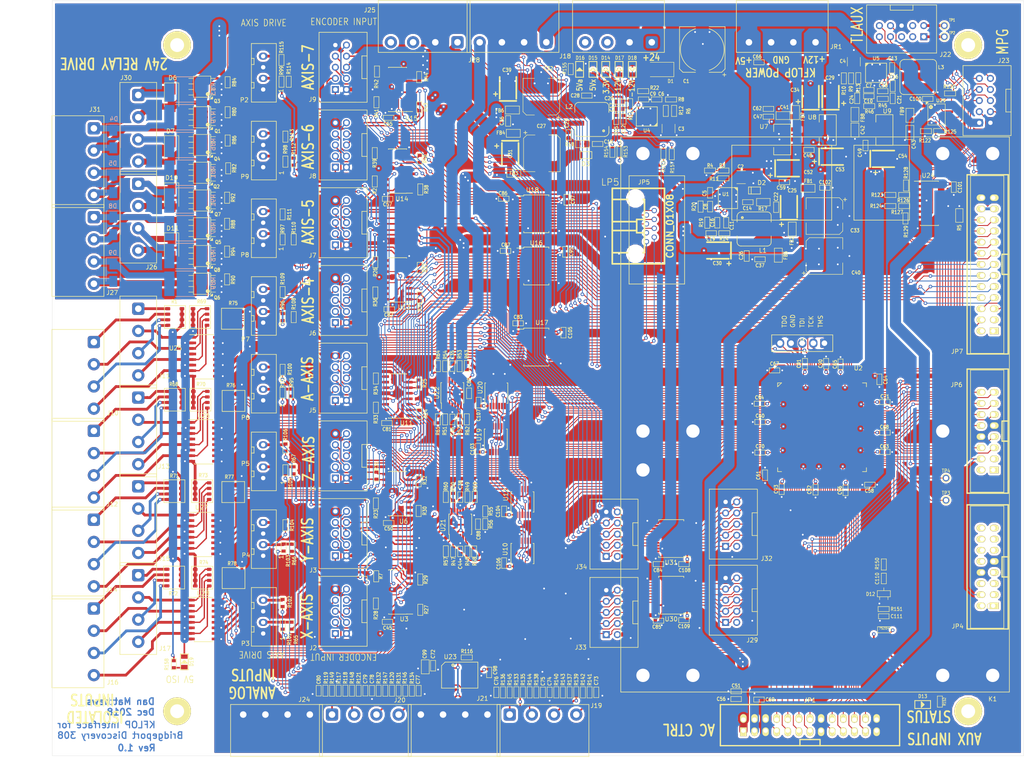
<source format=kicad_pcb>
(kicad_pcb (version 20171130) (host pcbnew "(6.0.0-rc1-dev-1583-gb0ab53ac2)")
  (layers (0 F.Cu signal) (1 In1.Cu power) (2 In2.Cu signal) (31 B.Cu signal) (34 B.Paste user) (35 F.Paste user hide) (36 B.SilkS user) (37 F.SilkS user) (38 B.Mask user) (39 F.Mask user) (44 Edge.Cuts user))
  (net 0 "")
  (net 1 GND)
  (net 2 /TMS)
  (net 3 /TDI)
  (net 4 /TCK)
  (net 5 /TDO)
  (net 6 +5.0Vx)
  (net 7 "Net-(J2-Pad10)")
  (net 8 "Net-(J3-Pad10)")
  (net 9 "Net-(J4-Pad10)")
  (net 10 "Net-(J5-Pad10)")
  (net 11 "Net-(J6-Pad10)")
  (net 12 /IO25)
  (net 13 /IO24)
  (net 14 /IO22)
  (net 15 /IO23)
  (net 16 /IO21)
  (net 17 /IO20)
  (net 18 /IO19)
  (net 19 /IO18)
  (net 20 /VDD5)
  (net 21 /~RESET)
  (net 22 /IO16)
  (net 23 /IO17)
  (net 24 /DB1)
  (net 25 /DB0)
  (net 26 /DB2)
  (net 27 /DB3)
  (net 28 /DB4)
  (net 29 /DB5)
  (net 30 /DB7)
  (net 31 /DB6)
  (net 32 /CLKIN)
  (net 33 /STARTIN)
  (net 34 /AIN_DOUT_BUF)
  (net 35 /AIN_CS)
  (net 36 /AIN_DIN)
  (net 37 /AIN_SCLK)
  (net 38 /LATCH)
  (net 39 /DATA_IN_BUF)
  (net 40 /DATA_OUT)
  (net 41 /CLK)
  (net 42 /CHA3)
  (net 43 /CHB3)
  (net 44 /CHB2)
  (net 45 /CHA2)
  (net 46 /CHA1)
  (net 47 /CHB1)
  (net 48 /CHB0)
  (net 49 /CHA0)
  (net 50 /RS232R_3V)
  (net 51 /RS232X_3V)
  (net 52 "Net-(R10-Pad2)")
  (net 53 "Net-(R11-Pad1)")
  (net 54 "Net-(R12-Pad1)")
  (net 55 "Net-(R13-Pad1)")
  (net 56 "Net-(U2-Pad15)")
  (net 57 "Net-(U2-Pad17)")
  (net 58 "Net-(U2-Pad31)")
  (net 59 "Net-(U2-Pad63)")
  (net 60 "Net-(U2-Pad76)")
  (net 61 "Net-(U2-Pad87)")
  (net 62 "Net-(U2-Pad89)")
  (net 63 "Net-(U2-Pad103)")
  (net 64 "Net-(U2-Pad109)")
  (net 65 "Net-(U2-Pad110)")
  (net 66 "Net-(U2-Pad126)")
  (net 67 "Net-(U2-Pad129)")
  (net 68 "Net-(U10-Pad2)")
  (net 69 "Net-(U10-Pad6)")
  (net 70 "Net-(U10-Pad7)")
  (net 71 "Net-(U12-Pad2)")
  (net 72 "Net-(U12-Pad6)")
  (net 73 "Net-(U12-Pad7)")
  (net 74 /CHB4)
  (net 75 /CHA4)
  (net 76 /CHB6)
  (net 77 /CHA6)
  (net 78 /CHB5)
  (net 79 /CHA5)
  (net 80 /CHB7)
  (net 81 /CHA7)
  (net 82 /Encoders/X_A+)
  (net 83 /Encoders/X_A-)
  (net 84 /Encoders/X_B+)
  (net 85 /Encoders/X_R+)
  (net 86 /Encoders/X_B-)
  (net 87 /Encoders/X_R-)
  (net 88 /Encoders/Y_R-)
  (net 89 /Encoders/Y_B-)
  (net 90 /Encoders/Y_R+)
  (net 91 /Encoders/Y_B+)
  (net 92 /Encoders/Y_A-)
  (net 93 /Encoders/Y_A+)
  (net 94 /Encoders/Z_A+)
  (net 95 /Encoders/Z_A-)
  (net 96 /Encoders/Z_B+)
  (net 97 /Encoders/Z_R+)
  (net 98 /Encoders/Z_B-)
  (net 99 /Encoders/Z_R-)
  (net 100 /Encoders/A_R-)
  (net 101 /Encoders/A_B-)
  (net 102 /Encoders/A_R+)
  (net 103 /Encoders/A_B+)
  (net 104 /Encoders/A_A-)
  (net 105 /Encoders/A_A+)
  (net 106 /Encoders/SP_A+)
  (net 107 /Encoders/SP_A-)
  (net 108 /Encoders/SP_B+)
  (net 109 /Encoders/SP_R+)
  (net 110 /Encoders/SP_B-)
  (net 111 /Encoders/SP_R-)
  (net 112 "Net-(P2-Pad4)")
  (net 113 "Net-(P2-Pad2)")
  (net 114 "Net-(P3-Pad4)")
  (net 115 "Net-(P4-Pad4)")
  (net 116 "Net-(P5-Pad4)")
  (net 117 "Net-(P6-Pad4)")
  (net 118 "Net-(U2-Pad125)")
  (net 119 "Net-(U2-Pad127)")
  (net 120 "Net-(U2-Pad128)")
  (net 121 "Net-(U17-Pad6)")
  (net 122 "Net-(U16-Pad5)")
  (net 123 "Net-(U16-Pad6)")
  (net 124 "Net-(U16-Pad7)")
  (net 125 "Net-(U16-Pad8)")
  (net 126 "Net-(U11-Pad3)")
  (net 127 "Net-(U11-Pad5)")
  (net 128 "Net-(U11-Pad11)")
  (net 129 "Net-(U13-Pad11)")
  (net 130 "Net-(U13-Pad5)")
  (net 131 "Net-(U13-Pad3)")
  (net 132 "Net-(U14-Pad13)")
  (net 133 "Net-(U14-Pad11)")
  (net 134 "Net-(U14-Pad5)")
  (net 135 "Net-(U14-Pad3)")
  (net 136 "Net-(U15-Pad13)")
  (net 137 "Net-(U15-Pad11)")
  (net 138 "Net-(U15-Pad5)")
  (net 139 "Net-(U15-Pad3)")
  (net 140 "Net-(U17-Pad5)")
  (net 141 "Net-(U16-Pad9)")
  (net 142 "Net-(U16-Pad10)")
  (net 143 "Net-(C8-Pad1)")
  (net 144 "Net-(C9-Pad1)")
  (net 145 "Net-(C10-Pad1)")
  (net 146 "Net-(C11-Pad1)")
  (net 147 "Net-(C11-Pad2)")
  (net 148 "Net-(C12-Pad1)")
  (net 149 "Net-(C12-Pad2)")
  (net 150 "Net-(C13-Pad2)")
  (net 151 "Net-(C13-Pad1)")
  (net 152 "Net-(C14-Pad1)")
  (net 153 "Net-(C15-Pad1)")
  (net 154 "Net-(C16-Pad1)")
  (net 155 "Net-(C17-Pad2)")
  (net 156 "Net-(C17-Pad1)")
  (net 157 "Net-(C18-Pad2)")
  (net 158 "Net-(C18-Pad1)")
  (net 159 +5.0Va)
  (net 160 "Net-(R47-Pad1)")
  (net 161 "Net-(R49-Pad1)")
  (net 162 "Net-(R51-Pad1)")
  (net 163 "Net-(R52-Pad1)")
  (net 164 "Net-(R53-Pad1)")
  (net 165 "Net-(U11-Pad13)")
  (net 166 "Net-(U13-Pad13)")
  (net 167 +3.3Vx)
  (net 168 "Net-(C5-Pad1)")
  (net 169 "Net-(C6-Pad1)")
  (net 170 "Net-(C7-Pad1)")
  (net 171 +1.2Vx)
  (net 172 "Net-(D6-Pad1)")
  (net 173 "Net-(D6-Pad2)")
  (net 174 "Net-(D7-Pad1)")
  (net 175 "Net-(D7-Pad2)")
  (net 176 "Net-(D4-Pad1)")
  (net 177 "Net-(D4-Pad2)")
  (net 178 "Net-(D5-Pad1)")
  (net 179 "Net-(D5-Pad2)")
  (net 180 "Net-(D8-Pad2)")
  (net 181 "Net-(D9-Pad2)")
  (net 182 "Net-(D10-Pad2)")
  (net 183 "Net-(D11-Pad2)")
  (net 184 "Net-(J8-Pad2)")
  (net 185 "Net-(J9-Pad2)")
  (net 186 "Net-(J10-Pad2)")
  (net 187 "Net-(J11-Pad2)")
  (net 188 "Net-(J15-Pad2)")
  (net 189 "Net-(J14-Pad2)")
  (net 190 "Net-(J13-Pad2)")
  (net 191 "Net-(J12-Pad2)")
  (net 192 "Net-(J8-Pad1)")
  (net 193 "Net-(J9-Pad1)")
  (net 194 "Net-(J10-Pad1)")
  (net 195 "Net-(J11-Pad1)")
  (net 196 "Net-(J12-Pad1)")
  (net 197 "Net-(J13-Pad1)")
  (net 198 "Net-(J14-Pad1)")
  (net 199 "Net-(J15-Pad1)")
  (net 200 "Net-(J22-Pad2)")
  (net 201 "Net-(J20-Pad2)")
  (net 202 "Net-(J19-Pad1)")
  (net 203 "Net-(J17-Pad1)")
  (net 204 "Net-(J16-Pad1)")
  (net 205 "Net-(J22-Pad1)")
  (net 206 "Net-(J20-Pad1)")
  (net 207 "Net-(D8-Pad1)")
  (net 208 "Net-(D9-Pad1)")
  (net 209 "Net-(D10-Pad1)")
  (net 210 "Net-(D11-Pad1)")
  (net 211 "Net-(U2-Pad93)")
  (net 212 "Net-(U2-Pad99)")
  (net 213 "Net-(C19-Pad1)")
  (net 214 GNDREF)
  (net 215 +5.0Viso)
  (net 216 -12Vx)
  (net 217 +12Vx)
  (net 218 +24V)
  (net 219 "Net-(C1-Pad1)")
  (net 220 "Net-(C14-Pad2)")
  (net 221 "Net-(C15-Pad2)")
  (net 222 "Net-(C16-Pad2)")
  (net 223 "Net-(C20-Pad1)")
  (net 224 "Net-(C21-Pad1)")
  (net 225 "Net-(C22-Pad1)")
  (net 226 "Net-(C22-Pad2)")
  (net 227 "Net-(C23-Pad1)")
  (net 228 "Net-(C23-Pad2)")
  (net 229 "Net-(C41-Pad2)")
  (net 230 "Net-(C42-Pad2)")
  (net 231 "Net-(C43-Pad2)")
  (net 232 "Net-(C73-Pad1)")
  (net 233 "Net-(C74-Pad1)")
  (net 234 "Net-(C75-Pad1)")
  (net 235 "Net-(C76-Pad1)")
  (net 236 "Net-(C77-Pad1)")
  (net 237 "Net-(C78-Pad1)")
  (net 238 "Net-(C79-Pad1)")
  (net 239 "Net-(C80-Pad1)")
  (net 240 "Net-(J7-Pad1)")
  (net 241 "Net-(J7-Pad2)")
  (net 242 "Net-(J7-Pad3)")
  (net 243 "Net-(J7-Pad8)")
  (net 244 "Net-(J7-Pad4)")
  (net 245 "Net-(J7-Pad9)")
  (net 246 "Net-(J7-Pad10)")
  (net 247 "Net-(J8-Pad3)")
  (net 248 "Net-(J8-Pad8)")
  (net 249 "Net-(J8-Pad4)")
  (net 250 "Net-(J8-Pad9)")
  (net 251 "Net-(J8-Pad10)")
  (net 252 "Net-(J9-Pad10)")
  (net 253 "Net-(J9-Pad9)")
  (net 254 "Net-(J9-Pad4)")
  (net 255 "Net-(J9-Pad8)")
  (net 256 "Net-(J9-Pad3)")
  (net 257 "Net-(J10-Pad3)")
  (net 258 "Net-(J10-Pad4)")
  (net 259 "Net-(J11-Pad4)")
  (net 260 "Net-(J11-Pad3)")
  (net 261 "Net-(J12-Pad4)")
  (net 262 "Net-(J12-Pad3)")
  (net 263 "Net-(J13-Pad4)")
  (net 264 "Net-(J13-Pad3)")
  (net 265 "Net-(J14-Pad4)")
  (net 266 "Net-(J14-Pad3)")
  (net 267 "Net-(J15-Pad3)")
  (net 268 "Net-(J15-Pad4)")
  (net 269 "Net-(J16-Pad2)")
  (net 270 "Net-(J16-Pad3)")
  (net 271 "Net-(J16-Pad4)")
  (net 272 "Net-(J17-Pad2)")
  (net 273 "Net-(J17-Pad3)")
  (net 274 "Net-(J17-Pad4)")
  (net 275 "Net-(P3-Pad2)")
  (net 276 "Net-(P4-Pad2)")
  (net 277 "Net-(P5-Pad2)")
  (net 278 "Net-(P6-Pad2)")
  (net 279 "Net-(P7-Pad4)")
  (net 280 "Net-(P7-Pad2)")
  (net 281 "Net-(P8-Pad2)")
  (net 282 "Net-(P8-Pad4)")
  (net 283 "Net-(P9-Pad4)")
  (net 284 "Net-(P9-Pad2)")
  (net 285 "Net-(R3-Pad1)")
  (net 286 "Net-(R6-Pad1)")
  (net 287 "Net-(R47-Pad2)")
  (net 288 "Net-(R48-Pad2)")
  (net 289 "Net-(R48-Pad1)")
  (net 290 "Net-(R49-Pad2)")
  (net 291 "Net-(R50-Pad2)")
  (net 292 "Net-(R50-Pad1)")
  (net 293 "Net-(R51-Pad2)")
  (net 294 "Net-(R52-Pad2)")
  (net 295 "Net-(R53-Pad2)")
  (net 296 "Net-(R54-Pad2)")
  (net 297 "Net-(R54-Pad1)")
  (net 298 /Analog/X_Servo)
  (net 299 /Analog/Y_Servo)
  (net 300 /Analog/Z_Servo)
  (net 301 /Analog/A_Servo)
  (net 302 /Analog/SPINDLE)
  (net 303 /Analog/DAC_5)
  (net 304 /Analog/DAC_6)
  (net 305 /Analog/DAC_7)
  (net 306 /CHR0)
  (net 307 /CHR1)
  (net 308 /CHR2)
  (net 309 /CHR3)
  (net 310 /CHR4)
  (net 311 /CHR5)
  (net 312 /CHR7)
  (net 313 /CHR6)
  (net 314 "Net-(U19-Pad7)")
  (net 315 "Net-(U19-Pad6)")
  (net 316 "Net-(U19-Pad2)")
  (net 317 "Net-(U20-Pad2)")
  (net 318 "Net-(U20-Pad6)")
  (net 319 "Net-(U20-Pad7)")
  (net 320 "Net-(J18-Pad3)")
  (net 321 "Net-(J18-Pad4)")
  (net 322 "Net-(C88-Pad1)")
  (net 323 "Net-(J19-Pad2)")
  (net 324 "Net-(J19-Pad3)")
  (net 325 "Net-(J19-Pad4)")
  (net 326 "Net-(J20-Pad3)")
  (net 327 "Net-(J20-Pad4)")
  (net 328 /TLAUX_MPG/RX-)
  (net 329 /TLAUX_MPG/RX+)
  (net 330 /TLAUX_MPG/TX-)
  (net 331 /TLAUX_MPG/TX+)
  (net 332 "Net-(J22-Pad3)")
  (net 333 "Net-(J22-Pad7)")
  (net 334 "Net-(J22-Pad6)")
  (net 335 /TLAUX_MPG/MPG_B+)
  (net 336 /TLAUX_MPG/MPG_B-)
  (net 337 /TLAUX_MPG/MPG_A+)
  (net 338 /TLAUX_MPG/MPG_A-)
  (net 339 "Net-(R125-Pad1)")
  (net 340 "Net-(R126-Pad1)")
  (net 341 "Net-(R127-Pad1)")
  (net 342 /MPG_A)
  (net 343 /MPG_B)
  (net 344 /AC_6)
  (net 345 /AC_7)
  (net 346 /AC_5)
  (net 347 /AC_4)
  (net 348 /AC_2)
  (net 349 /AC_3)
  (net 350 /AC_1)
  (net 351 /AC_0)
  (net 352 /FET_0)
  (net 353 /FET_1)
  (net 354 /FET_2)
  (net 355 /FET_3)
  (net 356 /FET_4)
  (net 357 /FET_5)
  (net 358 /FET_6)
  (net 359 /FET_7)
  (net 360 /AIN_DOUT)
  (net 361 /OPT_IN_1)
  (net 362 /OPT_IN_2)
  (net 363 /OPT_IN_3)
  (net 364 /OPT_IN_7)
  (net 365 /OPT_IN_6)
  (net 366 /OPT_IN_5)
  (net 367 /OPT_IN_4)
  (net 368 /OPT_IN_8)
  (net 369 /OPT_IN_9)
  (net 370 /OPT_IN_10)
  (net 371 /OPT_IN_11)
  (net 372 /OPT_IN_12)
  (net 373 /OPT_IN_13)
  (net 374 /OPT_IN_14)
  (net 375 /OPT_IN_15)
  (net 376 /~DAC_CS)
  (net 377 /SPI_CLK)
  (net 378 /DAC_01)
  (net 379 /DAC_23)
  (net 380 /DAC_45)
  (net 381 /DAC_67)
  (net 382 /OPT_IN_0)
  (net 383 /AUX_IN_7)
  (net 384 /AUX_IN_6)
  (net 385 /AUX_IN_4)
  (net 386 /AUX_IN_5)
  (net 387 /AUX_IN_3)
  (net 388 /AUX_IN_2)
  (net 389 /AUX_IN_0)
  (net 390 /AUX_IN_1)
  (net 391 /PWM_X_3)
  (net 392 /PWM_0)
  (net 393 /PWM_X_0)
  (net 394 /PWM_1)
  (net 395 /PWM_X_1)
  (net 396 /PWM_2)
  (net 397 /PWM_X_2)
  (net 398 /PWM_3)
  (net 399 /PWM_4)
  (net 400 /PWM_X_4)
  (net 401 /PWM_5)
  (net 402 /PWM_X_5)
  (net 403 /PWM_6)
  (net 404 /PWM_X_6)
  (net 405 /PWM_7)
  (net 406 /PWM_X_7)
  (net 407 "Net-(C72-Pad1)")
  (net 408 "Net-(JP4-Pad1)")
  (net 409 "Net-(JP4-Pad2)")
  (net 410 "Net-(JP4-Pad3)")
  (net 411 "Net-(JP6-Pad3)")
  (net 412 "Net-(JP6-Pad2)")
  (net 413 "Net-(JP6-Pad1)")
  (net 414 "Net-(JP7-Pad1)")
  (net 415 "Net-(JP7-Pad2)")
  (net 416 "Net-(JP7-Pad3)")
  (net 417 "Net-(C110-Pad1)")
  (net 418 "Net-(C110-Pad2)")
  (net 419 "Net-(C111-Pad1)")
  (net 420 "Net-(D13-Pad1)")
  (net 421 "Net-(D14-Pad2)")
  (net 422 "Net-(D15-Pad2)")
  (net 423 "Net-(D16-Pad2)")
  (net 424 "Net-(D17-Pad2)")
  (net 425 "Net-(D18-Pad2)")
  (net 426 /KEEP_ALIVE)
  (net 427 "Net-(R152-Pad2)")
  (net 428 "Net-(TP3-Pad1)")
  (net 429 "Net-(TP4-Pad1)")
  (net 430 "Net-(D19-Pad2)")
  (net 431 "Net-(J33-Pad1)")
  (net 432 "Net-(J33-Pad2)")
  (net 433 "Net-(J33-Pad7)")
  (net 434 "Net-(J33-Pad3)")
  (net 435 "Net-(J33-Pad8)")
  (net 436 "Net-(J33-Pad4)")
  (net 437 "Net-(J33-Pad9)")
  (net 438 "Net-(J33-Pad10)")
  (net 439 "Net-(J34-Pad10)")
  (net 440 "Net-(J34-Pad9)")
  (net 441 "Net-(J34-Pad4)")
  (net 442 "Net-(J34-Pad8)")
  (net 443 "Net-(J34-Pad3)")
  (net 444 "Net-(J34-Pad7)")
  (net 445 "Net-(J34-Pad2)")
  (net 446 "Net-(J34-Pad1)")
  (module t_connectors:c-5-103168-3 (layer F.Cu) (at 199.771 190.5 90)
    (fp_text reference J29 (at -9.144 4.826 180) (layer F.SilkS))
    (fp_text value J_DNI hide)
    (pad 1 thru_hole rect (at -5.08 -1.27 90) (size 1.6 1.6) (drill 1) (layers *.Cu *.Mask) (net 392 /PWM_0))
    (pad 6 thru_hole circle (at -5.08 1.27 90) (size 1.6 1.6) (drill 1) (layers *.Cu *.Mask) (net 167 +3.3Vx))
    (pad 2 thru_hole circle (at -2.54 -1.27 90) (size 1.6 1.6) (drill 1) (layers *.Cu *.Mask) (net 394 /PWM_1))
    (pad 7 thru_hole circle (at -2.54 1.27 90) (size 1.6 1.6) (drill 1) (layers *.Cu *.Mask) (net 393 /PWM_X_0))
    (pad 3 thru_hole circle (at 0 -1.27 90) (size 1.6 1.6) (drill 1) (layers *.Cu *.Mask) (net 396 /PWM_2))
    (pad 8 thru_hole circle (at 0 1.27 90) (size 1.6 1.6) (drill 1) (layers *.Cu *.Mask) (net 395 /PWM_X_1))
    (pad 4 thru_hole circle (at 2.54 -1.27 90) (size 1.6 1.6) (drill 1) (layers *.Cu *.Mask) (net 398 /PWM_3))
    (pad 9 thru_hole circle (at 2.54 1.27 90) (size 1.6 1.6) (drill 1) (layers *.Cu *.Mask) (net 397 /PWM_X_2))
    (pad 5 thru_hole circle (at 5.08 -1.27 90) (size 1.6 1.6) (drill 1) (layers *.Cu *.Mask) (net 1 GND))
    (pad 10 thru_hole circle (at 5.08 1.27 90) (size 1.6 1.6) (drill 1) (layers *.Cu *.Mask) (net 391 /PWM_X_3))
  )
  (module t_passive_smd:fb_0805 (layer F.Cu) (at 214.503 78.933 270)
    (fp_text reference FB7 (at 0.95 -1.651 270) (layer F.SilkS) (effects (font (size 0.8128 0.7112))))
    (fp_text value "FB_60 Ohm" hide)
    (pad 2 smd rect (at -0.95 0 270) (size 1 1.5) (layers F.Cu F.Paste F.Mask) (net 224 "Net-(C21-Pad1)"))
    (pad 1 smd rect (at 0.95 0 270) (size 1 1.5) (layers F.Cu F.Paste F.Mask) (net 229 "Net-(C41-Pad2)"))
  )
  (module t_so:SOIC-8 (layer F.Cu) (at 246.761 79.375 270)
    (fp_text reference U29 (at -3.175 -1.016) (layer F.SilkS) (effects (font (size 0.7493 0.7493))))
    (fp_text value SN75179B hide)
    (pad 1 smd rect (at -1.905 2.794 270) (size 0.59944 1.99898) (layers F.Cu F.Paste F.Mask) (net 6 +5.0Vx))
    (pad 2 smd rect (at -0.635 2.794 270) (size 0.59944 1.99898) (layers F.Cu F.Paste F.Mask) (net 339 "Net-(R125-Pad1)"))
    (pad 3 smd rect (at 0.635 2.794 270) (size 0.59944 1.99898) (layers F.Cu F.Paste F.Mask) (net 51 /RS232X_3V))
    (pad 4 smd rect (at 1.905 2.794 270) (size 0.59944 1.99898) (layers F.Cu F.Paste F.Mask) (net 1 GND))
    (pad 5 smd rect (at 1.905 -2.794 270) (size 0.59944 1.99898) (layers F.Cu F.Paste F.Mask) (net 331 /TLAUX_MPG/TX+))
    (pad 6 smd rect (at 0.635 -2.794 270) (size 0.59944 1.99898) (layers F.Cu F.Paste F.Mask) (net 330 /TLAUX_MPG/TX-))
    (pad 7 smd rect (at -0.635 -2.794 270) (size 0.59944 1.99898) (layers F.Cu F.Paste F.Mask) (net 328 /TLAUX_MPG/RX-))
    (pad 8 smd rect (at -1.905 -2.794 270) (size 0.59944 1.99898) (layers F.Cu F.Paste F.Mask) (net 329 /TLAUX_MPG/RX+))
  )
  (module t_connectors:c-5-103168-3 (layer F.Cu) (at 110.49 193.04 90)
    (fp_text reference J2 (at -8.382 -6.35 180) (layer F.SilkS))
    (fp_text value Conn_02x05_Top_Bottom hide)
    (pad 1 thru_hole rect (at -5.08 -1.27 90) (size 1.6 1.6) (drill 1) (layers *.Cu *.Mask) (net 82 /Encoders/X_A+))
    (pad 6 thru_hole circle (at -5.08 1.27 90) (size 1.6 1.6) (drill 1) (layers *.Cu *.Mask) (net 159 +5.0Va))
    (pad 2 thru_hole circle (at -2.54 -1.27 90) (size 1.6 1.6) (drill 1) (layers *.Cu *.Mask) (net 83 /Encoders/X_A-))
    (pad 7 thru_hole circle (at -2.54 1.27 90) (size 1.6 1.6) (drill 1) (layers *.Cu *.Mask) (net 7 "Net-(J2-Pad10)"))
    (pad 3 thru_hole circle (at 0 -1.27 90) (size 1.6 1.6) (drill 1) (layers *.Cu *.Mask) (net 84 /Encoders/X_B+))
    (pad 8 thru_hole circle (at 0 1.27 90) (size 1.6 1.6) (drill 1) (layers *.Cu *.Mask) (net 85 /Encoders/X_R+))
    (pad 4 thru_hole circle (at 2.54 -1.27 90) (size 1.6 1.6) (drill 1) (layers *.Cu *.Mask) (net 86 /Encoders/X_B-))
    (pad 9 thru_hole circle (at 2.54 1.27 90) (size 1.6 1.6) (drill 1) (layers *.Cu *.Mask) (net 87 /Encoders/X_R-))
    (pad 5 thru_hole circle (at 5.08 -1.27 90) (size 1.6 1.6) (drill 1) (layers *.Cu *.Mask) (net 1 GND))
    (pad 10 thru_hole circle (at 5.08 1.27 90) (size 1.6 1.6) (drill 1) (layers *.Cu *.Mask) (net 7 "Net-(J2-Pad10)"))
  )
  (module t_connectors:c-5-103168-3 (layer F.Cu) (at 110.49 175.26 90)
    (fp_text reference J3 (at -8.382 -6.35 180) (layer F.SilkS))
    (fp_text value Conn_02x05_Top_Bottom hide)
    (pad 10 thru_hole circle (at 5.08 1.27 90) (size 1.6 1.6) (drill 1) (layers *.Cu *.Mask) (net 8 "Net-(J3-Pad10)"))
    (pad 5 thru_hole circle (at 5.08 -1.27 90) (size 1.6 1.6) (drill 1) (layers *.Cu *.Mask) (net 1 GND))
    (pad 9 thru_hole circle (at 2.54 1.27 90) (size 1.6 1.6) (drill 1) (layers *.Cu *.Mask) (net 88 /Encoders/Y_R-))
    (pad 4 thru_hole circle (at 2.54 -1.27 90) (size 1.6 1.6) (drill 1) (layers *.Cu *.Mask) (net 89 /Encoders/Y_B-))
    (pad 8 thru_hole circle (at 0 1.27 90) (size 1.6 1.6) (drill 1) (layers *.Cu *.Mask) (net 90 /Encoders/Y_R+))
    (pad 3 thru_hole circle (at 0 -1.27 90) (size 1.6 1.6) (drill 1) (layers *.Cu *.Mask) (net 91 /Encoders/Y_B+))
    (pad 7 thru_hole circle (at -2.54 1.27 90) (size 1.6 1.6) (drill 1) (layers *.Cu *.Mask) (net 8 "Net-(J3-Pad10)"))
    (pad 2 thru_hole circle (at -2.54 -1.27 90) (size 1.6 1.6) (drill 1) (layers *.Cu *.Mask) (net 92 /Encoders/Y_A-))
    (pad 6 thru_hole circle (at -5.08 1.27 90) (size 1.6 1.6) (drill 1) (layers *.Cu *.Mask) (net 159 +5.0Va))
    (pad 1 thru_hole rect (at -5.08 -1.27 90) (size 1.6 1.6) (drill 1) (layers *.Cu *.Mask) (net 93 /Encoders/Y_A+))
  )
  (module t_connectors:c-5-103168-3 (layer F.Cu) (at 110.49 157.48 90)
    (fp_text reference J4 (at -7.493 -6.477 180) (layer F.SilkS))
    (fp_text value Conn_02x05_Top_Bottom hide)
    (pad 1 thru_hole rect (at -5.08 -1.27 90) (size 1.6 1.6) (drill 1) (layers *.Cu *.Mask) (net 94 /Encoders/Z_A+))
    (pad 6 thru_hole circle (at -5.08 1.27 90) (size 1.6 1.6) (drill 1) (layers *.Cu *.Mask) (net 159 +5.0Va))
    (pad 2 thru_hole circle (at -2.54 -1.27 90) (size 1.6 1.6) (drill 1) (layers *.Cu *.Mask) (net 95 /Encoders/Z_A-))
    (pad 7 thru_hole circle (at -2.54 1.27 90) (size 1.6 1.6) (drill 1) (layers *.Cu *.Mask) (net 9 "Net-(J4-Pad10)"))
    (pad 3 thru_hole circle (at 0 -1.27 90) (size 1.6 1.6) (drill 1) (layers *.Cu *.Mask) (net 96 /Encoders/Z_B+))
    (pad 8 thru_hole circle (at 0 1.27 90) (size 1.6 1.6) (drill 1) (layers *.Cu *.Mask) (net 97 /Encoders/Z_R+))
    (pad 4 thru_hole circle (at 2.54 -1.27 90) (size 1.6 1.6) (drill 1) (layers *.Cu *.Mask) (net 98 /Encoders/Z_B-))
    (pad 9 thru_hole circle (at 2.54 1.27 90) (size 1.6 1.6) (drill 1) (layers *.Cu *.Mask) (net 99 /Encoders/Z_R-))
    (pad 5 thru_hole circle (at 5.08 -1.27 90) (size 1.6 1.6) (drill 1) (layers *.Cu *.Mask) (net 1 GND))
    (pad 10 thru_hole circle (at 5.08 1.27 90) (size 1.6 1.6) (drill 1) (layers *.Cu *.Mask) (net 9 "Net-(J4-Pad10)"))
  )
  (module t_connectors:c-5-103168-3 (layer F.Cu) (at 110.49 139.7 90)
    (fp_text reference J5 (at -7.366 -6.477 180) (layer F.SilkS))
    (fp_text value Conn_02x05_Top_Bottom hide)
    (pad 10 thru_hole circle (at 5.08 1.27 90) (size 1.6 1.6) (drill 1) (layers *.Cu *.Mask) (net 10 "Net-(J5-Pad10)"))
    (pad 5 thru_hole circle (at 5.08 -1.27 90) (size 1.6 1.6) (drill 1) (layers *.Cu *.Mask) (net 1 GND))
    (pad 9 thru_hole circle (at 2.54 1.27 90) (size 1.6 1.6) (drill 1) (layers *.Cu *.Mask) (net 100 /Encoders/A_R-))
    (pad 4 thru_hole circle (at 2.54 -1.27 90) (size 1.6 1.6) (drill 1) (layers *.Cu *.Mask) (net 101 /Encoders/A_B-))
    (pad 8 thru_hole circle (at 0 1.27 90) (size 1.6 1.6) (drill 1) (layers *.Cu *.Mask) (net 102 /Encoders/A_R+))
    (pad 3 thru_hole circle (at 0 -1.27 90) (size 1.6 1.6) (drill 1) (layers *.Cu *.Mask) (net 103 /Encoders/A_B+))
    (pad 7 thru_hole circle (at -2.54 1.27 90) (size 1.6 1.6) (drill 1) (layers *.Cu *.Mask) (net 10 "Net-(J5-Pad10)"))
    (pad 2 thru_hole circle (at -2.54 -1.27 90) (size 1.6 1.6) (drill 1) (layers *.Cu *.Mask) (net 104 /Encoders/A_A-))
    (pad 6 thru_hole circle (at -5.08 1.27 90) (size 1.6 1.6) (drill 1) (layers *.Cu *.Mask) (net 159 +5.0Va))
    (pad 1 thru_hole rect (at -5.08 -1.27 90) (size 1.6 1.6) (drill 1) (layers *.Cu *.Mask) (net 105 /Encoders/A_A+))
  )
  (module t_connectors:c-5-103168-3 (layer F.Cu) (at 110.49 121.92 90)
    (fp_text reference J6 (at -7.493 -6.477 180) (layer F.SilkS))
    (fp_text value Conn_02x05_Top_Bottom hide)
    (pad 1 thru_hole rect (at -5.08 -1.27 90) (size 1.6 1.6) (drill 1) (layers *.Cu *.Mask) (net 106 /Encoders/SP_A+))
    (pad 6 thru_hole circle (at -5.08 1.27 90) (size 1.6 1.6) (drill 1) (layers *.Cu *.Mask) (net 159 +5.0Va))
    (pad 2 thru_hole circle (at -2.54 -1.27 90) (size 1.6 1.6) (drill 1) (layers *.Cu *.Mask) (net 107 /Encoders/SP_A-))
    (pad 7 thru_hole circle (at -2.54 1.27 90) (size 1.6 1.6) (drill 1) (layers *.Cu *.Mask) (net 11 "Net-(J6-Pad10)"))
    (pad 3 thru_hole circle (at 0 -1.27 90) (size 1.6 1.6) (drill 1) (layers *.Cu *.Mask) (net 108 /Encoders/SP_B+))
    (pad 8 thru_hole circle (at 0 1.27 90) (size 1.6 1.6) (drill 1) (layers *.Cu *.Mask) (net 109 /Encoders/SP_R+))
    (pad 4 thru_hole circle (at 2.54 -1.27 90) (size 1.6 1.6) (drill 1) (layers *.Cu *.Mask) (net 110 /Encoders/SP_B-))
    (pad 9 thru_hole circle (at 2.54 1.27 90) (size 1.6 1.6) (drill 1) (layers *.Cu *.Mask) (net 111 /Encoders/SP_R-))
    (pad 5 thru_hole circle (at 5.08 -1.27 90) (size 1.6 1.6) (drill 1) (layers *.Cu *.Mask) (net 1 GND))
    (pad 10 thru_hole circle (at 5.08 1.27 90) (size 1.6 1.6) (drill 1) (layers *.Cu *.Mask) (net 11 "Net-(J6-Pad10)"))
  )
  (module w_conn_strip:vasch_strip_8x2 (layer F.Cu) (at 258.445 182.88 90)
    (fp_text reference JP4 (at -13.589 -6.858 180) (layer F.SilkS))
    (fp_text value Conn_02x08_Odd_Even hide)
    (pad 16 thru_hole oval (at 8.89 -1.27 90) (size 1.5 2) (drill 1 (offset 0 -0.25)) (layers *.Cu *.Mask F.SilkS) (net 12 /IO25))
    (pad 15 thru_hole oval (at 8.89 1.27 90) (size 1.5 2) (drill 1 (offset 0 0.25)) (layers *.Cu *.Mask F.SilkS) (net 13 /IO24))
    (pad 13 thru_hole oval (at 6.35 1.27 90) (size 1.5 2) (drill 1 (offset 0 0.25)) (layers *.Cu *.Mask F.SilkS) (net 14 /IO22))
    (pad 14 thru_hole oval (at 6.35 -1.27 90) (size 1.5 2) (drill 1 (offset 0 -0.25)) (layers *.Cu *.Mask F.SilkS) (net 15 /IO23))
    (pad 12 thru_hole oval (at 3.81 -1.27 90) (size 1.5 2) (drill 1 (offset 0 -0.25)) (layers *.Cu *.Mask F.SilkS) (net 16 /IO21))
    (pad 11 thru_hole oval (at 3.81 1.27 90) (size 1.5 2) (drill 1 (offset 0 0.25)) (layers *.Cu *.Mask F.SilkS) (net 17 /IO20))
    (pad 9 thru_hole oval (at 1.27 1.27 90) (size 1.5 2) (drill 1 (offset 0 0.25)) (layers *.Cu *.Mask F.SilkS) (net 1 GND))
    (pad 10 thru_hole oval (at 1.27 -1.27 90) (size 1.5 2) (drill 1 (offset 0 -0.25)) (layers *.Cu *.Mask F.SilkS) (net 18 /IO19))
    (pad 8 thru_hole oval (at -1.27 -1.27 90) (size 1.5 2) (drill 1 (offset 0 -0.25)) (layers *.Cu *.Mask F.SilkS) (net 1 GND))
    (pad 7 thru_hole oval (at -1.27 1.27 90) (size 1.5 2) (drill 1 (offset 0 0.25)) (layers *.Cu *.Mask F.SilkS) (net 19 /IO18))
    (pad 1 thru_hole rect (at -8.89 1.27 90) (size 1.5 2) (drill 1 (offset 0 0.25)) (layers *.Cu *.Mask F.SilkS) (net 408 "Net-(JP4-Pad1)"))
    (pad 2 thru_hole oval (at -8.89 -1.27 90) (size 1.5 2) (drill 1 (offset 0 -0.25)) (layers *.Cu *.Mask F.SilkS) (net 409 "Net-(JP4-Pad2)"))
    (pad 3 thru_hole oval (at -6.35 1.27 90) (size 1.5 2) (drill 1 (offset 0 0.25)) (layers *.Cu *.Mask F.SilkS) (net 410 "Net-(JP4-Pad3)"))
    (pad 4 thru_hole oval (at -6.35 -1.27 90) (size 1.5 2) (drill 1 (offset 0 -0.25)) (layers *.Cu *.Mask F.SilkS) (net 21 /~RESET))
    (pad 5 thru_hole oval (at -3.81 1.27 90) (size 1.5 2) (drill 1 (offset 0 0.25)) (layers *.Cu *.Mask F.SilkS) (net 22 /IO16))
    (pad 6 thru_hole oval (at -3.81 -1.27 90) (size 1.5 2) (drill 1 (offset 0 -0.25)) (layers *.Cu *.Mask F.SilkS) (net 23 /IO17))
  )
  (module w_conn_strip:vasch_strip_8x2 (layer F.Cu) (at 258.445 151.817 90)
    (fp_text reference JP6 (at 10.593 -7.112 180) (layer F.SilkS))
    (fp_text value Conn_02x08_Odd_Even hide)
    (pad 6 thru_hole oval (at -3.81 -1.27 90) (size 1.5 2) (drill 1 (offset 0 -0.25)) (layers *.Cu *.Mask F.SilkS) (net 24 /DB1))
    (pad 5 thru_hole oval (at -3.81 1.27 90) (size 1.5 2) (drill 1 (offset 0 0.25)) (layers *.Cu *.Mask F.SilkS) (net 25 /DB0))
    (pad 4 thru_hole oval (at -6.35 -1.27 90) (size 1.5 2) (drill 1 (offset 0 -0.25)) (layers *.Cu *.Mask F.SilkS) (net 21 /~RESET))
    (pad 3 thru_hole oval (at -6.35 1.27 90) (size 1.5 2) (drill 1 (offset 0 0.25)) (layers *.Cu *.Mask F.SilkS) (net 411 "Net-(JP6-Pad3)"))
    (pad 2 thru_hole oval (at -8.89 -1.27 90) (size 1.5 2) (drill 1 (offset 0 -0.25)) (layers *.Cu *.Mask F.SilkS) (net 412 "Net-(JP6-Pad2)"))
    (pad 1 thru_hole rect (at -8.89 1.27 90) (size 1.5 2) (drill 1 (offset 0 0.25)) (layers *.Cu *.Mask F.SilkS) (net 413 "Net-(JP6-Pad1)"))
    (pad 7 thru_hole oval (at -1.27 1.27 90) (size 1.5 2) (drill 1 (offset 0 0.25)) (layers *.Cu *.Mask F.SilkS) (net 26 /DB2))
    (pad 8 thru_hole oval (at -1.27 -1.27 90) (size 1.5 2) (drill 1 (offset 0 -0.25)) (layers *.Cu *.Mask F.SilkS) (net 1 GND))
    (pad 10 thru_hole oval (at 1.27 -1.27 90) (size 1.5 2) (drill 1 (offset 0 -0.25)) (layers *.Cu *.Mask F.SilkS) (net 27 /DB3))
    (pad 9 thru_hole oval (at 1.27 1.27 90) (size 1.5 2) (drill 1 (offset 0 0.25)) (layers *.Cu *.Mask F.SilkS) (net 1 GND))
    (pad 11 thru_hole oval (at 3.81 1.27 90) (size 1.5 2) (drill 1 (offset 0 0.25)) (layers *.Cu *.Mask F.SilkS) (net 28 /DB4))
    (pad 12 thru_hole oval (at 3.81 -1.27 90) (size 1.5 2) (drill 1 (offset 0 -0.25)) (layers *.Cu *.Mask F.SilkS) (net 29 /DB5))
    (pad 14 thru_hole oval (at 6.35 -1.27 90) (size 1.5 2) (drill 1 (offset 0 -0.25)) (layers *.Cu *.Mask F.SilkS) (net 30 /DB7))
    (pad 13 thru_hole oval (at 6.35 1.27 90) (size 1.5 2) (drill 1 (offset 0 0.25)) (layers *.Cu *.Mask F.SilkS) (net 31 /DB6))
    (pad 15 thru_hole oval (at 8.89 1.27 90) (size 1.5 2) (drill 1 (offset 0 0.25)) (layers *.Cu *.Mask F.SilkS) (net 32 /CLKIN))
    (pad 16 thru_hole oval (at 8.89 -1.27 90) (size 1.5 2) (drill 1 (offset 0 -0.25)) (layers *.Cu *.Mask F.SilkS) (net 33 /STARTIN))
  )
  (module w_conn_strip:vasch_strip_13x2 (layer F.Cu) (at 258.445 113.665 90)
    (fp_text reference JP7 (at -19.939 -6.985 180) (layer F.SilkS))
    (fp_text value CONN_02X13 hide)
    (pad 25 thru_hole oval (at 15.24 1.27 90) (size 1.5 2) (drill 1 (offset 0 0.25)) (layers *.Cu *.Mask F.SilkS) (net 1 GND))
    (pad 26 thru_hole oval (at 15.24 -1.27 90) (size 1.5 2) (drill 1 (offset 0 -0.25)) (layers *.Cu *.Mask F.SilkS) (net 1 GND))
    (pad 24 thru_hole oval (at 12.7 -1.27 90) (size 1.5 2) (drill 1 (offset 0 -0.25)) (layers *.Cu *.Mask F.SilkS) (net 20 /VDD5))
    (pad 23 thru_hole oval (at 12.7 1.27 90) (size 1.5 2) (drill 1 (offset 0 0.25)) (layers *.Cu *.Mask F.SilkS) (net 20 /VDD5))
    (pad 21 thru_hole oval (at 10.16 1.27 90) (size 1.5 2) (drill 1 (offset 0 0.25)) (layers *.Cu *.Mask F.SilkS) (net 34 /AIN_DOUT_BUF))
    (pad 22 thru_hole oval (at 10.16 -1.27 90) (size 1.5 2) (drill 1 (offset 0 -0.25)) (layers *.Cu *.Mask F.SilkS) (net 35 /AIN_CS))
    (pad 20 thru_hole oval (at 7.62 -1.27 90) (size 1.5 2) (drill 1 (offset 0 -0.25)) (layers *.Cu *.Mask F.SilkS) (net 36 /AIN_DIN))
    (pad 19 thru_hole oval (at 7.62 1.27 90) (size 1.5 2) (drill 1 (offset 0 0.25)) (layers *.Cu *.Mask F.SilkS) (net 37 /AIN_SCLK))
    (pad 17 thru_hole oval (at 5.08 1.27 90) (size 1.5 2) (drill 1 (offset 0 0.25)) (layers *.Cu *.Mask F.SilkS) (net 38 /LATCH))
    (pad 18 thru_hole oval (at 5.08 -1.27 90) (size 1.5 2) (drill 1 (offset 0 -0.25)) (layers *.Cu *.Mask F.SilkS) (net 39 /DATA_IN_BUF))
    (pad 16 thru_hole oval (at 2.54 -1.27 90) (size 1.5 2) (drill 1 (offset 0 -0.25)) (layers *.Cu *.Mask F.SilkS) (net 40 /DATA_OUT))
    (pad 15 thru_hole oval (at 2.54 1.27 90) (size 1.5 2) (drill 1 (offset 0 0.25)) (layers *.Cu *.Mask F.SilkS) (net 41 /CLK))
    (pad 13 thru_hole oval (at 0 1.27 90) (size 1.5 2) (drill 1 (offset 0 0.25)) (layers *.Cu *.Mask F.SilkS) (net 42 /CHA3))
    (pad 14 thru_hole oval (at 0 -1.27 90) (size 1.5 2) (drill 1 (offset 0 -0.25)) (layers *.Cu *.Mask F.SilkS) (net 43 /CHB3))
    (pad 12 thru_hole oval (at -2.54 -1.27 90) (size 1.5 2) (drill 1 (offset 0 -0.25)) (layers *.Cu *.Mask F.SilkS) (net 44 /CHB2))
    (pad 11 thru_hole oval (at -2.54 1.27 90) (size 1.5 2) (drill 1 (offset 0 0.25)) (layers *.Cu *.Mask F.SilkS) (net 45 /CHA2))
    (pad 9 thru_hole oval (at -5.08 1.27 90) (size 1.5 2) (drill 1 (offset 0 0.25)) (layers *.Cu *.Mask F.SilkS) (net 46 /CHA1))
    (pad 10 thru_hole oval (at -5.08 -1.27 90) (size 1.5 2) (drill 1 (offset 0 -0.25)) (layers *.Cu *.Mask F.SilkS) (net 47 /CHB1))
    (pad 8 thru_hole oval (at -7.62 -1.27 90) (size 1.5 2) (drill 1 (offset 0 -0.25)) (layers *.Cu *.Mask F.SilkS) (net 48 /CHB0))
    (pad 7 thru_hole oval (at -7.62 1.27 90) (size 1.5 2) (drill 1 (offset 0 0.25)) (layers *.Cu *.Mask F.SilkS) (net 49 /CHA0))
    (pad 1 thru_hole rect (at -15.24 1.27 90) (size 1.5 2) (drill 1 (offset 0 0.25)) (layers *.Cu *.Mask F.SilkS) (net 414 "Net-(JP7-Pad1)"))
    (pad 2 thru_hole oval (at -15.24 -1.27 90) (size 1.5 2) (drill 1 (offset 0 -0.25)) (layers *.Cu *.Mask F.SilkS) (net 415 "Net-(JP7-Pad2)"))
    (pad 3 thru_hole oval (at -12.7 1.27 90) (size 1.5 2) (drill 1 (offset 0 0.25)) (layers *.Cu *.Mask F.SilkS) (net 416 "Net-(JP7-Pad3)"))
    (pad 4 thru_hole oval (at -12.7 -1.27 90) (size 1.5 2) (drill 1 (offset 0 -0.25)) (layers *.Cu *.Mask F.SilkS) (net 21 /~RESET))
    (pad 5 thru_hole oval (at -10.16 1.27 90) (size 1.5 2) (drill 1 (offset 0 0.25)) (layers *.Cu *.Mask F.SilkS) (net 50 /RS232R_3V))
    (pad 6 thru_hole oval (at -10.16 -1.27 90) (size 1.5 2) (drill 1 (offset 0 -0.25)) (layers *.Cu *.Mask F.SilkS) (net 51 /RS232X_3V))
  )
  (module t_passive_smd:res_0805 (layer F.Cu) (at 251.968 102.489 90)
    (fp_text reference R5 (at -2.794 0 90) (layer F.SilkS) (effects (font (size 0.8382 0.7112))))
    (fp_text value 150 hide)
    (pad 2 smd rect (at -0.95 0 90) (size 1 1.5) (layers F.Cu F.Paste F.Mask) (net 35 /AIN_CS))
    (pad 1 smd rect (at 0.95 0 90) (size 1 1.5) (layers F.Cu F.Paste F.Mask) (net 1 GND))
  )
  (module t_passive_smd:res_0603 (layer F.Cu) (at 118.5672 185.0264 270)
    (fp_text reference R7 (at 0 -1.05 270) (layer F.SilkS) (effects (font (size 0.8382 0.7112))))
    (fp_text value 330 hide)
    (pad 1 smd rect (at 0.8 0 270) (size 0.7 0.9) (layers F.Cu F.Paste F.Mask) (net 85 /Encoders/X_R+))
    (pad 2 smd rect (at -0.8 0 270) (size 0.7 0.9) (layers F.Cu F.Paste F.Mask) (net 87 /Encoders/X_R-))
  )
  (module t_passive_smd:res_0603 (layer F.Cu) (at 118.491 168.364 90)
    (fp_text reference R23 (at -2.451 0 90) (layer F.SilkS) (effects (font (size 0.8382 0.7112))))
    (fp_text value 330 hide)
    (pad 1 smd rect (at 0.8 0 90) (size 0.7 0.9) (layers F.Cu F.Paste F.Mask) (net 90 /Encoders/Y_R+))
    (pad 2 smd rect (at -0.8 0 90) (size 0.7 0.9) (layers F.Cu F.Paste F.Mask) (net 88 /Encoders/Y_R-))
  )
  (module t_passive_smd:res_0603 (layer F.Cu) (at 128.397 147.866 90)
    (fp_text reference R24 (at 0.038 1.524 90) (layer F.SilkS) (effects (font (size 0.8382 0.7112))))
    (fp_text value 330 hide)
    (pad 2 smd rect (at -0.8 0 90) (size 0.7 0.9) (layers F.Cu F.Paste F.Mask) (net 99 /Encoders/Z_R-))
    (pad 1 smd rect (at 0.8 0 90) (size 0.7 0.9) (layers F.Cu F.Paste F.Mask) (net 97 /Encoders/Z_R+))
  )
  (module t_passive_smd:res_0603 (layer F.Cu) (at 128.27 140.932 270)
    (fp_text reference R25 (at -0.089 -1.397 270) (layer F.SilkS) (effects (font (size 0.8382 0.7112))))
    (fp_text value 330 hide)
    (pad 1 smd rect (at 0.8 0 270) (size 0.7 0.9) (layers F.Cu F.Paste F.Mask) (net 102 /Encoders/A_R+))
    (pad 2 smd rect (at -0.8 0 270) (size 0.7 0.9) (layers F.Cu F.Paste F.Mask) (net 100 /Encoders/A_R-))
  )
  (module t_passive_smd:res_0603 (layer F.Cu) (at 118.364 113.157 270)
    (fp_text reference R26 (at 2.286 0 270) (layer F.SilkS) (effects (font (size 0.8382 0.7112))))
    (fp_text value 330 hide)
    (pad 2 smd rect (at -0.8 0 270) (size 0.7 0.9) (layers F.Cu F.Paste F.Mask) (net 111 /Encoders/SP_R-))
    (pad 1 smd rect (at 0.8 0 270) (size 0.7 0.9) (layers F.Cu F.Paste F.Mask) (net 109 /Encoders/SP_R+))
  )
  (module t_passive_smd:res_0603 (layer F.Cu) (at 128.651 192.697 90)
    (fp_text reference R27 (at 0.038 1.397 90) (layer F.SilkS) (effects (font (size 0.8382 0.7112))))
    (fp_text value 330 hide)
    (pad 1 smd rect (at 0.8 0 90) (size 0.7 0.9) (layers F.Cu F.Paste F.Mask) (net 82 /Encoders/X_A+))
    (pad 2 smd rect (at -0.8 0 90) (size 0.7 0.9) (layers F.Cu F.Paste F.Mask) (net 83 /Encoders/X_A-))
  )
  (module t_passive_smd:res_0603 (layer F.Cu) (at 118.491 191.262 90)
    (fp_text reference R28 (at -2.667 0 90) (layer F.SilkS) (effects (font (size 0.8382 0.7112))))
    (fp_text value 330 hide)
    (pad 2 smd rect (at -0.8 0 90) (size 0.7 0.9) (layers F.Cu F.Paste F.Mask) (net 86 /Encoders/X_B-))
    (pad 1 smd rect (at 0.8 0 90) (size 0.7 0.9) (layers F.Cu F.Paste F.Mask) (net 84 /Encoders/X_B+))
  )
  (module t_passive_smd:res_0603 (layer F.Cu) (at 128.651 185.763 270)
    (fp_text reference R29 (at 0.038 -1.27 270) (layer F.SilkS) (effects (font (size 0.8382 0.7112))))
    (fp_text value 330 hide)
    (pad 2 smd rect (at -0.8 0 270) (size 0.7 0.9) (layers F.Cu F.Paste F.Mask) (net 92 /Encoders/Y_A-))
    (pad 1 smd rect (at 0.8 0 270) (size 0.7 0.9) (layers F.Cu F.Paste F.Mask) (net 93 /Encoders/Y_A+))
  )
  (module t_passive_smd:res_0603 (layer F.Cu) (at 128.27 170.091 90)
    (fp_text reference R30 (at 0.038 1.397 90) (layer F.SilkS) (effects (font (size 0.8382 0.7112))))
    (fp_text value 330 hide)
    (pad 1 smd rect (at 0.8 0 90) (size 0.7 0.9) (layers F.Cu F.Paste F.Mask) (net 91 /Encoders/Y_B+))
    (pad 2 smd rect (at -0.8 0 90) (size 0.7 0.9) (layers F.Cu F.Paste F.Mask) (net 89 /Encoders/Y_B-))
  )
  (module t_passive_smd:res_0603 (layer F.Cu) (at 118.618 162.014 270)
    (fp_text reference R31 (at -2.248 0 270) (layer F.SilkS) (effects (font (size 0.8382 0.7112))))
    (fp_text value 330 hide)
    (pad 1 smd rect (at 0.8 0 270) (size 0.7 0.9) (layers F.Cu F.Paste F.Mask) (net 94 /Encoders/Z_A+))
    (pad 2 smd rect (at -0.8 0 270) (size 0.7 0.9) (layers F.Cu F.Paste F.Mask) (net 95 /Encoders/Z_A-))
  )
  (module t_passive_smd:res_0603 (layer F.Cu) (at 128.27 163.284 270)
    (fp_text reference R32 (at -0.216 -1.397 270) (layer F.SilkS) (effects (font (size 0.8382 0.7112))))
    (fp_text value 330 hide)
    (pad 2 smd rect (at -0.8 0 270) (size 0.7 0.9) (layers F.Cu F.Paste F.Mask) (net 98 /Encoders/Z_B-))
    (pad 1 smd rect (at 0.8 0 270) (size 0.7 0.9) (layers F.Cu F.Paste F.Mask) (net 96 /Encoders/Z_B+))
  )
  (module t_passive_smd:res_0603 (layer F.Cu) (at 118.491 146.469 90)
    (fp_text reference R33 (at -2.629 0 90) (layer F.SilkS) (effects (font (size 0.8382 0.7112))))
    (fp_text value 330 hide)
    (pad 2 smd rect (at -0.8 0 90) (size 0.7 0.9) (layers F.Cu F.Paste F.Mask) (net 104 /Encoders/A_A-))
    (pad 1 smd rect (at 0.8 0 90) (size 0.7 0.9) (layers F.Cu F.Paste F.Mask) (net 105 /Encoders/A_A+))
  )
  (module t_passive_smd:res_0603 (layer F.Cu) (at 118.491 139.789 270)
    (fp_text reference R34 (at 2.705 0 270) (layer F.SilkS) (effects (font (size 0.8382 0.7112))))
    (fp_text value 330 hide)
    (pad 1 smd rect (at 0.8 0 270) (size 0.7 0.9) (layers F.Cu F.Paste F.Mask) (net 103 /Encoders/A_B+))
    (pad 2 smd rect (at -0.8 0 270) (size 0.7 0.9) (layers F.Cu F.Paste F.Mask) (net 101 /Encoders/A_B-))
  )
  (module t_passive_smd:res_0603 (layer F.Cu) (at 128.524 121.196 90)
    (fp_text reference R35 (at -2.248 0 90) (layer F.SilkS) (effects (font (size 0.8382 0.7112))))
    (fp_text value 330 hide)
    (pad 1 smd rect (at 0.8 0 90) (size 0.7 0.9) (layers F.Cu F.Paste F.Mask) (net 106 /Encoders/SP_A+))
    (pad 2 smd rect (at -0.8 0 90) (size 0.7 0.9) (layers F.Cu F.Paste F.Mask) (net 107 /Encoders/SP_A-))
  )
  (module t_passive_smd:res_0603 (layer F.Cu) (at 118.364 120.104 90)
    (fp_text reference R36 (at -2.197 0 90) (layer F.SilkS) (effects (font (size 0.8382 0.7112))))
    (fp_text value 330 hide)
    (pad 2 smd rect (at -0.8 0 90) (size 0.7 0.9) (layers F.Cu F.Paste F.Mask) (net 110 /Encoders/SP_B-))
    (pad 1 smd rect (at 0.8 0 90) (size 0.7 0.9) (layers F.Cu F.Paste F.Mask) (net 108 /Encoders/SP_B+))
  )
  (module t_qfn:QFP-144_20x20_Pitch0.5mm (layer F.Cu) (at 220.562 150.936)
    (fp_text reference U2 (at 8.292 -13.522) (layer F.SilkS))
    (fp_text value LCMX02-7000HE-4TG144C hide)
    (pad 1 smd oval (at -10.75 -8.75 90) (size 0.25 1.75) (layers F.Cu F.Paste F.Mask) (net 376 /~DAC_CS))
    (pad 2 smd oval (at -10.75 -8.25 90) (size 0.25 1.75) (layers F.Cu F.Paste F.Mask) (net 377 /SPI_CLK))
    (pad 3 smd oval (at -10.75 -7.75 90) (size 0.25 1.75) (layers F.Cu F.Paste F.Mask) (net 378 /DAC_01))
    (pad 4 smd oval (at -10.75 -7.25 90) (size 0.25 1.75) (layers F.Cu F.Paste F.Mask) (net 379 /DAC_23))
    (pad 5 smd oval (at -10.75 -6.75 90) (size 0.25 1.75) (layers F.Cu F.Paste F.Mask) (net 380 /DAC_45))
    (pad 6 smd oval (at -10.75 -6.25 90) (size 0.25 1.75) (layers F.Cu F.Paste F.Mask) (net 381 /DAC_67))
    (pad 7 smd oval (at -10.75 -5.75 90) (size 0.25 1.75) (layers F.Cu F.Paste F.Mask) (net 167 +3.3Vx))
    (pad 8 smd oval (at -10.75 -5.25 90) (size 0.25 1.75) (layers F.Cu F.Paste F.Mask) (net 1 GND))
    (pad 9 smd oval (at -10.75 -4.75 90) (size 0.25 1.75) (layers F.Cu F.Paste F.Mask) (net 382 /OPT_IN_0))
    (pad 10 smd oval (at -10.75 -4.25 90) (size 0.25 1.75) (layers F.Cu F.Paste F.Mask) (net 361 /OPT_IN_1))
    (pad 11 smd oval (at -10.75 -3.75 90) (size 0.25 1.75) (layers F.Cu F.Paste F.Mask) (net 362 /OPT_IN_2))
    (pad 12 smd oval (at -10.75 -3.25 90) (size 0.25 1.75) (layers F.Cu F.Paste F.Mask) (net 363 /OPT_IN_3))
    (pad 13 smd oval (at -10.75 -2.75 90) (size 0.25 1.75) (layers F.Cu F.Paste F.Mask) (net 367 /OPT_IN_4))
    (pad 14 smd oval (at -10.75 -2.25 90) (size 0.25 1.75) (layers F.Cu F.Paste F.Mask) (net 366 /OPT_IN_5))
    (pad 15 smd oval (at -10.75 -1.75 90) (size 0.25 1.75) (layers F.Cu F.Paste F.Mask) (net 56 "Net-(U2-Pad15)"))
    (pad 16 smd oval (at -10.75 -1.25 90) (size 0.25 1.75) (layers F.Cu F.Paste F.Mask) (net 167 +3.3Vx))
    (pad 17 smd oval (at -10.75 -0.75 90) (size 0.25 1.75) (layers F.Cu F.Paste F.Mask) (net 57 "Net-(U2-Pad17)"))
    (pad 18 smd oval (at -10.75 -0.25 90) (size 0.25 1.75) (layers F.Cu F.Paste F.Mask) (net 1 GND))
    (pad 19 smd oval (at -10.75 0.25 90) (size 0.25 1.75) (layers F.Cu F.Paste F.Mask) (net 365 /OPT_IN_6))
    (pad 20 smd oval (at -10.75 0.75 90) (size 0.25 1.75) (layers F.Cu F.Paste F.Mask) (net 364 /OPT_IN_7))
    (pad 21 smd oval (at -10.75 1.25 90) (size 0.25 1.75) (layers F.Cu F.Paste F.Mask) (net 368 /OPT_IN_8))
    (pad 22 smd oval (at -10.75 1.75 90) (size 0.25 1.75) (layers F.Cu F.Paste F.Mask) (net 369 /OPT_IN_9))
    (pad 23 smd oval (at -10.75 2.25 90) (size 0.25 1.75) (layers F.Cu F.Paste F.Mask) (net 370 /OPT_IN_10))
    (pad 24 smd oval (at -10.75 2.75 90) (size 0.25 1.75) (layers F.Cu F.Paste F.Mask) (net 371 /OPT_IN_11))
    (pad 25 smd oval (at -10.75 3.25 90) (size 0.25 1.75) (layers F.Cu F.Paste F.Mask) (net 372 /OPT_IN_12))
    (pad 26 smd oval (at -10.75 3.75 90) (size 0.25 1.75) (layers F.Cu F.Paste F.Mask) (net 373 /OPT_IN_13))
    (pad 27 smd oval (at -10.75 4.25 90) (size 0.25 1.75) (layers F.Cu F.Paste F.Mask) (net 374 /OPT_IN_14))
    (pad 28 smd oval (at -10.75 4.75 90) (size 0.25 1.75) (layers F.Cu F.Paste F.Mask) (net 375 /OPT_IN_15))
    (pad 29 smd oval (at -10.75 5.25 90) (size 0.25 1.75) (layers F.Cu F.Paste F.Mask) (net 1 GND))
    (pad 30 smd oval (at -10.75 5.75 90) (size 0.25 1.75) (layers F.Cu F.Paste F.Mask) (net 167 +3.3Vx))
    (pad 31 smd oval (at -10.75 6.25 90) (size 0.25 1.75) (layers F.Cu F.Paste F.Mask) (net 58 "Net-(U2-Pad31)"))
    (pad 32 smd oval (at -10.75 6.75 90) (size 0.25 1.75) (layers F.Cu F.Paste F.Mask) (net 406 /PWM_X_7))
    (pad 33 smd oval (at -10.75 7.25 90) (size 0.25 1.75) (layers F.Cu F.Paste F.Mask) (net 405 /PWM_7))
    (pad 34 smd oval (at -10.75 7.75 90) (size 0.25 1.75) (layers F.Cu F.Paste F.Mask) (net 404 /PWM_X_6))
    (pad 35 smd oval (at -10.75 8.25 90) (size 0.25 1.75) (layers F.Cu F.Paste F.Mask) (net 403 /PWM_6))
    (pad 36 smd oval (at -10.75 8.75 90) (size 0.25 1.75) (layers F.Cu F.Paste F.Mask) (net 171 +1.2Vx))
    (pad 37 smd oval (at -8.75 10.75) (size 0.25 1.75) (layers F.Cu F.Paste F.Mask) (net 167 +3.3Vx))
    (pad 38 smd oval (at -8.25 10.75) (size 0.25 1.75) (layers F.Cu F.Paste F.Mask) (net 402 /PWM_X_5))
    (pad 39 smd oval (at -7.75 10.75) (size 0.25 1.75) (layers F.Cu F.Paste F.Mask) (net 401 /PWM_5))
    (pad 40 smd oval (at -7.25 10.75) (size 0.25 1.75) (layers F.Cu F.Paste F.Mask) (net 400 /PWM_X_4))
    (pad 41 smd oval (at -6.75 10.75) (size 0.25 1.75) (layers F.Cu F.Paste F.Mask) (net 399 /PWM_4))
    (pad 42 smd oval (at -6.25 10.75) (size 0.25 1.75) (layers F.Cu F.Paste F.Mask) (net 391 /PWM_X_3))
    (pad 43 smd oval (at -5.75 10.75) (size 0.25 1.75) (layers F.Cu F.Paste F.Mask) (net 398 /PWM_3))
    (pad 44 smd oval (at -5.25 10.75) (size 0.25 1.75) (layers F.Cu F.Paste F.Mask) (net 397 /PWM_X_2))
    (pad 45 smd oval (at -4.75 10.75) (size 0.25 1.75) (layers F.Cu F.Paste F.Mask) (net 396 /PWM_2))
    (pad 46 smd oval (at -4.25 10.75) (size 0.25 1.75) (layers F.Cu F.Paste F.Mask) (net 1 GND))
    (pad 47 smd oval (at -3.75 10.75) (size 0.25 1.75) (layers F.Cu F.Paste F.Mask) (net 395 /PWM_X_1))
    (pad 48 smd oval (at -3.25 10.75) (size 0.25 1.75) (layers F.Cu F.Paste F.Mask) (net 394 /PWM_1))
    (pad 49 smd oval (at -2.75 10.75) (size 0.25 1.75) (layers F.Cu F.Paste F.Mask) (net 393 /PWM_X_0))
    (pad 50 smd oval (at -2.25 10.75) (size 0.25 1.75) (layers F.Cu F.Paste F.Mask) (net 392 /PWM_0))
    (pad 51 smd oval (at -1.75 10.75) (size 0.25 1.75) (layers F.Cu F.Paste F.Mask) (net 167 +3.3Vx))
    (pad 52 smd oval (at -1.25 10.75) (size 0.25 1.75) (layers F.Cu F.Paste F.Mask) (net 351 /AC_0))
    (pad 53 smd oval (at -0.75 10.75) (size 0.25 1.75) (layers F.Cu F.Paste F.Mask) (net 1 GND))
    (pad 54 smd oval (at -0.25 10.75) (size 0.25 1.75) (layers F.Cu F.Paste F.Mask) (net 350 /AC_1))
    (pad 55 smd oval (at 0.25 10.75) (size 0.25 1.75) (layers F.Cu F.Paste F.Mask) (net 348 /AC_2))
    (pad 56 smd oval (at 0.75 10.75) (size 0.25 1.75) (layers F.Cu F.Paste F.Mask) (net 349 /AC_3))
    (pad 57 smd oval (at 1.25 10.75) (size 0.25 1.75) (layers F.Cu F.Paste F.Mask) (net 347 /AC_4))
    (pad 58 smd oval (at 1.75 10.75) (size 0.25 1.75) (layers F.Cu F.Paste F.Mask) (net 346 /AC_5))
    (pad 59 smd oval (at 2.25 10.75) (size 0.25 1.75) (layers F.Cu F.Paste F.Mask) (net 344 /AC_6))
    (pad 60 smd oval (at 2.75 10.75) (size 0.25 1.75) (layers F.Cu F.Paste F.Mask) (net 345 /AC_7))
    (pad 61 smd oval (at 3.25 10.75) (size 0.25 1.75) (layers F.Cu F.Paste F.Mask) (net 389 /AUX_IN_0))
    (pad 62 smd oval (at 3.75 10.75) (size 0.25 1.75) (layers F.Cu F.Paste F.Mask) (net 390 /AUX_IN_1))
    (pad 63 smd oval (at 4.25 10.75) (size 0.25 1.75) (layers F.Cu F.Paste F.Mask) (net 59 "Net-(U2-Pad63)"))
    (pad 64 smd oval (at 4.75 10.75) (size 0.25 1.75) (layers F.Cu F.Paste F.Mask) (net 1 GND))
    (pad 65 smd oval (at 5.25 10.75) (size 0.25 1.75) (layers F.Cu F.Paste F.Mask) (net 388 /AUX_IN_2))
    (pad 66 smd oval (at 5.75 10.75) (size 0.25 1.75) (layers F.Cu F.Paste F.Mask) (net 167 +3.3Vx))
    (pad 67 smd oval (at 6.25 10.75) (size 0.25 1.75) (layers F.Cu F.Paste F.Mask) (net 387 /AUX_IN_3))
    (pad 68 smd oval (at 6.75 10.75) (size 0.25 1.75) (layers F.Cu F.Paste F.Mask) (net 385 /AUX_IN_4))
    (pad 69 smd oval (at 7.25 10.75) (size 0.25 1.75) (layers F.Cu F.Paste F.Mask) (net 386 /AUX_IN_5))
    (pad 70 smd oval (at 7.75 10.75) (size 0.25 1.75) (layers F.Cu F.Paste F.Mask) (net 384 /AUX_IN_6))
    (pad 71 smd oval (at 8.25 10.75) (size 0.25 1.75) (layers F.Cu F.Paste F.Mask) (net 383 /AUX_IN_7))
    (pad 72 smd oval (at 8.75 10.75) (size 0.25 1.75) (layers F.Cu F.Paste F.Mask) (net 171 +1.2Vx))
    (pad 73 smd oval (at 10.75 8.75 90) (size 0.25 1.75) (layers F.Cu F.Paste F.Mask) (net 426 /KEEP_ALIVE))
    (pad 74 smd oval (at 10.75 8.25 90) (size 0.25 1.75) (layers F.Cu F.Paste F.Mask) (net 428 "Net-(TP3-Pad1)"))
    (pad 75 smd oval (at 10.75 7.75 90) (size 0.25 1.75) (layers F.Cu F.Paste F.Mask) (net 429 "Net-(TP4-Pad1)"))
    (pad 76 smd oval (at 10.75 7.25 90) (size 0.25 1.75) (layers F.Cu F.Paste F.Mask) (net 60 "Net-(U2-Pad76)"))
    (pad 77 smd oval (at 10.75 6.75 90) (size 0.25 1.75) (layers F.Cu F.Paste F.Mask) (net 25 /DB0))
    (pad 78 smd oval (at 10.75 6.25 90) (size 0.25 1.75) (layers F.Cu F.Paste F.Mask) (net 24 /DB1))
    (pad 79 smd oval (at 10.75 5.75 90) (size 0.25 1.75) (layers F.Cu F.Paste F.Mask) (net 167 +3.3Vx))
    (pad 80 smd oval (at 10.75 5.25 90) (size 0.25 1.75) (layers F.Cu F.Paste F.Mask) (net 1 GND))
    (pad 81 smd oval (at 10.75 4.75 90) (size 0.25 1.75) (layers F.Cu F.Paste F.Mask) (net 26 /DB2))
    (pad 82 smd oval (at 10.75 4.25 90) (size 0.25 1.75) (layers F.Cu F.Paste F.Mask) (net 27 /DB3))
    (pad 83 smd oval (at 10.75 3.75 90) (size 0.25 1.75) (layers F.Cu F.Paste F.Mask) (net 28 /DB4))
    (pad 84 smd oval (at 10.75 3.25 90) (size 0.25 1.75) (layers F.Cu F.Paste F.Mask) (net 29 /DB5))
    (pad 85 smd oval (at 10.75 2.75 90) (size 0.25 1.75) (layers F.Cu F.Paste F.Mask) (net 31 /DB6))
    (pad 86 smd oval (at 10.75 2.25 90) (size 0.25 1.75) (layers F.Cu F.Paste F.Mask) (net 30 /DB7))
    (pad 87 smd oval (at 10.75 1.75 90) (size 0.25 1.75) (layers F.Cu F.Paste F.Mask) (net 61 "Net-(U2-Pad87)"))
    (pad 88 smd oval (at 10.75 1.25 90) (size 0.25 1.75) (layers F.Cu F.Paste F.Mask) (net 167 +3.3Vx))
    (pad 89 smd oval (at 10.75 0.75 90) (size 0.25 1.75) (layers F.Cu F.Paste F.Mask) (net 62 "Net-(U2-Pad89)"))
    (pad 90 smd oval (at 10.75 0.25 90) (size 0.25 1.75) (layers F.Cu F.Paste F.Mask) (net 1 GND))
    (pad 91 smd oval (at 10.75 -0.25 90) (size 0.25 1.75) (layers F.Cu F.Paste F.Mask) (net 32 /CLKIN))
    (pad 92 smd oval (at 10.75 -0.75 90) (size 0.25 1.75) (layers F.Cu F.Paste F.Mask) (net 33 /STARTIN))
    (pad 93 smd oval (at 10.75 -1.25 90) (size 0.25 1.75) (layers F.Cu F.Paste F.Mask) (net 211 "Net-(U2-Pad93)"))
    (pad 94 smd oval (at 10.75 -1.75 90) (size 0.25 1.75) (layers F.Cu F.Paste F.Mask) (net 21 /~RESET))
    (pad 95 smd oval (at 10.75 -2.25 90) (size 0.25 1.75) (layers F.Cu F.Paste F.Mask) (net 41 /CLK))
    (pad 96 smd oval (at 10.75 -2.75 90) (size 0.25 1.75) (layers F.Cu F.Paste F.Mask) (net 40 /DATA_OUT))
    (pad 97 smd oval (at 10.75 -3.25 90) (size 0.25 1.75) (layers F.Cu F.Paste F.Mask) (net 38 /LATCH))
    (pad 98 smd oval (at 10.75 -3.75 90) (size 0.25 1.75) (layers F.Cu F.Paste F.Mask) (net 39 /DATA_IN_BUF))
    (pad 99 smd oval (at 10.75 -4.25 90) (size 0.25 1.75) (layers F.Cu F.Paste F.Mask) (net 212 "Net-(U2-Pad99)"))
    (pad 100 smd oval (at 10.75 -4.75 90) (size 0.25 1.75) (layers F.Cu F.Paste F.Mask) (net 360 /AIN_DOUT))
    (pad 101 smd oval (at 10.75 -5.25 90) (size 0.25 1.75) (layers F.Cu F.Paste F.Mask) (net 1 GND))
    (pad 102 smd oval (at 10.75 -5.75 90) (size 0.25 1.75) (layers F.Cu F.Paste F.Mask) (net 167 +3.3Vx))
    (pad 103 smd oval (at 10.75 -6.25 90) (size 0.25 1.75) (layers F.Cu F.Paste F.Mask) (net 63 "Net-(U2-Pad103)"))
    (pad 104 smd oval (at 10.75 -6.75 90) (size 0.25 1.75) (layers F.Cu F.Paste F.Mask) (net 37 /AIN_SCLK))
    (pad 105 smd oval (at 10.75 -7.25 90) (size 0.25 1.75) (layers F.Cu F.Paste F.Mask) (net 36 /AIN_DIN))
    (pad 106 smd oval (at 10.75 -7.75 90) (size 0.25 1.75) (layers F.Cu F.Paste F.Mask) (net 34 /AIN_DOUT_BUF))
    (pad 107 smd oval (at 10.75 -8.25 90) (size 0.25 1.75) (layers F.Cu F.Paste F.Mask) (net 35 /AIN_CS))
    (pad 108 smd oval (at 10.75 -8.75 90) (size 0.25 1.75) (layers F.Cu F.Paste F.Mask) (net 171 +1.2Vx))
    (pad 109 smd oval (at 8.75 -10.75) (size 0.25 1.75) (layers F.Cu F.Paste F.Mask) (net 64 "Net-(U2-Pad109)"))
    (pad 110 smd oval (at 8.25 -10.75) (size 0.25 1.75) (layers F.Cu F.Paste F.Mask) (net 65 "Net-(U2-Pad110)"))
    (pad 111 smd oval (at 7.75 -10.75) (size 0.25 1.75) (layers F.Cu F.Paste F.Mask) (net 342 /MPG_A))
    (pad 112 smd oval (at 7.25 -10.75) (size 0.25 1.75) (layers F.Cu F.Paste F.Mask) (net 343 /MPG_B))
    (pad 113 smd oval (at 6.75 -10.75) (size 0.25 1.75) (layers F.Cu F.Paste F.Mask) (net 352 /FET_0))
    (pad 114 smd oval (at 6.25 -10.75) (size 0.25 1.75) (layers F.Cu F.Paste F.Mask) (net 353 /FET_1))
    (pad 115 smd oval (at 5.75 -10.75) (size 0.25 1.75) (layers F.Cu F.Paste F.Mask) (net 354 /FET_2))
    (pad 116 smd oval (at 5.25 -10.75) (size 0.25 1.75) (layers F.Cu F.Paste F.Mask) (net 1 GND))
    (pad 117 smd oval (at 4.75 -10.75) (size 0.25 1.75) (layers F.Cu F.Paste F.Mask) (net 355 /FET_3))
    (pad 118 smd oval (at 4.25 -10.75) (size 0.25 1.75) (layers F.Cu F.Paste F.Mask) (net 167 +3.3Vx))
    (pad 119 smd oval (at 3.75 -10.75) (size 0.25 1.75) (layers F.Cu F.Paste F.Mask) (net 356 /FET_4))
    (pad 120 smd oval (at 3.25 -10.75) (size 0.25 1.75) (layers F.Cu F.Paste F.Mask) (net 357 /FET_5))
    (pad 121 smd oval (at 2.75 -10.75) (size 0.25 1.75) (layers F.Cu F.Paste F.Mask) (net 358 /FET_6))
    (pad 122 smd oval (at 2.25 -10.75) (size 0.25 1.75) (layers F.Cu F.Paste F.Mask) (net 359 /FET_7))
    (pad 123 smd oval (at 1.75 -10.75) (size 0.25 1.75) (layers F.Cu F.Paste F.Mask) (net 167 +3.3Vx))
    (pad 124 smd oval (at 1.25 -10.75) (size 0.25 1.75) (layers F.Cu F.Paste F.Mask) (net 1 GND))
    (pad 125 smd oval (at 0.75 -10.75) (size 0.25 1.75) (layers F.Cu F.Paste F.Mask) (net 118 "Net-(U2-Pad125)"))
    (pad 126 smd oval (at 0.25 -10.75) (size 0.25 1.75) (layers F.Cu F.Paste F.Mask) (net 66 "Net-(U2-Pad126)"))
    (pad 127 smd oval (at -0.25 -10.75) (size 0.25 1.75) (layers F.Cu F.Paste F.Mask) (net 119 "Net-(U2-Pad127)"))
    (pad 128 smd oval (at -0.75 -10.75) (size 0.25 1.75) (layers F.Cu F.Paste F.Mask) (net 120 "Net-(U2-Pad128)"))
    (pad 129 smd oval (at -1.25 -10.75) (size 0.25 1.75) (layers F.Cu F.Paste F.Mask) (net 67 "Net-(U2-Pad129)"))
    (pad 130 smd oval (at -1.75 -10.75) (size 0.25 1.75) (layers F.Cu F.Paste F.Mask) (net 2 /TMS))
    (pad 131 smd oval (at -2.25 -10.75) (size 0.25 1.75) (layers F.Cu F.Paste F.Mask) (net 4 /TCK))
    (pad 132 smd oval (at -2.75 -10.75) (size 0.25 1.75) (layers F.Cu F.Paste F.Mask) (net 306 /CHR0))
    (pad 133 smd oval (at -3.25 -10.75) (size 0.25 1.75) (layers F.Cu F.Paste F.Mask) (net 307 /CHR1))
    (pad 134 smd oval (at -3.75 -10.75) (size 0.25 1.75) (layers F.Cu F.Paste F.Mask) (net 1 GND))
    (pad 135 smd oval (at -4.25 -10.75) (size 0.25 1.75) (layers F.Cu F.Paste F.Mask) (net 167 +3.3Vx))
    (pad 136 smd oval (at -4.75 -10.75) (size 0.25 1.75) (layers F.Cu F.Paste F.Mask) (net 3 /TDI))
    (pad 137 smd oval (at -5.25 -10.75) (size 0.25 1.75) (layers F.Cu F.Paste F.Mask) (net 5 /TDO))
    (pad 138 smd oval (at -5.75 -10.75) (size 0.25 1.75) (layers F.Cu F.Paste F.Mask) (net 308 /CHR2))
    (pad 139 smd oval (at -6.25 -10.75) (size 0.25 1.75) (layers F.Cu F.Paste F.Mask) (net 309 /CHR3))
    (pad 140 smd oval (at -6.75 -10.75) (size 0.25 1.75) (layers F.Cu F.Paste F.Mask) (net 310 /CHR4))
    (pad 141 smd oval (at -7.25 -10.75) (size 0.25 1.75) (layers F.Cu F.Paste F.Mask) (net 311 /CHR5))
    (pad 142 smd oval (at -7.75 -10.75) (size 0.25 1.75) (layers F.Cu F.Paste F.Mask) (net 313 /CHR6))
    (pad 143 smd oval (at -8.25 -10.75) (size 0.25 1.75) (layers F.Cu F.Paste F.Mask) (net 312 /CHR7))
    (pad 144 smd oval (at -8.75 -10.75) (size 0.25 1.75) (layers F.Cu F.Paste F.Mask) (net 171 +1.2Vx))
  )
  (module Housings_SOIC:SOIC-16_3.9x9.9mm_Pitch1.27mm (layer F.Cu) (at 123.48282 188.62372 180)
    (fp_text reference U3 (at -1.48518 -6.19428 180) (layer F.SilkS))
    (fp_text value AM26LS32)
    (pad 1 smd rect (at -2.7 -4.445 180) (size 1.5 0.6) (layers F.Cu F.Paste F.Mask) (net 83 /Encoders/X_A-))
    (pad 2 smd rect (at -2.7 -3.175 180) (size 1.5 0.6) (layers F.Cu F.Paste F.Mask) (net 82 /Encoders/X_A+))
    (pad 3 smd rect (at -2.7 -1.905 180) (size 1.5 0.6) (layers F.Cu F.Paste F.Mask) (net 141 "Net-(U16-Pad9)"))
    (pad 4 smd rect (at -2.7 -0.635 180) (size 1.5 0.6) (layers F.Cu F.Paste F.Mask) (net 159 +5.0Va))
    (pad 5 smd rect (at -2.7 0.635 180) (size 1.5 0.6) (layers F.Cu F.Paste F.Mask) (net 124 "Net-(U16-Pad7)"))
    (pad 6 smd rect (at -2.7 1.905 180) (size 1.5 0.6) (layers F.Cu F.Paste F.Mask) (net 93 /Encoders/Y_A+))
    (pad 7 smd rect (at -2.7 3.175 180) (size 1.5 0.6) (layers F.Cu F.Paste F.Mask) (net 92 /Encoders/Y_A-))
    (pad 8 smd rect (at -2.7 4.445 180) (size 1.5 0.6) (layers F.Cu F.Paste F.Mask) (net 1 GND))
    (pad 9 smd rect (at 2.7 4.445 180) (size 1.5 0.6) (layers F.Cu F.Paste F.Mask) (net 87 /Encoders/X_R-))
    (pad 10 smd rect (at 2.7 3.175 180) (size 1.5 0.6) (layers F.Cu F.Paste F.Mask) (net 85 /Encoders/X_R+))
    (pad 11 smd rect (at 2.7 1.905 180) (size 1.5 0.6) (layers F.Cu F.Paste F.Mask) (net 140 "Net-(U17-Pad5)"))
    (pad 12 smd rect (at 2.7 0.635 180) (size 1.5 0.6) (layers F.Cu F.Paste F.Mask) (net 1 GND))
    (pad 13 smd rect (at 2.7 -0.635 180) (size 1.5 0.6) (layers F.Cu F.Paste F.Mask) (net 142 "Net-(U16-Pad10)"))
    (pad 14 smd rect (at 2.7 -1.905 180) (size 1.5 0.6) (layers F.Cu F.Paste F.Mask) (net 84 /Encoders/X_B+))
    (pad 15 smd rect (at 2.7 -3.175 180) (size 1.5 0.6) (layers F.Cu F.Paste F.Mask) (net 86 /Encoders/X_B-))
    (pad 16 smd rect (at 2.7 -4.445 180) (size 1.5 0.6) (layers F.Cu F.Paste F.Mask) (net 159 +5.0Va))
  )
  (module Housings_SOIC:SOIC-16_3.9x9.9mm_Pitch1.27mm (layer F.Cu) (at 123.444 143.78764 180)
    (fp_text reference U11 (at -2.032 -6.19936 180) (layer F.SilkS))
    (fp_text value AM26LS32)
    (pad 1 smd rect (at -2.7 -4.445 180) (size 1.5 0.6) (layers F.Cu F.Paste F.Mask) (net 99 /Encoders/Z_R-))
    (pad 2 smd rect (at -2.7 -3.175 180) (size 1.5 0.6) (layers F.Cu F.Paste F.Mask) (net 97 /Encoders/Z_R+))
    (pad 3 smd rect (at -2.7 -1.905 180) (size 1.5 0.6) (layers F.Cu F.Paste F.Mask) (net 126 "Net-(U11-Pad3)"))
    (pad 4 smd rect (at -2.7 -0.635 180) (size 1.5 0.6) (layers F.Cu F.Paste F.Mask) (net 159 +5.0Va))
    (pad 5 smd rect (at -2.7 0.635 180) (size 1.5 0.6) (layers F.Cu F.Paste F.Mask) (net 127 "Net-(U11-Pad5)"))
    (pad 6 smd rect (at -2.7 1.905 180) (size 1.5 0.6) (layers F.Cu F.Paste F.Mask) (net 102 /Encoders/A_R+))
    (pad 7 smd rect (at -2.7 3.175 180) (size 1.5 0.6) (layers F.Cu F.Paste F.Mask) (net 100 /Encoders/A_R-))
    (pad 8 smd rect (at -2.7 4.445 180) (size 1.5 0.6) (layers F.Cu F.Paste F.Mask) (net 1 GND))
    (pad 9 smd rect (at 2.7 4.445 180) (size 1.5 0.6) (layers F.Cu F.Paste F.Mask) (net 101 /Encoders/A_B-))
    (pad 10 smd rect (at 2.7 3.175 180) (size 1.5 0.6) (layers F.Cu F.Paste F.Mask) (net 103 /Encoders/A_B+))
    (pad 11 smd rect (at 2.7 1.905 180) (size 1.5 0.6) (layers F.Cu F.Paste F.Mask) (net 128 "Net-(U11-Pad11)"))
    (pad 12 smd rect (at 2.7 0.635 180) (size 1.5 0.6) (layers F.Cu F.Paste F.Mask) (net 1 GND))
    (pad 13 smd rect (at 2.7 -0.635 180) (size 1.5 0.6) (layers F.Cu F.Paste F.Mask) (net 165 "Net-(U11-Pad13)"))
    (pad 14 smd rect (at 2.7 -1.905 180) (size 1.5 0.6) (layers F.Cu F.Paste F.Mask) (net 105 /Encoders/A_A+))
    (pad 15 smd rect (at 2.7 -3.175 180) (size 1.5 0.6) (layers F.Cu F.Paste F.Mask) (net 104 /Encoders/A_A-))
    (pad 16 smd rect (at 2.7 -4.445 180) (size 1.5 0.6) (layers F.Cu F.Paste F.Mask) (net 159 +5.0Va))
  )
  (module Housings_SOIC:SOIC-16_3.9x9.9mm_Pitch1.27mm (layer F.Cu) (at 123.444 117.221 180)
    (fp_text reference U13 (at -1.524 -6.223 180) (layer F.SilkS))
    (fp_text value AM26LS32)
    (pad 16 smd rect (at 2.7 -4.445 180) (size 1.5 0.6) (layers F.Cu F.Paste F.Mask) (net 159 +5.0Va))
    (pad 15 smd rect (at 2.7 -3.175 180) (size 1.5 0.6) (layers F.Cu F.Paste F.Mask) (net 110 /Encoders/SP_B-))
    (pad 14 smd rect (at 2.7 -1.905 180) (size 1.5 0.6) (layers F.Cu F.Paste F.Mask) (net 108 /Encoders/SP_B+))
    (pad 13 smd rect (at 2.7 -0.635 180) (size 1.5 0.6) (layers F.Cu F.Paste F.Mask) (net 166 "Net-(U13-Pad13)"))
    (pad 12 smd rect (at 2.7 0.635 180) (size 1.5 0.6) (layers F.Cu F.Paste F.Mask) (net 1 GND))
    (pad 11 smd rect (at 2.7 1.905 180) (size 1.5 0.6) (layers F.Cu F.Paste F.Mask) (net 129 "Net-(U13-Pad11)"))
    (pad 10 smd rect (at 2.7 3.175 180) (size 1.5 0.6) (layers F.Cu F.Paste F.Mask) (net 109 /Encoders/SP_R+))
    (pad 9 smd rect (at 2.7 4.445 180) (size 1.5 0.6) (layers F.Cu F.Paste F.Mask) (net 111 /Encoders/SP_R-))
    (pad 8 smd rect (at -2.7 4.445 180) (size 1.5 0.6) (layers F.Cu F.Paste F.Mask) (net 1 GND))
    (pad 7 smd rect (at -2.7 3.175 180) (size 1.5 0.6) (layers F.Cu F.Paste F.Mask) (net 241 "Net-(J7-Pad2)"))
    (pad 6 smd rect (at -2.7 1.905 180) (size 1.5 0.6) (layers F.Cu F.Paste F.Mask) (net 240 "Net-(J7-Pad1)"))
    (pad 5 smd rect (at -2.7 0.635 180) (size 1.5 0.6) (layers F.Cu F.Paste F.Mask) (net 130 "Net-(U13-Pad5)"))
    (pad 4 smd rect (at -2.7 -0.635 180) (size 1.5 0.6) (layers F.Cu F.Paste F.Mask) (net 159 +5.0Va))
    (pad 3 smd rect (at -2.7 -1.905 180) (size 1.5 0.6) (layers F.Cu F.Paste F.Mask) (net 131 "Net-(U13-Pad3)"))
    (pad 2 smd rect (at -2.7 -3.175 180) (size 1.5 0.6) (layers F.Cu F.Paste F.Mask) (net 106 /Encoders/SP_A+))
    (pad 1 smd rect (at -2.7 -4.445 180) (size 1.5 0.6) (layers F.Cu F.Paste F.Mask) (net 107 /Encoders/SP_A-))
  )
  (module t_misc:KFLOP_Mounting (layer F.Cu) (at 263.413 211.507 90)
    (fp_text reference K1 (at -1.599 -3.825 180) (layer F.SilkS))
    (fp_text value KFLOP_Outline)
    (fp_text user JP5 (at 116.638 -83.581 180) (layer F.SilkS))
    (pad 2 thru_hole circle (at 3.81 -3.81 90) (size 4.572 4.572) (drill 3.048) (layers *.Cu *.Mask) (net 1 GND))
    (pad 2 thru_hole circle (at 3.81 -15.24 90) (size 4.572 4.572) (drill 3.048) (layers *.Cu *.Mask) (net 1 GND))
    (pad 2 thru_hole circle (at 59.69 -15.24 90) (size 4.572 4.572) (drill 3.048) (layers *.Cu *.Mask) (net 1 GND))
    (pad 2 thru_hole circle (at 123.19 -15.24 90) (size 4.572 4.572) (drill 3.048) (layers *.Cu *.Mask) (net 1 GND))
    (pad 2 thru_hole circle (at 123.19 -3.81 90) (size 4.572 4.572) (drill 3.048) (layers *.Cu *.Mask) (net 1 GND))
    (pad 2 thru_hole circle (at 123.19 -72.39 90) (size 4.572 4.572) (drill 3.048) (layers *.Cu *.Mask) (net 1 GND))
    (pad 2 thru_hole circle (at 123.19 -83.82 90) (size 4.572 4.572) (drill 3.048) (layers *.Cu *.Mask) (net 1 GND))
    (pad 2 thru_hole circle (at 59.69 -72.39 90) (size 4.572 4.572) (drill 3.048) (layers *.Cu *.Mask) (net 1 GND))
    (pad 2 thru_hole circle (at 59.69 -83.82 90) (size 4.572 4.572) (drill 3.048) (layers *.Cu *.Mask) (net 1 GND))
    (pad 1 thru_hole circle (at 50.8 -83.82 90) (size 4.572 4.572) (drill 3.048) (layers *.Cu *.Mask) (net 1 GND))
    (pad 2 thru_hole circle (at 3.81 -83.82 90) (size 4.572 4.572) (drill 3.048) (layers *.Cu *.Mask) (net 1 GND))
    (pad 2 thru_hole circle (at 3.81 -72.39 90) (size 4.572 4.572) (drill 3.048) (layers *.Cu *.Mask) (net 1 GND))
  )
  (module t_MtgHoles:MTG_250_D125 (layer F.Cu) (at 254 215.9)
    (fp_text reference REF** hide)
    (fp_text value MTG_250_D125 hide)
    (pad 1 thru_hole circle (at 0 0) (size 6.35 6.35) (drill 3.175) (layers *.Cu *.Mask F.SilkS))
  )
  (module t_MtgHoles:MTG_250_D125 (layer F.Cu) (at 73.025 215.9)
    (fp_text reference REF** hide)
    (fp_text value MTG_250_D125 hide)
    (pad 1 thru_hole circle (at 0 0) (size 6.35 6.35) (drill 3.175) (layers *.Cu *.Mask F.SilkS))
  )
  (module t_MtgHoles:MTG_250_D125 (layer F.Cu) (at 254 63.5)
    (fp_text reference REF** hide)
    (fp_text value MTG_250_D125 hide)
    (pad 1 thru_hole circle (at 0 0) (size 6.35 6.35) (drill 3.175) (layers *.Cu *.Mask F.SilkS))
  )
  (module t_MtgHoles:MTG_250_D125 (layer F.Cu) (at 73.025 63.5)
    (fp_text reference REF** hide)
    (fp_text value MTG_250_D125 hide)
    (pad 1 thru_hole circle (at 0 0) (size 6.35 6.35) (drill 3.175) (layers *.Cu *.Mask F.SilkS))
  )
  (module t_passive_smd:res_0603 (layer F.Cu) (at 128.524 114.465 270)
    (fp_text reference R37 (at 0 -1.27 270) (layer F.SilkS) (effects (font (size 0.8382 0.7112))))
    (fp_text value 330 hide)
    (pad 1 smd rect (at 0.8 0 270) (size 0.7 0.9) (layers F.Cu F.Paste F.Mask) (net 240 "Net-(J7-Pad1)"))
    (pad 2 smd rect (at -0.8 0 270) (size 0.7 0.9) (layers F.Cu F.Paste F.Mask) (net 241 "Net-(J7-Pad2)"))
  )
  (module t_passive_smd:res_0603 (layer F.Cu) (at 128.651 96.52 90)
    (fp_text reference R38 (at 0 1.397 90) (layer F.SilkS) (effects (font (size 0.8382 0.7112))))
    (fp_text value 330 hide)
    (pad 2 smd rect (at -0.8 0 90) (size 0.7 0.9) (layers F.Cu F.Paste F.Mask) (net 244 "Net-(J7-Pad4)"))
    (pad 1 smd rect (at 0.8 0 90) (size 0.7 0.9) (layers F.Cu F.Paste F.Mask) (net 242 "Net-(J7-Pad3)"))
  )
  (module t_passive_smd:res_0603 (layer F.Cu) (at 118.237 88.227 270)
    (fp_text reference R39 (at 2.324 0 270) (layer F.SilkS) (effects (font (size 0.8382 0.7112))))
    (fp_text value 330 hide)
    (pad 1 smd rect (at 0.8 0 270) (size 0.7 0.9) (layers F.Cu F.Paste F.Mask) (net 192 "Net-(J8-Pad1)"))
    (pad 2 smd rect (at -0.8 0 270) (size 0.7 0.9) (layers F.Cu F.Paste F.Mask) (net 184 "Net-(J8-Pad2)"))
  )
  (module t_passive_smd:res_0603 (layer F.Cu) (at 128.524 89.535 270)
    (fp_text reference R40 (at 0 -1.27 270) (layer F.SilkS) (effects (font (size 0.8382 0.7112))))
    (fp_text value 330 hide)
    (pad 2 smd rect (at -0.8 0 270) (size 0.7 0.9) (layers F.Cu F.Paste F.Mask) (net 249 "Net-(J8-Pad4)"))
    (pad 1 smd rect (at 0.8 0 270) (size 0.7 0.9) (layers F.Cu F.Paste F.Mask) (net 247 "Net-(J8-Pad3)"))
  )
  (module t_passive_smd:res_0603 (layer F.Cu) (at 118.618 76.581 90)
    (fp_text reference R41 (at -2.54 0 90) (layer F.SilkS) (effects (font (size 0.8382 0.7112))))
    (fp_text value 330 hide)
    (pad 1 smd rect (at 0.8 0 90) (size 0.7 0.9) (layers F.Cu F.Paste F.Mask) (net 193 "Net-(J9-Pad1)"))
    (pad 2 smd rect (at -0.8 0 90) (size 0.7 0.9) (layers F.Cu F.Paste F.Mask) (net 185 "Net-(J9-Pad2)"))
  )
  (module t_passive_smd:res_0603 (layer F.Cu) (at 118.745 69.558 270)
    (fp_text reference R42 (at 2.832 0.127 270) (layer F.SilkS) (effects (font (size 0.8382 0.7112))))
    (fp_text value 330 hide)
    (pad 2 smd rect (at -0.8 0 270) (size 0.7 0.9) (layers F.Cu F.Paste F.Mask) (net 254 "Net-(J9-Pad4)"))
    (pad 1 smd rect (at 0.8 0 270) (size 0.7 0.9) (layers F.Cu F.Paste F.Mask) (net 256 "Net-(J9-Pad3)"))
  )
  (module t_passive_smd:res_0603 (layer F.Cu) (at 128.397 77.724 90)
    (fp_text reference R43 (at 0 1.524 90) (layer F.SilkS) (effects (font (size 0.8382 0.7112))))
    (fp_text value 330 hide)
    (pad 1 smd rect (at 0.8 0 90) (size 0.7 0.9) (layers F.Cu F.Paste F.Mask) (net 248 "Net-(J8-Pad8)"))
    (pad 2 smd rect (at -0.8 0 90) (size 0.7 0.9) (layers F.Cu F.Paste F.Mask) (net 250 "Net-(J8-Pad9)"))
  )
  (module t_passive_smd:res_0603 (layer F.Cu) (at 128.397 70.828 270)
    (fp_text reference R44 (at 0 -1.651 270) (layer F.SilkS) (effects (font (size 0.8382 0.7112))))
    (fp_text value 330 hide)
    (pad 2 smd rect (at -0.8 0 270) (size 0.7 0.9) (layers F.Cu F.Paste F.Mask) (net 253 "Net-(J9-Pad9)"))
    (pad 1 smd rect (at 0.8 0 270) (size 0.7 0.9) (layers F.Cu F.Paste F.Mask) (net 255 "Net-(J9-Pad8)"))
  )
  (module Housings_SSOP:SSOP-24_5.3x8.2mm_Pitch0.65mm (layer F.Cu) (at 155.194 114.046)
    (fp_text reference U16 (at 0 -5.25) (layer F.SilkS))
    (fp_text value 74LVC8T245)
    (pad 1 smd rect (at -3.6 -3.575) (size 1.75 0.45) (layers F.Cu F.Paste F.Mask) (net 159 +5.0Va))
    (pad 2 smd rect (at -3.6 -2.925) (size 1.75 0.45) (layers F.Cu F.Paste F.Mask) (net 159 +5.0Va))
    (pad 3 smd rect (at -3.6 -2.275) (size 1.75 0.45) (layers F.Cu F.Paste F.Mask) (net 165 "Net-(U11-Pad13)"))
    (pad 4 smd rect (at -3.6 -1.625) (size 1.75 0.45) (layers F.Cu F.Paste F.Mask) (net 128 "Net-(U11-Pad11)"))
    (pad 5 smd rect (at -3.6 -0.975) (size 1.75 0.45) (layers F.Cu F.Paste F.Mask) (net 122 "Net-(U16-Pad5)"))
    (pad 6 smd rect (at -3.6 -0.325) (size 1.75 0.45) (layers F.Cu F.Paste F.Mask) (net 123 "Net-(U16-Pad6)"))
    (pad 7 smd rect (at -3.6 0.325) (size 1.75 0.45) (layers F.Cu F.Paste F.Mask) (net 124 "Net-(U16-Pad7)"))
    (pad 8 smd rect (at -3.6 0.975) (size 1.75 0.45) (layers F.Cu F.Paste F.Mask) (net 125 "Net-(U16-Pad8)"))
    (pad 9 smd rect (at -3.6 1.625) (size 1.75 0.45) (layers F.Cu F.Paste F.Mask) (net 141 "Net-(U16-Pad9)"))
    (pad 10 smd rect (at -3.6 2.275) (size 1.75 0.45) (layers F.Cu F.Paste F.Mask) (net 142 "Net-(U16-Pad10)"))
    (pad 11 smd rect (at -3.6 2.925) (size 1.75 0.45) (layers F.Cu F.Paste F.Mask) (net 1 GND))
    (pad 12 smd rect (at -3.6 3.575) (size 1.75 0.45) (layers F.Cu F.Paste F.Mask) (net 1 GND))
    (pad 13 smd rect (at 3.6 3.575) (size 1.75 0.45) (layers F.Cu F.Paste F.Mask) (net 1 GND))
    (pad 14 smd rect (at 3.6 2.925) (size 1.75 0.45) (layers F.Cu F.Paste F.Mask) (net 48 /CHB0))
    (pad 15 smd rect (at 3.6 2.275) (size 1.75 0.45) (layers F.Cu F.Paste F.Mask) (net 49 /CHA0))
    (pad 16 smd rect (at 3.6 1.625) (size 1.75 0.45) (layers F.Cu F.Paste F.Mask) (net 47 /CHB1))
    (pad 17 smd rect (at 3.6 0.975) (size 1.75 0.45) (layers F.Cu F.Paste F.Mask) (net 46 /CHA1))
    (pad 18 smd rect (at 3.6 0.325) (size 1.75 0.45) (layers F.Cu F.Paste F.Mask) (net 44 /CHB2))
    (pad 19 smd rect (at 3.6 -0.325) (size 1.75 0.45) (layers F.Cu F.Paste F.Mask) (net 45 /CHA2))
    (pad 20 smd rect (at 3.6 -0.975) (size 1.75 0.45) (layers F.Cu F.Paste F.Mask) (net 43 /CHB3))
    (pad 21 smd rect (at 3.6 -1.625) (size 1.75 0.45) (layers F.Cu F.Paste F.Mask) (net 42 /CHA3))
    (pad 22 smd rect (at 3.6 -2.275) (size 1.75 0.45) (layers F.Cu F.Paste F.Mask) (net 1 GND))
    (pad 23 smd rect (at 3.6 -2.925) (size 1.75 0.45) (layers F.Cu F.Paste F.Mask) (net 167 +3.3Vx))
    (pad 24 smd rect (at 3.6 -3.575) (size 1.75 0.45) (layers F.Cu F.Paste F.Mask) (net 167 +3.3Vx))
  )
  (module Housings_SSOP:SSOP-24_5.3x8.2mm_Pitch0.65mm (layer F.Cu) (at 155.194 132.588)
    (fp_text reference U17 (at 1.27 -5.588) (layer F.SilkS))
    (fp_text value 74LVC8T245)
    (pad 24 smd rect (at 3.6 -3.575) (size 1.75 0.45) (layers F.Cu F.Paste F.Mask) (net 167 +3.3Vx))
    (pad 23 smd rect (at 3.6 -2.925) (size 1.75 0.45) (layers F.Cu F.Paste F.Mask) (net 167 +3.3Vx))
    (pad 22 smd rect (at 3.6 -2.275) (size 1.75 0.45) (layers F.Cu F.Paste F.Mask) (net 1 GND))
    (pad 21 smd rect (at 3.6 -1.625) (size 1.75 0.45) (layers F.Cu F.Paste F.Mask) (net 75 /CHA4))
    (pad 20 smd rect (at 3.6 -0.975) (size 1.75 0.45) (layers F.Cu F.Paste F.Mask) (net 74 /CHB4))
    (pad 19 smd rect (at 3.6 -0.325) (size 1.75 0.45) (layers F.Cu F.Paste F.Mask) (net 306 /CHR0))
    (pad 18 smd rect (at 3.6 0.325) (size 1.75 0.45) (layers F.Cu F.Paste F.Mask) (net 307 /CHR1))
    (pad 17 smd rect (at 3.6 0.975) (size 1.75 0.45) (layers F.Cu F.Paste F.Mask) (net 308 /CHR2))
    (pad 16 smd rect (at 3.6 1.625) (size 1.75 0.45) (layers F.Cu F.Paste F.Mask) (net 309 /CHR3))
    (pad 15 smd rect (at 3.6 2.275) (size 1.75 0.45) (layers F.Cu F.Paste F.Mask) (net 310 /CHR4))
    (pad 14 smd rect (at 3.6 2.925) (size 1.75 0.45) (layers F.Cu F.Paste F.Mask) (net 311 /CHR5))
    (pad 13 smd rect (at 3.6 3.575) (size 1.75 0.45) (layers F.Cu F.Paste F.Mask) (net 1 GND))
    (pad 12 smd rect (at -3.6 3.575) (size 1.75 0.45) (layers F.Cu F.Paste F.Mask) (net 1 GND))
    (pad 11 smd rect (at -3.6 2.925) (size 1.75 0.45) (layers F.Cu F.Paste F.Mask) (net 1 GND))
    (pad 10 smd rect (at -3.6 2.275) (size 1.75 0.45) (layers F.Cu F.Paste F.Mask) (net 132 "Net-(U14-Pad13)"))
    (pad 9 smd rect (at -3.6 1.625) (size 1.75 0.45) (layers F.Cu F.Paste F.Mask) (net 129 "Net-(U13-Pad11)"))
    (pad 8 smd rect (at -3.6 0.975) (size 1.75 0.45) (layers F.Cu F.Paste F.Mask) (net 127 "Net-(U11-Pad5)"))
    (pad 7 smd rect (at -3.6 0.325) (size 1.75 0.45) (layers F.Cu F.Paste F.Mask) (net 126 "Net-(U11-Pad3)"))
    (pad 6 smd rect (at -3.6 -0.325) (size 1.75 0.45) (layers F.Cu F.Paste F.Mask) (net 121 "Net-(U17-Pad6)"))
    (pad 5 smd rect (at -3.6 -0.975) (size 1.75 0.45) (layers F.Cu F.Paste F.Mask) (net 140 "Net-(U17-Pad5)"))
    (pad 4 smd rect (at -3.6 -1.625) (size 1.75 0.45) (layers F.Cu F.Paste F.Mask) (net 166 "Net-(U13-Pad13)"))
    (pad 3 smd rect (at -3.6 -2.275) (size 1.75 0.45) (layers F.Cu F.Paste F.Mask) (net 131 "Net-(U13-Pad3)"))
    (pad 2 smd rect (at -3.6 -2.925) (size 1.75 0.45) (layers F.Cu F.Paste F.Mask) (net 159 +5.0Va))
    (pad 1 smd rect (at -3.6 -3.575) (size 1.75 0.45) (layers F.Cu F.Paste F.Mask) (net 159 +5.0Va))
  )
  (module Housings_SSOP:SSOP-24_5.3x8.2mm_Pitch0.65mm (layer F.Cu) (at 155.194 102.108)
    (fp_text reference U18 (at -0.889 -5.461) (layer F.SilkS))
    (fp_text value 74LVC8T245)
    (pad 1 smd rect (at -3.6 -3.575) (size 1.75 0.45) (layers F.Cu F.Paste F.Mask) (net 159 +5.0Va))
    (pad 2 smd rect (at -3.6 -2.925) (size 1.75 0.45) (layers F.Cu F.Paste F.Mask) (net 159 +5.0Va))
    (pad 3 smd rect (at -3.6 -2.275) (size 1.75 0.45) (layers F.Cu F.Paste F.Mask) (net 138 "Net-(U15-Pad5)"))
    (pad 4 smd rect (at -3.6 -1.625) (size 1.75 0.45) (layers F.Cu F.Paste F.Mask) (net 139 "Net-(U15-Pad3)"))
    (pad 5 smd rect (at -3.6 -0.975) (size 1.75 0.45) (layers F.Cu F.Paste F.Mask) (net 137 "Net-(U15-Pad11)"))
    (pad 6 smd rect (at -3.6 -0.325) (size 1.75 0.45) (layers F.Cu F.Paste F.Mask) (net 136 "Net-(U15-Pad13)"))
    (pad 7 smd rect (at -3.6 0.325) (size 1.75 0.45) (layers F.Cu F.Paste F.Mask) (net 134 "Net-(U14-Pad5)"))
    (pad 8 smd rect (at -3.6 0.975) (size 1.75 0.45) (layers F.Cu F.Paste F.Mask) (net 133 "Net-(U14-Pad11)"))
    (pad 9 smd rect (at -3.6 1.625) (size 1.75 0.45) (layers F.Cu F.Paste F.Mask) (net 135 "Net-(U14-Pad3)"))
    (pad 10 smd rect (at -3.6 2.275) (size 1.75 0.45) (layers F.Cu F.Paste F.Mask) (net 130 "Net-(U13-Pad5)"))
    (pad 11 smd rect (at -3.6 2.925) (size 1.75 0.45) (layers F.Cu F.Paste F.Mask) (net 1 GND))
    (pad 12 smd rect (at -3.6 3.575) (size 1.75 0.45) (layers F.Cu F.Paste F.Mask) (net 1 GND))
    (pad 13 smd rect (at 3.6 3.575) (size 1.75 0.45) (layers F.Cu F.Paste F.Mask) (net 1 GND))
    (pad 14 smd rect (at 3.6 2.925) (size 1.75 0.45) (layers F.Cu F.Paste F.Mask) (net 79 /CHA5))
    (pad 15 smd rect (at 3.6 2.275) (size 1.75 0.45) (layers F.Cu F.Paste F.Mask) (net 78 /CHB5))
    (pad 16 smd rect (at 3.6 1.625) (size 1.75 0.45) (layers F.Cu F.Paste F.Mask) (net 77 /CHA6))
    (pad 17 smd rect (at 3.6 0.975) (size 1.75 0.45) (layers F.Cu F.Paste F.Mask) (net 76 /CHB6))
    (pad 18 smd rect (at 3.6 0.325) (size 1.75 0.45) (layers F.Cu F.Paste F.Mask) (net 81 /CHA7))
    (pad 19 smd rect (at 3.6 -0.325) (size 1.75 0.45) (layers F.Cu F.Paste F.Mask) (net 80 /CHB7))
    (pad 20 smd rect (at 3.6 -0.975) (size 1.75 0.45) (layers F.Cu F.Paste F.Mask) (net 313 /CHR6))
    (pad 21 smd rect (at 3.6 -1.625) (size 1.75 0.45) (layers F.Cu F.Paste F.Mask) (net 312 /CHR7))
    (pad 22 smd rect (at 3.6 -2.275) (size 1.75 0.45) (layers F.Cu F.Paste F.Mask) (net 1 GND))
    (pad 23 smd rect (at 3.6 -2.925) (size 1.75 0.45) (layers F.Cu F.Paste F.Mask) (net 167 +3.3Vx))
    (pad 24 smd rect (at 3.6 -3.575) (size 1.75 0.45) (layers F.Cu F.Paste F.Mask) (net 167 +3.3Vx))
  )
  (module t_Phoenix:Terminal_Block_Vert_4_5_08mm (layer F.Cu) (at 64.135 82.55 270)
    (fp_text reference J30 (at -11.557 2.794) (layer F.SilkS))
    (fp_text value Screw_Terminal_01x04)
    (pad 1 thru_hole roundrect (at -7.62 0 270) (size 2.8 2.8) (drill 1.5) (layers *.Cu *.Mask) (roundrect_rratio 0.2) (net 172 "Net-(D6-Pad1)"))
    (pad 2 thru_hole circle (at -2.54 0 270) (size 2.8 2.8) (drill 1.5) (layers *.Cu *.Mask) (net 173 "Net-(D6-Pad2)"))
    (pad 3 thru_hole circle (at 2.54 0 270) (size 2.8 2.8) (drill 1.5) (layers *.Cu *.Mask) (net 174 "Net-(D7-Pad1)"))
    (pad 4 thru_hole circle (at 7.62 0 270) (size 2.8 2.8) (drill 1.5) (layers *.Cu *.Mask) (net 175 "Net-(D7-Pad2)"))
  )
  (module t_Phoenix:Terminal_Block_RA_4_5_08mm (layer F.Cu) (at 53.975 90.17 270)
    (fp_text reference J31 (at -11.938 -0.254) (layer F.SilkS))
    (fp_text value Screw_Terminal_01x04)
    (pad 1 thru_hole roundrect (at -7.62 0 270) (size 2.8 2.8) (drill 1.5) (layers *.Cu *.Mask) (roundrect_rratio 0.2) (net 176 "Net-(D4-Pad1)"))
    (pad 2 thru_hole circle (at -2.54 0 270) (size 2.8 2.8) (drill 1.5) (layers *.Cu *.Mask) (net 177 "Net-(D4-Pad2)"))
    (pad 3 thru_hole circle (at 2.54 0 270) (size 2.8 2.8) (drill 1.5) (layers *.Cu *.Mask) (net 178 "Net-(D5-Pad1)"))
    (pad 4 thru_hole circle (at 7.62 0 270) (size 2.8 2.8) (drill 1.5) (layers *.Cu *.Mask) (net 179 "Net-(D5-Pad2)"))
  )
  (module t_smd_transistors:psop-8 (layer F.Cu) (at 78.74 80.01 90)
    (fp_text reference Q1 (at -3.175 3.556 180) (layer F.SilkS) (effects (font (size 0.8128 0.7112))))
    (fp_text value AON6242 hide)
    (pad 1 smd rect (at -1.905 2.794 90) (size 0.59944 1.99898) (layers F.Cu F.Paste F.Mask) (net 1 GND))
    (pad 2 smd rect (at -0.635 2.794 90) (size 0.59944 1.99898) (layers F.Cu F.Paste F.Mask) (net 1 GND))
    (pad 3 smd rect (at 0.635 2.794 90) (size 0.59944 1.99898) (layers F.Cu F.Paste F.Mask) (net 1 GND))
    (pad 4 smd rect (at 1.905 2.794 90) (size 0.59944 1.99898) (layers F.Cu F.Paste F.Mask) (net 352 /FET_0))
    (pad 5 smd rect (at 1.905 -2.794 90) (size 0.59944 1.99898) (layers F.Cu F.Paste F.Mask) (net 177 "Net-(D4-Pad2)"))
    (pad 6 smd rect (at 0.635 -2.794 90) (size 0.59944 1.99898) (layers F.Cu F.Paste F.Mask) (net 177 "Net-(D4-Pad2)"))
    (pad 7 smd rect (at -0.635 -2.794 90) (size 0.59944 1.99898) (layers F.Cu F.Paste F.Mask) (net 177 "Net-(D4-Pad2)"))
    (pad 8 smd rect (at -1.905 -2.794 90) (size 0.59944 1.99898) (layers F.Cu F.Paste F.Mask) (net 177 "Net-(D4-Pad2)"))
    (pad 8 smd rect (at 0 0 90) (size 3.2004 2.49936) (layers F.Cu F.Paste F.Mask) (net 177 "Net-(D4-Pad2)"))
  )
  (module t_smd_transistors:psop-8 (layer F.Cu) (at 78.74 92.71 90)
    (fp_text reference Q2 (at -3.175 3.302 180) (layer F.SilkS) (effects (font (size 0.8128 0.7112))))
    (fp_text value AON6242 hide)
    (pad 1 smd rect (at -1.905 2.794 90) (size 0.59944 1.99898) (layers F.Cu F.Paste F.Mask) (net 1 GND))
    (pad 2 smd rect (at -0.635 2.794 90) (size 0.59944 1.99898) (layers F.Cu F.Paste F.Mask) (net 1 GND))
    (pad 3 smd rect (at 0.635 2.794 90) (size 0.59944 1.99898) (layers F.Cu F.Paste F.Mask) (net 1 GND))
    (pad 4 smd rect (at 1.905 2.794 90) (size 0.59944 1.99898) (layers F.Cu F.Paste F.Mask) (net 353 /FET_1))
    (pad 5 smd rect (at 1.905 -2.794 90) (size 0.59944 1.99898) (layers F.Cu F.Paste F.Mask) (net 179 "Net-(D5-Pad2)"))
    (pad 6 smd rect (at 0.635 -2.794 90) (size 0.59944 1.99898) (layers F.Cu F.Paste F.Mask) (net 179 "Net-(D5-Pad2)"))
    (pad 7 smd rect (at -0.635 -2.794 90) (size 0.59944 1.99898) (layers F.Cu F.Paste F.Mask) (net 179 "Net-(D5-Pad2)"))
    (pad 8 smd rect (at -1.905 -2.794 90) (size 0.59944 1.99898) (layers F.Cu F.Paste F.Mask) (net 179 "Net-(D5-Pad2)"))
    (pad 8 smd rect (at 0 0 90) (size 3.2004 2.49936) (layers F.Cu F.Paste F.Mask) (net 179 "Net-(D5-Pad2)"))
  )
  (module t_smd_transistors:psop-8 (layer F.Cu) (at 78.74 73.025 90)
    (fp_text reference Q3 (at -3.302 3.429 180) (layer F.SilkS) (effects (font (size 0.8128 0.7112))))
    (fp_text value AON6242 hide)
    (pad 8 smd rect (at 0 0 90) (size 3.2004 2.49936) (layers F.Cu F.Paste F.Mask) (net 173 "Net-(D6-Pad2)"))
    (pad 8 smd rect (at -1.905 -2.794 90) (size 0.59944 1.99898) (layers F.Cu F.Paste F.Mask) (net 173 "Net-(D6-Pad2)"))
    (pad 7 smd rect (at -0.635 -2.794 90) (size 0.59944 1.99898) (layers F.Cu F.Paste F.Mask) (net 173 "Net-(D6-Pad2)"))
    (pad 6 smd rect (at 0.635 -2.794 90) (size 0.59944 1.99898) (layers F.Cu F.Paste F.Mask) (net 173 "Net-(D6-Pad2)"))
    (pad 5 smd rect (at 1.905 -2.794 90) (size 0.59944 1.99898) (layers F.Cu F.Paste F.Mask) (net 173 "Net-(D6-Pad2)"))
    (pad 4 smd rect (at 1.905 2.794 90) (size 0.59944 1.99898) (layers F.Cu F.Paste F.Mask) (net 354 /FET_2))
    (pad 3 smd rect (at 0.635 2.794 90) (size 0.59944 1.99898) (layers F.Cu F.Paste F.Mask) (net 1 GND))
    (pad 2 smd rect (at -0.635 2.794 90) (size 0.59944 1.99898) (layers F.Cu F.Paste F.Mask) (net 1 GND))
    (pad 1 smd rect (at -1.905 2.794 90) (size 0.59944 1.99898) (layers F.Cu F.Paste F.Mask) (net 1 GND))
  )
  (module t_smd_transistors:psop-8 (layer F.Cu) (at 78.74 86.36 90)
    (fp_text reference Q4 (at -3.175 3.429 180) (layer F.SilkS) (effects (font (size 0.8128 0.7112))))
    (fp_text value AON6242 hide)
    (pad 8 smd rect (at 0 0 90) (size 3.2004 2.49936) (layers F.Cu F.Paste F.Mask) (net 175 "Net-(D7-Pad2)"))
    (pad 8 smd rect (at -1.905 -2.794 90) (size 0.59944 1.99898) (layers F.Cu F.Paste F.Mask) (net 175 "Net-(D7-Pad2)"))
    (pad 7 smd rect (at -0.635 -2.794 90) (size 0.59944 1.99898) (layers F.Cu F.Paste F.Mask) (net 175 "Net-(D7-Pad2)"))
    (pad 6 smd rect (at 0.635 -2.794 90) (size 0.59944 1.99898) (layers F.Cu F.Paste F.Mask) (net 175 "Net-(D7-Pad2)"))
    (pad 5 smd rect (at 1.905 -2.794 90) (size 0.59944 1.99898) (layers F.Cu F.Paste F.Mask) (net 175 "Net-(D7-Pad2)"))
    (pad 4 smd rect (at 1.905 2.794 90) (size 0.59944 1.99898) (layers F.Cu F.Paste F.Mask) (net 355 /FET_3))
    (pad 3 smd rect (at 0.635 2.794 90) (size 0.59944 1.99898) (layers F.Cu F.Paste F.Mask) (net 1 GND))
    (pad 2 smd rect (at -0.635 2.794 90) (size 0.59944 1.99898) (layers F.Cu F.Paste F.Mask) (net 1 GND))
    (pad 1 smd rect (at -1.905 2.794 90) (size 0.59944 1.99898) (layers F.Cu F.Paste F.Mask) (net 1 GND))
  )
  (module t_smd_transistors:psop-8 (layer F.Cu) (at 78.74 105.41 90)
    (fp_text reference Q5 (at -3.175 3.683) (layer F.SilkS) (effects (font (size 0.8128 0.7112))))
    (fp_text value AON6242 hide)
    (pad 8 smd rect (at 0 0 90) (size 3.2004 2.49936) (layers F.Cu F.Paste F.Mask) (net 180 "Net-(D8-Pad2)"))
    (pad 8 smd rect (at -1.905 -2.794 90) (size 0.59944 1.99898) (layers F.Cu F.Paste F.Mask) (net 180 "Net-(D8-Pad2)"))
    (pad 7 smd rect (at -0.635 -2.794 90) (size 0.59944 1.99898) (layers F.Cu F.Paste F.Mask) (net 180 "Net-(D8-Pad2)"))
    (pad 6 smd rect (at 0.635 -2.794 90) (size 0.59944 1.99898) (layers F.Cu F.Paste F.Mask) (net 180 "Net-(D8-Pad2)"))
    (pad 5 smd rect (at 1.905 -2.794 90) (size 0.59944 1.99898) (layers F.Cu F.Paste F.Mask) (net 180 "Net-(D8-Pad2)"))
    (pad 4 smd rect (at 1.905 2.794 90) (size 0.59944 1.99898) (layers F.Cu F.Paste F.Mask) (net 356 /FET_4))
    (pad 3 smd rect (at 0.635 2.794 90) (size 0.59944 1.99898) (layers F.Cu F.Paste F.Mask) (net 1 GND))
    (pad 2 smd rect (at -0.635 2.794 90) (size 0.59944 1.99898) (layers F.Cu F.Paste F.Mask) (net 1 GND))
    (pad 1 smd rect (at -1.905 2.794 90) (size 0.59944 1.99898) (layers F.Cu F.Paste F.Mask) (net 1 GND))
  )
  (module t_smd_transistors:psop-8 (layer F.Cu) (at 78.74 118.11 90)
    (fp_text reference Q6 (at -3.175 3.429 180) (layer F.SilkS) (effects (font (size 0.8128 0.7112))))
    (fp_text value AON6242 hide)
    (pad 8 smd rect (at 0 0 90) (size 3.2004 2.49936) (layers F.Cu F.Paste F.Mask) (net 181 "Net-(D9-Pad2)"))
    (pad 8 smd rect (at -1.905 -2.794 90) (size 0.59944 1.99898) (layers F.Cu F.Paste F.Mask) (net 181 "Net-(D9-Pad2)"))
    (pad 7 smd rect (at -0.635 -2.794 90) (size 0.59944 1.99898) (layers F.Cu F.Paste F.Mask) (net 181 "Net-(D9-Pad2)"))
    (pad 6 smd rect (at 0.635 -2.794 90) (size 0.59944 1.99898) (layers F.Cu F.Paste F.Mask) (net 181 "Net-(D9-Pad2)"))
    (pad 5 smd rect (at 1.905 -2.794 90) (size 0.59944 1.99898) (layers F.Cu F.Paste F.Mask) (net 181 "Net-(D9-Pad2)"))
    (pad 4 smd rect (at 1.905 2.794 90) (size 0.59944 1.99898) (layers F.Cu F.Paste F.Mask) (net 357 /FET_5))
    (pad 3 smd rect (at 0.635 2.794 90) (size 0.59944 1.99898) (layers F.Cu F.Paste F.Mask) (net 1 GND))
    (pad 2 smd rect (at -0.635 2.794 90) (size 0.59944 1.99898) (layers F.Cu F.Paste F.Mask) (net 1 GND))
    (pad 1 smd rect (at -1.905 2.794 90) (size 0.59944 1.99898) (layers F.Cu F.Paste F.Mask) (net 1 GND))
  )
  (module t_smd_transistors:psop-8 (layer F.Cu) (at 78.74 99.06 90)
    (fp_text reference Q7 (at -3.175 3.556 180) (layer F.SilkS) (effects (font (size 0.8128 0.7112))))
    (fp_text value AON6242 hide)
    (pad 1 smd rect (at -1.905 2.794 90) (size 0.59944 1.99898) (layers F.Cu F.Paste F.Mask) (net 1 GND))
    (pad 2 smd rect (at -0.635 2.794 90) (size 0.59944 1.99898) (layers F.Cu F.Paste F.Mask) (net 1 GND))
    (pad 3 smd rect (at 0.635 2.794 90) (size 0.59944 1.99898) (layers F.Cu F.Paste F.Mask) (net 1 GND))
    (pad 4 smd rect (at 1.905 2.794 90) (size 0.59944 1.99898) (layers F.Cu F.Paste F.Mask) (net 358 /FET_6))
    (pad 5 smd rect (at 1.905 -2.794 90) (size 0.59944 1.99898) (layers F.Cu F.Paste F.Mask) (net 182 "Net-(D10-Pad2)"))
    (pad 6 smd rect (at 0.635 -2.794 90) (size 0.59944 1.99898) (layers F.Cu F.Paste F.Mask) (net 182 "Net-(D10-Pad2)"))
    (pad 7 smd rect (at -0.635 -2.794 90) (size 0.59944 1.99898) (layers F.Cu F.Paste F.Mask) (net 182 "Net-(D10-Pad2)"))
    (pad 8 smd rect (at -1.905 -2.794 90) (size 0.59944 1.99898) (layers F.Cu F.Paste F.Mask) (net 182 "Net-(D10-Pad2)"))
    (pad 8 smd rect (at 0 0 90) (size 3.2004 2.49936) (layers F.Cu F.Paste F.Mask) (net 182 "Net-(D10-Pad2)"))
  )
  (module t_smd_transistors:psop-8 (layer F.Cu) (at 78.74 111.76 90)
    (fp_text reference Q8 (at -3.175 3.429 180) (layer F.SilkS) (effects (font (size 0.8128 0.7112))))
    (fp_text value AON6242 hide)
    (pad 1 smd rect (at -1.905 2.794 90) (size 0.59944 1.99898) (layers F.Cu F.Paste F.Mask) (net 1 GND))
    (pad 2 smd rect (at -0.635 2.794 90) (size 0.59944 1.99898) (layers F.Cu F.Paste F.Mask) (net 1 GND))
    (pad 3 smd rect (at 0.635 2.794 90) (size 0.59944 1.99898) (layers F.Cu F.Paste F.Mask) (net 1 GND))
    (pad 4 smd rect (at 1.905 2.794 90) (size 0.59944 1.99898) (layers F.Cu F.Paste F.Mask) (net 359 /FET_7))
    (pad 5 smd rect (at 1.905 -2.794 90) (size 0.59944 1.99898) (layers F.Cu F.Paste F.Mask) (net 183 "Net-(D11-Pad2)"))
    (pad 6 smd rect (at 0.635 -2.794 90) (size 0.59944 1.99898) (layers F.Cu F.Paste F.Mask) (net 183 "Net-(D11-Pad2)"))
    (pad 7 smd rect (at -0.635 -2.794 90) (size 0.59944 1.99898) (layers F.Cu F.Paste F.Mask) (net 183 "Net-(D11-Pad2)"))
    (pad 8 smd rect (at -1.905 -2.794 90) (size 0.59944 1.99898) (layers F.Cu F.Paste F.Mask) (net 183 "Net-(D11-Pad2)"))
    (pad 8 smd rect (at 0 0 90) (size 3.2004 2.49936) (layers F.Cu F.Paste F.Mask) (net 183 "Net-(D11-Pad2)"))
  )
  (module t_fuse:OZCF_PTC_7351 (layer B.Cu) (at 74.93 80.01)
    (fp_text reference R79 (at 6.35 0 90) (layer B.SilkS) (effects (justify mirror)))
    (fp_text value PTC hide)
    (pad 1 smd rect (at -3.7 0) (size 2.3 5.6) (layers B.Cu B.Paste B.Mask) (net 176 "Net-(D4-Pad1)"))
    (pad 2 smd rect (at 3.7 0) (size 2.3 5.6) (layers B.Cu B.Paste B.Mask) (net 218 +24V))
  )
  (module t_passive_smd:res_0603 (layer F.Cu) (at 84.582 78.867 90)
    (fp_text reference R80 (at 0.127 1.524 90) (layer F.SilkS) (effects (font (size 0.8382 0.7112))))
    (fp_text value 10K hide)
    (pad 1 smd rect (at 0.8 0 90) (size 0.7 0.9) (layers F.Cu F.Paste F.Mask) (net 352 /FET_0))
    (pad 2 smd rect (at -0.8 0 90) (size 0.7 0.9) (layers F.Cu F.Paste F.Mask) (net 1 GND))
  )
  (module t_fuse:OZCF_PTC_7351 (layer B.Cu) (at 74.93 92.71)
    (fp_text reference R81 (at 6.35 -0.127 90) (layer B.SilkS) (effects (justify mirror)))
    (fp_text value PTC hide)
    (pad 2 smd rect (at 3.7 0) (size 2.3 5.6) (layers B.Cu B.Paste B.Mask) (net 218 +24V))
    (pad 1 smd rect (at -3.7 0) (size 2.3 5.6) (layers B.Cu B.Paste B.Mask) (net 178 "Net-(D5-Pad1)"))
  )
  (module t_passive_smd:res_0603 (layer F.Cu) (at 84.709 91.694 90)
    (fp_text reference R82 (at 0 1.397 90) (layer F.SilkS) (effects (font (size 0.8382 0.7112))))
    (fp_text value 10K hide)
    (pad 1 smd rect (at 0.8 0 90) (size 0.7 0.9) (layers F.Cu F.Paste F.Mask) (net 353 /FET_1))
    (pad 2 smd rect (at -0.8 0 90) (size 0.7 0.9) (layers F.Cu F.Paste F.Mask) (net 1 GND))
  )
  (module t_fuse:OZCF_PTC_7351 (layer B.Cu) (at 74.93 73.66)
    (fp_text reference R83 (at 6.35 -0.127 90) (layer B.SilkS) (effects (justify mirror)))
    (fp_text value PTC hide)
    (pad 2 smd rect (at 3.7 0) (size 2.3 5.6) (layers B.Cu B.Paste B.Mask) (net 218 +24V))
    (pad 1 smd rect (at -3.7 0) (size 2.3 5.6) (layers B.Cu B.Paste B.Mask) (net 172 "Net-(D6-Pad1)"))
  )
  (module t_passive_smd:res_0603 (layer F.Cu) (at 84.582 72.009 90)
    (fp_text reference R84 (at 0 1.524 90) (layer F.SilkS) (effects (font (size 0.8382 0.7112))))
    (fp_text value 10K hide)
    (pad 2 smd rect (at -0.8 0 90) (size 0.7 0.9) (layers F.Cu F.Paste F.Mask) (net 1 GND))
    (pad 1 smd rect (at 0.8 0 90) (size 0.7 0.9) (layers F.Cu F.Paste F.Mask) (net 354 /FET_2))
  )
  (module t_fuse:OZCF_PTC_7351 (layer B.Cu) (at 74.93 86.36)
    (fp_text reference R85 (at 6.35 -0.127 90) (layer B.SilkS) (effects (justify mirror)))
    (fp_text value PTC hide)
    (pad 1 smd rect (at -3.7 0) (size 2.3 5.6) (layers B.Cu B.Paste B.Mask) (net 174 "Net-(D7-Pad1)"))
    (pad 2 smd rect (at 3.7 0) (size 2.3 5.6) (layers B.Cu B.Paste B.Mask) (net 218 +24V))
  )
  (module t_passive_smd:res_0603 (layer F.Cu) (at 84.582 85.344 90)
    (fp_text reference R86 (at 0.127 1.524 90) (layer F.SilkS) (effects (font (size 0.8382 0.7112))))
    (fp_text value 10K hide)
    (pad 2 smd rect (at -0.8 0 90) (size 0.7 0.9) (layers F.Cu F.Paste F.Mask) (net 1 GND))
    (pad 1 smd rect (at 0.8 0 90) (size 0.7 0.9) (layers F.Cu F.Paste F.Mask) (net 355 /FET_3))
  )
  (module t_fuse:OZCF_PTC_7351 (layer B.Cu) (at 74.93 105.41)
    (fp_text reference R87 (at 6.35 0 90) (layer B.SilkS) (effects (justify mirror)))
    (fp_text value PTC hide)
    (pad 2 smd rect (at 3.7 0) (size 2.3 5.6) (layers B.Cu B.Paste B.Mask) (net 218 +24V))
    (pad 1 smd rect (at -3.7 0) (size 2.3 5.6) (layers B.Cu B.Paste B.Mask) (net 207 "Net-(D8-Pad1)"))
  )
  (module t_passive_smd:res_0603 (layer F.Cu) (at 84.455 104.394 90)
    (fp_text reference R88 (at -0.127 1.397 90) (layer F.SilkS) (effects (font (size 0.8382 0.7112))))
    (fp_text value 10K hide)
    (pad 1 smd rect (at 0.8 0 90) (size 0.7 0.9) (layers F.Cu F.Paste F.Mask) (net 356 /FET_4))
    (pad 2 smd rect (at -0.8 0 90) (size 0.7 0.9) (layers F.Cu F.Paste F.Mask) (net 1 GND))
  )
  (module t_fuse:OZCF_PTC_7351 (layer B.Cu) (at 74.93 118.11)
    (fp_text reference R89 (at 6.35 -0.127 90) (layer B.SilkS) (effects (justify mirror)))
    (fp_text value PTC hide)
    (pad 1 smd rect (at -3.7 0) (size 2.3 5.6) (layers B.Cu B.Paste B.Mask) (net 208 "Net-(D9-Pad1)"))
    (pad 2 smd rect (at 3.7 0) (size 2.3 5.6) (layers B.Cu B.Paste B.Mask) (net 218 +24V))
  )
  (module t_passive_smd:res_0603 (layer F.Cu) (at 84.455 117.094 90)
    (fp_text reference R90 (at -0.127 1.397 90) (layer F.SilkS) (effects (font (size 0.8382 0.7112))))
    (fp_text value 10K hide)
    (pad 1 smd rect (at 0.8 0 90) (size 0.7 0.9) (layers F.Cu F.Paste F.Mask) (net 357 /FET_5))
    (pad 2 smd rect (at -0.8 0 90) (size 0.7 0.9) (layers F.Cu F.Paste F.Mask) (net 1 GND))
  )
  (module t_fuse:OZCF_PTC_7351 (layer B.Cu) (at 74.93 99.06)
    (fp_text reference R91 (at 6.35 0 90) (layer B.SilkS) (effects (justify mirror)))
    (fp_text value PTC hide)
    (pad 1 smd rect (at -3.7 0) (size 2.3 5.6) (layers B.Cu B.Paste B.Mask) (net 209 "Net-(D10-Pad1)"))
    (pad 2 smd rect (at 3.7 0) (size 2.3 5.6) (layers B.Cu B.Paste B.Mask) (net 218 +24V))
  )
  (module t_passive_smd:res_0603 (layer F.Cu) (at 84.455 98.425 90)
    (fp_text reference R92 (at 0 1.397 90) (layer F.SilkS) (effects (font (size 0.8382 0.7112))))
    (fp_text value 10K hide)
    (pad 2 smd rect (at -0.8 0 90) (size 0.7 0.9) (layers F.Cu F.Paste F.Mask) (net 1 GND))
    (pad 1 smd rect (at 0.8 0 90) (size 0.7 0.9) (layers F.Cu F.Paste F.Mask) (net 358 /FET_6))
  )
  (module t_fuse:OZCF_PTC_7351 (layer B.Cu) (at 74.93 111.76)
    (fp_text reference R93 (at 6.35 -0.127 90) (layer B.SilkS) (effects (justify mirror)))
    (fp_text value PTC hide)
    (pad 2 smd rect (at 3.7 0) (size 2.3 5.6) (layers B.Cu B.Paste B.Mask) (net 218 +24V))
    (pad 1 smd rect (at -3.7 0) (size 2.3 5.6) (layers B.Cu B.Paste B.Mask) (net 210 "Net-(D11-Pad1)"))
  )
  (module t_passive_smd:res_0603 (layer F.Cu) (at 84.455 110.744 90)
    (fp_text reference R94 (at 0 1.397 90) (layer F.SilkS) (effects (font (size 0.8382 0.7112))))
    (fp_text value 10K hide)
    (pad 2 smd rect (at -0.8 0 90) (size 0.7 0.9) (layers F.Cu F.Paste F.Mask) (net 1 GND))
    (pad 1 smd rect (at 0.8 0 90) (size 0.7 0.9) (layers F.Cu F.Paste F.Mask) (net 359 /FET_7))
  )
  (module Housings_SOIC:SOIC-16_3.9x9.9mm_Pitch1.27mm (layer F.Cu) (at 79.3115 134.8105)
    (fp_text reference U25 (at -6.6675 -1.9685) (layer F.SilkS))
    (fp_text value TLP291-4)
    (pad 16 smd rect (at 2.7 -4.445) (size 1.5 0.6) (layers F.Cu F.Paste F.Mask) (net 382 /OPT_IN_0))
    (pad 15 smd rect (at 2.7 -3.175) (size 1.5 0.6) (layers F.Cu F.Paste F.Mask) (net 1 GND))
    (pad 14 smd rect (at 2.7 -1.905) (size 1.5 0.6) (layers F.Cu F.Paste F.Mask) (net 361 /OPT_IN_1))
    (pad 13 smd rect (at 2.7 -0.635) (size 1.5 0.6) (layers F.Cu F.Paste F.Mask) (net 1 GND))
    (pad 12 smd rect (at 2.7 0.635) (size 1.5 0.6) (layers F.Cu F.Paste F.Mask) (net 362 /OPT_IN_2))
    (pad 11 smd rect (at 2.7 1.905) (size 1.5 0.6) (layers F.Cu F.Paste F.Mask) (net 1 GND))
    (pad 10 smd rect (at 2.7 3.175) (size 1.5 0.6) (layers F.Cu F.Paste F.Mask) (net 363 /OPT_IN_3))
    (pad 9 smd rect (at 2.7 4.445) (size 1.5 0.6) (layers F.Cu F.Paste F.Mask) (net 1 GND))
    (pad 8 smd rect (at -2.7 4.445) (size 1.5 0.6) (layers F.Cu F.Paste F.Mask) (net 214 GNDREF))
    (pad 7 smd rect (at -2.7 3.175) (size 1.5 0.6) (layers F.Cu F.Paste F.Mask) (net 258 "Net-(J10-Pad4)"))
    (pad 6 smd rect (at -2.7 1.905) (size 1.5 0.6) (layers F.Cu F.Paste F.Mask) (net 214 GNDREF))
    (pad 5 smd rect (at -2.7 0.635) (size 1.5 0.6) (layers F.Cu F.Paste F.Mask) (net 259 "Net-(J11-Pad4)"))
    (pad 4 smd rect (at -2.7 -0.635) (size 1.5 0.6) (layers F.Cu F.Paste F.Mask) (net 214 GNDREF))
    (pad 3 smd rect (at -2.7 -1.905) (size 1.5 0.6) (layers F.Cu F.Paste F.Mask) (net 186 "Net-(J10-Pad2)"))
    (pad 2 smd rect (at -2.7 -3.175) (size 1.5 0.6) (layers F.Cu F.Paste F.Mask) (net 214 GNDREF))
    (pad 1 smd rect (at -2.7 -4.445) (size 1.5 0.6) (layers F.Cu F.Paste F.Mask) (net 187 "Net-(J11-Pad2)"))
  )
  (module Housings_SOIC:SOIC-16_3.9x9.9mm_Pitch1.27mm (layer F.Cu) (at 79.088001 154.264401)
    (fp_text reference U26 (at 0 -6) (layer F.SilkS))
    (fp_text value TLP291-4)
    (pad 1 smd rect (at -2.7 -4.445) (size 1.5 0.6) (layers F.Cu F.Paste F.Mask) (net 190 "Net-(J13-Pad2)"))
    (pad 2 smd rect (at -2.7 -3.175) (size 1.5 0.6) (layers F.Cu F.Paste F.Mask) (net 214 GNDREF))
    (pad 3 smd rect (at -2.7 -1.905) (size 1.5 0.6) (layers F.Cu F.Paste F.Mask) (net 191 "Net-(J12-Pad2)"))
    (pad 4 smd rect (at -2.7 -0.635) (size 1.5 0.6) (layers F.Cu F.Paste F.Mask) (net 214 GNDREF))
    (pad 5 smd rect (at -2.7 0.635) (size 1.5 0.6) (layers F.Cu F.Paste F.Mask) (net 263 "Net-(J13-Pad4)"))
    (pad 6 smd rect (at -2.7 1.905) (size 1.5 0.6) (layers F.Cu F.Paste F.Mask) (net 214 GNDREF))
    (pad 7 smd rect (at -2.7 3.175) (size 1.5 0.6) (layers F.Cu F.Paste F.Mask) (net 261 "Net-(J12-Pad4)"))
    (pad 8 smd rect (at -2.7 4.445) (size 1.5 0.6) (layers F.Cu F.Paste F.Mask) (net 214 GNDREF))
    (pad 9 smd rect (at 2.7 4.445) (size 1.5 0.6) (layers F.Cu F.Paste F.Mask) (net 1 GND))
    (pad 10 smd rect (at 2.7 3.175) (size 1.5 0.6) (layers F.Cu F.Paste F.Mask) (net 364 /OPT_IN_7))
    (pad 11 smd rect (at 2.7 1.905) (size 1.5 0.6) (layers F.Cu F.Paste F.Mask) (net 1 GND))
    (pad 12 smd rect (at 2.7 0.635) (size 1.5 0.6) (layers F.Cu F.Paste F.Mask) (net 365 /OPT_IN_6))
    (pad 13 smd rect (at 2.7 -0.635) (size 1.5 0.6) (layers F.Cu F.Paste F.Mask) (net 1 GND))
    (pad 14 smd rect (at 2.7 -1.905) (size 1.5 0.6) (layers F.Cu F.Paste F.Mask) (net 366 /OPT_IN_5))
    (pad 15 smd rect (at 2.7 -3.175) (size 1.5 0.6) (layers F.Cu F.Paste F.Mask) (net 1 GND))
    (pad 16 smd rect (at 2.7 -4.445) (size 1.5 0.6) (layers F.Cu F.Paste F.Mask) (net 367 /OPT_IN_4))
  )
  (module Housings_SOIC:SOIC-16_3.9x9.9mm_Pitch1.27mm (layer F.Cu) (at 78.8924 175.4632)
    (fp_text reference U27 (at -0.2794 -6.1722) (layer F.SilkS))
    (fp_text value TLP291-4)
    (pad 1 smd rect (at -2.7 -4.445) (size 1.5 0.6) (layers F.Cu F.Paste F.Mask) (net 188 "Net-(J15-Pad2)"))
    (pad 2 smd rect (at -2.7 -3.175) (size 1.5 0.6) (layers F.Cu F.Paste F.Mask) (net 214 GNDREF))
    (pad 3 smd rect (at -2.7 -1.905) (size 1.5 0.6) (layers F.Cu F.Paste F.Mask) (net 189 "Net-(J14-Pad2)"))
    (pad 4 smd rect (at -2.7 -0.635) (size 1.5 0.6) (layers F.Cu F.Paste F.Mask) (net 214 GNDREF))
    (pad 5 smd rect (at -2.7 0.635) (size 1.5 0.6) (layers F.Cu F.Paste F.Mask) (net 268 "Net-(J15-Pad4)"))
    (pad 6 smd rect (at -2.7 1.905) (size 1.5 0.6) (layers F.Cu F.Paste F.Mask) (net 214 GNDREF))
    (pad 7 smd rect (at -2.7 3.175) (size 1.5 0.6) (layers F.Cu F.Paste F.Mask) (net 265 "Net-(J14-Pad4)"))
    (pad 8 smd rect (at -2.7 4.445) (size 1.5 0.6) (layers F.Cu F.Paste F.Mask) (net 214 GNDREF))
    (pad 9 smd rect (at 2.7 4.445) (size 1.5 0.6) (layers F.Cu F.Paste F.Mask) (net 1 GND))
    (pad 10 smd rect (at 2.7 3.175) (size 1.5 0.6) (layers F.Cu F.Paste F.Mask) (net 371 /OPT_IN_11))
    (pad 11 smd rect (at 2.7 1.905) (size 1.5 0.6) (layers F.Cu F.Paste F.Mask) (net 1 GND))
    (pad 12 smd rect (at 2.7 0.635) (size 1.5 0.6) (layers F.Cu F.Paste F.Mask) (net 370 /OPT_IN_10))
    (pad 13 smd rect (at 2.7 -0.635) (size 1.5 0.6) (layers F.Cu F.Paste F.Mask) (net 1 GND))
    (pad 14 smd rect (at 2.7 -1.905) (size 1.5 0.6) (layers F.Cu F.Paste F.Mask) (net 369 /OPT_IN_9))
    (pad 15 smd rect (at 2.7 -3.175) (size 1.5 0.6) (layers F.Cu F.Paste F.Mask) (net 1 GND))
    (pad 16 smd rect (at 2.7 -4.445) (size 1.5 0.6) (layers F.Cu F.Paste F.Mask) (net 368 /OPT_IN_8))
  )
  (module Housings_SOIC:SOIC-16_3.9x9.9mm_Pitch1.27mm (layer F.Cu) (at 78.994 194.9196)
    (fp_text reference U28 (at 0 -6) (layer F.SilkS))
    (fp_text value TLP291-4)
    (pad 16 smd rect (at 2.7 -4.445) (size 1.5 0.6) (layers F.Cu F.Paste F.Mask) (net 372 /OPT_IN_12))
    (pad 15 smd rect (at 2.7 -3.175) (size 1.5 0.6) (layers F.Cu F.Paste F.Mask) (net 1 GND))
    (pad 14 smd rect (at 2.7 -1.905) (size 1.5 0.6) (layers F.Cu F.Paste F.Mask) (net 373 /OPT_IN_13))
    (pad 13 smd rect (at 2.7 -0.635) (size 1.5 0.6) (layers F.Cu F.Paste F.Mask) (net 1 GND))
    (pad 12 smd rect (at 2.7 0.635) (size 1.5 0.6) (layers F.Cu F.Paste F.Mask) (net 374 /OPT_IN_14))
    (pad 11 smd rect (at 2.7 1.905) (size 1.5 0.6) (layers F.Cu F.Paste F.Mask) (net 1 GND))
    (pad 10 smd rect (at 2.7 3.175) (size 1.5 0.6) (layers F.Cu F.Paste F.Mask) (net 375 /OPT_IN_15))
    (pad 9 smd rect (at 2.7 4.445) (size 1.5 0.6) (layers F.Cu F.Paste F.Mask) (net 1 GND))
    (pad 8 smd rect (at -2.7 4.445) (size 1.5 0.6) (layers F.Cu F.Paste F.Mask) (net 214 GNDREF))
    (pad 7 smd rect (at -2.7 3.175) (size 1.5 0.6) (layers F.Cu F.Paste F.Mask) (net 271 "Net-(J16-Pad4)"))
    (pad 6 smd rect (at -2.7 1.905) (size 1.5 0.6) (layers F.Cu F.Paste F.Mask) (net 214 GNDREF))
    (pad 5 smd rect (at -2.7 0.635) (size 1.5 0.6) (layers F.Cu F.Paste F.Mask) (net 274 "Net-(J17-Pad4)"))
    (pad 4 smd rect (at -2.7 -0.635) (size 1.5 0.6) (layers F.Cu F.Paste F.Mask) (net 214 GNDREF))
    (pad 3 smd rect (at -2.7 -1.905) (size 1.5 0.6) (layers F.Cu F.Paste F.Mask) (net 269 "Net-(J16-Pad2)"))
    (pad 2 smd rect (at -2.7 -3.175) (size 1.5 0.6) (layers F.Cu F.Paste F.Mask) (net 214 GNDREF))
    (pad 1 smd rect (at -2.7 -4.445) (size 1.5 0.6) (layers F.Cu F.Paste F.Mask) (net 272 "Net-(J17-Pad2)"))
  )
  (module t_Phoenix:Terminal_Block_Vert_4_5_08mm (layer F.Cu) (at 64.135 102.87 270)
    (fp_text reference J26 (at 11.43 -3.048) (layer F.SilkS))
    (fp_text value Screw_Terminal_01x04)
    (pad 1 thru_hole roundrect (at -7.62 0 270) (size 2.8 2.8) (drill 1.5) (layers *.Cu *.Mask) (roundrect_rratio 0.2) (net 209 "Net-(D10-Pad1)"))
    (pad 2 thru_hole circle (at -2.54 0 270) (size 2.8 2.8) (drill 1.5) (layers *.Cu *.Mask) (net 182 "Net-(D10-Pad2)"))
    (pad 3 thru_hole circle (at 2.54 0 270) (size 2.8 2.8) (drill 1.5) (layers *.Cu *.Mask) (net 210 "Net-(D11-Pad1)"))
    (pad 4 thru_hole circle (at 7.62 0 270) (size 2.8 2.8) (drill 1.5) (layers *.Cu *.Mask) (net 183 "Net-(D11-Pad2)"))
  )
  (module t_Phoenix:Terminal_Block_RA_4_5_08mm (layer F.Cu) (at 53.975 110.49 270)
    (fp_text reference J27 (at 9.652 -4.191) (layer F.SilkS))
    (fp_text value Screw_Terminal_01x04)
    (pad 1 thru_hole roundrect (at -7.62 0 270) (size 2.8 2.8) (drill 1.5) (layers *.Cu *.Mask) (roundrect_rratio 0.2) (net 207 "Net-(D8-Pad1)"))
    (pad 2 thru_hole circle (at -2.54 0 270) (size 2.8 2.8) (drill 1.5) (layers *.Cu *.Mask) (net 180 "Net-(D8-Pad2)"))
    (pad 3 thru_hole circle (at 2.54 0 270) (size 2.8 2.8) (drill 1.5) (layers *.Cu *.Mask) (net 208 "Net-(D9-Pad1)"))
    (pad 4 thru_hole circle (at 7.62 0 270) (size 2.8 2.8) (drill 1.5) (layers *.Cu *.Mask) (net 181 "Net-(D9-Pad2)"))
  )
  (module t_do:DO-214AC (layer B.Cu) (at 58.42 84.995 270)
    (fp_text reference D4 (at -4.604 -0.127 180) (layer B.SilkS) (effects (justify mirror)))
    (fp_text value MUR160)
    (pad 2 smd rect (at 2 0 270) (size 2.5 1.8) (layers B.Cu B.Paste B.Mask) (net 177 "Net-(D4-Pad2)"))
    (pad 1 smd rect (at -2 0 270) (size 2.5 1.8) (layers B.Cu B.Paste B.Mask) (net 176 "Net-(D4-Pad1)"))
  )
  (module t_do:DO-214AC (layer B.Cu) (at 58.42 95.25 270)
    (fp_text reference D5 (at -4.699 0.127) (layer B.SilkS) (effects (justify mirror)))
    (fp_text value MUR160)
    (pad 2 smd rect (at 2 0 270) (size 2.5 1.8) (layers B.Cu B.Paste B.Mask) (net 179 "Net-(D5-Pad2)"))
    (pad 1 smd rect (at -2 0 270) (size 2.5 1.8) (layers B.Cu B.Paste B.Mask) (net 178 "Net-(D5-Pad1)"))
  )
  (module t_do:DO-214AC (layer F.Cu) (at 71.755 75.565 270)
    (fp_text reference D6 (at -4.572 -0.254) (layer F.SilkS))
    (fp_text value MUR160 hide)
    (pad 1 smd rect (at -2 0 270) (size 2.5 1.8) (layers F.Cu F.Paste F.Mask) (net 172 "Net-(D6-Pad1)"))
    (pad 2 smd rect (at 2 0 270) (size 2.5 1.8) (layers F.Cu F.Paste F.Mask) (net 173 "Net-(D6-Pad2)"))
  )
  (module t_do:DO-214AC (layer F.Cu) (at 71.755 87.63 270)
    (fp_text reference D7 (at -4.445 0.254) (layer F.SilkS))
    (fp_text value MUR160 hide)
    (pad 1 smd rect (at -2 0 270) (size 2.5 1.8) (layers F.Cu F.Paste F.Mask) (net 174 "Net-(D7-Pad1)"))
    (pad 2 smd rect (at 2 0 270) (size 2.5 1.8) (layers F.Cu F.Paste F.Mask) (net 175 "Net-(D7-Pad2)"))
  )
  (module t_do:DO-214AC (layer B.Cu) (at 58.42 104.87 270)
    (fp_text reference D8 (at -4.54 0.127) (layer B.SilkS) (effects (justify mirror)))
    (fp_text value MUR160)
    (pad 1 smd rect (at -2 0 270) (size 2.5 1.8) (layers B.Cu B.Paste B.Mask) (net 207 "Net-(D8-Pad1)"))
    (pad 2 smd rect (at 2 0 270) (size 2.5 1.8) (layers B.Cu B.Paste B.Mask) (net 180 "Net-(D8-Pad2)"))
  )
  (module t_do:DO-214AC (layer B.Cu) (at 58.42 115.57 270)
    (fp_text reference D9 (at -4.572 0.127) (layer B.SilkS) (effects (justify mirror)))
    (fp_text value MUR160)
    (pad 1 smd rect (at -2 0 270) (size 2.5 1.8) (layers B.Cu B.Paste B.Mask) (net 208 "Net-(D9-Pad1)"))
    (pad 2 smd rect (at 2 0 270) (size 2.5 1.8) (layers B.Cu B.Paste B.Mask) (net 181 "Net-(D9-Pad2)"))
  )
  (module t_do:DO-214AC (layer F.Cu) (at 71.755 98.425 270)
    (fp_text reference D10 (at -4.572 0) (layer F.SilkS))
    (fp_text value MUR160 hide)
    (pad 2 smd rect (at 2 0 270) (size 2.5 1.8) (layers F.Cu F.Paste F.Mask) (net 182 "Net-(D10-Pad2)"))
    (pad 1 smd rect (at -2 0 270) (size 2.5 1.8) (layers F.Cu F.Paste F.Mask) (net 209 "Net-(D10-Pad1)"))
  )
  (module t_do:DO-214AC (layer F.Cu) (at 71.755 109.855 270)
    (fp_text reference D11 (at -4.445 -0.254) (layer F.SilkS))
    (fp_text value MUR160 hide)
    (pad 2 smd rect (at 2 0 270) (size 2.5 1.8) (layers F.Cu F.Paste F.Mask) (net 183 "Net-(D11-Pad2)"))
    (pad 1 smd rect (at -2 0 270) (size 2.5 1.8) (layers F.Cu F.Paste F.Mask) (net 210 "Net-(D11-Pad1)"))
  )
  (module t_smd_caps:CP_Elec_10x10 (layer F.Cu) (at 193.167 64.516 90)
    (fp_text reference C1 (at -7.239 -3.683 180) (layer F.SilkS) (effects (font (size 0.8128 0.7112))))
    (fp_text value "100uF 35V")
    (fp_text user + (at -5.7785 4.9657 90) (layer F.SilkS))
    (pad 1 smd rect (at -4 0 270) (size 4 2.5) (layers F.Cu F.Paste F.Mask) (net 219 "Net-(C1-Pad1)"))
    (pad 2 smd rect (at 4 0 270) (size 4 2.5) (layers F.Cu F.Paste F.Mask) (net 1 GND))
  )
  (module t_passive_smd:cap_1210 (layer F.Cu) (at 202.057 93.726 180)
    (fp_text reference C2 (at 0.127 2.413 180) (layer F.SilkS) (effects (font (size 0.8128 0.7112))))
    (fp_text value 10uF hide)
    (pad 2 smd rect (at 1.5 0 180) (size 1.2 2.5) (layers F.Cu F.Paste F.Mask) (net 219 "Net-(C1-Pad1)"))
    (pad 1 smd rect (at -1.5 0 180) (size 1.2 2.5) (layers F.Cu F.Paste F.Mask) (net 1 GND))
  )
  (module t_passive_smd:cap_1210 (layer F.Cu) (at 185.443983 82.598321 90)
    (fp_text reference C3 (at -0.078679 2.897017 180) (layer F.SilkS) (effects (font (size 0.8128 0.7112))))
    (fp_text value 10uF hide)
    (pad 1 smd rect (at -1.5 0 90) (size 1.2 2.5) (layers F.Cu F.Paste F.Mask) (net 1 GND))
    (pad 2 smd rect (at 1.5 0 90) (size 1.2 2.5) (layers F.Cu F.Paste F.Mask) (net 219 "Net-(C1-Pad1)"))
  )
  (module t_passive_smd:cap_1210 (layer F.Cu) (at 227.838 67.31 270)
    (fp_text reference C4 (at -0.127 2.54) (layer F.SilkS) (effects (font (size 0.8128 0.7112))))
    (fp_text value 10uF hide)
    (pad 1 smd rect (at -1.5 0 270) (size 1.2 2.5) (layers F.Cu F.Paste F.Mask) (net 1 GND))
    (pad 2 smd rect (at 1.5 0 270) (size 1.2 2.5) (layers F.Cu F.Paste F.Mask) (net 219 "Net-(C1-Pad1)"))
  )
  (module t_passive_smd:cap_0603 (layer F.Cu) (at 194.945 97.294 90)
    (fp_text reference C5 (at -0.115 -1.27 90) (layer F.SilkS) (effects (font (size 0.8128 0.7112))))
    (fp_text value 0.01uF hide)
    (pad 1 smd rect (at 0.75 0 90) (size 0.7 0.9) (layers F.Cu F.Paste F.Mask) (net 168 "Net-(C5-Pad1)"))
    (pad 2 smd rect (at -0.75 0 90) (size 0.7 0.9) (layers F.Cu F.Paste F.Mask) (net 1 GND))
  )
  (module t_passive_smd:cap_0603 (layer F.Cu) (at 182.727 75.946)
    (fp_text reference C6 (at 1.042 -1.27) (layer F.SilkS) (effects (font (size 0.8128 0.7112))))
    (fp_text value 0.01uF hide)
    (pad 2 smd rect (at -0.75 0) (size 0.7 0.9) (layers F.Cu F.Paste F.Mask) (net 1 GND))
    (pad 1 smd rect (at 0.75 0) (size 0.7 0.9) (layers F.Cu F.Paste F.Mask) (net 169 "Net-(C6-Pad1)"))
  )
  (module t_passive_smd:cap_0603 (layer F.Cu) (at 231.267 73.787 180)
    (fp_text reference C7 (at 0 1.016 180) (layer F.SilkS) (effects (font (size 0.8128 0.7112))))
    (fp_text value 0.01uF hide)
    (pad 2 smd rect (at -0.75 0 180) (size 0.7 0.9) (layers F.Cu F.Paste F.Mask) (net 1 GND))
    (pad 1 smd rect (at 0.75 0 180) (size 0.7 0.9) (layers F.Cu F.Paste F.Mask) (net 170 "Net-(C7-Pad1)"))
  )
  (module t_passive_smd:cap_0603 (layer F.Cu) (at 194.945 100.457 270)
    (fp_text reference C8 (at 0 1.016 90) (layer F.SilkS) (effects (font (size 0.8128 0.7112))))
    (fp_text value 0.1uF hide)
    (pad 2 smd rect (at -0.75 0 270) (size 0.7 0.9) (layers F.Cu F.Paste F.Mask) (net 1 GND))
    (pad 1 smd rect (at 0.75 0 270) (size 0.7 0.9) (layers F.Cu F.Paste F.Mask) (net 143 "Net-(C8-Pad1)"))
  )
  (module t_passive_smd:cap_0603 (layer F.Cu) (at 179.728983 75.946 180)
    (fp_text reference C9 (at -2.135017 1.27 180) (layer F.SilkS) (effects (font (size 0.8128 0.7112))))
    (fp_text value 0.1uF hide)
    (pad 2 smd rect (at -0.75 0 180) (size 0.7 0.9) (layers F.Cu F.Paste F.Mask) (net 1 GND))
    (pad 1 smd rect (at 0.75 0 180) (size 0.7 0.9) (layers F.Cu F.Paste F.Mask) (net 144 "Net-(C9-Pad1)"))
  )
  (module t_passive_smd:cap_0603 (layer F.Cu) (at 231.267 75.184)
    (fp_text reference C10 (at -0.127 1.143) (layer F.SilkS) (effects (font (size 0.8128 0.7112))))
    (fp_text value 0.1uF hide)
    (pad 1 smd rect (at 0.75 0) (size 0.7 0.9) (layers F.Cu F.Paste F.Mask) (net 145 "Net-(C10-Pad1)"))
    (pad 2 smd rect (at -0.75 0) (size 0.7 0.9) (layers F.Cu F.Paste F.Mask) (net 1 GND))
  )
  (module t_passive_smd:cap_0603 (layer F.Cu) (at 198.628 104.128 270)
    (fp_text reference C11 (at 0.647 -1.27 270) (layer F.SilkS) (effects (font (size 0.8128 0.7112))))
    (fp_text value 0.1uF hide)
    (pad 2 smd rect (at -0.75 0 270) (size 0.7 0.9) (layers F.Cu F.Paste F.Mask) (net 147 "Net-(C11-Pad2)"))
    (pad 1 smd rect (at 0.75 0 270) (size 0.7 0.9) (layers F.Cu F.Paste F.Mask) (net 146 "Net-(C11-Pad1)"))
  )
  (module t_passive_smd:cap_0603 (layer F.Cu) (at 175.133 80.391 270)
    (fp_text reference C12 (at 2.413 0 270) (layer F.SilkS) (effects (font (size 0.8128 0.7112))))
    (fp_text value 0.1uF hide)
    (pad 1 smd rect (at 0.75 0 270) (size 0.7 0.9) (layers F.Cu F.Paste F.Mask) (net 148 "Net-(C12-Pad1)"))
    (pad 2 smd rect (at -0.75 0 270) (size 0.7 0.9) (layers F.Cu F.Paste F.Mask) (net 149 "Net-(C12-Pad2)"))
  )
  (module t_passive_smd:cap_0603 (layer F.Cu) (at 236.601 68.719 90)
    (fp_text reference C13 (at 2.171 0.127 180) (layer F.SilkS) (effects (font (size 0.8128 0.7112))))
    (fp_text value 0.1uF hide)
    (pad 2 smd rect (at -0.75 0 90) (size 0.7 0.9) (layers F.Cu F.Paste F.Mask) (net 150 "Net-(C13-Pad2)"))
    (pad 1 smd rect (at 0.75 0 90) (size 0.7 0.9) (layers F.Cu F.Paste F.Mask) (net 151 "Net-(C13-Pad1)"))
  )
  (module t_passive_smd:cap_0603 (layer F.Cu) (at 203.581 99.441)
    (fp_text reference C14 (at -0.127 1.397) (layer F.SilkS) (effects (font (size 0.8128 0.7112))))
    (fp_text value C_DNI hide)
    (pad 1 smd rect (at 0.75 0) (size 0.7 0.9) (layers F.Cu F.Paste F.Mask) (net 152 "Net-(C14-Pad1)"))
    (pad 2 smd rect (at -0.75 0) (size 0.7 0.9) (layers F.Cu F.Paste F.Mask) (net 220 "Net-(C14-Pad2)"))
  )
  (module t_passive_smd:cap_0603 (layer F.Cu) (at 169.218679 86.129983 180)
    (fp_text reference C15 (at -2.485321 0.531983 180) (layer F.SilkS) (effects (font (size 0.8128 0.7112))))
    (fp_text value C_DNI hide)
    (pad 2 smd rect (at -0.75 0 180) (size 0.7 0.9) (layers F.Cu F.Paste F.Mask) (net 221 "Net-(C15-Pad2)"))
    (pad 1 smd rect (at 0.75 0 180) (size 0.7 0.9) (layers F.Cu F.Paste F.Mask) (net 153 "Net-(C15-Pad1)"))
  )
  (module t_passive_smd:cap_0603 (layer F.Cu) (at 196.596 104.14 270)
    (fp_text reference C16 (at 0 1.143 270) (layer F.SilkS) (effects (font (size 0.8128 0.7112))))
    (fp_text value 0.1uF hide)
    (pad 1 smd rect (at 0.75 0 270) (size 0.7 0.9) (layers F.Cu F.Paste F.Mask) (net 154 "Net-(C16-Pad1)"))
    (pad 2 smd rect (at -0.75 0 270) (size 0.7 0.9) (layers F.Cu F.Paste F.Mask) (net 222 "Net-(C16-Pad2)"))
  )
  (module t_passive_smd:cap_0603 (layer F.Cu) (at 174.244 78.105 180)
    (fp_text reference C17 (at 1.778 0.381 270) (layer F.SilkS) (effects (font (size 0.8128 0.7112))))
    (fp_text value 0.1uF hide)
    (pad 1 smd rect (at 0.75 0 180) (size 0.7 0.9) (layers F.Cu F.Paste F.Mask) (net 156 "Net-(C17-Pad1)"))
    (pad 2 smd rect (at -0.75 0 180) (size 0.7 0.9) (layers F.Cu F.Paste F.Mask) (net 155 "Net-(C17-Pad2)"))
  )
  (module t_passive_smd:cap_0603 (layer F.Cu) (at 234.442 74.041)
    (fp_text reference C18 (at 0.127 -1.27) (layer F.SilkS) (effects (font (size 0.8128 0.7112))))
    (fp_text value 0.1uF hide)
    (pad 1 smd rect (at 0.75 0) (size 0.7 0.9) (layers F.Cu F.Paste F.Mask) (net 158 "Net-(C18-Pad1)"))
    (pad 2 smd rect (at -0.75 0) (size 0.7 0.9) (layers F.Cu F.Paste F.Mask) (net 157 "Net-(C18-Pad2)"))
  )
  (module t_passive_smd:cap_0603 (layer F.Cu) (at 195.199 106.553 180)
    (fp_text reference C19 (at 0.127 -1.27 180) (layer F.SilkS) (effects (font (size 0.8128 0.7112))))
    (fp_text value 0.047uF hide)
    (pad 1 smd rect (at 0.75 0 180) (size 0.7 0.9) (layers F.Cu F.Paste F.Mask) (net 213 "Net-(C19-Pad1)"))
    (pad 2 smd rect (at -0.75 0 180) (size 0.7 0.9) (layers F.Cu F.Paste F.Mask) (net 154 "Net-(C16-Pad1)"))
  )
  (module t_passive_smd:cap_0603 (layer F.Cu) (at 174.232 76.454)
    (fp_text reference C20 (at -2.401 -0.762) (layer F.SilkS) (effects (font (size 0.8128 0.7112))))
    (fp_text value 0.047uF hide)
    (pad 1 smd rect (at 0.75 0) (size 0.7 0.9) (layers F.Cu F.Paste F.Mask) (net 223 "Net-(C20-Pad1)"))
    (pad 2 smd rect (at -0.75 0) (size 0.7 0.9) (layers F.Cu F.Paste F.Mask) (net 156 "Net-(C17-Pad1)"))
  )
  (module t_passive_smd:cap_0603 (layer F.Cu) (at 236.728 75.692 270)
    (fp_text reference C21 (at 0.254 -1.524 270) (layer F.SilkS) (effects (font (size 0.8128 0.7112))))
    (fp_text value 0.047uF hide)
    (pad 2 smd rect (at -0.75 0 270) (size 0.7 0.9) (layers F.Cu F.Paste F.Mask) (net 158 "Net-(C18-Pad1)"))
    (pad 1 smd rect (at 0.75 0 270) (size 0.7 0.9) (layers F.Cu F.Paste F.Mask) (net 224 "Net-(C21-Pad1)"))
  )
  (module t_passive_smd:cap_0603 (layer F.Cu) (at 210.058 100.584 90)
    (fp_text reference C22 (at 2.413 0 90) (layer F.SilkS) (effects (font (size 0.8128 0.7112))))
    (fp_text value 0.1uF hide)
    (pad 1 smd rect (at 0.75 0 90) (size 0.7 0.9) (layers F.Cu F.Paste F.Mask) (net 225 "Net-(C22-Pad1)"))
    (pad 2 smd rect (at -0.75 0 90) (size 0.7 0.9) (layers F.Cu F.Paste F.Mask) (net 226 "Net-(C22-Pad2)"))
  )
  (module t_passive_smd:cap_0603 (layer F.Cu) (at 162.56 84.062 270)
    (fp_text reference C23 (at -2.655 0.381 270) (layer F.SilkS) (effects (font (size 0.8128 0.7112))))
    (fp_text value 0.1uF hide)
    (pad 1 smd rect (at 0.75 0 270) (size 0.7 0.9) (layers F.Cu F.Paste F.Mask) (net 227 "Net-(C23-Pad1)"))
    (pad 2 smd rect (at -0.75 0 270) (size 0.7 0.9) (layers F.Cu F.Paste F.Mask) (net 228 "Net-(C23-Pad2)"))
  )
  (module t_passive_smd:cap_0603 (layer F.Cu) (at 228.6 75.68 270)
    (fp_text reference C24 (at 0.266 1.27 270) (layer F.SilkS) (effects (font (size 0.8128 0.7112))))
    (fp_text value 0.1uF hide)
    (pad 1 smd rect (at 0.75 0 270) (size 0.7 0.9) (layers F.Cu F.Paste F.Mask) (net 224 "Net-(C21-Pad1)"))
    (pad 2 smd rect (at -0.75 0 270) (size 0.7 0.9) (layers F.Cu F.Paste F.Mask) (net 1 GND))
  )
  (module t_smd_caps:Tan_Cap_B (layer F.Cu) (at 212.979 100.457 90)
    (fp_text reference C25 (at 3.683 0.762) (layer F.SilkS) (effects (font (size 0.8128 0.7112))))
    (fp_text value "22uF 25V" hide)
    (fp_text user + (at -4.064 -1.778 90) (layer F.SilkS) (effects (font (size 1.2 1.2) (thickness 0.25))))
    (pad 1 smd rect (at -1.5494 0 90) (size 1.95072 2.49936) (layers F.Cu F.Paste F.Mask) (net 226 "Net-(C22-Pad2)"))
    (pad 2 smd rect (at 1.5494 0 90) (size 1.95072 2.49936) (layers F.Cu F.Paste F.Mask) (net 225 "Net-(C22-Pad1)"))
  )
  (module t_passive_smd:cap_0603 (layer F.Cu) (at 203.327 111.76 90)
    (fp_text reference C26 (at 0.127 -1.27 90) (layer F.SilkS) (effects (font (size 0.8128 0.7112))))
    (fp_text value 0.1uF hide)
    (pad 2 smd rect (at -0.75 0 90) (size 0.7 0.9) (layers F.Cu F.Paste F.Mask) (net 1 GND))
    (pad 1 smd rect (at 0.75 0 90) (size 0.7 0.9) (layers F.Cu F.Paste F.Mask) (net 213 "Net-(C19-Pad1)"))
  )
  (module t_smd_caps:CP_Elec_8x10 (layer F.Cu) (at 156.464 88.263 270)
    (fp_text reference C27 (at -6.221 0.127) (layer F.SilkS) (effects (font (size 0.8128 0.7112))))
    (fp_text value "470uF 16V" hide)
    (fp_text user + (at -4.72 3.85 270) (layer F.SilkS))
    (pad 2 smd rect (at 3.05 0 90) (size 4 2.5) (layers F.Cu F.Paste F.Mask) (net 227 "Net-(C23-Pad1)"))
    (pad 1 smd rect (at -3.05 0 90) (size 4 2.5) (layers F.Cu F.Paste F.Mask) (net 228 "Net-(C23-Pad2)"))
  )
  (module t_passive_smd:cap_0603 (layer F.Cu) (at 166.751 75.057 180)
    (fp_text reference C28 (at 2.667 0 180) (layer F.SilkS) (effects (font (size 0.8128 0.7112))))
    (fp_text value 0.1uF hide)
    (pad 1 smd rect (at 0.75 0 180) (size 0.7 0.9) (layers F.Cu F.Paste F.Mask) (net 223 "Net-(C20-Pad1)"))
    (pad 2 smd rect (at -0.75 0 180) (size 0.7 0.9) (layers F.Cu F.Paste F.Mask) (net 1 GND))
  )
  (module t_smd_caps:Tan_Cap_B (layer F.Cu) (at 222.504 75.2856 90)
    (fp_text reference C29 (at 4.2926 -0.127) (layer F.SilkS) (effects (font (size 0.8128 0.7112))))
    (fp_text value "22uF 25V" hide)
    (fp_text user + (at -1.5494 2.921 90) (layer F.SilkS) (effects (font (size 1.2 1.2) (thickness 0.25))))
    (pad 2 smd rect (at 1.5494 0 90) (size 1.95072 2.49936) (layers F.Cu F.Paste F.Mask) (net 1 GND))
    (pad 1 smd rect (at -1.5494 0 90) (size 1.95072 2.49936) (layers F.Cu F.Paste F.Mask) (net 224 "Net-(C21-Pad1)"))
  )
  (module t_smd_caps:Tan_Cap_B (layer F.Cu) (at 196.723 110.49 180)
    (fp_text reference C30 (at 0.127 -2.921) (layer F.SilkS) (effects (font (size 0.8128 0.7112))))
    (fp_text value "22uF 25V" hide)
    (fp_text user + (at -2.54 -2.921 180) (layer F.SilkS) (effects (font (size 1.2 1.2) (thickness 0.25))))
    (pad 2 smd rect (at 1.5494 0 180) (size 1.95072 2.49936) (layers F.Cu F.Paste F.Mask) (net 1 GND))
    (pad 1 smd rect (at -1.5494 0 180) (size 1.95072 2.49936) (layers F.Cu F.Paste F.Mask) (net 213 "Net-(C19-Pad1)"))
  )
  (module t_smd_caps:Tan_Cap_B (layer F.Cu) (at 149.225 88.392 270)
    (fp_text reference C31 (at 0 0 90) (layer F.SilkS) (effects (font (size 0.8128 0.7112))))
    (fp_text value "100uF 6.3V" hide)
    (fp_text user + (at -1.801983 3.175 270) (layer F.SilkS) (effects (font (size 1.2 1.2) (thickness 0.25))))
    (pad 1 smd rect (at -1.5494 0 270) (size 1.95072 2.49936) (layers F.Cu F.Paste F.Mask) (net 215 +5.0Viso))
    (pad 2 smd rect (at 1.5494 0 270) (size 1.95072 2.49936) (layers F.Cu F.Paste F.Mask) (net 214 GNDREF))
  )
  (module t_smd_caps:CP_Elec_8x10 (layer F.Cu) (at 156.337 75.311 90)
    (fp_text reference C32 (at 6.477 1.651 180) (layer F.SilkS) (effects (font (size 0.8128 0.7112))))
    (fp_text value "470uF 16V" hide)
    (fp_text user + (at -4.72 3.85 90) (layer F.SilkS))
    (pad 1 smd rect (at -3.05 0 270) (size 4 2.5) (layers F.Cu F.Paste F.Mask) (net 223 "Net-(C20-Pad1)"))
    (pad 2 smd rect (at 3.05 0 270) (size 4 2.5) (layers F.Cu F.Paste F.Mask) (net 1 GND))
  )
  (module t_smd_caps:CP_Elec_8x10 (layer F.Cu) (at 221.107 102.616 180)
    (fp_text reference C33 (at -6.985 -3.302 180) (layer F.SilkS) (effects (font (size 0.8128 0.7112))))
    (fp_text value "330uF 25V" hide)
    (fp_text user + (at -4.72 3.85 180) (layer F.SilkS))
    (pad 1 smd rect (at -3.05 0) (size 4 2.5) (layers F.Cu F.Paste F.Mask) (net 1 GND))
    (pad 2 smd rect (at 3.05 0) (size 4 2.5) (layers F.Cu F.Paste F.Mask) (net 216 -12Vx))
  )
  (module t_smd_caps:Tan_Cap_B (layer F.Cu) (at 217.932 75.2856 90)
    (fp_text reference C34 (at 1.4986 -3.556) (layer F.SilkS) (effects (font (size 0.8128 0.7112))))
    (fp_text value "22uF 25V" hide)
    (fp_text user + (at -1.1684 -2.921 90) (layer F.SilkS) (effects (font (size 1.2 1.2) (thickness 0.25))))
    (pad 1 smd rect (at -1.5494 0 90) (size 1.95072 2.49936) (layers F.Cu F.Paste F.Mask) (net 224 "Net-(C21-Pad1)"))
    (pad 2 smd rect (at 1.5494 0 90) (size 1.95072 2.49936) (layers F.Cu F.Paste F.Mask) (net 1 GND))
  )
  (module t_passive_smd:cap_0603 (layer F.Cu) (at 135.9916 136.9568 90)
    (fp_text reference C35 (at 2.5908 0.0254 90) (layer F.SilkS) (effects (font (size 0.8128 0.7112))))
    (fp_text value 0.1uF hide)
    (pad 2 smd rect (at -0.75 0 90) (size 0.7 0.9) (layers F.Cu F.Paste F.Mask) (net 216 -12Vx))
    (pad 1 smd rect (at 0.75 0 90) (size 0.7 0.9) (layers F.Cu F.Paste F.Mask) (net 1 GND))
  )
  (module t_passive_smd:cap_0603 (layer F.Cu) (at 148.7424 80.8616 270)
    (fp_text reference C36 (at 0 1.4224 270) (layer F.SilkS) (effects (font (size 0.8128 0.7112))))
    (fp_text value 0.1uF hide)
    (pad 1 smd rect (at 0.75 0 270) (size 0.7 0.9) (layers F.Cu F.Paste F.Mask) (net 1 GND))
    (pad 2 smd rect (at -0.75 0 270) (size 0.7 0.9) (layers F.Cu F.Paste F.Mask) (net 159 +5.0Va))
  )
  (module t_passive_smd:cap_0603 (layer F.Cu) (at 206.363 112.522 180)
    (fp_text reference C37 (at 0 -1.397 180) (layer F.SilkS) (effects (font (size 0.8128 0.7112))))
    (fp_text value 0.1uF hide)
    (pad 1 smd rect (at 0.75 0 180) (size 0.7 0.9) (layers F.Cu F.Paste F.Mask) (net 1 GND))
    (pad 2 smd rect (at -0.75 0 180) (size 0.7 0.9) (layers F.Cu F.Paste F.Mask) (net 217 +12Vx))
  )
  (module t_passive_smd:cap_0603 (layer F.Cu) (at 137.795 166.9154 90)
    (fp_text reference C38 (at 2.8314 0 90) (layer F.SilkS) (effects (font (size 0.8128 0.7112))))
    (fp_text value 0.1uF hide)
    (pad 2 smd rect (at -0.75 0 90) (size 0.7 0.9) (layers F.Cu F.Paste F.Mask) (net 216 -12Vx))
    (pad 1 smd rect (at 0.75 0 90) (size 0.7 0.9) (layers F.Cu F.Paste F.Mask) (net 1 GND))
  )
  (module t_smd_caps:Tan_Cap_B (layer F.Cu) (at 148.717 73.279 90)
    (fp_text reference C39 (at 4.064 -0.254) (layer F.SilkS) (effects (font (size 0.8128 0.7112))))
    (fp_text value "100uF 6.3V" hide)
    (fp_text user + (at -1.4224 -2.921 90) (layer F.SilkS) (effects (font (size 1.2 1.2) (thickness 0.25))))
    (pad 2 smd rect (at 1.5494 0 90) (size 1.95072 2.49936) (layers F.Cu F.Paste F.Mask) (net 1 GND))
    (pad 1 smd rect (at -1.5494 0 90) (size 1.95072 2.49936) (layers F.Cu F.Paste F.Mask) (net 159 +5.0Va))
  )
  (module t_smd_caps:CP_Elec_8x10 (layer F.Cu) (at 221.107 111.76)
    (fp_text reference C40 (at 7.239 3.81) (layer F.SilkS) (effects (font (size 0.8128 0.7112))))
    (fp_text value "330uF 25V" hide)
    (fp_text user + (at -4.72 3.85) (layer F.SilkS))
    (pad 2 smd rect (at 3.05 0 180) (size 4 2.5) (layers F.Cu F.Paste F.Mask) (net 1 GND))
    (pad 1 smd rect (at -3.05 0 180) (size 4 2.5) (layers F.Cu F.Paste F.Mask) (net 217 +12Vx))
  )
  (module t_passive_smd:cap_0805 (layer F.Cu) (at 211.643 79.629 180)
    (fp_text reference C41 (at -0.32 1.905 180) (layer F.SilkS) (effects (font (size 0.8128 0.7112))))
    (fp_text value 10uF hide)
    (pad 2 smd rect (at -0.95 0 180) (size 1 1.5) (layers F.Cu F.Paste F.Mask) (net 229 "Net-(C41-Pad2)"))
    (pad 1 smd rect (at 0.95 0 180) (size 1 1.5) (layers F.Cu F.Paste F.Mask) (net 1 GND))
  )
  (module t_passive_smd:cap_0805 (layer F.Cu) (at 228.092 82.931 270)
    (fp_text reference C42 (at 0 -1.778 270) (layer F.SilkS) (effects (font (size 0.8128 0.7112))))
    (fp_text value 10uF hide)
    (pad 1 smd rect (at 0.95 0 270) (size 1 1.5) (layers F.Cu F.Paste F.Mask) (net 1 GND))
    (pad 2 smd rect (at -0.95 0 270) (size 1 1.5) (layers F.Cu F.Paste F.Mask) (net 230 "Net-(C42-Pad2)"))
  )
  (module t_passive_smd:cap_0805 (layer F.Cu) (at 240.665 83.5 270)
    (fp_text reference C43 (at 2.733 -0.889 90) (layer F.SilkS) (effects (font (size 0.8128 0.7112))))
    (fp_text value 10uF hide)
    (pad 1 smd rect (at 0.95 0 270) (size 1 1.5) (layers F.Cu F.Paste F.Mask) (net 1 GND))
    (pad 2 smd rect (at -0.95 0 270) (size 1 1.5) (layers F.Cu F.Paste F.Mask) (net 231 "Net-(C43-Pad2)"))
  )
  (module t_passive_smd:cap_0603 (layer F.Cu) (at 137.795 179.3494 270)
    (fp_text reference C44 (at 3.0226 0 270) (layer F.SilkS) (effects (font (size 0.8128 0.7112))))
    (fp_text value 0.1uF hide)
    (pad 2 smd rect (at -0.75 0 270) (size 0.7 0.9) (layers F.Cu F.Paste F.Mask) (net 217 +12Vx))
    (pad 1 smd rect (at 0.75 0 270) (size 0.7 0.9) (layers F.Cu F.Paste F.Mask) (net 1 GND))
  )
  (module t_passive_smd:cap_0603 (layer F.Cu) (at 121.158 195.453)
    (fp_text reference C45 (at 0 1.397) (layer F.SilkS) (effects (font (size 0.8128 0.7112))))
    (fp_text value 0.1uF hide)
    (pad 2 smd rect (at -0.75 0) (size 0.7 0.9) (layers F.Cu F.Paste F.Mask) (net 159 +5.0Va))
    (pad 1 smd rect (at 0.75 0) (size 0.7 0.9) (layers F.Cu F.Paste F.Mask) (net 1 GND))
  )
  (module t_passive_smd:cap_0603 (layer F.Cu) (at 135.9916 149.1354 270)
    (fp_text reference C46 (at 2.7566 -0.0254 270) (layer F.SilkS) (effects (font (size 0.8128 0.7112))))
    (fp_text value 0.1uF hide)
    (pad 1 smd rect (at 0.75 0 270) (size 0.7 0.9) (layers F.Cu F.Paste F.Mask) (net 1 GND))
    (pad 2 smd rect (at -0.75 0 270) (size 0.7 0.9) (layers F.Cu F.Paste F.Mask) (net 217 +12Vx))
  )
  (module t_passive_smd:cap_0603 (layer F.Cu) (at 208.292 79.883)
    (fp_text reference C47 (at -2.425 0) (layer F.SilkS) (effects (font (size 0.8128 0.7112))))
    (fp_text value 0.1uF hide)
    (pad 1 smd rect (at 0.75 0) (size 0.7 0.9) (layers F.Cu F.Paste F.Mask) (net 1 GND))
    (pad 2 smd rect (at -0.75 0) (size 0.7 0.9) (layers F.Cu F.Paste F.Mask) (net 6 +5.0Vx))
  )
  (module t_passive_smd:cap_0603 (layer F.Cu) (at 217.551 87.503 180)
    (fp_text reference C48 (at 0.254 -1.27 180) (layer F.SilkS) (effects (font (size 0.8128 0.7112))))
    (fp_text value 0.1uF hide)
    (pad 2 smd rect (at -0.75 0 180) (size 0.7 0.9) (layers F.Cu F.Paste F.Mask) (net 167 +3.3Vx))
    (pad 1 smd rect (at 0.75 0 180) (size 0.7 0.9) (layers F.Cu F.Paste F.Mask) (net 1 GND))
  )
  (module t_passive_smd:cap_0603 (layer F.Cu) (at 230.505 86.487 270)
    (fp_text reference C49 (at 1.651 1.27 270) (layer F.SilkS) (effects (font (size 0.8128 0.7112))))
    (fp_text value 0.1uF hide)
    (pad 1 smd rect (at 0.75 0 270) (size 0.7 0.9) (layers F.Cu F.Paste F.Mask) (net 1 GND))
    (pad 2 smd rect (at -0.75 0 270) (size 0.7 0.9) (layers F.Cu F.Paste F.Mask) (net 171 +1.2Vx))
  )
  (module t_passive_smd:cap_0603 (layer F.Cu) (at 121.424 172.847)
    (fp_text reference C50 (at 0 1.27) (layer F.SilkS) (effects (font (size 0.8128 0.7112))))
    (fp_text value 0.1uF hide)
    (pad 1 smd rect (at 0.75 0) (size 0.7 0.9) (layers F.Cu F.Paste F.Mask) (net 1 GND))
    (pad 2 smd rect (at -0.75 0) (size 0.7 0.9) (layers F.Cu F.Paste F.Mask) (net 159 +5.0Va))
  )
  (module t_passive_smd:cap_0603 (layer F.Cu) (at 200.914 211.328 180)
    (fp_text reference C51 (at 0 1.27 180) (layer F.SilkS) (effects (font (size 0.8128 0.7112))))
    (fp_text value 0.1uF hide)
    (pad 2 smd rect (at -0.75 0 180) (size 0.7 0.9) (layers F.Cu F.Paste F.Mask) (net 217 +12Vx))
    (pad 1 smd rect (at 0.75 0 180) (size 0.7 0.9) (layers F.Cu F.Paste F.Mask) (net 1 GND))
  )
  (module t_smd_caps:Tan_Cap_B (layer F.Cu) (at 212.8266 91.694)
    (fp_text reference C52 (at 4.5974 0.889) (layer F.SilkS) (effects (font (size 0.8128 0.7112))))
    (fp_text value "100uF 6.3V" hide)
    (fp_text user + (at -4.0894 1.524) (layer F.SilkS) (effects (font (size 1.2 1.2) (thickness 0.25))))
    (pad 2 smd rect (at 1.5494 0) (size 1.95072 2.49936) (layers F.Cu F.Paste F.Mask) (net 1 GND))
    (pad 1 smd rect (at -1.5494 0) (size 1.95072 2.49936) (layers F.Cu F.Paste F.Mask) (net 6 +5.0Vx))
  )
  (module t_smd_caps:Tan_Cap_B (layer F.Cu) (at 222.885 89.027)
    (fp_text reference C53 (at 1.778 2.921) (layer F.SilkS) (effects (font (size 0.8128 0.7112))))
    (fp_text value "100uF 6.3V" hide)
    (fp_text user + (at -4.064 1.016) (layer F.SilkS) (effects (font (size 1.2 1.2) (thickness 0.25))))
    (pad 2 smd rect (at 1.5494 0) (size 1.95072 2.49936) (layers F.Cu F.Paste F.Mask) (net 1 GND))
    (pad 1 smd rect (at -1.5494 0) (size 1.95072 2.49936) (layers F.Cu F.Paste F.Mask) (net 167 +3.3Vx))
  )
  (module t_smd_caps:Tan_Cap_B (layer F.Cu) (at 234.5944 89.535)
    (fp_text reference C54 (at 4.4196 -0.635) (layer F.SilkS) (effects (font (size 0.8128 0.7112))))
    (fp_text value "100uF 6.3V" hide)
    (fp_text user + (at -1.8034 3.048) (layer F.SilkS) (effects (font (size 1.2 1.2) (thickness 0.25))))
    (pad 1 smd rect (at -1.5494 0) (size 1.95072 2.49936) (layers F.Cu F.Paste F.Mask) (net 171 +1.2Vx))
    (pad 2 smd rect (at 1.5494 0) (size 1.95072 2.49936) (layers F.Cu F.Paste F.Mask) (net 1 GND))
  )
  (module t_passive_smd:cap_0603 (layer F.Cu) (at 121.424 80.137)
    (fp_text reference C55 (at -0.139 1.397) (layer F.SilkS) (effects (font (size 0.8128 0.7112))))
    (fp_text value 0.1uF hide)
    (pad 2 smd rect (at -0.75 0) (size 0.7 0.9) (layers F.Cu F.Paste F.Mask) (net 159 +5.0Va))
    (pad 1 smd rect (at 0.75 0) (size 0.7 0.9) (layers F.Cu F.Paste F.Mask) (net 1 GND))
  )
  (module t_passive_smd:cap_0603 (layer F.Cu) (at 200.902 213.106 180)
    (fp_text reference C56 (at 3.417 0 180) (layer F.SilkS) (effects (font (size 0.8128 0.7112))))
    (fp_text value 0.1uF hide)
    (pad 2 smd rect (at -0.75 0 180) (size 0.7 0.9) (layers F.Cu F.Paste F.Mask) (net 217 +12Vx))
    (pad 1 smd rect (at 0.75 0 180) (size 0.7 0.9) (layers F.Cu F.Paste F.Mask) (net 1 GND))
  )
  (module t_passive_smd:cap_0603 (layer F.Cu) (at 121.17 98.679)
    (fp_text reference C57 (at -0.012 1.27) (layer F.SilkS) (effects (font (size 0.8128 0.7112))))
    (fp_text value 0.1uF hide)
    (pad 1 smd rect (at 0.75 0) (size 0.7 0.9) (layers F.Cu F.Paste F.Mask) (net 1 GND))
    (pad 2 smd rect (at -0.75 0) (size 0.7 0.9) (layers F.Cu F.Paste F.Mask) (net 159 +5.0Va))
  )
  (module t_passive_smd:cap_0603 (layer F.Cu) (at 231.509 164.084)
    (fp_text reference C58 (at -0.115 1.397) (layer F.SilkS) (effects (font (size 0.8128 0.7112))))
    (fp_text value 0.1uF hide)
    (pad 2 smd rect (at -0.75 0) (size 0.7 0.9) (layers F.Cu F.Paste F.Mask) (net 171 +1.2Vx))
    (pad 1 smd rect (at 0.75 0) (size 0.7 0.9) (layers F.Cu F.Paste F.Mask) (net 1 GND))
  )
  (module t_passive_smd:cap_0603 (layer F.Cu) (at 211.951 94.869)
    (fp_text reference C59 (at -0.75 1.27) (layer F.SilkS) (effects (font (size 0.8128 0.7112))))
    (fp_text value 0.1uF hide)
    (pad 2 smd rect (at -0.75 0) (size 0.7 0.9) (layers F.Cu F.Paste F.Mask) (net 6 +5.0Vx))
    (pad 1 smd rect (at 0.75 0) (size 0.7 0.9) (layers F.Cu F.Paste F.Mask) (net 1 GND))
  )
  (module t_passive_smd:cap_0603 (layer F.Cu) (at 206.387 149.733 180)
    (fp_text reference C60 (at 0.012 1.397 180) (layer F.SilkS) (effects (font (size 0.8128 0.7112))))
    (fp_text value 0.1uF hide)
    (pad 2 smd rect (at -0.75 0 180) (size 0.7 0.9) (layers F.Cu F.Paste F.Mask) (net 167 +3.3Vx))
    (pad 1 smd rect (at 0.75 0 180) (size 0.7 0.9) (layers F.Cu F.Paste F.Mask) (net 1 GND))
  )
  (module t_passive_smd:cap_0603 (layer F.Cu) (at 207.518 161.913 270)
    (fp_text reference C61 (at 0.012 1.524 270) (layer F.SilkS) (effects (font (size 0.8128 0.7112))))
    (fp_text value 0.1uF hide)
    (pad 1 smd rect (at 0.75 0 270) (size 0.7 0.9) (layers F.Cu F.Paste F.Mask) (net 1 GND))
    (pad 2 smd rect (at -0.75 0 270) (size 0.7 0.9) (layers F.Cu F.Paste F.Mask) (net 171 +1.2Vx))
  )
  (module t_passive_smd:cap_0603 (layer F.Cu) (at 208.292 78.105)
    (fp_text reference C62 (at -2.552 -0.127) (layer F.SilkS) (effects (font (size 0.8128 0.7112))))
    (fp_text value 0.1uF hide)
    (pad 1 smd rect (at 0.75 0) (size 0.7 0.9) (layers F.Cu F.Paste F.Mask) (net 1 GND))
    (pad 2 smd rect (at -0.75 0) (size 0.7 0.9) (layers F.Cu F.Paste F.Mask) (net 6 +5.0Vx))
  )
  (module t_passive_smd:cap_0603 (layer F.Cu) (at 234.938 156.591)
    (fp_text reference C63 (at -0.115 -1.27) (layer F.SilkS) (effects (font (size 0.8128 0.7112))))
    (fp_text value 0.1uF hide)
    (pad 2 smd rect (at -0.75 0) (size 0.7 0.9) (layers F.Cu F.Paste F.Mask) (net 167 +3.3Vx))
    (pad 1 smd rect (at 0.75 0) (size 0.7 0.9) (layers F.Cu F.Paste F.Mask) (net 1 GND))
  )
  (module t_passive_smd:cap_0603 (layer F.Cu) (at 233.68 139.966 90)
    (fp_text reference C64 (at -0.115 1.397 270) (layer F.SilkS) (effects (font (size 0.8128 0.7112))))
    (fp_text value 0.1uF hide)
    (pad 2 smd rect (at -0.75 0 90) (size 0.7 0.9) (layers F.Cu F.Paste F.Mask) (net 171 +1.2Vx))
    (pad 1 smd rect (at 0.75 0 90) (size 0.7 0.9) (layers F.Cu F.Paste F.Mask) (net 1 GND))
  )
  (module t_passive_smd:cap_0603 (layer F.Cu) (at 224.79 136.537 90)
    (fp_text reference C65 (at -0.012 -1.27 90) (layer F.SilkS) (effects (font (size 0.8128 0.7112))))
    (fp_text value 0.1uF hide)
    (pad 2 smd rect (at -0.75 0 90) (size 0.7 0.9) (layers F.Cu F.Paste F.Mask) (net 167 +3.3Vx))
    (pad 1 smd rect (at 0.75 0 90) (size 0.7 0.9) (layers F.Cu F.Paste F.Mask) (net 1 GND))
  )
  (module t_passive_smd:cap_0603 (layer F.Cu) (at 206.133 67.437)
    (fp_text reference C66 (at -0.393 -1.27) (layer F.SilkS) (effects (font (size 0.8128 0.7112))))
    (fp_text value 0.1uF hide)
    (pad 2 smd rect (at -0.75 0) (size 0.7 0.9) (layers F.Cu F.Paste F.Mask) (net 6 +5.0Vx))
    (pad 1 smd rect (at 0.75 0) (size 0.7 0.9) (layers F.Cu F.Paste F.Mask) (net 1 GND))
  )
  (module t_passive_smd:cap_0603 (layer F.Cu) (at 209.689 137.922 180)
    (fp_text reference C67 (at 0 1.524 180) (layer F.SilkS) (effects (font (size 0.8128 0.7112))))
    (fp_text value 0.1uF hide)
    (pad 1 smd rect (at 0.75 0 180) (size 0.7 0.9) (layers F.Cu F.Paste F.Mask) (net 1 GND))
    (pad 2 smd rect (at -0.75 0 180) (size 0.7 0.9) (layers F.Cu F.Paste F.Mask) (net 171 +1.2Vx))
  )
  (module t_passive_smd:cap_0603 (layer F.Cu) (at 234.95 152.146)
    (fp_text reference C68 (at -0.127 -1.27) (layer F.SilkS) (effects (font (size 0.8128 0.7112))))
    (fp_text value 0.1uF hide)
    (pad 1 smd rect (at 0.75 0) (size 0.7 0.9) (layers F.Cu F.Paste F.Mask) (net 1 GND))
    (pad 2 smd rect (at -0.75 0) (size 0.7 0.9) (layers F.Cu F.Paste F.Mask) (net 167 +3.3Vx))
  )
  (module t_passive_smd:cap_0603 (layer F.Cu) (at 206.133 213.233)
    (fp_text reference C69 (at 2.528 0) (layer F.SilkS) (effects (font (size 0.8128 0.7112))))
    (fp_text value 0.1uF hide)
    (pad 1 smd rect (at 0.75 0) (size 0.7 0.9) (layers F.Cu F.Paste F.Mask) (net 1 GND))
    (pad 2 smd rect (at -0.75 0) (size 0.7 0.9) (layers F.Cu F.Paste F.Mask) (net 6 +5.0Vx))
  )
  (module t_passive_smd:cap_0603 (layer F.Cu) (at 206.387 156.718 180)
    (fp_text reference C70 (at 0.012 1.397 180) (layer F.SilkS) (effects (font (size 0.8128 0.7112))))
    (fp_text value 0.1uF hide)
    (pad 2 smd rect (at -0.75 0 180) (size 0.7 0.9) (layers F.Cu F.Paste F.Mask) (net 167 +3.3Vx))
    (pad 1 smd rect (at 0.75 0 180) (size 0.7 0.9) (layers F.Cu F.Paste F.Mask) (net 1 GND))
  )
  (module t_passive_smd:cap_0603 (layer F.Cu) (at 234.938 145.173)
    (fp_text reference C71 (at 0 -1.282) (layer F.SilkS) (effects (font (size 0.8128 0.7112))))
    (fp_text value 0.1uF hide)
    (pad 1 smd rect (at 0.75 0) (size 0.7 0.9) (layers F.Cu F.Paste F.Mask) (net 1 GND))
    (pad 2 smd rect (at -0.75 0) (size 0.7 0.9) (layers F.Cu F.Paste F.Mask) (net 167 +3.3Vx))
  )
  (module t_passive_smd:cap_0603 (layer F.Cu) (at 168.91 211.582 90)
    (fp_text reference C73 (at 2.667 0 90) (layer F.SilkS) (effects (font (size 0.8128 0.7112))))
    (fp_text value 0.01uF hide)
    (pad 1 smd rect (at 0.75 0 90) (size 0.7 0.9) (layers F.Cu F.Paste F.Mask) (net 232 "Net-(C73-Pad1)"))
    (pad 2 smd rect (at -0.75 0 90) (size 0.7 0.9) (layers F.Cu F.Paste F.Mask) (net 1 GND))
  )
  (module t_passive_smd:cap_0603 (layer F.Cu) (at 158.242 211.582 90)
    (fp_text reference C74 (at 2.54 0 90) (layer F.SilkS) (effects (font (size 0.8128 0.7112))))
    (fp_text value 0.01uF hide)
    (pad 2 smd rect (at -0.75 0 90) (size 0.7 0.9) (layers F.Cu F.Paste F.Mask) (net 1 GND))
    (pad 1 smd rect (at 0.75 0 90) (size 0.7 0.9) (layers F.Cu F.Paste F.Mask) (net 233 "Net-(C74-Pad1)"))
  )
  (module t_passive_smd:cap_0603 (layer F.Cu) (at 156.718 211.582 90)
    (fp_text reference C75 (at 2.54 0 90) (layer F.SilkS) (effects (font (size 0.8128 0.7112))))
    (fp_text value 0.01uF hide)
    (pad 2 smd rect (at -0.75 0 90) (size 0.7 0.9) (layers F.Cu F.Paste F.Mask) (net 1 GND))
    (pad 1 smd rect (at 0.75 0 90) (size 0.7 0.9) (layers F.Cu F.Paste F.Mask) (net 234 "Net-(C75-Pad1)"))
  )
  (module t_passive_smd:cap_0603 (layer F.Cu) (at 146.05 211.582 90)
    (fp_text reference C76 (at 2.667 0 90) (layer F.SilkS) (effects (font (size 0.8128 0.7112))))
    (fp_text value 0.01uF hide)
    (pad 2 smd rect (at -0.75 0 90) (size 0.7 0.9) (layers F.Cu F.Paste F.Mask) (net 1 GND))
    (pad 1 smd rect (at 0.75 0 90) (size 0.7 0.9) (layers F.Cu F.Paste F.Mask) (net 235 "Net-(C76-Pad1)"))
  )
  (module t_passive_smd:cap_0603 (layer F.Cu) (at 128.27 211.201 90)
    (fp_text reference C77 (at 2.54 -0.127 90) (layer F.SilkS) (effects (font (size 0.8128 0.7112))))
    (fp_text value 0.01uF hide)
    (pad 1 smd rect (at 0.75 0 90) (size 0.7 0.9) (layers F.Cu F.Paste F.Mask) (net 236 "Net-(C77-Pad1)"))
    (pad 2 smd rect (at -0.75 0 90) (size 0.7 0.9) (layers F.Cu F.Paste F.Mask) (net 1 GND))
  )
  (module t_passive_smd:cap_0603 (layer F.Cu) (at 117.602 211.201 90)
    (fp_text reference C78 (at 2.667 0 90) (layer F.SilkS) (effects (font (size 0.8128 0.7112))))
    (fp_text value 0.01uF hide)
    (pad 2 smd rect (at -0.75 0 90) (size 0.7 0.9) (layers F.Cu F.Paste F.Mask) (net 1 GND))
    (pad 1 smd rect (at 0.75 0 90) (size 0.7 0.9) (layers F.Cu F.Paste F.Mask) (net 237 "Net-(C78-Pad1)"))
  )
  (module t_passive_smd:cap_0603 (layer F.Cu) (at 116.078 211.201 90)
    (fp_text reference C79 (at 2.667 0 90) (layer F.SilkS) (effects (font (size 0.8128 0.7112))))
    (fp_text value 0.01uF hide)
    (pad 1 smd rect (at 0.75 0 90) (size 0.7 0.9) (layers F.Cu F.Paste F.Mask) (net 238 "Net-(C79-Pad1)"))
    (pad 2 smd rect (at -0.75 0 90) (size 0.7 0.9) (layers F.Cu F.Paste F.Mask) (net 1 GND))
  )
  (module t_passive_smd:cap_0603 (layer F.Cu) (at 105.41 211.201 90)
    (fp_text reference C80 (at 2.54 0 90) (layer F.SilkS) (effects (font (size 0.8128 0.7112))))
    (fp_text value 0.01uF hide)
    (pad 1 smd rect (at 0.75 0 90) (size 0.7 0.9) (layers F.Cu F.Paste F.Mask) (net 239 "Net-(C80-Pad1)"))
    (pad 2 smd rect (at -0.75 0 90) (size 0.7 0.9) (layers F.Cu F.Paste F.Mask) (net 1 GND))
  )
  (module t_do:DO-214AC (layer F.Cu) (at 183.261 69.088 180)
    (fp_text reference D1 (at -2.667 -2.667 180) (layer F.SilkS) (effects (font (size 0.8128 0.7112) (thickness 0.127))))
    (fp_text value 15MQ040N hide)
    (pad 1 smd rect (at -2 0 180) (size 2.5 1.8) (layers F.Cu F.Paste F.Mask) (net 219 "Net-(C1-Pad1)"))
    (pad 2 smd rect (at 2 0 180) (size 2.5 1.8) (layers F.Cu F.Paste F.Mask) (net 218 +24V))
  )
  (module t_so:SOD-123 (layer F.Cu) (at 205.105 96.774)
    (fp_text reference D2 (at 1.651 -1.778) (layer F.SilkS))
    (fp_text value PMEG6010 hide)
    (pad 1 smd rect (at -2.025 0) (size 0.9 0.95) (layers F.Cu F.Paste F.Mask) (net 220 "Net-(C14-Pad2)"))
    (pad 2 smd rect (at 2.025 0) (size 0.9 0.95) (layers F.Cu F.Paste F.Mask) (net 225 "Net-(C22-Pad1)"))
  )
  (module t_so:SOD-123 (layer F.Cu) (at 166.551679 88.669983 180)
    (fp_text reference D3 (at 0.054679 -2.008017 180) (layer F.SilkS))
    (fp_text value PMEG6010 hide)
    (pad 2 smd rect (at 2.025 0 180) (size 0.9 0.95) (layers F.Cu F.Paste F.Mask) (net 227 "Net-(C23-Pad1)"))
    (pad 1 smd rect (at -2.025 0 180) (size 0.9 0.95) (layers F.Cu F.Paste F.Mask) (net 221 "Net-(C15-Pad2)"))
  )
  (module t_passive_smd:fb_0805 (layer F.Cu) (at 217.358 96.266)
    (fp_text reference FB1 (at 0.066 -1.651) (layer F.SilkS) (effects (font (size 0.8128 0.7112))))
    (fp_text value "FB_60 Ohm" hide)
    (pad 2 smd rect (at -0.95 0) (size 1 1.5) (layers F.Cu F.Paste F.Mask) (net 225 "Net-(C22-Pad1)"))
    (pad 1 smd rect (at 0.95 0) (size 1 1.5) (layers F.Cu F.Paste F.Mask) (net 216 -12Vx))
  )
  (module t_passive_smd:fb_0805 (layer F.Cu) (at 213.741 105.603 270)
    (fp_text reference FB2 (at 2.728 0.127 270) (layer F.SilkS) (effects (font (size 0.8128 0.7112))))
    (fp_text value "FB_60 Ohm" hide)
    (pad 1 smd rect (at 0.95 0 270) (size 1 1.5) (layers F.Cu F.Paste F.Mask) (net 1 GND))
    (pad 2 smd rect (at -0.95 0 270) (size 1 1.5) (layers F.Cu F.Paste F.Mask) (net 226 "Net-(C22-Pad2)"))
  )
  (module t_passive_smd:fb_0805 (layer F.Cu) (at 150.048 92.837 180)
    (fp_text reference FB3 (at 0 0 180) (layer F.SilkS) (effects (font (size 0.8128 0.7112))))
    (fp_text value "FB_60 Ohm" hide)
    (pad 1 smd rect (at 0.95 0 180) (size 1 1.5) (layers F.Cu F.Paste F.Mask) (net 214 GNDREF))
    (pad 2 smd rect (at -0.95 0 180) (size 1 1.5) (layers F.Cu F.Paste F.Mask) (net 227 "Net-(C23-Pad1)"))
  )
  (module t_passive_smd:fb_0805 (layer F.Cu) (at 149.926 83.693 180)
    (fp_text reference FB4 (at 2.86 0.127 180) (layer F.SilkS) (effects (font (size 0.8128 0.7112))))
    (fp_text value "FB_60 Ohm" hide)
    (pad 2 smd rect (at -0.95 0 180) (size 1 1.5) (layers F.Cu F.Paste F.Mask) (net 228 "Net-(C23-Pad2)"))
    (pad 1 smd rect (at 0.95 0 180) (size 1 1.5) (layers F.Cu F.Paste F.Mask) (net 215 +5.0Viso))
  )
  (module t_passive_smd:fb_0805 (layer F.Cu) (at 210.566 111.572 270)
    (fp_text reference FB5 (at 0.061 -1.651 270) (layer F.SilkS) (effects (font (size 0.8128 0.7112))))
    (fp_text value "FB_60 Ohm" hide)
    (pad 1 smd rect (at 0.95 0 270) (size 1 1.5) (layers F.Cu F.Paste F.Mask) (net 217 +12Vx))
    (pad 2 smd rect (at -0.95 0 270) (size 1 1.5) (layers F.Cu F.Paste F.Mask) (net 213 "Net-(C19-Pad1)"))
  )
  (module t_passive_smd:fb_0805 (layer F.Cu) (at 149.733 78.359 180)
    (fp_text reference FB6 (at 2.921 -0.127 180) (layer F.SilkS) (effects (font (size 0.8128 0.7112))))
    (fp_text value "FB_60 Ohm" hide)
    (pad 2 smd rect (at -0.95 0 180) (size 1 1.5) (layers F.Cu F.Paste F.Mask) (net 223 "Net-(C20-Pad1)"))
    (pad 1 smd rect (at 0.95 0 180) (size 1 1.5) (layers F.Cu F.Paste F.Mask) (net 159 +5.0Va))
  )
  (module t_passive_smd:fb_0805 (layer F.Cu) (at 228.092 79.375 270)
    (fp_text reference FB8 (at 0.762 -1.778 270) (layer F.SilkS) (effects (font (size 0.8128 0.7112))))
    (fp_text value "FB_60 Ohm" hide)
    (pad 1 smd rect (at 0.95 0 270) (size 1 1.5) (layers F.Cu F.Paste F.Mask) (net 230 "Net-(C42-Pad2)"))
    (pad 2 smd rect (at -0.95 0 270) (size 1 1.5) (layers F.Cu F.Paste F.Mask) (net 224 "Net-(C21-Pad1)"))
  )
  (module t_passive_smd:fb_0805 (layer F.Cu) (at 240.665 79.568 270)
    (fp_text reference FB9 (at -0.955 1.778 270) (layer F.SilkS) (effects (font (size 0.8128 0.7112))))
    (fp_text value "FB_60 Ohm" hide)
    (pad 1 smd rect (at 0.95 0 270) (size 1 1.5) (layers F.Cu F.Paste F.Mask) (net 231 "Net-(C43-Pad2)"))
    (pad 2 smd rect (at -0.95 0 270) (size 1 1.5) (layers F.Cu F.Paste F.Mask) (net 224 "Net-(C21-Pad1)"))
  )
  (module t_connectors:c-5-103168-3 (layer F.Cu) (at 110.49 104.14 90)
    (fp_text reference J7 (at -7.493 -6.477 180) (layer F.SilkS))
    (fp_text value Conn_02x05_Top_Bottom hide)
    (pad 1 thru_hole rect (at -5.08 -1.27 90) (size 1.6 1.6) (drill 1) (layers *.Cu *.Mask) (net 240 "Net-(J7-Pad1)"))
    (pad 6 thru_hole circle (at -5.08 1.27 90) (size 1.6 1.6) (drill 1) (layers *.Cu *.Mask) (net 159 +5.0Va))
    (pad 2 thru_hole circle (at -2.54 -1.27 90) (size 1.6 1.6) (drill 1) (layers *.Cu *.Mask) (net 241 "Net-(J7-Pad2)"))
    (pad 7 thru_hole circle (at -2.54 1.27 90) (size 1.6 1.6) (drill 1) (layers *.Cu *.Mask) (net 246 "Net-(J7-Pad10)"))
    (pad 3 thru_hole circle (at 0 -1.27 90) (size 1.6 1.6) (drill 1) (layers *.Cu *.Mask) (net 242 "Net-(J7-Pad3)"))
    (pad 8 thru_hole circle (at 0 1.27 90) (size 1.6 1.6) (drill 1) (layers *.Cu *.Mask) (net 243 "Net-(J7-Pad8)"))
    (pad 4 thru_hole circle (at 2.54 -1.27 90) (size 1.6 1.6) (drill 1) (layers *.Cu *.Mask) (net 244 "Net-(J7-Pad4)"))
    (pad 9 thru_hole circle (at 2.54 1.27 90) (size 1.6 1.6) (drill 1) (layers *.Cu *.Mask) (net 245 "Net-(J7-Pad9)"))
    (pad 5 thru_hole circle (at 5.08 -1.27 90) (size 1.6 1.6) (drill 1) (layers *.Cu *.Mask) (net 1 GND))
    (pad 10 thru_hole circle (at 5.08 1.27 90) (size 1.6 1.6) (drill 1) (layers *.Cu *.Mask) (net 246 "Net-(J7-Pad10)"))
  )
  (module t_connectors:c-5-103168-3 (layer F.Cu) (at 110.49 86.36 90)
    (fp_text reference J8 (at -7.112 -6.477 180) (layer F.SilkS))
    (fp_text value Conn_02x05_Top_Bottom hide)
    (pad 1 thru_hole rect (at -5.08 -1.27 90) (size 1.6 1.6) (drill 1) (layers *.Cu *.Mask) (net 192 "Net-(J8-Pad1)"))
    (pad 6 thru_hole circle (at -5.08 1.27 90) (size 1.6 1.6) (drill 1) (layers *.Cu *.Mask) (net 159 +5.0Va))
    (pad 2 thru_hole circle (at -2.54 -1.27 90) (size 1.6 1.6) (drill 1) (layers *.Cu *.Mask) (net 184 "Net-(J8-Pad2)"))
    (pad 7 thru_hole circle (at -2.54 1.27 90) (size 1.6 1.6) (drill 1) (layers *.Cu *.Mask) (net 251 "Net-(J8-Pad10)"))
    (pad 3 thru_hole circle (at 0 -1.27 90) (size 1.6 1.6) (drill 1) (layers *.Cu *.Mask) (net 247 "Net-(J8-Pad3)"))
    (pad 8 thru_hole circle (at 0 1.27 90) (size 1.6 1.6) (drill 1) (layers *.Cu *.Mask) (net 248 "Net-(J8-Pad8)"))
    (pad 4 thru_hole circle (at 2.54 -1.27 90) (size 1.6 1.6) (drill 1) (layers *.Cu *.Mask) (net 249 "Net-(J8-Pad4)"))
    (pad 9 thru_hole circle (at 2.54 1.27 90) (size 1.6 1.6) (drill 1) (layers *.Cu *.Mask) (net 250 "Net-(J8-Pad9)"))
    (pad 5 thru_hole circle (at 5.08 -1.27 90) (size 1.6 1.6) (drill 1) (layers *.Cu *.Mask) (net 1 GND))
    (pad 10 thru_hole circle (at 5.08 1.27 90) (size 1.6 1.6) (drill 1) (layers *.Cu *.Mask) (net 251 "Net-(J8-Pad10)"))
  )
  (module t_connectors:c-5-103168-3 (layer F.Cu) (at 110.49 68.58 90)
    (fp_text reference J9 (at -7.366 -6.477 180) (layer F.SilkS))
    (fp_text value Conn_02x05_Top_Bottom hide)
    (pad 10 thru_hole circle (at 5.08 1.27 90) (size 1.6 1.6) (drill 1) (layers *.Cu *.Mask) (net 252 "Net-(J9-Pad10)"))
    (pad 5 thru_hole circle (at 5.08 -1.27 90) (size 1.6 1.6) (drill 1) (layers *.Cu *.Mask) (net 1 GND))
    (pad 9 thru_hole circle (at 2.54 1.27 90) (size 1.6 1.6) (drill 1) (layers *.Cu *.Mask) (net 253 "Net-(J9-Pad9)"))
    (pad 4 thru_hole circle (at 2.54 -1.27 90) (size 1.6 1.6) (drill 1) (layers *.Cu *.Mask) (net 254 "Net-(J9-Pad4)"))
    (pad 8 thru_hole circle (at 0 1.27 90) (size 1.6 1.6) (drill 1) (layers *.Cu *.Mask) (net 255 "Net-(J9-Pad8)"))
    (pad 3 thru_hole circle (at 0 -1.27 90) (size 1.6 1.6) (drill 1) (layers *.Cu *.Mask) (net 256 "Net-(J9-Pad3)"))
    (pad 7 thru_hole circle (at -2.54 1.27 90) (size 1.6 1.6) (drill 1) (layers *.Cu *.Mask) (net 252 "Net-(J9-Pad10)"))
    (pad 2 thru_hole circle (at -2.54 -1.27 90) (size 1.6 1.6) (drill 1) (layers *.Cu *.Mask) (net 185 "Net-(J9-Pad2)"))
    (pad 6 thru_hole circle (at -5.08 1.27 90) (size 1.6 1.6) (drill 1) (layers *.Cu *.Mask) (net 159 +5.0Va))
    (pad 1 thru_hole rect (at -5.08 -1.27 90) (size 1.6 1.6) (drill 1) (layers *.Cu *.Mask) (net 193 "Net-(J9-Pad1)"))
  )
  (module t_Phoenix:Terminal_Block_RA_4_5_08mm (layer F.Cu) (at 53.975 139.065 270)
    (fp_text reference J10 (at 8.636 -4.318) (layer F.SilkS))
    (fp_text value Screw_Terminal_01x04)
    (pad 1 thru_hole roundrect (at -7.62 0 270) (size 2.8 2.8) (drill 1.5) (layers *.Cu *.Mask) (roundrect_rratio 0.2) (net 194 "Net-(J10-Pad1)"))
    (pad 2 thru_hole circle (at -2.54 0 270) (size 2.8 2.8) (drill 1.5) (layers *.Cu *.Mask) (net 186 "Net-(J10-Pad2)"))
    (pad 3 thru_hole circle (at 2.54 0 270) (size 2.8 2.8) (drill 1.5) (layers *.Cu *.Mask) (net 257 "Net-(J10-Pad3)"))
    (pad 4 thru_hole circle (at 7.62 0 270) (size 2.8 2.8) (drill 1.5) (layers *.Cu *.Mask) (net 258 "Net-(J10-Pad4)"))
  )
  (module t_Phoenix:Terminal_Block_Vert_4_5_08mm (layer F.Cu) (at 64.135 131.445 270)
    (fp_text reference J11 (at 7.747 -5.969) (layer F.SilkS))
    (fp_text value Screw_Terminal_01x04)
    (pad 4 thru_hole circle (at 7.62 0 270) (size 2.8 2.8) (drill 1.5) (layers *.Cu *.Mask) (net 259 "Net-(J11-Pad4)"))
    (pad 3 thru_hole circle (at 2.54 0 270) (size 2.8 2.8) (drill 1.5) (layers *.Cu *.Mask) (net 260 "Net-(J11-Pad3)"))
    (pad 2 thru_hole circle (at -2.54 0 270) (size 2.8 2.8) (drill 1.5) (layers *.Cu *.Mask) (net 187 "Net-(J11-Pad2)"))
    (pad 1 thru_hole roundrect (at -7.62 0 270) (size 2.8 2.8) (drill 1.5) (layers *.Cu *.Mask) (roundrect_rratio 0.2) (net 195 "Net-(J11-Pad1)"))
  )
  (module t_Phoenix:Terminal_Block_RA_4_5_08mm (layer F.Cu) (at 53.975 159.385 270)
    (fp_text reference J12 (at 9.144 -4.191) (layer F.SilkS))
    (fp_text value Screw_Terminal_01x04)
    (pad 4 thru_hole circle (at 7.62 0 270) (size 2.8 2.8) (drill 1.5) (layers *.Cu *.Mask) (net 261 "Net-(J12-Pad4)"))
    (pad 3 thru_hole circle (at 2.54 0 270) (size 2.8 2.8) (drill 1.5) (layers *.Cu *.Mask) (net 262 "Net-(J12-Pad3)"))
    (pad 2 thru_hole circle (at -2.54 0 270) (size 2.8 2.8) (drill 1.5) (layers *.Cu *.Mask) (net 191 "Net-(J12-Pad2)"))
    (pad 1 thru_hole roundrect (at -7.62 0 270) (size 2.8 2.8) (drill 1.5) (layers *.Cu *.Mask) (roundrect_rratio 0.2) (net 196 "Net-(J12-Pad1)"))
  )
  (module t_Phoenix:Terminal_Block_Vert_4_5_08mm (layer F.Cu) (at 64.135 151.765 270)
    (fp_text reference J13 (at 8.128 -5.842) (layer F.SilkS))
    (fp_text value Screw_Terminal_01x04)
    (pad 4 thru_hole circle (at 7.62 0 270) (size 2.8 2.8) (drill 1.5) (layers *.Cu *.Mask) (net 263 "Net-(J13-Pad4)"))
    (pad 3 thru_hole circle (at 2.54 0 270) (size 2.8 2.8) (drill 1.5) (layers *.Cu *.Mask) (net 264 "Net-(J13-Pad3)"))
    (pad 2 thru_hole circle (at -2.54 0 270) (size 2.8 2.8) (drill 1.5) (layers *.Cu *.Mask) (net 190 "Net-(J13-Pad2)"))
    (pad 1 thru_hole roundrect (at -7.62 0 270) (size 2.8 2.8) (drill 1.5) (layers *.Cu *.Mask) (roundrect_rratio 0.2) (net 197 "Net-(J13-Pad1)"))
  )
  (module t_Phoenix:Terminal_Block_RA_4_5_08mm (layer F.Cu) (at 53.975 179.705 270)
    (fp_text reference J14 (at 8.382 -4.064) (layer F.SilkS))
    (fp_text value Screw_Terminal_01x04)
    (pad 4 thru_hole circle (at 7.62 0 270) (size 2.8 2.8) (drill 1.5) (layers *.Cu *.Mask) (net 265 "Net-(J14-Pad4)"))
    (pad 3 thru_hole circle (at 2.54 0 270) (size 2.8 2.8) (drill 1.5) (layers *.Cu *.Mask) (net 266 "Net-(J14-Pad3)"))
    (pad 2 thru_hole circle (at -2.54 0 270) (size 2.8 2.8) (drill 1.5) (layers *.Cu *.Mask) (net 189 "Net-(J14-Pad2)"))
    (pad 1 thru_hole roundrect (at -7.62 0 270) (size 2.8 2.8) (drill 1.5) (layers *.Cu *.Mask) (roundrect_rratio 0.2) (net 198 "Net-(J14-Pad1)"))
  )
  (module t_Phoenix:Terminal_Block_Vert_4_5_08mm (layer F.Cu) (at 64.135 172.085 270)
    (fp_text reference J15 (at 8.89 -5.969) (layer F.SilkS))
    (fp_text value Screw_Terminal_01x04)
    (pad 1 thru_hole roundrect (at -7.62 0 270) (size 2.8 2.8) (drill 1.5) (layers *.Cu *.Mask) (roundrect_rratio 0.2) (net 199 "Net-(J15-Pad1)"))
    (pad 2 thru_hole circle (at -2.54 0 270) (size 2.8 2.8) (drill 1.5) (layers *.Cu *.Mask) (net 188 "Net-(J15-Pad2)"))
    (pad 3 thru_hole circle (at 2.54 0 270) (size 2.8 2.8) (drill 1.5) (layers *.Cu *.Mask) (net 267 "Net-(J15-Pad3)"))
    (pad 4 thru_hole circle (at 7.62 0 270) (size 2.8 2.8) (drill 1.5) (layers *.Cu *.Mask) (net 268 "Net-(J15-Pad4)"))
  )
  (module t_Phoenix:Terminal_Block_RA_4_5_08mm (layer F.Cu) (at 53.975 200.025 270)
    (fp_text reference J16 (at 9.271 -4.318) (layer F.SilkS))
    (fp_text value Screw_Terminal_01x04)
    (pad 1 thru_hole roundrect (at -7.62 0 270) (size 2.8 2.8) (drill 1.5) (layers *.Cu *.Mask) (roundrect_rratio 0.2) (net 204 "Net-(J16-Pad1)"))
    (pad 2 thru_hole circle (at -2.54 0 270) (size 2.8 2.8) (drill 1.5) (layers *.Cu *.Mask) (net 269 "Net-(J16-Pad2)"))
    (pad 3 thru_hole circle (at 2.54 0 270) (size 2.8 2.8) (drill 1.5) (layers *.Cu *.Mask) (net 270 "Net-(J16-Pad3)"))
    (pad 4 thru_hole circle (at 7.62 0 270) (size 2.8 2.8) (drill 1.5) (layers *.Cu *.Mask) (net 271 "Net-(J16-Pad4)"))
  )
  (module t_Phoenix:Terminal_Block_Vert_4_5_08mm (layer F.Cu) (at 64.135 192.405 270)
    (fp_text reference J17 (at 9.144 -6.096) (layer F.SilkS))
    (fp_text value Screw_Terminal_01x04)
    (pad 1 thru_hole roundrect (at -7.62 0 270) (size 2.8 2.8) (drill 1.5) (layers *.Cu *.Mask) (roundrect_rratio 0.2) (net 203 "Net-(J17-Pad1)"))
    (pad 2 thru_hole circle (at -2.54 0 270) (size 2.8 2.8) (drill 1.5) (layers *.Cu *.Mask) (net 272 "Net-(J17-Pad2)"))
    (pad 3 thru_hole circle (at 2.54 0 270) (size 2.8 2.8) (drill 1.5) (layers *.Cu *.Mask) (net 273 "Net-(J17-Pad3)"))
    (pad 4 thru_hole circle (at 7.62 0 270) (size 2.8 2.8) (drill 1.5) (layers *.Cu *.Mask) (net 274 "Net-(J17-Pad4)"))
  )
  (module t_coilcraft:MSD7342 (layer F.Cu) (at 205.026 105.576 90)
    (fp_text reference L1 (at -4.914 1.984 180) (layer F.SilkS))
    (fp_text value MSD7342)
    (pad 4 smd rect (at 0.85 3 90) (size 1.1 2.5) (layers F.Cu F.Paste F.Mask) (net 226 "Net-(C22-Pad2)"))
    (pad 3 smd rect (at -0.85 3 90) (size 1.1 2.5) (layers F.Cu F.Paste F.Mask) (net 213 "Net-(C19-Pad1)"))
    (pad 2 smd rect (at -0.85 -3 90) (size 1.1 2.5) (layers F.Cu F.Paste F.Mask) (net 220 "Net-(C14-Pad2)"))
    (pad 1 smd rect (at 0.85 -3 90) (size 1.1 2.5) (layers F.Cu F.Paste F.Mask) (net 146 "Net-(C11-Pad1)"))
  )
  (module t_coilcraft:MSD7342 (layer F.Cu) (at 167.894 80.518 270)
    (fp_text reference L2 (at -2.921 5.207) (layer F.SilkS))
    (fp_text value MSD7342)
    (pad 1 smd rect (at 0.85 -3 270) (size 1.1 2.5) (layers F.Cu F.Paste F.Mask) (net 148 "Net-(C12-Pad1)"))
    (pad 2 smd rect (at -0.85 -3 270) (size 1.1 2.5) (layers F.Cu F.Paste F.Mask) (net 221 "Net-(C15-Pad2)"))
    (pad 3 smd rect (at -0.85 3 270) (size 1.1 2.5) (layers F.Cu F.Paste F.Mask) (net 223 "Net-(C20-Pad1)"))
    (pad 4 smd rect (at 0.85 3 270) (size 1.1 2.5) (layers F.Cu F.Paste F.Mask) (net 228 "Net-(C23-Pad2)"))
  )
  (module t_coilcraft:XAL7070 (layer F.Cu) (at 242.57 70.739 270)
    (fp_text reference L3 (at -2.159 -5.207) (layer F.SilkS) (effects (font (size 0.8 0.8))))
    (fp_text value 33uH/22uH hide)
    (pad 1 smd rect (at -2.286 0 270) (size 1.6256 6.5024) (layers F.Cu F.Paste F.Mask) (net 151 "Net-(C13-Pad1)"))
    (pad 2 smd rect (at 2.286 0 270) (size 1.6256 6.5024) (layers F.Cu F.Paste F.Mask) (net 224 "Net-(C21-Pad1)"))
  )
  (module t_connectors:c-5-102202-1 (layer F.Cu) (at 92.71 69.85 90)
    (fp_text reference P2 (at -6.223 -4.318 180) (layer F.SilkS))
    (fp_text value CONN_01X04 hide)
    (fp_text user 1 (at -4.1 4.1 90) (layer F.SilkS))
    (pad 1 thru_hole rect (at -3.81 0 90) (size 2 2) (drill 1) (layers *.Cu *.Mask) (net 1 GND))
    (pad 2 thru_hole oval (at -1.27 0 90) (size 1.6 2) (drill 1) (layers *.Cu *.Mask) (net 113 "Net-(P2-Pad2)"))
    (pad 3 thru_hole oval (at 1.27 0 90) (size 1.6 2) (drill 1) (layers *.Cu *.Mask) (net 1 GND))
    (pad 4 thru_hole oval (at 3.81 0 90) (size 1.6 2) (drill 1) (layers *.Cu *.Mask) (net 112 "Net-(P2-Pad4)"))
  )
  (module t_connectors:c-5-102202-1 (layer F.Cu) (at 92.71 194.31 90)
    (fp_text reference P3 (at -6.096 -4.064 180) (layer F.SilkS))
    (fp_text value CONN_01X04 hide)
    (fp_text user 1 (at -4.953 4.445 90) (layer F.SilkS))
    (pad 4 thru_hole oval (at 3.81 0 90) (size 1.6 2) (drill 1) (layers *.Cu *.Mask) (net 114 "Net-(P3-Pad4)"))
    (pad 3 thru_hole oval (at 1.27 0 90) (size 1.6 2) (drill 1) (layers *.Cu *.Mask) (net 1 GND))
    (pad 2 thru_hole oval (at -1.27 0 90) (size 1.6 2) (drill 1) (layers *.Cu *.Mask) (net 275 "Net-(P3-Pad2)"))
    (pad 1 thru_hole rect (at -3.81 0 90) (size 2 2) (drill 1) (layers *.Cu *.Mask) (net 1 GND))
  )
  (module t_connectors:c-5-102202-1 (layer F.Cu) (at 92.71 176.53 90)
    (fp_text reference P4 (at -3.683 -3.937 180) (layer F.SilkS))
    (fp_text value CONN_01X04 hide)
    (fp_text user 1 (at -4.1 4.1 90) (layer F.SilkS))
    (pad 1 thru_hole rect (at -3.81 0 90) (size 2 2) (drill 1) (layers *.Cu *.Mask) (net 1 GND))
    (pad 2 thru_hole oval (at -1.27 0 90) (size 1.6 2) (drill 1) (layers *.Cu *.Mask) (net 276 "Net-(P4-Pad2)"))
    (pad 3 thru_hole oval (at 1.27 0 90) (size 1.6 2) (drill 1) (layers *.Cu *.Mask) (net 1 GND))
    (pad 4 thru_hole oval (at 3.81 0 90) (size 1.6 2) (drill 1) (layers *.Cu *.Mask) (net 115 "Net-(P4-Pad4)"))
  )
  (module t_connectors:c-5-102202-1 (layer F.Cu) (at 92.71 158.75 90)
    (fp_text reference P5 (at -0.508 -4.064 180) (layer F.SilkS))
    (fp_text value CONN_01X04 hide)
    (fp_text user 1 (at -4.826 4.572 90) (layer F.SilkS))
    (pad 4 thru_hole oval (at 3.81 0 90) (size 1.6 2) (drill 1) (layers *.Cu *.Mask) (net 116 "Net-(P5-Pad4)"))
    (pad 3 thru_hole oval (at 1.27 0 90) (size 1.6 2) (drill 1) (layers *.Cu *.Mask) (net 1 GND))
    (pad 2 thru_hole oval (at -1.27 0 90) (size 1.6 2) (drill 1) (layers *.Cu *.Mask) (net 277 "Net-(P5-Pad2)"))
    (pad 1 thru_hole rect (at -3.81 0 90) (size 2 2) (drill 1) (layers *.Cu *.Mask) (net 1 GND))
  )
  (module t_connectors:c-5-102202-1 (layer F.Cu) (at 92.71 140.97 90)
    (fp_text reference P6 (at -7.747 -4.064 180) (layer F.SilkS))
    (fp_text value CONN_01X04 hide)
    (fp_text user 1 (at -4.953 4.318 90) (layer F.SilkS))
    (pad 1 thru_hole rect (at -3.81 0 90) (size 2 2) (drill 1) (layers *.Cu *.Mask) (net 1 GND))
    (pad 2 thru_hole oval (at -1.27 0 90) (size 1.6 2) (drill 1) (layers *.Cu *.Mask) (net 278 "Net-(P6-Pad2)"))
    (pad 3 thru_hole oval (at 1.27 0 90) (size 1.6 2) (drill 1) (layers *.Cu *.Mask) (net 1 GND))
    (pad 4 thru_hole oval (at 3.81 0 90) (size 1.6 2) (drill 1) (layers *.Cu *.Mask) (net 117 "Net-(P6-Pad4)"))
  )
  (module t_connectors:c-5-102202-1 (layer F.Cu) (at 92.71 123.19 90)
    (fp_text reference P7 (at -7.62 -4.064 180) (layer F.SilkS))
    (fp_text value CONN_01X04 hide)
    (fp_text user 1 (at -4.1 4.1 90) (layer F.SilkS))
    (pad 4 thru_hole oval (at 3.81 0 90) (size 1.6 2) (drill 1) (layers *.Cu *.Mask) (net 279 "Net-(P7-Pad4)"))
    (pad 3 thru_hole oval (at 1.27 0 90) (size 1.6 2) (drill 1) (layers *.Cu *.Mask) (net 1 GND))
    (pad 2 thru_hole oval (at -1.27 0 90) (size 1.6 2) (drill 1) (layers *.Cu *.Mask) (net 280 "Net-(P7-Pad2)"))
    (pad 1 thru_hole rect (at -3.81 0 90) (size 2 2) (drill 1) (layers *.Cu *.Mask) (net 1 GND))
  )
  (module t_connectors:c-5-102202-1 (layer F.Cu) (at 92.71 105.41 90)
    (fp_text reference P8 (at -6.096 -4.191 180) (layer F.SilkS))
    (fp_text value CONN_01X04 hide)
    (fp_text user 1 (at -4.699 4.1 90) (layer F.SilkS))
    (pad 1 thru_hole rect (at -3.81 0 90) (size 2 2) (drill 1) (layers *.Cu *.Mask) (net 1 GND))
    (pad 2 thru_hole oval (at -1.27 0 90) (size 1.6 2) (drill 1) (layers *.Cu *.Mask) (net 281 "Net-(P8-Pad2)"))
    (pad 3 thru_hole oval (at 1.27 0 90) (size 1.6 2) (drill 1) (layers *.Cu *.Mask) (net 1 GND))
    (pad 4 thru_hole oval (at 3.81 0 90) (size 1.6 2) (drill 1) (layers *.Cu *.Mask) (net 282 "Net-(P8-Pad4)"))
  )
  (module t_connectors:c-5-102202-1 (layer F.Cu) (at 92.71 87.63 90)
    (fp_text reference P9 (at -5.969 -4.191 180) (layer F.SilkS))
    (fp_text value CONN_01X04 hide)
    (fp_text user 1 (at -5.08 4.191 90) (layer F.SilkS))
    (pad 4 thru_hole oval (at 3.81 0 90) (size 1.6 2) (drill 1) (layers *.Cu *.Mask) (net 283 "Net-(P9-Pad4)"))
    (pad 3 thru_hole oval (at 1.27 0 90) (size 1.6 2) (drill 1) (layers *.Cu *.Mask) (net 1 GND))
    (pad 2 thru_hole oval (at -1.27 0 90) (size 1.6 2) (drill 1) (layers *.Cu *.Mask) (net 284 "Net-(P9-Pad2)"))
    (pad 1 thru_hole rect (at -3.81 0 90) (size 2 2) (drill 1) (layers *.Cu *.Mask) (net 1 GND))
  )
  (module t_passive_smd:res_0603 (layer F.Cu) (at 118.237 94.704 90)
    (fp_text reference R2 (at -2.197 0 90) (layer F.SilkS) (effects (font (size 0.8382 0.7112))))
    (fp_text value 220 hide)
    (pad 1 smd rect (at 0.8 0 90) (size 0.7 0.9) (layers F.Cu F.Paste F.Mask) (net 243 "Net-(J7-Pad8)"))
    (pad 2 smd rect (at -0.8 0 90) (size 0.7 0.9) (layers F.Cu F.Paste F.Mask) (net 245 "Net-(J7-Pad9)"))
  )
  (module t_passive_smd:res_0603 (layer F.Cu) (at 197.993 92.202 180)
    (fp_text reference R3 (at 0.254 1.143 180) (layer F.SilkS) (effects (font (size 0.8382 0.7112))))
    (fp_text value 220K hide)
    (pad 2 smd rect (at -0.8 0 180) (size 0.7 0.9) (layers F.Cu F.Paste F.Mask) (net 219 "Net-(C1-Pad1)"))
    (pad 1 smd rect (at 0.8 0 180) (size 0.7 0.9) (layers F.Cu F.Paste F.Mask) (net 285 "Net-(R3-Pad1)"))
  )
  (module t_passive_smd:res_0603 (layer F.Cu) (at 194.945 92.202 180)
    (fp_text reference R4 (at 0 1.143 180) (layer F.SilkS) (effects (font (size 0.8382 0.7112))))
    (fp_text value 22K hide)
    (pad 1 smd rect (at 0.8 0 180) (size 0.7 0.9) (layers F.Cu F.Paste F.Mask) (net 1 GND))
    (pad 2 smd rect (at -0.8 0 180) (size 0.7 0.9) (layers F.Cu F.Paste F.Mask) (net 285 "Net-(R3-Pad1)"))
  )
  (module t_passive_smd:res_0603 (layer F.Cu) (at 186.713983 78.558321 90)
    (fp_text reference R6 (at -0.054679 3.278017 90) (layer F.SilkS) (effects (font (size 0.8382 0.7112))))
    (fp_text value 220K hide)
    (pad 1 smd rect (at 0.8 0 90) (size 0.7 0.9) (layers F.Cu F.Paste F.Mask) (net 286 "Net-(R6-Pad1)"))
    (pad 2 smd rect (at -0.8 0 90) (size 0.7 0.9) (layers F.Cu F.Paste F.Mask) (net 219 "Net-(C1-Pad1)"))
  )
  (module t_passive_smd:res_0603 (layer F.Cu) (at 186.017 75.946 180)
    (fp_text reference R8 (at -2.324 0 180) (layer F.SilkS) (effects (font (size 0.8382 0.7112))))
    (fp_text value 22K hide)
    (pad 2 smd rect (at -0.8 0 180) (size 0.7 0.9) (layers F.Cu F.Paste F.Mask) (net 286 "Net-(R6-Pad1)"))
    (pad 1 smd rect (at 0.8 0 180) (size 0.7 0.9) (layers F.Cu F.Paste F.Mask) (net 1 GND))
  )
  (module t_passive_smd:res_0603 (layer F.Cu) (at 227.203 71.12 270)
    (fp_text reference R9 (at 2.413 0 270) (layer F.SilkS) (effects (font (size 0.8382 0.7112))))
    (fp_text value 220K hide)
    (pad 2 smd rect (at -0.8 0 270) (size 0.7 0.9) (layers F.Cu F.Paste F.Mask) (net 219 "Net-(C1-Pad1)"))
    (pad 1 smd rect (at 0.8 0 270) (size 0.7 0.9) (layers F.Cu F.Paste F.Mask) (net 52 "Net-(R10-Pad2)"))
  )
  (module t_passive_smd:res_0603 (layer F.Cu) (at 225.552 71.12 90)
    (fp_text reference R10 (at -2.794 0 90) (layer F.SilkS) (effects (font (size 0.8382 0.7112))))
    (fp_text value 22K hide)
    (pad 1 smd rect (at 0.8 0 90) (size 0.7 0.9) (layers F.Cu F.Paste F.Mask) (net 1 GND))
    (pad 2 smd rect (at -0.8 0 90) (size 0.7 0.9) (layers F.Cu F.Paste F.Mask) (net 52 "Net-(R10-Pad2)"))
  )
  (module t_passive_smd:res_0603 (layer F.Cu) (at 197.993 93.98 180)
    (fp_text reference R11 (at 2.159 -0.127 180) (layer F.SilkS) (effects (font (size 0.8382 0.7112))))
    (fp_text value 470K hide)
    (pad 1 smd rect (at 0.8 0 180) (size 0.7 0.9) (layers F.Cu F.Paste F.Mask) (net 53 "Net-(R11-Pad1)"))
    (pad 2 smd rect (at -0.8 0 180) (size 0.7 0.9) (layers F.Cu F.Paste F.Mask) (net 219 "Net-(C1-Pad1)"))
  )
  (module t_passive_smd:res_0603 (layer F.Cu) (at 184.808983 78.558321 90)
    (fp_text reference R12 (at 0.072321 3.532017 90) (layer F.SilkS) (effects (font (size 0.8382 0.7112))))
    (fp_text value 220K hide)
    (pad 2 smd rect (at -0.8 0 90) (size 0.7 0.9) (layers F.Cu F.Paste F.Mask) (net 219 "Net-(C1-Pad1)"))
    (pad 1 smd rect (at 0.8 0 90) (size 0.7 0.9) (layers F.Cu F.Paste F.Mask) (net 54 "Net-(R12-Pad1)"))
  )
  (module t_passive_smd:res_0603 (layer F.Cu) (at 228.854 71.082 270)
    (fp_text reference R13 (at 2.324 0 270) (layer F.SilkS) (effects (font (size 0.8382 0.7112))))
    (fp_text value 220K hide)
    (pad 1 smd rect (at 0.8 0 270) (size 0.7 0.9) (layers F.Cu F.Paste F.Mask) (net 55 "Net-(R13-Pad1)"))
    (pad 2 smd rect (at -0.8 0 270) (size 0.7 0.9) (layers F.Cu F.Paste F.Mask) (net 219 "Net-(C1-Pad1)"))
  )
  (module t_passive_smd:res_0603 (layer F.Cu) (at 198.209 106.553 180)
    (fp_text reference R14 (at 0.089 -1.27 180) (layer F.SilkS) (effects (font (size 0.8382 0.7112))))
    (fp_text value 100K hide)
    (pad 2 smd rect (at -0.8 0 180) (size 0.7 0.9) (layers F.Cu F.Paste F.Mask) (net 146 "Net-(C11-Pad1)"))
    (pad 1 smd rect (at 0.8 0 180) (size 0.7 0.9) (layers F.Cu F.Paste F.Mask) (net 154 "Net-(C16-Pad1)"))
  )
  (module t_passive_smd:res_0603 (layer F.Cu) (at 173.482 80.391 90)
    (fp_text reference R15 (at -2.667 0 90) (layer F.SilkS) (effects (font (size 0.8382 0.7112))))
    (fp_text value 100K hide)
    (pad 1 smd rect (at 0.8 0 90) (size 0.7 0.9) (layers F.Cu F.Paste F.Mask) (net 156 "Net-(C17-Pad1)"))
    (pad 2 smd rect (at -0.8 0 90) (size 0.7 0.9) (layers F.Cu F.Paste F.Mask) (net 148 "Net-(C12-Pad1)"))
  )
  (module t_passive_smd:res_0603 (layer F.Cu) (at 236.728 72.86 270)
    (fp_text reference R16 (at -2.121 -0.254) (layer F.SilkS) (effects (font (size 0.8382 0.7112))))
    (fp_text value 100K hide)
    (pad 2 smd rect (at -0.8 0 270) (size 0.7 0.9) (layers F.Cu F.Paste F.Mask) (net 151 "Net-(C13-Pad1)"))
    (pad 1 smd rect (at 0.8 0 270) (size 0.7 0.9) (layers F.Cu F.Paste F.Mask) (net 158 "Net-(C18-Pad1)"))
  )
  (module t_passive_smd:res_0805 (layer F.Cu) (at 207.137 99.441)
    (fp_text reference R17 (at -0.127 1.524) (layer F.SilkS) (effects (font (size 0.8382 0.7112))))
    (fp_text value R_DNI hide)
    (pad 2 smd rect (at -0.95 0) (size 1 1.5) (layers F.Cu F.Paste F.Mask) (net 152 "Net-(C14-Pad1)"))
    (pad 1 smd rect (at 0.95 0) (size 1 1.5) (layers F.Cu F.Paste F.Mask) (net 225 "Net-(C22-Pad1)"))
  )
  (module t_passive_smd:res_0805 (layer F.Cu) (at 165.728679 86.129983 180)
    (fp_text reference R18 (at 2.914679 -0.103017 180) (layer F.SilkS) (effects (font (size 0.8382 0.7112))))
    (fp_text value R_DNI hide)
    (pad 1 smd rect (at 0.95 0 180) (size 1 1.5) (layers F.Cu F.Paste F.Mask) (net 227 "Net-(C23-Pad1)"))
    (pad 2 smd rect (at -0.95 0 180) (size 1 1.5) (layers F.Cu F.Paste F.Mask) (net 153 "Net-(C15-Pad1)"))
  )
  (module t_passive_smd:res_0603 (layer F.Cu) (at 194.31 104.14 270)
    (fp_text reference R19 (at 0 1.397 270) (layer F.SilkS) (effects (font (size 0.8382 0.7112))))
    (fp_text value 56K hide)
    (pad 2 smd rect (at -0.8 0 270) (size 0.7 0.9) (layers F.Cu F.Paste F.Mask) (net 222 "Net-(C16-Pad2)"))
    (pad 1 smd rect (at 0.8 0 270) (size 0.7 0.9) (layers F.Cu F.Paste F.Mask) (net 213 "Net-(C19-Pad1)"))
  )
  (module t_passive_smd:res_0603 (layer F.Cu) (at 192.786 100.457 270)
    (fp_text reference R20 (at 0 1.524 270) (layer F.SilkS) (effects (font (size 0.8382 0.7112))))
    (fp_text value 10K hide)
    (pad 1 smd rect (at 0.8 0 270) (size 0.7 0.9) (layers F.Cu F.Paste F.Mask) (net 222 "Net-(C16-Pad2)"))
    (pad 2 smd rect (at -0.8 0 270) (size 0.7 0.9) (layers F.Cu F.Paste F.Mask) (net 1 GND))
  )
  (module t_passive_smd:res_0603 (layer F.Cu) (at 176.657 77.034321 90)
    (fp_text reference R21 (at -2.594679 0.127 90) (layer F.SilkS) (effects (font (size 0.8382 0.7112))))
    (fp_text value 15K hide)
    (pad 1 smd rect (at 0.8 0 90) (size 0.7 0.9) (layers F.Cu F.Paste F.Mask) (net 223 "Net-(C20-Pad1)"))
    (pad 2 smd rect (at -0.8 0 90) (size 0.7 0.9) (layers F.Cu F.Paste F.Mask) (net 155 "Net-(C17-Pad2)"))
  )
  (module t_passive_smd:res_0603 (layer F.Cu) (at 179.639983 74.041 180)
    (fp_text reference R22 (at -2.605017 0.762 180) (layer F.SilkS) (effects (font (size 0.8382 0.7112))))
    (fp_text value 10K hide)
    (pad 2 smd rect (at -0.8 0 180) (size 0.7 0.9) (layers F.Cu F.Paste F.Mask) (net 1 GND))
    (pad 1 smd rect (at 0.8 0 180) (size 0.7 0.9) (layers F.Cu F.Paste F.Mask) (net 155 "Net-(C17-Pad2)"))
  )
  (module t_passive_smd:res_0603 (layer F.Cu) (at 234.442 75.819)
    (fp_text reference R45 (at 0 1.524) (layer F.SilkS) (effects (font (size 0.8382 0.7112))))
    (fp_text value 20K hide)
    (pad 2 smd rect (at -0.8 0) (size 0.7 0.9) (layers F.Cu F.Paste F.Mask) (net 157 "Net-(C18-Pad2)"))
    (pad 1 smd rect (at 0.8 0) (size 0.7 0.9) (layers F.Cu F.Paste F.Mask) (net 224 "Net-(C21-Pad1)"))
  )
  (module t_passive_smd:res_0603 (layer F.Cu) (at 231.356 77.47)
    (fp_text reference R46 (at 0.038 1.27) (layer F.SilkS) (effects (font (size 0.8382 0.7112))))
    (fp_text value 10K hide)
    (pad 1 smd rect (at 0.8 0) (size 0.7 0.9) (layers F.Cu F.Paste F.Mask) (net 157 "Net-(C18-Pad2)"))
    (pad 2 smd rect (at -0.8 0) (size 0.7 0.9) (layers F.Cu F.Paste F.Mask) (net 1 GND))
  )
  (module t_passive_smd:res_0603 (layer F.Cu) (at 136.144 179.3494 90)
    (fp_text reference R47 (at -2.286 0.127 90) (layer F.SilkS) (effects (font (size 0.8382 0.7112))))
    (fp_text value 10.0K hide)
    (pad 2 smd rect (at -0.8 0 90) (size 0.7 0.9) (layers F.Cu F.Paste F.Mask) (net 287 "Net-(R47-Pad2)"))
    (pad 1 smd rect (at 0.8 0 90) (size 0.7 0.9) (layers F.Cu F.Paste F.Mask) (net 160 "Net-(R47-Pad1)"))
  )
  (module t_passive_smd:res_0603 (layer F.Cu) (at 139.446 179.3494 90)
    (fp_text reference R48 (at -2.286 0 90) (layer F.SilkS) (effects (font (size 0.8382 0.7112))))
    (fp_text value 10.0K hide)
    (pad 2 smd rect (at -0.8 0 90) (size 0.7 0.9) (layers F.Cu F.Paste F.Mask) (net 288 "Net-(R48-Pad2)"))
    (pad 1 smd rect (at 0.8 0 90) (size 0.7 0.9) (layers F.Cu F.Paste F.Mask) (net 289 "Net-(R48-Pad1)"))
  )
  (module t_passive_smd:res_0603 (layer F.Cu) (at 139.446 166.8654 270)
    (fp_text reference R49 (at -2.4004 0 270) (layer F.SilkS) (effects (font (size 0.8382 0.7112))))
    (fp_text value 10.0K hide)
    (pad 1 smd rect (at 0.8 0 270) (size 0.7 0.9) (layers F.Cu F.Paste F.Mask) (net 161 "Net-(R49-Pad1)"))
    (pad 2 smd rect (at -0.8 0 270) (size 0.7 0.9) (layers F.Cu F.Paste F.Mask) (net 290 "Net-(R49-Pad2)"))
  )
  (module t_passive_smd:res_0603 (layer F.Cu) (at 136.144 166.8654 270)
    (fp_text reference R50 (at -2.4004 0 270) (layer F.SilkS) (effects (font (size 0.8382 0.7112))))
    (fp_text value 10.0K hide)
    (pad 2 smd rect (at -0.8 0 270) (size 0.7 0.9) (layers F.Cu F.Paste F.Mask) (net 291 "Net-(R50-Pad2)"))
    (pad 1 smd rect (at 0.8 0 270) (size 0.7 0.9) (layers F.Cu F.Paste F.Mask) (net 292 "Net-(R50-Pad1)"))
  )
  (module t_passive_smd:res_0603 (layer F.Cu) (at 134.3406 149.1234 90)
    (fp_text reference R51 (at -2.6416 -0.1016 90) (layer F.SilkS) (effects (font (size 0.8382 0.7112))))
    (fp_text value 10.0K hide)
    (pad 1 smd rect (at 0.8 0 90) (size 0.7 0.9) (layers F.Cu F.Paste F.Mask) (net 162 "Net-(R51-Pad1)"))
    (pad 2 smd rect (at -0.8 0 90) (size 0.7 0.9) (layers F.Cu F.Paste F.Mask) (net 293 "Net-(R51-Pad2)"))
  )
  (module t_passive_smd:res_0603 (layer F.Cu) (at 137.6426 149.1234 90)
    (fp_text reference R52 (at -2.6416 0.0254 90) (layer F.SilkS) (effects (font (size 0.8382 0.7112))))
    (fp_text value 10.0K hide)
    (pad 2 smd rect (at -0.8 0 90) (size 0.7 0.9) (layers F.Cu F.Paste F.Mask) (net 294 "Net-(R52-Pad2)"))
    (pad 1 smd rect (at 0.8 0 90) (size 0.7 0.9) (layers F.Cu F.Paste F.Mask) (net 163 "Net-(R52-Pad1)"))
  )
  (module t_passive_smd:res_0603 (layer F.Cu) (at 137.6426 136.9568 270)
    (fp_text reference R53 (at -2.7178 0 270) (layer F.SilkS) (effects (font (size 0.8382 0.7112))))
    (fp_text value 10.0K hide)
    (pad 1 smd rect (at 0.8 0 270) (size 0.7 0.9) (layers F.Cu F.Paste F.Mask) (net 164 "Net-(R53-Pad1)"))
    (pad 2 smd rect (at -0.8 0 270) (size 0.7 0.9) (layers F.Cu F.Paste F.Mask) (net 295 "Net-(R53-Pad2)"))
  )
  (module t_passive_smd:res_0603 (layer F.Cu) (at 134.3406 136.9568 270)
    (fp_text reference R54 (at -2.5908 -0.0254 270) (layer F.SilkS) (effects (font (size 0.8382 0.7112))))
    (fp_text value 10.0K hide)
    (pad 2 smd rect (at -0.8 0 270) (size 0.7 0.9) (layers F.Cu F.Paste F.Mask) (net 296 "Net-(R54-Pad2)"))
    (pad 1 smd rect (at 0.8 0 270) (size 0.7 0.9) (layers F.Cu F.Paste F.Mask) (net 297 "Net-(R54-Pad1)"))
  )
  (module t_passive_smd:res_0603 (layer F.Cu) (at 143.51 170.1674 270)
    (fp_text reference R55 (at 0 -1.27 270) (layer F.SilkS) (effects (font (size 0.8382 0.7112))))
    (fp_text value 66.5K hide)
    (pad 2 smd rect (at -0.8 0 270) (size 0.7 0.9) (layers F.Cu F.Paste F.Mask) (net 167 +3.3Vx))
    (pad 1 smd rect (at 0.8 0 270) (size 0.7 0.9) (layers F.Cu F.Paste F.Mask) (net 322 "Net-(C88-Pad1)"))
  )
  (module t_passive_smd:res_0603 (layer F.Cu) (at 143.51 173.0884 270)
    (fp_text reference R56 (at 0.0126 -1.27 270) (layer F.SilkS) (effects (font (size 0.8382 0.7112))))
    (fp_text value 51KK hide)
    (pad 1 smd rect (at 0.8 0 270) (size 0.7 0.9) (layers F.Cu F.Paste F.Mask) (net 1 GND))
    (pad 2 smd rect (at -0.8 0 270) (size 0.7 0.9) (layers F.Cu F.Paste F.Mask) (net 322 "Net-(C88-Pad1)"))
  )
  (module t_passive_smd:res_0603 (layer F.Cu) (at 134.493 179.3114 90)
    (fp_text reference R57 (at -2.286 0 90) (layer F.SilkS) (effects (font (size 0.8382 0.7112))))
    (fp_text value 66.5K hide)
    (pad 1 smd rect (at 0.8 0 90) (size 0.7 0.9) (layers F.Cu F.Paste F.Mask) (net 298 /Analog/X_Servo))
    (pad 2 smd rect (at -0.8 0 90) (size 0.7 0.9) (layers F.Cu F.Paste F.Mask) (net 160 "Net-(R47-Pad1)"))
  )
  (module t_passive_smd:res_0603 (layer F.Cu) (at 140.97 179.3494 90)
    (fp_text reference R58 (at -2.286 0.127 90) (layer F.SilkS) (effects (font (size 0.8382 0.7112))))
    (fp_text value 66.5K hide)
    (pad 1 smd rect (at 0.8 0 90) (size 0.7 0.9) (layers F.Cu F.Paste F.Mask) (net 299 /Analog/Y_Servo))
    (pad 2 smd rect (at -0.8 0 90) (size 0.7 0.9) (layers F.Cu F.Paste F.Mask) (net 289 "Net-(R48-Pad1)"))
  )
  (module t_passive_smd:res_0603 (layer F.Cu) (at 141.097 166.8654 270)
    (fp_text reference R59 (at -2.4004 -0.127 270) (layer F.SilkS) (effects (font (size 0.8382 0.7112))))
    (fp_text value 66.5K hide)
    (pad 2 smd rect (at -0.8 0 270) (size 0.7 0.9) (layers F.Cu F.Paste F.Mask) (net 161 "Net-(R49-Pad1)"))
    (pad 1 smd rect (at 0.8 0 270) (size 0.7 0.9) (layers F.Cu F.Paste F.Mask) (net 300 /Analog/Z_Servo))
  )
  (module t_passive_smd:res_0603 (layer F.Cu) (at 134.493 166.8654 270)
    (fp_text reference R60 (at -2.4004 0 270) (layer F.SilkS) (effects (font (size 0.8382 0.7112))))
    (fp_text value 66.5K hide)
    (pad 1 smd rect (at 0.8 0 270) (size 0.7 0.9) (layers F.Cu F.Paste F.Mask) (net 301 /Analog/A_Servo))
    (pad 2 smd rect (at -0.8 0 270) (size 0.7 0.9) (layers F.Cu F.Paste F.Mask) (net 292 "Net-(R50-Pad1)"))
  )
  (module t_passive_smd:res_0603 (layer F.Cu) (at 132.6896 149.1234 90)
    (fp_text reference R61 (at -2.6416 0 90) (layer F.SilkS) (effects (font (size 0.8382 0.7112))))
    (fp_text value 66.5K hide)
    (pad 1 smd rect (at 0.8 0 90) (size 0.7 0.9) (layers F.Cu F.Paste F.Mask) (net 302 /Analog/SPINDLE))
    (pad 2 smd rect (at -0.8 0 90) (size 0.7 0.9) (layers F.Cu F.Paste F.Mask) (net 162 "Net-(R51-Pad1)"))
  )
  (module t_passive_smd:res_0603 (layer F.Cu) (at 139.2936 149.1234 90)
    (fp_text reference R62 (at -2.6416 0.1524 90) (layer F.SilkS) (effects (font (size 0.8382 0.7112))))
    (fp_text value 66.5K hide)
    (pad 2 smd rect (at -0.8 0 90) (size 0.7 0.9) (layers F.Cu F.Paste F.Mask) (net 163 "Net-(R52-Pad1)"))
    (pad 1 smd rect (at 0.8 0 90) (size 0.7 0.9) (layers F.Cu F.Paste F.Mask) (net 303 /Analog/DAC_5))
  )
  (module t_passive_smd:res_0603 (layer F.Cu) (at 139.2936 136.906 270)
    (fp_text reference R63 (at -2.667 0 270) (layer F.SilkS) (effects (font (size 0.8382 0.7112))))
    (fp_text value 66.5K hide)
    (pad 1 smd rect (at 0.8 0 270) (size 0.7 0.9) (layers F.Cu F.Paste F.Mask) (net 304 /Analog/DAC_6))
    (pad 2 smd rect (at -0.8 0 270) (size 0.7 0.9) (layers F.Cu F.Paste F.Mask) (net 164 "Net-(R53-Pad1)"))
  )
  (module t_passive_smd:res_0603 (layer F.Cu) (at 132.6896 136.9568 270)
    (fp_text reference R64 (at -2.5908 -0.0254 270) (layer F.SilkS) (effects (font (size 0.8382 0.7112))))
    (fp_text value 66.5K hide)
    (pad 2 smd rect (at -0.8 0 270) (size 0.7 0.9) (layers F.Cu F.Paste F.Mask) (net 297 "Net-(R54-Pad1)"))
    (pad 1 smd rect (at 0.8 0 270) (size 0.7 0.9) (layers F.Cu F.Paste F.Mask) (net 305 /Analog/DAC_7))
  )
  (module t_passive_smd:res_0603 (layer F.Cu) (at 99.2124 196.3292 90)
    (fp_text reference R65 (at -3.1878 0.9906 90) (layer F.SilkS) (effects (font (size 0.8382 0.7112))))
    (fp_text value 22 hide)
    (pad 1 smd rect (at 0.8 0 90) (size 0.7 0.9) (layers F.Cu F.Paste F.Mask) (net 275 "Net-(P3-Pad2)"))
    (pad 2 smd rect (at -0.8 0 90) (size 0.7 0.9) (layers F.Cu F.Paste F.Mask) (net 298 /Analog/X_Servo))
  )
  (module t_passive_smd:res_0603 (layer F.Cu) (at 99.2632 178.5112 90)
    (fp_text reference R66 (at -2.9718 0.5588 90) (layer F.SilkS) (effects (font (size 0.8382 0.7112))))
    (fp_text value 22 hide)
    (pad 2 smd rect (at -0.8 0 90) (size 0.7 0.9) (layers F.Cu F.Paste F.Mask) (net 299 /Analog/Y_Servo))
    (pad 1 smd rect (at 0.8 0 90) (size 0.7 0.9) (layers F.Cu F.Paste F.Mask) (net 276 "Net-(P4-Pad2)"))
  )
  (module t_passive_smd:res_0603 (layer F.Cu) (at 99.6696 160.782 90)
    (fp_text reference R67 (at 2.667 0.0254 90) (layer F.SilkS) (effects (font (size 0.8382 0.7112))))
    (fp_text value 22 hide)
    (pad 1 smd rect (at 0.8 0 90) (size 0.7 0.9) (layers F.Cu F.Paste F.Mask) (net 277 "Net-(P5-Pad2)"))
    (pad 2 smd rect (at -0.8 0 90) (size 0.7 0.9) (layers F.Cu F.Paste F.Mask) (net 300 /Analog/Z_Servo))
  )
  (module t_passive_smd:res_0603 (layer F.Cu) (at 99.1108 143.0148 90)
    (fp_text reference R95 (at 2.4258 0.0762 90) (layer F.SilkS) (effects (font (size 0.8382 0.7112))))
    (fp_text value 22 hide)
    (pad 2 smd rect (at -0.8 0 90) (size 0.7 0.9) (layers F.Cu F.Paste F.Mask) (net 301 /Analog/A_Servo))
    (pad 1 smd rect (at 0.8 0 90) (size 0.7 0.9) (layers F.Cu F.Paste F.Mask) (net 278 "Net-(P6-Pad2)"))
  )
  (module t_passive_smd:res_0603 (layer F.Cu) (at 97.155 125.73 90)
    (fp_text reference R96 (at 2.794 0 90) (layer F.SilkS) (effects (font (size 0.8382 0.7112))))
    (fp_text value 22 hide)
    (pad 1 smd rect (at 0.8 0 90) (size 0.7 0.9) (layers F.Cu F.Paste F.Mask) (net 280 "Net-(P7-Pad2)"))
    (pad 2 smd rect (at -0.8 0 90) (size 0.7 0.9) (layers F.Cu F.Paste F.Mask) (net 302 /Analog/SPINDLE))
  )
  (module t_passive_smd:res_0603 (layer F.Cu) (at 97.155 107.95 90)
    (fp_text reference R97 (at 2.413 0 90) (layer F.SilkS) (effects (font (size 0.8382 0.7112))))
    (fp_text value 22 hide)
    (pad 2 smd rect (at -0.8 0 90) (size 0.7 0.9) (layers F.Cu F.Paste F.Mask) (net 303 /Analog/DAC_5))
    (pad 1 smd rect (at 0.8 0 90) (size 0.7 0.9) (layers F.Cu F.Paste F.Mask) (net 281 "Net-(P8-Pad2)"))
  )
  (module t_passive_smd:res_0603 (layer F.Cu) (at 97.79 90.17 90)
    (fp_text reference R98 (at 2.794 0 90) (layer F.SilkS) (effects (font (size 0.8382 0.7112))))
    (fp_text value 22 hide)
    (pad 1 smd rect (at 0.8 0 90) (size 0.7 0.9) (layers F.Cu F.Paste F.Mask) (net 284 "Net-(P9-Pad2)"))
    (pad 2 smd rect (at -0.8 0 90) (size 0.7 0.9) (layers F.Cu F.Paste F.Mask) (net 304 /Analog/DAC_6))
  )
  (module t_passive_smd:res_0603 (layer F.Cu) (at 96.901 71.882 90)
    (fp_text reference R99 (at 2.54 0 90) (layer F.SilkS) (effects (font (size 0.8382 0.7112))))
    (fp_text value 22 hide)
    (pad 2 smd rect (at -0.8 0 90) (size 0.7 0.9) (layers F.Cu F.Paste F.Mask) (net 305 /Analog/DAC_7))
    (pad 1 smd rect (at 0.8 0 90) (size 0.7 0.9) (layers F.Cu F.Paste F.Mask) (net 113 "Net-(P2-Pad2)"))
  )
  (module t_passive_smd:res_0603 (layer F.Cu) (at 97.155 137.795 90)
    (fp_text reference R100 (at 0.127 1.651 90) (layer F.SilkS) (effects (font (size 0.8382 0.7112))))
    (fp_text value R_DNI hide)
    (pad 2 smd rect (at -0.8 0 90) (size 0.7 0.9) (layers F.Cu F.Paste F.Mask) (net 438 "Net-(J33-Pad10)"))
    (pad 1 smd rect (at 0.8 0 90) (size 0.7 0.9) (layers F.Cu F.Paste F.Mask) (net 117 "Net-(P6-Pad4)"))
  )
  (module t_passive_smd:res_0603 (layer F.Cu) (at 97.1804 196.3292 90)
    (fp_text reference R101 (at -3.0608 1.4986 90) (layer F.SilkS) (effects (font (size 0.8382 0.7112))))
    (fp_text value R_DNI hide)
    (pad 1 smd rect (at 0.8 0 90) (size 0.7 0.9) (layers F.Cu F.Paste F.Mask) (net 275 "Net-(P3-Pad2)"))
    (pad 2 smd rect (at -0.8 0 90) (size 0.7 0.9) (layers F.Cu F.Paste F.Mask) (net 431 "Net-(J33-Pad1)"))
  )
  (module t_passive_smd:res_0603 (layer F.Cu) (at 97.155 191.135 90)
    (fp_text reference R102 (at 0.254 1.651 90) (layer F.SilkS) (effects (font (size 0.8382 0.7112))))
    (fp_text value R_DNI hide)
    (pad 1 smd rect (at 0.8 0 90) (size 0.7 0.9) (layers F.Cu F.Paste F.Mask) (net 114 "Net-(P3-Pad4)"))
    (pad 2 smd rect (at -0.8 0 90) (size 0.7 0.9) (layers F.Cu F.Paste F.Mask) (net 433 "Net-(J33-Pad7)"))
  )
  (module t_passive_smd:res_0603 (layer F.Cu) (at 97.3836 178.4604 90)
    (fp_text reference R103 (at -3.0226 1.0414 90) (layer F.SilkS) (effects (font (size 0.8382 0.7112))))
    (fp_text value R_DNI hide)
    (pad 2 smd rect (at -0.8 0 90) (size 0.7 0.9) (layers F.Cu F.Paste F.Mask) (net 432 "Net-(J33-Pad2)"))
    (pad 1 smd rect (at 0.8 0 90) (size 0.7 0.9) (layers F.Cu F.Paste F.Mask) (net 276 "Net-(P4-Pad2)"))
  )
  (module t_passive_smd:res_0603 (layer F.Cu) (at 97.79 173.355 90)
    (fp_text reference R104 (at 0 1.524 90) (layer F.SilkS) (effects (font (size 0.8382 0.7112))))
    (fp_text value R_DNI hide)
    (pad 2 smd rect (at -0.8 0 90) (size 0.7 0.9) (layers F.Cu F.Paste F.Mask) (net 435 "Net-(J33-Pad8)"))
    (pad 1 smd rect (at 0.8 0 90) (size 0.7 0.9) (layers F.Cu F.Paste F.Mask) (net 115 "Net-(P4-Pad4)"))
  )
  (module t_passive_smd:res_0603 (layer F.Cu) (at 97.79 160.782 90)
    (fp_text reference R105 (at -3.048 1.143 90) (layer F.SilkS) (effects (font (size 0.8382 0.7112))))
    (fp_text value R_DNI hide)
    (pad 1 smd rect (at 0.8 0 90) (size 0.7 0.9) (layers F.Cu F.Paste F.Mask) (net 277 "Net-(P5-Pad2)"))
    (pad 2 smd rect (at -0.8 0 90) (size 0.7 0.9) (layers F.Cu F.Paste F.Mask) (net 434 "Net-(J33-Pad3)"))
  )
  (module t_passive_smd:res_0603 (layer F.Cu) (at 97.79 155.575 90)
    (fp_text reference R106 (at 2.921 0 90) (layer F.SilkS) (effects (font (size 0.8382 0.7112))))
    (fp_text value R_DNI hide)
    (pad 1 smd rect (at 0.8 0 90) (size 0.7 0.9) (layers F.Cu F.Paste F.Mask) (net 116 "Net-(P5-Pad4)"))
    (pad 2 smd rect (at -0.8 0 90) (size 0.7 0.9) (layers F.Cu F.Paste F.Mask) (net 437 "Net-(J33-Pad9)"))
  )
  (module t_passive_smd:res_0603 (layer F.Cu) (at 97.1296 143.0148 90)
    (fp_text reference R107 (at 2.4258 0 90) (layer F.SilkS) (effects (font (size 0.8382 0.7112))))
    (fp_text value 22 hide)
    (pad 1 smd rect (at 0.8 0 90) (size 0.7 0.9) (layers F.Cu F.Paste F.Mask) (net 278 "Net-(P6-Pad2)"))
    (pad 2 smd rect (at -0.8 0 90) (size 0.7 0.9) (layers F.Cu F.Paste F.Mask) (net 436 "Net-(J33-Pad4)"))
  )
  (module t_passive_smd:res_0603 (layer F.Cu) (at 99.695 125.73 90)
    (fp_text reference R108 (at 3.048 0 90) (layer F.SilkS) (effects (font (size 0.8382 0.7112))))
    (fp_text value R_DNI hide)
    (pad 2 smd rect (at -0.8 0 90) (size 0.7 0.9) (layers F.Cu F.Paste F.Mask) (net 446 "Net-(J34-Pad1)"))
    (pad 1 smd rect (at 0.8 0 90) (size 0.7 0.9) (layers F.Cu F.Paste F.Mask) (net 280 "Net-(P7-Pad2)"))
  )
  (module t_passive_smd:res_0603 (layer F.Cu) (at 97.155 120.015 90)
    (fp_text reference R109 (at 3.048 0 90) (layer F.SilkS) (effects (font (size 0.8382 0.7112))))
    (fp_text value R_DNI hide)
    (pad 1 smd rect (at 0.8 0 90) (size 0.7 0.9) (layers F.Cu F.Paste F.Mask) (net 279 "Net-(P7-Pad4)"))
    (pad 2 smd rect (at -0.8 0 90) (size 0.7 0.9) (layers F.Cu F.Paste F.Mask) (net 444 "Net-(J34-Pad7)"))
  )
  (module t_passive_smd:res_0603 (layer F.Cu) (at 99.695 107.95 90)
    (fp_text reference R110 (at 2.667 0 90) (layer F.SilkS) (effects (font (size 0.8382 0.7112))))
    (fp_text value R_DNI hide)
    (pad 1 smd rect (at 0.8 0 90) (size 0.7 0.9) (layers F.Cu F.Paste F.Mask) (net 281 "Net-(P8-Pad2)"))
    (pad 2 smd rect (at -0.8 0 90) (size 0.7 0.9) (layers F.Cu F.Paste F.Mask) (net 445 "Net-(J34-Pad2)"))
  )
  (module t_passive_smd:res_0603 (layer F.Cu) (at 97.155 102.235 90)
    (fp_text reference R111 (at 0 1.524 90) (layer F.SilkS) (effects (font (size 0.8382 0.7112))))
    (fp_text value R_DNI hide)
    (pad 2 smd rect (at -0.8 0 90) (size 0.7 0.9) (layers F.Cu F.Paste F.Mask) (net 442 "Net-(J34-Pad8)"))
    (pad 1 smd rect (at 0.8 0 90) (size 0.7 0.9) (layers F.Cu F.Paste F.Mask) (net 282 "Net-(P8-Pad4)"))
  )
  (module t_passive_smd:res_0603 (layer F.Cu) (at 99.695 90.17 90)
    (fp_text reference R112 (at 2.921 0 90) (layer F.SilkS) (effects (font (size 0.8382 0.7112))))
    (fp_text value R_DNI hide)
    (pad 2 smd rect (at -0.8 0 90) (size 0.7 0.9) (layers F.Cu F.Paste F.Mask) (net 443 "Net-(J34-Pad3)"))
    (pad 1 smd rect (at 0.8 0 90) (size 0.7 0.9) (layers F.Cu F.Paste F.Mask) (net 284 "Net-(P9-Pad2)"))
  )
  (module t_passive_smd:res_0603 (layer F.Cu) (at 97.79 84.455 90)
    (fp_text reference R113 (at 0.381 1.524 90) (layer F.SilkS) (effects (font (size 0.8382 0.7112))))
    (fp_text value R_DNI hide)
    (pad 2 smd rect (at -0.8 0 90) (size 0.7 0.9) (layers F.Cu F.Paste F.Mask) (net 440 "Net-(J34-Pad9)"))
    (pad 1 smd rect (at 0.8 0 90) (size 0.7 0.9) (layers F.Cu F.Paste F.Mask) (net 283 "Net-(P9-Pad4)"))
  )
  (module t_passive_smd:res_0603 (layer F.Cu) (at 98.552 71.882 90)
    (fp_text reference R114 (at 3.048 0 90) (layer F.SilkS) (effects (font (size 0.8382 0.7112))))
    (fp_text value R_DNI hide)
    (pad 2 smd rect (at -0.8 0 90) (size 0.7 0.9) (layers F.Cu F.Paste F.Mask) (net 441 "Net-(J34-Pad4)"))
    (pad 1 smd rect (at 0.8 0 90) (size 0.7 0.9) (layers F.Cu F.Paste F.Mask) (net 113 "Net-(P2-Pad2)"))
  )
  (module t_passive_smd:res_0603 (layer F.Cu) (at 96.901 66.929 90)
    (fp_text reference R115 (at 2.921 0 90) (layer F.SilkS) (effects (font (size 0.8382 0.7112))))
    (fp_text value R_DNI hide)
    (pad 1 smd rect (at 0.8 0 90) (size 0.7 0.9) (layers F.Cu F.Paste F.Mask) (net 112 "Net-(P2-Pad4)"))
    (pad 2 smd rect (at -0.8 0 90) (size 0.7 0.9) (layers F.Cu F.Paste F.Mask) (net 439 "Net-(J34-Pad10)"))
  )
  (module t_qfn:WSON-12 (layer F.Cu) (at 199.03095 98.511212 180)
    (fp_text reference U1 (at 0.5 0.9 180) (layer F.SilkS) (effects (font (size 0.8 0.8))))
    (fp_text value LM5160A)
    (pad 13 smd rect (at 0 0 180) (size 2.6 2.4) (layers F.Cu F.Paste F.Mask) (net 1 GND))
    (pad 7 smd rect (at 1.25 -1.9 180) (size 0.25 0.6) (layers F.Cu F.Paste F.Mask) (net 143 "Net-(C8-Pad1)"))
    (pad 8 smd rect (at 0.75 -1.9 180) (size 0.25 0.6) (layers F.Cu F.Paste F.Mask) (net 222 "Net-(C16-Pad2)"))
    (pad 9 smd rect (at 0.25 -1.9 180) (size 0.25 0.6) (layers F.Cu F.Paste F.Mask) (net 143 "Net-(C8-Pad1)"))
    (pad 10 smd rect (at -0.25 -1.9 180) (size 0.25 0.6) (layers F.Cu F.Paste F.Mask) (net 147 "Net-(C11-Pad2)"))
    (pad 11 smd rect (at -0.75 -1.9 180) (size 0.25 0.6) (layers F.Cu F.Paste F.Mask) (net 146 "Net-(C11-Pad1)"))
    (pad 12 smd rect (at -1.25 -1.9 180) (size 0.25 0.6) (layers F.Cu F.Paste F.Mask) (net 146 "Net-(C11-Pad1)"))
    (pad 6 smd rect (at 1.25 1.9 180) (size 0.25 0.6) (layers F.Cu F.Paste F.Mask) (net 168 "Net-(C5-Pad1)"))
    (pad 5 smd rect (at 0.75 1.9 180) (size 0.25 0.6) (layers F.Cu F.Paste F.Mask) (net 53 "Net-(R11-Pad1)"))
    (pad 4 smd rect (at 0.25 1.9 180) (size 0.25 0.6) (layers F.Cu F.Paste F.Mask) (net 285 "Net-(R3-Pad1)"))
    (pad 3 smd rect (at -0.25 1.9 180) (size 0.25 0.6) (layers F.Cu F.Paste F.Mask) (net 219 "Net-(C1-Pad1)"))
    (pad 2 smd rect (at -0.75 1.9 180) (size 0.25 0.6) (layers F.Cu F.Paste F.Mask) (net 1 GND))
    (pad 1 smd rect (at -1.25 1.9 180) (size 0.25 0.6) (layers F.Cu F.Paste F.Mask) (net 1 GND))
  )
  (module t_qfn:WSON-12 (layer F.Cu) (at 180.467 79.828321 90)
    (fp_text reference U4 (at -3.229679 0 180) (layer F.SilkS) (effects (font (size 0.8 0.8))))
    (fp_text value LM5160A)
    (pad 1 smd rect (at -1.25 1.9 90) (size 0.25 0.6) (layers F.Cu F.Paste F.Mask) (net 1 GND))
    (pad 2 smd rect (at -0.75 1.9 90) (size 0.25 0.6) (layers F.Cu F.Paste F.Mask) (net 1 GND))
    (pad 3 smd rect (at -0.25 1.9 90) (size 0.25 0.6) (layers F.Cu F.Paste F.Mask) (net 219 "Net-(C1-Pad1)"))
    (pad 4 smd rect (at 0.25 1.9 90) (size 0.25 0.6) (layers F.Cu F.Paste F.Mask) (net 286 "Net-(R6-Pad1)"))
    (pad 5 smd rect (at 0.75 1.9 90) (size 0.25 0.6) (layers F.Cu F.Paste F.Mask) (net 54 "Net-(R12-Pad1)"))
    (pad 6 smd rect (at 1.25 1.9 90) (size 0.25 0.6) (layers F.Cu F.Paste F.Mask) (net 169 "Net-(C6-Pad1)"))
    (pad 12 smd rect (at -1.25 -1.9 90) (size 0.25 0.6) (layers F.Cu F.Paste F.Mask) (net 148 "Net-(C12-Pad1)"))
    (pad 11 smd rect (at -0.75 -1.9 90) (size 0.25 0.6) (layers F.Cu F.Paste F.Mask) (net 148 "Net-(C12-Pad1)"))
    (pad 10 smd rect (at -0.25 -1.9 90) (size 0.25 0.6) (layers F.Cu F.Paste F.Mask) (net 149 "Net-(C12-Pad2)"))
    (pad 9 smd rect (at 0.25 -1.9 90) (size 0.25 0.6) (layers F.Cu F.Paste F.Mask) (net 144 "Net-(C9-Pad1)"))
    (pad 8 smd rect (at 0.75 -1.9 90) (size 0.25 0.6) (layers F.Cu F.Paste F.Mask) (net 155 "Net-(C17-Pad2)"))
    (pad 7 smd rect (at 1.25 -1.9 90) (size 0.25 0.6) (layers F.Cu F.Paste F.Mask) (net 144 "Net-(C9-Pad1)"))
    (pad 13 smd rect (at 0 0 90) (size 2.6 2.4) (layers F.Cu F.Paste F.Mask) (net 1 GND))
  )
  (module t_qfn:WSON-12 (layer F.Cu) (at 232.918 69.85 270)
    (fp_text reference U5 (at -3.302 0) (layer F.SilkS) (effects (font (size 0.8 0.8))))
    (fp_text value LM5160A)
    (pad 1 smd rect (at -1.25 1.9 270) (size 0.25 0.6) (layers F.Cu F.Paste F.Mask) (net 1 GND))
    (pad 2 smd rect (at -0.75 1.9 270) (size 0.25 0.6) (layers F.Cu F.Paste F.Mask) (net 1 GND))
    (pad 3 smd rect (at -0.25 1.9 270) (size 0.25 0.6) (layers F.Cu F.Paste F.Mask) (net 219 "Net-(C1-Pad1)"))
    (pad 4 smd rect (at 0.25 1.9 270) (size 0.25 0.6) (layers F.Cu F.Paste F.Mask) (net 52 "Net-(R10-Pad2)"))
    (pad 5 smd rect (at 0.75 1.9 270) (size 0.25 0.6) (layers F.Cu F.Paste F.Mask) (net 55 "Net-(R13-Pad1)"))
    (pad 6 smd rect (at 1.25 1.9 270) (size 0.25 0.6) (layers F.Cu F.Paste F.Mask) (net 170 "Net-(C7-Pad1)"))
    (pad 12 smd rect (at -1.25 -1.9 270) (size 0.25 0.6) (layers F.Cu F.Paste F.Mask) (net 151 "Net-(C13-Pad1)"))
    (pad 11 smd rect (at -0.75 -1.9 270) (size 0.25 0.6) (layers F.Cu F.Paste F.Mask) (net 151 "Net-(C13-Pad1)"))
    (pad 10 smd rect (at -0.25 -1.9 270) (size 0.25 0.6) (layers F.Cu F.Paste F.Mask) (net 150 "Net-(C13-Pad2)"))
    (pad 9 smd rect (at 0.25 -1.9 270) (size 0.25 0.6) (layers F.Cu F.Paste F.Mask) (net 145 "Net-(C10-Pad1)"))
    (pad 8 smd rect (at 0.75 -1.9 270) (size 0.25 0.6) (layers F.Cu F.Paste F.Mask) (net 157 "Net-(C18-Pad2)"))
    (pad 7 smd rect (at 1.25 -1.9 270) (size 0.25 0.6) (layers F.Cu F.Paste F.Mask) (net 145 "Net-(C10-Pad1)"))
    (pad 13 smd rect (at 0 0 270) (size 2.6 2.4) (layers F.Cu F.Paste F.Mask) (net 1 GND))
  )
  (module Housings_SOIC:SOIC-16_3.9x9.9mm_Pitch1.27mm (layer F.Cu) (at 123.411 166.116 180)
    (fp_text reference U6 (at -1.43 -6.35 180) (layer F.SilkS))
    (fp_text value AM26LS32)
    (pad 1 smd rect (at -2.7 -4.445 180) (size 1.5 0.6) (layers F.Cu F.Paste F.Mask) (net 89 /Encoders/Y_B-))
    (pad 2 smd rect (at -2.7 -3.175 180) (size 1.5 0.6) (layers F.Cu F.Paste F.Mask) (net 91 /Encoders/Y_B+))
    (pad 3 smd rect (at -2.7 -1.905 180) (size 1.5 0.6) (layers F.Cu F.Paste F.Mask) (net 125 "Net-(U16-Pad8)"))
    (pad 4 smd rect (at -2.7 -0.635 180) (size 1.5 0.6) (layers F.Cu F.Paste F.Mask) (net 159 +5.0Va))
    (pad 5 smd rect (at -2.7 0.635 180) (size 1.5 0.6) (layers F.Cu F.Paste F.Mask) (net 123 "Net-(U16-Pad6)"))
    (pad 6 smd rect (at -2.7 1.905 180) (size 1.5 0.6) (layers F.Cu F.Paste F.Mask) (net 96 /Encoders/Z_B+))
    (pad 7 smd rect (at -2.7 3.175 180) (size 1.5 0.6) (layers F.Cu F.Paste F.Mask) (net 98 /Encoders/Z_B-))
    (pad 8 smd rect (at -2.7 4.445 180) (size 1.5 0.6) (layers F.Cu F.Paste F.Mask) (net 1 GND))
    (pad 9 smd rect (at 2.7 4.445 180) (size 1.5 0.6) (layers F.Cu F.Paste F.Mask) (net 95 /Encoders/Z_A-))
    (pad 10 smd rect (at 2.7 3.175 180) (size 1.5 0.6) (layers F.Cu F.Paste F.Mask) (net 94 /Encoders/Z_A+))
    (pad 11 smd rect (at 2.7 1.905 180) (size 1.5 0.6) (layers F.Cu F.Paste F.Mask) (net 122 "Net-(U16-Pad5)"))
    (pad 12 smd rect (at 2.7 0.635 180) (size 1.5 0.6) (layers F.Cu F.Paste F.Mask) (net 1 GND))
    (pad 13 smd rect (at 2.7 -0.635 180) (size 1.5 0.6) (layers F.Cu F.Paste F.Mask) (net 121 "Net-(U17-Pad6)"))
    (pad 14 smd rect (at 2.7 -1.905 180) (size 1.5 0.6) (layers F.Cu F.Paste F.Mask) (net 90 /Encoders/Y_R+))
    (pad 15 smd rect (at 2.7 -3.175 180) (size 1.5 0.6) (layers F.Cu F.Paste F.Mask) (net 88 /Encoders/Y_R-))
    (pad 16 smd rect (at 2.7 -4.445 180) (size 1.5 0.6) (layers F.Cu F.Paste F.Mask) (net 159 +5.0Va))
  )
  (module t_sot:SOT-223 (layer F.Cu) (at 214.503 85.104 90)
    (fp_text reference U7 (at 2.935 -7.239 180) (layer F.SilkS))
    (fp_text value TLV1117LV50 hide)
    (pad 4 smd rect (at 0 -5.8 270) (size 3.25 2.15) (layers F.Cu F.Paste F.Mask) (net 6 +5.0Vx))
    (pad 3 smd rect (at 2.3 0 90) (size 0.95 2.15) (layers F.Cu F.Paste F.Mask) (net 229 "Net-(C41-Pad2)"))
    (pad 2 smd rect (at 0 0 90) (size 0.95 2.15) (layers F.Cu F.Paste F.Mask) (net 6 +5.0Vx))
    (pad 1 smd rect (at -2.3 0 90) (size 0.95 2.15) (layers F.Cu F.Paste F.Mask) (net 1 GND))
  )
  (module t_sot:SOT-223 (layer F.Cu) (at 224.917 82.931 90)
    (fp_text reference U8 (at 2.921 -6.604 180) (layer F.SilkS))
    (fp_text value TLV1117LV33 hide)
    (pad 1 smd rect (at -2.3 0 90) (size 0.95 2.15) (layers F.Cu F.Paste F.Mask) (net 1 GND))
    (pad 2 smd rect (at 0 0 90) (size 0.95 2.15) (layers F.Cu F.Paste F.Mask) (net 167 +3.3Vx))
    (pad 3 smd rect (at 2.3 0 90) (size 0.95 2.15) (layers F.Cu F.Paste F.Mask) (net 230 "Net-(C42-Pad2)"))
    (pad 4 smd rect (at 0 -5.8 270) (size 3.25 2.15) (layers F.Cu F.Paste F.Mask) (net 167 +3.3Vx))
  )
  (module t_sot:SOT-223 (layer F.Cu) (at 237.871 82.931 90)
    (fp_text reference U9 (at 4.318 -2.413 180) (layer F.SilkS))
    (fp_text value TLV1117LV12 hide)
    (pad 1 smd rect (at -2.3 0 90) (size 0.95 2.15) (layers F.Cu F.Paste F.Mask) (net 1 GND))
    (pad 2 smd rect (at 0 0 90) (size 0.95 2.15) (layers F.Cu F.Paste F.Mask) (net 171 +1.2Vx))
    (pad 3 smd rect (at 2.3 0 90) (size 0.95 2.15) (layers F.Cu F.Paste F.Mask) (net 231 "Net-(C43-Pad2)"))
    (pad 4 smd rect (at 0 -5.8 270) (size 3.25 2.15) (layers F.Cu F.Paste F.Mask) (net 171 +1.2Vx))
  )
  (module Housings_SSOP:TSSOP-14_4.4x5mm_Pitch0.65mm (layer F.Cu) (at 152.019 179.832 90)
    (fp_text reference U10 (at 1.016 -3.937 90) (layer F.SilkS))
    (fp_text value MCP4922)
    (pad 1 smd rect (at -2.95 -1.95 90) (size 1.45 0.45) (layers F.Cu F.Paste F.Mask) (net 167 +3.3Vx))
    (pad 2 smd rect (at -2.95 -1.3 90) (size 1.45 0.45) (layers F.Cu F.Paste F.Mask) (net 68 "Net-(U10-Pad2)"))
    (pad 3 smd rect (at -2.95 -0.65 90) (size 1.45 0.45) (layers F.Cu F.Paste F.Mask) (net 376 /~DAC_CS))
    (pad 4 smd rect (at -2.95 0 90) (size 1.45 0.45) (layers F.Cu F.Paste F.Mask) (net 377 /SPI_CLK))
    (pad 5 smd rect (at -2.95 0.65 90) (size 1.45 0.45) (layers F.Cu F.Paste F.Mask) (net 378 /DAC_01))
    (pad 6 smd rect (at -2.95 1.3 90) (size 1.45 0.45) (layers F.Cu F.Paste F.Mask) (net 69 "Net-(U10-Pad6)"))
    (pad 7 smd rect (at -2.95 1.95 90) (size 1.45 0.45) (layers F.Cu F.Paste F.Mask) (net 70 "Net-(U10-Pad7)"))
    (pad 8 smd rect (at 2.95 1.95 90) (size 1.45 0.45) (layers F.Cu F.Paste F.Mask) (net 1 GND))
    (pad 9 smd rect (at 2.95 1.3 90) (size 1.45 0.45) (layers F.Cu F.Paste F.Mask) (net 167 +3.3Vx))
    (pad 10 smd rect (at 2.95 0.65 90) (size 1.45 0.45) (layers F.Cu F.Paste F.Mask) (net 288 "Net-(R48-Pad2)"))
    (pad 11 smd rect (at 2.95 0 90) (size 1.45 0.45) (layers F.Cu F.Paste F.Mask) (net 167 +3.3Vx))
    (pad 12 smd rect (at 2.95 -0.65 90) (size 1.45 0.45) (layers F.Cu F.Paste F.Mask) (net 1 GND))
    (pad 13 smd rect (at 2.95 -1.3 90) (size 1.45 0.45) (layers F.Cu F.Paste F.Mask) (net 167 +3.3Vx))
    (pad 14 smd rect (at 2.95 -1.95 90) (size 1.45 0.45) (layers F.Cu F.Paste F.Mask) (net 287 "Net-(R47-Pad2)"))
  )
  (module Housings_SSOP:TSSOP-14_4.4x5mm_Pitch0.65mm (layer F.Cu) (at 152.019 168.021 90)
    (fp_text reference U12 (at 1.651 -3.81 90) (layer F.SilkS))
    (fp_text value MCP4922)
    (pad 14 smd rect (at 2.95 -1.95 90) (size 1.45 0.45) (layers F.Cu F.Paste F.Mask) (net 290 "Net-(R49-Pad2)"))
    (pad 13 smd rect (at 2.95 -1.3 90) (size 1.45 0.45) (layers F.Cu F.Paste F.Mask) (net 167 +3.3Vx))
    (pad 12 smd rect (at 2.95 -0.65 90) (size 1.45 0.45) (layers F.Cu F.Paste F.Mask) (net 1 GND))
    (pad 11 smd rect (at 2.95 0 90) (size 1.45 0.45) (layers F.Cu F.Paste F.Mask) (net 167 +3.3Vx))
    (pad 10 smd rect (at 2.95 0.65 90) (size 1.45 0.45) (layers F.Cu F.Paste F.Mask) (net 291 "Net-(R50-Pad2)"))
    (pad 9 smd rect (at 2.95 1.3 90) (size 1.45 0.45) (layers F.Cu F.Paste F.Mask) (net 167 +3.3Vx))
    (pad 8 smd rect (at 2.95 1.95 90) (size 1.45 0.45) (layers F.Cu F.Paste F.Mask) (net 1 GND))
    (pad 7 smd rect (at -2.95 1.95 90) (size 1.45 0.45) (layers F.Cu F.Paste F.Mask) (net 73 "Net-(U12-Pad7)"))
    (pad 6 smd rect (at -2.95 1.3 90) (size 1.45 0.45) (layers F.Cu F.Paste F.Mask) (net 72 "Net-(U12-Pad6)"))
    (pad 5 smd rect (at -2.95 0.65 90) (size 1.45 0.45) (layers F.Cu F.Paste F.Mask) (net 379 /DAC_23))
    (pad 4 smd rect (at -2.95 0 90) (size 1.45 0.45) (layers F.Cu F.Paste F.Mask) (net 377 /SPI_CLK))
    (pad 3 smd rect (at -2.95 -0.65 90) (size 1.45 0.45) (layers F.Cu F.Paste F.Mask) (net 376 /~DAC_CS))
    (pad 2 smd rect (at -2.95 -1.3 90) (size 1.45 0.45) (layers F.Cu F.Paste F.Mask) (net 71 "Net-(U12-Pad2)"))
    (pad 1 smd rect (at -2.95 -1.95 90) (size 1.45 0.45) (layers F.Cu F.Paste F.Mask) (net 167 +3.3Vx))
  )
  (module Housings_SSOP:TSSOP-14_4.4x5mm_Pitch0.65mm (layer F.Cu) (at 145.923 153.67 90)
    (fp_text reference U19 (at 1.016 -3.81 90) (layer F.SilkS))
    (fp_text value MCP4922)
    (pad 14 smd rect (at 2.95 -1.95 90) (size 1.45 0.45) (layers F.Cu F.Paste F.Mask) (net 293 "Net-(R51-Pad2)"))
    (pad 13 smd rect (at 2.95 -1.3 90) (size 1.45 0.45) (layers F.Cu F.Paste F.Mask) (net 167 +3.3Vx))
    (pad 12 smd rect (at 2.95 -0.65 90) (size 1.45 0.45) (layers F.Cu F.Paste F.Mask) (net 1 GND))
    (pad 11 smd rect (at 2.95 0 90) (size 1.45 0.45) (layers F.Cu F.Paste F.Mask) (net 167 +3.3Vx))
    (pad 10 smd rect (at 2.95 0.65 90) (size 1.45 0.45) (layers F.Cu F.Paste F.Mask) (net 294 "Net-(R52-Pad2)"))
    (pad 9 smd rect (at 2.95 1.3 90) (size 1.45 0.45) (layers F.Cu F.Paste F.Mask) (net 167 +3.3Vx))
    (pad 8 smd rect (at 2.95 1.95 90) (size 1.45 0.45) (layers F.Cu F.Paste F.Mask) (net 1 GND))
    (pad 7 smd rect (at -2.95 1.95 90) (size 1.45 0.45) (layers F.Cu F.Paste F.Mask) (net 314 "Net-(U19-Pad7)"))
    (pad 6 smd rect (at -2.95 1.3 90) (size 1.45 0.45) (layers F.Cu F.Paste F.Mask) (net 315 "Net-(U19-Pad6)"))
    (pad 5 smd rect (at -2.95 0.65 90) (size 1.45 0.45) (layers F.Cu F.Paste F.Mask) (net 380 /DAC_45))
    (pad 4 smd rect (at -2.95 0 90) (size 1.45 0.45) (layers F.Cu F.Paste F.Mask) (net 377 /SPI_CLK))
    (pad 3 smd rect (at -2.95 -0.65 90) (size 1.45 0.45) (layers F.Cu F.Paste F.Mask) (net 376 /~DAC_CS))
    (pad 2 smd rect (at -2.95 -1.3 90) (size 1.45 0.45) (layers F.Cu F.Paste F.Mask) (net 316 "Net-(U19-Pad2)"))
    (pad 1 smd rect (at -2.95 -1.95 90) (size 1.45 0.45) (layers F.Cu F.Paste F.Mask) (net 167 +3.3Vx))
  )
  (module Housings_SSOP:TSSOP-14_4.4x5mm_Pitch0.65mm (layer F.Cu) (at 146.05 143.129 90)
    (fp_text reference U20 (at 1.27 -3.683 90) (layer F.SilkS))
    (fp_text value MCP4922)
    (pad 1 smd rect (at -2.95 -1.95 90) (size 1.45 0.45) (layers F.Cu F.Paste F.Mask) (net 167 +3.3Vx))
    (pad 2 smd rect (at -2.95 -1.3 90) (size 1.45 0.45) (layers F.Cu F.Paste F.Mask) (net 317 "Net-(U20-Pad2)"))
    (pad 3 smd rect (at -2.95 -0.65 90) (size 1.45 0.45) (layers F.Cu F.Paste F.Mask) (net 376 /~DAC_CS))
    (pad 4 smd rect (at -2.95 0 90) (size 1.45 0.45) (layers F.Cu F.Paste F.Mask) (net 377 /SPI_CLK))
    (pad 5 smd rect (at -2.95 0.65 90) (size 1.45 0.45) (layers F.Cu F.Paste F.Mask) (net 381 /DAC_67))
    (pad 6 smd rect (at -2.95 1.3 90) (size 1.45 0.45) (layers F.Cu F.Paste F.Mask) (net 318 "Net-(U20-Pad6)"))
    (pad 7 smd rect (at -2.95 1.95 90) (size 1.45 0.45) (layers F.Cu F.Paste F.Mask) (net 319 "Net-(U20-Pad7)"))
    (pad 8 smd rect (at 2.95 1.95 90) (size 1.45 0.45) (layers F.Cu F.Paste F.Mask) (net 1 GND))
    (pad 9 smd rect (at 2.95 1.3 90) (size 1.45 0.45) (layers F.Cu F.Paste F.Mask) (net 167 +3.3Vx))
    (pad 10 smd rect (at 2.95 0.65 90) (size 1.45 0.45) (layers F.Cu F.Paste F.Mask) (net 296 "Net-(R54-Pad2)"))
    (pad 11 smd rect (at 2.95 0 90) (size 1.45 0.45) (layers F.Cu F.Paste F.Mask) (net 167 +3.3Vx))
    (pad 12 smd rect (at 2.95 -0.65 90) (size 1.45 0.45) (layers F.Cu F.Paste F.Mask) (net 1 GND))
    (pad 13 smd rect (at 2.95 -1.3 90) (size 1.45 0.45) (layers F.Cu F.Paste F.Mask) (net 167 +3.3Vx))
    (pad 14 smd rect (at 2.95 -1.95 90) (size 1.45 0.45) (layers F.Cu F.Paste F.Mask) (net 295 "Net-(R53-Pad2)"))
  )
  (module Housings_SSOP:TSSOP-14_4.4x5mm_Pitch0.65mm (layer F.Cu) (at 137.795 173.1264 90)
    (fp_text reference U21 (at -0.2286 -3.937 90) (layer F.SilkS))
    (fp_text value TL074)
    (pad 14 smd rect (at 2.95 -1.95 90) (size 1.45 0.45) (layers F.Cu F.Paste F.Mask) (net 301 /Analog/A_Servo))
    (pad 13 smd rect (at 2.95 -1.3 90) (size 1.45 0.45) (layers F.Cu F.Paste F.Mask) (net 292 "Net-(R50-Pad1)"))
    (pad 12 smd rect (at 2.95 -0.65 90) (size 1.45 0.45) (layers F.Cu F.Paste F.Mask) (net 322 "Net-(C88-Pad1)"))
    (pad 11 smd rect (at 2.95 0 90) (size 1.45 0.45) (layers F.Cu F.Paste F.Mask) (net 216 -12Vx))
    (pad 10 smd rect (at 2.95 0.65 90) (size 1.45 0.45) (layers F.Cu F.Paste F.Mask) (net 322 "Net-(C88-Pad1)"))
    (pad 9 smd rect (at 2.95 1.3 90) (size 1.45 0.45) (layers F.Cu F.Paste F.Mask) (net 161 "Net-(R49-Pad1)"))
    (pad 8 smd rect (at 2.95 1.95 90) (size 1.45 0.45) (layers F.Cu F.Paste F.Mask) (net 300 /Analog/Z_Servo))
    (pad 7 smd rect (at -2.95 1.95 90) (size 1.45 0.45) (layers F.Cu F.Paste F.Mask) (net 299 /Analog/Y_Servo))
    (pad 6 smd rect (at -2.95 1.3 90) (size 1.45 0.45) (layers F.Cu F.Paste F.Mask) (net 289 "Net-(R48-Pad1)"))
    (pad 5 smd rect (at -2.95 0.65 90) (size 1.45 0.45) (layers F.Cu F.Paste F.Mask) (net 322 "Net-(C88-Pad1)"))
    (pad 4 smd rect (at -2.95 0 90) (size 1.45 0.45) (layers F.Cu F.Paste F.Mask) (net 217 +12Vx))
    (pad 3 smd rect (at -2.95 -0.65 90) (size 1.45 0.45) (layers F.Cu F.Paste F.Mask) (net 322 "Net-(C88-Pad1)"))
    (pad 2 smd rect (at -2.95 -1.3 90) (size 1.45 0.45) (layers F.Cu F.Paste F.Mask) (net 160 "Net-(R47-Pad1)"))
    (pad 1 smd rect (at -2.95 -1.95 90) (size 1.45 0.45) (layers F.Cu F.Paste F.Mask) (net 298 /Analog/X_Servo))
  )
  (module Housings_SSOP:TSSOP-14_4.4x5mm_Pitch0.65mm (layer F.Cu) (at 135.9766 143.0564 90)
    (fp_text reference U22 (at 0 -3.55 90) (layer F.SilkS))
    (fp_text value TL074)
    (pad 1 smd rect (at -2.95 -1.95 90) (size 1.45 0.45) (layers F.Cu F.Paste F.Mask) (net 302 /Analog/SPINDLE))
    (pad 2 smd rect (at -2.95 -1.3 90) (size 1.45 0.45) (layers F.Cu F.Paste F.Mask) (net 162 "Net-(R51-Pad1)"))
    (pad 3 smd rect (at -2.95 -0.65 90) (size 1.45 0.45) (layers F.Cu F.Paste F.Mask) (net 322 "Net-(C88-Pad1)"))
    (pad 4 smd rect (at -2.95 0 90) (size 1.45 0.45) (layers F.Cu F.Paste F.Mask) (net 217 +12Vx))
    (pad 5 smd rect (at -2.95 0.65 90) (size 1.45 0.45) (layers F.Cu F.Paste F.Mask) (net 322 "Net-(C88-Pad1)"))
    (pad 6 smd rect (at -2.95 1.3 90) (size 1.45 0.45) (layers F.Cu F.Paste F.Mask) (net 163 "Net-(R52-Pad1)"))
    (pad 7 smd rect (at -2.95 1.95 90) (size 1.45 0.45) (layers F.Cu F.Paste F.Mask) (net 303 /Analog/DAC_5))
    (pad 8 smd rect (at 2.95 1.95 90) (size 1.45 0.45) (layers F.Cu F.Paste F.Mask) (net 304 /Analog/DAC_6))
    (pad 9 smd rect (at 2.95 1.3 90) (size 1.45 0.45) (layers F.Cu F.Paste F.Mask) (net 164 "Net-(R53-Pad1)"))
    (pad 10 smd rect (at 2.95 0.65 90) (size 1.45 0.45) (layers F.Cu F.Paste F.Mask) (net 322 "Net-(C88-Pad1)"))
    (pad 11 smd rect (at 2.95 0 90) (size 1.45 0.45) (layers F.Cu F.Paste F.Mask) (net 216 -12Vx))
    (pad 12 smd rect (at 2.95 -0.65 90) (size 1.45 0.45) (layers F.Cu F.Paste F.Mask) (net 322 "Net-(C88-Pad1)"))
    (pad 13 smd rect (at 2.95 -1.3 90) (size 1.45 0.45) (layers F.Cu F.Paste F.Mask) (net 297 "Net-(R54-Pad1)"))
    (pad 14 smd rect (at 2.95 -1.95 90) (size 1.45 0.45) (layers F.Cu F.Paste F.Mask) (net 305 /Analog/DAC_7))
  )
  (module t_so:TSSOP-16 (layer F.Cu) (at 137.668 207.645 270)
    (fp_text reference U23 (at -4.191 2.159) (layer F.SilkS))
    (fp_text value ADC128S022)
    (pad 16 smd rect (at -2.275 -2.9 270) (size 0.4 1.5) (layers F.Cu F.Paste F.Mask) (net 37 /AIN_SCLK))
    (pad 1 smd rect (at -2.275 2.9 270) (size 0.4 1.5) (layers F.Cu F.Paste F.Mask) (net 35 /AIN_CS))
    (pad 15 smd rect (at -1.625 -2.9 270) (size 0.4 1.5) (layers F.Cu F.Paste F.Mask) (net 360 /AIN_DOUT))
    (pad 2 smd rect (at -1.625 2.9 270) (size 0.4 1.5) (layers F.Cu F.Paste F.Mask) (net 407 "Net-(C72-Pad1)"))
    (pad 14 smd rect (at -0.975 -2.9 270) (size 0.4 1.5) (layers F.Cu F.Paste F.Mask) (net 36 /AIN_DIN))
    (pad 3 smd rect (at -0.975 2.9 270) (size 0.4 1.5) (layers F.Cu F.Paste F.Mask) (net 1 GND))
    (pad 13 smd rect (at -0.325 -2.9 270) (size 0.4 1.5) (layers F.Cu F.Paste F.Mask) (net 167 +3.3Vx))
    (pad 4 smd rect (at -0.325 2.9 270) (size 0.4 1.5) (layers F.Cu F.Paste F.Mask) (net 239 "Net-(C80-Pad1)"))
    (pad 12 smd rect (at 0.325 -2.9 270) (size 0.4 1.5) (layers F.Cu F.Paste F.Mask) (net 1 GND))
    (pad 5 smd rect (at 0.325 2.9 270) (size 0.4 1.5) (layers F.Cu F.Paste F.Mask) (net 238 "Net-(C79-Pad1)"))
    (pad 11 smd rect (at 0.975 -2.9 270) (size 0.4 1.5) (layers F.Cu F.Paste F.Mask) (net 232 "Net-(C73-Pad1)"))
    (pad 6 smd rect (at 0.975 2.9 270) (size 0.4 1.5) (layers F.Cu F.Paste F.Mask) (net 237 "Net-(C78-Pad1)"))
    (pad 10 smd rect (at 1.625 -2.9 270) (size 0.4 1.5) (layers F.Cu F.Paste F.Mask) (net 233 "Net-(C74-Pad1)"))
    (pad 7 smd rect (at 1.625 2.9 270) (size 0.4 1.5) (layers F.Cu F.Paste F.Mask) (net 236 "Net-(C77-Pad1)"))
    (pad 9 smd rect (at 2.275 -2.9 270) (size 0.4 1.5) (layers F.Cu F.Paste F.Mask) (net 234 "Net-(C75-Pad1)"))
    (pad 8 smd rect (at 2.275 2.9 270) (size 0.4 1.5) (layers F.Cu F.Paste F.Mask) (net 235 "Net-(C76-Pad1)"))
  )
  (module t_Phoenix:Terminal_Block_RA_4_5_08mm (layer F.Cu) (at 173.99 62.865 180)
    (fp_text reference J18 (at 12.192 -3.175 180) (layer F.SilkS))
    (fp_text value Screw_Terminal_01x04)
    (pad 1 thru_hole roundrect (at -7.62 0 180) (size 2.8 2.8) (drill 1.5) (layers *.Cu *.Mask) (roundrect_rratio 0.2) (net 218 +24V))
    (pad 2 thru_hole circle (at -2.54 0 180) (size 2.8 2.8) (drill 1.5) (layers *.Cu *.Mask) (net 1 GND))
    (pad 3 thru_hole circle (at 2.54 0 180) (size 2.8 2.8) (drill 1.5) (layers *.Cu *.Mask) (net 320 "Net-(J18-Pad3)"))
    (pad 4 thru_hole circle (at 7.62 0 180) (size 2.8 2.8) (drill 1.5) (layers *.Cu *.Mask) (net 321 "Net-(J18-Pad4)"))
  )
  (module t_passive_smd:cap_0603 (layer F.Cu) (at 121.019 149.987)
    (fp_text reference C81 (at 0 1.397) (layer F.SilkS) (effects (font (size 0.8128 0.7112))))
    (fp_text value 0.1uF hide)
    (pad 1 smd rect (at 0.75 0) (size 0.7 0.9) (layers F.Cu F.Paste F.Mask) (net 1 GND))
    (pad 2 smd rect (at -0.75 0) (size 0.7 0.9) (layers F.Cu F.Paste F.Mask) (net 159 +5.0Va))
  )
  (module t_passive_smd:cap_0603 (layer F.Cu) (at 121.551 123.952)
    (fp_text reference C82 (at -0.139 1.27) (layer F.SilkS) (effects (font (size 0.8128 0.7112))))
    (fp_text value 0.1uF hide)
    (pad 2 smd rect (at -0.75 0) (size 0.7 0.9) (layers F.Cu F.Paste F.Mask) (net 159 +5.0Va))
    (pad 1 smd rect (at 0.75 0) (size 0.7 0.9) (layers F.Cu F.Paste F.Mask) (net 1 GND))
  )
  (module t_passive_smd:cap_0603 (layer F.Cu) (at 151.0284 127.1524)
    (fp_text reference C83 (at 0 -1.4224) (layer F.SilkS) (effects (font (size 0.8128 0.7112))))
    (fp_text value 0.1uF hide)
    (pad 1 smd rect (at 0.75 0) (size 0.7 0.9) (layers F.Cu F.Paste F.Mask) (net 1 GND))
    (pad 2 smd rect (at -0.75 0) (size 0.7 0.9) (layers F.Cu F.Paste F.Mask) (net 159 +5.0Va))
  )
  (module t_passive_smd:cap_0603 (layer F.Cu) (at 183.146 182.245)
    (fp_text reference C84 (at -0.139 1.397) (layer F.SilkS) (effects (font (size 0.8128 0.7112))))
    (fp_text value 0.1uF hide)
    (pad 2 smd rect (at -0.75 0) (size 0.7 0.9) (layers F.Cu F.Paste F.Mask) (net 6 +5.0Vx))
    (pad 1 smd rect (at 0.75 0) (size 0.7 0.9) (layers F.Cu F.Paste F.Mask) (net 1 GND))
  )
  (module t_passive_smd:cap_0603 (layer F.Cu) (at 183.146 195.199)
    (fp_text reference C85 (at -0.393 1.397) (layer F.SilkS) (effects (font (size 0.8128 0.7112))))
    (fp_text value 0.1uF hide)
    (pad 1 smd rect (at 0.75 0) (size 0.7 0.9) (layers F.Cu F.Paste F.Mask) (net 1 GND))
    (pad 2 smd rect (at -0.75 0) (size 0.7 0.9) (layers F.Cu F.Paste F.Mask) (net 6 +5.0Vx))
  )
  (module t_passive_smd:cap_0603 (layer F.Cu) (at 147.7384 98.6536 180)
    (fp_text reference C86 (at 0.1644 1.2446 180) (layer F.SilkS) (effects (font (size 0.8128 0.7112))))
    (fp_text value 0.1uF hide)
    (pad 2 smd rect (at -0.75 0 180) (size 0.7 0.9) (layers F.Cu F.Paste F.Mask) (net 159 +5.0Va))
    (pad 1 smd rect (at 0.75 0 180) (size 0.7 0.9) (layers F.Cu F.Paste F.Mask) (net 1 GND))
  )
  (module t_passive_smd:cap_0603 (layer F.Cu) (at 148.1448 110.5916 180)
    (fp_text reference C87 (at -0.0642 1.3716 180) (layer F.SilkS) (effects (font (size 0.8128 0.7112))))
    (fp_text value 0.1uF hide)
    (pad 1 smd rect (at 0.75 0 180) (size 0.7 0.9) (layers F.Cu F.Paste F.Mask) (net 1 GND))
    (pad 2 smd rect (at -0.75 0 180) (size 0.7 0.9) (layers F.Cu F.Paste F.Mask) (net 159 +5.0Va))
  )
  (module t_Phoenix:Terminal_Block_RA_4_5_08mm (layer F.Cu) (at 211.455 62.865 180)
    (fp_text reference JR1 (at -12.319 -1.016 180) (layer F.SilkS))
    (fp_text value Screw_Terminal_01x04)
    (pad 1 thru_hole roundrect (at -7.62 0 180) (size 2.8 2.8) (drill 1.5) (layers *.Cu *.Mask) (roundrect_rratio 0.2) (net 217 +12Vx))
    (pad 2 thru_hole circle (at -2.54 0 180) (size 2.8 2.8) (drill 1.5) (layers *.Cu *.Mask) (net 1 GND))
    (pad 3 thru_hole circle (at 2.54 0 180) (size 2.8 2.8) (drill 1.5) (layers *.Cu *.Mask) (net 1 GND))
    (pad 4 thru_hole circle (at 7.62 0 180) (size 2.8 2.8) (drill 1.5) (layers *.Cu *.Mask) (net 6 +5.0Vx))
  )
  (module t_passive_smd:cap_0603 (layer F.Cu) (at 141.859 173.1144 90)
    (fp_text reference C88 (at -2.5266 0.127 90) (layer F.SilkS) (effects (font (size 0.8128 0.7112))))
    (fp_text value "1.0 uF" hide)
    (pad 1 smd rect (at 0.75 0 90) (size 0.7 0.9) (layers F.Cu F.Paste F.Mask) (net 322 "Net-(C88-Pad1)"))
    (pad 2 smd rect (at -0.75 0 90) (size 0.7 0.9) (layers F.Cu F.Paste F.Mask) (net 1 GND))
  )
  (module t_passive_smd:cap_0603 (layer F.Cu) (at 139.8016 143.1664 90)
    (fp_text reference C89 (at 2.5774 0.0254 90) (layer F.SilkS) (effects (font (size 0.8128 0.7112))))
    (fp_text value "1.0 uF" hide)
    (pad 2 smd rect (at -0.75 0 90) (size 0.7 0.9) (layers F.Cu F.Paste F.Mask) (net 1 GND))
    (pad 1 smd rect (at 0.75 0 90) (size 0.7 0.9) (layers F.Cu F.Paste F.Mask) (net 322 "Net-(C88-Pad1)"))
  )
  (module t_Phoenix:Terminal_Block_RA_4_5_08mm (layer F.Cu) (at 156.718 216.662)
    (fp_text reference J19 (at 12.192 -2.032) (layer F.SilkS))
    (fp_text value Screw_Terminal_01x04)
    (pad 1 thru_hole roundrect (at -7.62 0) (size 2.8 2.8) (drill 1.5) (layers *.Cu *.Mask) (roundrect_rratio 0.2) (net 202 "Net-(J19-Pad1)"))
    (pad 2 thru_hole circle (at -2.54 0) (size 2.8 2.8) (drill 1.5) (layers *.Cu *.Mask) (net 323 "Net-(J19-Pad2)"))
    (pad 3 thru_hole circle (at 2.54 0) (size 2.8 2.8) (drill 1.5) (layers *.Cu *.Mask) (net 324 "Net-(J19-Pad3)"))
    (pad 4 thru_hole circle (at 7.62 0) (size 2.8 2.8) (drill 1.5) (layers *.Cu *.Mask) (net 325 "Net-(J19-Pad4)"))
  )
  (module t_Phoenix:Terminal_Block_RA_4_5_08mm (layer F.Cu) (at 136.398 216.662)
    (fp_text reference J21 (at 6.477 -3.683) (layer F.SilkS))
    (fp_text value Screw_Terminal_01x04)
    (pad 4 thru_hole circle (at 7.62 0) (size 2.8 2.8) (drill 1.5) (layers *.Cu *.Mask) (net 1 GND))
    (pad 3 thru_hole circle (at 2.54 0) (size 2.8 2.8) (drill 1.5) (layers *.Cu *.Mask) (net 1 GND))
    (pad 2 thru_hole circle (at -2.54 0) (size 2.8 2.8) (drill 1.5) (layers *.Cu *.Mask) (net 1 GND))
    (pad 1 thru_hole roundrect (at -7.62 0) (size 2.8 2.8) (drill 1.5) (layers *.Cu *.Mask) (roundrect_rratio 0.2) (net 1 GND))
  )
  (module t_connectors:c-5-103168-3 (layer F.Cu) (at 238.76 60.325 180)
    (fp_text reference J22 (at -10.033 -5.334) (layer F.SilkS))
    (fp_text value Conn_02x05_Top_Bottom hide)
    (pad 10 thru_hole circle (at 5.08 1.27 180) (size 1.6 1.6) (drill 1) (layers *.Cu *.Mask) (net 328 /TLAUX_MPG/RX-))
    (pad 5 thru_hole circle (at 5.08 -1.27 180) (size 1.6 1.6) (drill 1) (layers *.Cu *.Mask) (net 329 /TLAUX_MPG/RX+))
    (pad 9 thru_hole circle (at 2.54 1.27 180) (size 1.6 1.6) (drill 1) (layers *.Cu *.Mask) (net 330 /TLAUX_MPG/TX-))
    (pad 4 thru_hole circle (at 2.54 -1.27 180) (size 1.6 1.6) (drill 1) (layers *.Cu *.Mask) (net 331 /TLAUX_MPG/TX+))
    (pad 8 thru_hole circle (at 0 1.27 180) (size 1.6 1.6) (drill 1) (layers *.Cu *.Mask) (net 1 GND))
    (pad 3 thru_hole circle (at 0 -1.27 180) (size 1.6 1.6) (drill 1) (layers *.Cu *.Mask) (net 332 "Net-(J22-Pad3)"))
    (pad 7 thru_hole circle (at -2.54 1.27 180) (size 1.6 1.6) (drill 1) (layers *.Cu *.Mask) (net 333 "Net-(J22-Pad7)"))
    (pad 2 thru_hole circle (at -2.54 -1.27 180) (size 1.6 1.6) (drill 1) (layers *.Cu *.Mask) (net 200 "Net-(J22-Pad2)"))
    (pad 6 thru_hole circle (at -5.08 1.27 180) (size 1.6 1.6) (drill 1) (layers *.Cu *.Mask) (net 334 "Net-(J22-Pad6)"))
    (pad 1 thru_hole rect (at -5.08 -1.27 180) (size 1.6 1.6) (drill 1) (layers *.Cu *.Mask) (net 205 "Net-(J22-Pad1)"))
  )
  (module t_connectors:c-5-103168-3 (layer F.Cu) (at 257.81 76.2 90)
    (fp_text reference J23 (at 9.144 4.318 180) (layer F.SilkS))
    (fp_text value Conn_02x05_Top_Bottom hide)
    (pad 1 thru_hole rect (at -5.08 -1.27 90) (size 1.6 1.6) (drill 1) (layers *.Cu *.Mask) (net 6 +5.0Vx))
    (pad 6 thru_hole circle (at -5.08 1.27 90) (size 1.6 1.6) (drill 1) (layers *.Cu *.Mask) (net 1 GND))
    (pad 2 thru_hole circle (at -2.54 -1.27 90) (size 1.6 1.6) (drill 1) (layers *.Cu *.Mask) (net 335 /TLAUX_MPG/MPG_B+))
    (pad 7 thru_hole circle (at -2.54 1.27 90) (size 1.6 1.6) (drill 1) (layers *.Cu *.Mask) (net 336 /TLAUX_MPG/MPG_B-))
    (pad 3 thru_hole circle (at 0 -1.27 90) (size 1.6 1.6) (drill 1) (layers *.Cu *.Mask) (net 337 /TLAUX_MPG/MPG_A+))
    (pad 8 thru_hole circle (at 0 1.27 90) (size 1.6 1.6) (drill 1) (layers *.Cu *.Mask) (net 338 /TLAUX_MPG/MPG_A-))
    (pad 4 thru_hole circle (at 2.54 -1.27 90) (size 1.6 1.6) (drill 1) (layers *.Cu *.Mask) (net 331 /TLAUX_MPG/TX+))
    (pad 9 thru_hole circle (at 2.54 1.27 90) (size 1.6 1.6) (drill 1) (layers *.Cu *.Mask) (net 330 /TLAUX_MPG/TX-))
    (pad 5 thru_hole circle (at 5.08 -1.27 90) (size 1.6 1.6) (drill 1) (layers *.Cu *.Mask) (net 329 /TLAUX_MPG/RX+))
    (pad 10 thru_hole circle (at 5.08 1.27 90) (size 1.6 1.6) (drill 1) (layers *.Cu *.Mask) (net 328 /TLAUX_MPG/RX-))
  )
  (module Housings_SOIC:SOIC-16_3.9x9.9mm_Pitch1.27mm (layer F.Cu) (at 245.11 99.695)
    (fp_text reference U24 (at -0.254 -6.35) (layer F.SilkS))
    (fp_text value AM26LS32 hide)
    (pad 1 smd rect (at -2.7 -4.445) (size 1.5 0.6) (layers F.Cu F.Paste F.Mask) (net 338 /TLAUX_MPG/MPG_A-))
    (pad 2 smd rect (at -2.7 -3.175) (size 1.5 0.6) (layers F.Cu F.Paste F.Mask) (net 337 /TLAUX_MPG/MPG_A+))
    (pad 3 smd rect (at -2.7 -1.905) (size 1.5 0.6) (layers F.Cu F.Paste F.Mask) (net 340 "Net-(R126-Pad1)"))
    (pad 4 smd rect (at -2.7 -0.635) (size 1.5 0.6) (layers F.Cu F.Paste F.Mask) (net 6 +5.0Vx))
    (pad 5 smd rect (at -2.7 0.635) (size 1.5 0.6) (layers F.Cu F.Paste F.Mask) (net 341 "Net-(R127-Pad1)"))
    (pad 6 smd rect (at -2.7 1.905) (size 1.5 0.6) (layers F.Cu F.Paste F.Mask) (net 335 /TLAUX_MPG/MPG_B+))
    (pad 7 smd rect (at -2.7 3.175) (size 1.5 0.6) (layers F.Cu F.Paste F.Mask) (net 336 /TLAUX_MPG/MPG_B-))
    (pad 8 smd rect (at -2.7 4.445) (size 1.5 0.6) (layers F.Cu F.Paste F.Mask) (net 1 GND))
    (pad 9 smd rect (at 2.7 4.445) (size 1.5 0.6) (layers F.Cu F.Paste F.Mask))
    (pad 10 smd rect (at 2.7 3.175) (size 1.5 0.6) (layers F.Cu F.Paste F.Mask))
    (pad 11 smd rect (at 2.7 1.905) (size 1.5 0.6) (layers F.Cu F.Paste F.Mask))
    (pad 12 smd rect (at 2.7 0.635) (size 1.5 0.6) (layers F.Cu F.Paste F.Mask) (net 1 GND))
    (pad 13 smd rect (at 2.7 -0.635) (size 1.5 0.6) (layers F.Cu F.Paste F.Mask))
    (pad 14 smd rect (at 2.7 -1.905) (size 1.5 0.6) (layers F.Cu F.Paste F.Mask))
    (pad 15 smd rect (at 2.7 -3.175) (size 1.5 0.6) (layers F.Cu F.Paste F.Mask))
    (pad 16 smd rect (at 2.7 -4.445) (size 1.5 0.6) (layers F.Cu F.Paste F.Mask) (net 6 +5.0Vx))
  )
  (module t_passive_smd:res_0603 (layer F.Cu) (at 244.335 83.185 180)
    (fp_text reference R122 (at 0.241 -2.159 180) (layer F.SilkS) (effects (font (size 0.8382 0.7112))))
    (fp_text value 1K hide)
    (pad 2 smd rect (at -0.8 0 180) (size 0.7 0.9) (layers F.Cu F.Paste F.Mask) (net 50 /RS232R_3V))
    (pad 1 smd rect (at 0.8 0 180) (size 0.7 0.9) (layers F.Cu F.Paste F.Mask) (net 1 GND))
  )
  (module t_passive_smd:res_0603 (layer F.Cu) (at 236.182 97.79 180)
    (fp_text reference R123 (at 3.01 0 180) (layer F.SilkS) (effects (font (size 0.8382 0.7112))))
    (fp_text value 1K hide)
    (pad 1 smd rect (at 0.8 0 180) (size 0.7 0.9) (layers F.Cu F.Paste F.Mask) (net 1 GND))
    (pad 2 smd rect (at -0.8 0 180) (size 0.7 0.9) (layers F.Cu F.Paste F.Mask) (net 342 /MPG_A))
  )
  (module t_passive_smd:res_0603 (layer F.Cu) (at 236.182 100.33 180)
    (fp_text reference R124 (at 3.264 0 180) (layer F.SilkS) (effects (font (size 0.8382 0.7112))))
    (fp_text value 1K hide)
    (pad 1 smd rect (at 0.8 0 180) (size 0.7 0.9) (layers F.Cu F.Paste F.Mask) (net 1 GND))
    (pad 2 smd rect (at -0.8 0 180) (size 0.7 0.9) (layers F.Cu F.Paste F.Mask) (net 343 /MPG_B))
  )
  (module t_passive_smd:res_0603 (layer F.Cu) (at 247.345 83.185)
    (fp_text reference R125 (at 2.591 0.127) (layer F.SilkS) (effects (font (size 0.8382 0.7112))))
    (fp_text value 330 hide)
    (pad 1 smd rect (at 0.8 0) (size 0.7 0.9) (layers F.Cu F.Paste F.Mask) (net 339 "Net-(R125-Pad1)"))
    (pad 2 smd rect (at -0.8 0) (size 0.7 0.9) (layers F.Cu F.Paste F.Mask) (net 50 /RS232R_3V))
  )
  (module t_passive_smd:res_0603 (layer F.Cu) (at 239.357 97.79)
    (fp_text reference R126 (at -0.216 1.27) (layer F.SilkS) (effects (font (size 0.8382 0.7112))))
    (fp_text value 330 hide)
    (pad 2 smd rect (at -0.8 0) (size 0.7 0.9) (layers F.Cu F.Paste F.Mask) (net 342 /MPG_A))
    (pad 1 smd rect (at 0.8 0) (size 0.7 0.9) (layers F.Cu F.Paste F.Mask) (net 340 "Net-(R126-Pad1)"))
  )
  (module t_passive_smd:res_0603 (layer F.Cu) (at 239.357 100.33)
    (fp_text reference R127 (at -1.613 1.397) (layer F.SilkS) (effects (font (size 0.8382 0.7112))))
    (fp_text value 330 hide)
    (pad 2 smd rect (at -0.8 0) (size 0.7 0.9) (layers F.Cu F.Paste F.Mask) (net 343 /MPG_B))
    (pad 1 smd rect (at 0.8 0) (size 0.7 0.9) (layers F.Cu F.Paste F.Mask) (net 341 "Net-(R127-Pad1)"))
  )
  (module t_passive_smd:res_0603 (layer F.Cu) (at 239.776 95.631 270)
    (fp_text reference R128 (at -2.921 0 270) (layer F.SilkS) (effects (font (size 0.8382 0.7112))))
    (fp_text value 330 hide)
    (pad 2 smd rect (at -0.8 0 270) (size 0.7 0.9) (layers F.Cu F.Paste F.Mask) (net 338 /TLAUX_MPG/MPG_A-))
    (pad 1 smd rect (at 0.8 0 270) (size 0.7 0.9) (layers F.Cu F.Paste F.Mask) (net 337 /TLAUX_MPG/MPG_A+))
  )
  (module t_passive_smd:res_0603 (layer F.Cu) (at 239.649 103.162 90)
    (fp_text reference R129 (at -3.01 0.127 90) (layer F.SilkS) (effects (font (size 0.8382 0.7112))))
    (fp_text value 330 hide)
    (pad 1 smd rect (at 0.8 0 90) (size 0.7 0.9) (layers F.Cu F.Paste F.Mask) (net 335 /TLAUX_MPG/MPG_B+))
    (pad 2 smd rect (at -0.8 0 90) (size 0.7 0.9) (layers F.Cu F.Paste F.Mask) (net 336 /TLAUX_MPG/MPG_B-))
  )
  (module t_passive_smd:res_0603 (layer F.Cu) (at 249.847 74.549)
    (fp_text reference R130 (at -0.165 -1.524) (layer F.SilkS) (effects (font (size 0.8382 0.7112))))
    (fp_text value 330 hide)
    (pad 1 smd rect (at 0.8 0) (size 0.7 0.9) (layers F.Cu F.Paste F.Mask) (net 329 /TLAUX_MPG/RX+))
    (pad 2 smd rect (at -0.8 0) (size 0.7 0.9) (layers F.Cu F.Paste F.Mask) (net 328 /TLAUX_MPG/RX-))
  )
  (module w_conn_strip:vasch_strip_13x2 (layer F.Cu) (at 217.805 219.075)
    (fp_text reference JP1 (at 0 -5.7) (layer F.SilkS))
    (fp_text value CONN_02X13 hide)
    (pad 25 thru_hole oval (at 15.24 1.27) (size 1.5 2) (drill 1 (offset 0 0.25)) (layers *.Cu *.Mask F.SilkS) (net 1 GND))
    (pad 26 thru_hole oval (at 15.24 -1.27) (size 1.5 2) (drill 1 (offset 0 -0.25)) (layers *.Cu *.Mask F.SilkS) (net 1 GND))
    (pad 24 thru_hole oval (at 12.7 -1.27) (size 1.5 2) (drill 1 (offset 0 -0.25)) (layers *.Cu *.Mask F.SilkS) (net 383 /AUX_IN_7))
    (pad 23 thru_hole oval (at 12.7 1.27) (size 1.5 2) (drill 1 (offset 0 0.25)) (layers *.Cu *.Mask F.SilkS) (net 384 /AUX_IN_6))
    (pad 21 thru_hole oval (at 10.16 1.27) (size 1.5 2) (drill 1 (offset 0 0.25)) (layers *.Cu *.Mask F.SilkS) (net 385 /AUX_IN_4))
    (pad 22 thru_hole oval (at 10.16 -1.27) (size 1.5 2) (drill 1 (offset 0 -0.25)) (layers *.Cu *.Mask F.SilkS) (net 386 /AUX_IN_5))
    (pad 20 thru_hole oval (at 7.62 -1.27) (size 1.5 2) (drill 1 (offset 0 -0.25)) (layers *.Cu *.Mask F.SilkS) (net 387 /AUX_IN_3))
    (pad 19 thru_hole oval (at 7.62 1.27) (size 1.5 2) (drill 1 (offset 0 0.25)) (layers *.Cu *.Mask F.SilkS) (net 388 /AUX_IN_2))
    (pad 17 thru_hole oval (at 5.08 1.27) (size 1.5 2) (drill 1 (offset 0 0.25)) (layers *.Cu *.Mask F.SilkS) (net 389 /AUX_IN_0))
    (pad 18 thru_hole oval (at 5.08 -1.27) (size 1.5 2) (drill 1 (offset 0 -0.25)) (layers *.Cu *.Mask F.SilkS) (net 390 /AUX_IN_1))
    (pad 16 thru_hole oval (at 2.54 -1.27) (size 1.5 2) (drill 1 (offset 0 -0.25)) (layers *.Cu *.Mask F.SilkS) (net 1 GND))
    (pad 15 thru_hole oval (at 2.54 1.27) (size 1.5 2) (drill 1 (offset 0 0.25)) (layers *.Cu *.Mask F.SilkS) (net 1 GND))
    (pad 13 thru_hole oval (at 0 1.27) (size 1.5 2) (drill 1 (offset 0 0.25)) (layers *.Cu *.Mask F.SilkS) (net 344 /AC_6))
    (pad 14 thru_hole oval (at 0 -1.27) (size 1.5 2) (drill 1 (offset 0 -0.25)) (layers *.Cu *.Mask F.SilkS) (net 345 /AC_7))
    (pad 12 thru_hole oval (at -2.54 -1.27) (size 1.5 2) (drill 1 (offset 0 -0.25)) (layers *.Cu *.Mask F.SilkS) (net 346 /AC_5))
    (pad 11 thru_hole oval (at -2.54 1.27) (size 1.5 2) (drill 1 (offset 0 0.25)) (layers *.Cu *.Mask F.SilkS) (net 347 /AC_4))
    (pad 9 thru_hole oval (at -5.08 1.27) (size 1.5 2) (drill 1 (offset 0 0.25)) (layers *.Cu *.Mask F.SilkS) (net 348 /AC_2))
    (pad 10 thru_hole oval (at -5.08 -1.27) (size 1.5 2) (drill 1 (offset 0 -0.25)) (layers *.Cu *.Mask F.SilkS) (net 349 /AC_3))
    (pad 8 thru_hole oval (at -7.62 -1.27) (size 1.5 2) (drill 1 (offset 0 -0.25)) (layers *.Cu *.Mask F.SilkS) (net 350 /AC_1))
    (pad 7 thru_hole oval (at -7.62 1.27) (size 1.5 2) (drill 1 (offset 0 0.25)) (layers *.Cu *.Mask F.SilkS) (net 351 /AC_0))
    (pad 1 thru_hole rect (at -15.24 1.27) (size 1.5 2) (drill 1 (offset 0 0.25)) (layers *.Cu *.Mask F.SilkS) (net 217 +12Vx))
    (pad 2 thru_hole oval (at -15.24 -1.27) (size 1.5 2) (drill 1 (offset 0 -0.25)) (layers *.Cu *.Mask F.SilkS) (net 217 +12Vx))
    (pad 3 thru_hole oval (at -12.7 1.27) (size 1.5 2) (drill 1 (offset 0 0.25)) (layers *.Cu *.Mask F.SilkS) (net 6 +5.0Vx))
    (pad 4 thru_hole oval (at -12.7 -1.27) (size 1.5 2) (drill 1 (offset 0 -0.25)) (layers *.Cu *.Mask F.SilkS) (net 6 +5.0Vx))
    (pad 5 thru_hole oval (at -10.16 1.27) (size 1.5 2) (drill 1 (offset 0 0.25)) (layers *.Cu *.Mask F.SilkS) (net 1 GND))
    (pad 6 thru_hole oval (at -10.16 -1.27) (size 1.5 2) (drill 1 (offset 0 -0.25)) (layers *.Cu *.Mask F.SilkS) (net 1 GND))
  )
  (module t_Phoenix:Terminal_Block_RA_4_5_08mm (layer F.Cu) (at 116.078 216.662)
    (fp_text reference J20 (at 7.874 -3.302) (layer F.SilkS))
    (fp_text value Screw_Terminal_01x04)
    (pad 1 thru_hole roundrect (at -7.62 0) (size 2.8 2.8) (drill 1.5) (layers *.Cu *.Mask) (roundrect_rratio 0.2) (net 206 "Net-(J20-Pad1)"))
    (pad 2 thru_hole circle (at -2.54 0) (size 2.8 2.8) (drill 1.5) (layers *.Cu *.Mask) (net 201 "Net-(J20-Pad2)"))
    (pad 3 thru_hole circle (at 2.54 0) (size 2.8 2.8) (drill 1.5) (layers *.Cu *.Mask) (net 326 "Net-(J20-Pad3)"))
    (pad 4 thru_hole circle (at 7.62 0) (size 2.8 2.8) (drill 1.5) (layers *.Cu *.Mask) (net 327 "Net-(J20-Pad4)"))
  )
  (module Housings_SOIC:SOIC-16_3.9x9.9mm_Pitch1.27mm (layer F.Cu) (at 123.444 73.66 180)
    (fp_text reference U15 (at -3.175 -6.604 180) (layer F.SilkS))
    (fp_text value AM26LS32)
    (pad 1 smd rect (at -2.7 -4.445 180) (size 1.5 0.6) (layers F.Cu F.Paste F.Mask) (net 250 "Net-(J8-Pad9)"))
    (pad 2 smd rect (at -2.7 -3.175 180) (size 1.5 0.6) (layers F.Cu F.Paste F.Mask) (net 248 "Net-(J8-Pad8)"))
    (pad 3 smd rect (at -2.7 -1.905 180) (size 1.5 0.6) (layers F.Cu F.Paste F.Mask) (net 139 "Net-(U15-Pad3)"))
    (pad 4 smd rect (at -2.7 -0.635 180) (size 1.5 0.6) (layers F.Cu F.Paste F.Mask) (net 159 +5.0Va))
    (pad 5 smd rect (at -2.7 0.635 180) (size 1.5 0.6) (layers F.Cu F.Paste F.Mask) (net 138 "Net-(U15-Pad5)"))
    (pad 6 smd rect (at -2.7 1.905 180) (size 1.5 0.6) (layers F.Cu F.Paste F.Mask) (net 255 "Net-(J9-Pad8)"))
    (pad 7 smd rect (at -2.7 3.175 180) (size 1.5 0.6) (layers F.Cu F.Paste F.Mask) (net 253 "Net-(J9-Pad9)"))
    (pad 8 smd rect (at -2.7 4.445 180) (size 1.5 0.6) (layers F.Cu F.Paste F.Mask) (net 1 GND))
    (pad 9 smd rect (at 2.7 4.445 180) (size 1.5 0.6) (layers F.Cu F.Paste F.Mask) (net 254 "Net-(J9-Pad4)"))
    (pad 10 smd rect (at 2.7 3.175 180) (size 1.5 0.6) (layers F.Cu F.Paste F.Mask) (net 256 "Net-(J9-Pad3)"))
    (pad 11 smd rect (at 2.7 1.905 180) (size 1.5 0.6) (layers F.Cu F.Paste F.Mask) (net 137 "Net-(U15-Pad11)"))
    (pad 12 smd rect (at 2.7 0.635 180) (size 1.5 0.6) (layers F.Cu F.Paste F.Mask) (net 1 GND))
    (pad 13 smd rect (at 2.7 -0.635 180) (size 1.5 0.6) (layers F.Cu F.Paste F.Mask) (net 136 "Net-(U15-Pad13)"))
    (pad 14 smd rect (at 2.7 -1.905 180) (size 1.5 0.6) (layers F.Cu F.Paste F.Mask) (net 193 "Net-(J9-Pad1)"))
    (pad 15 smd rect (at 2.7 -3.175 180) (size 1.5 0.6) (layers F.Cu F.Paste F.Mask) (net 185 "Net-(J9-Pad2)"))
    (pad 16 smd rect (at 2.7 -4.445 180) (size 1.5 0.6) (layers F.Cu F.Paste F.Mask) (net 159 +5.0Va))
  )
  (module t_passive_smd:RES_ARRAY_2012 (layer F.Cu) (at 72.5172 125.7096 90)
    (fp_text reference R1 (at 3.5356 -0.1272 180) (layer F.SilkS) (effects (font (size 0.8382 0.7112))))
    (fp_text value 680 hide)
    (pad 1 smd roundrect (at -1.9 1.6 90) (size 0.71 1.05) (layers F.Cu F.Paste F.Mask) (roundrect_rratio 0.2) (net 215 +5.0Viso))
    (pad 2 smd roundrect (at -0.635 1.6 90) (size 0.71 1.05) (layers F.Cu F.Paste F.Mask) (roundrect_rratio 0.2) (net 215 +5.0Viso))
    (pad 3 smd roundrect (at 0.635 1.6 90) (size 0.71 1.05) (layers F.Cu F.Paste F.Mask) (roundrect_rratio 0.2) (net 215 +5.0Viso))
    (pad 4 smd roundrect (at 1.9 1.6 90) (size 0.71 1.05) (layers F.Cu F.Paste F.Mask) (roundrect_rratio 0.2) (net 215 +5.0Viso))
    (pad 5 smd roundrect (at 1.9 -1.6 90) (size 0.71 1.05) (layers F.Cu F.Paste F.Mask) (roundrect_rratio 0.2) (net 195 "Net-(J11-Pad1)"))
    (pad 6 smd roundrect (at 0.635 -1.6 90) (size 0.71 1.05) (layers F.Cu F.Paste F.Mask) (roundrect_rratio 0.2) (net 194 "Net-(J10-Pad1)"))
    (pad 7 smd roundrect (at -0.635 -1.6 90) (size 0.71 1.05) (layers F.Cu F.Paste F.Mask) (roundrect_rratio 0.2) (net 260 "Net-(J11-Pad3)"))
    (pad 8 smd roundrect (at -1.9 -1.6 90) (size 0.71 1.05) (layers F.Cu F.Paste F.Mask) (roundrect_rratio 0.2) (net 257 "Net-(J10-Pad3)"))
  )
  (module t_passive_smd:RES_ARRAY_2012 (layer F.Cu) (at 72.4916 144.6276 90)
    (fp_text reference R68 (at 3.5306 -0.2286 180) (layer F.SilkS) (effects (font (size 0.8382 0.7112))))
    (fp_text value 680 hide)
    (pad 1 smd roundrect (at -1.9 1.6 90) (size 0.71 1.05) (layers F.Cu F.Paste F.Mask) (roundrect_rratio 0.2) (net 215 +5.0Viso))
    (pad 2 smd roundrect (at -0.635 1.6 90) (size 0.71 1.05) (layers F.Cu F.Paste F.Mask) (roundrect_rratio 0.2) (net 215 +5.0Viso))
    (pad 3 smd roundrect (at 0.635 1.6 90) (size 0.71 1.05) (layers F.Cu F.Paste F.Mask) (roundrect_rratio 0.2) (net 215 +5.0Viso))
    (pad 4 smd roundrect (at 1.9 1.6 90) (size 0.71 1.05) (layers F.Cu F.Paste F.Mask) (roundrect_rratio 0.2) (net 215 +5.0Viso))
    (pad 5 smd roundrect (at 1.9 -1.6 90) (size 0.71 1.05) (layers F.Cu F.Paste F.Mask) (roundrect_rratio 0.2) (net 197 "Net-(J13-Pad1)"))
    (pad 6 smd roundrect (at 0.635 -1.6 90) (size 0.71 1.05) (layers F.Cu F.Paste F.Mask) (roundrect_rratio 0.2) (net 196 "Net-(J12-Pad1)"))
    (pad 7 smd roundrect (at -0.635 -1.6 90) (size 0.71 1.05) (layers F.Cu F.Paste F.Mask) (roundrect_rratio 0.2) (net 264 "Net-(J13-Pad3)"))
    (pad 8 smd roundrect (at -1.9 -1.6 90) (size 0.71 1.05) (layers F.Cu F.Paste F.Mask) (roundrect_rratio 0.2) (net 262 "Net-(J12-Pad3)"))
  )
  (module t_passive_smd:RES_ARRAY_2012 (layer F.Cu) (at 78.2572 125.7096 90)
    (fp_text reference R69 (at 3.5356 0.3558 180) (layer F.SilkS) (effects (font (size 0.8382 0.7112))))
    (fp_text value 2.2K hide)
    (pad 8 smd roundrect (at -1.9 -1.6 90) (size 0.71 1.05) (layers F.Cu F.Paste F.Mask) (roundrect_rratio 0.2) (net 214 GNDREF))
    (pad 7 smd roundrect (at -0.635 -1.6 90) (size 0.71 1.05) (layers F.Cu F.Paste F.Mask) (roundrect_rratio 0.2) (net 214 GNDREF))
    (pad 6 smd roundrect (at 0.635 -1.6 90) (size 0.71 1.05) (layers F.Cu F.Paste F.Mask) (roundrect_rratio 0.2) (net 214 GNDREF))
    (pad 5 smd roundrect (at 1.9 -1.6 90) (size 0.71 1.05) (layers F.Cu F.Paste F.Mask) (roundrect_rratio 0.2) (net 214 GNDREF))
    (pad 4 smd roundrect (at 1.9 1.6 90) (size 0.71 1.05) (layers F.Cu F.Paste F.Mask) (roundrect_rratio 0.2) (net 187 "Net-(J11-Pad2)"))
    (pad 3 smd roundrect (at 0.635 1.6 90) (size 0.71 1.05) (layers F.Cu F.Paste F.Mask) (roundrect_rratio 0.2) (net 186 "Net-(J10-Pad2)"))
    (pad 2 smd roundrect (at -0.635 1.6 90) (size 0.71 1.05) (layers F.Cu F.Paste F.Mask) (roundrect_rratio 0.2) (net 259 "Net-(J11-Pad4)"))
    (pad 1 smd roundrect (at -1.9 1.6 90) (size 0.71 1.05) (layers F.Cu F.Paste F.Mask) (roundrect_rratio 0.2) (net 258 "Net-(J10-Pad4)"))
  )
  (module t_passive_smd:RES_ARRAY_2012 (layer F.Cu) (at 78.3336 144.6276 90)
    (fp_text reference R70 (at 3.5306 0.1524 180) (layer F.SilkS) (effects (font (size 0.8382 0.7112))))
    (fp_text value 2.2K hide)
    (pad 8 smd roundrect (at -1.9 -1.6 90) (size 0.71 1.05) (layers F.Cu F.Paste F.Mask) (roundrect_rratio 0.2) (net 214 GNDREF))
    (pad 7 smd roundrect (at -0.635 -1.6 90) (size 0.71 1.05) (layers F.Cu F.Paste F.Mask) (roundrect_rratio 0.2) (net 214 GNDREF))
    (pad 6 smd roundrect (at 0.635 -1.6 90) (size 0.71 1.05) (layers F.Cu F.Paste F.Mask) (roundrect_rratio 0.2) (net 214 GNDREF))
    (pad 5 smd roundrect (at 1.9 -1.6 90) (size 0.71 1.05) (layers F.Cu F.Paste F.Mask) (roundrect_rratio 0.2) (net 214 GNDREF))
    (pad 4 smd roundrect (at 1.9 1.6 90) (size 0.71 1.05) (layers F.Cu F.Paste F.Mask) (roundrect_rratio 0.2) (net 190 "Net-(J13-Pad2)"))
    (pad 3 smd roundrect (at 0.635 1.6 90) (size 0.71 1.05) (layers F.Cu F.Paste F.Mask) (roundrect_rratio 0.2) (net 191 "Net-(J12-Pad2)"))
    (pad 2 smd roundrect (at -0.635 1.6 90) (size 0.71 1.05) (layers F.Cu F.Paste F.Mask) (roundrect_rratio 0.2) (net 263 "Net-(J13-Pad4)"))
    (pad 1 smd roundrect (at -1.9 1.6 90) (size 0.71 1.05) (layers F.Cu F.Paste F.Mask) (roundrect_rratio 0.2) (net 261 "Net-(J12-Pad4)"))
  )
  (module t_passive_smd:RES_ARRAY_2012 (layer F.Cu) (at 72.39 165.5572 90)
    (fp_text reference R71 (at 3.5052 0 180) (layer F.SilkS) (effects (font (size 0.8382 0.7112))))
    (fp_text value 680 hide)
    (pad 8 smd roundrect (at -1.9 -1.6 90) (size 0.71 1.05) (layers F.Cu F.Paste F.Mask) (roundrect_rratio 0.2) (net 266 "Net-(J14-Pad3)"))
    (pad 7 smd roundrect (at -0.635 -1.6 90) (size 0.71 1.05) (layers F.Cu F.Paste F.Mask) (roundrect_rratio 0.2) (net 267 "Net-(J15-Pad3)"))
    (pad 6 smd roundrect (at 0.635 -1.6 90) (size 0.71 1.05) (layers F.Cu F.Paste F.Mask) (roundrect_rratio 0.2) (net 198 "Net-(J14-Pad1)"))
    (pad 5 smd roundrect (at 1.9 -1.6 90) (size 0.71 1.05) (layers F.Cu F.Paste F.Mask) (roundrect_rratio 0.2) (net 199 "Net-(J15-Pad1)"))
    (pad 4 smd roundrect (at 1.9 1.6 90) (size 0.71 1.05) (layers F.Cu F.Paste F.Mask) (roundrect_rratio 0.2) (net 215 +5.0Viso))
    (pad 3 smd roundrect (at 0.635 1.6 90) (size 0.71 1.05) (layers F.Cu F.Paste F.Mask) (roundrect_rratio 0.2) (net 215 +5.0Viso))
    (pad 2 smd roundrect (at -0.635 1.6 90) (size 0.71 1.05) (layers F.Cu F.Paste F.Mask) (roundrect_rratio 0.2) (net 215 +5.0Viso))
    (pad 1 smd roundrect (at -1.9 1.6 90) (size 0.71 1.05) (layers F.Cu F.Paste F.Mask) (roundrect_rratio 0.2) (net 215 +5.0Viso))
  )
  (module t_passive_smd:RES_ARRAY_2012 (layer F.Cu) (at 72.3392 185.3184 90)
    (fp_text reference R72 (at -3.6576 -0.2032 180) (layer F.SilkS) (effects (font (size 0.8382 0.7112))))
    (fp_text value 680 hide)
    (pad 8 smd roundrect (at -1.9 -1.6 90) (size 0.71 1.05) (layers F.Cu F.Paste F.Mask) (roundrect_rratio 0.2) (net 270 "Net-(J16-Pad3)"))
    (pad 7 smd roundrect (at -0.635 -1.6 90) (size 0.71 1.05) (layers F.Cu F.Paste F.Mask) (roundrect_rratio 0.2) (net 273 "Net-(J17-Pad3)"))
    (pad 6 smd roundrect (at 0.635 -1.6 90) (size 0.71 1.05) (layers F.Cu F.Paste F.Mask) (roundrect_rratio 0.2) (net 204 "Net-(J16-Pad1)"))
    (pad 5 smd roundrect (at 1.9 -1.6 90) (size 0.71 1.05) (layers F.Cu F.Paste F.Mask) (roundrect_rratio 0.2) (net 203 "Net-(J17-Pad1)"))
    (pad 4 smd roundrect (at 1.9 1.6 90) (size 0.71 1.05) (layers F.Cu F.Paste F.Mask) (roundrect_rratio 0.2) (net 215 +5.0Viso))
    (pad 3 smd roundrect (at 0.635 1.6 90) (size 0.71 1.05) (layers F.Cu F.Paste F.Mask) (roundrect_rratio 0.2) (net 215 +5.0Viso))
    (pad 2 smd roundrect (at -0.635 1.6 90) (size 0.71 1.05) (layers F.Cu F.Paste F.Mask) (roundrect_rratio 0.2) (net 215 +5.0Viso))
    (pad 1 smd roundrect (at -1.9 1.6 90) (size 0.71 1.05) (layers F.Cu F.Paste F.Mask) (roundrect_rratio 0.2) (net 215 +5.0Viso))
  )
  (module t_passive_smd:RES_ARRAY_2012 (layer F.Cu) (at 78.74 165.5572 90)
    (fp_text reference R73 (at 3.6322 0.254 180) (layer F.SilkS) (effects (font (size 0.8382 0.7112))))
    (fp_text value 2.2K hide)
    (pad 1 smd roundrect (at -1.9 1.6 90) (size 0.71 1.05) (layers F.Cu F.Paste F.Mask) (roundrect_rratio 0.2) (net 265 "Net-(J14-Pad4)"))
    (pad 2 smd roundrect (at -0.635 1.6 90) (size 0.71 1.05) (layers F.Cu F.Paste F.Mask) (roundrect_rratio 0.2) (net 268 "Net-(J15-Pad4)"))
    (pad 3 smd roundrect (at 0.635 1.6 90) (size 0.71 1.05) (layers F.Cu F.Paste F.Mask) (roundrect_rratio 0.2) (net 189 "Net-(J14-Pad2)"))
    (pad 4 smd roundrect (at 1.9 1.6 90) (size 0.71 1.05) (layers F.Cu F.Paste F.Mask) (roundrect_rratio 0.2) (net 188 "Net-(J15-Pad2)"))
    (pad 5 smd roundrect (at 1.9 -1.6 90) (size 0.71 1.05) (layers F.Cu F.Paste F.Mask) (roundrect_rratio 0.2) (net 214 GNDREF))
    (pad 6 smd roundrect (at 0.635 -1.6 90) (size 0.71 1.05) (layers F.Cu F.Paste F.Mask) (roundrect_rratio 0.2) (net 214 GNDREF))
    (pad 7 smd roundrect (at -0.635 -1.6 90) (size 0.71 1.05) (layers F.Cu F.Paste F.Mask) (roundrect_rratio 0.2) (net 214 GNDREF))
    (pad 8 smd roundrect (at -1.9 -1.6 90) (size 0.71 1.05) (layers F.Cu F.Paste F.Mask) (roundrect_rratio 0.2) (net 214 GNDREF))
  )
  (module t_passive_smd:RES_ARRAY_2012 (layer F.Cu) (at 78.7656 185.3388 90)
    (fp_text reference R74 (at 3.4748 0.3554 180) (layer F.SilkS) (effects (font (size 0.8382 0.7112))))
    (fp_text value 2.2K hide)
    (pad 1 smd roundrect (at -1.9 1.6 90) (size 0.71 1.05) (layers F.Cu F.Paste F.Mask) (roundrect_rratio 0.2) (net 271 "Net-(J16-Pad4)"))
    (pad 2 smd roundrect (at -0.635 1.6 90) (size 0.71 1.05) (layers F.Cu F.Paste F.Mask) (roundrect_rratio 0.2) (net 274 "Net-(J17-Pad4)"))
    (pad 3 smd roundrect (at 0.635 1.6 90) (size 0.71 1.05) (layers F.Cu F.Paste F.Mask) (roundrect_rratio 0.2) (net 269 "Net-(J16-Pad2)"))
    (pad 4 smd roundrect (at 1.9 1.6 90) (size 0.71 1.05) (layers F.Cu F.Paste F.Mask) (roundrect_rratio 0.2) (net 272 "Net-(J17-Pad2)"))
    (pad 5 smd roundrect (at 1.9 -1.6 90) (size 0.71 1.05) (layers F.Cu F.Paste F.Mask) (roundrect_rratio 0.2) (net 214 GNDREF))
    (pad 6 smd roundrect (at 0.635 -1.6 90) (size 0.71 1.05) (layers F.Cu F.Paste F.Mask) (roundrect_rratio 0.2) (net 214 GNDREF))
    (pad 7 smd roundrect (at -0.635 -1.6 90) (size 0.71 1.05) (layers F.Cu F.Paste F.Mask) (roundrect_rratio 0.2) (net 214 GNDREF))
    (pad 8 smd roundrect (at -1.9 -1.6 90) (size 0.71 1.05) (layers F.Cu F.Paste F.Mask) (roundrect_rratio 0.2) (net 214 GNDREF))
  )
  (module t_passive_smd:RES_ARRAY_2012 (layer F.Cu) (at 85.7708 126.1108 180)
    (fp_text reference R75 (at -0.0812 3.5558 180) (layer F.SilkS) (effects (font (size 0.8382 0.7112))))
    (fp_text value 2.2K hide)
    (pad 1 smd roundrect (at -1.9 1.6 180) (size 0.71 1.05) (layers F.Cu F.Paste F.Mask) (roundrect_rratio 0.2) (net 167 +3.3Vx))
    (pad 2 smd roundrect (at -0.635 1.6 180) (size 0.71 1.05) (layers F.Cu F.Paste F.Mask) (roundrect_rratio 0.2) (net 167 +3.3Vx))
    (pad 3 smd roundrect (at 0.635 1.6 180) (size 0.71 1.05) (layers F.Cu F.Paste F.Mask) (roundrect_rratio 0.2) (net 167 +3.3Vx))
    (pad 4 smd roundrect (at 1.9 1.6 180) (size 0.71 1.05) (layers F.Cu F.Paste F.Mask) (roundrect_rratio 0.2) (net 167 +3.3Vx))
    (pad 5 smd roundrect (at 1.9 -1.6 180) (size 0.71 1.05) (layers F.Cu F.Paste F.Mask) (roundrect_rratio 0.2) (net 382 /OPT_IN_0))
    (pad 6 smd roundrect (at 0.635 -1.6 180) (size 0.71 1.05) (layers F.Cu F.Paste F.Mask) (roundrect_rratio 0.2) (net 361 /OPT_IN_1))
    (pad 7 smd roundrect (at -0.635 -1.6 180) (size 0.71 1.05) (layers F.Cu F.Paste F.Mask) (roundrect_rratio 0.2) (net 362 /OPT_IN_2))
    (pad 8 smd roundrect (at -1.9 -1.6 180) (size 0.71 1.05) (layers F.Cu F.Paste F.Mask) (roundrect_rratio 0.2) (net 363 /OPT_IN_3))
  )
  (module t_passive_smd:RES_ARRAY_2012 (layer F.Cu) (at 85.9282 144.9068 180)
    (fp_text reference R76 (at 0.5842 3.5558 180) (layer F.SilkS) (effects (font (size 0.8382 0.7112))))
    (fp_text value 2.2K hide)
    (pad 8 smd roundrect (at -1.9 -1.6 180) (size 0.71 1.05) (layers F.Cu F.Paste F.Mask) (roundrect_rratio 0.2) (net 364 /OPT_IN_7))
    (pad 7 smd roundrect (at -0.635 -1.6 180) (size 0.71 1.05) (layers F.Cu F.Paste F.Mask) (roundrect_rratio 0.2) (net 365 /OPT_IN_6))
    (pad 6 smd roundrect (at 0.635 -1.6 180) (size 0.71 1.05) (layers F.Cu F.Paste F.Mask) (roundrect_rratio 0.2) (net 366 /OPT_IN_5))
    (pad 5 smd roundrect (at 1.9 -1.6 180) (size 0.71 1.05) (layers F.Cu F.Paste F.Mask) (roundrect_rratio 0.2) (net 367 /OPT_IN_4))
    (pad 4 smd roundrect (at 1.9 1.6 180) (size 0.71 1.05) (layers F.Cu F.Paste F.Mask) (roundrect_rratio 0.2) (net 167 +3.3Vx))
    (pad 3 smd roundrect (at 0.635 1.6 180) (size 0.71 1.05) (layers F.Cu F.Paste F.Mask) (roundrect_rratio 0.2) (net 167 +3.3Vx))
    (pad 2 smd roundrect (at -0.635 1.6 180) (size 0.71 1.05) (layers F.Cu F.Paste F.Mask) (roundrect_rratio 0.2) (net 167 +3.3Vx))
    (pad 1 smd roundrect (at -1.9 1.6 180) (size 0.71 1.05) (layers F.Cu F.Paste F.Mask) (roundrect_rratio 0.2) (net 167 +3.3Vx))
  )
  (module t_passive_smd:RES_ARRAY_2012 (layer F.Cu) (at 85.852 165.7604 180)
    (fp_text reference R77 (at 0.889 3.4544 180) (layer F.SilkS) (effects (font (size 0.8382 0.7112))))
    (fp_text value 2.2K hide)
    (pad 8 smd roundrect (at -1.9 -1.6 180) (size 0.71 1.05) (layers F.Cu F.Paste F.Mask) (roundrect_rratio 0.2) (net 371 /OPT_IN_11))
    (pad 7 smd roundrect (at -0.635 -1.6 180) (size 0.71 1.05) (layers F.Cu F.Paste F.Mask) (roundrect_rratio 0.2) (net 370 /OPT_IN_10))
    (pad 6 smd roundrect (at 0.635 -1.6 180) (size 0.71 1.05) (layers F.Cu F.Paste F.Mask) (roundrect_rratio 0.2) (net 369 /OPT_IN_9))
    (pad 5 smd roundrect (at 1.9 -1.6 180) (size 0.71 1.05) (layers F.Cu F.Paste F.Mask) (roundrect_rratio 0.2) (net 368 /OPT_IN_8))
    (pad 4 smd roundrect (at 1.9 1.6 180) (size 0.71 1.05) (layers F.Cu F.Paste F.Mask) (roundrect_rratio 0.2) (net 167 +3.3Vx))
    (pad 3 smd roundrect (at 0.635 1.6 180) (size 0.71 1.05) (layers F.Cu F.Paste F.Mask) (roundrect_rratio 0.2) (net 167 +3.3Vx))
    (pad 2 smd roundrect (at -0.635 1.6 180) (size 0.71 1.05) (layers F.Cu F.Paste F.Mask) (roundrect_rratio 0.2) (net 167 +3.3Vx))
    (pad 1 smd roundrect (at -1.9 1.6 180) (size 0.71 1.05) (layers F.Cu F.Paste F.Mask) (roundrect_rratio 0.2) (net 167 +3.3Vx))
  )
  (module t_passive_smd:RES_ARRAY_2012 (layer F.Cu) (at 85.9332 185.4456 180)
    (fp_text reference R78 (at 0.3352 3.3276 180) (layer F.SilkS) (effects (font (size 0.8382 0.7112))))
    (fp_text value 2.2K hide)
    (pad 1 smd roundrect (at -1.9 1.6 180) (size 0.71 1.05) (layers F.Cu F.Paste F.Mask) (roundrect_rratio 0.2) (net 167 +3.3Vx))
    (pad 2 smd roundrect (at -0.635 1.6 180) (size 0.71 1.05) (layers F.Cu F.Paste F.Mask) (roundrect_rratio 0.2) (net 167 +3.3Vx))
    (pad 3 smd roundrect (at 0.635 1.6 180) (size 0.71 1.05) (layers F.Cu F.Paste F.Mask) (roundrect_rratio 0.2) (net 167 +3.3Vx))
    (pad 4 smd roundrect (at 1.9 1.6 180) (size 0.71 1.05) (layers F.Cu F.Paste F.Mask) (roundrect_rratio 0.2) (net 167 +3.3Vx))
    (pad 5 smd roundrect (at 1.9 -1.6 180) (size 0.71 1.05) (layers F.Cu F.Paste F.Mask) (roundrect_rratio 0.2) (net 372 /OPT_IN_12))
    (pad 6 smd roundrect (at 0.635 -1.6 180) (size 0.71 1.05) (layers F.Cu F.Paste F.Mask) (roundrect_rratio 0.2) (net 373 /OPT_IN_13))
    (pad 7 smd roundrect (at -0.635 -1.6 180) (size 0.71 1.05) (layers F.Cu F.Paste F.Mask) (roundrect_rratio 0.2) (net 374 /OPT_IN_14))
    (pad 8 smd roundrect (at -1.9 -1.6 180) (size 0.71 1.05) (layers F.Cu F.Paste F.Mask) (roundrect_rratio 0.2) (net 375 /OPT_IN_15))
  )
  (module Housings_SSOP:SSOP-24_5.3x8.2mm_Pitch0.65mm (layer F.Cu) (at 186.055 189.357 180)
    (fp_text reference U30 (at 0 -5.461 180) (layer F.SilkS))
    (fp_text value 74LVC8T245 hide)
    (pad 24 smd rect (at 3.6 -3.575 180) (size 1.75 0.45) (layers F.Cu F.Paste F.Mask) (net 6 +5.0Vx))
    (pad 23 smd rect (at 3.6 -2.925 180) (size 1.75 0.45) (layers F.Cu F.Paste F.Mask) (net 6 +5.0Vx))
    (pad 22 smd rect (at 3.6 -2.275 180) (size 1.75 0.45) (layers F.Cu F.Paste F.Mask) (net 1 GND))
    (pad 21 smd rect (at 3.6 -1.625 180) (size 1.75 0.45) (layers F.Cu F.Paste F.Mask) (net 431 "Net-(J33-Pad1)"))
    (pad 20 smd rect (at 3.6 -0.975 180) (size 1.75 0.45) (layers F.Cu F.Paste F.Mask) (net 433 "Net-(J33-Pad7)"))
    (pad 19 smd rect (at 3.6 -0.325 180) (size 1.75 0.45) (layers F.Cu F.Paste F.Mask) (net 432 "Net-(J33-Pad2)"))
    (pad 18 smd rect (at 3.6 0.325 180) (size 1.75 0.45) (layers F.Cu F.Paste F.Mask) (net 435 "Net-(J33-Pad8)"))
    (pad 17 smd rect (at 3.6 0.975 180) (size 1.75 0.45) (layers F.Cu F.Paste F.Mask) (net 434 "Net-(J33-Pad3)"))
    (pad 16 smd rect (at 3.6 1.625 180) (size 1.75 0.45) (layers F.Cu F.Paste F.Mask) (net 437 "Net-(J33-Pad9)"))
    (pad 15 smd rect (at 3.6 2.275 180) (size 1.75 0.45) (layers F.Cu F.Paste F.Mask) (net 436 "Net-(J33-Pad4)"))
    (pad 14 smd rect (at 3.6 2.925 180) (size 1.75 0.45) (layers F.Cu F.Paste F.Mask) (net 438 "Net-(J33-Pad10)"))
    (pad 13 smd rect (at 3.6 3.575 180) (size 1.75 0.45) (layers F.Cu F.Paste F.Mask) (net 1 GND))
    (pad 12 smd rect (at -3.6 3.575 180) (size 1.75 0.45) (layers F.Cu F.Paste F.Mask) (net 1 GND))
    (pad 11 smd rect (at -3.6 2.925 180) (size 1.75 0.45) (layers F.Cu F.Paste F.Mask) (net 1 GND))
    (pad 10 smd rect (at -3.6 2.275 180) (size 1.75 0.45) (layers F.Cu F.Paste F.Mask) (net 391 /PWM_X_3))
    (pad 9 smd rect (at -3.6 1.625 180) (size 1.75 0.45) (layers F.Cu F.Paste F.Mask) (net 398 /PWM_3))
    (pad 8 smd rect (at -3.6 0.975 180) (size 1.75 0.45) (layers F.Cu F.Paste F.Mask) (net 397 /PWM_X_2))
    (pad 7 smd rect (at -3.6 0.325 180) (size 1.75 0.45) (layers F.Cu F.Paste F.Mask) (net 396 /PWM_2))
    (pad 6 smd rect (at -3.6 -0.325 180) (size 1.75 0.45) (layers F.Cu F.Paste F.Mask) (net 395 /PWM_X_1))
    (pad 5 smd rect (at -3.6 -0.975 180) (size 1.75 0.45) (layers F.Cu F.Paste F.Mask) (net 394 /PWM_1))
    (pad 4 smd rect (at -3.6 -1.625 180) (size 1.75 0.45) (layers F.Cu F.Paste F.Mask) (net 393 /PWM_X_0))
    (pad 3 smd rect (at -3.6 -2.275 180) (size 1.75 0.45) (layers F.Cu F.Paste F.Mask) (net 392 /PWM_0))
    (pad 2 smd rect (at -3.6 -2.925 180) (size 1.75 0.45) (layers F.Cu F.Paste F.Mask) (net 167 +3.3Vx))
    (pad 1 smd rect (at -3.6 -3.575 180) (size 1.75 0.45) (layers F.Cu F.Paste F.Mask) (net 167 +3.3Vx))
  )
  (module Housings_SSOP:SSOP-24_5.3x8.2mm_Pitch0.65mm (layer F.Cu) (at 186.055 176.403 180)
    (fp_text reference U31 (at 0 -5.461 180) (layer F.SilkS))
    (fp_text value 74LVC8T245 hide)
    (pad 1 smd rect (at -3.6 -3.575 180) (size 1.75 0.45) (layers F.Cu F.Paste F.Mask) (net 167 +3.3Vx))
    (pad 2 smd rect (at -3.6 -2.925 180) (size 1.75 0.45) (layers F.Cu F.Paste F.Mask) (net 167 +3.3Vx))
    (pad 3 smd rect (at -3.6 -2.275 180) (size 1.75 0.45) (layers F.Cu F.Paste F.Mask) (net 399 /PWM_4))
    (pad 4 smd rect (at -3.6 -1.625 180) (size 1.75 0.45) (layers F.Cu F.Paste F.Mask) (net 400 /PWM_X_4))
    (pad 5 smd rect (at -3.6 -0.975 180) (size 1.75 0.45) (layers F.Cu F.Paste F.Mask) (net 401 /PWM_5))
    (pad 6 smd rect (at -3.6 -0.325 180) (size 1.75 0.45) (layers F.Cu F.Paste F.Mask) (net 402 /PWM_X_5))
    (pad 7 smd rect (at -3.6 0.325 180) (size 1.75 0.45) (layers F.Cu F.Paste F.Mask) (net 403 /PWM_6))
    (pad 8 smd rect (at -3.6 0.975 180) (size 1.75 0.45) (layers F.Cu F.Paste F.Mask) (net 404 /PWM_X_6))
    (pad 9 smd rect (at -3.6 1.625 180) (size 1.75 0.45) (layers F.Cu F.Paste F.Mask) (net 405 /PWM_7))
    (pad 10 smd rect (at -3.6 2.275 180) (size 1.75 0.45) (layers F.Cu F.Paste F.Mask) (net 406 /PWM_X_7))
    (pad 11 smd rect (at -3.6 2.925 180) (size 1.75 0.45) (layers F.Cu F.Paste F.Mask) (net 1 GND))
    (pad 12 smd rect (at -3.6 3.575 180) (size 1.75 0.45) (layers F.Cu F.Paste F.Mask) (net 1 GND))
    (pad 13 smd rect (at 3.6 3.575 180) (size 1.75 0.45) (layers F.Cu F.Paste F.Mask) (net 1 GND))
    (pad 14 smd rect (at 3.6 2.925 180) (size 1.75 0.45) (layers F.Cu F.Paste F.Mask) (net 439 "Net-(J34-Pad10)"))
    (pad 15 smd rect (at 3.6 2.275 180) (size 1.75 0.45) (layers F.Cu F.Paste F.Mask) (net 441 "Net-(J34-Pad4)"))
    (pad 16 smd rect (at 3.6 1.625 180) (size 1.75 0.45) (layers F.Cu F.Paste F.Mask) (net 440 "Net-(J34-Pad9)"))
    (pad 17 smd rect (at 3.6 0.975 180) (size 1.75 0.45) (layers F.Cu F.Paste F.Mask) (net 443 "Net-(J34-Pad3)"))
    (pad 18 smd rect (at 3.6 0.325 180) (size 1.75 0.45) (layers F.Cu F.Paste F.Mask) (net 442 "Net-(J34-Pad8)"))
    (pad 19 smd rect (at 3.6 -0.325 180) (size 1.75 0.45) (layers F.Cu F.Paste F.Mask) (net 445 "Net-(J34-Pad2)"))
    (pad 20 smd rect (at 3.6 -0.975 180) (size 1.75 0.45) (layers F.Cu F.Paste F.Mask) (net 444 "Net-(J34-Pad7)"))
    (pad 21 smd rect (at 3.6 -1.625 180) (size 1.75 0.45) (layers F.Cu F.Paste F.Mask) (net 446 "Net-(J34-Pad1)"))
    (pad 22 smd rect (at 3.6 -2.275 180) (size 1.75 0.45) (layers F.Cu F.Paste F.Mask) (net 1 GND))
    (pad 23 smd rect (at 3.6 -2.925 180) (size 1.75 0.45) (layers F.Cu F.Paste F.Mask) (net 6 +5.0Vx))
    (pad 24 smd rect (at 3.6 -3.575 180) (size 1.75 0.45) (layers F.Cu F.Paste F.Mask) (net 6 +5.0Vx))
  )
  (module t_passive_smd:cap_0603 (layer F.Cu) (at 221.488 136.398 90)
    (fp_text reference C90 (at -0.000001 -1.27 90) (layer F.SilkS) (effects (font (size 0.8128 0.7112))))
    (fp_text value 0.1uF hide)
    (pad 1 smd rect (at 0.75 0 90) (size 0.7 0.9) (layers F.Cu F.Paste F.Mask) (net 1 GND))
    (pad 2 smd rect (at -0.75 0 90) (size 0.7 0.9) (layers F.Cu F.Paste F.Mask) (net 167 +3.3Vx))
  )
  (module t_passive_smd:cap_0603 (layer F.Cu) (at 216.662 136.398 90)
    (fp_text reference C91 (at 0 -1.397 90) (layer F.SilkS) (effects (font (size 0.8128 0.7112))))
    (fp_text value 0.1uF hide)
    (pad 2 smd rect (at -0.75 0 90) (size 0.7 0.9) (layers F.Cu F.Paste F.Mask) (net 167 +3.3Vx))
    (pad 1 smd rect (at 0.75 0 90) (size 0.7 0.9) (layers F.Cu F.Paste F.Mask) (net 1 GND))
  )
  (module t_passive_smd:cap_0603 (layer F.Cu) (at 219.075 165.227 270)
    (fp_text reference C92 (at 0.015999 1.397 270) (layer F.SilkS) (effects (font (size 0.8128 0.7112))))
    (fp_text value 0.1uF hide)
    (pad 1 smd rect (at 0.75 0 270) (size 0.7 0.9) (layers F.Cu F.Paste F.Mask) (net 1 GND))
    (pad 2 smd rect (at -0.75 0 270) (size 0.7 0.9) (layers F.Cu F.Paste F.Mask) (net 167 +3.3Vx))
  )
  (module t_passive_smd:cap_0603 (layer F.Cu) (at 211.328 165.1 270)
    (fp_text reference C93 (at 0 1.27 270) (layer F.SilkS) (effects (font (size 0.8128 0.7112))))
    (fp_text value 0.1uF hide)
    (pad 2 smd rect (at -0.75 0 270) (size 0.7 0.9) (layers F.Cu F.Paste F.Mask) (net 167 +3.3Vx))
    (pad 1 smd rect (at 0.75 0 270) (size 0.7 0.9) (layers F.Cu F.Paste F.Mask) (net 1 GND))
  )
  (module t_passive_smd:cap_0603 (layer F.Cu) (at 206.248 145.542 180)
    (fp_text reference C94 (at 0 1.397 180) (layer F.SilkS) (effects (font (size 0.8128 0.7112))))
    (fp_text value 0.1uF hide)
    (pad 1 smd rect (at 0.75 0 180) (size 0.7 0.9) (layers F.Cu F.Paste F.Mask) (net 1 GND))
    (pad 2 smd rect (at -0.75 0 180) (size 0.7 0.9) (layers F.Cu F.Paste F.Mask) (net 167 +3.3Vx))
  )
  (module t_passive_smd:cap_0603 (layer F.Cu) (at 161.798 110.8068 270)
    (fp_text reference C95 (at 0 -1.397 270) (layer F.SilkS) (effects (font (size 0.8128 0.7112))))
    (fp_text value 0.1uF hide)
    (pad 2 smd rect (at -0.75 0 270) (size 0.7 0.9) (layers F.Cu F.Paste F.Mask) (net 167 +3.3Vx))
    (pad 1 smd rect (at 0.75 0 270) (size 0.7 0.9) (layers F.Cu F.Paste F.Mask) (net 1 GND))
  )
  (module t_passive_smd:cap_0603 (layer F.Cu) (at 225.933 165.354 270)
    (fp_text reference C96 (at 0 1.27 270) (layer F.SilkS) (effects (font (size 0.8128 0.7112))))
    (fp_text value 0.1uF hide)
    (pad 1 smd rect (at 0.75 0 270) (size 0.7 0.9) (layers F.Cu F.Paste F.Mask) (net 1 GND))
    (pad 2 smd rect (at -0.75 0 270) (size 0.7 0.9) (layers F.Cu F.Paste F.Mask) (net 167 +3.3Vx))
  )
  (module t_passive_smd:cap_0603 (layer F.Cu) (at 162.1155 98.8815 270)
    (fp_text reference C97 (at 0.015999 -1.4605 270) (layer F.SilkS) (effects (font (size 0.8128 0.7112))))
    (fp_text value 0.1uF hide)
    (pad 2 smd rect (at -0.75 0 270) (size 0.7 0.9) (layers F.Cu F.Paste F.Mask) (net 167 +3.3Vx))
    (pad 1 smd rect (at 0.75 0 270) (size 0.7 0.9) (layers F.Cu F.Paste F.Mask) (net 1 GND))
  )
  (module t_passive_smd:cap_0603 (layer F.Cu) (at 144.399 207.022 270)
    (fp_text reference C98 (at -0.52 -1.397 270) (layer F.SilkS) (effects (font (size 0.8128 0.7112))))
    (fp_text value 0.1uF hide)
    (pad 1 smd rect (at 0.75 0 270) (size 0.7 0.9) (layers F.Cu F.Paste F.Mask) (net 1 GND))
    (pad 2 smd rect (at -0.75 0 270) (size 0.7 0.9) (layers F.Cu F.Paste F.Mask) (net 167 +3.3Vx))
  )
  (module t_passive_smd:cap_0805 (layer F.Cu) (at 129.794 205.74 90)
    (fp_text reference C99 (at 2.921 -0.127 90) (layer F.SilkS) (effects (font (size 0.8128 0.7112))))
    (fp_text value 10uF hide)
    (pad 1 smd rect (at 0.95 0 90) (size 1 1.5) (layers F.Cu F.Paste F.Mask) (net 407 "Net-(C72-Pad1)"))
    (pad 2 smd rect (at -0.95 0 90) (size 1 1.5) (layers F.Cu F.Paste F.Mask) (net 1 GND))
  )
  (module t_passive_smd:res_0603 (layer F.Cu) (at 139.281 203.581 180)
    (fp_text reference R116 (at -0.038 1.397 180) (layer F.SilkS) (effects (font (size 0.8382 0.7112))))
    (fp_text value 100 hide)
    (pad 1 smd rect (at 0.8 0 180) (size 0.7 0.9) (layers F.Cu F.Paste F.Mask) (net 407 "Net-(C72-Pad1)"))
    (pad 2 smd rect (at -0.8 0 180) (size 0.7 0.9) (layers F.Cu F.Paste F.Mask) (net 167 +3.3Vx))
  )
  (module t_passive_smd:res_0603 (layer F.Cu) (at 109.982 211.201 90)
    (fp_text reference R117 (at 2.921 0 90) (layer F.SilkS) (effects (font (size 0.8382 0.7112))))
    (fp_text value 21K hide)
    (pad 2 smd rect (at -0.8 0 90) (size 0.7 0.9) (layers F.Cu F.Paste F.Mask) (net 407 "Net-(C72-Pad1)"))
    (pad 1 smd rect (at 0.8 0 90) (size 0.7 0.9) (layers F.Cu F.Paste F.Mask) (net 239 "Net-(C80-Pad1)"))
  )
  (module t_passive_smd:res_0603 (layer F.Cu) (at 111.506 211.201 90)
    (fp_text reference R118 (at 2.921 0 90) (layer F.SilkS) (effects (font (size 0.8382 0.7112))))
    (fp_text value 21K hide)
    (pad 1 smd rect (at 0.8 0 90) (size 0.7 0.9) (layers F.Cu F.Paste F.Mask) (net 238 "Net-(C79-Pad1)"))
    (pad 2 smd rect (at -0.8 0 90) (size 0.7 0.9) (layers F.Cu F.Paste F.Mask) (net 407 "Net-(C72-Pad1)"))
  )
  (module t_passive_smd:res_0603 (layer F.Cu) (at 106.934 211.201 270)
    (fp_text reference R119 (at -2.921 -0.127 270) (layer F.SilkS) (effects (font (size 0.8382 0.7112))))
    (fp_text value 30K hide)
    (pad 2 smd rect (at -0.8 0 270) (size 0.7 0.9) (layers F.Cu F.Paste F.Mask) (net 239 "Net-(C80-Pad1)"))
    (pad 1 smd rect (at 0.8 0 270) (size 0.7 0.9) (layers F.Cu F.Paste F.Mask) (net 1 GND))
  )
  (module t_passive_smd:res_0603 (layer F.Cu) (at 122.174 211.201 90)
    (fp_text reference R120 (at 2.921 0 90) (layer F.SilkS) (effects (font (size 0.8382 0.7112))))
    (fp_text value 21K hide)
    (pad 2 smd rect (at -0.8 0 90) (size 0.7 0.9) (layers F.Cu F.Paste F.Mask) (net 407 "Net-(C72-Pad1)"))
    (pad 1 smd rect (at 0.8 0 90) (size 0.7 0.9) (layers F.Cu F.Paste F.Mask) (net 237 "Net-(C78-Pad1)"))
  )
  (module t_passive_smd:res_0603 (layer F.Cu) (at 114.554 211.201 270)
    (fp_text reference R121 (at -2.921 0 270) (layer F.SilkS) (effects (font (size 0.8382 0.7112))))
    (fp_text value 30K hide)
    (pad 1 smd rect (at 0.8 0 270) (size 0.7 0.9) (layers F.Cu F.Paste F.Mask) (net 1 GND))
    (pad 2 smd rect (at -0.8 0 270) (size 0.7 0.9) (layers F.Cu F.Paste F.Mask) (net 238 "Net-(C79-Pad1)"))
  )
  (module t_passive_smd:res_0603 (layer F.Cu) (at 123.698 211.201 90)
    (fp_text reference R131 (at 2.921 0 90) (layer F.SilkS) (effects (font (size 0.8382 0.7112))))
    (fp_text value 21K hide)
    (pad 1 smd rect (at 0.8 0 90) (size 0.7 0.9) (layers F.Cu F.Paste F.Mask) (net 236 "Net-(C77-Pad1)"))
    (pad 2 smd rect (at -0.8 0 90) (size 0.7 0.9) (layers F.Cu F.Paste F.Mask) (net 407 "Net-(C72-Pad1)"))
  )
  (module t_passive_smd:res_0603 (layer F.Cu) (at 119.126 211.201 270)
    (fp_text reference R132 (at -2.921 0 270) (layer F.SilkS) (effects (font (size 0.8382 0.7112))))
    (fp_text value 30K hide)
    (pad 1 smd rect (at 0.8 0 270) (size 0.7 0.9) (layers F.Cu F.Paste F.Mask) (net 1 GND))
    (pad 2 smd rect (at -0.8 0 270) (size 0.7 0.9) (layers F.Cu F.Paste F.Mask) (net 237 "Net-(C78-Pad1)"))
  )
  (module t_passive_smd:res_0603 (layer F.Cu) (at 150.622 211.582 90)
    (fp_text reference R133 (at 2.921 0.000999 90) (layer F.SilkS) (effects (font (size 0.8382 0.7112))))
    (fp_text value 21K hide)
    (pad 2 smd rect (at -0.8 0 90) (size 0.7 0.9) (layers F.Cu F.Paste F.Mask) (net 407 "Net-(C72-Pad1)"))
    (pad 1 smd rect (at 0.8 0 90) (size 0.7 0.9) (layers F.Cu F.Paste F.Mask) (net 235 "Net-(C76-Pad1)"))
  )
  (module t_passive_smd:res_0603 (layer F.Cu) (at 126.746 211.201 270)
    (fp_text reference R134 (at -2.921 0 270) (layer F.SilkS) (effects (font (size 0.8382 0.7112))))
    (fp_text value 30K hide)
    (pad 2 smd rect (at -0.8 0 270) (size 0.7 0.9) (layers F.Cu F.Paste F.Mask) (net 236 "Net-(C77-Pad1)"))
    (pad 1 smd rect (at 0.8 0 270) (size 0.7 0.9) (layers F.Cu F.Paste F.Mask) (net 1 GND))
  )
  (module t_passive_smd:res_0603 (layer F.Cu) (at 152.146 211.582 90)
    (fp_text reference R135 (at 2.921 0 90) (layer F.SilkS) (effects (font (size 0.8382 0.7112))))
    (fp_text value 21K hide)
    (pad 2 smd rect (at -0.8 0 90) (size 0.7 0.9) (layers F.Cu F.Paste F.Mask) (net 407 "Net-(C72-Pad1)"))
    (pad 1 smd rect (at 0.8 0 90) (size 0.7 0.9) (layers F.Cu F.Paste F.Mask) (net 234 "Net-(C75-Pad1)"))
  )
  (module t_passive_smd:res_0603 (layer F.Cu) (at 147.574 211.582 270)
    (fp_text reference R136 (at -2.921 0 270) (layer F.SilkS) (effects (font (size 0.8382 0.7112))))
    (fp_text value 30K hide)
    (pad 2 smd rect (at -0.8 0 270) (size 0.7 0.9) (layers F.Cu F.Paste F.Mask) (net 235 "Net-(C76-Pad1)"))
    (pad 1 smd rect (at 0.8 0 270) (size 0.7 0.9) (layers F.Cu F.Paste F.Mask) (net 1 GND))
  )
  (module t_passive_smd:res_0603 (layer F.Cu) (at 162.814 211.582 90)
    (fp_text reference R137 (at 2.921 0 90) (layer F.SilkS) (effects (font (size 0.8382 0.7112))))
    (fp_text value 21K hide)
    (pad 1 smd rect (at 0.8 0 90) (size 0.7 0.9) (layers F.Cu F.Paste F.Mask) (net 233 "Net-(C74-Pad1)"))
    (pad 2 smd rect (at -0.8 0 90) (size 0.7 0.9) (layers F.Cu F.Paste F.Mask) (net 407 "Net-(C72-Pad1)"))
  )
  (module t_passive_smd:res_0603 (layer F.Cu) (at 155.194 211.582 270)
    (fp_text reference R138 (at -2.921 0 270) (layer F.SilkS) (effects (font (size 0.8382 0.7112))))
    (fp_text value 30K hide)
    (pad 1 smd rect (at 0.8 0 270) (size 0.7 0.9) (layers F.Cu F.Paste F.Mask) (net 1 GND))
    (pad 2 smd rect (at -0.8 0 270) (size 0.7 0.9) (layers F.Cu F.Paste F.Mask) (net 234 "Net-(C75-Pad1)"))
  )
  (module t_passive_smd:res_0603 (layer F.Cu) (at 164.338 211.582 90)
    (fp_text reference R139 (at 2.921 0 90) (layer F.SilkS) (effects (font (size 0.8382 0.7112))))
    (fp_text value 21K hide)
    (pad 1 smd rect (at 0.8 0 90) (size 0.7 0.9) (layers F.Cu F.Paste F.Mask) (net 232 "Net-(C73-Pad1)"))
    (pad 2 smd rect (at -0.8 0 90) (size 0.7 0.9) (layers F.Cu F.Paste F.Mask) (net 407 "Net-(C72-Pad1)"))
  )
  (module t_passive_smd:res_0603 (layer F.Cu) (at 159.766 211.582 270)
    (fp_text reference R140 (at -2.921 -0.000001 270) (layer F.SilkS) (effects (font (size 0.8382 0.7112))))
    (fp_text value 30K hide)
    (pad 2 smd rect (at -0.8 0 270) (size 0.7 0.9) (layers F.Cu F.Paste F.Mask) (net 233 "Net-(C74-Pad1)"))
    (pad 1 smd rect (at 0.8 0 270) (size 0.7 0.9) (layers F.Cu F.Paste F.Mask) (net 1 GND))
  )
  (module t_passive_smd:res_0603 (layer F.Cu) (at 167.386 211.582 270)
    (fp_text reference R141 (at -2.921 0 270) (layer F.SilkS) (effects (font (size 0.8382 0.7112))))
    (fp_text value 30K hide)
    (pad 1 smd rect (at 0.8 0 270) (size 0.7 0.9) (layers F.Cu F.Paste F.Mask) (net 1 GND))
    (pad 2 smd rect (at -0.8 0 270) (size 0.7 0.9) (layers F.Cu F.Paste F.Mask) (net 232 "Net-(C73-Pad1)"))
  )
  (module t_passive_smd:res_0603 (layer F.Cu) (at 165.862 211.582 90)
    (fp_text reference R142 (at 2.921 0 90) (layer F.SilkS) (effects (font (size 0.8382 0.7112))))
    (fp_text value 71.5K hide)
    (pad 1 smd rect (at 0.8 0 90) (size 0.7 0.9) (layers F.Cu F.Paste F.Mask) (net 232 "Net-(C73-Pad1)"))
    (pad 2 smd rect (at -0.8 0 90) (size 0.7 0.9) (layers F.Cu F.Paste F.Mask) (net 325 "Net-(J19-Pad4)"))
  )
  (module t_passive_smd:res_0603 (layer F.Cu) (at 161.29 211.582 90)
    (fp_text reference R143 (at 2.921 0 90) (layer F.SilkS) (effects (font (size 0.8382 0.7112))))
    (fp_text value 71.5K hide)
    (pad 2 smd rect (at -0.8 0 90) (size 0.7 0.9) (layers F.Cu F.Paste F.Mask) (net 324 "Net-(J19-Pad3)"))
    (pad 1 smd rect (at 0.8 0 90) (size 0.7 0.9) (layers F.Cu F.Paste F.Mask) (net 233 "Net-(C74-Pad1)"))
  )
  (module t_passive_smd:res_0603 (layer F.Cu) (at 153.67 211.582 90)
    (fp_text reference R144 (at 2.921 0 90) (layer F.SilkS) (effects (font (size 0.8382 0.7112))))
    (fp_text value 71.5K hide)
    (pad 2 smd rect (at -0.8 0 90) (size 0.7 0.9) (layers F.Cu F.Paste F.Mask) (net 323 "Net-(J19-Pad2)"))
    (pad 1 smd rect (at 0.8 0 90) (size 0.7 0.9) (layers F.Cu F.Paste F.Mask) (net 234 "Net-(C75-Pad1)"))
  )
  (module t_passive_smd:res_0603 (layer F.Cu) (at 149.098 211.582 90)
    (fp_text reference R145 (at 2.921 0 90) (layer F.SilkS) (effects (font (size 0.8382 0.7112))))
    (fp_text value 71.5K hide)
    (pad 1 smd rect (at 0.8 0 90) (size 0.7 0.9) (layers F.Cu F.Paste F.Mask) (net 235 "Net-(C76-Pad1)"))
    (pad 2 smd rect (at -0.8 0 90) (size 0.7 0.9) (layers F.Cu F.Paste F.Mask) (net 202 "Net-(J19-Pad1)"))
  )
  (module t_passive_smd:res_0603 (layer F.Cu) (at 125.222 211.201 90)
    (fp_text reference R146 (at 2.921 -0.127 90) (layer F.SilkS) (effects (font (size 0.8382 0.7112))))
    (fp_text value 71.5K hide)
    (pad 1 smd rect (at 0.8 0 90) (size 0.7 0.9) (layers F.Cu F.Paste F.Mask) (net 236 "Net-(C77-Pad1)"))
    (pad 2 smd rect (at -0.8 0 90) (size 0.7 0.9) (layers F.Cu F.Paste F.Mask) (net 327 "Net-(J20-Pad4)"))
  )
  (module t_passive_smd:res_0603 (layer F.Cu) (at 120.65 211.201 90)
    (fp_text reference R147 (at 2.921 0 90) (layer F.SilkS) (effects (font (size 0.8382 0.7112))))
    (fp_text value 71.5K hide)
    (pad 2 smd rect (at -0.8 0 90) (size 0.7 0.9) (layers F.Cu F.Paste F.Mask) (net 326 "Net-(J20-Pad3)"))
    (pad 1 smd rect (at 0.8 0 90) (size 0.7 0.9) (layers F.Cu F.Paste F.Mask) (net 237 "Net-(C78-Pad1)"))
  )
  (module t_passive_smd:res_0603 (layer F.Cu) (at 113.03 211.201 90)
    (fp_text reference R148 (at 2.921 0 90) (layer F.SilkS) (effects (font (size 0.8382 0.7112))))
    (fp_text value 71.5K hide)
    (pad 2 smd rect (at -0.8 0 90) (size 0.7 0.9) (layers F.Cu F.Paste F.Mask) (net 201 "Net-(J20-Pad2)"))
    (pad 1 smd rect (at 0.8 0 90) (size 0.7 0.9) (layers F.Cu F.Paste F.Mask) (net 238 "Net-(C79-Pad1)"))
  )
  (module t_passive_smd:res_0603 (layer F.Cu) (at 108.458 211.201 90)
    (fp_text reference R149 (at 2.921 0 90) (layer F.SilkS) (effects (font (size 0.8382 0.7112))))
    (fp_text value 71.5K hide)
    (pad 1 smd rect (at 0.8 0 90) (size 0.7 0.9) (layers F.Cu F.Paste F.Mask) (net 239 "Net-(C80-Pad1)"))
    (pad 2 smd rect (at -0.8 0 90) (size 0.7 0.9) (layers F.Cu F.Paste F.Mask) (net 206 "Net-(J20-Pad1)"))
  )
  (module t_passive_smd:cap_0603 (layer F.Cu) (at 131.572 205.486 90)
    (fp_text reference C72 (at 2.667 0 90) (layer F.SilkS) (effects (font (size 0.8128 0.7112))))
    (fp_text value 0.1uF hide)
    (pad 1 smd rect (at 0.75 0 90) (size 0.7 0.9) (layers F.Cu F.Paste F.Mask) (net 407 "Net-(C72-Pad1)"))
    (pad 2 smd rect (at -0.75 0 90) (size 0.7 0.9) (layers F.Cu F.Paste F.Mask) (net 1 GND))
  )
  (module t_Phoenix:Terminal_Block_RA_4_5_08mm (layer F.Cu) (at 95.758 216.662)
    (fp_text reference J24 (at 6.35 -3.429) (layer F.SilkS))
    (fp_text value Screw_Terminal_01x04)
    (pad 1 thru_hole roundrect (at -7.62 0) (size 2.8 2.8) (drill 1.5) (layers *.Cu *.Mask) (roundrect_rratio 0.2) (net 1 GND))
    (pad 2 thru_hole circle (at -2.54 0) (size 2.8 2.8) (drill 1.5) (layers *.Cu *.Mask) (net 1 GND))
    (pad 3 thru_hole circle (at 2.54 0) (size 2.8 2.8) (drill 1.5) (layers *.Cu *.Mask) (net 1 GND))
    (pad 4 thru_hole circle (at 7.62 0) (size 2.8 2.8) (drill 1.5) (layers *.Cu *.Mask) (net 1 GND))
  )
  (module Housings_SOIC:SOIC-16_3.9x9.9mm_Pitch1.27mm (layer F.Cu) (at 123.444 92.329 180)
    (fp_text reference U14 (at -1.016 -6.35 180) (layer F.SilkS))
    (fp_text value AM26LS32)
    (pad 1 smd rect (at -2.7 -4.445 180) (size 1.5 0.6) (layers F.Cu F.Paste F.Mask) (net 244 "Net-(J7-Pad4)"))
    (pad 2 smd rect (at -2.7 -3.175 180) (size 1.5 0.6) (layers F.Cu F.Paste F.Mask) (net 242 "Net-(J7-Pad3)"))
    (pad 3 smd rect (at -2.7 -1.905 180) (size 1.5 0.6) (layers F.Cu F.Paste F.Mask) (net 135 "Net-(U14-Pad3)"))
    (pad 4 smd rect (at -2.7 -0.635 180) (size 1.5 0.6) (layers F.Cu F.Paste F.Mask) (net 159 +5.0Va))
    (pad 5 smd rect (at -2.7 0.635 180) (size 1.5 0.6) (layers F.Cu F.Paste F.Mask) (net 134 "Net-(U14-Pad5)"))
    (pad 6 smd rect (at -2.7 1.905 180) (size 1.5 0.6) (layers F.Cu F.Paste F.Mask) (net 247 "Net-(J8-Pad3)"))
    (pad 7 smd rect (at -2.7 3.175 180) (size 1.5 0.6) (layers F.Cu F.Paste F.Mask) (net 249 "Net-(J8-Pad4)"))
    (pad 8 smd rect (at -2.7 4.445 180) (size 1.5 0.6) (layers F.Cu F.Paste F.Mask) (net 1 GND))
    (pad 9 smd rect (at 2.7 4.445 180) (size 1.5 0.6) (layers F.Cu F.Paste F.Mask) (net 184 "Net-(J8-Pad2)"))
    (pad 10 smd rect (at 2.7 3.175 180) (size 1.5 0.6) (layers F.Cu F.Paste F.Mask) (net 192 "Net-(J8-Pad1)"))
    (pad 11 smd rect (at 2.7 1.905 180) (size 1.5 0.6) (layers F.Cu F.Paste F.Mask) (net 133 "Net-(U14-Pad11)"))
    (pad 12 smd rect (at 2.7 0.635 180) (size 1.5 0.6) (layers F.Cu F.Paste F.Mask) (net 1 GND))
    (pad 13 smd rect (at 2.7 -0.635 180) (size 1.5 0.6) (layers F.Cu F.Paste F.Mask) (net 132 "Net-(U14-Pad13)"))
    (pad 14 smd rect (at 2.7 -1.905 180) (size 1.5 0.6) (layers F.Cu F.Paste F.Mask) (net 243 "Net-(J7-Pad8)"))
    (pad 15 smd rect (at 2.7 -3.175 180) (size 1.5 0.6) (layers F.Cu F.Paste F.Mask) (net 245 "Net-(J7-Pad9)"))
    (pad 16 smd rect (at 2.7 -4.445 180) (size 1.5 0.6) (layers F.Cu F.Paste F.Mask) (net 159 +5.0Va))
  )
  (module t_misc:TP60 (layer F.Cu) (at 248.539 59.055)
    (fp_text reference TP1 (at 1.778 -1.27) (layer F.SilkS) (effects (font (size 0.635 0.508))))
    (fp_text value TEST_POINT hide)
    (pad 1 thru_hole circle (at 0 0) (size 1.5 1.5) (drill 1) (layers *.Cu *.Mask) (net 334 "Net-(J22-Pad6)"))
  )
  (module t_misc:TP60 (layer F.Cu) (at 248.539 61.595)
    (fp_text reference TP2 (at 1.778 -0.889) (layer F.SilkS) (effects (font (size 0.635 0.508))))
    (fp_text value TEST_POINT hide)
    (pad 1 thru_hole circle (at 0 0) (size 1.5 1.5) (drill 1) (layers *.Cu *.Mask) (net 205 "Net-(J22-Pad1)"))
  )
  (module t_passive_smd:cap_0603 (layer F.Cu) (at 244.741 75.819)
    (fp_text reference C100 (at -2.806 0) (layer F.SilkS) (effects (font (size 0.8128 0.7112))))
    (fp_text value 0.1uF hide)
    (pad 2 smd rect (at -0.75 0) (size 0.7 0.9) (layers F.Cu F.Paste F.Mask) (net 6 +5.0Vx))
    (pad 1 smd rect (at 0.75 0) (size 0.7 0.9) (layers F.Cu F.Paste F.Mask) (net 1 GND))
  )
  (module t_passive_smd:cap_0603 (layer F.Cu) (at 250.698 96 270)
    (fp_text reference C101 (at 0 -1.397 270) (layer F.SilkS) (effects (font (size 0.8128 0.7112))))
    (fp_text value 0.1uF hide)
    (pad 1 smd rect (at 0.75 0 270) (size 0.7 0.9) (layers F.Cu F.Paste F.Mask) (net 1 GND))
    (pad 2 smd rect (at -0.75 0 270) (size 0.7 0.9) (layers F.Cu F.Paste F.Mask) (net 6 +5.0Vx))
  )
  (module t_passive_smd:cap_0603 (layer F.Cu) (at 221.234 96.139)
    (fp_text reference C102 (at 0 -1.27) (layer F.SilkS) (effects (font (size 0.8128 0.7112))))
    (fp_text value 0.1uF hide)
    (pad 1 smd rect (at 0.75 0) (size 0.7 0.9) (layers F.Cu F.Paste F.Mask) (net 1 GND))
    (pad 2 smd rect (at -0.75 0) (size 0.7 0.9) (layers F.Cu F.Paste F.Mask) (net 216 -12Vx))
  )
  (module t_passive_smd:cap_0603 (layer F.Cu) (at 141.859 155.841 90)
    (fp_text reference C103 (at -0.115 -1.27 90) (layer F.SilkS) (effects (font (size 0.8128 0.7112))))
    (fp_text value 0.1uF hide)
    (pad 2 smd rect (at -0.75 0 90) (size 0.7 0.9) (layers F.Cu F.Paste F.Mask) (net 167 +3.3Vx))
    (pad 1 smd rect (at 0.75 0 90) (size 0.7 0.9) (layers F.Cu F.Paste F.Mask) (net 1 GND))
  )
  (module t_passive_smd:cap_0603 (layer F.Cu) (at 147.828 170.18 90)
    (fp_text reference C104 (at 0 -1.397 90) (layer F.SilkS) (effects (font (size 0.8128 0.7112))))
    (fp_text value 0.1uF hide)
    (pad 1 smd rect (at 0.75 0 90) (size 0.7 0.9) (layers F.Cu F.Paste F.Mask) (net 1 GND))
    (pad 2 smd rect (at -0.75 0 90) (size 0.7 0.9) (layers F.Cu F.Paste F.Mask) (net 167 +3.3Vx))
  )
  (module t_passive_smd:cap_0603 (layer F.Cu) (at 161.417 129.286 270)
    (fp_text reference C105 (at 0 -1.524 270) (layer F.SilkS) (effects (font (size 0.8128 0.7112))))
    (fp_text value 0.1uF hide)
    (pad 2 smd rect (at -0.75 0 270) (size 0.7 0.9) (layers F.Cu F.Paste F.Mask) (net 167 +3.3Vx))
    (pad 1 smd rect (at 0.75 0 270) (size 0.7 0.9) (layers F.Cu F.Paste F.Mask) (net 1 GND))
  )
  (module t_passive_smd:cap_0603 (layer F.Cu) (at 147.828 182.003 90)
    (fp_text reference C106 (at -0.115 -1.27 90) (layer F.SilkS) (effects (font (size 0.8128 0.7112))))
    (fp_text value 0.1uF hide)
    (pad 1 smd rect (at 0.75 0 90) (size 0.7 0.9) (layers F.Cu F.Paste F.Mask) (net 1 GND))
    (pad 2 smd rect (at -0.75 0 90) (size 0.7 0.9) (layers F.Cu F.Paste F.Mask) (net 167 +3.3Vx))
  )
  (module t_passive_smd:cap_0603 (layer F.Cu) (at 141.986 145.288 90)
    (fp_text reference C107 (at -2.921 0 90) (layer F.SilkS) (effects (font (size 0.8128 0.7112))))
    (fp_text value 0.1uF hide)
    (pad 1 smd rect (at 0.75 0 90) (size 0.7 0.9) (layers F.Cu F.Paste F.Mask) (net 1 GND))
    (pad 2 smd rect (at -0.75 0 90) (size 0.7 0.9) (layers F.Cu F.Paste F.Mask) (net 167 +3.3Vx))
  )
  (module t_passive_smd:cap_0603 (layer F.Cu) (at 188.976 182.245 180)
    (fp_text reference C108 (at -0.127 -1.397 180) (layer F.SilkS) (effects (font (size 0.8128 0.7112))))
    (fp_text value 0.1uF hide)
    (pad 2 smd rect (at -0.75 0 180) (size 0.7 0.9) (layers F.Cu F.Paste F.Mask) (net 167 +3.3Vx))
    (pad 1 smd rect (at 0.75 0 180) (size 0.7 0.9) (layers F.Cu F.Paste F.Mask) (net 1 GND))
  )
  (module t_passive_smd:cap_0603 (layer F.Cu) (at 188.976 195.072 180)
    (fp_text reference C109 (at 0 -1.397 180) (layer F.SilkS) (effects (font (size 0.8128 0.7112))))
    (fp_text value 0.1uF hide)
    (pad 1 smd rect (at 0.75 0 180) (size 0.7 0.9) (layers F.Cu F.Paste F.Mask) (net 1 GND))
    (pad 2 smd rect (at -0.75 0 180) (size 0.7 0.9) (layers F.Cu F.Paste F.Mask) (net 167 +3.3Vx))
  )
  (module t_Phoenix:Terminal_Block_RA_4_5_08mm (layer F.Cu) (at 129.54 62.865 180)
    (fp_text reference J25 (at 12.446 7.366 180) (layer F.SilkS))
    (fp_text value Screw_Terminal_01x04)
    (pad 1 thru_hole roundrect (at -7.62 0 180) (size 2.8 2.8) (drill 1.5) (layers *.Cu *.Mask) (roundrect_rratio 0.2) (net 159 +5.0Va))
    (pad 2 thru_hole circle (at -2.54 0 180) (size 2.8 2.8) (drill 1.5) (layers *.Cu *.Mask) (net 1 GND))
    (pad 3 thru_hole circle (at 2.54 0 180) (size 2.8 2.8) (drill 1.5) (layers *.Cu *.Mask) (net 214 GNDREF))
    (pad 4 thru_hole circle (at 7.62 0 180) (size 2.8 2.8) (drill 1.5) (layers *.Cu *.Mask) (net 215 +5.0Viso))
  )
  (module t_Phoenix:Terminal_Block_RA_4_5_08mm (layer F.Cu) (at 149.86 62.865 180)
    (fp_text reference J28 (at 8.89 -4.064 180) (layer F.SilkS))
    (fp_text value Screw_Terminal_01x04)
    (pad 1 thru_hole roundrect (at -7.62 0 180) (size 2.8 2.8) (drill 1.5) (layers *.Cu *.Mask) (roundrect_rratio 0.2) (net 6 +5.0Vx))
    (pad 2 thru_hole circle (at -2.54 0 180) (size 2.8 2.8) (drill 1.5) (layers *.Cu *.Mask) (net 1 GND))
    (pad 3 thru_hole circle (at 2.54 0 180) (size 2.8 2.8) (drill 1.5) (layers *.Cu *.Mask) (net 1 GND))
    (pad 4 thru_hole circle (at 7.62 0 180) (size 2.8 2.8) (drill 1.5) (layers *.Cu *.Mask) (net 217 +12Vx))
  )
  (module t_passive_smd:cap_0603 (layer F.Cu) (at 234.696 185.535 90)
    (fp_text reference C110 (at -0.012 -1.524 90) (layer F.SilkS) (effects (font (size 0.8128 0.7112) (thickness 0.127))))
    (fp_text value 0.1uF hide)
    (pad 1 smd rect (at 0.75 0 90) (size 0.7 0.9) (layers F.Cu F.Paste F.Mask) (net 417 "Net-(C110-Pad1)"))
    (pad 2 smd rect (at -0.75 0 90) (size 0.7 0.9) (layers F.Cu F.Paste F.Mask) (net 418 "Net-(C110-Pad2)"))
  )
  (module t_passive_smd:cap_0603 (layer F.Cu) (at 234.684 194.183)
    (fp_text reference C111 (at 2.933 0) (layer F.SilkS) (effects (font (size 0.8128 0.7112) (thickness 0.127))))
    (fp_text value 0.1uF hide)
    (pad 2 smd rect (at -0.75 0) (size 0.7 0.9) (layers F.Cu F.Paste F.Mask) (net 1 GND))
    (pad 1 smd rect (at 0.75 0) (size 0.7 0.9) (layers F.Cu F.Paste F.Mask) (net 419 "Net-(C111-Pad1)"))
  )
  (module t_sot:sot-23 (layer F.Cu) (at 234.696 189.01664)
    (fp_text reference D12 (at -3.048 0.08636) (layer F.SilkS) (effects (font (size 0.8128 0.7112) (thickness 0.127))))
    (fp_text value BAT54S hide)
    (pad 2 smd rect (at 0.9525 1.05664) (size 0.59944 1.00076) (layers F.Cu F.Paste F.Mask) (net 419 "Net-(C111-Pad1)"))
    (pad 3 smd rect (at 0 -1.05664) (size 0.59944 1.00076) (layers F.Cu F.Paste F.Mask) (net 418 "Net-(C110-Pad2)"))
    (pad 1 smd rect (at -0.9525 1.05664) (size 0.59944 1.00076) (layers F.Cu F.Paste F.Mask) (net 1 GND))
  )
  (module t_LED:Led_1206_Short (layer F.Cu) (at 243.586 214.376 180)
    (fp_text reference D13 (at 0 1.905 180) (layer F.SilkS) (effects (font (size 0.8128 0.7112) (thickness 0.13))))
    (fp_text value LED_RED)
    (pad 1 smd rect (at -1.3 0 180) (size 1.2 1.5) (layers F.Cu F.Paste F.Mask) (net 420 "Net-(D13-Pad1)"))
    (pad 2 smd rect (at 1.3 0 180) (size 1.2 1.5) (layers F.Cu F.Paste F.Mask) (net 167 +3.3Vx))
  )
  (module t_LED:Led_1206_Short (layer F.Cu) (at 171.069 69.058 270)
    (fp_text reference D14 (at -2.637 0) (layer F.SilkS) (effects (font (size 0.8128 0.7112) (thickness 0.13))))
    (fp_text value LED_RED hide)
    (pad 2 smd rect (at 1.3 0 270) (size 1.2 1.5) (layers F.Cu F.Paste F.Mask) (net 421 "Net-(D14-Pad2)"))
    (pad 1 smd rect (at -1.3 0 270) (size 1.2 1.5) (layers F.Cu F.Paste F.Mask) (net 1 GND))
  )
  (module t_LED:Led_1206_Short (layer F.Cu) (at 168.148 69.058 270)
    (fp_text reference D15 (at -2.637 0) (layer F.SilkS) (effects (font (size 0.8128 0.7112) (thickness 0.13))))
    (fp_text value LED_RED hide)
    (pad 1 smd rect (at -1.3 0 270) (size 1.2 1.5) (layers F.Cu F.Paste F.Mask) (net 1 GND))
    (pad 2 smd rect (at 1.3 0 270) (size 1.2 1.5) (layers F.Cu F.Paste F.Mask) (net 422 "Net-(D15-Pad2)"))
  )
  (module t_LED:Led_1206_Short (layer F.Cu) (at 165.1 69.058 270)
    (fp_text reference D16 (at -2.637 -0.127) (layer F.SilkS) (effects (font (size 0.8128 0.7112) (thickness 0.13))))
    (fp_text value LED_RED hide)
    (pad 1 smd rect (at -1.3 0 270) (size 1.2 1.5) (layers F.Cu F.Paste F.Mask) (net 1 GND))
    (pad 2 smd rect (at 1.3 0 270) (size 1.2 1.5) (layers F.Cu F.Paste F.Mask) (net 423 "Net-(D16-Pad2)"))
  )
  (module t_LED:Led_1206_Short (layer F.Cu) (at 174.117 69.058 270)
    (fp_text reference D17 (at -2.637 -0.127) (layer F.SilkS) (effects (font (size 0.8128 0.7112) (thickness 0.13))))
    (fp_text value LED_RED hide)
    (pad 2 smd rect (at 1.3 0 270) (size 1.2 1.5) (layers F.Cu F.Paste F.Mask) (net 424 "Net-(D17-Pad2)"))
    (pad 1 smd rect (at -1.3 0 270) (size 1.2 1.5) (layers F.Cu F.Paste F.Mask) (net 1 GND))
  )
  (module t_LED:Led_1206_Short (layer F.Cu) (at 177.165 69.058 90)
    (fp_text reference D18 (at 2.637 0 180) (layer F.SilkS) (effects (font (size 0.8128 0.7112) (thickness 0.13))))
    (fp_text value LED_RED hide)
    (pad 2 smd rect (at 1.3 0 90) (size 1.2 1.5) (layers F.Cu F.Paste F.Mask) (net 425 "Net-(D18-Pad2)"))
    (pad 1 smd rect (at -1.3 0 90) (size 1.2 1.5) (layers F.Cu F.Paste F.Mask) (net 216 -12Vx))
  )
  (module t_passive_smd:res_0603 (layer F.Cu) (at 234.696 182.334 90)
    (fp_text reference R150 (at 0.216 -1.524 90) (layer F.SilkS) (effects (font (size 0.8128 0.7112) (thickness 0.127))))
    (fp_text value 300 hide)
    (pad 1 smd rect (at 0.8 0 90) (size 0.7 0.9) (layers F.Cu F.Paste F.Mask) (net 426 /KEEP_ALIVE))
    (pad 2 smd rect (at -0.8 0 90) (size 0.7 0.9) (layers F.Cu F.Paste F.Mask) (net 417 "Net-(C110-Pad1)"))
  )
  (module t_passive_smd:res_0603 (layer F.Cu) (at 234.658 192.532)
    (fp_text reference R151 (at 2.959 0) (layer F.SilkS) (effects (font (size 0.8128 0.7112) (thickness 0.127))))
    (fp_text value 10K hide)
    (pad 2 smd rect (at -0.8 0) (size 0.7 0.9) (layers F.Cu F.Paste F.Mask) (net 1 GND))
    (pad 1 smd rect (at 0.8 0) (size 0.7 0.9) (layers F.Cu F.Paste F.Mask) (net 419 "Net-(C111-Pad1)"))
  )
  (module t_passive_smd:res_0603 (layer F.Cu) (at 247.523 213.703 270)
    (fp_text reference R152 (at 0 -1.05 270) (layer F.SilkS) (effects (font (size 0.6 0.5) (thickness 0.1))))
    (fp_text value 330 hide)
    (pad 1 smd rect (at 0.8 0 270) (size 0.7 0.9) (layers F.Cu F.Paste F.Mask) (net 420 "Net-(D13-Pad1)"))
    (pad 2 smd rect (at -0.8 0 270) (size 0.7 0.9) (layers F.Cu F.Paste F.Mask) (net 427 "Net-(R152-Pad2)"))
  )
  (module t_passive_smd:res_0603 (layer F.Cu) (at 174.244 87.922 90)
    (fp_text reference R153 (at 0.038 1.397 90) (layer F.SilkS) (effects (font (size 0.8128 0.7112) (thickness 0.127))))
    (fp_text value 220 hide)
    (pad 2 smd rect (at -0.8 0 90) (size 0.7 0.9) (layers F.Cu F.Paste F.Mask) (net 167 +3.3Vx))
    (pad 1 smd rect (at 0.8 0 90) (size 0.7 0.9) (layers F.Cu F.Paste F.Mask) (net 421 "Net-(D14-Pad2)"))
  )
  (module t_passive_smd:res_0603 (layer F.Cu) (at 172.593 87.922 90)
    (fp_text reference R154 (at 0.038 -1.397 90) (layer F.SilkS) (effects (font (size 0.8128 0.7112) (thickness 0.127))))
    (fp_text value 220 hide)
    (pad 1 smd rect (at 0.8 0 90) (size 0.7 0.9) (layers F.Cu F.Paste F.Mask) (net 422 "Net-(D15-Pad2)"))
    (pad 2 smd rect (at -0.8 0 90) (size 0.7 0.9) (layers F.Cu F.Paste F.Mask) (net 6 +5.0Vx))
  )
  (module t_passive_smd:res_0603 (layer F.Cu) (at 163.068 68.999 90)
    (fp_text reference R155 (at 0.165 -1.397 90) (layer F.SilkS) (effects (font (size 0.8128 0.7112) (thickness 0.127))))
    (fp_text value 220 hide)
    (pad 2 smd rect (at -0.8 0 90) (size 0.7 0.9) (layers F.Cu F.Paste F.Mask) (net 159 +5.0Va))
    (pad 1 smd rect (at 0.8 0 90) (size 0.7 0.9) (layers F.Cu F.Paste F.Mask) (net 423 "Net-(D16-Pad2)"))
  )
  (module t_passive_smd:res_0603 (layer F.Cu) (at 184.277 88.354 90)
    (fp_text reference R156 (at -2.832 0 90) (layer F.SilkS) (effects (font (size 0.8128 0.7112) (thickness 0.127))))
    (fp_text value 220 hide)
    (pad 1 smd rect (at 0.8 0 90) (size 0.7 0.9) (layers F.Cu F.Paste F.Mask) (net 424 "Net-(D17-Pad2)"))
    (pad 2 smd rect (at -0.8 0 90) (size 0.7 0.9) (layers F.Cu F.Paste F.Mask) (net 217 +12Vx))
  )
  (module t_passive_smd:res_0603 (layer F.Cu) (at 186.182 88.481 90)
    (fp_text reference R157 (at -3.01 0.127 90) (layer F.SilkS) (effects (font (size 0.8128 0.7112) (thickness 0.127))))
    (fp_text value 220 hide)
    (pad 2 smd rect (at -0.8 0 90) (size 0.7 0.9) (layers F.Cu F.Paste F.Mask) (net 1 GND))
    (pad 1 smd rect (at 0.8 0 90) (size 0.7 0.9) (layers F.Cu F.Paste F.Mask) (net 425 "Net-(D18-Pad2)"))
  )
  (module t_misc:TP60 (layer F.Cu) (at 248.92 167.64)
    (fp_text reference TP3 (at 0 -1.651) (layer F.SilkS) (effects (font (size 0.8128 0.7112) (thickness 0.127))))
    (fp_text value TEST_POINT hide)
    (pad 1 thru_hole circle (at 0 0) (size 1.5 1.5) (drill 1) (layers *.Cu *.Mask) (net 428 "Net-(TP3-Pad1)"))
  )
  (module t_misc:TP60 (layer F.Cu) (at 248.92 162.56)
    (fp_text reference TP4 (at 0 -1.651) (layer F.SilkS) (effects (font (size 0.8128 0.7112) (thickness 0.127))))
    (fp_text value TEST_POINT hide)
    (pad 1 thru_hole circle (at 0 0) (size 1.5 1.5) (drill 1) (layers *.Cu *.Mask) (net 429 "Net-(TP4-Pad1)"))
  )
  (module t_sot:sot-23-5 (layer F.Cu) (at 234.7595 197.27164 180)
    (fp_text reference U32 hide)
    (fp_text value 7SZ04 (at 0 0.3302 180) (layer F.SilkS) (effects (font (size 0.50038 0.50038) (thickness 0.09906))))
    (pad 5 smd rect (at -0.9525 -1.05664 180) (size 0.59944 1.00076) (layers F.Cu F.Paste F.Mask) (net 167 +3.3Vx))
    (pad 4 smd rect (at 0.9525 -1.05664 180) (size 0.59944 1.00076) (layers F.Cu F.Paste F.Mask) (net 427 "Net-(R152-Pad2)"))
    (pad 2 smd rect (at 0 1.05664 180) (size 0.59944 1.00076) (layers F.Cu F.Paste F.Mask) (net 419 "Net-(C111-Pad1)"))
    (pad 3 smd rect (at 0.9525 1.05664 180) (size 0.59944 1.00076) (layers F.Cu F.Paste F.Mask) (net 1 GND))
    (pad 1 smd rect (at -0.9525 1.05664 180) (size 0.59944 1.00076) (layers F.Cu F.Paste F.Mask))
  )
  (module t_LED:Led_1206_Short (layer F.Cu) (at 74.676 204.597 270)
    (fp_text reference D19 (at 0 -1.651 270) (layer F.SilkS) (effects (font (size 0.8128 0.7112) (thickness 0.127))))
    (fp_text value LED_RED)
    (pad 1 smd rect (at -1.3 0 270) (size 1.2 1.5) (layers F.Cu F.Paste F.Mask) (net 214 GNDREF))
    (pad 2 smd rect (at 1.3 0 270) (size 1.2 1.5) (layers F.Cu F.Paste F.Mask) (net 430 "Net-(D19-Pad2)"))
  )
  (module t_passive_smd:res_0603 (layer F.Cu) (at 72.263 205.143 270)
    (fp_text reference R158 (at 0.038 1.651 270) (layer F.SilkS) (effects (font (size 0.8128 0.7112) (thickness 0.127))))
    (fp_text value 220 hide)
    (pad 1 smd rect (at 0.8 0 270) (size 0.7 0.9) (layers F.Cu F.Paste F.Mask) (net 430 "Net-(D19-Pad2)"))
    (pad 2 smd rect (at -0.8 0 270) (size 0.7 0.9) (layers F.Cu F.Paste F.Mask) (net 215 +5.0Viso))
  )
  (module t_connectors:c-5-103168-3 (layer F.Cu) (at 199.771 173.101 90)
    (fp_text reference J32 (at -7.874 8.128 180) (layer F.SilkS))
    (fp_text value J_DNI hide)
    (pad 10 thru_hole circle (at 5.08 1.27 90) (size 1.6 1.6) (drill 1) (layers *.Cu *.Mask) (net 406 /PWM_X_7))
    (pad 5 thru_hole circle (at 5.08 -1.27 90) (size 1.6 1.6) (drill 1) (layers *.Cu *.Mask) (net 1 GND))
    (pad 9 thru_hole circle (at 2.54 1.27 90) (size 1.6 1.6) (drill 1) (layers *.Cu *.Mask) (net 404 /PWM_X_6))
    (pad 4 thru_hole circle (at 2.54 -1.27 90) (size 1.6 1.6) (drill 1) (layers *.Cu *.Mask) (net 405 /PWM_7))
    (pad 8 thru_hole circle (at 0 1.27 90) (size 1.6 1.6) (drill 1) (layers *.Cu *.Mask) (net 402 /PWM_X_5))
    (pad 3 thru_hole circle (at 0 -1.27 90) (size 1.6 1.6) (drill 1) (layers *.Cu *.Mask) (net 403 /PWM_6))
    (pad 7 thru_hole circle (at -2.54 1.27 90) (size 1.6 1.6) (drill 1) (layers *.Cu *.Mask) (net 400 /PWM_X_4))
    (pad 2 thru_hole circle (at -2.54 -1.27 90) (size 1.6 1.6) (drill 1) (layers *.Cu *.Mask) (net 401 /PWM_5))
    (pad 6 thru_hole circle (at -5.08 1.27 90) (size 1.6 1.6) (drill 1) (layers *.Cu *.Mask) (net 167 +3.3Vx))
    (pad 1 thru_hole rect (at -5.08 -1.27 90) (size 1.6 1.6) (drill 1) (layers *.Cu *.Mask) (net 399 /PWM_4))
  )
  (module t_connectors:c-5-103168-3 (layer F.Cu) (at 172.466 193.294 90)
    (fp_text reference J33 (at -8.001 -7.112 180) (layer F.SilkS))
    (fp_text value J_DNI hide)
    (pad 1 thru_hole rect (at -5.08 -1.27 90) (size 1.6 1.6) (drill 1) (layers *.Cu *.Mask) (net 431 "Net-(J33-Pad1)"))
    (pad 6 thru_hole circle (at -5.08 1.27 90) (size 1.6 1.6) (drill 1) (layers *.Cu *.Mask) (net 6 +5.0Vx))
    (pad 2 thru_hole circle (at -2.54 -1.27 90) (size 1.6 1.6) (drill 1) (layers *.Cu *.Mask) (net 432 "Net-(J33-Pad2)"))
    (pad 7 thru_hole circle (at -2.54 1.27 90) (size 1.6 1.6) (drill 1) (layers *.Cu *.Mask) (net 433 "Net-(J33-Pad7)"))
    (pad 3 thru_hole circle (at 0 -1.27 90) (size 1.6 1.6) (drill 1) (layers *.Cu *.Mask) (net 434 "Net-(J33-Pad3)"))
    (pad 8 thru_hole circle (at 0 1.27 90) (size 1.6 1.6) (drill 1) (layers *.Cu *.Mask) (net 435 "Net-(J33-Pad8)"))
    (pad 4 thru_hole circle (at 2.54 -1.27 90) (size 1.6 1.6) (drill 1) (layers *.Cu *.Mask) (net 436 "Net-(J33-Pad4)"))
    (pad 9 thru_hole circle (at 2.54 1.27 90) (size 1.6 1.6) (drill 1) (layers *.Cu *.Mask) (net 437 "Net-(J33-Pad9)"))
    (pad 5 thru_hole circle (at 5.08 -1.27 90) (size 1.6 1.6) (drill 1) (layers *.Cu *.Mask) (net 1 GND))
    (pad 10 thru_hole circle (at 5.08 1.27 90) (size 1.6 1.6) (drill 1) (layers *.Cu *.Mask) (net 438 "Net-(J33-Pad10)"))
  )
  (module t_connectors:c-5-103168-3 (layer F.Cu) (at 172.466 175.387 90)
    (fp_text reference J34 (at -7.493 -6.985 180) (layer F.SilkS))
    (fp_text value J_DNI hide)
    (pad 10 thru_hole circle (at 5.08 1.27 90) (size 1.6 1.6) (drill 1) (layers *.Cu *.Mask) (net 439 "Net-(J34-Pad10)"))
    (pad 5 thru_hole circle (at 5.08 -1.27 90) (size 1.6 1.6) (drill 1) (layers *.Cu *.Mask) (net 1 GND))
    (pad 9 thru_hole circle (at 2.54 1.27 90) (size 1.6 1.6) (drill 1) (layers *.Cu *.Mask) (net 440 "Net-(J34-Pad9)"))
    (pad 4 thru_hole circle (at 2.54 -1.27 90) (size 1.6 1.6) (drill 1) (layers *.Cu *.Mask) (net 441 "Net-(J34-Pad4)"))
    (pad 8 thru_hole circle (at 0 1.27 90) (size 1.6 1.6) (drill 1) (layers *.Cu *.Mask) (net 442 "Net-(J34-Pad8)"))
    (pad 3 thru_hole circle (at 0 -1.27 90) (size 1.6 1.6) (drill 1) (layers *.Cu *.Mask) (net 443 "Net-(J34-Pad3)"))
    (pad 7 thru_hole circle (at -2.54 1.27 90) (size 1.6 1.6) (drill 1) (layers *.Cu *.Mask) (net 444 "Net-(J34-Pad7)"))
    (pad 2 thru_hole circle (at -2.54 -1.27 90) (size 1.6 1.6) (drill 1) (layers *.Cu *.Mask) (net 445 "Net-(J34-Pad2)"))
    (pad 6 thru_hole circle (at -5.08 1.27 90) (size 1.6 1.6) (drill 1) (layers *.Cu *.Mask) (net 6 +5.0Vx))
    (pad 1 thru_hole rect (at -5.08 -1.27 90) (size 1.6 1.6) (drill 1) (layers *.Cu *.Mask) (net 446 "Net-(J34-Pad1)"))
  )
  (module t_connectors:Molex_43860_rj45_no_shield (layer F.Cu) (at 177.90668 104.91216 270)
    (fp_text reference LP5 (at -10.04316 5.82168) (layer F.SilkS) (effects (font (size 1.524 1.524))))
    (fp_text value CONN_01X08 (at 0 -7.874 270) (layer F.SilkS) (effects (font (size 1.524 1.524) (thickness 0.3048))))
    (pad 3 thru_hole circle (at 1.52146 -2.48412 270) (size 1.19888 1.19888) (drill 0.8001) (layers *.Cu *.Mask) (net 79 /CHA5))
    (pad 1 thru_hole circle (at 3.55092 -2.48412 270) (size 1.19888 1.19888) (drill 0.8001) (layers *.Cu *.Mask) (net 75 /CHA4))
    (pad 2 thru_hole circle (at 2.53746 -4.26466 270) (size 1.19888 1.19888) (drill 0.8001) (layers *.Cu *.Mask) (net 74 /CHB4))
    (pad 4 thru_hole circle (at 0.508 -4.26466 270) (size 1.19888 1.19888) (drill 0.8001) (layers *.Cu *.Mask) (net 78 /CHB5))
    (pad 5 thru_hole circle (at -0.508 -2.48412 270) (size 1.19888 1.19888) (drill 0.8001) (layers *.Cu *.Mask) (net 77 /CHA6))
    (pad 6 thru_hole circle (at -1.52146 -4.26466 270) (size 1.19888 1.19888) (drill 0.8001) (layers *.Cu *.Mask) (net 76 /CHB6))
    (pad 7 thru_hole circle (at -2.53746 -2.48412 270) (size 1.19888 1.19888) (drill 0.8001) (layers *.Cu *.Mask) (net 81 /CHA7))
    (pad 8 thru_hole circle (at -3.55092 -4.26466 270) (size 1.19888 1.19888) (drill 0.8001) (layers *.Cu *.Mask) (net 80 /CHB7))
    (pad "" np_thru_hole circle (at -6.33984 0.05588 270) (size 3.2512 3.2512) (drill 3.2512) (layers *.Cu))
    (pad "" np_thru_hole circle (at 6.33984 0.05588 270) (size 3.2512 3.2512) (drill 3.2512) (layers *.Cu))
  )
  (module t_connectors:Header_5x100 (layer F.Cu) (at 216.027 131.699 180)
    (fp_text reference J1 (at 0 0.5 180) (layer F.SilkS))
    (fp_text value Conn_01x05)
    (pad 1 thru_hole roundrect (at -5.08 0 180) (size 1.905 2.159) (drill 1.27) (layers *.Cu *.Mask) (roundrect_rratio 0.15) (net 2 /TMS))
    (pad 2 thru_hole oval (at -2.54 0 180) (size 1.905 2.159) (drill 1.27) (layers *.Cu *.Mask) (net 4 /TCK))
    (pad 3 thru_hole oval (at 0 0 180) (size 1.905 2.159) (drill 1.27) (layers *.Cu *.Mask) (net 3 /TDI))
    (pad 4 thru_hole oval (at 2.54 0 180) (size 1.905 2.159) (drill 1.27) (layers *.Cu *.Mask) (net 1 GND))
    (pad 5 thru_hole oval (at 5.08 0 180) (size 1.905 2.159) (drill 1.27) (layers *.Cu *.Mask) (net 5 /TDO))
  )
  (gr_text MPG (at 261.874 62.738 90) (layer F.SilkS) (effects (font (size 2.54 1.905) (thickness 0.3048))))
  (gr_text TLAUX (at 228.6 58.928 90) (layer F.SilkS) (effects (font (size 2.54 1.905) (thickness 0.3048))))
  (gr_text "AXIS DRIVE" (at 92.329 202.946 180) (layer F.SilkS) (effects (font (size 1.524 1.27))))
  (gr_text "ENCODER INPUT" (at 111.125 203.454 180) (layer F.SilkS) (effects (font (size 1.524 1.27))))
  (gr_text "Rev 1.0" (at 63.754 224.282) (layer B.Cu) (effects (font (size 1.5 1.5) (thickness 0.3)) (justify mirror)))
  (gr_text "Dan Matthews\nDec 2018" (at 68.072 214.884) (layer B.Cu) (effects (font (size 1.5 1.5) (thickness 0.3)) (justify left mirror)))
  (gr_text "KFLOP Interface for\nBridgeport Discovery 308" (at 45.466 220.218) (layer B.Cu) (effects (font (size 1.5 1.5) (thickness 0.254)) (justify right mirror)))
  (gr_text "AUX INPUTS" (at 248.539 222.123 180) (layer F.SilkS) (effects (font (size 2.54 1.905) (thickness 0.381))))
  (gr_text "AC CTRL" (at 190.119 220.091 180) (layer F.SilkS) (effects (font (size 2.54 1.905) (thickness 0.381))))
  (gr_text STATUS (at 244.983 217.043 180) (layer F.SilkS) (effects (font (size 2.54 1.905) (thickness 0.381))))
  (gr_text INPUTS (at 90.424 207.518 180) (layer F.SilkS) (effects (font (size 2.54 1.905) (thickness 0.381))))
  (gr_text AXIS-7 (at 102.997 68.58 90) (layer F.SilkS) (effects (font (size 2.54 1.905) (thickness 0.381))))
  (gr_text AXIS-6 (at 102.997 86.741 90) (layer F.SilkS) (effects (font (size 2.54 1.905) (thickness 0.381))))
  (gr_text AXIS-5 (at 102.997 104.013 90) (layer F.SilkS) (effects (font (size 2.54 1.905) (thickness 0.381))))
  (gr_text AXIS-4 (at 102.997 122.047 90) (layer F.SilkS) (effects (font (size 2.54 1.905) (thickness 0.381))))
  (gr_text A-AXIS (at 102.87 139.827 90) (layer F.SilkS) (effects (font (size 2.54 1.905) (thickness 0.381))))
  (gr_text Z-AXIS (at 103.124 158.115 90) (layer F.SilkS) (effects (font (size 2.54 1.905) (thickness 0.381))))
  (gr_text Y-AXIS (at 102.87 176.657 90) (layer F.SilkS) (effects (font (size 2.54 1.905) (thickness 0.381))))
  (gr_text X-AXIS (at 102.743 194.183 90) (layer F.SilkS) (effects (font (size 2.54 1.905) (thickness 0.381))))
  (gr_text 5Va (at 165.1 72.644 90) (layer F.SilkS) (effects (font (size 1.27 1.016) (thickness 0.2032))))
  (gr_text 5Vx (at 168.148 72.644 90) (layer F.SilkS) (effects (font (size 1.27 1.016) (thickness 0.2032))))
  (gr_text 3.3V (at 171.196 73.025 90) (layer F.SilkS) (effects (font (size 1.27 1.016) (thickness 0.2032))))
  (gr_text +12V (at 173.863 73.279 90) (layer F.SilkS) (effects (font (size 1.27 1.016) (thickness 0.2032))))
  (gr_text -12V (at 177.038 73.406 90) (layer F.SilkS) (effects (font (size 1.27 1.016) (thickness 0.2032))))
  (gr_text "5V ISO" (at 73.66 208.534 180) (layer F.SilkS) (effects (font (size 1.524 1.27))))
  (gr_text +24 (at 181.483 66.294) (layer F.SilkS) (effects (font (size 1.524 1.27) (thickness 0.254))))
  (gr_text +5V (at 202.692 67.056 180) (layer F.SilkS) (effects (font (size 1.524 1.27) (thickness 0.254))))
  (gr_text GND (at 211.201 66.802 180) (layer F.SilkS) (effects (font (size 1.524 1.27) (thickness 0.254))))
  (gr_text +12V (at 218.821 66.802 180) (layer F.SilkS) (effects (font (size 1.524 1.27) (thickness 0.254))))
  (gr_text "KFLOP POWER" (at 211.074 69.723 180) (layer F.SilkS) (effects (font (size 1.905 1.524) (thickness 0.3048))))
  (gr_text "TMS\n" (at 220.218 126.722191 90) (layer F.SilkS) (effects (font (size 1 1))))
  (gr_text "TCK\n" (at 218.059 126.76981 90) (layer F.SilkS) (effects (font (size 1 1))))
  (gr_text TDI (at 216.027 127.031715 90) (layer F.SilkS) (effects (font (size 1 1))))
  (gr_text GND (at 213.868 126.626953 90) (layer F.SilkS) (effects (font (size 1 1))))
  (gr_text TDO (at 211.963 126.746 90) (layer F.SilkS) (effects (font (size 1 1))))
  (gr_text ANALOG (at 90.17 211.582 180) (layer F.SilkS) (effects (font (size 2.54 1.905) (thickness 0.381))))
  (gr_text INPUTS (at 53.594 213.233 180) (layer F.SilkS) (effects (font (size 2.54 1.905) (thickness 0.381))))
  (gr_text ISOLATED (at 54.229 217.17 180) (layer F.SilkS) (effects (font (size 2.54 1.905) (thickness 0.381))))
  (gr_text "24V RELAY DRIVE" (at 58.547 67.691 180) (layer F.SilkS) (effects (font (size 2.54 1.905) (thickness 0.381))))
  (gr_text "AXIS DRIVE" (at 92.837 58.42) (layer F.SilkS) (effects (font (size 1.524 1.27))))
  (gr_text "ENCODER INPUT" (at 111.125 58.166) (layer F.SilkS) (effects (font (size 1.524 1.27))))
  (gr_line (start 266.7 226.06) (end 266.7 53.34) (layer Edge.Cuts) (width 0.05))
  (gr_line (start 44.45 226.06) (end 44.45 53.34) (layer Edge.Cuts) (width 0.05))
  (gr_line (start 266.7 226.06) (end 44.45 226.06) (layer Edge.Cuts) (width 0.05))
  (gr_line (start 44.45 53.34) (end 266.7 53.34) (layer Edge.Cuts) (width 0.05))
  (via (at 245.618 81.28) (size 0.8128) (drill 0.4064) (layers F.Cu B.Cu) (net 1))
  (segment (start 243.967 81.28) (end 245.618 81.28) (width 0.635) (layer F.Cu) (net 1))
  (via (at 237.744 89.535) (size 0.8128) (drill 0.4064) (layers F.Cu B.Cu) (net 1))
  (segment (start 236.1438 89.535) (end 237.744 89.535) (width 1.143) (layer F.Cu) (net 1))
  (via (at 228.092 84.963) (size 0.8128) (drill 0.4064) (layers F.Cu B.Cu) (net 1))
  (segment (start 228.092 83.881) (end 228.092 84.963) (width 1.143) (layer F.Cu) (net 1))
  (via (at 226.06 89.027) (size 0.8128) (drill 0.4064) (layers F.Cu B.Cu) (net 1))
  (segment (start 224.4344 89.027) (end 226.06 89.027) (width 1.143) (layer F.Cu) (net 1))
  (via (at 230.505 88.265) (size 0.8128) (drill 0.4064) (layers F.Cu B.Cu) (net 1))
  (segment (start 230.505 87.237) (end 230.505 88.265) (width 1.143) (layer F.Cu) (net 1))
  (via (at 222.504 72.136) (size 0.8128) (drill 0.4064) (layers F.Cu B.Cu) (net 1))
  (segment (start 222.504 73.7362) (end 222.504 72.136) (width 1.143) (layer F.Cu) (net 1))
  (via (at 217.932 72.263) (size 0.8128) (drill 0.4064) (layers F.Cu B.Cu) (net 1))
  (segment (start 217.932 73.7362) (end 217.932 72.263) (width 1.143) (layer F.Cu) (net 1))
  (via (at 227.838 64.643) (size 0.8128) (drill 0.4064) (layers F.Cu B.Cu) (net 1))
  (segment (start 227.838 65.81) (end 227.838 64.643) (width 1.143) (layer F.Cu) (net 1))
  (via (at 225.806 141.859) (size 0.8128) (drill 0.4064) (layers F.Cu B.Cu) (net 1))
  (segment (start 225.812 140.186) (end 225.812 141.853) (width 0.2032) (layer F.Cu) (net 1))
  (segment (start 225.812 141.853) (end 225.806 141.859) (width 0.2032) (layer F.Cu) (net 1))
  (via (at 221.869 141.859) (size 0.8128) (drill 0.4064) (layers F.Cu B.Cu) (net 1))
  (segment (start 221.812 140.186) (end 221.812 141.802) (width 0.2032) (layer F.Cu) (net 1))
  (segment (start 221.812 141.802) (end 221.869 141.859) (width 0.2032) (layer F.Cu) (net 1))
  (via (at 216.789 141.859) (size 0.8128) (drill 0.4064) (layers F.Cu B.Cu) (net 1))
  (segment (start 216.812 140.186) (end 216.812 141.836) (width 0.2032) (layer F.Cu) (net 1))
  (segment (start 216.812 141.836) (end 216.789 141.859) (width 0.2032) (layer F.Cu) (net 1))
  (via (at 216.662 134.747) (size 0.8128) (drill 0.4064) (layers F.Cu B.Cu) (net 1))
  (segment (start 216.662 135.648) (end 216.662 134.747) (width 0.635) (layer F.Cu) (net 1))
  (via (at 221.488 134.747) (size 0.8128) (drill 0.4064) (layers F.Cu B.Cu) (net 1))
  (segment (start 221.488 135.648) (end 221.488 134.747) (width 0.635) (layer F.Cu) (net 1))
  (via (at 224.79 134.874) (size 0.8128) (drill 0.4064) (layers F.Cu B.Cu) (net 1))
  (segment (start 224.79 135.787) (end 224.79 134.874) (width 0.635) (layer F.Cu) (net 1))
  (via (at 208.026 137.922) (size 0.8128) (drill 0.4064) (layers F.Cu B.Cu) (net 1))
  (segment (start 208.939 137.922) (end 208.026 137.922) (width 0.635) (layer F.Cu) (net 1))
  (via (at 204.597 145.542) (size 0.8128) (drill 0.4064) (layers F.Cu B.Cu) (net 1))
  (segment (start 205.498 145.542) (end 204.597 145.542) (width 0.635) (layer F.Cu) (net 1))
  (via (at 204.724 156.718) (size 0.8128) (drill 0.4064) (layers F.Cu B.Cu) (net 1))
  (segment (start 205.637 156.718) (end 204.724 156.718) (width 0.635) (layer F.Cu) (net 1))
  (via (at 211.582 156.21) (size 0.8128) (drill 0.4064) (layers F.Cu B.Cu) (net 1))
  (segment (start 209.812 156.186) (end 211.558 156.186) (width 0.2032) (layer F.Cu) (net 1))
  (segment (start 211.558 156.186) (end 211.582 156.21) (width 0.2032) (layer F.Cu) (net 1))
  (via (at 207.518 163.703) (size 0.8128) (drill 0.4064) (layers F.Cu B.Cu) (net 1))
  (segment (start 207.518 162.663) (end 207.518 163.703) (width 0.635) (layer F.Cu) (net 1))
  (segment (start 205.637 149.733) (end 204.724 149.733) (width 0.635) (layer F.Cu) (net 1))
  (via (at 204.724 149.733) (size 0.8128) (drill 0.4064) (layers F.Cu B.Cu) (net 1))
  (via (at 211.709 145.669) (size 0.8128) (drill 0.4064) (layers F.Cu B.Cu) (net 1))
  (segment (start 209.812 145.686) (end 211.692 145.686) (width 0.2032) (layer F.Cu) (net 1))
  (segment (start 211.692 145.686) (end 211.709 145.669) (width 0.2032) (layer F.Cu) (net 1))
  (via (at 211.709 150.749) (size 0.8128) (drill 0.4064) (layers F.Cu B.Cu) (net 1))
  (segment (start 209.812 150.686) (end 211.646 150.686) (width 0.2032) (layer F.Cu) (net 1))
  (segment (start 211.646 150.686) (end 211.709 150.749) (width 0.2032) (layer F.Cu) (net 1))
  (via (at 211.328 166.878) (size 0.8128) (drill 0.4064) (layers F.Cu B.Cu) (net 1))
  (segment (start 211.328 165.85) (end 211.328 166.878) (width 0.635) (layer F.Cu) (net 1))
  (via (at 216.281 159.893) (size 0.8128) (drill 0.4064) (layers F.Cu B.Cu) (net 1))
  (segment (start 216.312 161.686) (end 216.312 159.924) (width 0.2032) (layer F.Cu) (net 1))
  (segment (start 216.312 159.924) (end 216.281 159.893) (width 0.2032) (layer F.Cu) (net 1))
  (via (at 219.837 159.893) (size 0.8128) (drill 0.4064) (layers F.Cu B.Cu) (net 1))
  (segment (start 219.812 161.686) (end 219.812 159.918) (width 0.2032) (layer F.Cu) (net 1))
  (segment (start 219.812 159.918) (end 219.837 159.893) (width 0.2032) (layer F.Cu) (net 1))
  (via (at 219.075 167.005) (size 0.8128) (drill 0.4064) (layers F.Cu B.Cu) (net 1))
  (segment (start 219.075 165.977) (end 219.075 167.005) (width 0.635) (layer F.Cu) (net 1))
  (via (at 225.298 159.893) (size 0.8128) (drill 0.4064) (layers F.Cu B.Cu) (net 1))
  (segment (start 225.312 161.686) (end 225.312 159.907) (width 0.2032) (layer F.Cu) (net 1))
  (segment (start 225.312 159.907) (end 225.298 159.893) (width 0.2032) (layer F.Cu) (net 1))
  (via (at 233.172 164.084) (size 0.8128) (drill 0.4064) (layers F.Cu B.Cu) (net 1))
  (segment (start 232.259 164.084) (end 233.172 164.084) (width 0.635) (layer F.Cu) (net 1))
  (via (at 236.601 156.591) (size 0.8128) (drill 0.4064) (layers F.Cu B.Cu) (net 1))
  (segment (start 235.688 156.591) (end 236.601 156.591) (width 0.635) (layer F.Cu) (net 1))
  (via (at 229.362 156.21) (size 0.8128) (drill 0.4064) (layers F.Cu B.Cu) (net 1))
  (segment (start 231.312 156.186) (end 229.386 156.186) (width 0.2032) (layer F.Cu) (net 1))
  (segment (start 229.386 156.186) (end 229.362 156.21) (width 0.2032) (layer F.Cu) (net 1))
  (via (at 236.728 152.146) (size 0.8128) (drill 0.4064) (layers F.Cu B.Cu) (net 1))
  (segment (start 235.7 152.146) (end 236.728 152.146) (width 0.635) (layer F.Cu) (net 1))
  (via (at 236.601 145.161) (size 0.8128) (drill 0.4064) (layers F.Cu B.Cu) (net 1))
  (segment (start 235.688 145.173) (end 236.589 145.173) (width 0.635) (layer F.Cu) (net 1))
  (segment (start 236.589 145.173) (end 236.601 145.161) (width 0.635) (layer F.Cu) (net 1))
  (via (at 232.664 139.192) (size 0.8128) (drill 0.4064) (layers F.Cu B.Cu) (net 1))
  (segment (start 233.68 139.216) (end 232.688 139.216) (width 0.635) (layer F.Cu) (net 1))
  (segment (start 232.688 139.216) (end 232.664 139.192) (width 0.635) (layer F.Cu) (net 1))
  (via (at 225.933 167.005) (size 0.8128) (drill 0.4064) (layers F.Cu B.Cu) (net 1))
  (segment (start 225.933 166.104) (end 225.933 167.005) (width 0.635) (layer F.Cu) (net 1))
  (via (at 228.6 73.914) (size 0.8128) (drill 0.4064) (layers F.Cu B.Cu) (net 1))
  (segment (start 228.6 74.93) (end 228.6 73.914) (width 0.635) (layer F.Cu) (net 1))
  (segment (start 243.535 81.712) (end 243.967 81.28) (width 0.635) (layer F.Cu) (net 1))
  (segment (start 243.535 83.185) (end 243.535 81.712) (width 0.635) (layer F.Cu) (net 1))
  (segment (start 129.782 206.236) (end 129.667 206.121) (width 0.3048) (layer F.Cu) (net 1))
  (segment (start 131.572 206.236) (end 129.782 206.236) (width 0.3048) (layer F.Cu) (net 1))
  (via (at 128.143 206.121) (size 0.8128) (drill 0.4064) (layers F.Cu B.Cu) (net 1))
  (segment (start 129.667 206.121) (end 128.143 206.121) (width 0.3048) (layer F.Cu) (net 1))
  (via (at 132.715012 206.375) (size 0.8128) (drill 0.4064) (layers F.Cu B.Cu) (net 1))
  (segment (start 132.9738 206.375) (end 132.715012 206.375) (width 0.3048) (layer F.Cu) (net 1))
  (segment (start 133.010012 206.67) (end 132.715012 206.375) (width 0.3048) (layer F.Cu) (net 1))
  (segment (start 134.768 206.67) (end 133.010012 206.67) (width 0.3048) (layer F.Cu) (net 1))
  (segment (start 132.576012 206.236) (end 132.715012 206.375) (width 0.3048) (layer F.Cu) (net 1))
  (segment (start 131.572 206.236) (end 132.576012 206.236) (width 0.3048) (layer F.Cu) (net 1))
  (segment (start 116.028 212.001) (end 116.078 211.951) (width 0.3048) (layer F.Cu) (net 1))
  (segment (start 114.554 212.001) (end 116.028 212.001) (width 0.3048) (layer F.Cu) (net 1))
  (segment (start 116.078 211.951) (end 117.602 211.951) (width 0.3048) (layer F.Cu) (net 1))
  (segment (start 119.076 211.951) (end 119.126 212.001) (width 0.3048) (layer F.Cu) (net 1))
  (segment (start 117.602 211.951) (end 119.076 211.951) (width 0.3048) (layer F.Cu) (net 1))
  (segment (start 117.602 211.951) (end 117.602 212.852) (width 0.3048) (layer F.Cu) (net 1))
  (via (at 117.602 213.106) (size 0.8128) (drill 0.4064) (layers F.Cu B.Cu) (net 1))
  (segment (start 117.602 212.852) (end 117.602 213.106) (width 0.3048) (layer F.Cu) (net 1))
  (segment (start 105.46 212.001) (end 105.41 211.951) (width 0.3048) (layer F.Cu) (net 1))
  (segment (start 106.934 212.001) (end 105.46 212.001) (width 0.3048) (layer F.Cu) (net 1))
  (via (at 104.013 211.963) (size 0.8128) (drill 0.4064) (layers F.Cu B.Cu) (net 1))
  (segment (start 105.41 211.951) (end 104.025 211.951) (width 0.3048) (layer F.Cu) (net 1))
  (segment (start 104.025 211.951) (end 104.013 211.963) (width 0.3048) (layer F.Cu) (net 1))
  (segment (start 128.22 212.001) (end 128.27 211.951) (width 0.3048) (layer F.Cu) (net 1))
  (segment (start 126.746 212.001) (end 128.22 212.001) (width 0.3048) (layer F.Cu) (net 1))
  (via (at 129.667 211.963) (size 0.8128) (drill 0.4064) (layers F.Cu B.Cu) (net 1))
  (segment (start 128.27 211.951) (end 129.655 211.951) (width 0.3048) (layer F.Cu) (net 1))
  (segment (start 129.655 211.951) (end 129.667 211.963) (width 0.3048) (layer F.Cu) (net 1))
  (segment (start 146.1 212.382) (end 146.05 212.332) (width 0.3048) (layer F.Cu) (net 1))
  (segment (start 147.574 212.382) (end 146.1 212.382) (width 0.3048) (layer F.Cu) (net 1))
  (via (at 144.78 212.344) (size 0.8128) (drill 0.4064) (layers F.Cu B.Cu) (net 1))
  (segment (start 146.05 212.332) (end 144.792 212.332) (width 0.3048) (layer F.Cu) (net 1))
  (segment (start 144.792 212.332) (end 144.78 212.344) (width 0.3048) (layer F.Cu) (net 1))
  (segment (start 156.668 212.382) (end 156.718 212.332) (width 0.3048) (layer F.Cu) (net 1))
  (segment (start 155.194 212.382) (end 156.668 212.382) (width 0.3048) (layer F.Cu) (net 1))
  (segment (start 156.718 212.332) (end 158.242 212.332) (width 0.3048) (layer F.Cu) (net 1))
  (segment (start 159.716 212.332) (end 159.766 212.382) (width 0.3048) (layer F.Cu) (net 1))
  (segment (start 158.242 212.332) (end 159.716 212.332) (width 0.3048) (layer F.Cu) (net 1))
  (via (at 158.242 213.487) (size 0.8128) (drill 0.4064) (layers F.Cu B.Cu) (net 1))
  (segment (start 158.242 212.332) (end 158.242 213.487) (width 0.3048) (layer F.Cu) (net 1))
  (segment (start 168.86 212.382) (end 168.91 212.332) (width 0.3048) (layer F.Cu) (net 1))
  (segment (start 167.386 212.382) (end 168.86 212.382) (width 0.3048) (layer F.Cu) (net 1))
  (via (at 170.307 212.344) (size 0.8128) (drill 0.4064) (layers F.Cu B.Cu) (net 1))
  (segment (start 168.91 212.332) (end 170.295 212.332) (width 0.3048) (layer F.Cu) (net 1))
  (segment (start 170.295 212.332) (end 170.307 212.344) (width 0.3048) (layer F.Cu) (net 1))
  (via (at 142.621 207.772) (size 0.8128) (drill 0.4064) (layers F.Cu B.Cu) (net 1))
  (segment (start 142.423 207.97) (end 142.621 207.772) (width 0.381) (layer F.Cu) (net 1))
  (segment (start 140.568 207.97) (end 142.423 207.97) (width 0.381) (layer F.Cu) (net 1))
  (segment (start 144.399 207.772) (end 142.621 207.772) (width 0.381) (layer F.Cu) (net 1))
  (via (at 229.488996 145.686) (size 0.8128) (drill 0.4064) (layers F.Cu B.Cu) (net 1))
  (segment (start 231.312 145.686) (end 229.488996 145.686) (width 0.2032) (layer F.Cu) (net 1))
  (via (at 229.36201 151.257) (size 0.8128) (drill 0.4064) (layers F.Cu B.Cu) (net 1))
  (segment (start 229.43301 151.186) (end 229.36201 151.257) (width 0.2032) (layer F.Cu) (net 1))
  (segment (start 231.312 151.186) (end 229.43301 151.186) (width 0.2032) (layer F.Cu) (net 1))
  (segment (start 225.552 70.32) (end 224.446996 70.32) (width 0.635) (layer F.Cu) (net 1))
  (via (at 224.409 70.357996) (size 0.8128) (drill 0.4064) (layers F.Cu B.Cu) (net 1))
  (segment (start 224.446996 70.32) (end 224.409 70.357996) (width 0.635) (layer F.Cu) (net 1))
  (via (at 185.293 74.93) (size 0.8128) (drill 0.4064) (layers F.Cu B.Cu) (net 1))
  (segment (start 185.217 75.946) (end 185.217 75.006) (width 0.635) (layer F.Cu) (net 1))
  (segment (start 185.217 75.006) (end 185.293 74.93) (width 0.635) (layer F.Cu) (net 1))
  (segment (start 181.977 75.946) (end 180.478983 75.946) (width 0.635) (layer F.Cu) (net 1))
  (segment (start 180.439983 75.907) (end 180.478983 75.946) (width 0.635) (layer F.Cu) (net 1))
  (segment (start 180.439983 74.041) (end 180.439983 75.907) (width 0.635) (layer F.Cu) (net 1))
  (segment (start 209.296 79.629) (end 209.042 79.883) (width 0.889) (layer F.Cu) (net 1))
  (segment (start 210.693 79.629) (end 209.296 79.629) (width 0.889) (layer F.Cu) (net 1))
  (segment (start 209.042 78.105) (end 209.042 79.883) (width 0.889) (layer F.Cu) (net 1))
  (via (at 210.693 78.105) (size 0.8128) (drill 0.4064) (layers F.Cu B.Cu) (net 1))
  (segment (start 210.693 79.629) (end 210.693 78.105) (width 0.889) (layer F.Cu) (net 1))
  (via (at 209.042 81.026) (size 0.8128) (drill 0.4064) (layers F.Cu B.Cu) (net 1))
  (segment (start 209.042 79.883) (end 209.042 81.026) (width 0.889) (layer F.Cu) (net 1))
  (via (at 223.153014 85.231) (size 0.8128) (drill 0.4064) (layers F.Cu B.Cu) (net 1))
  (segment (start 224.917 85.231) (end 223.153014 85.231) (width 1.143) (layer F.Cu) (net 1))
  (via (at 196.088 98.044) (size 0.8128) (drill 0.4064) (layers F.Cu B.Cu) (net 1))
  (segment (start 194.945 98.044) (end 196.088 98.044) (width 0.635) (layer F.Cu) (net 1))
  (via (at 191.77 99.695) (size 0.8128) (drill 0.4064) (layers F.Cu B.Cu) (net 1))
  (segment (start 194.945 99.707) (end 191.782 99.707) (width 0.635) (layer F.Cu) (net 1))
  (segment (start 191.782 99.707) (end 191.77 99.695) (width 0.635) (layer F.Cu) (net 1))
  (via (at 204.597 112.522) (size 0.8128) (drill 0.4064) (layers F.Cu B.Cu) (net 1))
  (segment (start 205.613 112.522) (end 204.597 112.522) (width 0.635) (layer F.Cu) (net 1))
  (segment (start 204.585 112.51) (end 204.597 112.522) (width 0.635) (layer F.Cu) (net 1))
  (segment (start 203.327 112.51) (end 204.585 112.51) (width 0.635) (layer F.Cu) (net 1))
  (via (at 193.548 110.49) (size 0.8128) (drill 0.4064) (layers F.Cu B.Cu) (net 1))
  (segment (start 195.1736 110.49) (end 193.548 110.49) (width 0.635) (layer F.Cu) (net 1))
  (via (at 195.199 112.522) (size 0.8128) (drill 0.4064) (layers F.Cu B.Cu) (net 1))
  (segment (start 195.1736 110.49) (end 195.1736 112.4966) (width 0.635) (layer F.Cu) (net 1))
  (segment (start 195.1736 112.4966) (end 195.199 112.522) (width 0.635) (layer F.Cu) (net 1))
  (via (at 226.822 111.76) (size 0.8128) (drill 0.4064) (layers F.Cu B.Cu) (net 1))
  (segment (start 224.157 111.76) (end 226.822 111.76) (width 0.635) (layer F.Cu) (net 1))
  (via (at 226.822 102.616) (size 0.8128) (drill 0.4064) (layers F.Cu B.Cu) (net 1))
  (segment (start 224.157 102.616) (end 226.822 102.616) (width 0.635) (layer F.Cu) (net 1))
  (via (at 234.442 100.33) (size 0.8128) (drill 0.4064) (layers F.Cu B.Cu) (net 1))
  (segment (start 235.382 100.33) (end 234.442 100.33) (width 0.635) (layer F.Cu) (net 1))
  (via (at 234.442 97.79) (size 0.8128) (drill 0.4064) (layers F.Cu B.Cu) (net 1))
  (segment (start 235.382 97.79) (end 234.442 97.79) (width 0.635) (layer F.Cu) (net 1))
  (via (at 83.185 117.475) (size 0.8128) (drill 0.4064) (layers F.Cu B.Cu) (net 1))
  (segment (start 81.534 117.475) (end 83.185 117.475) (width 0.635) (layer F.Cu) (net 1))
  (via (at 83.185 120.015) (size 0.8128) (drill 0.4064) (layers F.Cu B.Cu) (net 1))
  (segment (start 81.534 120.015) (end 83.185 120.015) (width 0.635) (layer F.Cu) (net 1))
  (via (at 83.185 113.665) (size 0.8128) (drill 0.4064) (layers F.Cu B.Cu) (net 1))
  (segment (start 81.534 113.665) (end 83.185 113.665) (width 0.635) (layer F.Cu) (net 1))
  (via (at 83.185 112.395) (size 0.8128) (drill 0.4064) (layers F.Cu B.Cu) (net 1))
  (segment (start 81.534 112.395) (end 83.185 112.395) (width 0.635) (layer F.Cu) (net 1))
  (via (at 83.185 111.125) (size 0.8128) (drill 0.4064) (layers F.Cu B.Cu) (net 1))
  (segment (start 81.534 111.125) (end 83.185 111.125) (width 0.635) (layer F.Cu) (net 1))
  (via (at 83.185 107.315) (size 0.8128) (drill 0.4064) (layers F.Cu B.Cu) (net 1))
  (segment (start 81.534 107.315) (end 83.185 107.315) (width 0.635) (layer F.Cu) (net 1))
  (via (at 83.185 106.045) (size 0.8128) (drill 0.4064) (layers F.Cu B.Cu) (net 1))
  (segment (start 81.534 106.045) (end 83.185 106.045) (width 0.635) (layer F.Cu) (net 1))
  (via (at 83.185 104.775) (size 0.8128) (drill 0.4064) (layers F.Cu B.Cu) (net 1))
  (segment (start 81.534 104.775) (end 83.185 104.775) (width 0.635) (layer F.Cu) (net 1))
  (via (at 83.185 100.965) (size 0.8128) (drill 0.4064) (layers F.Cu B.Cu) (net 1))
  (segment (start 81.534 100.965) (end 83.185 100.965) (width 0.635) (layer F.Cu) (net 1))
  (via (at 83.185 99.695) (size 0.8128) (drill 0.4064) (layers F.Cu B.Cu) (net 1))
  (segment (start 81.534 99.695) (end 83.185 99.695) (width 0.635) (layer F.Cu) (net 1))
  (via (at 83.185 98.425) (size 0.8128) (drill 0.4064) (layers F.Cu B.Cu) (net 1))
  (segment (start 81.534 98.425) (end 83.185 98.425) (width 0.635) (layer F.Cu) (net 1))
  (via (at 83.185 94.615) (size 0.8128) (drill 0.4064) (layers F.Cu B.Cu) (net 1))
  (segment (start 81.534 94.615) (end 83.185 94.615) (width 0.635) (layer F.Cu) (net 1))
  (via (at 83.185 93.345) (size 0.8128) (drill 0.4064) (layers F.Cu B.Cu) (net 1))
  (segment (start 81.534 93.345) (end 83.185 93.345) (width 0.635) (layer F.Cu) (net 1))
  (via (at 83.185 92.075) (size 0.8128) (drill 0.4064) (layers F.Cu B.Cu) (net 1))
  (segment (start 81.534 92.075) (end 83.185 92.075) (width 0.635) (layer F.Cu) (net 1))
  (via (at 83.185 88.265) (size 0.8128) (drill 0.4064) (layers F.Cu B.Cu) (net 1))
  (segment (start 81.534 88.265) (end 83.185 88.265) (width 0.635) (layer F.Cu) (net 1))
  (via (at 83.185 86.995) (size 0.8128) (drill 0.4064) (layers F.Cu B.Cu) (net 1))
  (segment (start 81.534 86.995) (end 83.185 86.995) (width 0.635) (layer F.Cu) (net 1))
  (via (at 83.185 85.725) (size 0.8128) (drill 0.4064) (layers F.Cu B.Cu) (net 1))
  (segment (start 81.534 85.725) (end 83.185 85.725) (width 0.635) (layer F.Cu) (net 1))
  (via (at 83.185 81.915) (size 0.8128) (drill 0.4064) (layers F.Cu B.Cu) (net 1))
  (segment (start 81.534 81.915) (end 83.185 81.915) (width 0.635) (layer F.Cu) (net 1))
  (via (at 83.185 80.645) (size 0.8128) (drill 0.4064) (layers F.Cu B.Cu) (net 1))
  (segment (start 81.534 80.645) (end 83.185 80.645) (width 0.635) (layer F.Cu) (net 1))
  (via (at 83.185 79.375) (size 0.8128) (drill 0.4064) (layers F.Cu B.Cu) (net 1))
  (segment (start 81.534 79.375) (end 83.185 79.375) (width 0.635) (layer F.Cu) (net 1))
  (via (at 83.185 74.93) (size 0.8128) (drill 0.4064) (layers F.Cu B.Cu) (net 1))
  (segment (start 81.534 74.93) (end 83.185 74.93) (width 0.635) (layer F.Cu) (net 1))
  (segment (start 81.534 73.66) (end 83.185 73.66) (width 0.635) (layer F.Cu) (net 1))
  (via (at 83.185 73.66) (size 0.8128) (drill 0.4064) (layers F.Cu B.Cu) (net 1))
  (via (at 83.185 72.39) (size 0.8128) (drill 0.4064) (layers F.Cu B.Cu) (net 1))
  (segment (start 81.534 72.39) (end 83.185 72.39) (width 0.635) (layer F.Cu) (net 1))
  (via (at 83.185 118.745) (size 0.8128) (drill 0.4064) (layers F.Cu B.Cu) (net 1))
  (segment (start 81.534 118.745) (end 83.185 118.745) (width 0.635) (layer F.Cu) (net 1))
  (via (at 122.174 73.025) (size 0.8128) (drill 0.4064) (layers F.Cu B.Cu) (net 1))
  (segment (start 120.744 73.025) (end 122.174 73.025) (width 0.635) (layer F.Cu) (net 1))
  (via (at 119.126 91.694) (size 0.8128) (drill 0.4064) (layers F.Cu B.Cu) (net 1))
  (segment (start 120.744 91.694) (end 119.126 91.694) (width 0.635) (layer F.Cu) (net 1))
  (via (at 119.253 116.586) (size 0.8128) (drill 0.4064) (layers F.Cu B.Cu) (net 1))
  (segment (start 120.744 116.586) (end 119.253 116.586) (width 0.635) (layer F.Cu) (net 1))
  (via (at 126.111 111.76) (size 0.8128) (drill 0.4064) (layers F.Cu B.Cu) (net 1))
  (segment (start 126.144 112.776) (end 126.144 111.793) (width 0.635) (layer F.Cu) (net 1))
  (segment (start 126.144 111.793) (end 126.111 111.76) (width 0.635) (layer F.Cu) (net 1))
  (via (at 126.111 138.303) (size 0.8128) (drill 0.4064) (layers F.Cu B.Cu) (net 1))
  (segment (start 126.144 139.34264) (end 126.144 138.336) (width 0.635) (layer F.Cu) (net 1))
  (segment (start 126.144 138.336) (end 126.111 138.303) (width 0.635) (layer F.Cu) (net 1))
  (via (at 250.698 97.79) (size 0.8128) (drill 0.4064) (layers F.Cu B.Cu) (net 1))
  (segment (start 250.698 96.75) (end 250.698 97.79) (width 0.635) (layer F.Cu) (net 1))
  (via (at 249.428 100.33) (size 0.8128) (drill 0.4064) (layers F.Cu B.Cu) (net 1))
  (segment (start 247.81 100.33) (end 249.428 100.33) (width 0.635) (layer F.Cu) (net 1))
  (via (at 251.968 100.33) (size 0.8128) (drill 0.4064) (layers F.Cu B.Cu) (net 1))
  (segment (start 251.968 101.539) (end 251.968 100.33) (width 0.635) (layer F.Cu) (net 1))
  (via (at 242.443 105.41) (size 0.8128) (drill 0.4064) (layers F.Cu B.Cu) (net 1))
  (segment (start 242.41 104.14) (end 242.41 105.377) (width 0.635) (layer F.Cu) (net 1))
  (segment (start 242.41 105.377) (end 242.443 105.41) (width 0.635) (layer F.Cu) (net 1))
  (via (at 214.503 88.519) (size 0.8128) (drill 0.4064) (layers F.Cu B.Cu) (net 1))
  (segment (start 214.503 87.404) (end 214.503 88.519) (width 0.635) (layer F.Cu) (net 1))
  (segment (start 214.602 87.503) (end 214.503 87.404) (width 0.635) (layer F.Cu) (net 1))
  (segment (start 216.801 87.503) (end 214.602 87.503) (width 0.635) (layer F.Cu) (net 1))
  (via (at 214.376 94.615) (size 0.8128) (drill 0.4064) (layers F.Cu B.Cu) (net 1))
  (segment (start 214.376 91.694) (end 214.376 94.615) (width 0.635) (layer F.Cu) (net 1))
  (via (at 212.725 96.012) (size 0.8128) (drill 0.4064) (layers F.Cu B.Cu) (net 1))
  (segment (start 212.701 94.869) (end 212.701 95.988) (width 0.635) (layer F.Cu) (net 1))
  (segment (start 212.701 95.988) (end 212.725 96.012) (width 0.635) (layer F.Cu) (net 1))
  (via (at 224.155 100.584) (size 0.8128) (drill 0.4064) (layers F.Cu B.Cu) (net 1))
  (segment (start 224.157 102.616) (end 224.157 100.586) (width 0.635) (layer F.Cu) (net 1))
  (segment (start 224.157 100.586) (end 224.155 100.584) (width 0.635) (layer F.Cu) (net 1))
  (via (at 224.155 109.855) (size 0.8128) (drill 0.4064) (layers F.Cu B.Cu) (net 1))
  (segment (start 224.157 111.76) (end 224.157 109.857) (width 0.635) (layer F.Cu) (net 1))
  (segment (start 224.157 109.857) (end 224.155 109.855) (width 0.635) (layer F.Cu) (net 1))
  (via (at 224.155 113.665) (size 0.8128) (drill 0.4064) (layers F.Cu B.Cu) (net 1))
  (segment (start 224.157 111.76) (end 224.157 113.663) (width 0.635) (layer F.Cu) (net 1))
  (segment (start 224.157 113.663) (end 224.155 113.665) (width 0.635) (layer F.Cu) (net 1))
  (via (at 224.155 104.648) (size 0.8128) (drill 0.4064) (layers F.Cu B.Cu) (net 1))
  (segment (start 224.157 102.616) (end 224.157 104.646) (width 0.635) (layer F.Cu) (net 1))
  (segment (start 224.157 104.646) (end 224.155 104.648) (width 0.635) (layer F.Cu) (net 1))
  (via (at 239.522 85.231) (size 0.8128) (drill 0.4064) (layers F.Cu B.Cu) (net 1))
  (segment (start 239.928399 84.824601) (end 239.522 85.231) (width 0.635) (layer F.Cu) (net 1))
  (segment (start 240.303 84.45) (end 239.928399 84.824601) (width 0.635) (layer F.Cu) (net 1))
  (segment (start 240.665 84.45) (end 240.303 84.45) (width 0.635) (layer F.Cu) (net 1))
  (segment (start 237.871 85.231) (end 239.522 85.231) (width 0.635) (layer F.Cu) (net 1))
  (via (at 244.094 84.328) (size 0.8128) (drill 0.4064) (layers F.Cu B.Cu) (net 1))
  (segment (start 243.535 83.185) (end 243.535 83.769) (width 0.889) (layer F.Cu) (net 1))
  (segment (start 243.687601 83.921601) (end 244.094 84.328) (width 0.889) (layer F.Cu) (net 1))
  (segment (start 243.535 83.769) (end 243.687601 83.921601) (width 0.889) (layer F.Cu) (net 1))
  (segment (start 207.645 220.345) (end 207.645 217.805) (width 1.143) (layer F.Cu) (net 1))
  (segment (start 207.645 213.995) (end 206.883 213.233) (width 1.143) (layer F.Cu) (net 1))
  (segment (start 207.645 217.805) (end 207.645 213.995) (width 1.143) (layer F.Cu) (net 1))
  (via (at 184.277 191.77) (size 0.8128) (drill 0.4064) (layers F.Cu B.Cu) (net 1))
  (segment (start 182.455 191.632) (end 184.139 191.632) (width 0.381) (layer F.Cu) (net 1))
  (segment (start 184.139 191.632) (end 184.277 191.77) (width 0.381) (layer F.Cu) (net 1))
  (via (at 184.912 182.245) (size 0.8128) (drill 0.4064) (layers F.Cu B.Cu) (net 1))
  (segment (start 183.896 182.245) (end 184.912 182.245) (width 0.381) (layer F.Cu) (net 1))
  (via (at 184.023 178.689) (size 0.8128) (drill 0.4064) (layers F.Cu B.Cu) (net 1))
  (segment (start 182.455 178.678) (end 184.012 178.678) (width 0.381) (layer F.Cu) (net 1))
  (segment (start 184.012 178.678) (end 184.023 178.689) (width 0.381) (layer F.Cu) (net 1))
  (via (at 191.77 172.847) (size 0.8128) (drill 0.4064) (layers F.Cu B.Cu) (net 1))
  (segment (start 189.655 173.478) (end 191.139 173.478) (width 0.381) (layer F.Cu) (net 1))
  (segment (start 191.139 173.478) (end 191.77 172.847) (width 0.381) (layer F.Cu) (net 1))
  (segment (start 191.751 172.828) (end 191.77 172.847) (width 0.381) (layer F.Cu) (net 1))
  (segment (start 189.655 172.828) (end 191.751 172.828) (width 0.381) (layer F.Cu) (net 1))
  (segment (start 190.305 186.432) (end 190.309 186.436) (width 0.381) (layer F.Cu) (net 1))
  (segment (start 189.655 186.432) (end 190.305 186.432) (width 0.381) (layer F.Cu) (net 1))
  (via (at 191.643 186.054992) (size 0.8128) (drill 0.4064) (layers F.Cu B.Cu) (net 1))
  (segment (start 189.655 185.782) (end 191.370008 185.782) (width 0.381) (layer F.Cu) (net 1))
  (segment (start 191.370008 185.782) (end 191.643 186.054992) (width 0.381) (layer F.Cu) (net 1))
  (segment (start 189.655 186.432) (end 191.265992 186.432) (width 0.381) (layer F.Cu) (net 1))
  (segment (start 191.265992 186.432) (end 191.643 186.054992) (width 0.381) (layer F.Cu) (net 1))
  (via (at 180.594 185.547) (size 0.8128) (drill 0.4064) (layers F.Cu B.Cu) (net 1))
  (segment (start 182.455 185.782) (end 180.829 185.782) (width 0.381) (layer F.Cu) (net 1))
  (segment (start 180.829 185.782) (end 180.594 185.547) (width 0.381) (layer F.Cu) (net 1))
  (via (at 223.012 96.139) (size 0.8128) (drill 0.4064) (layers F.Cu B.Cu) (net 1))
  (segment (start 221.984 96.139) (end 223.012 96.139) (width 0.635) (layer F.Cu) (net 1))
  (via (at 143.51 174.9044) (size 0.8128) (drill 0.4064) (layers F.Cu B.Cu) (net 1))
  (segment (start 143.51 173.8884) (end 143.51 174.9044) (width 0.635) (layer F.Cu) (net 1))
  (segment (start 143.486 173.8644) (end 143.51 173.8884) (width 0.635) (layer F.Cu) (net 1))
  (segment (start 141.859 173.8644) (end 143.486 173.8644) (width 0.635) (layer F.Cu) (net 1))
  (via (at 154.051 175.387) (size 0.8128) (drill 0.4064) (layers F.Cu B.Cu) (net 1))
  (segment (start 153.969 176.882) (end 153.969 175.469) (width 0.3048) (layer F.Cu) (net 1))
  (segment (start 153.969 175.469) (end 154.051 175.387) (width 0.3048) (layer F.Cu) (net 1))
  (via (at 151.384 175.386996) (size 0.8128) (drill 0.4064) (layers F.Cu B.Cu) (net 1))
  (segment (start 151.369 176.882) (end 151.369 175.401996) (width 0.3048) (layer F.Cu) (net 1))
  (segment (start 151.369 175.401996) (end 151.384 175.386996) (width 0.3048) (layer F.Cu) (net 1))
  (via (at 148.971 181.229) (size 0.8128) (drill 0.4064) (layers F.Cu B.Cu) (net 1))
  (segment (start 147.828 181.253) (end 148.947 181.253) (width 0.635) (layer F.Cu) (net 1))
  (segment (start 148.947 181.253) (end 148.971 181.229) (width 0.635) (layer F.Cu) (net 1))
  (via (at 148.844 169.418) (size 0.8128) (drill 0.4064) (layers F.Cu B.Cu) (net 1))
  (segment (start 147.828 169.43) (end 148.832 169.43) (width 0.635) (layer F.Cu) (net 1))
  (segment (start 148.832 169.43) (end 148.844 169.418) (width 0.635) (layer F.Cu) (net 1))
  (via (at 137.795008 181.127448) (size 0.8128) (drill 0.4064) (layers F.Cu B.Cu) (net 1))
  (segment (start 137.795 181.12744) (end 137.795008 181.127448) (width 0.635) (layer F.Cu) (net 1))
  (segment (start 137.795 180.0994) (end 137.795 181.12744) (width 0.635) (layer F.Cu) (net 1))
  (via (at 154.051 163.576) (size 0.8128) (drill 0.4064) (layers F.Cu B.Cu) (net 1))
  (segment (start 153.969 165.071) (end 153.969 163.658) (width 0.3048) (layer F.Cu) (net 1))
  (segment (start 153.969 163.658) (end 154.051 163.576) (width 0.3048) (layer F.Cu) (net 1))
  (via (at 151.384 163.576) (size 0.8128) (drill 0.4064) (layers F.Cu B.Cu) (net 1))
  (segment (start 151.369 165.071) (end 151.369 163.591) (width 0.3048) (layer F.Cu) (net 1))
  (segment (start 151.369 163.591) (end 151.384 163.576) (width 0.3048) (layer F.Cu) (net 1))
  (via (at 145.2372 149.3012) (size 0.8128) (drill 0.4064) (layers F.Cu B.Cu) (net 1))
  (segment (start 145.273 150.72) (end 145.273 149.337) (width 0.3048) (layer F.Cu) (net 1))
  (segment (start 145.273 149.337) (end 145.2372 149.3012) (width 0.3048) (layer F.Cu) (net 1))
  (via (at 147.8788 149.352) (size 0.8128) (drill 0.4064) (layers F.Cu B.Cu) (net 1))
  (segment (start 147.873 150.72) (end 147.873 149.3578) (width 0.3048) (layer F.Cu) (net 1))
  (segment (start 147.873 149.3578) (end 147.8788 149.352) (width 0.3048) (layer F.Cu) (net 1))
  (via (at 143.00202 155.0924) (size 0.8128) (drill 0.4064) (layers F.Cu B.Cu) (net 1))
  (segment (start 143.00062 155.091) (end 143.00202 155.0924) (width 0.635) (layer F.Cu) (net 1))
  (segment (start 141.859 155.091) (end 143.00062 155.091) (width 0.635) (layer F.Cu) (net 1))
  (via (at 145.3896 138.7348) (size 0.8128) (drill 0.4064) (layers F.Cu B.Cu) (net 1))
  (segment (start 145.4 140.179) (end 145.4 138.7452) (width 0.3048) (layer F.Cu) (net 1))
  (segment (start 145.4 138.7452) (end 145.3896 138.7348) (width 0.3048) (layer F.Cu) (net 1))
  (via (at 147.9804 138.7348) (size 0.8128) (drill 0.4064) (layers F.Cu B.Cu) (net 1))
  (segment (start 148 140.179) (end 148 138.7544) (width 0.3048) (layer F.Cu) (net 1))
  (segment (start 148 138.7544) (end 147.9804 138.7348) (width 0.3048) (layer F.Cu) (net 1))
  (via (at 143.1036 144.526) (size 0.8128) (drill 0.4064) (layers F.Cu B.Cu) (net 1))
  (via (at 168.5544 75.0824) (size 0.8128) (drill 0.4064) (layers F.Cu B.Cu) (net 1))
  (segment (start 167.501 75.057) (end 168.529 75.057) (width 0.635) (layer F.Cu) (net 1))
  (segment (start 168.529 75.057) (end 168.5544 75.0824) (width 0.635) (layer F.Cu) (net 1))
  (segment (start 161.14 130.313) (end 161.417 130.036) (width 0.381) (layer F.Cu) (net 1))
  (segment (start 158.794 130.313) (end 161.14 130.313) (width 0.381) (layer F.Cu) (net 1))
  (segment (start 84.0232 73.66) (end 83.185 73.66) (width 0.635) (layer F.Cu) (net 1))
  (segment (start 84.582 72.809) (end 84.582 73.1012) (width 0.635) (layer F.Cu) (net 1))
  (segment (start 84.582 73.1012) (end 84.0232 73.66) (width 0.635) (layer F.Cu) (net 1))
  (segment (start 83.2104 80.6196) (end 83.185 80.645) (width 0.635) (layer F.Cu) (net 1))
  (segment (start 84.0232 80.6196) (end 83.2104 80.6196) (width 0.635) (layer F.Cu) (net 1))
  (segment (start 84.582 79.667) (end 84.582 80.0608) (width 0.635) (layer F.Cu) (net 1))
  (segment (start 84.582 80.0608) (end 84.0232 80.6196) (width 0.635) (layer F.Cu) (net 1))
  (segment (start 83.9978 86.995) (end 83.185 86.995) (width 0.635) (layer F.Cu) (net 1))
  (segment (start 84.582 86.144) (end 84.582 86.4108) (width 0.635) (layer F.Cu) (net 1))
  (segment (start 84.582 86.4108) (end 83.9978 86.995) (width 0.635) (layer F.Cu) (net 1))
  (segment (start 83.9978 93.345) (end 83.185 93.345) (width 0.635) (layer F.Cu) (net 1))
  (segment (start 84.709 92.494) (end 84.709 92.6338) (width 0.635) (layer F.Cu) (net 1))
  (segment (start 84.709 92.6338) (end 83.9978 93.345) (width 0.635) (layer F.Cu) (net 1))
  (segment (start 83.2104 106.0704) (end 83.185 106.045) (width 0.635) (layer F.Cu) (net 1))
  (segment (start 83.7184 106.0704) (end 83.2104 106.0704) (width 0.635) (layer F.Cu) (net 1))
  (segment (start 84.455 105.194) (end 84.455 105.3338) (width 0.635) (layer F.Cu) (net 1))
  (segment (start 84.455 105.3338) (end 83.7184 106.0704) (width 0.635) (layer F.Cu) (net 1))
  (segment (start 83.604 112.395) (end 84.455 111.544) (width 0.635) (layer F.Cu) (net 1))
  (segment (start 83.185 112.395) (end 83.604 112.395) (width 0.635) (layer F.Cu) (net 1))
  (segment (start 83.604 118.745) (end 84.455 117.894) (width 0.635) (layer F.Cu) (net 1))
  (segment (start 83.185 118.745) (end 83.604 118.745) (width 0.635) (layer F.Cu) (net 1))
  (via (at 83.4644 131.6736) (size 0.8128) (drill 0.4064) (layers F.Cu B.Cu) (net 1))
  (segment (start 82.0115 131.6355) (end 83.4263 131.6355) (width 0.635) (layer F.Cu) (net 1))
  (segment (start 83.4263 131.6355) (end 83.4644 131.6736) (width 0.635) (layer F.Cu) (net 1))
  (via (at 83.4644 134.1628) (size 0.8128) (drill 0.4064) (layers F.Cu B.Cu) (net 1))
  (segment (start 82.0115 134.1755) (end 83.4517 134.1755) (width 0.635) (layer F.Cu) (net 1))
  (segment (start 83.4517 134.1755) (end 83.4644 134.1628) (width 0.635) (layer F.Cu) (net 1))
  (via (at 83.4644 136.7028) (size 0.8128) (drill 0.4064) (layers F.Cu B.Cu) (net 1))
  (segment (start 82.0115 136.7155) (end 83.4517 136.7155) (width 0.635) (layer F.Cu) (net 1))
  (segment (start 83.4517 136.7155) (end 83.4644 136.7028) (width 0.635) (layer F.Cu) (net 1))
  (via (at 83.4644 139.2428) (size 0.8128) (drill 0.4064) (layers F.Cu B.Cu) (net 1))
  (segment (start 82.0115 139.2555) (end 83.4517 139.2555) (width 0.635) (layer F.Cu) (net 1))
  (segment (start 83.4517 139.2555) (end 83.4644 139.2428) (width 0.635) (layer F.Cu) (net 1))
  (via (at 83.2104 151.0792) (size 0.8128) (drill 0.4064) (layers F.Cu B.Cu) (net 1))
  (segment (start 81.788001 151.089401) (end 83.200199 151.089401) (width 0.635) (layer F.Cu) (net 1))
  (segment (start 83.200199 151.089401) (end 83.2104 151.0792) (width 0.635) (layer F.Cu) (net 1))
  (via (at 83.2104 153.6192) (size 0.8128) (drill 0.4064) (layers F.Cu B.Cu) (net 1))
  (segment (start 81.788001 153.629401) (end 83.200199 153.629401) (width 0.635) (layer F.Cu) (net 1))
  (segment (start 83.200199 153.629401) (end 83.2104 153.6192) (width 0.635) (layer F.Cu) (net 1))
  (via (at 83.2104 156.1592) (size 0.8128) (drill 0.4064) (layers F.Cu B.Cu) (net 1))
  (segment (start 81.788001 156.169401) (end 83.200199 156.169401) (width 0.635) (layer F.Cu) (net 1))
  (segment (start 83.200199 156.169401) (end 83.2104 156.1592) (width 0.635) (layer F.Cu) (net 1))
  (via (at 83.2104 158.75) (size 0.8128) (drill 0.4064) (layers F.Cu B.Cu) (net 1))
  (segment (start 81.788001 158.709401) (end 83.169801 158.709401) (width 0.635) (layer F.Cu) (net 1))
  (segment (start 83.169801 158.709401) (end 83.2104 158.75) (width 0.635) (layer F.Cu) (net 1))
  (via (at 82.9564 172.3136) (size 0.8128) (drill 0.4064) (layers F.Cu B.Cu) (net 1))
  (segment (start 81.5924 172.2882) (end 82.931 172.2882) (width 0.635) (layer F.Cu) (net 1))
  (segment (start 82.931 172.2882) (end 82.9564 172.3136) (width 0.635) (layer F.Cu) (net 1))
  (segment (start 81.5924 174.8282) (end 82.931 174.8282) (width 0.635) (layer F.Cu) (net 1))
  (via (at 82.931 174.8282) (size 0.8128) (drill 0.4064) (layers F.Cu B.Cu) (net 1))
  (via (at 82.9056 177.3428) (size 0.8128) (drill 0.4064) (layers F.Cu B.Cu) (net 1))
  (segment (start 81.5924 177.3682) (end 82.8802 177.3682) (width 0.635) (layer F.Cu) (net 1))
  (segment (start 82.8802 177.3682) (end 82.9056 177.3428) (width 0.635) (layer F.Cu) (net 1))
  (via (at 82.9056 179.9336) (size 0.8128) (drill 0.4064) (layers F.Cu B.Cu) (net 1))
  (segment (start 81.5924 179.9082) (end 82.8802 179.9082) (width 0.635) (layer F.Cu) (net 1))
  (segment (start 82.8802 179.9082) (end 82.9056 179.9336) (width 0.635) (layer F.Cu) (net 1))
  (via (at 83.1596 191.77) (size 0.8128) (drill 0.4064) (layers F.Cu B.Cu) (net 1))
  (segment (start 81.694 191.7446) (end 83.1342 191.7446) (width 0.635) (layer F.Cu) (net 1))
  (segment (start 83.1342 191.7446) (end 83.1596 191.77) (width 0.635) (layer F.Cu) (net 1))
  (via (at 83.1596 194.2592) (size 0.8128) (drill 0.4064) (layers F.Cu B.Cu) (net 1))
  (segment (start 81.694 194.2846) (end 83.1342 194.2846) (width 0.635) (layer F.Cu) (net 1))
  (segment (start 83.1342 194.2846) (end 83.1596 194.2592) (width 0.635) (layer F.Cu) (net 1))
  (via (at 83.1088 196.7992) (size 0.8128) (drill 0.4064) (layers F.Cu B.Cu) (net 1))
  (segment (start 81.694 196.8246) (end 83.0834 196.8246) (width 0.635) (layer F.Cu) (net 1))
  (segment (start 83.0834 196.8246) (end 83.1088 196.7992) (width 0.635) (layer F.Cu) (net 1))
  (via (at 83.1088 199.39) (size 0.8128) (drill 0.4064) (layers F.Cu B.Cu) (net 1))
  (segment (start 81.694 199.3646) (end 83.0834 199.3646) (width 0.635) (layer F.Cu) (net 1))
  (segment (start 83.0834 199.3646) (end 83.1088 199.39) (width 0.635) (layer F.Cu) (net 1))
  (via (at 126.085247 86.890248) (size 0.8128) (drill 0.4064) (layers F.Cu B.Cu) (net 1))
  (segment (start 126.144 87.884) (end 126.144 86.949) (width 0.635) (layer F.Cu) (net 1))
  (segment (start 126.085248 86.890248) (end 126.085247 86.890248) (width 0.635) (layer F.Cu) (net 1))
  (segment (start 126.144 86.949) (end 126.085248 86.890248) (width 0.635) (layer F.Cu) (net 1))
  (segment (start 122.181893 80.144893) (end 122.463072 80.144893) (width 0.635) (layer F.Cu) (net 1))
  (segment (start 122.463072 80.144893) (end 123.037808 80.144893) (width 0.635) (layer F.Cu) (net 1))
  (segment (start 122.174 80.137) (end 122.181893 80.144893) (width 0.635) (layer F.Cu) (net 1))
  (via (at 123.037808 80.144893) (size 0.8128) (drill 0.4064) (layers F.Cu B.Cu) (net 1))
  (via (at 122.174 165.5064) (size 0.8128) (drill 0.4064) (layers F.Cu B.Cu) (net 1))
  (segment (start 122.1486 165.481) (end 122.174 165.5064) (width 0.635) (layer F.Cu) (net 1))
  (segment (start 120.711 165.481) (end 122.1486 165.481) (width 0.635) (layer F.Cu) (net 1))
  (via (at 122.7328 194.5132) (size 0.8128) (drill 0.4064) (layers F.Cu B.Cu) (net 1))
  (segment (start 121.908 195.338) (end 122.326401 194.919599) (width 0.635) (layer F.Cu) (net 1))
  (segment (start 122.326401 194.919599) (end 122.7328 194.5132) (width 0.635) (layer F.Cu) (net 1))
  (segment (start 121.908 195.453) (end 121.908 195.338) (width 0.635) (layer F.Cu) (net 1))
  (via (at 122.174 188.0108) (size 0.8128) (drill 0.4064) (layers F.Cu B.Cu) (net 1))
  (segment (start 120.78282 187.98872) (end 122.16782 187.98872) (width 0.635) (layer F.Cu) (net 1))
  (segment (start 122.174 187.9949) (end 122.174 188.0108) (width 0.635) (layer F.Cu) (net 1))
  (segment (start 122.16782 187.98872) (end 122.174 187.9949) (width 0.635) (layer F.Cu) (net 1))
  (via (at 122.1232 143.1544) (size 0.8128) (drill 0.4064) (layers F.Cu B.Cu) (net 1))
  (segment (start 120.744 143.15264) (end 120.74576 143.1544) (width 0.635) (layer F.Cu) (net 1))
  (segment (start 121.548464 143.1544) (end 122.1232 143.1544) (width 0.635) (layer F.Cu) (net 1))
  (segment (start 120.74576 143.1544) (end 121.548464 143.1544) (width 0.635) (layer F.Cu) (net 1))
  (via (at 122.3264 122.8852) (size 0.8128) (drill 0.4064) (layers F.Cu B.Cu) (net 1))
  (segment (start 122.301 123.952) (end 122.3264 123.9266) (width 0.635) (layer F.Cu) (net 1))
  (segment (start 122.3264 123.459936) (end 122.3264 122.8852) (width 0.635) (layer F.Cu) (net 1))
  (segment (start 122.3264 123.9266) (end 122.3264 123.459936) (width 0.635) (layer F.Cu) (net 1))
  (segment (start 121.92 98.679) (end 122.936 98.679) (width 0.635) (layer F.Cu) (net 1))
  (segment (start 123.376871 99.119871) (end 123.41861 99.119871) (width 0.635) (layer F.Cu) (net 1))
  (segment (start 122.936 98.679) (end 123.376871 99.119871) (width 0.635) (layer F.Cu) (net 1))
  (via (at 123.41861 99.119871) (size 0.8128) (drill 0.4064) (layers F.Cu B.Cu) (net 1))
  (via (at 122.35181 171.665051) (size 0.8128) (drill 0.4064) (layers F.Cu B.Cu) (net 1))
  (segment (start 122.35181 172.66919) (end 122.35181 172.239787) (width 0.635) (layer F.Cu) (net 1))
  (segment (start 122.35181 172.239787) (end 122.35181 171.665051) (width 0.635) (layer F.Cu) (net 1))
  (segment (start 122.174 172.847) (end 122.35181 172.66919) (width 0.635) (layer F.Cu) (net 1))
  (via (at 123.26621 149.9616) (size 0.8128) (drill 0.4064) (layers F.Cu B.Cu) (net 1))
  (via (at 149.86 81.6356) (size 0.8128) (drill 0.4064) (layers F.Cu B.Cu) (net 1))
  (segment (start 148.7424 81.6116) (end 149.836 81.6116) (width 0.635) (layer F.Cu) (net 1))
  (segment (start 149.836 81.6116) (end 149.86 81.6356) (width 0.635) (layer F.Cu) (net 1))
  (via (at 152.8572 127.1524) (size 0.8128) (drill 0.4064) (layers F.Cu B.Cu) (net 1))
  (segment (start 152.8572 127.1524) (end 151.7784 127.1524) (width 0.635) (layer F.Cu) (net 1))
  (via (at 157.20061 130.353129) (size 0.8128) (drill 0.4064) (layers F.Cu B.Cu) (net 1))
  (segment (start 157.240739 130.313) (end 157.20061 130.353129) (width 0.381) (layer F.Cu) (net 1))
  (segment (start 158.794 130.313) (end 157.240739 130.313) (width 0.381) (layer F.Cu) (net 1))
  (via (at 160.777834 136.338352) (size 0.8128) (drill 0.4064) (layers F.Cu B.Cu) (net 1))
  (segment (start 158.794 136.163) (end 160.602482 136.163) (width 0.3048) (layer F.Cu) (net 1))
  (segment (start 160.602482 136.163) (end 160.777834 136.338352) (width 0.3048) (layer F.Cu) (net 1))
  (via (at 156.3116 69.6976) (size 0.8128) (drill 0.4064) (layers F.Cu B.Cu) (net 1))
  (segment (start 156.337 72.261) (end 156.337 69.723) (width 0.635) (layer F.Cu) (net 1))
  (segment (start 156.337 69.723) (end 156.3116 69.6976) (width 0.635) (layer F.Cu) (net 1))
  (via (at 187.2488 182.2196) (size 0.8128) (drill 0.4064) (layers F.Cu B.Cu) (net 1))
  (segment (start 188.226 182.245) (end 187.2742 182.245) (width 0.635) (layer F.Cu) (net 1))
  (segment (start 187.2742 182.245) (end 187.2488 182.2196) (width 0.635) (layer F.Cu) (net 1))
  (via (at 160.5788 111.5568) (size 0.8128) (drill 0.4064) (layers F.Cu B.Cu) (net 1))
  (segment (start 158.794 111.771) (end 160.3646 111.771) (width 0.381) (layer F.Cu) (net 1))
  (segment (start 160.3646 111.771) (end 160.5788 111.5568) (width 0.381) (layer F.Cu) (net 1))
  (via (at 146.3548 110.5916) (size 0.8128) (drill 0.4064) (layers F.Cu B.Cu) (net 1))
  (segment (start 147.3948 110.5916) (end 146.3548 110.5916) (width 0.635) (layer F.Cu) (net 1))
  (segment (start 161.798 111.5568) (end 160.5788 111.5568) (width 0.635) (layer F.Cu) (net 1))
  (via (at 160.4264 106.0196) (size 0.8128) (drill 0.4064) (layers F.Cu B.Cu) (net 1))
  (segment (start 158.794 105.683) (end 160.0898 105.683) (width 0.381) (layer F.Cu) (net 1))
  (segment (start 160.0898 105.683) (end 160.4264 106.0196) (width 0.381) (layer F.Cu) (net 1))
  (via (at 153.3144 105.41) (size 0.8128) (drill 0.4064) (layers F.Cu B.Cu) (net 1))
  (segment (start 151.594 105.033) (end 152.9374 105.033) (width 0.381) (layer F.Cu) (net 1))
  (segment (start 152.9374 105.033) (end 153.3144 105.41) (width 0.381) (layer F.Cu) (net 1))
  (segment (start 153.0414 105.683) (end 153.3144 105.41) (width 0.381) (layer F.Cu) (net 1))
  (segment (start 151.594 105.683) (end 153.0414 105.683) (width 0.381) (layer F.Cu) (net 1))
  (via (at 160.3248 117.9576) (size 0.8128) (drill 0.4064) (layers F.Cu B.Cu) (net 1))
  (segment (start 158.794 117.621) (end 159.9882 117.621) (width 0.381) (layer F.Cu) (net 1))
  (segment (start 159.9882 117.621) (end 160.3248 117.9576) (width 0.381) (layer F.Cu) (net 1))
  (via (at 153.416 117.3988) (size 0.8128) (drill 0.4064) (layers F.Cu B.Cu) (net 1))
  (segment (start 151.594 116.971) (end 152.9882 116.971) (width 0.381) (layer F.Cu) (net 1))
  (segment (start 152.9882 116.971) (end 153.416 117.3988) (width 0.381) (layer F.Cu) (net 1))
  (segment (start 153.1938 117.621) (end 153.416 117.3988) (width 0.381) (layer F.Cu) (net 1))
  (segment (start 151.594 117.621) (end 153.1938 117.621) (width 0.381) (layer F.Cu) (net 1))
  (via (at 187.2996 84.1248) (size 0.8128) (drill 0.4064) (layers F.Cu B.Cu) (net 1))
  (segment (start 185.443983 84.098321) (end 187.273121 84.098321) (width 0.635) (layer F.Cu) (net 1))
  (segment (start 187.273121 84.098321) (end 187.2996 84.1248) (width 0.635) (layer F.Cu) (net 1))
  (via (at 183.6928 84.1248) (size 0.8128) (drill 0.4064) (layers F.Cu B.Cu) (net 1))
  (segment (start 185.443983 84.098321) (end 183.719279 84.098321) (width 0.635) (layer F.Cu) (net 1))
  (segment (start 183.719279 84.098321) (end 183.6928 84.1248) (width 0.635) (layer F.Cu) (net 1))
  (segment (start 181.717 81.078321) (end 180.467 79.828321) (width 0.3048) (layer F.Cu) (net 1))
  (segment (start 182.367 81.078321) (end 181.717 81.078321) (width 0.3048) (layer F.Cu) (net 1))
  (via (at 179.5272 81.8896) (size 0.8128) (drill 0.4064) (layers F.Cu B.Cu) (net 1))
  (segment (start 179.5272 80.768121) (end 179.5272 81.8896) (width 0.635) (layer F.Cu) (net 1))
  (segment (start 180.467 79.828321) (end 179.5272 80.768121) (width 0.635) (layer F.Cu) (net 1))
  (via (at 181.3052 81.788) (size 0.8128) (drill 0.4064) (layers F.Cu B.Cu) (net 1))
  (segment (start 181.3052 80.666521) (end 181.3052 81.788) (width 0.635) (layer F.Cu) (net 1))
  (segment (start 180.467 79.828321) (end 181.3052 80.666521) (width 0.635) (layer F.Cu) (net 1))
  (segment (start 181.217 80.578321) (end 180.467 79.828321) (width 0.3048) (layer F.Cu) (net 1))
  (segment (start 182.367 80.578321) (end 181.217 80.578321) (width 0.3048) (layer F.Cu) (net 1))
  (via (at 181.3052 78.0288) (size 0.8128) (drill 0.4064) (layers F.Cu B.Cu) (net 1))
  (via (at 181.2036 75.946) (size 0.8128) (drill 0.4064) (layers F.Cu B.Cu) (net 1))
  (segment (start 181.977 75.946) (end 181.2036 75.946) (width 0.635) (layer F.Cu) (net 1))
  (segment (start 181.3052 78.990121) (end 181.3052 78.0288) (width 0.635) (layer F.Cu) (net 1))
  (segment (start 180.467 79.828321) (end 181.3052 78.990121) (width 0.635) (layer F.Cu) (net 1))
  (via (at 179.6288 77.9272) (size 0.8128) (drill 0.4064) (layers F.Cu B.Cu) (net 1))
  (segment (start 179.578 77.978) (end 179.6288 77.9272) (width 0.635) (layer F.Cu) (net 1))
  (segment (start 180.467 79.828321) (end 179.578 78.939321) (width 0.635) (layer F.Cu) (net 1))
  (segment (start 179.578 78.939321) (end 179.578 77.978) (width 0.635) (layer F.Cu) (net 1))
  (segment (start 137.795 165.1804) (end 137.74 165.1254) (width 0.635) (layer F.Cu) (net 1))
  (segment (start 137.74 165.1254) (end 137.70609 165.1254) (width 0.635) (layer F.Cu) (net 1))
  (segment (start 137.795 166.1654) (end 137.795 165.1804) (width 0.635) (layer F.Cu) (net 1))
  (via (at 137.70609 165.1254) (size 0.8128) (drill 0.4064) (layers F.Cu B.Cu) (net 1))
  (via (at 211.8868 106.426) (size 0.8128) (drill 0.4064) (layers F.Cu B.Cu) (net 1))
  (segment (start 213.741 106.553) (end 212.0138 106.553) (width 0.635) (layer F.Cu) (net 1))
  (segment (start 212.0138 106.553) (end 211.8868 106.426) (width 0.635) (layer F.Cu) (net 1))
  (via (at 146.05 98.653594) (size 0.8128) (drill 0.4064) (layers F.Cu B.Cu) (net 1))
  (segment (start 146.9884 98.6536) (end 146.988394 98.653594) (width 0.635) (layer F.Cu) (net 1))
  (segment (start 146.624736 98.653594) (end 146.05 98.653594) (width 0.635) (layer F.Cu) (net 1))
  (segment (start 146.988394 98.653594) (end 146.624736 98.653594) (width 0.635) (layer F.Cu) (net 1))
  (segment (start 143.0916 144.538) (end 143.1036 144.526) (width 0.635) (layer F.Cu) (net 1))
  (segment (start 141.986 144.538) (end 143.0916 144.538) (width 0.635) (layer F.Cu) (net 1))
  (via (at 199.136 213.106) (size 0.8128) (drill 0.4064) (layers F.Cu B.Cu) (net 1))
  (segment (start 200.152 213.106) (end 199.136 213.106) (width 0.635) (layer F.Cu) (net 1))
  (segment (start 232.168 69.1) (end 232.918 69.85) (width 0.254) (layer F.Cu) (net 1))
  (segment (start 231.018 69.1) (end 232.168 69.1) (width 0.254) (layer F.Cu) (net 1))
  (segment (start 231.668 68.6) (end 232.918 69.85) (width 0.254) (layer F.Cu) (net 1))
  (segment (start 231.018 68.6) (end 231.668 68.6) (width 0.254) (layer F.Cu) (net 1))
  (via (at 233.807 67.945) (size 0.8128) (drill 0.4064) (layers F.Cu B.Cu) (net 1))
  (segment (start 233.807 68.961) (end 233.807 67.945) (width 0.254) (layer F.Cu) (net 1))
  (segment (start 232.918 69.85) (end 233.807 68.961) (width 0.254) (layer F.Cu) (net 1))
  (via (at 232.029 67.945) (size 0.8128) (drill 0.4064) (layers F.Cu B.Cu) (net 1))
  (segment (start 232.029 68.961) (end 232.029 67.945) (width 0.254) (layer F.Cu) (net 1))
  (segment (start 232.918 69.85) (end 232.029 68.961) (width 0.254) (layer F.Cu) (net 1))
  (via (at 233.68 71.628) (size 0.8128) (drill 0.4064) (layers F.Cu B.Cu) (net 1))
  (segment (start 233.68 70.612) (end 233.68 71.628) (width 0.254) (layer F.Cu) (net 1))
  (segment (start 232.918 69.85) (end 233.68 70.612) (width 0.254) (layer F.Cu) (net 1))
  (via (at 232.537 72.771004) (size 0.8128) (drill 0.4064) (layers F.Cu B.Cu) (net 1))
  (via (at 232.156 71.628) (size 0.8128) (drill 0.4064) (layers F.Cu B.Cu) (net 1))
  (segment (start 232.156 70.612) (end 232.156 71.628) (width 0.254) (layer F.Cu) (net 1))
  (segment (start 232.918 69.85) (end 232.156 70.612) (width 0.254) (layer F.Cu) (net 1))
  (via (at 200.914 97.79) (size 0.8128) (drill 0.4064) (layers F.Cu B.Cu) (net 1))
  (segment (start 199.752162 97.79) (end 200.914 97.79) (width 0.635) (layer F.Cu) (net 1))
  (segment (start 199.03095 98.511212) (end 199.752162 97.79) (width 0.635) (layer F.Cu) (net 1))
  (segment (start 200.28095 97.261212) (end 199.03095 98.511212) (width 0.254) (layer F.Cu) (net 1))
  (segment (start 200.28095 96.611212) (end 200.28095 97.261212) (width 0.254) (layer F.Cu) (net 1))
  (segment (start 199.78095 97.761212) (end 199.03095 98.511212) (width 0.254) (layer F.Cu) (net 1))
  (segment (start 199.78095 96.611212) (end 199.78095 97.761212) (width 0.254) (layer F.Cu) (net 1))
  (via (at 197.1675 97.663) (size 0.8128) (drill 0.4064) (layers F.Cu B.Cu) (net 1))
  (segment (start 198.182738 97.663) (end 197.1675 97.663) (width 0.254) (layer F.Cu) (net 1))
  (segment (start 199.03095 98.511212) (end 198.182738 97.663) (width 0.254) (layer F.Cu) (net 1))
  (via (at 197.1675 99.2505) (size 0.8128) (drill 0.4064) (layers F.Cu B.Cu) (net 1))
  (segment (start 198.291662 99.2505) (end 197.1675 99.2505) (width 0.254) (layer F.Cu) (net 1))
  (segment (start 199.03095 98.511212) (end 198.291662 99.2505) (width 0.254) (layer F.Cu) (net 1))
  (via (at 200.914 99.314) (size 0.8128) (drill 0.4064) (layers F.Cu B.Cu) (net 1))
  (segment (start 199.833738 99.314) (end 200.914 99.314) (width 0.254) (layer F.Cu) (net 1))
  (segment (start 199.03095 98.511212) (end 199.833738 99.314) (width 0.254) (layer F.Cu) (net 1))
  (via (at 194.1195 93.2815) (size 0.8128) (drill 0.4064) (layers F.Cu B.Cu) (net 1))
  (segment (start 194.145 92.202) (end 194.145 93.256) (width 0.635) (layer F.Cu) (net 1))
  (segment (start 194.145 93.256) (end 194.1195 93.2815) (width 0.635) (layer F.Cu) (net 1))
  (via (at 160.909 99.6315) (size 0.8128) (drill 0.4064) (layers F.Cu B.Cu) (net 1))
  (segment (start 158.794 99.833) (end 160.7075 99.833) (width 0.381) (layer F.Cu) (net 1))
  (segment (start 160.7075 99.833) (end 160.909 99.6315) (width 0.381) (layer F.Cu) (net 1))
  (segment (start 162.1155 99.6315) (end 160.909 99.6315) (width 0.635) (layer F.Cu) (net 1))
  (segment (start 209.042 62.992) (end 208.915 62.865) (width 1.143) (layer F.Cu) (net 1))
  (segment (start 209.042 65.405) (end 209.042 62.992) (width 1.143) (layer F.Cu) (net 1))
  (segment (start 206.883 67.437) (end 207.01 67.437) (width 1.143) (layer F.Cu) (net 1))
  (segment (start 207.01 67.437) (end 209.042 65.405) (width 1.143) (layer F.Cu) (net 1))
  (segment (start 83.312 99.568) (end 83.185 99.695) (width 0.635) (layer F.Cu) (net 1))
  (segment (start 84.074 99.568) (end 83.312 99.568) (width 0.635) (layer F.Cu) (net 1))
  (segment (start 84.455 99.225) (end 84.417 99.225) (width 0.635) (layer F.Cu) (net 1))
  (segment (start 84.417 99.225) (end 84.074 99.568) (width 0.635) (layer F.Cu) (net 1))
  (via (at 199.136 211.328) (size 0.8128) (drill 0.4064) (layers F.Cu B.Cu) (net 1))
  (segment (start 200.164 211.328) (end 199.136 211.328) (width 0.635) (layer F.Cu) (net 1))
  (via (at 183.896 196.215) (size 0.8128) (drill 0.4064) (layers F.Cu B.Cu) (net 1))
  (segment (start 183.896 195.199) (end 183.896 196.215) (width 0.381) (layer F.Cu) (net 1))
  (via (at 188.214 193.929) (size 0.8128) (drill 0.4064) (layers F.Cu B.Cu) (net 1))
  (segment (start 188.226 193.941) (end 188.214 193.929) (width 0.635) (layer F.Cu) (net 1))
  (segment (start 188.226 195.072) (end 188.226 193.941) (width 0.635) (layer F.Cu) (net 1))
  (via (at 154.813 72.261) (size 0.8128) (drill 0.4064) (layers F.Cu B.Cu) (net 1))
  (segment (start 156.337 72.261) (end 154.813 72.261) (width 0.635) (layer F.Cu) (net 1))
  (via (at 157.861 72.261) (size 0.8128) (drill 0.4064) (layers F.Cu B.Cu) (net 1))
  (segment (start 156.337 72.261) (end 157.861 72.261) (width 0.635) (layer F.Cu) (net 1))
  (via (at 193.294 63.246004) (size 0.8128) (drill 0.4064) (layers F.Cu B.Cu) (net 1))
  (segment (start 193.167 60.516) (end 193.167 63.151) (width 0.635) (layer F.Cu) (net 1))
  (segment (start 193.262004 63.246004) (end 193.294 63.246004) (width 0.635) (layer F.Cu) (net 1))
  (segment (start 193.167 63.151) (end 193.262004 63.246004) (width 0.635) (layer F.Cu) (net 1))
  (via (at 194.818 60.516) (size 0.8128) (drill 0.4064) (layers F.Cu B.Cu) (net 1))
  (segment (start 193.167 60.516) (end 194.818 60.516) (width 0.635) (layer F.Cu) (net 1))
  (via (at 191.516012 60.516) (size 0.8128) (drill 0.4064) (layers F.Cu B.Cu) (net 1))
  (segment (start 193.167 60.516) (end 191.516012 60.516) (width 0.635) (layer F.Cu) (net 1))
  (segment (start 123.24081 149.987) (end 123.26621 149.9616) (width 0.635) (layer F.Cu) (net 1))
  (segment (start 121.769 149.987) (end 123.24081 149.987) (width 0.635) (layer F.Cu) (net 1))
  (via (at 130.302 164.846) (size 0.8128) (drill 0.4064) (layers F.Cu B.Cu) (net 1))
  (via (at 146.939 162.687) (size 0.8128) (drill 0.4064) (layers F.Cu B.Cu) (net 1))
  (via (at 140.97 171.069) (size 0.8128) (drill 0.4064) (layers F.Cu B.Cu) (net 1))
  (via (at 142.875 179.451) (size 0.8128) (drill 0.4064) (layers F.Cu B.Cu) (net 1))
  (via (at 125.476 196.977) (size 0.8128) (drill 0.4064) (layers F.Cu B.Cu) (net 1))
  (via (at 119.507 198.12) (size 0.8128) (drill 0.4064) (layers F.Cu B.Cu) (net 1))
  (via (at 109.474 209.042) (size 0.8128) (drill 0.4064) (layers F.Cu B.Cu) (net 1))
  (segment (start 104.013 211.963) (end 104.013 210.453638) (width 0.3048) (layer F.Cu) (net 1))
  (segment (start 104.013 210.453638) (end 105.424638 209.042) (width 0.3048) (layer F.Cu) (net 1))
  (segment (start 105.424638 209.042) (end 108.899264 209.042) (width 0.3048) (layer F.Cu) (net 1))
  (segment (start 108.899264 209.042) (end 109.474 209.042) (width 0.3048) (layer F.Cu) (net 1))
  (via (at 104.521 198.882) (size 0.8128) (drill 0.4064) (layers F.Cu B.Cu) (net 1))
  (segment (start 107.188 198.882) (end 104.521 198.882) (width 0.3048) (layer F.Cu) (net 1))
  (segment (start 109.093 200.787) (end 107.188 198.882) (width 0.3048) (layer F.Cu) (net 1))
  (segment (start 119.507 198.12) (end 116.84 200.787) (width 0.3048) (layer F.Cu) (net 1))
  (segment (start 116.84 200.787) (end 109.093 200.787) (width 0.3048) (layer F.Cu) (net 1))
  (segment (start 110.048736 209.042) (end 109.474 209.042) (width 0.3048) (layer F.Cu) (net 1))
  (segment (start 123.698 206.121) (end 121.285 208.534) (width 0.3048) (layer F.Cu) (net 1))
  (segment (start 128.143 206.121) (end 123.698 206.121) (width 0.3048) (layer F.Cu) (net 1))
  (segment (start 121.285 208.534) (end 116.332 208.534) (width 0.3048) (layer F.Cu) (net 1))
  (segment (start 116.332 208.534) (end 116.078 208.788) (width 0.3048) (layer F.Cu) (net 1))
  (segment (start 116.078 208.788) (end 110.302736 208.788) (width 0.3048) (layer F.Cu) (net 1))
  (segment (start 110.302736 208.788) (end 110.048736 209.042) (width 0.3048) (layer F.Cu) (net 1))
  (segment (start 125.069601 197.383399) (end 125.476 196.977) (width 0.3048) (layer F.Cu) (net 1))
  (segment (start 124.841 197.612) (end 125.069601 197.383399) (width 0.3048) (layer F.Cu) (net 1))
  (segment (start 119.507 198.12) (end 120.015 197.612) (width 0.3048) (layer F.Cu) (net 1))
  (segment (start 120.015 197.612) (end 124.841 197.612) (width 0.3048) (layer F.Cu) (net 1))
  (via (at 146.939 204.089) (size 0.8128) (drill 0.4064) (layers F.Cu B.Cu) (net 1))
  (via (at 156.591 206.883) (size 0.8128) (drill 0.4064) (layers F.Cu B.Cu) (net 1))
  (via (at 167.132 203.962) (size 0.8128) (drill 0.4064) (layers F.Cu B.Cu) (net 1))
  (via (at 152.654 199.39) (size 0.8128) (drill 0.4064) (layers F.Cu B.Cu) (net 1))
  (via (at 163.068 199.263) (size 0.8128) (drill 0.4064) (layers F.Cu B.Cu) (net 1))
  (via (at 176.784 199.136) (size 0.8128) (drill 0.4064) (layers F.Cu B.Cu) (net 1))
  (via (at 139.827 200.66) (size 0.8128) (drill 0.4064) (layers F.Cu B.Cu) (net 1))
  (via (at 138.684 192.659) (size 0.8128) (drill 0.4064) (layers F.Cu B.Cu) (net 1))
  (via (at 132.207 109.982) (size 0.8128) (drill 0.4064) (layers F.Cu B.Cu) (net 1))
  (segment (start 232.130601 73.177403) (end 232.537 72.771004) (width 0.635) (layer F.Cu) (net 1))
  (segment (start 232.017 73.787) (end 232.017 73.291004) (width 0.635) (layer F.Cu) (net 1))
  (segment (start 232.017 73.291004) (end 232.130601 73.177403) (width 0.635) (layer F.Cu) (net 1))
  (segment (start 230.275 74.93) (end 228.6 74.93) (width 0.635) (layer F.Cu) (net 1))
  (segment (start 230.556 77.47) (end 230.556 75.211) (width 0.635) (layer F.Cu) (net 1))
  (segment (start 230.556 75.211) (end 230.275 74.93) (width 0.635) (layer F.Cu) (net 1))
  (via (at 247.015 74.295) (size 0.8128) (drill 0.4064) (layers F.Cu B.Cu) (net 1))
  (segment (start 245.491 75.819) (end 245.491 75.719) (width 0.635) (layer F.Cu) (net 1))
  (segment (start 246.915 74.295) (end 247.015 74.295) (width 0.635) (layer F.Cu) (net 1))
  (segment (start 245.491 75.719) (end 246.915 74.295) (width 0.635) (layer F.Cu) (net 1))
  (via (at 133.604 105.41) (size 0.8128) (drill 0.4064) (layers F.Cu B.Cu) (net 1))
  (via (at 136.525 150.749) (size 0.8128) (drill 0.4064) (layers F.Cu B.Cu) (net 1))
  (segment (start 135.9916 150.2156) (end 136.118601 150.342601) (width 0.635) (layer F.Cu) (net 1))
  (segment (start 136.118601 150.342601) (end 136.525 150.749) (width 0.635) (layer F.Cu) (net 1))
  (segment (start 135.9916 149.8854) (end 135.9916 150.2156) (width 0.635) (layer F.Cu) (net 1))
  (via (at 126.111 160.782006) (size 0.8128) (drill 0.4064) (layers F.Cu B.Cu) (net 1))
  (segment (start 126.111 161.671) (end 126.111 160.782006) (width 0.635) (layer F.Cu) (net 1))
  (segment (start 126.18282 184.17872) (end 126.21154 184.15) (width 0.635) (layer F.Cu) (net 1))
  (via (at 127.508 184.15) (size 0.8128) (drill 0.4064) (layers F.Cu B.Cu) (net 1))
  (segment (start 126.21154 184.15) (end 126.933264 184.15) (width 0.635) (layer F.Cu) (net 1))
  (segment (start 126.933264 184.15) (end 127.508 184.15) (width 0.635) (layer F.Cu) (net 1))
  (via (at 161.925 178.562) (size 0.8128) (drill 0.4064) (layers F.Cu B.Cu) (net 1))
  (via (at 161.925 188.976) (size 0.8128) (drill 0.4064) (layers F.Cu B.Cu) (net 1))
  (via (at 156.972 187.833) (size 0.8128) (drill 0.4064) (layers F.Cu B.Cu) (net 1))
  (via (at 204.597 195.199) (size 0.8128) (drill 0.4064) (layers F.Cu B.Cu) (net 1))
  (via (at 216.154 175.514) (size 0.8128) (drill 0.4064) (layers F.Cu B.Cu) (net 1))
  (via (at 213.36 169.926) (size 0.8128) (drill 0.4064) (layers F.Cu B.Cu) (net 1))
  (via (at 200.025 180.594) (size 0.8128) (drill 0.4064) (layers F.Cu B.Cu) (net 1))
  (via (at 136.017004 135.128) (size 0.8128) (drill 0.4064) (layers F.Cu B.Cu) (net 1))
  (segment (start 135.9916 136.2068) (end 135.9916 135.153404) (width 0.635) (layer F.Cu) (net 1))
  (segment (start 135.9916 135.153404) (end 136.017004 135.128) (width 0.635) (layer F.Cu) (net 1))
  (via (at 124.841 67.818) (size 0.8128) (drill 0.4064) (layers F.Cu B.Cu) (net 1))
  (segment (start 124.841 68.326) (end 124.841 67.818) (width 0.635) (layer F.Cu) (net 1))
  (segment (start 126.144 69.215) (end 125.73 69.215) (width 0.635) (layer F.Cu) (net 1))
  (segment (start 125.73 69.215) (end 124.841 68.326) (width 0.635) (layer F.Cu) (net 1))
  (via (at 204.851 95.123) (size 0.8128) (drill 0.4064) (layers F.Cu B.Cu) (net 1))
  (via (at 204.724 92.71) (size 0.8128) (drill 0.4064) (layers F.Cu B.Cu) (net 1))
  (segment (start 203.708 93.726) (end 204.724 92.71) (width 0.635) (layer F.Cu) (net 1))
  (segment (start 203.581 93.726) (end 203.708 93.726) (width 0.635) (layer F.Cu) (net 1))
  (segment (start 203.557 93.726) (end 203.581 93.702) (width 0.635) (layer F.Cu) (net 1))
  (segment (start 203.581 93.702) (end 203.581 93.726) (width 0.635) (layer F.Cu) (net 1))
  (segment (start 204.724 95.123) (end 204.851 95.123) (width 0.635) (layer F.Cu) (net 1))
  (segment (start 203.557 93.726) (end 203.557 93.956) (width 0.635) (layer F.Cu) (net 1))
  (segment (start 203.557 93.956) (end 204.724 95.123) (width 0.635) (layer F.Cu) (net 1))
  (via (at 150.367994 71.7296) (size 0.8128) (drill 0.4064) (layers F.Cu B.Cu) (net 1))
  (segment (start 148.717 71.7296) (end 150.367994 71.7296) (width 0.635) (layer F.Cu) (net 1))
  (via (at 148.7424 70.103972) (size 0.8128) (drill 0.4064) (layers F.Cu B.Cu) (net 1))
  (segment (start 148.717 71.7296) (end 148.717 70.11924) (width 0.635) (layer F.Cu) (net 1))
  (segment (start 148.732268 70.103972) (end 148.7424 70.103972) (width 0.635) (layer F.Cu) (net 1))
  (segment (start 148.717 70.11924) (end 148.732268 70.103972) (width 0.635) (layer F.Cu) (net 1))
  (via (at 146.8628 71.7296) (size 0.8128) (drill 0.4064) (layers F.Cu B.Cu) (net 1))
  (segment (start 148.717 71.7296) (end 146.8628 71.7296) (width 0.635) (layer F.Cu) (net 1))
  (segment (start 151.594 135.513) (end 150.364 135.513) (width 0.3048) (layer F.Cu) (net 1))
  (segment (start 149.631399 136.245601) (end 149.631393 136.245601) (width 0.3048) (layer F.Cu) (net 1))
  (segment (start 149.631393 136.245601) (end 149.224994 136.652) (width 0.3048) (layer F.Cu) (net 1))
  (segment (start 149.714 136.163) (end 149.631399 136.245601) (width 0.3048) (layer F.Cu) (net 1))
  (segment (start 151.594 136.163) (end 149.714 136.163) (width 0.3048) (layer F.Cu) (net 1))
  (segment (start 150.364 135.513) (end 149.631399 136.245601) (width 0.3048) (layer F.Cu) (net 1))
  (via (at 149.224994 136.652) (size 0.8128) (drill 0.4064) (layers F.Cu B.Cu) (net 1))
  (via (at 141.55421 162.941) (size 0.8128) (drill 0.4064) (layers F.Cu B.Cu) (net 1))
  (segment (start 138.201404 143.9164) (end 138.074403 143.789399) (width 0.635) (layer F.Cu) (net 1))
  (segment (start 139.8016 143.9164) (end 138.201404 143.9164) (width 0.635) (layer F.Cu) (net 1))
  (via (at 137.668004 143.383) (size 0.8128) (drill 0.4064) (layers F.Cu B.Cu) (net 1))
  (segment (start 138.074403 143.789399) (end 137.668004 143.383) (width 0.635) (layer F.Cu) (net 1))
  (segment (start 129.54 134.874) (end 126.111 138.303) (width 0.254) (layer F.Cu) (net 1))
  (segment (start 133.223 134.874) (end 129.54 134.874) (width 0.254) (layer F.Cu) (net 1))
  (segment (start 134.747 133.35) (end 133.223 134.874) (width 0.254) (layer F.Cu) (net 1))
  (segment (start 143.891 133.35) (end 134.747 133.35) (width 0.254) (layer F.Cu) (net 1))
  (segment (start 147.9804 138.7348) (end 147.9804 137.4394) (width 0.254) (layer F.Cu) (net 1))
  (segment (start 147.9804 137.4394) (end 143.891 133.35) (width 0.254) (layer F.Cu) (net 1))
  (segment (start 141.2748 134.62) (end 145.3896 138.7348) (width 0.254) (layer F.Cu) (net 1))
  (segment (start 136.525 134.62) (end 141.2748 134.62) (width 0.254) (layer F.Cu) (net 1))
  (segment (start 136.423403 134.721597) (end 136.525 134.62) (width 0.254) (layer F.Cu) (net 1))
  (segment (start 136.017004 135.128) (end 136.423403 134.721601) (width 0.254) (layer F.Cu) (net 1))
  (segment (start 136.423403 134.721601) (end 136.423403 134.721597) (width 0.254) (layer F.Cu) (net 1))
  (segment (start 138.112489 164.719001) (end 138.175999 164.719001) (width 0.254) (layer F.Cu) (net 1))
  (segment (start 137.70609 165.1254) (end 138.112489 164.719001) (width 0.254) (layer F.Cu) (net 1))
  (segment (start 138.175999 164.719001) (end 138.557 164.338) (width 0.254) (layer F.Cu) (net 1))
  (segment (start 138.557 164.338) (end 148.336 164.338) (width 0.254) (layer F.Cu) (net 1))
  (segment (start 149.098 163.576) (end 151.384 163.576) (width 0.254) (layer F.Cu) (net 1))
  (segment (start 148.336 164.338) (end 149.098 163.576) (width 0.254) (layer F.Cu) (net 1))
  (segment (start 152.654 162.179) (end 154.051 163.576) (width 0.254) (layer F.Cu) (net 1))
  (segment (start 147.828 162.179) (end 152.654 162.179) (width 0.254) (layer F.Cu) (net 1))
  (segment (start 146.939 162.687) (end 147.32 162.687) (width 0.254) (layer F.Cu) (net 1))
  (segment (start 147.32 162.687) (end 147.828 162.179) (width 0.254) (layer F.Cu) (net 1))
  (via (at 117.221 184.15) (size 0.8128) (drill 0.4064) (layers F.Cu B.Cu) (net 1))
  (via (at 133.985 176.784) (size 0.8128) (drill 0.4064) (layers F.Cu B.Cu) (net 1))
  (via (at 122.682 180.213) (size 0.8128) (drill 0.4064) (layers F.Cu B.Cu) (net 1))
  (via (at 128.397 176.276) (size 0.8128) (drill 0.4064) (layers F.Cu B.Cu) (net 1))
  (via (at 131.572 169.037) (size 0.8128) (drill 0.4064) (layers F.Cu B.Cu) (net 1))
  (via (at 136.271 172.72) (size 0.8128) (drill 0.4064) (layers F.Cu B.Cu) (net 1))
  (via (at 127.762 178.54929) (size 0.8128) (drill 0.4064) (layers F.Cu B.Cu) (net 1))
  (segment (start 136.271 172.72) (end 135.128 172.72) (width 0.254) (layer F.Cu) (net 1))
  (segment (start 129.29871 178.54929) (end 127.762 178.54929) (width 0.254) (layer F.Cu) (net 1))
  (segment (start 135.128 172.72) (end 129.29871 178.54929) (width 0.254) (layer F.Cu) (net 1))
  (via (at 233.68 191.262) (size 0.8128) (drill 0.4064) (layers F.Cu B.Cu) (net 1))
  (segment (start 233.7435 190.07328) (end 233.7435 191.1985) (width 0.381) (layer F.Cu) (net 1))
  (segment (start 233.7435 191.1985) (end 233.68 191.262) (width 0.381) (layer F.Cu) (net 1))
  (segment (start 233.858 191.44) (end 233.68 191.262) (width 0.381) (layer F.Cu) (net 1))
  (segment (start 233.858 192.532) (end 233.858 191.44) (width 0.381) (layer F.Cu) (net 1))
  (segment (start 233.934 192.608) (end 233.858 192.532) (width 0.381) (layer F.Cu) (net 1))
  (segment (start 233.934 194.183) (end 233.934 192.608) (width 0.381) (layer F.Cu) (net 1))
  (via (at 233.807 195.199) (size 0.8128) (drill 0.4064) (layers F.Cu B.Cu) (net 1))
  (segment (start 233.807 196.215) (end 233.807 195.199) (width 0.381) (layer F.Cu) (net 1))
  (segment (start 233.934 195.072) (end 233.807 195.199) (width 0.381) (layer F.Cu) (net 1))
  (segment (start 233.934 194.183) (end 233.934 195.072) (width 0.381) (layer F.Cu) (net 1))
  (segment (start 174.117 67.758) (end 171.069 67.758) (width 0.635) (layer F.Cu) (net 1))
  (segment (start 171.069 67.758) (end 168.148 67.758) (width 0.635) (layer F.Cu) (net 1))
  (via (at 166.497 67.758) (size 0.8128) (drill 0.4064) (layers F.Cu B.Cu) (net 1))
  (segment (start 165.1 67.758) (end 166.497 67.758) (width 0.635) (layer F.Cu) (net 1))
  (segment (start 168.148 67.758) (end 166.497 67.758) (width 0.635) (layer F.Cu) (net 1))
  (via (at 186.182 90.424) (size 0.8128) (drill 0.4064) (layers F.Cu B.Cu) (net 1))
  (segment (start 186.182 89.281) (end 186.182 90.424) (width 0.2032) (layer F.Cu) (net 1))
  (via (at 146.177 93.218) (size 0.8128) (drill 0.4064) (layers F.Cu B.Cu) (net 1))
  (via (at 170.942 107.315) (size 0.8128) (drill 0.4064) (layers F.Cu B.Cu) (net 1))
  (via (at 174.117 111.252) (size 0.8128) (drill 0.4064) (layers F.Cu B.Cu) (net 1))
  (via (at 192.532 196.85) (size 0.8128) (drill 0.4064) (layers F.Cu B.Cu) (net 1))
  (segment (start 181.000399 172.745413) (end 180.594 172.339014) (width 0.381) (layer F.Cu) (net 1))
  (segment (start 181.082986 172.828) (end 181.000399 172.745413) (width 0.381) (layer F.Cu) (net 1))
  (segment (start 182.455 172.828) (end 181.082986 172.828) (width 0.381) (layer F.Cu) (net 1))
  (via (at 180.594 172.339014) (size 0.8128) (drill 0.4064) (layers F.Cu B.Cu) (net 1))
  (segment (start 221.107 133.35) (end 221.107 131.699) (width 0.2032) (layer F.Cu) (net 2))
  (segment (start 218.812 140.186) (end 218.812 135.645) (width 0.2032) (layer F.Cu) (net 2))
  (segment (start 218.812 135.645) (end 221.107 133.35) (width 0.2032) (layer F.Cu) (net 2))
  (segment (start 215.812 131.914) (end 216.027 131.699) (width 0.2032) (layer F.Cu) (net 3))
  (segment (start 215.812 133.985) (end 215.812 132.041) (width 0.2032) (layer F.Cu) (net 3))
  (segment (start 215.812 140.186) (end 215.812 133.985) (width 0.2032) (layer F.Cu) (net 3))
  (segment (start 215.812 133.985) (end 215.812 131.914) (width 0.2032) (layer F.Cu) (net 3))
  (segment (start 215.812 132.041) (end 216.027 131.826) (width 0.2032) (layer F.Cu) (net 3))
  (segment (start 216.027 131.826) (end 216.027 131.699) (width 0.2032) (layer F.Cu) (net 3))
  (segment (start 218.567 134.874) (end 218.567 131.699) (width 0.2032) (layer F.Cu) (net 4))
  (segment (start 218.313022 135.127978) (end 218.567 134.874) (width 0.2032) (layer F.Cu) (net 4))
  (segment (start 218.313022 139.106778) (end 218.313022 135.127978) (width 0.2032) (layer F.Cu) (net 4))
  (segment (start 218.312 140.186) (end 218.312 139.1078) (width 0.2032) (layer F.Cu) (net 4))
  (segment (start 218.312 139.1078) (end 218.313022 139.106778) (width 0.2032) (layer F.Cu) (net 4))
  (segment (start 215.265 135.255) (end 213.487 133.477) (width 0.2032) (layer F.Cu) (net 5))
  (segment (start 215.265 139.0608) (end 215.265 135.255) (width 0.2032) (layer F.Cu) (net 5))
  (segment (start 215.312 140.186) (end 215.312 139.1078) (width 0.2032) (layer F.Cu) (net 5))
  (segment (start 215.312 139.1078) (end 215.265 139.0608) (width 0.2032) (layer F.Cu) (net 5))
  (segment (start 213.487 133.477) (end 212.598 133.477) (width 0.2032) (layer F.Cu) (net 5))
  (segment (start 212.598 133.477) (end 210.947 131.826) (width 0.2032) (layer F.Cu) (net 5))
  (segment (start 210.947 131.826) (end 210.947 131.699) (width 0.2032) (layer F.Cu) (net 5))
  (segment (start 205.383 67.437) (end 205.105 67.437) (width 0.889) (layer F.Cu) (net 6))
  (segment (start 203.835 66.167) (end 203.835 62.865) (width 0.889) (layer F.Cu) (net 6))
  (segment (start 205.105 67.437) (end 203.835 66.167) (width 0.889) (layer F.Cu) (net 6))
  (via (at 208.915 91.694) (size 0.8128) (drill 0.4064) (layers F.Cu B.Cu) (net 6))
  (segment (start 211.2772 91.694) (end 208.915 91.694) (width 0.635) (layer F.Cu) (net 6))
  (segment (start 211.2772 91.694) (end 211.2772 90.8812) (width 0.635) (layer F.Cu) (net 6))
  (segment (start 208.915 90.043) (end 207.899 90.043) (width 0.635) (layer F.Cu) (net 6))
  (via (at 207.899 90.043) (size 0.8128) (drill 0.4064) (layers F.Cu B.Cu) (net 6))
  (segment (start 210.439 90.043) (end 208.915 90.043) (width 0.635) (layer F.Cu) (net 6))
  (segment (start 211.2772 90.8812) (end 210.439 90.043) (width 0.635) (layer F.Cu) (net 6))
  (via (at 208.915 90.043) (size 0.8128) (drill 0.4064) (layers F.Cu B.Cu) (net 6))
  (via (at 210.82 85.09) (size 0.8128) (drill 0.4064) (layers F.Cu B.Cu) (net 6))
  (segment (start 208.703 85.104) (end 210.806 85.104) (width 0.889) (layer F.Cu) (net 6))
  (segment (start 210.806 85.104) (end 210.82 85.09) (width 0.889) (layer F.Cu) (net 6))
  (via (at 210.693 83.82) (size 0.8128) (drill 0.4064) (layers F.Cu B.Cu) (net 6))
  (segment (start 208.703 85.104) (end 209.409 85.104) (width 0.889) (layer F.Cu) (net 6))
  (segment (start 209.409 85.104) (end 210.693 83.82) (width 0.889) (layer F.Cu) (net 6))
  (segment (start 210.834 85.104) (end 210.82 85.09) (width 0.889) (layer F.Cu) (net 6))
  (segment (start 214.503 85.104) (end 210.834 85.104) (width 0.889) (layer F.Cu) (net 6))
  (segment (start 207.542 83.943) (end 208.703 85.104) (width 1.143) (layer F.Cu) (net 6))
  (segment (start 207.542 79.883) (end 207.542 83.943) (width 1.143) (layer F.Cu) (net 6))
  (segment (start 207.542 78.105) (end 207.542 79.883) (width 1.143) (layer F.Cu) (net 6))
  (via (at 207.899 91.694) (size 0.8128) (drill 0.4064) (layers F.Cu B.Cu) (net 6))
  (segment (start 208.915 91.694) (end 207.899 91.694) (width 0.635) (layer B.Cu) (net 6))
  (segment (start 254.597 81.28) (end 250.533 77.216) (width 1.905) (layer B.Cu) (net 6))
  (segment (start 256.54 81.28) (end 254.597 81.28) (width 1.905) (layer B.Cu) (net 6))
  (via (at 246.38 77.216) (size 0.8128) (drill 0.4064) (layers F.Cu B.Cu) (net 6))
  (segment (start 250.533 77.216) (end 246.38 77.216) (width 1.905) (layer B.Cu) (net 6))
  (segment (start 246.126 77.47) (end 246.38 77.216) (width 0.635) (layer F.Cu) (net 6))
  (segment (start 243.967 77.47) (end 246.126 77.47) (width 0.635) (layer F.Cu) (net 6))
  (segment (start 243.991 77.446) (end 243.967 77.47) (width 0.635) (layer F.Cu) (net 6))
  (segment (start 243.991 75.819) (end 243.991 77.446) (width 0.635) (layer F.Cu) (net 6))
  (via (at 249.301 95.25) (size 0.8128) (drill 0.4064) (layers F.Cu B.Cu) (net 6))
  (segment (start 249.301 95.25) (end 247.81 95.25) (width 0.635) (layer F.Cu) (net 6))
  (segment (start 250.698 95.25) (end 249.301 95.25) (width 0.635) (layer F.Cu) (net 6))
  (via (at 244.475 99.06) (size 0.8128) (drill 0.4064) (layers F.Cu B.Cu) (net 6))
  (segment (start 249.301 95.25) (end 248.285 95.25) (width 0.635) (layer B.Cu) (net 6))
  (segment (start 244.475 99.06) (end 242.41 99.06) (width 0.635) (layer F.Cu) (net 6))
  (segment (start 248.285 95.25) (end 248.158 95.25) (width 2.032) (layer B.Cu) (net 6))
  (segment (start 205.105 220.345) (end 205.105 217.805) (width 2.032) (layer B.Cu) (net 6))
  (via (at 205.105 211.836) (size 0.8128) (drill 0.4064) (layers F.Cu B.Cu) (net 6))
  (segment (start 205.383 213.233) (end 205.383 212.114) (width 0.635) (layer F.Cu) (net 6))
  (segment (start 205.383 212.114) (end 205.105 211.836) (width 0.635) (layer F.Cu) (net 6))
  (segment (start 205.105 211.836) (end 204.47 211.836) (width 0.635) (layer B.Cu) (net 6))
  (via (at 182.499 193.929) (size 0.8128) (drill 0.4064) (layers F.Cu B.Cu) (net 6))
  (segment (start 182.499 195.096) (end 182.396 195.199) (width 0.635) (layer F.Cu) (net 6))
  (segment (start 182.499 193.929) (end 182.499 195.096) (width 0.635) (layer F.Cu) (net 6))
  (via (at 182.499 180.975) (size 0.8128) (drill 0.4064) (layers F.Cu B.Cu) (net 6))
  (segment (start 182.499 182.142) (end 182.396 182.245) (width 0.635) (layer F.Cu) (net 6))
  (segment (start 182.499 180.975) (end 182.499 182.142) (width 0.635) (layer F.Cu) (net 6))
  (segment (start 182.455 193.885) (end 182.499 193.929) (width 0.381) (layer F.Cu) (net 6))
  (segment (start 182.455 192.282) (end 182.455 193.167) (width 0.381) (layer F.Cu) (net 6))
  (segment (start 182.455 192.932) (end 182.455 193.167) (width 0.381) (layer F.Cu) (net 6))
  (segment (start 182.455 193.167) (end 182.455 193.885) (width 0.381) (layer F.Cu) (net 6))
  (segment (start 182.455 179.328) (end 182.455 179.978) (width 0.381) (layer F.Cu) (net 6))
  (segment (start 182.455 180.931) (end 182.499 180.975) (width 0.381) (layer F.Cu) (net 6))
  (segment (start 182.455 179.978) (end 182.455 180.931) (width 0.381) (layer F.Cu) (net 6))
  (segment (start 182.499 182.118) (end 182.499 180.975) (width 1.905) (layer B.Cu) (net 6))
  (segment (start 182.499 193.929) (end 182.499 182.118) (width 1.905) (layer B.Cu) (net 6))
  (segment (start 230.124 211.836) (end 205.105 211.836) (width 2.54) (layer B.Cu) (net 6))
  (segment (start 244.475 106.934) (end 237.363 114.046) (width 2.54) (layer B.Cu) (net 6))
  (segment (start 244.475 99.06) (end 244.475 106.934) (width 2.54) (layer B.Cu) (net 6))
  (segment (start 237.363 114.046) (end 237.363 127.508) (width 2.54) (layer B.Cu) (net 6))
  (segment (start 237.363 127.508) (end 243.967 134.112) (width 2.54) (layer B.Cu) (net 6))
  (segment (start 243.967 134.112) (end 243.967 197.993) (width 2.54) (layer B.Cu) (net 6))
  (segment (start 243.967 197.993) (end 230.124 211.836) (width 2.54) (layer B.Cu) (net 6))
  (segment (start 203.835 62.865) (end 203.835 61.722) (width 2.032) (layer B.Cu) (net 6))
  (segment (start 245.872 77.216) (end 246.38 77.216) (width 2.032) (layer B.Cu) (net 6))
  (segment (start 242.062 89.154) (end 242.697 89.789) (width 2.54) (layer B.Cu) (net 6))
  (segment (start 246.38 77.216) (end 242.062 81.534) (width 2.54) (layer B.Cu) (net 6))
  (segment (start 242.062 81.534) (end 242.062 89.154) (width 2.54) (layer B.Cu) (net 6))
  (segment (start 244.475 91.567) (end 244.475 99.06) (width 2.54) (layer B.Cu) (net 6))
  (segment (start 242.062 89.154) (end 244.475 91.567) (width 2.54) (layer B.Cu) (net 6))
  (segment (start 244.475 95.25) (end 244.475 99.06) (width 2.032) (layer B.Cu) (net 6))
  (segment (start 248.285 95.25) (end 244.475 95.25) (width 2.032) (layer B.Cu) (net 6))
  (segment (start 205.105 211.836) (end 205.105 217.805) (width 2.032) (layer B.Cu) (net 6))
  (segment (start 203.835 61.722) (end 203.835 58.674) (width 3.81) (layer B.Cu) (net 6))
  (segment (start 203.835 62.865) (end 203.835 58.674) (width 2.54) (layer B.Cu) (net 6))
  (segment (start 157.48 60.579) (end 157.48 62.865) (width 3.175) (layer B.Cu) (net 6))
  (segment (start 160.401 57.658) (end 157.48 60.579) (width 3.175) (layer B.Cu) (net 6))
  (segment (start 203.835 62.865) (end 203.835 57.658) (width 2.54) (layer B.Cu) (net 6))
  (segment (start 203.835 57.658) (end 160.401 57.658) (width 3.175) (layer B.Cu) (net 6))
  (segment (start 244.094 74.93) (end 246.38 77.216) (width 3.175) (layer B.Cu) (net 6))
  (segment (start 224.536 57.658) (end 231.648 64.77) (width 3.175) (layer B.Cu) (net 6))
  (segment (start 202.819 57.658) (end 224.536 57.658) (width 3.175) (layer B.Cu) (net 6))
  (segment (start 231.648 64.77) (end 236.855 64.77) (width 3.175) (layer B.Cu) (net 6))
  (segment (start 236.855 64.77) (end 240.919 68.834) (width 3.175) (layer B.Cu) (net 6))
  (segment (start 240.919 68.834) (end 240.919 71.755) (width 3.175) (layer B.Cu) (net 6))
  (segment (start 240.919 71.755) (end 244.094 74.93) (width 3.175) (layer B.Cu) (net 6))
  (segment (start 207.518 90.424) (end 207.899 90.043) (width 2.54) (layer B.Cu) (net 6))
  (segment (start 200.533 90.424) (end 207.518 90.424) (width 2.54) (layer B.Cu) (net 6))
  (segment (start 194.564 96.393) (end 200.533 90.424) (width 2.54) (layer B.Cu) (net 6))
  (segment (start 181.61 180.086) (end 181.61 176.657) (width 2.54) (layer B.Cu) (net 6))
  (segment (start 182.499 180.975) (end 181.61 180.086) (width 2.54) (layer B.Cu) (net 6))
  (segment (start 181.61 176.657) (end 185.928 172.339) (width 2.54) (layer B.Cu) (net 6))
  (segment (start 185.928 172.339) (end 185.928 99.187) (width 2.54) (layer B.Cu) (net 6))
  (segment (start 185.928 99.187) (end 188.722 96.393) (width 2.54) (layer B.Cu) (net 6))
  (segment (start 188.722 96.393) (end 194.564 96.393) (width 2.54) (layer B.Cu) (net 6))
  (segment (start 184.277 91.948) (end 188.722 96.393) (width 0.2032) (layer F.Cu) (net 6))
  (segment (start 173.482 91.948) (end 184.277 91.948) (width 0.2032) (layer F.Cu) (net 6))
  (segment (start 172.593 91.059) (end 173.482 91.948) (width 0.2032) (layer F.Cu) (net 6))
  (segment (start 172.593 88.722) (end 172.593 91.059) (width 0.2032) (layer F.Cu) (net 6))
  (via (at 188.722 96.393) (size 0.8128) (drill 0.4064) (layers F.Cu B.Cu) (net 6))
  (segment (start 179.324 180.975) (end 182.499 180.975) (width 0.889) (layer F.Cu) (net 6))
  (segment (start 178.816 180.467) (end 179.324 180.975) (width 0.889) (layer F.Cu) (net 6))
  (segment (start 173.736 180.467) (end 178.816 180.467) (width 0.889) (layer F.Cu) (net 6))
  (segment (start 181.924264 193.929) (end 182.499 193.929) (width 0.889) (layer F.Cu) (net 6))
  (segment (start 179.31237 193.929) (end 181.924264 193.929) (width 0.889) (layer F.Cu) (net 6))
  (segment (start 174.86737 198.374) (end 179.31237 193.929) (width 0.889) (layer F.Cu) (net 6))
  (segment (start 173.736 198.374) (end 174.86737 198.374) (width 0.889) (layer F.Cu) (net 6))
  (segment (start 110.960001 194.780001) (end 111.76 195.58) (width 0.3048) (layer B.Cu) (net 7))
  (segment (start 110.49 194.31) (end 110.960001 194.780001) (width 0.3048) (layer B.Cu) (net 7))
  (segment (start 111.76 187.96) (end 110.49 189.23) (width 0.3048) (layer B.Cu) (net 7))
  (segment (start 110.49 189.23) (end 110.49 194.31) (width 0.3048) (layer B.Cu) (net 7))
  (segment (start 110.49 176.53) (end 111.76 177.8) (width 0.3048) (layer B.Cu) (net 8))
  (segment (start 111.76 170.18) (end 110.49 171.45) (width 0.3048) (layer B.Cu) (net 8))
  (segment (start 110.49 171.45) (end 110.49 176.53) (width 0.3048) (layer B.Cu) (net 8))
  (segment (start 110.960001 159.220001) (end 111.76 160.02) (width 0.3048) (layer B.Cu) (net 9))
  (segment (start 110.49 158.75) (end 110.960001 159.220001) (width 0.3048) (layer B.Cu) (net 9))
  (segment (start 111.76 152.4) (end 110.49 153.67) (width 0.3048) (layer B.Cu) (net 9))
  (segment (start 110.49 153.67) (end 110.49 158.75) (width 0.3048) (layer B.Cu) (net 9))
  (segment (start 110.960001 141.440001) (end 111.76 142.24) (width 0.3048) (layer B.Cu) (net 10))
  (segment (start 110.49 140.97) (end 110.960001 141.440001) (width 0.3048) (layer B.Cu) (net 10))
  (segment (start 111.76 134.62) (end 110.49 135.89) (width 0.3048) (layer B.Cu) (net 10))
  (segment (start 110.49 135.89) (end 110.49 140.97) (width 0.3048) (layer B.Cu) (net 10))
  (segment (start 110.49 123.19) (end 111.76 124.46) (width 0.3048) (layer B.Cu) (net 11))
  (segment (start 111.76 116.84) (end 110.49 118.11) (width 0.3048) (layer B.Cu) (net 11))
  (segment (start 110.49 118.11) (end 110.49 123.19) (width 0.3048) (layer B.Cu) (net 11))
  (segment (start 259.715 100.965) (end 257.175 100.965) (width 0.635) (layer B.Cu) (net 20))
  (via (at 240.792 159.258) (size 0.8128) (drill 0.4064) (layers F.Cu B.Cu) (net 21))
  (segment (start 241.366736 159.258) (end 240.792 159.258) (width 0.2032) (layer F.Cu) (net 21))
  (segment (start 253.238 159.258) (end 241.366736 159.258) (width 0.2032) (layer F.Cu) (net 21))
  (segment (start 257.175 158.167) (end 254.329 158.167) (width 0.2032) (layer F.Cu) (net 21))
  (segment (start 254.329 158.167) (end 253.238 159.258) (width 0.2032) (layer F.Cu) (net 21))
  (segment (start 255.472 158.167) (end 257.175 158.167) (width 0.2032) (layer B.Cu) (net 21))
  (segment (start 253.619 160.02) (end 255.472 158.167) (width 0.2032) (layer B.Cu) (net 21))
  (segment (start 253.619 187.706) (end 253.619 160.02) (width 0.2032) (layer B.Cu) (net 21))
  (segment (start 257.175 189.23) (end 255.143 189.23) (width 0.2032) (layer B.Cu) (net 21))
  (segment (start 255.143 189.23) (end 253.619 187.706) (width 0.2032) (layer B.Cu) (net 21))
  (via (at 241.427 145.669) (size 0.8128) (drill 0.4064) (layers F.Cu B.Cu) (net 21))
  (segment (start 240.792 159.258) (end 240.792 146.304) (width 0.2032) (layer B.Cu) (net 21))
  (segment (start 237.91 149.186) (end 241.020601 146.075399) (width 0.2032) (layer F.Cu) (net 21))
  (segment (start 231.312 149.186) (end 237.91 149.186) (width 0.2032) (layer F.Cu) (net 21))
  (segment (start 241.020601 146.075399) (end 241.427 145.669) (width 0.2032) (layer B.Cu) (net 21))
  (segment (start 240.792 146.304) (end 241.020601 146.075399) (width 0.2032) (layer B.Cu) (net 21))
  (segment (start 257.175 126.365) (end 253.492 130.048) (width 0.2032) (layer F.Cu) (net 21))
  (segment (start 241.020601 146.075399) (end 241.427 145.669) (width 0.2032) (layer F.Cu) (net 21))
  (segment (start 253.492 130.048) (end 253.492 139.7) (width 0.2032) (layer F.Cu) (net 21))
  (segment (start 253.492 139.7) (end 247.523 145.669) (width 0.2032) (layer F.Cu) (net 21))
  (segment (start 242.001736 145.669) (end 241.427 145.669) (width 0.2032) (layer F.Cu) (net 21))
  (segment (start 247.523 145.669) (end 242.001736 145.669) (width 0.2032) (layer F.Cu) (net 21))
  (segment (start 252.349011 157.733989) (end 254.456 155.627) (width 0.2032) (layer F.Cu) (net 24))
  (segment (start 233.298989 157.733989) (end 252.349011 157.733989) (width 0.2032) (layer F.Cu) (net 24))
  (segment (start 254.456 155.627) (end 257.175 155.627) (width 0.2032) (layer F.Cu) (net 24))
  (segment (start 232.751 157.186) (end 233.298989 157.733989) (width 0.2032) (layer F.Cu) (net 24))
  (segment (start 231.312 157.186) (end 232.751 157.186) (width 0.2032) (layer F.Cu) (net 24))
  (segment (start 258.497 156.845) (end 259.715 155.627) (width 0.2032) (layer F.Cu) (net 25))
  (segment (start 254.254 156.845) (end 258.497 156.845) (width 0.2032) (layer F.Cu) (net 25))
  (segment (start 252.857 158.242) (end 254.254 156.845) (width 0.2032) (layer F.Cu) (net 25))
  (segment (start 233.26817 158.242) (end 252.857 158.242) (width 0.2032) (layer F.Cu) (net 25))
  (segment (start 231.312 157.686) (end 232.71217 157.686) (width 0.2032) (layer F.Cu) (net 25))
  (segment (start 232.71217 157.686) (end 233.26817 158.242) (width 0.2032) (layer F.Cu) (net 25))
  (segment (start 258.497 154.305) (end 259.715 153.087) (width 0.2032) (layer F.Cu) (net 26))
  (segment (start 253.238 154.305) (end 258.497 154.305) (width 0.2032) (layer F.Cu) (net 26))
  (segment (start 250.698 156.845) (end 253.238 154.305) (width 0.2032) (layer F.Cu) (net 26))
  (segment (start 238.92151 156.845) (end 250.698 156.845) (width 0.2032) (layer F.Cu) (net 26))
  (segment (start 231.312 155.686) (end 237.76251 155.686) (width 0.2032) (layer F.Cu) (net 26))
  (segment (start 237.76251 155.686) (end 238.92151 156.845) (width 0.2032) (layer F.Cu) (net 26))
  (segment (start 238.117 155.186) (end 239.268 156.337) (width 0.2032) (layer F.Cu) (net 27))
  (segment (start 255.218 150.547) (end 257.175 150.547) (width 0.2032) (layer F.Cu) (net 27))
  (segment (start 231.312 155.186) (end 238.117 155.186) (width 0.2032) (layer F.Cu) (net 27))
  (segment (start 239.268 156.337) (end 250.444 156.337) (width 0.2032) (layer F.Cu) (net 27))
  (segment (start 250.444 156.337) (end 253.365 153.416) (width 0.2032) (layer F.Cu) (net 27))
  (segment (start 253.365 153.416) (end 253.365 152.4) (width 0.2032) (layer F.Cu) (net 27))
  (segment (start 253.365 152.4) (end 255.218 150.547) (width 0.2032) (layer F.Cu) (net 27))
  (segment (start 258.497 149.225) (end 259.715 148.007) (width 0.2032) (layer F.Cu) (net 28))
  (segment (start 255.397 149.225) (end 258.497 149.225) (width 0.2032) (layer F.Cu) (net 28))
  (segment (start 238.379 154.686) (end 239.522 155.829) (width 0.2032) (layer F.Cu) (net 28))
  (segment (start 231.312 154.686) (end 238.379 154.686) (width 0.2032) (layer F.Cu) (net 28))
  (segment (start 239.522 155.829) (end 250.19 155.829) (width 0.2032) (layer F.Cu) (net 28))
  (segment (start 250.19 155.829) (end 252.857 153.162) (width 0.2032) (layer F.Cu) (net 28))
  (segment (start 252.857 153.162) (end 252.857 151.765) (width 0.2032) (layer F.Cu) (net 28))
  (segment (start 252.857 151.765) (end 255.397 149.225) (width 0.2032) (layer F.Cu) (net 28))
  (segment (start 255.091 148.007) (end 257.175 148.007) (width 0.2032) (layer F.Cu) (net 29))
  (segment (start 238.641 154.186) (end 239.649 155.194) (width 0.2032) (layer F.Cu) (net 29))
  (segment (start 231.312 154.186) (end 238.641 154.186) (width 0.2032) (layer F.Cu) (net 29))
  (segment (start 239.649 155.194) (end 250.063 155.194) (width 0.2032) (layer F.Cu) (net 29))
  (segment (start 250.063 155.194) (end 252.349 152.908) (width 0.2032) (layer F.Cu) (net 29))
  (segment (start 252.349 152.908) (end 252.349 150.749) (width 0.2032) (layer F.Cu) (net 29))
  (segment (start 252.349 150.749) (end 255.091 148.007) (width 0.2032) (layer F.Cu) (net 29))
  (segment (start 252.678 145.467) (end 257.175 145.467) (width 0.2032) (layer F.Cu) (net 30))
  (segment (start 250.062978 148.082022) (end 252.678 145.467) (width 0.2032) (layer F.Cu) (net 30))
  (segment (start 242.950978 148.082022) (end 250.062978 148.082022) (width 0.2032) (layer F.Cu) (net 30))
  (segment (start 231.312 153.186) (end 237.847 153.186) (width 0.2032) (layer F.Cu) (net 30))
  (segment (start 237.847 153.186) (end 242.950978 148.082022) (width 0.2032) (layer F.Cu) (net 30))
  (segment (start 258.497 146.685) (end 259.715 145.467) (width 0.2032) (layer F.Cu) (net 31))
  (segment (start 252.222 146.685) (end 258.497 146.685) (width 0.2032) (layer F.Cu) (net 31))
  (segment (start 250.317 148.59) (end 252.222 146.685) (width 0.2032) (layer F.Cu) (net 31))
  (segment (start 243.205 148.59) (end 250.317 148.59) (width 0.2032) (layer F.Cu) (net 31))
  (segment (start 231.312 153.686) (end 238.109 153.686) (width 0.2032) (layer F.Cu) (net 31))
  (segment (start 238.109 153.686) (end 243.205 148.59) (width 0.2032) (layer F.Cu) (net 31))
  (segment (start 258.497 144.145) (end 259.715 142.927) (width 0.2032) (layer F.Cu) (net 32))
  (segment (start 252.095 144.145) (end 258.497 144.145) (width 0.2032) (layer F.Cu) (net 32))
  (segment (start 248.666 147.574) (end 252.095 144.145) (width 0.2032) (layer F.Cu) (net 32))
  (segment (start 242.316 147.574) (end 248.666 147.574) (width 0.2032) (layer F.Cu) (net 32))
  (segment (start 231.312 150.686) (end 239.204 150.686) (width 0.2032) (layer F.Cu) (net 32))
  (segment (start 239.204 150.686) (end 242.316 147.574) (width 0.2032) (layer F.Cu) (net 32))
  (segment (start 252.551 142.927) (end 257.175 142.927) (width 0.2032) (layer F.Cu) (net 33))
  (segment (start 248.412 147.066) (end 252.551 142.927) (width 0.2032) (layer F.Cu) (net 33))
  (segment (start 241.96951 147.066) (end 248.412 147.066) (width 0.2032) (layer F.Cu) (net 33))
  (segment (start 231.312 150.186) (end 238.84951 150.186) (width 0.2032) (layer F.Cu) (net 33))
  (segment (start 238.84951 150.186) (end 241.96951 147.066) (width 0.2032) (layer F.Cu) (net 33))
  (segment (start 258.445 104.775) (end 259.715 103.505) (width 0.2032) (layer F.Cu) (net 34))
  (segment (start 253.111 104.775) (end 258.445 104.775) (width 0.2032) (layer F.Cu) (net 34))
  (segment (start 248.793 109.093) (end 253.111 104.775) (width 0.2032) (layer F.Cu) (net 34))
  (segment (start 248.793 138.303) (end 248.793 109.093) (width 0.2032) (layer F.Cu) (net 34))
  (segment (start 232.3902 143.186) (end 232.4602 143.256) (width 0.2032) (layer F.Cu) (net 34))
  (segment (start 231.312 143.186) (end 232.3902 143.186) (width 0.2032) (layer F.Cu) (net 34))
  (segment (start 232.4602 143.256) (end 236.728 143.256) (width 0.2032) (layer F.Cu) (net 34))
  (segment (start 236.728 143.256) (end 238.887 141.097) (width 0.2032) (layer F.Cu) (net 34))
  (segment (start 238.887 141.097) (end 245.999 141.097) (width 0.2032) (layer F.Cu) (net 34))
  (segment (start 245.999 141.097) (end 248.793 138.303) (width 0.2032) (layer F.Cu) (net 34))
  (segment (start 231.312 142.686) (end 232.3902 142.686) (width 0.2032) (layer F.Cu) (net 35))
  (segment (start 232.3902 142.686) (end 232.4522 142.748) (width 0.2032) (layer F.Cu) (net 35))
  (via (at 238.506 140.462) (size 0.8128) (drill 0.4064) (layers F.Cu B.Cu) (net 35))
  (segment (start 232.4522 142.748) (end 236.093 142.748) (width 0.2032) (layer F.Cu) (net 35))
  (segment (start 238.379 140.462) (end 236.093 142.748) (width 0.2032) (layer F.Cu) (net 35))
  (segment (start 238.506 140.462) (end 238.379 140.462) (width 0.2032) (layer F.Cu) (net 35))
  (via (at 216.662 177.418998) (size 0.8128) (drill 0.4064) (layers F.Cu B.Cu) (net 35))
  (segment (start 216.255601 177.825397) (end 216.662 177.418998) (width 0.2032) (layer F.Cu) (net 35))
  (segment (start 216.255601 189.382399) (end 216.255601 177.825397) (width 0.2032) (layer F.Cu) (net 35))
  (segment (start 135.244 205.37) (end 137.922 202.692) (width 0.2032) (layer F.Cu) (net 35))
  (segment (start 134.768 205.37) (end 135.244 205.37) (width 0.2032) (layer F.Cu) (net 35))
  (segment (start 137.922 202.692) (end 143.35217 202.692) (width 0.2032) (layer F.Cu) (net 35))
  (segment (start 143.35217 202.692) (end 145.38417 200.66) (width 0.2032) (layer F.Cu) (net 35))
  (segment (start 145.38417 200.66) (end 204.978 200.66) (width 0.2032) (layer F.Cu) (net 35))
  (segment (start 204.978 200.66) (end 216.255601 189.382399) (width 0.2032) (layer F.Cu) (net 35))
  (segment (start 238.633 140.335) (end 238.506 140.462) (width 0.2032) (layer F.Cu) (net 35))
  (segment (start 245.999 140.335) (end 238.633 140.335) (width 0.2032) (layer F.Cu) (net 35))
  (segment (start 248.158 138.176) (end 245.999 140.335) (width 0.2032) (layer F.Cu) (net 35))
  (segment (start 248.158 106.934) (end 248.158 138.176) (width 0.2032) (layer F.Cu) (net 35))
  (segment (start 257.175 103.505) (end 251.587 103.505) (width 0.2032) (layer F.Cu) (net 35))
  (segment (start 251.587 103.505) (end 248.158 106.934) (width 0.2032) (layer F.Cu) (net 35))
  (segment (start 217.236736 177.418998) (end 216.662 177.418998) (width 0.2032) (layer B.Cu) (net 35))
  (segment (start 221.584168 177.418998) (end 217.236736 177.418998) (width 0.2032) (layer B.Cu) (net 35))
  (segment (start 221.584181 177.419011) (end 221.584168 177.418998) (width 0.2032) (layer B.Cu) (net 35))
  (segment (start 224.027989 177.419011) (end 221.584181 177.419011) (width 0.2032) (layer B.Cu) (net 35))
  (segment (start 238.506 140.462) (end 238.506 162.941) (width 0.2032) (layer B.Cu) (net 35))
  (segment (start 238.506 162.941) (end 224.027989 177.419011) (width 0.2032) (layer B.Cu) (net 35))
  (segment (start 231.312 143.686) (end 237.188012 143.686) (width 0.2032) (layer F.Cu) (net 36))
  (segment (start 239.455278 141.837487) (end 240.030014 141.837487) (width 0.2032) (layer F.Cu) (net 36))
  (segment (start 237.188012 143.686) (end 239.036525 141.837487) (width 0.2032) (layer F.Cu) (net 36))
  (via (at 240.030014 141.837487) (size 0.8128) (drill 0.4064) (layers F.Cu B.Cu) (net 36))
  (segment (start 239.036525 141.837487) (end 239.455278 141.837487) (width 0.2032) (layer F.Cu) (net 36))
  (segment (start 140.568 206.67) (end 141.564 206.67) (width 0.2032) (layer F.Cu) (net 36))
  (segment (start 206.248 202.438) (end 218.99881 189.68719) (width 0.2032) (layer F.Cu) (net 36))
  (segment (start 145.796 202.438) (end 206.248 202.438) (width 0.2032) (layer F.Cu) (net 36))
  (segment (start 141.564 206.67) (end 145.796 202.438) (width 0.2032) (layer F.Cu) (net 36))
  (segment (start 218.99881 179.771736) (end 218.99881 179.197) (width 0.2032) (layer F.Cu) (net 36))
  (segment (start 218.99881 189.68719) (end 218.99881 179.771736) (width 0.2032) (layer F.Cu) (net 36))
  (via (at 218.99881 179.197) (size 0.8128) (drill 0.4064) (layers F.Cu B.Cu) (net 36))
  (segment (start 240.60475 141.837487) (end 240.030014 141.837487) (width 0.2032) (layer F.Cu) (net 36))
  (segment (start 246.020513 141.837487) (end 240.60475 141.837487) (width 0.2032) (layer F.Cu) (net 36))
  (segment (start 249.428 138.43) (end 246.020513 141.837487) (width 0.2032) (layer F.Cu) (net 36))
  (segment (start 249.428 109.855) (end 249.428 138.43) (width 0.2032) (layer F.Cu) (net 36))
  (segment (start 257.175 106.045) (end 253.238 106.045) (width 0.2032) (layer F.Cu) (net 36))
  (segment (start 253.238 106.045) (end 249.428 109.855) (width 0.2032) (layer F.Cu) (net 36))
  (segment (start 219.573546 179.197) (end 218.99881 179.197) (width 0.2032) (layer B.Cu) (net 36))
  (segment (start 224.155 179.197) (end 219.573546 179.197) (width 0.2032) (layer B.Cu) (net 36))
  (segment (start 240.030014 141.837487) (end 240.030014 163.321986) (width 0.2032) (layer B.Cu) (net 36))
  (segment (start 240.030014 163.321986) (end 224.155 179.197) (width 0.2032) (layer B.Cu) (net 36))
  (via (at 217.551 178.181) (size 0.8128) (drill 0.4064) (layers F.Cu B.Cu) (net 37))
  (segment (start 237.957016 144.186) (end 238.861616 143.2814) (width 0.2032) (layer F.Cu) (net 37))
  (segment (start 238.861616 143.2814) (end 239.268015 142.875001) (width 0.2032) (layer F.Cu) (net 37))
  (segment (start 231.312 144.186) (end 237.957016 144.186) (width 0.2032) (layer F.Cu) (net 37))
  (via (at 239.268015 142.875001) (size 0.8128) (drill 0.4064) (layers F.Cu B.Cu) (net 37))
  (segment (start 217.144601 178.587399) (end 217.551 178.181) (width 0.2032) (layer F.Cu) (net 37))
  (segment (start 217.144601 189.636399) (end 217.144601 178.587399) (width 0.2032) (layer F.Cu) (net 37))
  (segment (start 205.486 201.295) (end 217.144601 189.636399) (width 0.2032) (layer F.Cu) (net 37))
  (segment (start 145.288 201.295) (end 205.486 201.295) (width 0.2032) (layer F.Cu) (net 37))
  (segment (start 140.568 205.37) (end 141.213 205.37) (width 0.2032) (layer F.Cu) (net 37))
  (segment (start 141.213 205.37) (end 145.288 201.295) (width 0.2032) (layer F.Cu) (net 37))
  (segment (start 239.842751 142.875001) (end 239.268015 142.875001) (width 0.2032) (layer F.Cu) (net 37))
  (segment (start 258.445 107.315) (end 253.619 107.315) (width 0.2032) (layer F.Cu) (net 37))
  (segment (start 259.715 106.045) (end 258.445 107.315) (width 0.2032) (layer F.Cu) (net 37))
  (segment (start 253.619 107.315) (end 250.063 110.871) (width 0.2032) (layer F.Cu) (net 37))
  (segment (start 250.063 110.871) (end 250.063 138.684) (width 0.2032) (layer F.Cu) (net 37))
  (segment (start 250.063 138.684) (end 245.871999 142.875001) (width 0.2032) (layer F.Cu) (net 37))
  (segment (start 245.871999 142.875001) (end 239.842751 142.875001) (width 0.2032) (layer F.Cu) (net 37))
  (segment (start 239.268 142.875016) (end 239.268015 142.875001) (width 0.2032) (layer B.Cu) (net 37))
  (segment (start 239.268 163.195) (end 239.268 142.875016) (width 0.2032) (layer B.Cu) (net 37))
  (segment (start 217.551 178.181) (end 224.282 178.181) (width 0.2032) (layer B.Cu) (net 37))
  (segment (start 224.282 178.181) (end 239.268 163.195) (width 0.2032) (layer B.Cu) (net 37))
  (segment (start 258.445 109.855) (end 259.715 108.585) (width 0.2032) (layer F.Cu) (net 38))
  (segment (start 253.873 109.855) (end 258.445 109.855) (width 0.2032) (layer F.Cu) (net 38))
  (segment (start 236.616 147.686) (end 240.411 143.891) (width 0.2032) (layer F.Cu) (net 38))
  (segment (start 231.312 147.686) (end 236.616 147.686) (width 0.2032) (layer F.Cu) (net 38))
  (segment (start 240.411 143.891) (end 246.634 143.891) (width 0.2032) (layer F.Cu) (net 38))
  (segment (start 246.634 143.891) (end 251.46 139.065) (width 0.2032) (layer F.Cu) (net 38))
  (segment (start 251.46 139.065) (end 251.46 112.268) (width 0.2032) (layer F.Cu) (net 38))
  (segment (start 251.46 112.268) (end 253.873 109.855) (width 0.2032) (layer F.Cu) (net 38))
  (segment (start 253.365 108.585) (end 257.175 108.585) (width 0.2032) (layer F.Cu) (net 39))
  (segment (start 250.825044 111.124956) (end 253.365 108.585) (width 0.2032) (layer F.Cu) (net 39))
  (segment (start 250.825044 128.400636) (end 250.825044 111.124956) (width 0.2032) (layer F.Cu) (net 39))
  (segment (start 231.312 147.186) (end 236.38851 147.186) (width 0.2032) (layer F.Cu) (net 39))
  (segment (start 240.19151 143.383) (end 246.253 143.383) (width 0.2032) (layer F.Cu) (net 39))
  (segment (start 246.253 143.383) (end 250.824956 138.811044) (width 0.2032) (layer F.Cu) (net 39))
  (segment (start 250.824956 138.811044) (end 250.824956 128.400724) (width 0.2032) (layer F.Cu) (net 39))
  (segment (start 236.38851 147.186) (end 240.19151 143.383) (width 0.2032) (layer F.Cu) (net 39))
  (segment (start 250.824956 128.400724) (end 250.825044 128.400636) (width 0.2032) (layer F.Cu) (net 39))
  (segment (start 253.873 111.125) (end 257.175 111.125) (width 0.2032) (layer F.Cu) (net 40))
  (segment (start 236.878 148.186) (end 240.665 144.399) (width 0.2032) (layer F.Cu) (net 40))
  (segment (start 231.312 148.186) (end 236.878 148.186) (width 0.2032) (layer F.Cu) (net 40))
  (segment (start 240.665 144.399) (end 247.015 144.399) (width 0.2032) (layer F.Cu) (net 40))
  (segment (start 247.015 144.399) (end 252.095 139.319) (width 0.2032) (layer F.Cu) (net 40))
  (segment (start 252.095 139.319) (end 252.095 112.903) (width 0.2032) (layer F.Cu) (net 40))
  (segment (start 252.095 112.903) (end 253.873 111.125) (width 0.2032) (layer F.Cu) (net 40))
  (segment (start 258.445 112.395) (end 259.715 111.125) (width 0.2032) (layer F.Cu) (net 41))
  (segment (start 237.14 148.686) (end 240.919 144.907) (width 0.2032) (layer F.Cu) (net 41))
  (segment (start 231.312 148.686) (end 237.14 148.686) (width 0.2032) (layer F.Cu) (net 41))
  (segment (start 247.396 144.907) (end 252.73 139.573) (width 0.2032) (layer F.Cu) (net 41))
  (segment (start 254 112.395) (end 258.445 112.395) (width 0.2032) (layer F.Cu) (net 41))
  (segment (start 240.919 144.907) (end 247.396 144.907) (width 0.2032) (layer F.Cu) (net 41))
  (segment (start 252.73 139.573) (end 252.73 113.665) (width 0.2032) (layer F.Cu) (net 41))
  (segment (start 252.73 113.665) (end 254 112.395) (width 0.2032) (layer F.Cu) (net 41))
  (via (at 240.665 115.443) (size 0.8128) (drill 0.4064) (layers F.Cu B.Cu) (net 42))
  (segment (start 241.239736 115.443) (end 240.665 115.443) (width 0.2032) (layer B.Cu) (net 42))
  (segment (start 243.205 115.443) (end 241.239736 115.443) (width 0.2032) (layer B.Cu) (net 42))
  (segment (start 243.865401 114.782599) (end 243.205 115.443) (width 0.2032) (layer B.Cu) (net 42))
  (segment (start 259.715 113.665) (end 258.597401 114.782599) (width 0.2032) (layer B.Cu) (net 42))
  (segment (start 258.597401 114.782599) (end 243.865401 114.782599) (width 0.2032) (layer B.Cu) (net 42))
  (segment (start 165.6594 112.421) (end 158.794 112.421) (width 0.2032) (layer F.Cu) (net 42))
  (segment (start 169.9514 116.713) (end 165.6594 112.421) (width 0.2032) (layer F.Cu) (net 42))
  (segment (start 238.820264 116.713) (end 169.9514 116.713) (width 0.2032) (layer F.Cu) (net 42))
  (segment (start 240.665 115.443) (end 240.090264 115.443) (width 0.2032) (layer F.Cu) (net 42))
  (segment (start 240.090264 115.443) (end 238.820264 116.713) (width 0.2032) (layer F.Cu) (net 42))
  (via (at 242.824 114.300004) (size 0.8128) (drill 0.4064) (layers F.Cu B.Cu) (net 43))
  (segment (start 257.175 113.665) (end 244.856 113.665) (width 0.2032) (layer B.Cu) (net 43))
  (segment (start 243.230399 113.893605) (end 242.824 114.300004) (width 0.2032) (layer B.Cu) (net 43))
  (segment (start 243.459004 113.665) (end 243.230399 113.893605) (width 0.2032) (layer B.Cu) (net 43))
  (segment (start 244.856 113.665) (end 243.459004 113.665) (width 0.2032) (layer B.Cu) (net 43))
  (segment (start 159.8722 113.071) (end 158.794 113.071) (width 0.2032) (layer F.Cu) (net 43))
  (segment (start 165.395 113.071) (end 159.8722 113.071) (width 0.2032) (layer F.Cu) (net 43))
  (segment (start 169.7736 117.4496) (end 165.395 113.071) (width 0.2032) (layer F.Cu) (net 43))
  (segment (start 242.824 114.300004) (end 239.674404 117.4496) (width 0.2032) (layer F.Cu) (net 43))
  (segment (start 239.674404 117.4496) (end 169.7736 117.4496) (width 0.2032) (layer F.Cu) (net 43))
  (segment (start 241.2492 118.9228) (end 243.84 116.332) (width 0.2032) (layer F.Cu) (net 44))
  (segment (start 243.84 116.332) (end 244.789264 116.332) (width 0.2032) (layer F.Cu) (net 44))
  (segment (start 257.175 116.205) (end 257.048 116.332) (width 0.2032) (layer B.Cu) (net 44))
  (segment (start 244.789264 116.332) (end 245.364 116.332) (width 0.2032) (layer F.Cu) (net 44))
  (segment (start 158.794 114.371) (end 164.9678 114.371) (width 0.2032) (layer F.Cu) (net 44))
  (via (at 245.364 116.332) (size 0.8128) (drill 0.4064) (layers F.Cu B.Cu) (net 44))
  (segment (start 169.5196 118.9228) (end 241.2492 118.9228) (width 0.2032) (layer F.Cu) (net 44))
  (segment (start 164.9678 114.371) (end 169.5196 118.9228) (width 0.2032) (layer F.Cu) (net 44))
  (segment (start 257.048 116.332) (end 245.938736 116.332) (width 0.2032) (layer B.Cu) (net 44))
  (segment (start 245.938736 116.332) (end 245.364 116.332) (width 0.2032) (layer B.Cu) (net 44))
  (via (at 240.919 117.475) (size 0.8128) (drill 0.4064) (layers F.Cu B.Cu) (net 45))
  (segment (start 165.1306 113.721) (end 158.794 113.721) (width 0.2032) (layer F.Cu) (net 45))
  (segment (start 169.5704 118.1608) (end 165.1306 113.721) (width 0.2032) (layer F.Cu) (net 45))
  (segment (start 240.919 117.475) (end 240.2332 118.1608) (width 0.2032) (layer F.Cu) (net 45))
  (segment (start 240.2332 118.1608) (end 169.5704 118.1608) (width 0.2032) (layer F.Cu) (net 45))
  (segment (start 258.445 117.475) (end 259.715 116.205) (width 0.2032) (layer B.Cu) (net 45))
  (segment (start 240.919 117.475) (end 258.445 117.475) (width 0.2032) (layer B.Cu) (net 45))
  (via (at 243.077998 118.745) (size 0.8128) (drill 0.4064) (layers F.Cu B.Cu) (net 46))
  (segment (start 159.8722 115.021) (end 158.794 115.021) (width 0.2032) (layer F.Cu) (net 46))
  (segment (start 164.7542 115.021) (end 159.8722 115.021) (width 0.2032) (layer F.Cu) (net 46))
  (segment (start 169.418 119.6848) (end 164.7542 115.021) (width 0.2032) (layer F.Cu) (net 46))
  (segment (start 243.077998 118.745) (end 242.138198 119.6848) (width 0.2032) (layer F.Cu) (net 46))
  (segment (start 242.138198 119.6848) (end 169.418 119.6848) (width 0.2032) (layer F.Cu) (net 46))
  (segment (start 258.546601 119.913399) (end 259.715 118.745) (width 0.2032) (layer B.Cu) (net 46))
  (segment (start 243.077998 118.745) (end 244.246397 119.913399) (width 0.2032) (layer B.Cu) (net 46))
  (segment (start 244.246397 119.913399) (end 258.546601 119.913399) (width 0.2032) (layer B.Cu) (net 46))
  (segment (start 159.8722 115.671) (end 158.794 115.671) (width 0.2032) (layer F.Cu) (net 47))
  (segment (start 164.4898 115.671) (end 159.8722 115.671) (width 0.2032) (layer F.Cu) (net 47))
  (segment (start 169.189411 120.370611) (end 164.4898 115.671) (width 0.2032) (layer F.Cu) (net 47))
  (segment (start 242.849391 120.370611) (end 169.189411 120.370611) (width 0.2032) (layer F.Cu) (net 47))
  (via (at 245.364 118.745) (size 0.8128) (drill 0.4064) (layers F.Cu B.Cu) (net 47))
  (segment (start 242.849391 120.370611) (end 243.738389 120.370611) (width 0.2032) (layer F.Cu) (net 47))
  (segment (start 243.738389 120.370611) (end 245.364 118.745) (width 0.2032) (layer F.Cu) (net 47))
  (segment (start 245.364 118.745) (end 257.175 118.745) (width 0.2032) (layer B.Cu) (net 47))
  (via (at 241.554 121.74221) (size 0.8128) (drill 0.4064) (layers F.Cu B.Cu) (net 48))
  (segment (start 241.960399 121.335811) (end 241.554 121.74221) (width 0.2032) (layer B.Cu) (net 48))
  (segment (start 242.01121 121.285) (end 241.960399 121.335811) (width 0.2032) (layer B.Cu) (net 48))
  (segment (start 257.175 121.285) (end 242.01121 121.285) (width 0.2032) (layer B.Cu) (net 48))
  (segment (start 240.979264 121.74221) (end 241.554 121.74221) (width 0.2032) (layer F.Cu) (net 48))
  (segment (start 168.78301 121.74221) (end 240.979264 121.74221) (width 0.2032) (layer F.Cu) (net 48))
  (segment (start 158.794 116.971) (end 164.0118 116.971) (width 0.2032) (layer F.Cu) (net 48))
  (segment (start 164.0118 116.971) (end 168.78301 121.74221) (width 0.2032) (layer F.Cu) (net 48))
  (via (at 244.221 122.555) (size 0.8128) (drill 0.4064) (layers F.Cu B.Cu) (net 49))
  (segment (start 258.445 122.555) (end 259.715 121.285) (width 0.2032) (layer B.Cu) (net 49))
  (segment (start 244.221 122.555) (end 258.445 122.555) (width 0.2032) (layer B.Cu) (net 49))
  (segment (start 159.8722 116.321) (end 158.794 116.321) (width 0.2032) (layer F.Cu) (net 49))
  (segment (start 164.2762 116.321) (end 159.8722 116.321) (width 0.2032) (layer F.Cu) (net 49))
  (segment (start 169.0116 121.0564) (end 164.2762 116.321) (width 0.2032) (layer F.Cu) (net 49))
  (segment (start 244.221 122.555) (end 242.7224 121.0564) (width 0.2032) (layer F.Cu) (net 49))
  (segment (start 242.7224 121.0564) (end 169.0116 121.0564) (width 0.2032) (layer F.Cu) (net 49))
  (segment (start 245.135 83.185) (end 246.545 83.185) (width 0.2032) (layer F.Cu) (net 50))
  (via (at 254.381 91.059) (size 0.8128) (drill 0.4064) (layers F.Cu B.Cu) (net 50))
  (via (at 246.633994 84.455006) (size 0.8128) (drill 0.4064) (layers F.Cu B.Cu) (net 50))
  (segment (start 246.545 84.366012) (end 246.633994 84.455006) (width 0.2032) (layer F.Cu) (net 50))
  (segment (start 246.545 83.185) (end 246.545 84.366012) (width 0.2032) (layer F.Cu) (net 50))
  (segment (start 247.20873 84.455006) (end 246.633994 84.455006) (width 0.2032) (layer B.Cu) (net 50))
  (segment (start 249.809006 84.455006) (end 247.20873 84.455006) (width 0.2032) (layer B.Cu) (net 50))
  (segment (start 254.381 91.059) (end 254.381 89.027) (width 0.2032) (layer B.Cu) (net 50))
  (segment (start 254.381 89.027) (end 249.809006 84.455006) (width 0.2032) (layer B.Cu) (net 50))
  (segment (start 257.81 91.059) (end 254.955736 91.059) (width 0.2032) (layer F.Cu) (net 50))
  (segment (start 254.955736 91.059) (end 254.381 91.059) (width 0.2032) (layer F.Cu) (net 50))
  (segment (start 262.636 95.885) (end 257.81 91.059) (width 0.2032) (layer F.Cu) (net 50))
  (segment (start 262.636 122.428) (end 262.636 95.885) (width 0.2032) (layer F.Cu) (net 50))
  (segment (start 259.715 123.825) (end 261.239 123.825) (width 0.2032) (layer F.Cu) (net 50))
  (segment (start 261.239 123.825) (end 262.636 122.428) (width 0.2032) (layer F.Cu) (net 50))
  (via (at 255.27 92.456) (size 0.8128) (drill 0.4064) (layers F.Cu B.Cu) (net 51))
  (via (at 246.253 80.13699) (size 0.8128) (drill 0.4064) (layers F.Cu B.Cu) (net 51))
  (segment (start 255.27 92.456) (end 255.27 89.15399) (width 0.2032) (layer B.Cu) (net 51))
  (segment (start 255.27 89.15399) (end 246.659399 80.543389) (width 0.2032) (layer B.Cu) (net 51))
  (segment (start 246.659399 80.543389) (end 246.253 80.13699) (width 0.2032) (layer B.Cu) (net 51))
  (segment (start 243.967 80.01) (end 246.12601 80.01) (width 0.2032) (layer F.Cu) (net 51))
  (segment (start 246.12601 80.01) (end 246.253 80.13699) (width 0.2032) (layer F.Cu) (net 51))
  (segment (start 257.81 92.456) (end 255.27 92.456) (width 0.2032) (layer F.Cu) (net 51))
  (segment (start 261.874 96.52) (end 257.81 92.456) (width 0.2032) (layer F.Cu) (net 51))
  (segment (start 261.874 121.92) (end 261.874 96.52) (width 0.2032) (layer F.Cu) (net 51))
  (segment (start 261.239 122.555) (end 261.874 121.92) (width 0.2032) (layer F.Cu) (net 51))
  (segment (start 257.175 123.825) (end 258.445 122.555) (width 0.2032) (layer F.Cu) (net 51))
  (segment (start 258.445 122.555) (end 261.239 122.555) (width 0.2032) (layer F.Cu) (net 51))
  (segment (start 228.003 71.12) (end 227.203 71.92) (width 0.254) (layer F.Cu) (net 52))
  (segment (start 229.362 71.12) (end 228.003 71.12) (width 0.254) (layer F.Cu) (net 52))
  (segment (start 231.018 70.1) (end 230.382 70.1) (width 0.254) (layer F.Cu) (net 52))
  (segment (start 230.382 70.1) (end 229.362 71.12) (width 0.254) (layer F.Cu) (net 52))
  (segment (start 225.552 71.92) (end 227.203 71.92) (width 0.254) (layer F.Cu) (net 52))
  (segment (start 197.193 94.684) (end 197.193 93.98) (width 0.254) (layer F.Cu) (net 53))
  (segment (start 197.193 94.969262) (end 197.193 94.684) (width 0.254) (layer F.Cu) (net 53))
  (segment (start 198.28095 96.057212) (end 197.193 94.969262) (width 0.254) (layer F.Cu) (net 53))
  (segment (start 198.28095 96.611212) (end 198.28095 96.057212) (width 0.254) (layer F.Cu) (net 53))
  (segment (start 182.81033 79.078321) (end 182.367 79.078321) (width 0.254) (layer F.Cu) (net 54))
  (segment (start 183.910651 77.978) (end 182.81033 79.078321) (width 0.254) (layer F.Cu) (net 54))
  (segment (start 184.808983 77.758321) (end 184.589304 77.978) (width 0.254) (layer F.Cu) (net 54))
  (segment (start 184.589304 77.978) (end 183.910651 77.978) (width 0.254) (layer F.Cu) (net 54))
  (segment (start 231.018 70.6) (end 230.49267 70.6) (width 0.254) (layer F.Cu) (net 55))
  (segment (start 229.21067 71.882) (end 228.854 71.882) (width 0.254) (layer F.Cu) (net 55))
  (segment (start 230.49267 70.6) (end 229.21067 71.882) (width 0.254) (layer F.Cu) (net 55))
  (via (at 182.0672 131.1656) (size 0.8128) (drill 0.4064) (layers F.Cu B.Cu) (net 74))
  (segment (start 182.17134 131.06146) (end 182.0672 131.1656) (width 0.2032) (layer B.Cu) (net 74))
  (segment (start 182.17134 107.44962) (end 182.17134 131.06146) (width 0.2032) (layer B.Cu) (net 74))
  (segment (start 181.660801 131.571999) (end 182.0672 131.1656) (width 0.2032) (layer F.Cu) (net 74))
  (segment (start 158.794 131.613) (end 181.6198 131.613) (width 0.2032) (layer F.Cu) (net 74))
  (segment (start 181.6198 131.613) (end 181.660801 131.571999) (width 0.2032) (layer F.Cu) (net 74))
  (segment (start 180.3908 108.46308) (end 180.3908 130.4036) (width 0.2032) (layer B.Cu) (net 75))
  (segment (start 180.3908 130.4036) (end 180.2892 130.5052) (width 0.2032) (layer B.Cu) (net 75))
  (segment (start 179.882801 130.911599) (end 180.2892 130.5052) (width 0.2032) (layer F.Cu) (net 75))
  (segment (start 179.8314 130.963) (end 179.882801 130.911599) (width 0.2032) (layer F.Cu) (net 75))
  (segment (start 158.794 130.963) (end 179.8314 130.963) (width 0.2032) (layer F.Cu) (net 75))
  (via (at 180.2892 130.5052) (size 0.8128) (drill 0.4064) (layers F.Cu B.Cu) (net 75))
  (segment (start 178.94081 103.3907) (end 178.63311 103.083) (width 0.2032) (layer F.Cu) (net 76))
  (segment (start 178.63311 103.083) (end 159.8722 103.083) (width 0.2032) (layer F.Cu) (net 76))
  (segment (start 182.17134 103.3907) (end 178.94081 103.3907) (width 0.2032) (layer F.Cu) (net 76))
  (segment (start 159.8722 103.083) (end 158.794 103.083) (width 0.2032) (layer F.Cu) (net 76))
  (segment (start 159.8722 103.733) (end 158.794 103.733) (width 0.2032) (layer F.Cu) (net 77))
  (segment (start 177.647 103.733) (end 159.8722 103.733) (width 0.2032) (layer F.Cu) (net 77))
  (segment (start 180.3908 104.40416) (end 178.31816 104.40416) (width 0.2032) (layer F.Cu) (net 77))
  (segment (start 178.31816 104.40416) (end 177.647 103.733) (width 0.2032) (layer F.Cu) (net 77))
  (segment (start 181.323604 105.42016) (end 182.17134 105.42016) (width 0.2032) (layer F.Cu) (net 78))
  (segment (start 178.21656 105.42016) (end 181.323604 105.42016) (width 0.2032) (layer F.Cu) (net 78))
  (segment (start 158.794 104.383) (end 177.1794 104.383) (width 0.2032) (layer F.Cu) (net 78))
  (segment (start 177.1794 104.383) (end 178.21656 105.42016) (width 0.2032) (layer F.Cu) (net 78))
  (segment (start 180.33238 106.3752) (end 180.3908 106.43362) (width 0.2032) (layer F.Cu) (net 79))
  (segment (start 178.1048 106.3752) (end 180.33238 106.3752) (width 0.2032) (layer F.Cu) (net 79))
  (segment (start 158.794 105.033) (end 176.7626 105.033) (width 0.2032) (layer F.Cu) (net 79))
  (segment (start 176.7626 105.033) (end 178.1048 106.3752) (width 0.2032) (layer F.Cu) (net 79))
  (segment (start 177.83556 101.36124) (end 182.17134 101.36124) (width 0.2032) (layer F.Cu) (net 80))
  (segment (start 158.794 101.783) (end 177.4138 101.783) (width 0.2032) (layer F.Cu) (net 80))
  (segment (start 177.4138 101.783) (end 177.83556 101.36124) (width 0.2032) (layer F.Cu) (net 80))
  (segment (start 177.693944 102.3747) (end 180.3908 102.3747) (width 0.2032) (layer F.Cu) (net 81))
  (segment (start 158.794 102.433) (end 177.635644 102.433) (width 0.2032) (layer F.Cu) (net 81))
  (segment (start 177.635644 102.433) (end 177.693944 102.3747) (width 0.2032) (layer F.Cu) (net 81))
  (segment (start 128.55272 191.79872) (end 128.651 191.897) (width 0.3048) (layer F.Cu) (net 82))
  (segment (start 126.18282 191.79872) (end 128.55272 191.79872) (width 0.3048) (layer F.Cu) (net 82))
  (segment (start 109.22 199.2884) (end 109.22 198.12) (width 0.3048) (layer F.Cu) (net 82))
  (segment (start 110.0836 200.152) (end 109.22 199.2884) (width 0.3048) (layer F.Cu) (net 82))
  (segment (start 114.9604 200.152) (end 110.0836 200.152) (width 0.3048) (layer F.Cu) (net 82))
  (segment (start 118.2624 196.85) (end 114.9604 200.152) (width 0.3048) (layer F.Cu) (net 82))
  (segment (start 123.698 196.85) (end 118.2624 196.85) (width 0.3048) (layer F.Cu) (net 82))
  (segment (start 128.905 191.897) (end 129.6416 192.6336) (width 0.3048) (layer F.Cu) (net 82))
  (segment (start 128.651 191.897) (end 128.905 191.897) (width 0.3048) (layer F.Cu) (net 82))
  (segment (start 129.6416 192.6336) (end 129.6416 194.3354) (width 0.3048) (layer F.Cu) (net 82))
  (segment (start 129.6416 194.3354) (end 128.27 195.707) (width 0.3048) (layer F.Cu) (net 82))
  (segment (start 128.27 195.707) (end 124.841 195.707) (width 0.3048) (layer F.Cu) (net 82))
  (segment (start 124.841 195.707) (end 123.698 196.85) (width 0.3048) (layer F.Cu) (net 82))
  (segment (start 128.22272 193.06872) (end 128.651 193.497) (width 0.3048) (layer F.Cu) (net 83))
  (segment (start 126.18282 193.06872) (end 128.22272 193.06872) (width 0.3048) (layer F.Cu) (net 83))
  (segment (start 109.22 195.961) (end 109.22 195.58) (width 0.3048) (layer F.Cu) (net 83))
  (segment (start 110.49 197.231) (end 109.22 195.961) (width 0.3048) (layer F.Cu) (net 83))
  (segment (start 110.49 199.009) (end 110.49 197.231) (width 0.3048) (layer F.Cu) (net 83))
  (segment (start 110.998 199.517) (end 110.49 199.009) (width 0.3048) (layer F.Cu) (net 83))
  (segment (start 128.651 194.183) (end 127.8128 195.0212) (width 0.3048) (layer F.Cu) (net 83))
  (segment (start 128.651 193.497) (end 128.651 194.183) (width 0.3048) (layer F.Cu) (net 83))
  (segment (start 114.5794 199.517) (end 110.998 199.517) (width 0.3048) (layer F.Cu) (net 83))
  (segment (start 127.8128 195.0212) (end 124.6378 195.0212) (width 0.3048) (layer F.Cu) (net 83))
  (segment (start 124.6378 195.0212) (end 123.317 196.342) (width 0.3048) (layer F.Cu) (net 83))
  (segment (start 123.317 196.342) (end 117.7544 196.342) (width 0.3048) (layer F.Cu) (net 83))
  (segment (start 117.7544 196.342) (end 114.5794 199.517) (width 0.3048) (layer F.Cu) (net 83))
  (segment (start 118.55772 190.52872) (end 118.491 190.462) (width 0.3048) (layer F.Cu) (net 84))
  (segment (start 120.78282 190.52872) (end 118.55772 190.52872) (width 0.3048) (layer F.Cu) (net 84))
  (segment (start 118.0464 190.462) (end 118.491 190.462) (width 0.3048) (layer F.Cu) (net 84))
  (segment (start 114.1984 194.31) (end 118.0464 190.462) (width 0.3048) (layer F.Cu) (net 84))
  (segment (start 111.252 194.31) (end 114.1984 194.31) (width 0.3048) (layer F.Cu) (net 84))
  (segment (start 109.22 193.04) (end 109.982 193.04) (width 0.3048) (layer F.Cu) (net 84))
  (segment (start 109.982 193.04) (end 111.252 194.31) (width 0.3048) (layer F.Cu) (net 84))
  (segment (start 111.76 193.04) (end 113.538 191.262) (width 0.3048) (layer F.Cu) (net 85))
  (segment (start 113.538 191.262) (end 114.3 191.262) (width 0.3048) (layer F.Cu) (net 85))
  (segment (start 118.5672 186.9948) (end 118.5672 185.8264) (width 0.3048) (layer F.Cu) (net 85))
  (segment (start 114.3 191.262) (end 118.5672 186.9948) (width 0.3048) (layer F.Cu) (net 85))
  (segment (start 118.5672 185.8264) (end 119.38 185.8264) (width 0.3048) (layer F.Cu) (net 85))
  (segment (start 119.72802 185.44872) (end 120.78282 185.44872) (width 0.3048) (layer F.Cu) (net 85))
  (segment (start 119.38 185.79674) (end 119.72802 185.44872) (width 0.3048) (layer F.Cu) (net 85))
  (segment (start 119.38 185.8264) (end 119.38 185.79674) (width 0.3048) (layer F.Cu) (net 85))
  (segment (start 118.75428 191.79872) (end 118.491 192.062) (width 0.3048) (layer F.Cu) (net 86))
  (segment (start 120.78282 191.79872) (end 118.75428 191.79872) (width 0.3048) (layer F.Cu) (net 86))
  (segment (start 117.31 192.062) (end 118.491 192.062) (width 0.3048) (layer F.Cu) (net 86))
  (segment (start 112.522 196.85) (end 117.31 192.062) (width 0.3048) (layer F.Cu) (net 86))
  (segment (start 111.125 196.85) (end 112.522 196.85) (width 0.3048) (layer F.Cu) (net 86))
  (segment (start 110.442488 196.167488) (end 111.125 196.85) (width 0.3048) (layer F.Cu) (net 86))
  (segment (start 107.696 192.024) (end 107.696 193.548) (width 0.3048) (layer F.Cu) (net 86))
  (segment (start 109.22 190.5) (end 107.696 192.024) (width 0.3048) (layer F.Cu) (net 86))
  (segment (start 107.696 193.548) (end 108.458 194.31) (width 0.3048) (layer F.Cu) (net 86))
  (segment (start 108.458 194.31) (end 109.807488 194.31) (width 0.3048) (layer F.Cu) (net 86))
  (segment (start 109.807488 194.31) (end 110.442488 194.945) (width 0.3048) (layer F.Cu) (net 86))
  (segment (start 110.442488 194.945) (end 110.442488 196.167488) (width 0.3048) (layer F.Cu) (net 86))
  (segment (start 120.73514 184.2264) (end 120.78282 184.17872) (width 0.3048) (layer F.Cu) (net 87))
  (segment (start 118.5672 184.2264) (end 120.73514 184.2264) (width 0.3048) (layer F.Cu) (net 87))
  (segment (start 118.4672 184.2264) (end 118.5672 184.2264) (width 0.3048) (layer F.Cu) (net 87))
  (segment (start 117.3988 185.2948) (end 118.4672 184.2264) (width 0.3048) (layer F.Cu) (net 87))
  (segment (start 117.3988 187.4012) (end 117.3988 185.2948) (width 0.3048) (layer F.Cu) (net 87))
  (segment (start 111.76 190.5) (end 114.3 190.5) (width 0.3048) (layer F.Cu) (net 87))
  (segment (start 114.3 190.5) (end 117.3988 187.4012) (width 0.3048) (layer F.Cu) (net 87))
  (segment (start 118.618 169.291) (end 118.491 169.164) (width 0.3048) (layer F.Cu) (net 88))
  (segment (start 120.711 169.291) (end 118.618 169.291) (width 0.3048) (layer F.Cu) (net 88))
  (segment (start 118.491 171.7802) (end 118.491 169.164) (width 0.3048) (layer F.Cu) (net 88))
  (segment (start 111.76 172.72) (end 117.5512 172.72) (width 0.3048) (layer F.Cu) (net 88))
  (segment (start 117.5512 172.72) (end 118.491 171.7802) (width 0.3048) (layer F.Cu) (net 88))
  (segment (start 128.067 170.688) (end 128.27 170.891) (width 0.3048) (layer F.Cu) (net 89))
  (segment (start 126.111 170.561) (end 126.238 170.688) (width 0.3048) (layer F.Cu) (net 89))
  (segment (start 126.238 170.688) (end 128.067 170.688) (width 0.3048) (layer F.Cu) (net 89))
  (segment (start 128.27 171.8564) (end 128.27 170.891) (width 0.3048) (layer F.Cu) (net 89))
  (segment (start 126.185984 173.940416) (end 128.27 171.8564) (width 0.3048) (layer F.Cu) (net 89))
  (segment (start 110.49 173.99) (end 110.49 175.895) (width 0.3048) (layer F.Cu) (net 89))
  (segment (start 109.22 172.72) (end 110.49 173.99) (width 0.3048) (layer F.Cu) (net 89))
  (segment (start 110.49 175.895) (end 111.125 176.53) (width 0.3048) (layer F.Cu) (net 89))
  (segment (start 111.125 176.53) (end 112.6236 176.53) (width 0.3048) (layer F.Cu) (net 89))
  (segment (start 112.6236 176.53) (end 115.213184 173.940416) (width 0.3048) (layer F.Cu) (net 89))
  (segment (start 115.213184 173.940416) (end 126.185984 173.940416) (width 0.3048) (layer F.Cu) (net 89))
  (segment (start 118.821 167.894) (end 118.491 167.564) (width 0.3048) (layer F.Cu) (net 90))
  (segment (start 120.711 168.021) (end 120.584 167.894) (width 0.3048) (layer F.Cu) (net 90))
  (segment (start 120.584 167.894) (end 118.821 167.894) (width 0.3048) (layer F.Cu) (net 90))
  (segment (start 118.1352 167.564) (end 118.491 167.564) (width 0.3048) (layer F.Cu) (net 90))
  (segment (start 117.5004 168.1988) (end 118.1352 167.564) (width 0.3048) (layer F.Cu) (net 90))
  (segment (start 117.5004 170.7388) (end 117.5004 168.1988) (width 0.3048) (layer F.Cu) (net 90))
  (segment (start 111.76 174.498) (end 110.49 173.228) (width 0.3048) (layer F.Cu) (net 90))
  (segment (start 111.76 175.26) (end 111.76 174.498) (width 0.3048) (layer F.Cu) (net 90))
  (segment (start 110.49 173.228) (end 110.49 172.212) (width 0.3048) (layer F.Cu) (net 90))
  (segment (start 110.49 172.212) (end 111.252 171.45) (width 0.3048) (layer F.Cu) (net 90))
  (segment (start 111.252 171.45) (end 116.7892 171.45) (width 0.3048) (layer F.Cu) (net 90))
  (segment (start 116.7892 171.45) (end 117.5004 170.7388) (width 0.3048) (layer F.Cu) (net 90))
  (segment (start 126.111 169.291) (end 128.27 169.291) (width 0.3048) (layer F.Cu) (net 91))
  (segment (start 128.4478 169.291) (end 128.27 169.291) (width 0.3048) (layer F.Cu) (net 91))
  (segment (start 129.1844 170.0276) (end 128.4478 169.291) (width 0.3048) (layer F.Cu) (net 91))
  (segment (start 129.1844 171.9072) (end 129.1844 170.0276) (width 0.3048) (layer F.Cu) (net 91))
  (segment (start 126.5936 174.498) (end 129.1844 171.9072) (width 0.3048) (layer F.Cu) (net 91))
  (segment (start 115.57 174.498) (end 126.5936 174.498) (width 0.3048) (layer F.Cu) (net 91))
  (segment (start 113.6396 176.4284) (end 115.57 174.498) (width 0.3048) (layer F.Cu) (net 91))
  (segment (start 113.6396 177.9016) (end 113.6396 176.4284) (width 0.3048) (layer F.Cu) (net 91))
  (segment (start 109.22 176.022) (end 110.49 177.292) (width 0.3048) (layer F.Cu) (net 91))
  (segment (start 109.22 175.26) (end 109.22 176.022) (width 0.3048) (layer F.Cu) (net 91))
  (segment (start 110.49 177.292) (end 110.49 178.435) (width 0.3048) (layer F.Cu) (net 91))
  (segment (start 110.49 178.435) (end 111.125 179.07) (width 0.3048) (layer F.Cu) (net 91))
  (segment (start 111.125 179.07) (end 112.4712 179.07) (width 0.3048) (layer F.Cu) (net 91))
  (segment (start 112.4712 179.07) (end 113.6396 177.9016) (width 0.3048) (layer F.Cu) (net 91))
  (segment (start 126.21154 185.42) (end 126.18282 185.44872) (width 0.3048) (layer F.Cu) (net 92))
  (segment (start 128.651 184.963) (end 128.194 185.42) (width 0.3048) (layer F.Cu) (net 92))
  (segment (start 128.194 185.42) (end 126.21154 185.42) (width 0.3048) (layer F.Cu) (net 92))
  (segment (start 125.73282 185.44872) (end 126.18282 185.44872) (width 0.3048) (layer F.Cu) (net 92))
  (segment (start 124.815612 184.531512) (end 125.73282 185.44872) (width 0.3048) (layer F.Cu) (net 92))
  (segment (start 124.815612 183.946812) (end 124.815612 184.531512) (width 0.3048) (layer F.Cu) (net 92))
  (segment (start 123.444 182.5752) (end 124.815612 183.946812) (width 0.3048) (layer F.Cu) (net 92))
  (segment (start 110.019999 178.599999) (end 110.019999 178.97351) (width 0.3048) (layer F.Cu) (net 92))
  (segment (start 109.22 177.8) (end 110.019999 178.599999) (width 0.3048) (layer F.Cu) (net 92))
  (segment (start 110.019999 178.97351) (end 110.49 179.443511) (width 0.3048) (layer F.Cu) (net 92))
  (segment (start 110.49 179.443511) (end 110.49 181.483) (width 0.3048) (layer F.Cu) (net 92))
  (segment (start 110.49 181.483) (end 111.5822 182.5752) (width 0.3048) (layer F.Cu) (net 92))
  (segment (start 111.5822 182.5752) (end 123.444 182.5752) (width 0.3048) (layer F.Cu) (net 92))
  (segment (start 126.21154 186.69) (end 126.18282 186.71872) (width 0.3048) (layer F.Cu) (net 93))
  (segment (start 128.651 186.563) (end 128.524 186.69) (width 0.3048) (layer F.Cu) (net 93))
  (segment (start 128.524 186.69) (end 126.21154 186.69) (width 0.3048) (layer F.Cu) (net 93))
  (segment (start 125.73282 186.71872) (end 126.18282 186.71872) (width 0.3048) (layer F.Cu) (net 93))
  (segment (start 109.22 181.483) (end 110.9218 183.1848) (width 0.3048) (layer F.Cu) (net 93))
  (segment (start 109.22 180.34) (end 109.22 181.483) (width 0.3048) (layer F.Cu) (net 93))
  (segment (start 110.9218 183.1848) (end 123.11177 183.1848) (width 0.3048) (layer F.Cu) (net 93))
  (segment (start 123.11177 183.1848) (end 124.333001 184.406031) (width 0.3048) (layer F.Cu) (net 93))
  (segment (start 124.333001 184.406031) (end 124.333001 185.318901) (width 0.3048) (layer F.Cu) (net 93))
  (segment (start 124.333001 185.318901) (end 125.73282 186.71872) (width 0.3048) (layer F.Cu) (net 93))
  (segment (start 118.745 162.941) (end 118.618 162.814) (width 0.3048) (layer F.Cu) (net 94))
  (segment (start 120.711 162.941) (end 118.745 162.941) (width 0.3048) (layer F.Cu) (net 94))
  (segment (start 109.22 163.6648) (end 109.944 164.3888) (width 0.3048) (layer F.Cu) (net 94))
  (segment (start 109.22 162.56) (end 109.22 163.6648) (width 0.3048) (layer F.Cu) (net 94))
  (segment (start 113.46383 164.3888) (end 115.03863 162.814) (width 0.3048) (layer F.Cu) (net 94))
  (segment (start 109.944 164.3888) (end 113.46383 164.3888) (width 0.3048) (layer F.Cu) (net 94))
  (segment (start 115.03863 162.814) (end 117.8632 162.814) (width 0.3048) (layer F.Cu) (net 94))
  (segment (start 117.8632 162.814) (end 118.618 162.814) (width 0.3048) (layer F.Cu) (net 94))
  (segment (start 118.948 161.544) (end 118.618 161.214) (width 0.3048) (layer F.Cu) (net 95))
  (segment (start 120.711 161.671) (end 120.584 161.544) (width 0.3048) (layer F.Cu) (net 95))
  (segment (start 120.584 161.544) (end 118.948 161.544) (width 0.3048) (layer F.Cu) (net 95))
  (segment (start 115.646 161.214) (end 118.618 161.214) (width 0.3048) (layer F.Cu) (net 95))
  (segment (start 109.22 160.401) (end 110.49 161.671) (width 0.3048) (layer F.Cu) (net 95))
  (segment (start 109.22 160.02) (end 109.22 160.401) (width 0.3048) (layer F.Cu) (net 95))
  (segment (start 110.49 161.671) (end 110.49 163.449) (width 0.3048) (layer F.Cu) (net 95))
  (segment (start 110.49 163.449) (end 110.871 163.83) (width 0.3048) (layer F.Cu) (net 95))
  (segment (start 110.871 163.83) (end 113.03 163.83) (width 0.3048) (layer F.Cu) (net 95))
  (segment (start 113.03 163.83) (end 115.646 161.214) (width 0.3048) (layer F.Cu) (net 95))
  (segment (start 128.143 164.211) (end 128.27 164.084) (width 0.3048) (layer F.Cu) (net 96))
  (segment (start 126.111 164.211) (end 128.143 164.211) (width 0.3048) (layer F.Cu) (net 96))
  (segment (start 123.952 162.6108) (end 125.5522 164.211) (width 0.3048) (layer F.Cu) (net 96))
  (segment (start 123.952 161.2392) (end 123.952 162.6108) (width 0.3048) (layer F.Cu) (net 96))
  (segment (start 121.8184 159.1056) (end 123.952 161.2392) (width 0.3048) (layer F.Cu) (net 96))
  (segment (start 114.9604 159.1056) (end 121.8184 159.1056) (width 0.3048) (layer F.Cu) (net 96))
  (segment (start 109.22 158.115) (end 110.49 159.385) (width 0.3048) (layer F.Cu) (net 96))
  (segment (start 125.5522 164.211) (end 126.111 164.211) (width 0.3048) (layer F.Cu) (net 96))
  (segment (start 109.22 157.48) (end 109.22 158.115) (width 0.3048) (layer F.Cu) (net 96))
  (segment (start 110.49 159.385) (end 110.49 160.528) (width 0.3048) (layer F.Cu) (net 96))
  (segment (start 110.49 160.528) (end 111.252 161.29) (width 0.3048) (layer F.Cu) (net 96))
  (segment (start 111.252 161.29) (end 112.776 161.29) (width 0.3048) (layer F.Cu) (net 96))
  (segment (start 112.776 161.29) (end 114.9604 159.1056) (width 0.3048) (layer F.Cu) (net 96))
  (segment (start 128.29364 146.96264) (end 128.397 147.066) (width 0.3048) (layer F.Cu) (net 97))
  (segment (start 126.144 146.96264) (end 128.29364 146.96264) (width 0.3048) (layer F.Cu) (net 97))
  (segment (start 128.778 147.066) (end 128.397 147.066) (width 0.3048) (layer F.Cu) (net 97))
  (segment (start 129.3876 152.3492) (end 129.3876 147.6756) (width 0.3048) (layer F.Cu) (net 97))
  (segment (start 127.4064 154.3304) (end 129.3876 152.3492) (width 0.3048) (layer F.Cu) (net 97))
  (segment (start 122.575087 154.3304) (end 127.4064 154.3304) (width 0.3048) (layer F.Cu) (net 97))
  (segment (start 129.3876 147.6756) (end 128.778 147.066) (width 0.3048) (layer F.Cu) (net 97))
  (segment (start 113.309397 155.930603) (end 113.309397 155.422603) (width 0.3048) (layer F.Cu) (net 97))
  (segment (start 111.76 157.48) (end 113.309397 155.930603) (width 0.3048) (layer F.Cu) (net 97))
  (segment (start 113.309397 155.422603) (end 114.4016 154.3304) (width 0.3048) (layer F.Cu) (net 97))
  (segment (start 122.575074 154.330413) (end 122.575087 154.3304) (width 0.3048) (layer F.Cu) (net 97))
  (segment (start 114.4016 154.3304) (end 121.468113 154.3304) (width 0.3048) (layer F.Cu) (net 97))
  (segment (start 121.468113 154.3304) (end 121.468126 154.330413) (width 0.3048) (layer F.Cu) (net 97))
  (segment (start 121.468126 154.330413) (end 122.575074 154.330413) (width 0.3048) (layer F.Cu) (net 97))
  (segment (start 127.813 162.941) (end 128.27 162.484) (width 0.3048) (layer F.Cu) (net 98))
  (segment (start 126.111 162.941) (end 127.813 162.941) (width 0.3048) (layer F.Cu) (net 98))
  (segment (start 125.2474 162.941) (end 126.111 162.941) (width 0.3048) (layer F.Cu) (net 98))
  (segment (start 124.714 162.4076) (end 125.2474 162.941) (width 0.3048) (layer F.Cu) (net 98))
  (segment (start 124.714 161.1376) (end 124.714 162.4076) (width 0.3048) (layer F.Cu) (net 98))
  (segment (start 122.0724 158.496) (end 124.714 161.1376) (width 0.3048) (layer F.Cu) (net 98))
  (segment (start 110.350201 156.070201) (end 110.350201 157.975201) (width 0.3048) (layer F.Cu) (net 98))
  (segment (start 109.22 154.94) (end 110.350201 156.070201) (width 0.3048) (layer F.Cu) (net 98))
  (segment (start 110.350201 157.975201) (end 111.125 158.75) (width 0.3048) (layer F.Cu) (net 98))
  (segment (start 111.125 158.75) (end 112.9284 158.75) (width 0.3048) (layer F.Cu) (net 98))
  (segment (start 112.9284 158.75) (end 113.1824 158.496) (width 0.3048) (layer F.Cu) (net 98))
  (segment (start 113.1824 158.496) (end 122.0724 158.496) (width 0.3048) (layer F.Cu) (net 98))
  (segment (start 128.194 148.463) (end 128.397 148.666) (width 0.3048) (layer F.Cu) (net 99))
  (segment (start 126.144 148.23264) (end 126.37436 148.463) (width 0.3048) (layer F.Cu) (net 99))
  (segment (start 126.37436 148.463) (end 128.194 148.463) (width 0.3048) (layer F.Cu) (net 99))
  (segment (start 128.7272 148.9962) (end 128.397 148.666) (width 0.3048) (layer F.Cu) (net 99))
  (segment (start 128.7272 151.9936) (end 128.7272 148.9962) (width 0.3048) (layer F.Cu) (net 99))
  (segment (start 126.923798 153.797002) (end 128.7272 151.9936) (width 0.3048) (layer F.Cu) (net 99))
  (segment (start 111.76 154.94) (end 112.902998 153.797002) (width 0.3048) (layer F.Cu) (net 99))
  (segment (start 112.902998 153.797002) (end 126.923798 153.797002) (width 0.3048) (layer F.Cu) (net 99))
  (segment (start 127.78936 140.61264) (end 128.27 140.132) (width 0.3048) (layer F.Cu) (net 100))
  (segment (start 126.144 140.61264) (end 127.78936 140.61264) (width 0.3048) (layer F.Cu) (net 100))
  (segment (start 124.86464 140.61264) (end 126.144 140.61264) (width 0.3048) (layer F.Cu) (net 100))
  (segment (start 113.411 137.16) (end 114.046 136.525) (width 0.3048) (layer F.Cu) (net 100))
  (segment (start 111.76 137.16) (end 113.411 137.16) (width 0.3048) (layer F.Cu) (net 100))
  (segment (start 114.046 136.525) (end 122.301 136.525) (width 0.3048) (layer F.Cu) (net 100))
  (segment (start 122.301 136.525) (end 124.587 138.811) (width 0.3048) (layer F.Cu) (net 100))
  (segment (start 124.587 138.811) (end 124.587 140.335) (width 0.3048) (layer F.Cu) (net 100))
  (segment (start 124.587 140.335) (end 124.86464 140.61264) (width 0.3048) (layer F.Cu) (net 100))
  (segment (start 118.567 139.065) (end 118.491 138.989) (width 0.3048) (layer F.Cu) (net 101))
  (segment (start 119.38 139.065) (end 118.567 139.065) (width 0.3048) (layer F.Cu) (net 101))
  (segment (start 120.744 139.34264) (end 119.65764 139.34264) (width 0.3048) (layer F.Cu) (net 101))
  (segment (start 119.65764 139.34264) (end 119.38 139.065) (width 0.3048) (layer F.Cu) (net 101))
  (segment (start 118.288 139.192) (end 118.491 138.989) (width 0.3048) (layer F.Cu) (net 101))
  (segment (start 110.49 138.43) (end 110.49 140.335) (width 0.3048) (layer F.Cu) (net 101))
  (segment (start 109.22 137.16) (end 110.49 138.43) (width 0.3048) (layer F.Cu) (net 101))
  (segment (start 110.49 140.335) (end 111.125 140.97) (width 0.3048) (layer F.Cu) (net 101))
  (segment (start 111.125 140.97) (end 114.173 140.97) (width 0.3048) (layer F.Cu) (net 101))
  (segment (start 114.173 140.97) (end 115.951 139.192) (width 0.3048) (layer F.Cu) (net 101))
  (segment (start 115.951 139.192) (end 118.288 139.192) (width 0.3048) (layer F.Cu) (net 101))
  (segment (start 128.11936 141.88264) (end 128.27 141.732) (width 0.3048) (layer F.Cu) (net 102))
  (segment (start 126.144 141.88264) (end 128.11936 141.88264) (width 0.3048) (layer F.Cu) (net 102))
  (segment (start 124.73764 141.88264) (end 126.144 141.88264) (width 0.3048) (layer F.Cu) (net 102))
  (segment (start 123.952 141.097) (end 124.73764 141.88264) (width 0.3048) (layer F.Cu) (net 102))
  (segment (start 123.952 138.938) (end 123.952 141.097) (width 0.3048) (layer F.Cu) (net 102))
  (segment (start 122.174 137.16) (end 123.952 138.938) (width 0.3048) (layer F.Cu) (net 102))
  (segment (start 111.76 139.7) (end 114.3 137.16) (width 0.3048) (layer F.Cu) (net 102))
  (segment (start 114.3 137.16) (end 122.174 137.16) (width 0.3048) (layer F.Cu) (net 102))
  (segment (start 118.51464 140.61264) (end 118.491 140.589) (width 0.3048) (layer F.Cu) (net 103))
  (segment (start 120.744 140.61264) (end 118.51464 140.61264) (width 0.3048) (layer F.Cu) (net 103))
  (segment (start 118.364 140.462) (end 118.491 140.589) (width 0.3048) (layer F.Cu) (net 103))
  (segment (start 115.697 140.462) (end 118.364 140.462) (width 0.3048) (layer F.Cu) (net 103))
  (segment (start 109.22 140.208) (end 110.49 141.478) (width 0.3048) (layer F.Cu) (net 103))
  (segment (start 109.22 139.7) (end 109.22 140.208) (width 0.3048) (layer F.Cu) (net 103))
  (segment (start 110.49 141.478) (end 110.49 142.875) (width 0.3048) (layer F.Cu) (net 103))
  (segment (start 110.49 142.875) (end 111.125 143.51) (width 0.3048) (layer F.Cu) (net 103))
  (segment (start 111.125 143.51) (end 112.649 143.51) (width 0.3048) (layer F.Cu) (net 103))
  (segment (start 112.649 143.51) (end 115.697 140.462) (width 0.3048) (layer F.Cu) (net 103))
  (segment (start 118.79736 146.96264) (end 118.491 147.269) (width 0.3048) (layer F.Cu) (net 104))
  (segment (start 120.744 146.96264) (end 118.79736 146.96264) (width 0.3048) (layer F.Cu) (net 104))
  (segment (start 109.169 147.269) (end 118.491 147.269) (width 0.3048) (layer F.Cu) (net 104))
  (segment (start 107.696 145.796) (end 109.169 147.269) (width 0.3048) (layer F.Cu) (net 104))
  (segment (start 109.22 142.24) (end 107.696 143.764) (width 0.3048) (layer F.Cu) (net 104))
  (segment (start 107.696 143.764) (end 107.696 145.796) (width 0.3048) (layer F.Cu) (net 104))
  (segment (start 118.51464 145.69264) (end 118.491 145.669) (width 0.3048) (layer F.Cu) (net 105))
  (segment (start 120.744 145.69264) (end 118.51464 145.69264) (width 0.3048) (layer F.Cu) (net 105))
  (segment (start 118.237 145.669) (end 118.491 145.669) (width 0.3048) (layer F.Cu) (net 105))
  (segment (start 117.348 146.558) (end 118.237 145.669) (width 0.3048) (layer F.Cu) (net 105))
  (segment (start 109.8932 146.558) (end 117.348 146.558) (width 0.3048) (layer F.Cu) (net 105))
  (segment (start 109.22 144.78) (end 109.22 145.8848) (width 0.3048) (layer F.Cu) (net 105))
  (segment (start 109.22 145.8848) (end 109.8932 146.558) (width 0.3048) (layer F.Cu) (net 105))
  (segment (start 126.144 120.396) (end 128.524 120.396) (width 0.3048) (layer F.Cu) (net 106))
  (segment (start 128.624 120.396) (end 128.524 120.396) (width 0.3048) (layer F.Cu) (net 106))
  (segment (start 129.6416 121.4136) (end 128.624 120.396) (width 0.3048) (layer F.Cu) (net 106))
  (segment (start 125.3744 123.952) (end 128.1684 123.952) (width 0.3048) (layer F.Cu) (net 106))
  (segment (start 129.6416 122.4788) (end 129.6416 121.4136) (width 0.3048) (layer F.Cu) (net 106))
  (segment (start 109.22 128.1048) (end 110.0456 128.9304) (width 0.3048) (layer F.Cu) (net 106))
  (segment (start 128.1684 123.952) (end 129.6416 122.4788) (width 0.3048) (layer F.Cu) (net 106))
  (segment (start 109.22 127) (end 109.22 128.1048) (width 0.3048) (layer F.Cu) (net 106))
  (segment (start 110.0456 128.9304) (end 114.1476 128.9304) (width 0.3048) (layer F.Cu) (net 106))
  (segment (start 114.1476 128.9304) (end 117.4496 125.6284) (width 0.3048) (layer F.Cu) (net 106))
  (segment (start 117.4496 125.6284) (end 123.698 125.6284) (width 0.3048) (layer F.Cu) (net 106))
  (segment (start 123.698 125.6284) (end 125.3744 123.952) (width 0.3048) (layer F.Cu) (net 106))
  (segment (start 128.194 121.666) (end 128.524 121.996) (width 0.3048) (layer F.Cu) (net 107))
  (segment (start 126.144 121.666) (end 128.194 121.666) (width 0.3048) (layer F.Cu) (net 107))
  (segment (start 110.019999 125.259999) (end 109.22 124.46) (width 0.3048) (layer F.Cu) (net 107))
  (segment (start 110.49 125.73) (end 110.019999 125.259999) (width 0.3048) (layer F.Cu) (net 107))
  (segment (start 110.49 127.762) (end 110.49 125.73) (width 0.3048) (layer F.Cu) (net 107))
  (segment (start 110.998 128.27) (end 110.49 127.762) (width 0.3048) (layer F.Cu) (net 107))
  (segment (start 127.33 123.19) (end 125.3744 123.19) (width 0.3048) (layer F.Cu) (net 107))
  (segment (start 128.524 121.996) (end 127.33 123.19) (width 0.3048) (layer F.Cu) (net 107))
  (segment (start 125.3744 123.19) (end 123.4948 125.0696) (width 0.3048) (layer F.Cu) (net 107))
  (segment (start 123.4948 125.0696) (end 117.1956 125.0696) (width 0.3048) (layer F.Cu) (net 107))
  (segment (start 117.1956 125.0696) (end 113.9952 128.27) (width 0.3048) (layer F.Cu) (net 107))
  (segment (start 113.9952 128.27) (end 110.998 128.27) (width 0.3048) (layer F.Cu) (net 107))
  (segment (start 118.542 119.126) (end 118.364 119.304) (width 0.3048) (layer F.Cu) (net 108))
  (segment (start 120.744 119.126) (end 118.542 119.126) (width 0.3048) (layer F.Cu) (net 108))
  (segment (start 117.043 119.304) (end 118.364 119.304) (width 0.3048) (layer F.Cu) (net 108))
  (segment (start 113.157 123.19) (end 117.043 119.304) (width 0.3048) (layer F.Cu) (net 108))
  (segment (start 111.125 123.19) (end 113.157 123.19) (width 0.3048) (layer F.Cu) (net 108))
  (segment (start 109.22 121.92) (end 109.855 121.92) (width 0.3048) (layer F.Cu) (net 108))
  (segment (start 109.855 121.92) (end 111.125 123.19) (width 0.3048) (layer F.Cu) (net 108))
  (segment (start 118.453 114.046) (end 118.364 113.957) (width 0.3048) (layer F.Cu) (net 109))
  (segment (start 120.744 114.046) (end 118.453 114.046) (width 0.3048) (layer F.Cu) (net 109))
  (segment (start 117.9576 114.3634) (end 118.364 113.957) (width 0.3048) (layer F.Cu) (net 109))
  (segment (start 117.9576 116.4336) (end 117.9576 114.3634) (width 0.3048) (layer F.Cu) (net 109))
  (segment (start 113.8682 120.523) (end 117.9576 116.4336) (width 0.3048) (layer F.Cu) (net 109))
  (segment (start 111.76 121.92) (end 113.157 120.523) (width 0.3048) (layer F.Cu) (net 109))
  (segment (start 113.157 120.523) (end 113.8682 120.523) (width 0.3048) (layer F.Cu) (net 109))
  (segment (start 118.872 120.396) (end 118.364 120.904) (width 0.3048) (layer F.Cu) (net 110))
  (segment (start 120.744 120.396) (end 118.872 120.396) (width 0.3048) (layer F.Cu) (net 110))
  (segment (start 116.459 120.904) (end 118.364 120.904) (width 0.3048) (layer F.Cu) (net 110))
  (segment (start 113.411 123.952) (end 116.459 120.904) (width 0.3048) (layer F.Cu) (net 110))
  (segment (start 113.411 124.968) (end 113.411 123.952) (width 0.3048) (layer F.Cu) (net 110))
  (segment (start 111.252 125.73) (end 112.649 125.73) (width 0.3048) (layer F.Cu) (net 110))
  (segment (start 110.49 124.968) (end 111.252 125.73) (width 0.3048) (layer F.Cu) (net 110))
  (segment (start 107.696 120.904) (end 107.696 122.555) (width 0.3048) (layer F.Cu) (net 110))
  (segment (start 109.22 119.38) (end 107.696 120.904) (width 0.3048) (layer F.Cu) (net 110))
  (segment (start 107.696 122.555) (end 108.331 123.19) (width 0.3048) (layer F.Cu) (net 110))
  (segment (start 108.331 123.19) (end 109.855 123.19) (width 0.3048) (layer F.Cu) (net 110))
  (segment (start 109.855 123.19) (end 110.49 123.825) (width 0.3048) (layer F.Cu) (net 110))
  (segment (start 112.649 125.73) (end 113.411 124.968) (width 0.3048) (layer F.Cu) (net 110))
  (segment (start 110.49 123.825) (end 110.49 124.968) (width 0.3048) (layer F.Cu) (net 110))
  (segment (start 118.783 112.776) (end 118.364 112.357) (width 0.3048) (layer F.Cu) (net 111))
  (segment (start 120.744 112.776) (end 118.783 112.776) (width 0.3048) (layer F.Cu) (net 111))
  (segment (start 118.1226 112.357) (end 118.364 112.357) (width 0.3048) (layer F.Cu) (net 111))
  (segment (start 117.348 113.1316) (end 118.1226 112.357) (width 0.3048) (layer F.Cu) (net 111))
  (segment (start 117.348 116.1288) (end 117.348 113.1316) (width 0.3048) (layer F.Cu) (net 111))
  (segment (start 111.76 119.38) (end 114.0968 119.38) (width 0.3048) (layer F.Cu) (net 111))
  (segment (start 114.0968 119.38) (end 117.348 116.1288) (width 0.3048) (layer F.Cu) (net 111))
  (segment (start 96.812 66.04) (end 96.901 66.129) (width 0.635) (layer F.Cu) (net 112))
  (segment (start 92.71 66.04) (end 96.812 66.04) (width 0.635) (layer F.Cu) (net 112))
  (segment (start 92.748 71.082) (end 92.71 71.12) (width 0.635) (layer F.Cu) (net 113))
  (segment (start 96.901 71.082) (end 92.748 71.082) (width 0.635) (layer F.Cu) (net 113))
  (segment (start 98.552 71.082) (end 96.901 71.082) (width 0.635) (layer F.Cu) (net 113))
  (segment (start 96.99 190.5) (end 97.155 190.335) (width 0.635) (layer F.Cu) (net 114))
  (segment (start 92.71 190.5) (end 96.99 190.5) (width 0.635) (layer F.Cu) (net 114))
  (segment (start 97.625 172.72) (end 97.79 172.555) (width 0.635) (layer F.Cu) (net 115))
  (segment (start 92.71 172.72) (end 97.625 172.72) (width 0.635) (layer F.Cu) (net 115))
  (segment (start 97.625 154.94) (end 97.79 154.775) (width 0.635) (layer F.Cu) (net 116))
  (segment (start 92.71 154.94) (end 97.625 154.94) (width 0.635) (layer F.Cu) (net 116))
  (segment (start 96.99 137.16) (end 97.155 136.995) (width 0.635) (layer F.Cu) (net 117))
  (segment (start 92.71 137.16) (end 96.99 137.16) (width 0.635) (layer F.Cu) (net 117))
  (via (at 119.735601 127.4572) (size 0.8128) (drill 0.4064) (layers F.Cu B.Cu) (net 121))
  (via (at 122.275604 166.7764) (size 0.8128) (drill 0.4064) (layers F.Cu B.Cu) (net 121))
  (segment (start 120.711 166.751) (end 122.250204 166.751) (width 0.2032) (layer F.Cu) (net 121))
  (segment (start 122.250204 166.751) (end 122.275604 166.7764) (width 0.2032) (layer F.Cu) (net 121))
  (segment (start 123.0884 165.963604) (end 122.275604 166.7764) (width 0.2032) (layer B.Cu) (net 121))
  (segment (start 123.0884 165.1508) (end 123.0884 165.963604) (width 0.2032) (layer B.Cu) (net 121))
  (segment (start 119.735601 127.4572) (end 119.735601 130.302001) (width 0.2032) (layer B.Cu) (net 121))
  (segment (start 119.735601 130.302001) (end 120.2944 130.8608) (width 0.2032) (layer B.Cu) (net 121))
  (segment (start 120.2944 130.8608) (end 120.2944 146.1516) (width 0.2032) (layer B.Cu) (net 121))
  (segment (start 120.2944 146.1516) (end 122.5804 148.4376) (width 0.2032) (layer B.Cu) (net 121))
  (segment (start 122.5804 148.4376) (end 122.5804 164.6428) (width 0.2032) (layer B.Cu) (net 121))
  (segment (start 122.5804 164.6428) (end 123.0884 165.1508) (width 0.2032) (layer B.Cu) (net 121))
  (segment (start 120.310337 127.4572) (end 119.735601 127.4572) (width 0.2032) (layer F.Cu) (net 121))
  (segment (start 124.2568 127.4572) (end 120.310337 127.4572) (width 0.2032) (layer F.Cu) (net 121))
  (segment (start 126.111 125.603) (end 124.2568 127.4572) (width 0.2032) (layer F.Cu) (net 121))
  (segment (start 128.1938 125.603) (end 126.111 125.603) (width 0.2032) (layer F.Cu) (net 121))
  (segment (start 149.281 132.263) (end 147.4724 130.4544) (width 0.2032) (layer F.Cu) (net 121))
  (segment (start 151.594 132.263) (end 149.281 132.263) (width 0.2032) (layer F.Cu) (net 121))
  (segment (start 147.4724 130.4544) (end 147.4724 125.5268) (width 0.2032) (layer F.Cu) (net 121))
  (segment (start 147.4724 125.5268) (end 144.6784 122.7328) (width 0.2032) (layer F.Cu) (net 121))
  (segment (start 144.6784 122.7328) (end 131.064 122.7328) (width 0.2032) (layer F.Cu) (net 121))
  (segment (start 131.064 122.7328) (end 128.1938 125.603) (width 0.2032) (layer F.Cu) (net 121))
  (via (at 132.334 113.4364) (size 0.8128) (drill 0.4064) (layers F.Cu B.Cu) (net 122))
  (segment (start 150.5158 113.071) (end 151.594 113.071) (width 0.2032) (layer F.Cu) (net 122))
  (segment (start 150.4298 113.157) (end 150.5158 113.071) (width 0.2032) (layer F.Cu) (net 122))
  (segment (start 132.334 113.4364) (end 132.6134 113.157) (width 0.2032) (layer F.Cu) (net 122))
  (segment (start 132.6134 113.157) (end 150.4298 113.157) (width 0.2032) (layer F.Cu) (net 122))
  (segment (start 120.711 164.211) (end 123.5202 164.211) (width 0.2032) (layer F.Cu) (net 122))
  (segment (start 123.5202 164.211) (end 123.9012 163.83) (width 0.2032) (layer F.Cu) (net 122))
  (via (at 123.9012 163.83) (size 0.8128) (drill 0.4064) (layers F.Cu B.Cu) (net 122))
  (segment (start 123.9012 163.255264) (end 123.9012 163.83) (width 0.2032) (layer B.Cu) (net 122))
  (segment (start 128.1684 155.5496) (end 123.9012 159.8168) (width 0.2032) (layer B.Cu) (net 122))
  (segment (start 128.1684 150.876) (end 128.1684 155.5496) (width 0.2032) (layer B.Cu) (net 122))
  (segment (start 123.7488 146.4564) (end 128.1684 150.876) (width 0.2032) (layer B.Cu) (net 122))
  (segment (start 123.9012 159.8168) (end 123.9012 163.255264) (width 0.2032) (layer B.Cu) (net 122))
  (segment (start 131.318 113.4364) (end 125.984 118.7704) (width 0.2032) (layer B.Cu) (net 122))
  (segment (start 132.334 113.4364) (end 131.318 113.4364) (width 0.2032) (layer B.Cu) (net 122))
  (segment (start 125.984 118.7704) (end 125.984 124.714) (width 0.2032) (layer B.Cu) (net 122))
  (segment (start 123.7488 136.1948) (end 123.7488 146.4564) (width 0.2032) (layer B.Cu) (net 122))
  (segment (start 125.984 124.714) (end 124.6632 126.0348) (width 0.2032) (layer B.Cu) (net 122))
  (segment (start 124.6632 126.0348) (end 124.6632 135.2804) (width 0.2032) (layer B.Cu) (net 122))
  (segment (start 124.6632 135.2804) (end 123.7488 136.1948) (width 0.2032) (layer B.Cu) (net 122))
  (via (at 131.2164 114.6556) (size 0.8128) (drill 0.4064) (layers F.Cu B.Cu) (net 123))
  (segment (start 150.5158 113.721) (end 151.594 113.721) (width 0.2032) (layer F.Cu) (net 123))
  (segment (start 133.2686 113.721) (end 150.5158 113.721) (width 0.2032) (layer F.Cu) (net 123))
  (segment (start 131.2164 114.6556) (end 132.334 114.6556) (width 0.2032) (layer F.Cu) (net 123))
  (segment (start 132.334 114.6556) (end 133.2686 113.721) (width 0.2032) (layer F.Cu) (net 123))
  (via (at 124.4092 165.0492) (size 0.8128) (drill 0.4064) (layers F.Cu B.Cu) (net 123))
  (segment (start 126.111 165.481) (end 124.841 165.481) (width 0.2032) (layer F.Cu) (net 123))
  (segment (start 124.841 165.481) (end 124.815599 165.455599) (width 0.2032) (layer F.Cu) (net 123))
  (segment (start 124.815599 165.455599) (end 124.4092 165.0492) (width 0.2032) (layer F.Cu) (net 123))
  (segment (start 124.6378 165.0492) (end 124.4092 165.0492) (width 0.2032) (layer B.Cu) (net 123))
  (segment (start 125.095 164.592) (end 124.6378 165.0492) (width 0.2032) (layer B.Cu) (net 123))
  (segment (start 125.095 163.068) (end 125.095 164.592) (width 0.2032) (layer B.Cu) (net 123))
  (segment (start 124.714 162.687) (end 125.095 163.068) (width 0.2032) (layer B.Cu) (net 123))
  (segment (start 124.714 160.02) (end 124.714 162.687) (width 0.2032) (layer B.Cu) (net 123))
  (segment (start 128.778 155.956) (end 124.714 160.02) (width 0.2032) (layer B.Cu) (net 123))
  (segment (start 128.778 150.5712) (end 128.778 155.956) (width 0.2032) (layer B.Cu) (net 123))
  (segment (start 124.3076 146.1008) (end 128.778 150.5712) (width 0.2032) (layer B.Cu) (net 123))
  (segment (start 126.619 119.253) (end 126.619 124.9426) (width 0.2032) (layer B.Cu) (net 123))
  (segment (start 131.2164 114.6556) (end 126.619 119.253) (width 0.2032) (layer B.Cu) (net 123))
  (segment (start 126.619 124.9426) (end 125.3236 126.238) (width 0.2032) (layer B.Cu) (net 123))
  (segment (start 125.3236 126.238) (end 125.3236 135.6868) (width 0.2032) (layer B.Cu) (net 123))
  (segment (start 125.3236 135.6868) (end 124.3076 136.7028) (width 0.2032) (layer B.Cu) (net 123))
  (segment (start 124.3076 136.7028) (end 124.3076 146.1008) (width 0.2032) (layer B.Cu) (net 123))
  (via (at 131.9276 115.9764) (size 0.8128) (drill 0.4064) (layers F.Cu B.Cu) (net 124))
  (segment (start 150.5158 114.371) (end 151.594 114.371) (width 0.2032) (layer F.Cu) (net 124))
  (segment (start 150.4448 114.3) (end 150.5158 114.371) (width 0.2032) (layer F.Cu) (net 124))
  (segment (start 131.9276 115.9764) (end 133.604 114.3) (width 0.2032) (layer F.Cu) (net 124))
  (segment (start 133.604 114.3) (end 150.4448 114.3) (width 0.2032) (layer F.Cu) (net 124))
  (via (at 123.139188 184.7088) (size 0.8128) (drill 0.4064) (layers F.Cu B.Cu) (net 124))
  (segment (start 126.18282 187.98872) (end 125.73282 187.98872) (width 0.2032) (layer F.Cu) (net 124))
  (segment (start 125.73282 187.98872) (end 123.139188 185.395088) (width 0.2032) (layer F.Cu) (net 124))
  (segment (start 123.139188 185.395088) (end 123.139188 185.283536) (width 0.2032) (layer F.Cu) (net 124))
  (segment (start 123.139188 185.283536) (end 123.139188 184.7088) (width 0.2032) (layer F.Cu) (net 124))
  (segment (start 123.545587 184.302401) (end 123.139188 184.7088) (width 0.2032) (layer B.Cu) (net 124))
  (segment (start 124.5616 183.286388) (end 123.545587 184.302401) (width 0.2032) (layer B.Cu) (net 124))
  (segment (start 124.5616 170.688) (end 124.5616 183.286388) (width 0.2032) (layer B.Cu) (net 124))
  (segment (start 125.8824 136.144) (end 124.8664 137.16) (width 0.2032) (layer B.Cu) (net 124))
  (segment (start 125.8824 126.4412) (end 125.8824 136.144) (width 0.2032) (layer B.Cu) (net 124))
  (segment (start 127.254 125.0696) (end 125.8824 126.4412) (width 0.2032) (layer B.Cu) (net 124))
  (segment (start 127.254 119.5324) (end 127.254 125.0696) (width 0.2032) (layer B.Cu) (net 124))
  (segment (start 131.9276 115.9764) (end 130.81 115.9764) (width 0.2032) (layer B.Cu) (net 124))
  (segment (start 130.81 115.9764) (end 127.254 119.5324) (width 0.2032) (layer B.Cu) (net 124))
  (segment (start 124.8664 137.16) (end 124.8664 145.8468) (width 0.2032) (layer B.Cu) (net 124))
  (segment (start 124.8664 145.8468) (end 129.4384 150.4188) (width 0.2032) (layer B.Cu) (net 124))
  (segment (start 129.4384 150.4188) (end 129.4384 156.3116) (width 0.2032) (layer B.Cu) (net 124))
  (segment (start 129.4384 156.3116) (end 127 158.75) (width 0.2032) (layer B.Cu) (net 124))
  (segment (start 127 158.75) (end 127 161.29) (width 0.2032) (layer B.Cu) (net 124))
  (segment (start 127 161.29) (end 125.7808 162.5092) (width 0.2032) (layer B.Cu) (net 124))
  (segment (start 125.7808 162.5092) (end 125.7808 165.354) (width 0.2032) (layer B.Cu) (net 124))
  (segment (start 125.7808 165.354) (end 123.5456 167.5892) (width 0.2032) (layer B.Cu) (net 124))
  (segment (start 123.5456 167.5892) (end 123.5456 169.672) (width 0.2032) (layer B.Cu) (net 124))
  (segment (start 123.5456 169.672) (end 124.5616 170.688) (width 0.2032) (layer B.Cu) (net 124))
  (via (at 124.3076 168.0464) (size 0.8128) (drill 0.4064) (layers F.Cu B.Cu) (net 125))
  (segment (start 126.111 168.021) (end 124.333 168.021) (width 0.2032) (layer F.Cu) (net 125))
  (segment (start 124.333 168.021) (end 124.3076 168.0464) (width 0.2032) (layer F.Cu) (net 125))
  (via (at 131.826 117.5004) (size 0.8128) (drill 0.4064) (layers F.Cu B.Cu) (net 125))
  (segment (start 132.232399 117.094001) (end 131.826 117.5004) (width 0.2032) (layer F.Cu) (net 125))
  (segment (start 134.3054 115.021) (end 132.232399 117.094001) (width 0.2032) (layer F.Cu) (net 125))
  (segment (start 151.594 115.021) (end 134.3054 115.021) (width 0.2032) (layer F.Cu) (net 125))
  (segment (start 126.365 165.989) (end 124.3076 168.0464) (width 0.2032) (layer B.Cu) (net 125))
  (segment (start 126.365 162.814) (end 126.365 165.989) (width 0.2032) (layer B.Cu) (net 125))
  (segment (start 127.635 161.544) (end 126.365 162.814) (width 0.2032) (layer B.Cu) (net 125))
  (segment (start 127.635 159.385) (end 127.635 161.544) (width 0.2032) (layer B.Cu) (net 125))
  (segment (start 129.9972 157.0228) (end 127.635 159.385) (width 0.2032) (layer B.Cu) (net 125))
  (segment (start 129.9972 150.1648) (end 129.9972 157.0228) (width 0.2032) (layer B.Cu) (net 125))
  (segment (start 125.3236 145.4912) (end 129.9972 150.1648) (width 0.2032) (layer B.Cu) (net 125))
  (segment (start 127.889 121.4374) (end 127.889 125.065184) (width 0.2032) (layer B.Cu) (net 125))
  (segment (start 131.826 117.5004) (end 127.889 121.4374) (width 0.2032) (layer B.Cu) (net 125))
  (segment (start 127.889 125.065184) (end 126.5936 126.360584) (width 0.2032) (layer B.Cu) (net 125))
  (segment (start 126.5936 126.360584) (end 126.5936 136.4996) (width 0.2032) (layer B.Cu) (net 125))
  (segment (start 126.5936 136.4996) (end 125.3236 137.7696) (width 0.2032) (layer B.Cu) (net 125))
  (segment (start 125.3236 137.7696) (end 125.3236 145.4912) (width 0.2032) (layer B.Cu) (net 125))
  (segment (start 151.594 132.913) (end 149.1182 132.913) (width 0.2032) (layer F.Cu) (net 126))
  (segment (start 144.526 123.444) (end 131.190986 123.444) (width 0.2032) (layer F.Cu) (net 126))
  (segment (start 128.549399 126.085587) (end 128.143 126.491986) (width 0.2032) (layer F.Cu) (net 126))
  (segment (start 147.0152 125.9332) (end 144.526 123.444) (width 0.2032) (layer F.Cu) (net 126))
  (via (at 128.143 126.491986) (size 0.8128) (drill 0.4064) (layers F.Cu B.Cu) (net 126))
  (segment (start 149.1182 132.913) (end 147.0152 130.81) (width 0.2032) (layer F.Cu) (net 126))
  (segment (start 131.190986 123.444) (end 128.549399 126.085587) (width 0.2032) (layer F.Cu) (net 126))
  (segment (start 147.0152 130.81) (end 147.0152 125.9332) (width 0.2032) (layer F.Cu) (net 126))
  (segment (start 127.99236 145.69264) (end 128.016 145.669) (width 0.2032) (layer F.Cu) (net 126))
  (segment (start 126.144 145.69264) (end 127.99236 145.69264) (width 0.2032) (layer F.Cu) (net 126))
  (via (at 128.016 145.669) (size 0.8128) (drill 0.4064) (layers F.Cu B.Cu) (net 126))
  (segment (start 128.422399 145.262601) (end 128.016 145.669) (width 0.2032) (layer B.Cu) (net 126))
  (segment (start 128.143 126.491986) (end 128.524 126.872986) (width 0.2032) (layer B.Cu) (net 126))
  (segment (start 128.524 126.872986) (end 128.524 145.161) (width 0.2032) (layer B.Cu) (net 126))
  (segment (start 128.524 145.161) (end 128.422399 145.262601) (width 0.2032) (layer B.Cu) (net 126))
  (via (at 127.6096 143.15264) (size 0.8128) (drill 0.4064) (layers F.Cu B.Cu) (net 127))
  (segment (start 126.144 143.15264) (end 127.6096 143.15264) (width 0.2032) (layer F.Cu) (net 127))
  (segment (start 127.96519 127.736601) (end 127.83819 127.609601) (width 0.2032) (layer B.Cu) (net 127))
  (segment (start 128.015999 127.78741) (end 127.96519 127.736601) (width 0.2032) (layer B.Cu) (net 127))
  (segment (start 128.015999 142.746241) (end 128.015999 127.78741) (width 0.2032) (layer B.Cu) (net 127))
  (segment (start 127.6096 143.15264) (end 128.015999 142.746241) (width 0.2032) (layer B.Cu) (net 127))
  (segment (start 128.412926 127.609601) (end 127.83819 127.609601) (width 0.2032) (layer F.Cu) (net 127))
  (segment (start 129.489199 127.609601) (end 128.412926 127.609601) (width 0.2032) (layer F.Cu) (net 127))
  (segment (start 144.2212 124.0028) (end 133.096 124.0028) (width 0.2032) (layer F.Cu) (net 127))
  (segment (start 146.558 126.3396) (end 144.2212 124.0028) (width 0.2032) (layer F.Cu) (net 127))
  (segment (start 146.558 131.064) (end 146.558 126.3396) (width 0.2032) (layer F.Cu) (net 127))
  (segment (start 149.057 133.563) (end 146.558 131.064) (width 0.2032) (layer F.Cu) (net 127))
  (segment (start 151.594 133.563) (end 149.057 133.563) (width 0.2032) (layer F.Cu) (net 127))
  (via (at 127.83819 127.609601) (size 0.8128) (drill 0.4064) (layers F.Cu B.Cu) (net 127))
  (segment (start 133.096 124.0028) (end 129.489199 127.609601) (width 0.2032) (layer F.Cu) (net 127))
  (via (at 121.970793 141.88264) (size 0.8128) (drill 0.4064) (layers F.Cu B.Cu) (net 128))
  (via (at 131.2672 111.6584) (size 0.8128) (drill 0.4064) (layers F.Cu B.Cu) (net 128))
  (segment (start 120.744 141.88264) (end 121.970793 141.88264) (width 0.2032) (layer F.Cu) (net 128))
  (segment (start 131.673599 112.064799) (end 131.2672 111.6584) (width 0.2032) (layer F.Cu) (net 128))
  (segment (start 132.2324 112.6236) (end 131.673599 112.064799) (width 0.2032) (layer F.Cu) (net 128))
  (segment (start 133.5024 112.6236) (end 132.2324 112.6236) (width 0.2032) (layer F.Cu) (net 128))
  (segment (start 151.594 112.421) (end 133.705 112.421) (width 0.2032) (layer F.Cu) (net 128))
  (segment (start 133.705 112.421) (end 133.5024 112.6236) (width 0.2032) (layer F.Cu) (net 128))
  (segment (start 124.714 118.2116) (end 124.714 124.1552) (width 0.2032) (layer B.Cu) (net 128))
  (segment (start 122.5296 141.323833) (end 121.970793 141.88264) (width 0.2032) (layer B.Cu) (net 128))
  (segment (start 124.714 124.1552) (end 123.2916 125.5776) (width 0.2032) (layer B.Cu) (net 128))
  (segment (start 131.2672 111.6584) (end 124.714 118.2116) (width 0.2032) (layer B.Cu) (net 128))
  (segment (start 123.2916 125.5776) (end 123.2916 134.8232) (width 0.2032) (layer B.Cu) (net 128))
  (segment (start 123.2916 134.8232) (end 122.5296 135.5852) (width 0.2032) (layer B.Cu) (net 128))
  (segment (start 122.5296 135.5852) (end 122.5296 141.323833) (width 0.2032) (layer B.Cu) (net 128))
  (segment (start 129.540003 128.574797) (end 122.834399 128.574797) (width 0.2032) (layer F.Cu) (net 129))
  (segment (start 122.834399 128.574797) (end 122.428 128.168398) (width 0.2032) (layer F.Cu) (net 129))
  (segment (start 133.5532 124.5616) (end 129.540003 128.574797) (width 0.2032) (layer F.Cu) (net 129))
  (segment (start 143.9672 124.5616) (end 133.5532 124.5616) (width 0.2032) (layer F.Cu) (net 129))
  (segment (start 146.1008 126.6952) (end 143.9672 124.5616) (width 0.2032) (layer F.Cu) (net 129))
  (segment (start 146.1008 131.4704) (end 146.1008 126.6952) (width 0.2032) (layer F.Cu) (net 129))
  (via (at 122.428 128.168398) (size 0.8128) (drill 0.4064) (layers F.Cu B.Cu) (net 129))
  (segment (start 148.8434 134.213) (end 146.1008 131.4704) (width 0.2032) (layer F.Cu) (net 129))
  (segment (start 151.594 134.213) (end 148.8434 134.213) (width 0.2032) (layer F.Cu) (net 129))
  (segment (start 123.0884 115.316) (end 123.698001 115.925601) (width 0.2032) (layer F.Cu) (net 129))
  (segment (start 123.698001 115.925601) (end 124.1044 116.332) (width 0.2032) (layer F.Cu) (net 129))
  (segment (start 120.744 115.316) (end 123.0884 115.316) (width 0.2032) (layer F.Cu) (net 129))
  (via (at 124.1044 116.332) (size 0.8128) (drill 0.4064) (layers F.Cu B.Cu) (net 129))
  (segment (start 124.1044 116.906736) (end 124.1044 116.332) (width 0.2032) (layer B.Cu) (net 129))
  (segment (start 124.1044 123.8504) (end 124.1044 116.906736) (width 0.2032) (layer B.Cu) (net 129))
  (segment (start 122.428 128.168398) (end 122.428 125.5268) (width 0.2032) (layer B.Cu) (net 129))
  (segment (start 122.428 125.5268) (end 124.1044 123.8504) (width 0.2032) (layer B.Cu) (net 129))
  (segment (start 129.2352 116.586) (end 126.144 116.586) (width 0.2032) (layer F.Cu) (net 130))
  (segment (start 150.5158 104.383) (end 150.5048 104.394) (width 0.2032) (layer F.Cu) (net 130))
  (segment (start 151.594 104.383) (end 150.5158 104.383) (width 0.2032) (layer F.Cu) (net 130))
  (segment (start 150.5048 104.394) (end 131.5212 104.394) (width 0.2032) (layer F.Cu) (net 130))
  (segment (start 131.5212 104.394) (end 130.1496 105.7656) (width 0.2032) (layer F.Cu) (net 130))
  (segment (start 130.1496 105.7656) (end 130.1496 115.6716) (width 0.2032) (layer F.Cu) (net 130))
  (segment (start 130.1496 115.6716) (end 129.2352 116.586) (width 0.2032) (layer F.Cu) (net 130))
  (segment (start 148.9456 129.794) (end 148.9456 124.4092) (width 0.2032) (layer F.Cu) (net 131))
  (segment (start 148.9456 124.4092) (end 145.2372 120.7008) (width 0.2032) (layer F.Cu) (net 131))
  (segment (start 145.2372 120.7008) (end 132.841998 120.7008) (width 0.2032) (layer F.Cu) (net 131))
  (segment (start 132.841998 120.7008) (end 130.456739 118.315541) (width 0.2032) (layer F.Cu) (net 131))
  (segment (start 126.144 119.126) (end 128.727204 119.126) (width 0.2032) (layer F.Cu) (net 131))
  (segment (start 130.456739 118.315541) (end 130.05034 117.909142) (width 0.2032) (layer F.Cu) (net 131))
  (segment (start 130.05034 117.909142) (end 128.780343 119.179139) (width 0.2032) (layer B.Cu) (net 131))
  (segment (start 149.4646 130.313) (end 148.9456 129.794) (width 0.2032) (layer F.Cu) (net 131))
  (segment (start 151.594 130.313) (end 149.4646 130.313) (width 0.2032) (layer F.Cu) (net 131))
  (via (at 128.780343 119.179139) (size 0.8128) (drill 0.4064) (layers F.Cu B.Cu) (net 131))
  (via (at 130.05034 117.909142) (size 0.8128) (drill 0.4064) (layers F.Cu B.Cu) (net 131))
  (segment (start 128.727204 119.126) (end 128.780343 119.179139) (width 0.2032) (layer F.Cu) (net 131))
  (via (at 122.7328 92.964) (size 0.8128) (drill 0.4064) (layers F.Cu B.Cu) (net 132))
  (segment (start 122.7328 92.964) (end 120.744 92.964) (width 0.2032) (layer F.Cu) (net 132))
  (segment (start 145.5928 132.0292) (end 145.5928 126.9492) (width 0.2032) (layer F.Cu) (net 132))
  (segment (start 145.5928 126.9492) (end 143.9164 125.2728) (width 0.2032) (layer F.Cu) (net 132))
  (segment (start 143.9164 125.2728) (end 133.9088 125.2728) (width 0.2032) (layer F.Cu) (net 132))
  (segment (start 133.9088 125.2728) (end 129.997201 129.184399) (width 0.2032) (layer F.Cu) (net 132))
  (segment (start 121.5136 128.203264) (end 121.5136 128.778) (width 0.2032) (layer B.Cu) (net 132))
  (segment (start 122.7328 92.964) (end 121.5136 94.1832) (width 0.2032) (layer B.Cu) (net 132))
  (segment (start 121.5136 94.1832) (end 121.5136 128.203264) (width 0.2032) (layer B.Cu) (net 132))
  (via (at 121.5136 128.778) (size 0.8128) (drill 0.4064) (layers F.Cu B.Cu) (net 132))
  (segment (start 129.997201 129.184399) (end 121.919999 129.184399) (width 0.2032) (layer F.Cu) (net 132))
  (segment (start 121.919999 129.184399) (end 121.5136 128.778) (width 0.2032) (layer F.Cu) (net 132))
  (segment (start 151.594 134.863) (end 148.4266 134.863) (width 0.2032) (layer F.Cu) (net 132))
  (segment (start 148.4266 134.863) (end 145.5928 132.0292) (width 0.2032) (layer F.Cu) (net 132))
  (via (at 123.189989 90.551011) (size 0.8128) (drill 0.4064) (layers F.Cu B.Cu) (net 133))
  (segment (start 120.744 90.424) (end 123.062978 90.424) (width 0.2032) (layer F.Cu) (net 133))
  (segment (start 123.062978 90.424) (end 123.189989 90.551011) (width 0.2032) (layer F.Cu) (net 133))
  (via (at 129.1336 92.862401) (size 0.8128) (drill 0.4064) (layers F.Cu B.Cu) (net 133))
  (segment (start 151.594 103.083) (end 144.91137 103.083) (width 0.2032) (layer F.Cu) (net 133))
  (segment (start 123.189989 90.551011) (end 126.82221 90.551011) (width 0.2032) (layer B.Cu) (net 133))
  (segment (start 135.585221 99.314022) (end 129.539999 93.2688) (width 0.2032) (layer F.Cu) (net 133))
  (segment (start 129.539999 93.2688) (end 129.1336 92.862401) (width 0.2032) (layer F.Cu) (net 133))
  (segment (start 141.142392 99.314022) (end 135.585221 99.314022) (width 0.2032) (layer F.Cu) (net 133))
  (segment (start 144.91137 103.083) (end 141.142392 99.314022) (width 0.2032) (layer F.Cu) (net 133))
  (segment (start 128.727201 92.456002) (end 129.1336 92.862401) (width 0.2032) (layer B.Cu) (net 133))
  (segment (start 126.82221 90.551011) (end 128.727201 92.456002) (width 0.2032) (layer B.Cu) (net 133))
  (segment (start 145.105 102.433) (end 151.594 102.433) (width 0.2032) (layer F.Cu) (net 134))
  (segment (start 129.4892 91.694) (end 129.9972 92.202) (width 0.2032) (layer F.Cu) (net 134))
  (segment (start 126.144 91.694) (end 129.4892 91.694) (width 0.2032) (layer F.Cu) (net 134))
  (segment (start 129.9972 92.202) (end 129.9972 92.71) (width 0.2032) (layer F.Cu) (net 134))
  (segment (start 129.9972 92.71) (end 136.0424 98.7552) (width 0.2032) (layer F.Cu) (net 134))
  (segment (start 136.0424 98.7552) (end 141.4272 98.7552) (width 0.2032) (layer F.Cu) (net 134))
  (segment (start 141.4272 98.7552) (end 145.105 102.433) (width 0.2032) (layer F.Cu) (net 134))
  (segment (start 150.5158 103.733) (end 151.594 103.733) (width 0.2032) (layer F.Cu) (net 135))
  (segment (start 129.4892 94.234) (end 135.1788 99.9236) (width 0.2032) (layer F.Cu) (net 135))
  (segment (start 126.144 94.234) (end 129.4892 94.234) (width 0.2032) (layer F.Cu) (net 135))
  (segment (start 135.1788 99.9236) (end 140.9192 99.9236) (width 0.2032) (layer F.Cu) (net 135))
  (segment (start 140.9192 99.9236) (end 144.7546 103.759) (width 0.2032) (layer F.Cu) (net 135))
  (segment (start 144.7546 103.759) (end 150.4898 103.759) (width 0.2032) (layer F.Cu) (net 135))
  (segment (start 150.4898 103.759) (end 150.5158 103.733) (width 0.2032) (layer F.Cu) (net 135))
  (via (at 123.698 78.5368) (size 0.8128) (drill 0.4064) (layers F.Cu B.Cu) (net 136))
  (via (at 130.9624 92.4052) (size 0.8128) (drill 0.4064) (layers F.Cu B.Cu) (net 136))
  (segment (start 151.594 101.783) (end 145.344 101.783) (width 0.2032) (layer F.Cu) (net 136))
  (segment (start 145.344 101.783) (end 141.8082 98.2472) (width 0.2032) (layer F.Cu) (net 136))
  (segment (start 131.368799 92.811599) (end 130.9624 92.4052) (width 0.2032) (layer F.Cu) (net 136))
  (segment (start 136.8044 98.2472) (end 131.368799 92.811599) (width 0.2032) (layer F.Cu) (net 136))
  (segment (start 141.8082 98.2472) (end 136.8044 98.2472) (width 0.2032) (layer F.Cu) (net 136))
  (segment (start 130.556001 91.998801) (end 130.9624 92.4052) (width 0.2032) (layer B.Cu) (net 136))
  (segment (start 126.949199 88.391999) (end 130.556001 91.998801) (width 0.2032) (layer B.Cu) (net 136))
  (segment (start 126.949199 83.210399) (end 126.949199 88.391999) (width 0.2032) (layer B.Cu) (net 136))
  (segment (start 124.206 80.4672) (end 126.949199 83.210399) (width 0.2032) (layer B.Cu) (net 136))
  (segment (start 123.698 78.5368) (end 124.206 79.0448) (width 0.2032) (layer B.Cu) (net 136))
  (segment (start 124.206 79.0448) (end 124.206 80.4672) (width 0.2032) (layer B.Cu) (net 136))
  (segment (start 123.698 77.962064) (end 123.698 78.5368) (width 0.2032) (layer F.Cu) (net 136))
  (segment (start 123.698 75.946) (end 123.698 77.962064) (width 0.2032) (layer F.Cu) (net 136))
  (segment (start 120.744 74.295) (end 122.047 74.295) (width 0.2032) (layer F.Cu) (net 136))
  (segment (start 122.047 74.295) (end 123.698 75.946) (width 0.2032) (layer F.Cu) (net 136))
  (via (at 130.6068 89.7636) (size 0.8128) (drill 0.4064) (layers F.Cu B.Cu) (net 137))
  (segment (start 145.583 101.133) (end 151.594 101.133) (width 0.2032) (layer F.Cu) (net 137))
  (segment (start 142.1384 97.6884) (end 145.583 101.133) (width 0.2032) (layer F.Cu) (net 137))
  (segment (start 137.4648 97.6884) (end 142.1384 97.6884) (width 0.2032) (layer F.Cu) (net 137))
  (segment (start 131.9276 92.1512) (end 137.4648 97.6884) (width 0.2032) (layer F.Cu) (net 137))
  (segment (start 130.6068 89.7636) (end 131.9276 91.0844) (width 0.2032) (layer F.Cu) (net 137))
  (segment (start 131.9276 91.0844) (end 131.9276 92.1512) (width 0.2032) (layer F.Cu) (net 137))
  (via (at 125.094994 80.01) (size 0.8128) (drill 0.4064) (layers F.Cu B.Cu) (net 137))
  (segment (start 127.5588 82.473806) (end 125.501393 80.416399) (width 0.2032) (layer B.Cu) (net 137))
  (segment (start 125.501393 80.416399) (end 125.094994 80.01) (width 0.2032) (layer B.Cu) (net 137))
  (segment (start 127.5588 86.7156) (end 127.5588 82.473806) (width 0.2032) (layer B.Cu) (net 137))
  (segment (start 130.6068 89.7636) (end 127.5588 86.7156) (width 0.2032) (layer B.Cu) (net 137))
  (segment (start 124.587 79.502006) (end 125.094994 80.01) (width 0.2032) (layer F.Cu) (net 137))
  (segment (start 124.587 76.0222) (end 124.587 79.502006) (width 0.2032) (layer F.Cu) (net 137))
  (segment (start 123.2408 74.676) (end 124.587 76.0222) (width 0.2032) (layer F.Cu) (net 137))
  (segment (start 123.2408 72.5424) (end 123.2408 74.676) (width 0.2032) (layer F.Cu) (net 137))
  (segment (start 120.744 71.755) (end 122.4534 71.755) (width 0.2032) (layer F.Cu) (net 137))
  (segment (start 122.4534 71.755) (end 123.2408 72.5424) (width 0.2032) (layer F.Cu) (net 137))
  (via (at 129.794006 73.914) (size 0.8128) (drill 0.4064) (layers F.Cu B.Cu) (net 138))
  (segment (start 129.387607 73.507601) (end 129.794006 73.914) (width 0.2032) (layer F.Cu) (net 138))
  (segment (start 128.905006 73.025) (end 129.387607 73.507601) (width 0.2032) (layer F.Cu) (net 138))
  (segment (start 126.144 73.025) (end 128.905006 73.025) (width 0.2032) (layer F.Cu) (net 138))
  (via (at 131.064 87.249) (size 0.8128) (drill 0.4064) (layers F.Cu B.Cu) (net 138))
  (segment (start 129.794006 85.979006) (end 130.657601 86.842601) (width 0.2032) (layer B.Cu) (net 138))
  (segment (start 133.477 89.662) (end 131.470399 87.655399) (width 0.2032) (layer F.Cu) (net 138))
  (segment (start 151.594 99.833) (end 146.0102 99.833) (width 0.2032) (layer F.Cu) (net 138))
  (segment (start 130.657601 86.842601) (end 131.064 87.249) (width 0.2032) (layer B.Cu) (net 138))
  (segment (start 142.4432 96.266) (end 138.43 96.266) (width 0.2032) (layer F.Cu) (net 138))
  (segment (start 146.0102 99.833) (end 142.4432 96.266) (width 0.2032) (layer F.Cu) (net 138))
  (segment (start 138.43 96.266) (end 133.477 91.313) (width 0.2032) (layer F.Cu) (net 138))
  (segment (start 133.477 91.313) (end 133.477 89.662) (width 0.2032) (layer F.Cu) (net 138))
  (segment (start 131.470399 87.655399) (end 131.064 87.249) (width 0.2032) (layer F.Cu) (net 138))
  (segment (start 129.794006 73.914) (end 129.794006 85.979006) (width 0.2032) (layer B.Cu) (net 138))
  (via (at 128.524 74.040994) (size 0.8128) (drill 0.4064) (layers F.Cu B.Cu) (net 139))
  (segment (start 126.594 75.565) (end 128.118006 74.040994) (width 0.2032) (layer F.Cu) (net 139))
  (segment (start 128.118006 74.040994) (end 128.524 74.040994) (width 0.2032) (layer F.Cu) (net 139))
  (segment (start 126.144 75.565) (end 126.594 75.565) (width 0.2032) (layer F.Cu) (net 139))
  (segment (start 142.3924 97.028) (end 138.049 97.028) (width 0.2032) (layer F.Cu) (net 139))
  (segment (start 128.524 74.040994) (end 128.524 86.106) (width 0.2032) (layer B.Cu) (net 139))
  (segment (start 132.715 91.694) (end 132.715 90.297) (width 0.2032) (layer F.Cu) (net 139))
  (segment (start 138.049 97.028) (end 132.715 91.694) (width 0.2032) (layer F.Cu) (net 139))
  (segment (start 132.715 90.297) (end 131.470399 89.052399) (width 0.2032) (layer F.Cu) (net 139))
  (segment (start 131.470399 89.052399) (end 131.064 88.646) (width 0.2032) (layer F.Cu) (net 139))
  (segment (start 130.657601 88.239601) (end 131.064 88.646) (width 0.2032) (layer B.Cu) (net 139))
  (segment (start 128.524 86.106) (end 130.657601 88.239601) (width 0.2032) (layer B.Cu) (net 139))
  (segment (start 145.8474 100.483) (end 142.3924 97.028) (width 0.2032) (layer F.Cu) (net 139))
  (segment (start 151.594 100.483) (end 145.8474 100.483) (width 0.2032) (layer F.Cu) (net 139))
  (via (at 131.064 88.646) (size 0.8128) (drill 0.4064) (layers F.Cu B.Cu) (net 139))
  (segment (start 122.50088 186.71872) (end 122.5296 186.69) (width 0.2032) (layer F.Cu) (net 140))
  (via (at 122.5296 186.69) (size 0.8128) (drill 0.4064) (layers F.Cu B.Cu) (net 140))
  (segment (start 120.78282 186.71872) (end 122.50088 186.71872) (width 0.2032) (layer F.Cu) (net 140))
  (via (at 120.5484 126.61899) (size 0.8128) (drill 0.4064) (layers F.Cu B.Cu) (net 140))
  (segment (start 122.123201 186.283601) (end 122.5296 186.69) (width 0.2032) (layer B.Cu) (net 140))
  (segment (start 122.123201 183.794399) (end 122.123201 186.283601) (width 0.2032) (layer B.Cu) (net 140))
  (segment (start 123.5456 182.372) (end 122.123201 183.794399) (width 0.2032) (layer B.Cu) (net 140))
  (segment (start 122.936 167.386) (end 122.936 170.3324) (width 0.2032) (layer B.Cu) (net 140))
  (segment (start 123.0884 151.384) (end 123.0884 164.2364) (width 0.2032) (layer B.Cu) (net 140))
  (segment (start 123.6472 164.7952) (end 123.6472 166.6748) (width 0.2032) (layer B.Cu) (net 140))
  (segment (start 120.5484 126.61899) (end 120.5484 129.8956) (width 0.2032) (layer B.Cu) (net 140))
  (segment (start 122.936 170.3324) (end 123.5456 170.942) (width 0.2032) (layer B.Cu) (net 140))
  (segment (start 120.5484 129.8956) (end 120.904 130.2512) (width 0.2032) (layer B.Cu) (net 140))
  (segment (start 123.0884 164.2364) (end 123.6472 164.7952) (width 0.2032) (layer B.Cu) (net 140))
  (segment (start 120.904 130.2512) (end 120.904 145.7452) (width 0.2032) (layer B.Cu) (net 140))
  (segment (start 123.6472 166.6748) (end 122.936 167.386) (width 0.2032) (layer B.Cu) (net 140))
  (segment (start 120.904 145.7452) (end 124.1044 148.9456) (width 0.2032) (layer B.Cu) (net 140))
  (segment (start 124.1044 148.9456) (end 124.1044 150.368) (width 0.2032) (layer B.Cu) (net 140))
  (segment (start 123.5456 170.942) (end 123.5456 182.372) (width 0.2032) (layer B.Cu) (net 140))
  (segment (start 124.1044 150.368) (end 123.0884 151.384) (width 0.2032) (layer B.Cu) (net 140))
  (segment (start 121.123136 126.61899) (end 120.5484 126.61899) (width 0.2032) (layer F.Cu) (net 140))
  (segment (start 124.46001 126.61899) (end 121.123136 126.61899) (width 0.2032) (layer F.Cu) (net 140))
  (segment (start 125.984 125.095) (end 124.46001 126.61899) (width 0.2032) (layer F.Cu) (net 140))
  (segment (start 127.9906 125.095) (end 125.984 125.095) (width 0.2032) (layer F.Cu) (net 140))
  (segment (start 149.3422 131.613) (end 147.9804 130.2512) (width 0.2032) (layer F.Cu) (net 140))
  (segment (start 151.594 131.613) (end 149.3422 131.613) (width 0.2032) (layer F.Cu) (net 140))
  (segment (start 147.9804 130.2512) (end 147.9804 125.222) (width 0.2032) (layer F.Cu) (net 140))
  (segment (start 147.9804 125.222) (end 144.8308 122.0724) (width 0.2032) (layer F.Cu) (net 140))
  (segment (start 144.8308 122.0724) (end 131.0132 122.0724) (width 0.2032) (layer F.Cu) (net 140))
  (segment (start 131.0132 122.0724) (end 127.9906 125.095) (width 0.2032) (layer F.Cu) (net 140))
  (segment (start 150.5158 115.671) (end 150.4898 115.697) (width 0.2032) (layer F.Cu) (net 141))
  (segment (start 151.594 115.671) (end 150.5158 115.671) (width 0.2032) (layer F.Cu) (net 141))
  (segment (start 150.4898 115.697) (end 138.2776 115.697) (width 0.2032) (layer F.Cu) (net 141))
  (segment (start 138.2776 115.697) (end 138.176 115.697) (width 0.2032) (layer F.Cu) (net 141))
  (via (at 124.2568 191.008001) (size 0.8128) (drill 0.4064) (layers F.Cu B.Cu) (net 141))
  (segment (start 126.18282 190.52872) (end 124.736081 190.52872) (width 0.2032) (layer F.Cu) (net 141))
  (segment (start 124.736081 190.52872) (end 124.663199 190.601602) (width 0.2032) (layer F.Cu) (net 141))
  (segment (start 124.663199 190.601602) (end 124.2568 191.008001) (width 0.2032) (layer F.Cu) (net 141))
  (via (at 131.9784 118.770398) (size 0.8128) (drill 0.4064) (layers F.Cu B.Cu) (net 141))
  (segment (start 135.051798 115.697) (end 132.384799 118.363999) (width 0.2032) (layer F.Cu) (net 141))
  (segment (start 132.384799 118.363999) (end 131.9784 118.770398) (width 0.2032) (layer F.Cu) (net 141))
  (segment (start 138.2776 115.697) (end 135.051798 115.697) (width 0.2032) (layer F.Cu) (net 141))
  (segment (start 127.152388 126.340626) (end 127.152388 127.938787) (width 0.2032) (layer B.Cu) (net 141))
  (segment (start 127.152388 127.938787) (end 127.254 128.040399) (width 0.2032) (layer B.Cu) (net 141))
  (segment (start 127.254 128.040399) (end 127.254 138.8872) (width 0.2032) (layer B.Cu) (net 141))
  (segment (start 127.254 138.8872) (end 125.9332 140.208) (width 0.2032) (layer B.Cu) (net 141))
  (segment (start 125.9332 140.208) (end 125.9332 145.21548) (width 0.2032) (layer B.Cu) (net 141))
  (segment (start 125.9332 145.21548) (end 130.6576 149.93988) (width 0.2032) (layer B.Cu) (net 141))
  (segment (start 130.6576 149.93988) (end 130.6576 157.5054) (width 0.2032) (layer B.Cu) (net 141))
  (segment (start 130.6576 157.5054) (end 128.397 159.766) (width 0.2032) (layer B.Cu) (net 141))
  (segment (start 128.397 159.766) (end 128.397 161.925) (width 0.2032) (layer B.Cu) (net 141))
  (segment (start 128.397 161.925) (end 126.9492 163.3728) (width 0.2032) (layer B.Cu) (net 141))
  (segment (start 123.19 187.8584) (end 123.19 189.941201) (width 0.2032) (layer B.Cu) (net 141))
  (segment (start 123.19 189.941201) (end 123.850401 190.601602) (width 0.2032) (layer B.Cu) (net 141))
  (segment (start 125.5268 185.5216) (end 123.19 187.8584) (width 0.2032) (layer B.Cu) (net 141))
  (segment (start 125.5268 168.0464) (end 125.5268 185.5216) (width 0.2032) (layer B.Cu) (net 141))
  (segment (start 126.9492 166.624) (end 125.5268 168.0464) (width 0.2032) (layer B.Cu) (net 141))
  (segment (start 126.9492 163.3728) (end 126.9492 166.624) (width 0.2032) (layer B.Cu) (net 141))
  (segment (start 128.651 124.842014) (end 127.152388 126.340626) (width 0.2032) (layer B.Cu) (net 141))
  (segment (start 128.651 122.097798) (end 128.651 124.842014) (width 0.2032) (layer B.Cu) (net 141))
  (segment (start 131.9784 118.770398) (end 128.651 122.097798) (width 0.2032) (layer B.Cu) (net 141))
  (segment (start 123.850401 190.601602) (end 124.2568 191.008001) (width 0.2032) (layer B.Cu) (net 141))
  (via (at 124.12979 188.721998) (size 0.8128) (drill 0.4064) (layers F.Cu B.Cu) (net 142))
  (segment (start 123.593068 189.25872) (end 123.723391 189.128397) (width 0.2032) (layer F.Cu) (net 142))
  (segment (start 120.78282 189.25872) (end 123.593068 189.25872) (width 0.2032) (layer F.Cu) (net 142))
  (segment (start 123.723391 189.128397) (end 124.12979 188.721998) (width 0.2032) (layer F.Cu) (net 142))
  (via (at 133.46429 118.5672) (size 0.8128) (drill 0.4064) (layers F.Cu B.Cu) (net 142))
  (segment (start 151.594 116.321) (end 135.71049 116.321) (width 0.2032) (layer F.Cu) (net 142))
  (segment (start 135.71049 116.321) (end 133.870689 118.160801) (width 0.2032) (layer F.Cu) (net 142))
  (segment (start 133.870689 118.160801) (end 133.46429 118.5672) (width 0.2032) (layer F.Cu) (net 142))
  (segment (start 127.635 163.703) (end 127.635 167.132) (width 0.2032) (layer B.Cu) (net 142))
  (segment (start 129.032 162.306) (end 127.635 163.703) (width 0.2032) (layer B.Cu) (net 142))
  (segment (start 129.032 160.147) (end 129.032 162.306) (width 0.2032) (layer B.Cu) (net 142))
  (segment (start 131.2672 157.9118) (end 129.032 160.147) (width 0.2032) (layer B.Cu) (net 142))
  (segment (start 131.2672 149.8092) (end 131.2672 157.9118) (width 0.2032) (layer B.Cu) (net 142))
  (segment (start 129.159 147.701) (end 131.2672 149.8092) (width 0.2032) (layer B.Cu) (net 142))
  (segment (start 129.159 122.87249) (end 129.159 147.701) (width 0.2032) (layer B.Cu) (net 142))
  (segment (start 133.46429 118.5672) (end 129.159 122.87249) (width 0.2032) (layer B.Cu) (net 142))
  (segment (start 126.365 186.486788) (end 126.288788 186.563) (width 0.2032) (layer B.Cu) (net 142))
  (segment (start 126.365 168.402) (end 126.365 186.486788) (width 0.2032) (layer B.Cu) (net 142))
  (segment (start 127.635 167.132) (end 126.365 168.402) (width 0.2032) (layer B.Cu) (net 142))
  (segment (start 126.288788 186.563) (end 124.12979 188.721998) (width 0.2032) (layer B.Cu) (net 142))
  (via (at 196.723 100.838) (size 0.8128) (drill 0.4064) (layers F.Cu B.Cu) (net 143))
  (segment (start 194.945 101.207) (end 196.354 101.207) (width 0.254) (layer F.Cu) (net 143))
  (segment (start 196.354 101.207) (end 196.723 100.838) (width 0.254) (layer F.Cu) (net 143))
  (segment (start 197.78095 100.411212) (end 197.149788 100.411212) (width 0.254) (layer F.Cu) (net 143))
  (segment (start 197.129399 100.431601) (end 196.723 100.838) (width 0.254) (layer F.Cu) (net 143))
  (segment (start 197.149788 100.411212) (end 197.129399 100.431601) (width 0.254) (layer F.Cu) (net 143))
  (via (at 198.258982 101.992984) (size 0.8128) (drill 0.4064) (layers F.Cu B.Cu) (net 143))
  (segment (start 198.78095 101.471016) (end 198.258982 101.992984) (width 0.254) (layer F.Cu) (net 143))
  (segment (start 198.78095 100.411212) (end 198.78095 101.471016) (width 0.254) (layer F.Cu) (net 143))
  (segment (start 198.131984 101.992984) (end 198.258982 101.992984) (width 0.254) (layer B.Cu) (net 143))
  (segment (start 196.723 100.838) (end 196.977 100.838) (width 0.254) (layer B.Cu) (net 143))
  (segment (start 196.977 100.838) (end 198.131984 101.992984) (width 0.254) (layer B.Cu) (net 143))
  (via (at 176.53 79.248) (size 0.8128) (drill 0.4064) (layers F.Cu B.Cu) (net 144))
  (segment (start 178.567 79.578321) (end 176.860321 79.578321) (width 0.254) (layer F.Cu) (net 144))
  (segment (start 176.860321 79.578321) (end 176.53 79.248) (width 0.254) (layer F.Cu) (net 144))
  (via (at 178.562 77.216) (size 0.8128) (drill 0.4064) (layers F.Cu B.Cu) (net 144))
  (segment (start 176.53 79.248) (end 178.562 77.216) (width 0.254) (layer B.Cu) (net 144))
  (segment (start 178.562 78.573321) (end 178.567 78.578321) (width 0.254) (layer F.Cu) (net 144))
  (segment (start 178.562 77.216) (end 178.562 78.573321) (width 0.254) (layer F.Cu) (net 144))
  (segment (start 178.562 76.2) (end 178.562 77.216) (width 0.254) (layer F.Cu) (net 144))
  (segment (start 178.978983 75.946) (end 178.816 75.946) (width 0.254) (layer F.Cu) (net 144))
  (segment (start 178.816 75.946) (end 178.562 76.2) (width 0.254) (layer F.Cu) (net 144))
  (segment (start 236.067601 70.332607) (end 236.474 70.739006) (width 0.254) (layer F.Cu) (net 145))
  (segment (start 235.834994 70.1) (end 236.067601 70.332607) (width 0.254) (layer F.Cu) (net 145))
  (segment (start 234.818 70.1) (end 235.834994 70.1) (width 0.254) (layer F.Cu) (net 145))
  (via (at 236.474 70.739006) (size 0.8128) (drill 0.4064) (layers F.Cu B.Cu) (net 145))
  (segment (start 234.818 72.131) (end 234.823 72.136) (width 0.254) (layer F.Cu) (net 145))
  (segment (start 234.818 71.1) (end 234.818 72.131) (width 0.254) (layer F.Cu) (net 145))
  (segment (start 235.077006 72.136) (end 234.823 72.136) (width 0.254) (layer B.Cu) (net 145))
  (segment (start 236.474 70.739006) (end 235.077006 72.136) (width 0.254) (layer B.Cu) (net 145))
  (via (at 234.823 72.136) (size 0.8128) (drill 0.4064) (layers F.Cu B.Cu) (net 145))
  (segment (start 234.416601 72.542399) (end 234.823 72.136) (width 0.254) (layer F.Cu) (net 145))
  (segment (start 233.005378 73.482202) (end 233.945181 72.542399) (width 0.254) (layer F.Cu) (net 145))
  (segment (start 232.029 75.184) (end 232.029 75.084) (width 0.254) (layer F.Cu) (net 145))
  (segment (start 233.945181 72.542399) (end 234.416601 72.542399) (width 0.254) (layer F.Cu) (net 145))
  (segment (start 233.005378 74.107622) (end 233.005378 73.482202) (width 0.254) (layer F.Cu) (net 145))
  (segment (start 232.029 75.084) (end 233.005378 74.107622) (width 0.254) (layer F.Cu) (net 145))
  (segment (start 199.78095 100.411212) (end 200.28095 100.411212) (width 0.254) (layer F.Cu) (net 146))
  (segment (start 199.78095 100.411212) (end 199.78095 104.51105) (width 0.254) (layer F.Cu) (net 146))
  (segment (start 199.414 104.878) (end 198.628 104.878) (width 0.254) (layer F.Cu) (net 146))
  (segment (start 199.78095 104.51105) (end 199.414 104.878) (width 0.254) (layer F.Cu) (net 146))
  (segment (start 199.28095 102.72505) (end 198.628 103.378) (width 0.254) (layer F.Cu) (net 147))
  (segment (start 199.28095 100.411212) (end 199.28095 102.72505) (width 0.254) (layer F.Cu) (net 147))
  (segment (start 175.399 79.641) (end 175.133 79.641) (width 0.254) (layer F.Cu) (net 149))
  (segment (start 178.567 80.078321) (end 175.836321 80.078321) (width 0.254) (layer F.Cu) (net 149))
  (segment (start 175.836321 80.078321) (end 175.399 79.641) (width 0.254) (layer F.Cu) (net 149))
  (segment (start 236.47 69.6) (end 236.601 69.469) (width 0.254) (layer F.Cu) (net 150))
  (segment (start 234.818 69.6) (end 236.47 69.6) (width 0.254) (layer F.Cu) (net 150))
  (segment (start 236.701 67.969) (end 236.601 67.969) (width 0.254) (layer F.Cu) (net 151))
  (segment (start 237.693 68.961) (end 236.701 67.969) (width 0.254) (layer F.Cu) (net 151))
  (segment (start 237.744 68.961) (end 237.693 68.961) (width 0.254) (layer F.Cu) (net 151))
  (segment (start 237.744 71.748) (end 237.744 68.961) (width 0.254) (layer F.Cu) (net 151))
  (segment (start 236.728 72.06) (end 237.432 72.06) (width 0.254) (layer F.Cu) (net 151))
  (segment (start 237.432 72.06) (end 237.744 71.748) (width 0.254) (layer F.Cu) (net 151))
  (segment (start 204.331 99.441) (end 206.187 99.441) (width 1.143) (layer F.Cu) (net 152))
  (segment (start 168.468679 86.129983) (end 166.678679 86.129983) (width 1.143) (layer F.Cu) (net 153))
  (segment (start 195.949 106.553) (end 197.409 106.553) (width 0.381) (layer F.Cu) (net 154))
  (segment (start 197.409 105.403212) (end 197.409 106.553) (width 0.381) (layer F.Cu) (net 154))
  (segment (start 196.85 104.844212) (end 197.409 105.403212) (width 0.381) (layer F.Cu) (net 154))
  (segment (start 178.013 79.078321) (end 177.419 78.484321) (width 0.254) (layer F.Cu) (net 155))
  (segment (start 178.567 79.078321) (end 178.013 79.078321) (width 0.254) (layer F.Cu) (net 155))
  (segment (start 176.757 77.834321) (end 176.657 77.834321) (width 0.254) (layer F.Cu) (net 155))
  (segment (start 177.407 78.484321) (end 176.757 77.834321) (width 0.254) (layer F.Cu) (net 155))
  (segment (start 177.419 78.484321) (end 177.407 78.484321) (width 0.254) (layer F.Cu) (net 155))
  (segment (start 176.640321 77.851) (end 176.657 77.834321) (width 0.254) (layer F.Cu) (net 155))
  (segment (start 174.994 77.851) (end 176.640321 77.851) (width 0.254) (layer F.Cu) (net 155))
  (segment (start 178.839983 74.144017) (end 178.839983 74.041) (width 0.254) (layer F.Cu) (net 155))
  (segment (start 177.927 75.057) (end 178.839983 74.144017) (width 0.254) (layer F.Cu) (net 155))
  (segment (start 176.757 77.834321) (end 177.927 76.664321) (width 0.254) (layer F.Cu) (net 155))
  (segment (start 177.927 76.664321) (end 177.927 75.057) (width 0.254) (layer F.Cu) (net 155))
  (segment (start 173.482 77.863) (end 173.494 77.851) (width 0.254) (layer F.Cu) (net 156))
  (segment (start 173.482 79.591) (end 173.482 77.863) (width 0.254) (layer F.Cu) (net 156))
  (segment (start 173.494 76.466) (end 173.482 76.454) (width 0.2032) (layer F.Cu) (net 156))
  (segment (start 173.494 77.089) (end 173.494 76.466) (width 0.2032) (layer F.Cu) (net 156))
  (segment (start 173.494 76.463429) (end 173.494 77.089) (width 0.254) (layer F.Cu) (net 156))
  (segment (start 173.494 77.089) (end 173.494 77.851) (width 0.254) (layer F.Cu) (net 156))
  (segment (start 233.692 75.769) (end 233.642 75.819) (width 0.254) (layer F.Cu) (net 157))
  (segment (start 233.692 74.041) (end 233.692 75.769) (width 0.254) (layer F.Cu) (net 157))
  (segment (start 235.635798 70.863798) (end 235.635798 72.629782) (width 0.254) (layer F.Cu) (net 157))
  (segment (start 233.692 73.941) (end 233.692 74.041) (width 0.254) (layer F.Cu) (net 157))
  (segment (start 235.372 70.6) (end 235.635798 70.863798) (width 0.254) (layer F.Cu) (net 157))
  (segment (start 234.818 70.6) (end 235.372 70.6) (width 0.254) (layer F.Cu) (net 157))
  (segment (start 234.404798 73.228202) (end 233.692 73.941) (width 0.254) (layer F.Cu) (net 157))
  (segment (start 235.635798 72.629782) (end 235.037378 73.228202) (width 0.254) (layer F.Cu) (net 157))
  (segment (start 235.037378 73.228202) (end 234.404798 73.228202) (width 0.254) (layer F.Cu) (net 157))
  (segment (start 232.156 77.216) (end 232.156 77.47) (width 0.254) (layer F.Cu) (net 157))
  (segment (start 233.642 75.819) (end 233.553 75.819) (width 0.254) (layer F.Cu) (net 157))
  (segment (start 233.553 75.819) (end 232.156 77.216) (width 0.254) (layer F.Cu) (net 157))
  (segment (start 236.728 74.942) (end 236.728 73.66) (width 0.254) (layer F.Cu) (net 158))
  (segment (start 235.585 73.66) (end 236.728 73.66) (width 0.254) (layer F.Cu) (net 158))
  (segment (start 235.192 74.041) (end 235.204 74.041) (width 0.254) (layer F.Cu) (net 158))
  (segment (start 235.204 74.041) (end 235.585 73.66) (width 0.254) (layer F.Cu) (net 158))
  (segment (start 120.674 78.175) (end 120.744 78.105) (width 0.635) (layer F.Cu) (net 159))
  (via (at 127.762 92.964) (size 0.8128) (drill 0.4064) (layers F.Cu B.Cu) (net 159))
  (segment (start 126.144 92.964) (end 127.762 92.964) (width 0.635) (layer F.Cu) (net 159))
  (segment (start 120.744 96.774) (end 120.744 96.807) (width 0.635) (layer F.Cu) (net 159))
  (segment (start 120.744 96.807) (end 120.396 97.155) (width 0.635) (layer F.Cu) (net 159))
  (via (at 120.744 122.809) (size 0.8128) (drill 0.4064) (layers F.Cu B.Cu) (net 159))
  (segment (start 120.744 121.666) (end 120.744 122.809) (width 0.635) (layer F.Cu) (net 159))
  (via (at 124.459994 74.2696) (size 0.8128) (drill 0.4064) (layers F.Cu B.Cu) (net 159))
  (segment (start 124.485394 74.295) (end 124.459994 74.2696) (width 0.381) (layer F.Cu) (net 159))
  (segment (start 126.144 74.295) (end 124.485394 74.295) (width 0.381) (layer F.Cu) (net 159))
  (via (at 122.1232 78.105) (size 0.8128) (drill 0.4064) (layers F.Cu B.Cu) (net 159))
  (segment (start 120.744 78.105) (end 122.1232 78.105) (width 0.381) (layer F.Cu) (net 159))
  (segment (start 125.0892 117.856) (end 123.4948 119.4504) (width 0.3048) (layer F.Cu) (net 159))
  (segment (start 126.144 117.856) (end 125.0892 117.856) (width 0.3048) (layer F.Cu) (net 159))
  (segment (start 123.4948 119.4504) (end 123.4948 120.4976) (width 0.3048) (layer F.Cu) (net 159))
  (segment (start 122.3264 121.666) (end 120.744 121.666) (width 0.3048) (layer F.Cu) (net 159))
  (segment (start 123.4948 120.4976) (end 122.3264 121.666) (width 0.3048) (layer F.Cu) (net 159))
  (segment (start 124.6124 92.964) (end 126.144 92.964) (width 0.3048) (layer F.Cu) (net 159))
  (segment (start 123.7488 93.8276) (end 124.6124 92.964) (width 0.3048) (layer F.Cu) (net 159))
  (segment (start 123.7488 95.4532) (end 123.7488 93.8276) (width 0.3048) (layer F.Cu) (net 159))
  (segment (start 120.744 96.774) (end 122.428 96.774) (width 0.3048) (layer F.Cu) (net 159))
  (segment (start 122.428 96.774) (end 123.7488 95.4532) (width 0.3048) (layer F.Cu) (net 159))
  (segment (start 117.3226 122.809) (end 120.744 122.809) (width 0.889) (layer F.Cu) (net 159))
  (segment (start 111.76 127) (end 113.1316 127) (width 0.889) (layer F.Cu) (net 159))
  (segment (start 113.1316 127) (end 117.3226 122.809) (width 0.889) (layer F.Cu) (net 159))
  (segment (start 122.48056 148.23264) (end 120.744 148.23264) (width 0.381) (layer F.Cu) (net 159))
  (segment (start 125.88416 144.42264) (end 125.8824 144.4244) (width 0.381) (layer F.Cu) (net 159))
  (segment (start 126.144 144.42264) (end 125.88416 144.42264) (width 0.381) (layer F.Cu) (net 159))
  (segment (start 125.8824 144.4244) (end 124.714 144.4244) (width 0.381) (layer F.Cu) (net 159))
  (segment (start 124.714 144.4244) (end 123.5964 145.542) (width 0.381) (layer F.Cu) (net 159))
  (segment (start 123.5964 145.542) (end 123.5964 147.1168) (width 0.381) (layer F.Cu) (net 159))
  (segment (start 123.5964 147.1168) (end 122.48056 148.23264) (width 0.381) (layer F.Cu) (net 159))
  (via (at 120.396 97.637606) (size 0.8128) (drill 0.4064) (layers F.Cu B.Cu) (net 159))
  (via (at 120.2944 108.4072) (size 0.8128) (drill 0.4064) (layers F.Cu B.Cu) (net 159))
  (segment (start 120.396 108.3056) (end 120.2944 108.4072) (width 0.889) (layer B.Cu) (net 159))
  (segment (start 120.396 97.637606) (end 120.396 108.3056) (width 0.889) (layer B.Cu) (net 159))
  (via (at 121.3612 160.4264) (size 0.8128) (drill 0.4064) (layers F.Cu B.Cu) (net 159))
  (segment (start 120.954801 160.020001) (end 121.3612 160.4264) (width 0.635) (layer F.Cu) (net 159))
  (segment (start 111.76 162.56) (end 112.89137 162.56) (width 0.635) (layer F.Cu) (net 159))
  (segment (start 120.904001 159.969201) (end 120.954801 160.020001) (width 0.635) (layer F.Cu) (net 159))
  (segment (start 115.482169 159.969201) (end 120.904001 159.969201) (width 0.635) (layer F.Cu) (net 159))
  (segment (start 112.89137 162.56) (end 115.482169 159.969201) (width 0.635) (layer F.Cu) (net 159))
  (via (at 120.408 194.424992) (size 0.8128) (drill 0.4064) (layers F.Cu B.Cu) (net 159))
  (segment (start 120.78282 193.06872) (end 120.78282 194.050172) (width 0.635) (layer F.Cu) (net 159))
  (segment (start 120.78282 194.050172) (end 120.408 194.424992) (width 0.635) (layer F.Cu) (net 159))
  (segment (start 126.18282 189.25872) (end 125.73282 189.25872) (width 0.3048) (layer F.Cu) (net 159))
  (segment (start 121.23282 193.06872) (end 120.78282 193.06872) (width 0.3048) (layer F.Cu) (net 159))
  (segment (start 122.8852 190.4492) (end 122.8852 191.41634) (width 0.3048) (layer F.Cu) (net 159))
  (segment (start 125.10114 189.8904) (end 123.444 189.8904) (width 0.3048) (layer F.Cu) (net 159))
  (segment (start 125.73282 189.25872) (end 125.10114 189.8904) (width 0.3048) (layer F.Cu) (net 159))
  (segment (start 123.444 189.8904) (end 122.8852 190.4492) (width 0.3048) (layer F.Cu) (net 159))
  (segment (start 122.8852 191.41634) (end 121.23282 193.06872) (width 0.3048) (layer F.Cu) (net 159))
  (segment (start 121.9454 170.561) (end 120.711 170.561) (width 0.3048) (layer F.Cu) (net 159))
  (segment (start 122.936 169.5704) (end 121.9454 170.561) (width 0.3048) (layer F.Cu) (net 159))
  (segment (start 122.936 168.3512) (end 122.936 169.5704) (width 0.3048) (layer F.Cu) (net 159))
  (segment (start 126.111 166.751) (end 124.5362 166.751) (width 0.3048) (layer F.Cu) (net 159))
  (segment (start 124.5362 166.751) (end 122.936 168.3512) (width 0.3048) (layer F.Cu) (net 159))
  (segment (start 113.297771 108.813599) (end 119.888001 108.813599) (width 0.889) (layer F.Cu) (net 159))
  (segment (start 112.89137 109.22) (end 113.297771 108.813599) (width 0.889) (layer F.Cu) (net 159))
  (segment (start 111.76 109.22) (end 112.89137 109.22) (width 0.889) (layer F.Cu) (net 159))
  (segment (start 119.888001 108.813599) (end 120.2944 108.4072) (width 0.889) (layer F.Cu) (net 159))
  (via (at 120.674 78.994) (size 0.8128) (drill 0.4064) (layers F.Cu B.Cu) (net 159))
  (via (at 120.710984 171.496) (size 0.8128) (drill 0.4064) (layers F.Cu B.Cu) (net 159))
  (segment (start 120.711 170.561) (end 120.710984 170.561016) (width 0.635) (layer F.Cu) (net 159))
  (segment (start 120.710984 170.561016) (end 120.710984 170.921264) (width 0.635) (layer F.Cu) (net 159))
  (segment (start 120.710984 170.921264) (end 120.710984 171.496) (width 0.635) (layer F.Cu) (net 159))
  (segment (start 120.710984 171.496) (end 120.710984 178.359494) (width 0.635) (layer B.Cu) (net 159))
  (segment (start 120.710984 178.359494) (end 120.76109 178.4096) (width 0.635) (layer B.Cu) (net 159))
  (segment (start 120.186354 178.4096) (end 120.76109 178.4096) (width 0.635) (layer F.Cu) (net 159))
  (segment (start 112.9284 180.34) (end 114.8588 178.4096) (width 0.635) (layer F.Cu) (net 159))
  (segment (start 111.76 180.34) (end 112.9284 180.34) (width 0.635) (layer F.Cu) (net 159))
  (via (at 120.76109 178.4096) (size 0.8128) (drill 0.4064) (layers F.Cu B.Cu) (net 159))
  (segment (start 114.8588 178.4096) (end 120.186354 178.4096) (width 0.635) (layer F.Cu) (net 159))
  (via (at 129.286 66.0908) (size 0.8128) (drill 0.4064) (layers F.Cu B.Cu) (net 159))
  (via (at 130.2512 67.056) (size 0.8128) (drill 0.4064) (layers F.Cu B.Cu) (net 159))
  (via (at 129.286 68.072) (size 0.8128) (drill 0.4064) (layers F.Cu B.Cu) (net 159))
  (via (at 130.2512 68.9864) (size 0.8128) (drill 0.4064) (layers F.Cu B.Cu) (net 159))
  (via (at 129.7432 64.8208) (size 0.8128) (drill 0.4064) (layers F.Cu B.Cu) (net 159))
  (via (at 149.8092 98.806) (size 0.8128) (drill 0.4064) (layers F.Cu B.Cu) (net 159))
  (segment (start 151.594 99.183) (end 150.1862 99.183) (width 0.381) (layer F.Cu) (net 159))
  (segment (start 150.1862 99.183) (end 149.8092 98.806) (width 0.381) (layer F.Cu) (net 159))
  (segment (start 150.0822 98.533) (end 149.8092 98.806) (width 0.381) (layer F.Cu) (net 159))
  (segment (start 151.594 98.533) (end 150.0822 98.533) (width 0.381) (layer F.Cu) (net 159))
  (via (at 149.9108 128.9304) (size 0.8128) (drill 0.4064) (layers F.Cu B.Cu) (net 159))
  (segment (start 151.594 129.663) (end 150.6434 129.663) (width 0.381) (layer F.Cu) (net 159))
  (segment (start 150.6434 129.663) (end 149.9108 128.9304) (width 0.381) (layer F.Cu) (net 159))
  (segment (start 149.9934 129.013) (end 149.9108 128.9304) (width 0.381) (layer F.Cu) (net 159))
  (segment (start 151.594 129.013) (end 149.9934 129.013) (width 0.381) (layer F.Cu) (net 159))
  (via (at 149.9616 110.8456) (size 0.8128) (drill 0.4064) (layers F.Cu B.Cu) (net 159))
  (segment (start 151.594 111.121) (end 150.237 111.121) (width 0.381) (layer F.Cu) (net 159))
  (segment (start 150.237 111.121) (end 149.9616 110.8456) (width 0.381) (layer F.Cu) (net 159))
  (segment (start 150.3362 110.471) (end 149.9616 110.8456) (width 0.381) (layer F.Cu) (net 159))
  (segment (start 151.594 110.471) (end 150.3362 110.471) (width 0.381) (layer F.Cu) (net 159))
  (segment (start 149.9616 110.8456) (end 149.7584 110.8456) (width 0.381) (layer F.Cu) (net 159))
  (segment (start 149.9108 110.8964) (end 149.9616 110.8456) (width 1.905) (layer B.Cu) (net 159))
  (segment (start 149.9108 128.9304) (end 149.9108 110.8964) (width 1.905) (layer B.Cu) (net 159))
  (segment (start 149.9616 98.9584) (end 149.8092 98.806) (width 1.905) (layer B.Cu) (net 159))
  (segment (start 149.9616 110.8456) (end 149.9616 98.9584) (width 2.54) (layer B.Cu) (net 159))
  (via (at 146.05 78.105) (size 0.8128) (drill 0.4064) (layers F.Cu B.Cu) (net 159))
  (segment (start 132.969 67.056) (end 130.2512 67.056) (width 1.143) (layer F.Cu) (net 159))
  (segment (start 137.16 62.865) (end 132.969 67.056) (width 1.143) (layer F.Cu) (net 159))
  (segment (start 120.396 97.155) (end 120.396 97.637606) (width 0.635) (layer F.Cu) (net 159))
  (segment (start 121.3612 160.4264) (end 121.3612 149.6822) (width 0.635) (layer B.Cu) (net 159))
  (via (at 120.816836 148.987316) (size 0.8128) (drill 0.4064) (layers F.Cu B.Cu) (net 159))
  (segment (start 120.744 148.91448) (end 120.816836 148.987316) (width 0.635) (layer F.Cu) (net 159))
  (segment (start 120.744 148.23264) (end 120.744 148.91448) (width 0.635) (layer F.Cu) (net 159))
  (segment (start 121.3612 149.6822) (end 120.816836 148.987316) (width 0.635) (layer B.Cu) (net 159))
  (segment (start 120.816836 148.987316) (end 120.777 149.098) (width 0.635) (layer B.Cu) (net 159))
  (segment (start 120.396 98.655) (end 120.42 98.679) (width 0.635) (layer F.Cu) (net 159))
  (segment (start 120.396 97.637606) (end 120.396 98.655) (width 0.635) (layer F.Cu) (net 159))
  (segment (start 120.801 122.866) (end 120.744 122.809) (width 0.635) (layer F.Cu) (net 159))
  (segment (start 120.801 123.952) (end 120.801 122.866) (width 0.635) (layer F.Cu) (net 159))
  (segment (start 120.269 149.535152) (end 120.816836 148.987316) (width 0.635) (layer F.Cu) (net 159))
  (segment (start 120.269 149.987) (end 120.269 149.535152) (width 0.635) (layer F.Cu) (net 159))
  (segment (start 120.674 171.532984) (end 120.710984 171.496) (width 0.635) (layer F.Cu) (net 159))
  (segment (start 120.674 172.847) (end 120.674 171.532984) (width 0.635) (layer F.Cu) (net 159))
  (segment (start 120.408 195.453) (end 120.408 194.424992) (width 0.635) (layer F.Cu) (net 159))
  (segment (start 149.1488 110.8456) (end 148.8948 110.5916) (width 0.635) (layer F.Cu) (net 159))
  (segment (start 149.9616 110.8456) (end 149.1488 110.8456) (width 0.635) (layer F.Cu) (net 159))
  (segment (start 120.674 80.137) (end 120.674 78.994) (width 0.635) (layer F.Cu) (net 159))
  (segment (start 120.744 78.924) (end 120.674 78.994) (width 0.635) (layer F.Cu) (net 159))
  (segment (start 120.744 78.105) (end 120.744 78.924) (width 0.635) (layer F.Cu) (net 159))
  (segment (start 149.6568 98.6536) (end 149.8092 98.806) (width 0.635) (layer F.Cu) (net 159))
  (segment (start 148.4884 98.6536) (end 149.6568 98.6536) (width 0.635) (layer F.Cu) (net 159))
  (segment (start 149.9108 127.52) (end 149.9108 128.9304) (width 0.635) (layer F.Cu) (net 159))
  (segment (start 150.2784 127.1524) (end 149.9108 127.52) (width 0.635) (layer F.Cu) (net 159))
  (segment (start 141.986 93.345) (end 141.986 84.074) (width 2.54) (layer B.Cu) (net 159))
  (segment (start 145.643601 80.416399) (end 146.05 80.01) (width 2.54) (layer B.Cu) (net 159))
  (segment (start 144.145 95.504) (end 141.986 93.345) (width 2.54) (layer B.Cu) (net 159))
  (segment (start 146.5072 95.504) (end 144.145 95.504) (width 2.54) (layer B.Cu) (net 159))
  (segment (start 149.8092 98.806) (end 146.5072 95.504) (width 2.54) (layer B.Cu) (net 159))
  (segment (start 141.986 84.074) (end 145.643601 80.416399) (width 2.54) (layer B.Cu) (net 159))
  (segment (start 146.05 78.105) (end 146.05 80.01) (width 2.54) (layer B.Cu) (net 159))
  (via (at 146.05 80.01) (size 0.8128) (drill 0.4064) (layers F.Cu B.Cu) (net 159))
  (via (at 146.05 79.121) (size 0.8128) (drill 0.4064) (layers F.Cu B.Cu) (net 159))
  (segment (start 111.76 73.66) (end 117.729 73.66) (width 0.889) (layer F.Cu) (net 159))
  (via (at 117.729 73.66) (size 0.8128) (drill 0.4064) (layers F.Cu B.Cu) (net 159))
  (segment (start 120.674 78.994) (end 120.674 76.605) (width 0.889) (layer B.Cu) (net 159))
  (segment (start 120.674 76.605) (end 118.135399 74.066399) (width 0.889) (layer B.Cu) (net 159))
  (segment (start 118.135399 74.066399) (end 117.729 73.66) (width 0.889) (layer B.Cu) (net 159))
  (via (at 129.581125 69.808875) (size 0.8128) (drill 0.4064) (layers F.Cu B.Cu) (net 159))
  (segment (start 124.459994 74.2696) (end 123.4694 74.2696) (width 0.381) (layer B.Cu) (net 159))
  (segment (start 122.529599 77.698601) (end 122.1232 78.105) (width 0.381) (layer B.Cu) (net 159))
  (segment (start 122.529599 75.209401) (end 122.529599 77.698601) (width 0.381) (layer B.Cu) (net 159))
  (segment (start 123.4694 74.2696) (end 122.529599 75.209401) (width 0.381) (layer B.Cu) (net 159))
  (segment (start 163.068 70.3522) (end 163.068 69.799) (width 0.2032) (layer F.Cu) (net 159))
  (segment (start 163.068 72.263) (end 163.068 70.3522) (width 0.2032) (layer F.Cu) (net 159))
  (segment (start 160.147 75.184) (end 163.068 72.263) (width 0.2032) (layer F.Cu) (net 159))
  (segment (start 150.52548 75.184) (end 160.147 75.184) (width 0.2032) (layer F.Cu) (net 159))
  (segment (start 148.717 74.8284) (end 150.16988 74.8284) (width 0.2032) (layer F.Cu) (net 159))
  (segment (start 150.16988 74.8284) (end 150.52548 75.184) (width 0.2032) (layer F.Cu) (net 159))
  (segment (start 136.495 176.0764) (end 136.495 177.2204) (width 0.3048) (layer F.Cu) (net 160))
  (segment (start 136.144 177.5714) (end 136.144 178.5494) (width 0.3048) (layer F.Cu) (net 160))
  (segment (start 136.495 177.2204) (end 136.144 177.5714) (width 0.3048) (layer F.Cu) (net 160))
  (segment (start 134.582 180.1114) (end 136.144 178.5494) (width 0.3048) (layer F.Cu) (net 160))
  (segment (start 134.493 180.1114) (end 134.582 180.1114) (width 0.3048) (layer F.Cu) (net 160))
  (segment (start 139.497 167.6654) (end 141.097 166.0654) (width 0.3048) (layer F.Cu) (net 161))
  (segment (start 139.446 167.6654) (end 139.497 167.6654) (width 0.3048) (layer F.Cu) (net 161))
  (segment (start 139.095 168.0164) (end 139.446 167.6654) (width 0.3048) (layer F.Cu) (net 161))
  (segment (start 139.095 170.1764) (end 139.095 168.0164) (width 0.3048) (layer F.Cu) (net 161))
  (segment (start 134.6766 147.9874) (end 134.3406 148.3234) (width 0.3048) (layer F.Cu) (net 162))
  (segment (start 134.6766 146.0064) (end 134.6766 147.9874) (width 0.3048) (layer F.Cu) (net 162))
  (segment (start 132.7406 149.9234) (end 134.3406 148.3234) (width 0.3048) (layer F.Cu) (net 162))
  (segment (start 132.6896 149.9234) (end 132.7406 149.9234) (width 0.3048) (layer F.Cu) (net 162))
  (segment (start 137.5664 148.2472) (end 137.6426 148.3234) (width 0.3048) (layer F.Cu) (net 163))
  (segment (start 137.5664 147.4724) (end 137.5664 148.2472) (width 0.3048) (layer F.Cu) (net 163))
  (segment (start 137.2766 146.0064) (end 137.2766 147.1826) (width 0.3048) (layer F.Cu) (net 163))
  (segment (start 137.2766 147.1826) (end 137.5664 147.4724) (width 0.3048) (layer F.Cu) (net 163))
  (segment (start 139.2426 149.9234) (end 137.6426 148.3234) (width 0.3048) (layer F.Cu) (net 163))
  (segment (start 139.2936 149.9234) (end 139.2426 149.9234) (width 0.3048) (layer F.Cu) (net 163))
  (segment (start 138.0236 148.4884) (end 137.287 147.7518) (width 0.3048) (layer F.Cu) (net 163))
  (segment (start 137.2766 138.1228) (end 137.6426 137.7568) (width 0.3048) (layer F.Cu) (net 164))
  (segment (start 137.2766 140.1064) (end 137.2766 138.1228) (width 0.3048) (layer F.Cu) (net 164))
  (segment (start 137.6428 137.7568) (end 139.2936 136.106) (width 0.3048) (layer F.Cu) (net 164))
  (segment (start 137.6426 137.7568) (end 137.6428 137.7568) (width 0.3048) (layer F.Cu) (net 164))
  (via (at 122.428 144.9324) (size 0.8128) (drill 0.4064) (layers F.Cu B.Cu) (net 165))
  (segment (start 120.744 144.42264) (end 121.91824 144.42264) (width 0.2032) (layer F.Cu) (net 165))
  (segment (start 121.91824 144.42264) (end 122.021601 144.526001) (width 0.2032) (layer F.Cu) (net 165))
  (segment (start 122.021601 144.526001) (end 122.428 144.9324) (width 0.2032) (layer F.Cu) (net 165))
  (via (at 133.096003 111.709203) (size 0.8128) (drill 0.4064) (layers F.Cu B.Cu) (net 165))
  (segment (start 151.594 111.771) (end 133.1578 111.771) (width 0.2032) (layer F.Cu) (net 165))
  (segment (start 133.1578 111.771) (end 133.096003 111.709203) (width 0.2032) (layer F.Cu) (net 165))
  (segment (start 132.232397 111.709203) (end 133.096003 111.709203) (width 0.2032) (layer B.Cu) (net 165))
  (segment (start 125.349 118.5926) (end 132.232397 111.709203) (width 0.2032) (layer B.Cu) (net 165))
  (segment (start 123.1392 144.2212) (end 123.1392 135.89) (width 0.2032) (layer B.Cu) (net 165))
  (segment (start 122.428 144.9324) (end 123.1392 144.2212) (width 0.2032) (layer B.Cu) (net 165))
  (segment (start 123.1392 135.89) (end 123.952 135.0772) (width 0.2032) (layer B.Cu) (net 165))
  (segment (start 123.952 135.0772) (end 123.952 125.8824) (width 0.2032) (layer B.Cu) (net 165))
  (segment (start 123.952 125.8824) (end 125.349 124.4854) (width 0.2032) (layer B.Cu) (net 165))
  (segment (start 125.349 124.4854) (end 125.349 118.5926) (width 0.2032) (layer B.Cu) (net 165))
  (segment (start 150.5158 130.963) (end 151.594 130.963) (width 0.2032) (layer F.Cu) (net 166))
  (segment (start 149.57577 130.963) (end 150.5158 130.963) (width 0.2032) (layer F.Cu) (net 166))
  (segment (start 148.4884 129.87563) (end 149.57577 130.963) (width 0.2032) (layer F.Cu) (net 166))
  (segment (start 148.4884 124.8664) (end 148.4884 129.87563) (width 0.2032) (layer F.Cu) (net 166))
  (segment (start 122.7328 117.856) (end 123.3424 117.2464) (width 0.2032) (layer F.Cu) (net 166))
  (segment (start 120.744 117.856) (end 122.7328 117.856) (width 0.2032) (layer F.Cu) (net 166))
  (segment (start 123.3424 117.2464) (end 128.271014 117.2464) (width 0.2032) (layer F.Cu) (net 166))
  (segment (start 128.271014 117.2464) (end 132.385814 121.3612) (width 0.2032) (layer F.Cu) (net 166))
  (segment (start 132.385814 121.3612) (end 144.9832 121.3612) (width 0.2032) (layer F.Cu) (net 166))
  (segment (start 144.9832 121.3612) (end 148.4884 124.8664) (width 0.2032) (layer F.Cu) (net 166))
  (segment (start 224.917 82.931) (end 219.117 82.931) (width 1.143) (layer F.Cu) (net 167))
  (via (at 224.79 138.303) (size 0.8128) (drill 0.4064) (layers F.Cu B.Cu) (net 167))
  (segment (start 224.812 140.186) (end 224.812 138.325) (width 0.2032) (layer F.Cu) (net 167))
  (segment (start 224.812 138.325) (end 224.79 138.303) (width 0.2032) (layer F.Cu) (net 167))
  (segment (start 224.79 137.287) (end 224.79 138.303) (width 0.381) (layer F.Cu) (net 167))
  (segment (start 222.312 139.122306) (end 221.746694 138.557) (width 0.2032) (layer F.Cu) (net 167))
  (segment (start 222.312 140.186) (end 222.312 139.122306) (width 0.2032) (layer F.Cu) (net 167))
  (via (at 221.488 138.303) (size 0.8128) (drill 0.4064) (layers F.Cu B.Cu) (net 167))
  (segment (start 221.746694 138.557) (end 221.742 138.557) (width 0.2032) (layer F.Cu) (net 167))
  (segment (start 221.742 138.557) (end 221.488 138.303) (width 0.2032) (layer F.Cu) (net 167))
  (via (at 216.636159 138.298548) (size 0.8128) (drill 0.4064) (layers F.Cu B.Cu) (net 167))
  (segment (start 216.312 140.186) (end 216.312 138.622707) (width 0.2032) (layer F.Cu) (net 167))
  (segment (start 216.312 138.622707) (end 216.636159 138.298548) (width 0.2032) (layer F.Cu) (net 167))
  (segment (start 216.662 138.272707) (end 216.636159 138.298548) (width 0.635) (layer F.Cu) (net 167))
  (segment (start 216.662 137.148) (end 216.662 138.272707) (width 0.635) (layer F.Cu) (net 167))
  (segment (start 221.488 137.148) (end 221.488 138.303) (width 0.635) (layer F.Cu) (net 167))
  (via (at 208.026 145.542) (size 0.8128) (drill 0.4064) (layers F.Cu B.Cu) (net 167))
  (segment (start 209.812 145.186) (end 208.382 145.186) (width 0.2032) (layer F.Cu) (net 167))
  (segment (start 208.382 145.186) (end 208.026 145.542) (width 0.2032) (layer F.Cu) (net 167))
  (segment (start 206.998 145.542) (end 208.026 145.542) (width 0.635) (layer F.Cu) (net 167))
  (via (at 208.153 156.718) (size 0.8128) (drill 0.4064) (layers F.Cu B.Cu) (net 167))
  (segment (start 209.812 156.686) (end 208.185 156.686) (width 0.2032) (layer F.Cu) (net 167))
  (segment (start 208.185 156.686) (end 208.153 156.718) (width 0.2032) (layer F.Cu) (net 167))
  (segment (start 207.137 156.718) (end 208.153 156.718) (width 0.635) (layer F.Cu) (net 167))
  (via (at 208.153 149.733) (size 0.8128) (drill 0.4064) (layers F.Cu B.Cu) (net 167))
  (segment (start 209.812 149.686) (end 208.2 149.686) (width 0.2032) (layer F.Cu) (net 167))
  (segment (start 208.2 149.686) (end 208.153 149.733) (width 0.2032) (layer F.Cu) (net 167))
  (segment (start 207.137 149.733) (end 208.153 149.733) (width 0.635) (layer F.Cu) (net 167))
  (via (at 211.455 163.322) (size 0.8128) (drill 0.4064) (layers F.Cu B.Cu) (net 167))
  (segment (start 211.812 161.686) (end 211.812 162.965) (width 0.2032) (layer F.Cu) (net 167))
  (segment (start 211.812 162.965) (end 211.455 163.322) (width 0.2032) (layer F.Cu) (net 167))
  (segment (start 211.328 163.449) (end 211.455 163.322) (width 0.635) (layer F.Cu) (net 167))
  (segment (start 211.328 164.35) (end 211.328 163.449) (width 0.635) (layer F.Cu) (net 167))
  (via (at 219.075 163.322) (size 0.8128) (drill 0.4064) (layers F.Cu B.Cu) (net 167))
  (segment (start 218.812 161.686) (end 218.812 163.059) (width 0.2032) (layer F.Cu) (net 167))
  (segment (start 218.812 163.059) (end 219.075 163.322) (width 0.2032) (layer F.Cu) (net 167))
  (segment (start 219.075 164.477) (end 219.075 163.322) (width 0.635) (layer F.Cu) (net 167))
  (via (at 233.235485 156.54009) (size 0.8128) (drill 0.4064) (layers F.Cu B.Cu) (net 167))
  (segment (start 231.312 156.686) (end 233.089575 156.686) (width 0.2032) (layer F.Cu) (net 167))
  (segment (start 233.089575 156.686) (end 233.235485 156.54009) (width 0.2032) (layer F.Cu) (net 167))
  (segment (start 233.286395 156.591) (end 233.235485 156.54009) (width 0.635) (layer F.Cu) (net 167))
  (segment (start 234.188 156.591) (end 233.286395 156.591) (width 0.635) (layer F.Cu) (net 167))
  (via (at 233.172 152.146) (size 0.8128) (drill 0.4064) (layers F.Cu B.Cu) (net 167))
  (segment (start 231.312 152.186) (end 233.132 152.186) (width 0.2032) (layer F.Cu) (net 167))
  (segment (start 233.132 152.186) (end 233.172 152.146) (width 0.2032) (layer F.Cu) (net 167))
  (segment (start 234.2 152.146) (end 233.172 152.146) (width 0.635) (layer F.Cu) (net 167))
  (via (at 233.172 145.161) (size 0.8128) (drill 0.4064) (layers F.Cu B.Cu) (net 167))
  (segment (start 231.312 145.186) (end 233.147 145.186) (width 0.2032) (layer F.Cu) (net 167))
  (segment (start 233.147 145.186) (end 233.172 145.161) (width 0.2032) (layer F.Cu) (net 167))
  (segment (start 233.184 145.173) (end 233.172 145.161) (width 0.635) (layer F.Cu) (net 167))
  (segment (start 234.188 145.173) (end 233.184 145.173) (width 0.635) (layer F.Cu) (net 167))
  (segment (start 226.312 161.686) (end 226.312 163.277882) (width 0.2032) (layer F.Cu) (net 167))
  (segment (start 226.312 163.277882) (end 225.973435 163.616447) (width 0.2032) (layer F.Cu) (net 167))
  (via (at 225.973435 163.616447) (size 0.8128) (drill 0.4064) (layers F.Cu B.Cu) (net 167))
  (segment (start 225.933 163.656882) (end 225.973435 163.616447) (width 0.635) (layer F.Cu) (net 167))
  (segment (start 225.933 164.604) (end 225.933 163.656882) (width 0.635) (layer F.Cu) (net 167))
  (segment (start 139.5132 207.32) (end 138.849 206.6558) (width 0.3048) (layer F.Cu) (net 167))
  (segment (start 140.568 207.32) (end 139.5132 207.32) (width 0.3048) (layer F.Cu) (net 167))
  (via (at 143.256008 206.375) (size 0.8128) (drill 0.4064) (layers F.Cu B.Cu) (net 167))
  (segment (start 140.568 207.32) (end 141.926442 207.32) (width 0.381) (layer F.Cu) (net 167))
  (segment (start 141.926442 207.32) (end 142.465043 206.781399) (width 0.381) (layer F.Cu) (net 167))
  (segment (start 142.849609 206.781399) (end 143.256008 206.375) (width 0.381) (layer F.Cu) (net 167))
  (segment (start 142.465043 206.781399) (end 142.849609 206.781399) (width 0.381) (layer F.Cu) (net 167))
  (segment (start 143.359008 206.272) (end 143.256008 206.375) (width 0.381) (layer F.Cu) (net 167))
  (segment (start 144.399 206.272) (end 143.359008 206.272) (width 0.381) (layer F.Cu) (net 167))
  (segment (start 152.019 178.562) (end 152.019 176.882) (width 0.3048) (layer F.Cu) (net 167))
  (segment (start 152.908 178.562) (end 152.019 178.562) (width 0.3048) (layer F.Cu) (net 167))
  (segment (start 153.319 176.882) (end 153.319 178.151) (width 0.3048) (layer F.Cu) (net 167))
  (segment (start 153.319 178.151) (end 152.908 178.562) (width 0.3048) (layer F.Cu) (net 167))
  (segment (start 150.719 178.562) (end 152.019 178.562) (width 0.3048) (layer F.Cu) (net 167))
  (segment (start 150.719 176.882) (end 150.719 178.562) (width 0.3048) (layer F.Cu) (net 167))
  (segment (start 150.719 178.562) (end 150.719 179.735) (width 0.3048) (layer F.Cu) (net 167))
  (segment (start 150.069 180.385) (end 150.069 182.782) (width 0.3048) (layer F.Cu) (net 167))
  (segment (start 150.719 179.735) (end 150.069 180.385) (width 0.3048) (layer F.Cu) (net 167))
  (via (at 149.098 182.753) (size 0.8128) (drill 0.4064) (layers F.Cu B.Cu) (net 167))
  (segment (start 150.069 182.782) (end 149.127 182.782) (width 0.3048) (layer F.Cu) (net 167))
  (segment (start 149.127 182.782) (end 149.098 182.753) (width 0.3048) (layer F.Cu) (net 167))
  (segment (start 147.828 182.753) (end 149.098 182.753) (width 0.635) (layer F.Cu) (net 167))
  (via (at 148.971 170.942) (size 0.8128) (drill 0.4064) (layers F.Cu B.Cu) (net 167))
  (segment (start 147.828 170.93) (end 148.959 170.93) (width 0.635) (layer F.Cu) (net 167))
  (segment (start 148.959 170.93) (end 148.971 170.942) (width 0.635) (layer F.Cu) (net 167))
  (segment (start 149 170.971) (end 148.971 170.942) (width 0.3048) (layer F.Cu) (net 167))
  (segment (start 150.069 170.971) (end 149 170.971) (width 0.3048) (layer F.Cu) (net 167))
  (segment (start 153.319 166.1008) (end 152.6688 166.751) (width 0.3048) (layer F.Cu) (net 167))
  (segment (start 153.319 165.071) (end 153.319 166.1008) (width 0.3048) (layer F.Cu) (net 167))
  (segment (start 152.6688 166.751) (end 152.019 166.751) (width 0.3048) (layer F.Cu) (net 167))
  (segment (start 152.019 166.751) (end 152.019 165.071) (width 0.3048) (layer F.Cu) (net 167))
  (segment (start 152.019 166.751) (end 150.749 166.751) (width 0.3048) (layer F.Cu) (net 167))
  (segment (start 150.719 165.832) (end 150.719 165.071) (width 0.3048) (layer F.Cu) (net 167))
  (segment (start 150.749 165.862) (end 150.719 165.832) (width 0.3048) (layer F.Cu) (net 167))
  (segment (start 150.749 166.751) (end 150.749 165.862) (width 0.3048) (layer F.Cu) (net 167))
  (segment (start 150.749 166.751) (end 150.749 168.275) (width 0.3048) (layer F.Cu) (net 167))
  (segment (start 150.069 168.955) (end 150.069 170.971) (width 0.3048) (layer F.Cu) (net 167))
  (segment (start 150.749 168.275) (end 150.069 168.955) (width 0.3048) (layer F.Cu) (net 167))
  (segment (start 145.923 152.3746) (end 145.923 150.72) (width 0.3048) (layer F.Cu) (net 167))
  (segment (start 145.9484 152.4) (end 145.923 152.3746) (width 0.3048) (layer F.Cu) (net 167))
  (segment (start 145.9484 152.4) (end 144.6276 152.4) (width 0.3048) (layer F.Cu) (net 167))
  (segment (start 144.623 152.3954) (end 144.623 150.72) (width 0.3048) (layer F.Cu) (net 167))
  (segment (start 144.6276 152.4) (end 144.623 152.3954) (width 0.3048) (layer F.Cu) (net 167))
  (segment (start 146.8628 152.4) (end 145.9484 152.4) (width 0.3048) (layer F.Cu) (net 167))
  (segment (start 147.223 150.72) (end 147.223 152.0398) (width 0.3048) (layer F.Cu) (net 167))
  (segment (start 147.223 152.0398) (end 146.8628 152.4) (width 0.3048) (layer F.Cu) (net 167))
  (via (at 142.9512 156.5656) (size 0.8128) (drill 0.4064) (layers F.Cu B.Cu) (net 167))
  (segment (start 141.859 156.591) (end 142.9258 156.591) (width 0.635) (layer F.Cu) (net 167))
  (segment (start 142.9258 156.591) (end 142.9512 156.5656) (width 0.635) (layer F.Cu) (net 167))
  (segment (start 143.0056 156.62) (end 142.9512 156.5656) (width 0.3048) (layer F.Cu) (net 167))
  (segment (start 143.973 156.62) (end 143.0056 156.62) (width 0.3048) (layer F.Cu) (net 167))
  (via (at 143.193207 146.038007) (size 0.8128) (drill 0.4064) (layers F.Cu B.Cu) (net 167))
  (segment (start 144.1 146.079) (end 143.2342 146.079) (width 0.3048) (layer F.Cu) (net 167))
  (segment (start 143.2342 146.079) (end 143.193207 146.038007) (width 0.3048) (layer F.Cu) (net 167))
  (segment (start 144.6276 152.4) (end 143.973 153.0546) (width 0.3048) (layer F.Cu) (net 167))
  (segment (start 143.973 153.0546) (end 143.973 155.5902) (width 0.3048) (layer F.Cu) (net 167))
  (segment (start 143.973 155.5902) (end 143.973 156.62) (width 0.3048) (layer F.Cu) (net 167))
  (via (at 160.3248 129.0828) (size 0.8128) (drill 0.4064) (layers F.Cu B.Cu) (net 167))
  (segment (start 160.3248 129.3882) (end 160.3248 129.0828) (width 0.381) (layer F.Cu) (net 167))
  (segment (start 160.05 129.663) (end 160.3248 129.3882) (width 0.381) (layer F.Cu) (net 167))
  (segment (start 158.794 129.663) (end 160.05 129.663) (width 0.381) (layer F.Cu) (net 167))
  (segment (start 160.255 129.013) (end 160.3248 129.0828) (width 0.381) (layer F.Cu) (net 167))
  (segment (start 158.794 129.013) (end 160.255 129.013) (width 0.381) (layer F.Cu) (net 167))
  (segment (start 160.8716 128.536) (end 160.3248 129.0828) (width 0.635) (layer F.Cu) (net 167))
  (segment (start 161.417 128.536) (end 160.8716 128.536) (width 0.635) (layer F.Cu) (net 167))
  (segment (start 83.8708 124.5108) (end 85.1358 124.5108) (width 0.635) (layer F.Cu) (net 167))
  (segment (start 85.1358 124.5108) (end 86.4058 124.5108) (width 0.635) (layer F.Cu) (net 167))
  (segment (start 87.6708 124.5108) (end 86.4058 124.5108) (width 0.635) (layer F.Cu) (net 167))
  (segment (start 84.0282 143.3068) (end 85.2932 143.3068) (width 0.635) (layer F.Cu) (net 167))
  (segment (start 85.2932 143.3068) (end 86.5632 143.3068) (width 0.635) (layer F.Cu) (net 167))
  (segment (start 86.5632 143.3068) (end 87.8282 143.3068) (width 0.635) (layer F.Cu) (net 167))
  (via (at 87.8332 141.1732) (size 0.8128) (drill 0.4064) (layers F.Cu B.Cu) (net 167))
  (segment (start 87.8282 143.3068) (end 87.8282 141.1782) (width 0.635) (layer F.Cu) (net 167))
  (segment (start 87.8282 141.1782) (end 87.8332 141.1732) (width 0.635) (layer F.Cu) (net 167))
  (segment (start 83.952 164.1604) (end 85.217 164.1604) (width 0.635) (layer F.Cu) (net 167))
  (segment (start 85.217 164.1604) (end 86.487 164.1604) (width 0.635) (layer F.Cu) (net 167))
  (segment (start 86.487 164.1604) (end 87.752 164.1604) (width 0.635) (layer F.Cu) (net 167))
  (segment (start 84.0332 183.8456) (end 85.2982 183.8456) (width 0.635) (layer F.Cu) (net 167))
  (segment (start 85.2982 183.8456) (end 86.5682 183.8456) (width 0.635) (layer F.Cu) (net 167))
  (segment (start 86.5682 183.8456) (end 87.8332 183.8456) (width 0.635) (layer F.Cu) (net 167))
  (via (at 87.884 181.7116) (size 0.8128) (drill 0.4064) (layers F.Cu B.Cu) (net 167))
  (segment (start 87.8332 183.8456) (end 87.8332 181.7624) (width 0.635) (layer F.Cu) (net 167))
  (segment (start 87.8332 181.7624) (end 87.884 181.7116) (width 0.635) (layer F.Cu) (net 167))
  (segment (start 147.35 140.179) (end 147.35 141.2088) (width 0.3048) (layer F.Cu) (net 167))
  (segment (start 147.35 141.2088) (end 147.1316 141.4272) (width 0.3048) (layer F.Cu) (net 167))
  (segment (start 144.75 140.179) (end 144.75 141.4272) (width 0.3048) (layer F.Cu) (net 167))
  (segment (start 146.05 140.179) (end 146.05 141.4272) (width 0.3048) (layer F.Cu) (net 167))
  (segment (start 147.1316 141.4272) (end 146.05 141.4272) (width 0.3048) (layer F.Cu) (net 167))
  (segment (start 146.05 141.4272) (end 144.75 141.4272) (width 0.3048) (layer F.Cu) (net 167))
  (segment (start 144.1 142.0564) (end 144.1 146.079) (width 0.3048) (layer F.Cu) (net 167))
  (segment (start 144.75 141.4272) (end 144.7292 141.4272) (width 0.3048) (layer F.Cu) (net 167))
  (segment (start 144.7292 141.4272) (end 144.1 142.0564) (width 0.3048) (layer F.Cu) (net 167))
  (via (at 189.738 181.102) (size 0.8128) (drill 0.4064) (layers F.Cu B.Cu) (net 167))
  (segment (start 189.726 182.245) (end 189.726 181.114) (width 0.635) (layer F.Cu) (net 167))
  (segment (start 189.726 181.114) (end 189.738 181.102) (width 0.635) (layer F.Cu) (net 167))
  (via (at 189.738 194.056) (size 0.8128) (drill 0.4064) (layers F.Cu B.Cu) (net 167))
  (segment (start 189.726 195.072) (end 189.726 194.068) (width 0.635) (layer F.Cu) (net 167))
  (segment (start 189.726 194.068) (end 189.738 194.056) (width 0.635) (layer F.Cu) (net 167))
  (segment (start 189.655 179.328) (end 189.655 179.978) (width 0.381) (layer F.Cu) (net 167))
  (segment (start 189.738 180.061) (end 189.655 179.978) (width 0.381) (layer F.Cu) (net 167))
  (segment (start 189.738 181.102) (end 189.738 180.061) (width 0.381) (layer F.Cu) (net 167))
  (segment (start 189.655 192.282) (end 189.655 192.932) (width 0.381) (layer F.Cu) (net 167))
  (segment (start 189.655 193.973) (end 189.738 194.056) (width 0.381) (layer F.Cu) (net 167))
  (segment (start 189.655 192.932) (end 189.655 193.973) (width 0.381) (layer F.Cu) (net 167))
  (segment (start 146.3936 170.93) (end 147.828 170.93) (width 0.635) (layer F.Cu) (net 167))
  (segment (start 143.51 169.3674) (end 144.831 169.3674) (width 0.635) (layer F.Cu) (net 167))
  (segment (start 144.831 169.3674) (end 146.3936 170.93) (width 0.635) (layer F.Cu) (net 167))
  (segment (start 158.794 111.121) (end 159.7446 111.121) (width 0.381) (layer F.Cu) (net 167))
  (via (at 160.4264 110.4392) (size 0.8128) (drill 0.4064) (layers F.Cu B.Cu) (net 167))
  (segment (start 159.7446 111.121) (end 160.4264 110.4392) (width 0.381) (layer F.Cu) (net 167))
  (segment (start 160.3946 110.471) (end 160.4264 110.4392) (width 0.381) (layer F.Cu) (net 167))
  (segment (start 158.794 110.471) (end 160.3946 110.471) (width 0.381) (layer F.Cu) (net 167))
  (segment (start 160.8088 110.0568) (end 160.4264 110.4392) (width 0.635) (layer F.Cu) (net 167))
  (segment (start 161.798 110.0568) (end 160.8088 110.0568) (width 0.635) (layer F.Cu) (net 167))
  (segment (start 143.1932 146.038) (end 143.193207 146.038007) (width 0.635) (layer F.Cu) (net 167))
  (segment (start 141.986 146.038) (end 143.1932 146.038) (width 0.635) (layer F.Cu) (net 167))
  (via (at 160.401 98.742514) (size 0.8128) (drill 0.4064) (layers F.Cu B.Cu) (net 167))
  (segment (start 158.794 99.183) (end 160.05 99.183) (width 0.381) (layer F.Cu) (net 167))
  (segment (start 160.05 99.183) (end 160.401 98.832) (width 0.381) (layer F.Cu) (net 167))
  (segment (start 160.401 98.832) (end 160.401 98.742514) (width 0.381) (layer F.Cu) (net 167))
  (segment (start 158.794 98.533) (end 160.191486 98.533) (width 0.381) (layer F.Cu) (net 167))
  (segment (start 160.191486 98.533) (end 160.401 98.742514) (width 0.381) (layer F.Cu) (net 167))
  (segment (start 161.012014 98.1315) (end 160.401 98.742514) (width 0.635) (layer F.Cu) (net 167))
  (segment (start 162.1155 98.1315) (end 161.012014 98.1315) (width 0.635) (layer F.Cu) (net 167))
  (segment (start 87.8332 135.6868) (end 87.8332 141.1732) (width 2.54) (layer B.Cu) (net 167))
  (segment (start 89.662 133.858) (end 87.8332 135.6868) (width 2.54) (layer B.Cu) (net 167))
  (via (at 89.662 132.461) (size 0.8128) (drill 0.4064) (layers F.Cu B.Cu) (net 167))
  (segment (start 89.662 133.858) (end 89.662 132.461) (width 2.54) (layer B.Cu) (net 167))
  (segment (start 89.662 132.461) (end 98.679 132.461) (width 2.54) (layer F.Cu) (net 167))
  (segment (start 98.679 132.461) (end 103.251 137.033) (width 2.54) (layer F.Cu) (net 167))
  (via (at 103.251 137.033) (size 0.8128) (drill 0.4064) (layers F.Cu B.Cu) (net 167))
  (via (at 103.251 139.065) (size 0.8128) (drill 0.4064) (layers F.Cu B.Cu) (net 167))
  (segment (start 103.251 137.033) (end 103.251 139.065) (width 2.54) (layer F.Cu) (net 167))
  (via (at 218.567 85.725) (size 0.8128) (drill 0.4064) (layers F.Cu B.Cu) (net 167))
  (via (at 219.837 86.233) (size 0.8128) (drill 0.4064) (layers F.Cu B.Cu) (net 167))
  (via (at 221.361 86.995) (size 0.8128) (drill 0.4064) (layers F.Cu B.Cu) (net 167))
  (via (at 221.234 84.709) (size 0.8128) (drill 0.4064) (layers F.Cu B.Cu) (net 167))
  (via (at 218.313 88.9) (size 0.8128) (drill 0.4064) (layers F.Cu B.Cu) (net 167))
  (via (at 218.313 91.059) (size 0.8128) (drill 0.4064) (layers F.Cu B.Cu) (net 167))
  (via (at 220.218 91.948) (size 0.8128) (drill 0.4064) (layers F.Cu B.Cu) (net 167))
  (via (at 87.78248 162.1028) (size 0.8128) (drill 0.4064) (layers F.Cu B.Cu) (net 167))
  (segment (start 87.8332 141.1732) (end 87.8332 162.05208) (width 2.54) (layer B.Cu) (net 167))
  (segment (start 87.8332 162.05208) (end 87.78248 162.1028) (width 1.397) (layer B.Cu) (net 167))
  (segment (start 87.752 162.13328) (end 87.78248 162.1028) (width 0.635) (layer F.Cu) (net 167))
  (segment (start 87.752 164.1604) (end 87.752 162.13328) (width 0.635) (layer F.Cu) (net 167))
  (segment (start 87.884 162.20432) (end 87.78248 162.1028) (width 1.397) (layer B.Cu) (net 167))
  (segment (start 87.884 181.7116) (end 87.884 162.20432) (width 2.54) (layer B.Cu) (net 167))
  (segment (start 140.081 203.681) (end 140.081 203.581) (width 0.3048) (layer F.Cu) (net 167))
  (segment (start 138.849 204.913) (end 140.081 203.681) (width 0.3048) (layer F.Cu) (net 167))
  (segment (start 138.849 204.978) (end 138.849 204.913) (width 0.3048) (layer F.Cu) (net 167))
  (segment (start 138.849 206.6558) (end 138.849 204.978) (width 0.3048) (layer F.Cu) (net 167))
  (via (at 89.662 124.46) (size 0.8128) (drill 0.4064) (layers F.Cu B.Cu) (net 167))
  (segment (start 89.662 132.461) (end 89.662 124.46) (width 2.54) (layer B.Cu) (net 167))
  (segment (start 87.6708 124.5108) (end 89.6112 124.5108) (width 0.635) (layer F.Cu) (net 167))
  (segment (start 89.6112 124.5108) (end 89.662 124.46) (width 0.635) (layer F.Cu) (net 167))
  (via (at 236.728 197.358) (size 0.8128) (drill 0.4064) (layers F.Cu B.Cu) (net 167))
  (segment (start 235.712 198.32828) (end 235.75772 198.32828) (width 0.381) (layer F.Cu) (net 167))
  (segment (start 235.75772 198.32828) (end 236.728 197.358) (width 0.381) (layer F.Cu) (net 167))
  (via (at 232.41 198.247) (size 0.8128) (drill 0.4064) (layers F.Cu B.Cu) (net 167))
  (segment (start 232.41 198.247) (end 232.41 200.66) (width 0.381) (layer F.Cu) (net 167))
  (via (at 174.244 89.916) (size 0.8128) (drill 0.4064) (layers F.Cu B.Cu) (net 167))
  (segment (start 174.244 88.722) (end 174.244 89.916) (width 0.2032) (layer F.Cu) (net 167))
  (segment (start 242.286 210.596) (end 242.286 214.376) (width 0.381) (layer F.Cu) (net 167))
  (segment (start 242.316 210.566) (end 242.286 210.596) (width 0.381) (layer F.Cu) (net 167))
  (segment (start 232.41 200.66) (end 242.316 210.566) (width 0.381) (layer F.Cu) (net 167))
  (segment (start 195.175 96.544) (end 194.945 96.544) (width 0.254) (layer F.Cu) (net 168))
  (segment (start 195.707 96.012) (end 195.175 96.544) (width 0.254) (layer F.Cu) (net 168))
  (segment (start 197.485 96.012) (end 195.707 96.012) (width 0.254) (layer F.Cu) (net 168))
  (segment (start 197.78095 96.611212) (end 197.78095 96.30795) (width 0.254) (layer F.Cu) (net 168))
  (segment (start 197.78095 96.30795) (end 197.485 96.012) (width 0.254) (layer F.Cu) (net 168))
  (segment (start 183.477 76.046) (end 183.477 75.946) (width 0.254) (layer F.Cu) (net 169))
  (segment (start 183.477 77.762) (end 183.477 76.046) (width 0.254) (layer F.Cu) (net 169))
  (segment (start 182.367 78.578321) (end 182.660679 78.578321) (width 0.254) (layer F.Cu) (net 169))
  (segment (start 182.660679 78.578321) (end 183.477 77.762) (width 0.254) (layer F.Cu) (net 169))
  (segment (start 230.124 73.394) (end 230.517 73.787) (width 0.254) (layer F.Cu) (net 170))
  (segment (start 230.124 71.819) (end 230.124 73.394) (width 0.254) (layer F.Cu) (net 170))
  (segment (start 231.018 71.1) (end 230.843 71.1) (width 0.254) (layer F.Cu) (net 170))
  (segment (start 230.843 71.1) (end 230.124 71.819) (width 0.254) (layer F.Cu) (net 170))
  (segment (start 237.871 82.931) (end 232.071 82.931) (width 1.143) (layer F.Cu) (net 171))
  (segment (start 233.045 83.905) (end 232.071 82.931) (width 1.143) (layer F.Cu) (net 171))
  (segment (start 233.045 89.535) (end 233.045 83.905) (width 1.143) (layer F.Cu) (net 171))
  (segment (start 232.071 83.608) (end 232.071 82.931) (width 1.143) (layer F.Cu) (net 171))
  (segment (start 233.045 84.582) (end 232.071 83.608) (width 1.143) (layer F.Cu) (net 171))
  (segment (start 233.045 85.598) (end 233.045 84.582) (width 1.143) (layer F.Cu) (net 171))
  (segment (start 230.505 85.737) (end 232.906 85.737) (width 1.143) (layer F.Cu) (net 171))
  (segment (start 232.906 85.737) (end 233.045 85.598) (width 1.143) (layer F.Cu) (net 171))
  (via (at 211.455 137.922) (size 0.8128) (drill 0.4064) (layers F.Cu B.Cu) (net 171))
  (segment (start 211.812 140.186) (end 211.812 138.279) (width 0.2032) (layer F.Cu) (net 171))
  (segment (start 211.812 138.279) (end 211.455 137.922) (width 0.2032) (layer F.Cu) (net 171))
  (segment (start 210.439 137.922) (end 211.455 137.922) (width 0.381) (layer F.Cu) (net 171))
  (via (at 207.518 160.147) (size 0.8128) (drill 0.4064) (layers F.Cu B.Cu) (net 171))
  (segment (start 209.812 159.686) (end 207.979 159.686) (width 0.2032) (layer F.Cu) (net 171))
  (segment (start 207.979 159.686) (end 207.518 160.147) (width 0.2032) (layer F.Cu) (net 171))
  (segment (start 207.518 161.163) (end 207.518 160.147) (width 0.635) (layer F.Cu) (net 171))
  (via (at 233.68 141.732) (size 0.8128) (drill 0.4064) (layers F.Cu B.Cu) (net 171))
  (segment (start 231.312 142.186) (end 233.226 142.186) (width 0.2032) (layer F.Cu) (net 171))
  (segment (start 233.226 142.186) (end 233.68 141.732) (width 0.2032) (layer F.Cu) (net 171))
  (segment (start 233.68 140.716) (end 233.68 141.732) (width 0.635) (layer F.Cu) (net 171))
  (via (at 229.774 164.08397) (size 0.8128) (drill 0.4064) (layers F.Cu B.Cu) (net 171))
  (segment (start 230.75897 164.08397) (end 230.348736 164.08397) (width 0.635) (layer F.Cu) (net 171))
  (segment (start 230.348736 164.08397) (end 229.774 164.08397) (width 0.635) (layer F.Cu) (net 171))
  (segment (start 230.759 164.084) (end 230.75897 164.08397) (width 0.635) (layer F.Cu) (net 171))
  (segment (start 229.367601 163.677571) (end 229.774 164.08397) (width 0.2032) (layer F.Cu) (net 171))
  (segment (start 229.312 163.62197) (end 229.367601 163.677571) (width 0.2032) (layer F.Cu) (net 171))
  (segment (start 229.312 161.686) (end 229.312 163.62197) (width 0.2032) (layer F.Cu) (net 171))
  (via (at 231.775 92.456) (size 0.8128) (drill 0.4064) (layers F.Cu B.Cu) (net 171))
  (segment (start 231.775 91.07932) (end 231.775 92.456) (width 0.2032) (layer F.Cu) (net 171))
  (segment (start 233.045 89.535) (end 233.045 89.80932) (width 0.2032) (layer F.Cu) (net 171))
  (segment (start 233.045 89.80932) (end 231.775 91.07932) (width 0.2032) (layer F.Cu) (net 171))
  (via (at 232.791 93.091) (size 0.8128) (drill 0.4064) (layers F.Cu B.Cu) (net 171))
  (segment (start 231.775 92.456) (end 232.156 92.456) (width 0.2032) (layer B.Cu) (net 171))
  (segment (start 232.156 92.456) (end 232.791 93.091) (width 0.2032) (layer B.Cu) (net 171))
  (via (at 233.68 92.456) (size 0.8128) (drill 0.4064) (layers F.Cu B.Cu) (net 171))
  (segment (start 232.791 93.091) (end 233.045 93.091) (width 0.2032) (layer F.Cu) (net 171))
  (segment (start 233.045 93.091) (end 233.68 92.456) (width 0.2032) (layer F.Cu) (net 171))
  (segment (start 71.755 73.565) (end 65.5 73.565) (width 1.397) (layer F.Cu) (net 172))
  (segment (start 65.5 73.565) (end 64.135 74.93) (width 1.397) (layer F.Cu) (net 172))
  (segment (start 64.262 74.803) (end 64.135 74.93) (width 1.397) (layer B.Cu) (net 172))
  (segment (start 70.612 74.803) (end 64.262 74.803) (width 1.397) (layer B.Cu) (net 172))
  (segment (start 71.247 74.168) (end 70.612 74.803) (width 1.397) (layer B.Cu) (net 172))
  (segment (start 71.23 73.66) (end 71.247 73.677) (width 1.397) (layer B.Cu) (net 172))
  (segment (start 71.247 73.677) (end 71.247 74.168) (width 1.397) (layer B.Cu) (net 172))
  (segment (start 71.755 77.565) (end 66.58 77.565) (width 1.397) (layer F.Cu) (net 173))
  (segment (start 66.58 77.565) (end 64.135 80.01) (width 1.397) (layer F.Cu) (net 173))
  (segment (start 74.93 74.93) (end 76.2 74.93) (width 1.397) (layer F.Cu) (net 173))
  (segment (start 71.755 77.565) (end 72.295 77.565) (width 1.397) (layer F.Cu) (net 173))
  (segment (start 72.295 77.565) (end 74.93 74.93) (width 1.397) (layer F.Cu) (net 173))
  (segment (start 64.135 85.09) (end 71.12 85.09) (width 1.397) (layer F.Cu) (net 174))
  (segment (start 71.12 85.09) (end 71.755 85.725) (width 1.397) (layer F.Cu) (net 174))
  (segment (start 69.96 85.09) (end 64.135 85.09) (width 1.397) (layer B.Cu) (net 174))
  (segment (start 71.23 86.36) (end 69.96 85.09) (width 1.397) (layer B.Cu) (net 174))
  (segment (start 64.135 90.17) (end 71.12 90.17) (width 1.397) (layer F.Cu) (net 175))
  (segment (start 71.12 90.17) (end 71.755 89.535) (width 1.397) (layer F.Cu) (net 175))
  (segment (start 73.12 88.265) (end 76.2 88.265) (width 1.397) (layer F.Cu) (net 175))
  (segment (start 71.755 89.63) (end 73.12 88.265) (width 1.397) (layer F.Cu) (net 175))
  (segment (start 53.975 82.55) (end 57.785 82.55) (width 1.397) (layer B.Cu) (net 176))
  (segment (start 57.785 82.55) (end 58.42 83.185) (width 1.397) (layer B.Cu) (net 176))
  (segment (start 71.12 81.28) (end 71.12 80.01) (width 1.397) (layer B.Cu) (net 176))
  (segment (start 58.42 82.931) (end 58.801 82.55) (width 1.397) (layer B.Cu) (net 176))
  (segment (start 58.42 82.995) (end 58.42 82.931) (width 1.397) (layer B.Cu) (net 176))
  (segment (start 58.801 82.55) (end 66.04 82.55) (width 1.397) (layer B.Cu) (net 176))
  (segment (start 66.04 82.55) (end 66.675 81.915) (width 1.397) (layer B.Cu) (net 176))
  (segment (start 66.675 81.915) (end 70.485 81.915) (width 1.397) (layer B.Cu) (net 176))
  (segment (start 70.485 81.915) (end 71.12 81.28) (width 1.397) (layer B.Cu) (net 176))
  (segment (start 55.374999 86.230001) (end 57.279999 86.230001) (width 1.397) (layer F.Cu) (net 177))
  (segment (start 53.975 87.63) (end 55.374999 86.230001) (width 1.397) (layer F.Cu) (net 177))
  (segment (start 57.279999 86.230001) (end 60.96 82.55) (width 1.397) (layer F.Cu) (net 177))
  (segment (start 60.96 82.55) (end 74.93 82.55) (width 1.397) (layer F.Cu) (net 177))
  (segment (start 74.93 82.55) (end 75.565 81.915) (width 1.397) (layer F.Cu) (net 177))
  (segment (start 75.565 81.915) (end 76.2 81.915) (width 1.397) (layer F.Cu) (net 177))
  (segment (start 58.42 86.995) (end 54.61 86.995) (width 1.397) (layer B.Cu) (net 177))
  (segment (start 54.61 86.995) (end 53.975 87.63) (width 1.397) (layer B.Cu) (net 177))
  (segment (start 71.23 92.71) (end 59.055 92.71) (width 1.397) (layer B.Cu) (net 178))
  (segment (start 59.055 92.71) (end 58.42 93.345) (width 1.397) (layer B.Cu) (net 178))
  (segment (start 53.975 92.71) (end 57.785 92.71) (width 1.397) (layer B.Cu) (net 178))
  (segment (start 57.785 92.71) (end 58.42 93.345) (width 1.397) (layer B.Cu) (net 178))
  (segment (start 58.42 93.345) (end 58.42 93.98) (width 1.397) (layer B.Cu) (net 178))
  (segment (start 58.42 97.25) (end 54.515 97.25) (width 1.397) (layer B.Cu) (net 179))
  (segment (start 73.66 92.71) (end 75.565 94.615) (width 1.397) (layer F.Cu) (net 179))
  (segment (start 60.96 92.71) (end 73.66 92.71) (width 1.397) (layer F.Cu) (net 179))
  (segment (start 53.975 97.79) (end 55.88 97.79) (width 1.397) (layer F.Cu) (net 179))
  (segment (start 55.88 97.79) (end 60.96 92.71) (width 1.397) (layer F.Cu) (net 179))
  (segment (start 75.565 103.505) (end 76.2 103.505) (width 1.397) (layer F.Cu) (net 180))
  (segment (start 66.421 103.505) (end 75.565 103.505) (width 1.397) (layer F.Cu) (net 180))
  (segment (start 65.786 102.87) (end 66.421 103.505) (width 1.397) (layer F.Cu) (net 180))
  (segment (start 61.595 102.87) (end 65.786 102.87) (width 1.397) (layer F.Cu) (net 180))
  (segment (start 53.975 107.95) (end 56.515 107.95) (width 1.397) (layer F.Cu) (net 180))
  (segment (start 56.515 107.95) (end 61.595 102.87) (width 1.397) (layer F.Cu) (net 180))
  (segment (start 57.34 107.95) (end 53.975 107.95) (width 1.397) (layer B.Cu) (net 180))
  (segment (start 58.42 106.87) (end 57.34 107.95) (width 1.397) (layer B.Cu) (net 180))
  (segment (start 58.42 117.57) (end 54.515 117.57) (width 1.397) (layer B.Cu) (net 181))
  (segment (start 54.515 117.57) (end 53.975 118.11) (width 1.397) (layer B.Cu) (net 181))
  (segment (start 75.059999 117.726001) (end 75.059999 116.710001) (width 1.397) (layer F.Cu) (net 181))
  (segment (start 74.803 117.983) (end 75.059999 117.726001) (width 1.397) (layer F.Cu) (net 181))
  (segment (start 53.975 118.11) (end 54.102 117.983) (width 1.397) (layer F.Cu) (net 181))
  (segment (start 54.102 117.983) (end 74.803 117.983) (width 1.397) (layer F.Cu) (net 181))
  (segment (start 64.135 100.33) (end 71.755 100.33) (width 1.397) (layer F.Cu) (net 182))
  (segment (start 71.755 100.425) (end 75.025 100.425) (width 1.397) (layer F.Cu) (net 182))
  (segment (start 75.025 100.425) (end 75.565 100.965) (width 1.397) (layer F.Cu) (net 182))
  (segment (start 72.39 112.395) (end 76.2 112.395) (width 1.397) (layer F.Cu) (net 183))
  (segment (start 71.247 111.252) (end 72.39 112.395) (width 1.397) (layer F.Cu) (net 183))
  (segment (start 68.072 111.252) (end 71.247 111.252) (width 1.397) (layer F.Cu) (net 183))
  (segment (start 67.183 110.363) (end 68.072 111.252) (width 1.397) (layer F.Cu) (net 183))
  (segment (start 64.135 110.49) (end 64.262 110.363) (width 1.397) (layer F.Cu) (net 183))
  (segment (start 64.262 110.363) (end 67.183 110.363) (width 1.397) (layer F.Cu) (net 183))
  (segment (start 118.694 87.884) (end 118.237 87.427) (width 0.3048) (layer F.Cu) (net 184))
  (segment (start 120.744 87.884) (end 118.694 87.884) (width 0.3048) (layer F.Cu) (net 184))
  (segment (start 117.5002 87.427) (end 118.237 87.427) (width 0.3048) (layer F.Cu) (net 184))
  (segment (start 117.0432 87.884) (end 117.5002 87.427) (width 0.3048) (layer F.Cu) (net 184))
  (segment (start 117.0432 89.0778) (end 117.0432 87.884) (width 0.3048) (layer F.Cu) (net 184))
  (segment (start 109.22 89.154) (end 110.49 90.424) (width 0.3048) (layer F.Cu) (net 184))
  (segment (start 109.22 88.9) (end 109.22 89.154) (width 0.3048) (layer F.Cu) (net 184))
  (segment (start 110.49 90.424) (end 110.49 92.075) (width 0.3048) (layer F.Cu) (net 184))
  (segment (start 110.49 92.075) (end 111.252 92.837) (width 0.3048) (layer F.Cu) (net 184))
  (segment (start 111.252 92.837) (end 113.284 92.837) (width 0.3048) (layer F.Cu) (net 184))
  (segment (start 113.284 92.837) (end 117.0432 89.0778) (width 0.3048) (layer F.Cu) (net 184))
  (segment (start 119.507 76.835) (end 120.744 76.835) (width 0.3048) (layer F.Cu) (net 185))
  (segment (start 118.999 77.343) (end 119.507 76.835) (width 0.3048) (layer F.Cu) (net 185))
  (segment (start 118.618 77.381) (end 118.656 77.343) (width 0.3048) (layer F.Cu) (net 185))
  (segment (start 118.656 77.343) (end 118.999 77.343) (width 0.3048) (layer F.Cu) (net 185))
  (segment (start 118.402 77.381) (end 118.618 77.381) (width 0.3048) (layer F.Cu) (net 185))
  (segment (start 117.475 76.454) (end 118.402 77.381) (width 0.3048) (layer F.Cu) (net 185))
  (segment (start 108.966 76.454) (end 117.475 76.454) (width 0.3048) (layer F.Cu) (net 185))
  (segment (start 108.08863 71.12) (end 107.70763 71.501) (width 0.3048) (layer F.Cu) (net 185))
  (segment (start 109.22 71.12) (end 108.08863 71.12) (width 0.3048) (layer F.Cu) (net 185))
  (segment (start 107.70763 71.501) (end 107.696 71.501) (width 0.3048) (layer F.Cu) (net 185))
  (segment (start 107.696 71.501) (end 107.315 71.882) (width 0.3048) (layer F.Cu) (net 185))
  (segment (start 107.315 71.882) (end 107.315 74.803) (width 0.3048) (layer F.Cu) (net 185))
  (segment (start 107.315 74.803) (end 108.966 76.454) (width 0.3048) (layer F.Cu) (net 185))
  (segment (start 57.0738 136.525) (end 53.975 136.525) (width 0.635) (layer F.Cu) (net 186))
  (segment (start 75.2265 132.9055) (end 75.2138 132.8928) (width 0.635) (layer F.Cu) (net 186))
  (segment (start 76.6115 132.9055) (end 75.2265 132.9055) (width 0.635) (layer F.Cu) (net 186))
  (segment (start 75.2138 132.8928) (end 68.4784 132.8928) (width 0.635) (layer F.Cu) (net 186))
  (segment (start 68.4784 132.8928) (end 67.0052 131.4196) (width 0.635) (layer F.Cu) (net 186))
  (segment (start 67.0052 131.4196) (end 62.1792 131.4196) (width 0.635) (layer F.Cu) (net 186))
  (segment (start 62.1792 131.4196) (end 57.0738 136.525) (width 0.635) (layer F.Cu) (net 186))
  (segment (start 77.0615 132.9055) (end 76.6115 132.9055) (width 0.3048) (layer F.Cu) (net 186))
  (segment (start 78.2828 131.6842) (end 77.0615 132.9055) (width 0.3048) (layer F.Cu) (net 186))
  (segment (start 78.2828 126.024) (end 78.2828 131.6842) (width 0.3048) (layer F.Cu) (net 186))
  (segment (start 79.8572 125.0746) (end 79.2322 125.0746) (width 0.3048) (layer F.Cu) (net 186))
  (segment (start 79.2322 125.0746) (end 78.2828 126.024) (width 0.3048) (layer F.Cu) (net 186))
  (segment (start 75.692 130.3655) (end 69.5579 130.3655) (width 0.635) (layer F.Cu) (net 187))
  (segment (start 69.5579 130.3655) (end 68.0974 128.905) (width 0.635) (layer F.Cu) (net 187))
  (segment (start 68.0974 128.905) (end 64.135 128.905) (width 0.635) (layer F.Cu) (net 187))
  (segment (start 76.6115 130.3655) (end 75.692 130.3655) (width 0.381) (layer F.Cu) (net 187))
  (segment (start 75.692 130.3655) (end 75.4805 130.3655) (width 0.381) (layer F.Cu) (net 187))
  (segment (start 77.3049 130.3655) (end 76.6115 130.3655) (width 0.3048) (layer F.Cu) (net 187))
  (segment (start 77.723978 129.946422) (end 77.3049 130.3655) (width 0.3048) (layer F.Cu) (net 187))
  (segment (start 77.723978 124.561622) (end 77.723978 129.946422) (width 0.3048) (layer F.Cu) (net 187))
  (segment (start 79.8572 123.8096) (end 78.476 123.8096) (width 0.3048) (layer F.Cu) (net 187))
  (segment (start 78.476 123.8096) (end 77.723978 124.561622) (width 0.3048) (layer F.Cu) (net 187))
  (segment (start 65.6082 171.0182) (end 64.135 169.545) (width 0.635) (layer F.Cu) (net 188))
  (segment (start 76.1924 171.0182) (end 65.6082 171.0182) (width 0.635) (layer F.Cu) (net 188))
  (segment (start 77.343 171.0182) (end 76.1924 171.0182) (width 0.3048) (layer F.Cu) (net 188))
  (segment (start 78.1304 170.2308) (end 77.343 171.0182) (width 0.3048) (layer F.Cu) (net 188))
  (segment (start 78.1304 165.2418) (end 78.1304 170.2308) (width 0.3048) (layer F.Cu) (net 188))
  (segment (start 80.34 163.6572) (end 79.715 163.6572) (width 0.3048) (layer F.Cu) (net 188))
  (segment (start 79.715 163.6572) (end 78.1304 165.2418) (width 0.3048) (layer F.Cu) (net 188))
  (segment (start 68.0466 177.165) (end 53.975 177.165) (width 0.635) (layer F.Cu) (net 189))
  (segment (start 76.1924 173.5582) (end 71.6534 173.5582) (width 0.635) (layer F.Cu) (net 189))
  (segment (start 71.6534 173.5582) (end 68.0466 177.165) (width 0.635) (layer F.Cu) (net 189))
  (segment (start 77.4446 173.5582) (end 76.1924 173.5582) (width 0.3048) (layer F.Cu) (net 189))
  (segment (start 78.6384 172.3644) (end 77.4446 173.5582) (width 0.3048) (layer F.Cu) (net 189))
  (segment (start 78.6384 165.9988) (end 78.6384 172.3644) (width 0.3048) (layer F.Cu) (net 189))
  (segment (start 80.34 164.9222) (end 79.715 164.9222) (width 0.3048) (layer F.Cu) (net 189))
  (segment (start 79.715 164.9222) (end 78.6384 165.9988) (width 0.3048) (layer F.Cu) (net 189))
  (segment (start 64.729401 149.819401) (end 64.135 149.225) (width 0.635) (layer F.Cu) (net 190))
  (segment (start 76.388001 149.819401) (end 64.729401 149.819401) (width 0.635) (layer F.Cu) (net 190))
  (segment (start 76.4794 149.9108) (end 76.388001 149.819401) (width 0.3048) (layer F.Cu) (net 190))
  (segment (start 76.9112 149.9108) (end 76.4794 149.9108) (width 0.3048) (layer F.Cu) (net 190))
  (segment (start 77.724 149.098) (end 76.9112 149.9108) (width 0.3048) (layer F.Cu) (net 190))
  (segment (start 77.724 143.9672) (end 77.724 149.098) (width 0.3048) (layer F.Cu) (net 190))
  (segment (start 79.9336 142.7276) (end 78.9636 142.7276) (width 0.3048) (layer F.Cu) (net 190))
  (segment (start 78.9636 142.7276) (end 77.724 143.9672) (width 0.3048) (layer F.Cu) (net 190))
  (segment (start 75.003001 152.359401) (end 74.9928 152.3492) (width 0.635) (layer F.Cu) (net 191))
  (segment (start 76.388001 152.359401) (end 75.003001 152.359401) (width 0.635) (layer F.Cu) (net 191))
  (segment (start 65.278 156.845) (end 53.975 156.845) (width 0.635) (layer F.Cu) (net 191))
  (segment (start 75.003001 152.359401) (end 69.763599 152.359401) (width 0.635) (layer F.Cu) (net 191))
  (segment (start 69.763599 152.359401) (end 65.278 156.845) (width 0.635) (layer F.Cu) (net 191))
  (segment (start 77.561399 152.359401) (end 76.388001 152.359401) (width 0.3048) (layer F.Cu) (net 191))
  (segment (start 78.3336 151.5872) (end 77.561399 152.359401) (width 0.3048) (layer F.Cu) (net 191))
  (segment (start 78.3336 144.526) (end 78.3336 151.5872) (width 0.3048) (layer F.Cu) (net 191))
  (segment (start 79.9336 143.9926) (end 78.867 143.9926) (width 0.3048) (layer F.Cu) (net 191))
  (segment (start 78.867 143.9926) (end 78.3336 144.526) (width 0.3048) (layer F.Cu) (net 191))
  (segment (start 118.137 89.027) (end 118.237 89.027) (width 0.3048) (layer F.Cu) (net 192))
  (segment (start 113.565 93.599) (end 118.137 89.027) (width 0.3048) (layer F.Cu) (net 192))
  (segment (start 110.2742 93.599) (end 113.565 93.599) (width 0.3048) (layer F.Cu) (net 192))
  (segment (start 109.22 91.44) (end 109.22 92.5448) (width 0.3048) (layer F.Cu) (net 192))
  (segment (start 109.22 92.5448) (end 110.2742 93.599) (width 0.3048) (layer F.Cu) (net 192))
  (segment (start 118.364 89.154) (end 118.237 89.027) (width 0.3048) (layer F.Cu) (net 192))
  (segment (start 120.744 89.154) (end 118.364 89.154) (width 0.3048) (layer F.Cu) (net 192))
  (segment (start 109.22 74.93) (end 109.22 73.66) (width 0.3048) (layer F.Cu) (net 193))
  (segment (start 118.618 75.781) (end 110.071 75.781) (width 0.3048) (layer F.Cu) (net 193))
  (segment (start 110.071 75.781) (end 109.22 74.93) (width 0.3048) (layer F.Cu) (net 193))
  (segment (start 118.834 75.565) (end 120.744 75.565) (width 0.3048) (layer F.Cu) (net 193))
  (segment (start 118.618 75.781) (end 118.834 75.565) (width 0.3048) (layer F.Cu) (net 193))
  (segment (start 59.0296 126.3904) (end 53.975 131.445) (width 0.635) (layer F.Cu) (net 194))
  (segment (start 66.6496 126.3904) (end 59.0296 126.3904) (width 0.635) (layer F.Cu) (net 194))
  (segment (start 70.9172 125.0746) (end 67.9654 125.0746) (width 0.635) (layer F.Cu) (net 194))
  (segment (start 67.9654 125.0746) (end 66.6496 126.3904) (width 0.635) (layer F.Cu) (net 194))
  (segment (start 64.1504 123.8096) (end 64.135 123.825) (width 0.635) (layer F.Cu) (net 195))
  (segment (start 70.9172 123.8096) (end 64.1504 123.8096) (width 0.635) (layer F.Cu) (net 195))
  (segment (start 68.9102 143.9926) (end 70.8916 143.9926) (width 0.635) (layer F.Cu) (net 196))
  (segment (start 66.0908 146.812) (end 68.9102 143.9926) (width 0.635) (layer F.Cu) (net 196))
  (segment (start 53.975 151.765) (end 58.928 146.812) (width 0.635) (layer F.Cu) (net 196))
  (segment (start 58.928 146.812) (end 66.0908 146.812) (width 0.635) (layer F.Cu) (net 196))
  (segment (start 70.891079 142.728121) (end 70.8916 142.7276) (width 0.635) (layer F.Cu) (net 197))
  (segment (start 68.244279 142.728121) (end 70.891079 142.728121) (width 0.635) (layer F.Cu) (net 197))
  (segment (start 66.813405 144.158995) (end 68.244279 142.728121) (width 0.635) (layer F.Cu) (net 197))
  (segment (start 66.1924 144.158995) (end 66.813405 144.158995) (width 0.635) (layer F.Cu) (net 197))
  (segment (start 64.135 144.145) (end 66.178405 144.145) (width 0.635) (layer F.Cu) (net 197))
  (segment (start 66.178405 144.145) (end 66.1924 144.158995) (width 0.635) (layer F.Cu) (net 197))
  (segment (start 70.165 164.9222) (end 70.1396 164.8968) (width 0.635) (layer F.Cu) (net 198))
  (segment (start 70.79 164.9222) (end 70.165 164.9222) (width 0.635) (layer F.Cu) (net 198))
  (segment (start 70.1396 164.8968) (end 68.0212 164.8968) (width 0.635) (layer F.Cu) (net 198))
  (segment (start 68.0212 164.8968) (end 65.8368 167.0812) (width 0.635) (layer F.Cu) (net 198))
  (segment (start 58.9788 167.0812) (end 53.975 172.085) (width 0.635) (layer F.Cu) (net 198))
  (segment (start 65.8368 167.0812) (end 58.9788 167.0812) (width 0.635) (layer F.Cu) (net 198))
  (segment (start 64.9428 163.6572) (end 64.135 164.465) (width 0.635) (layer F.Cu) (net 199))
  (segment (start 70.79 163.6572) (end 64.9428 163.6572) (width 0.635) (layer F.Cu) (net 199))
  (segment (start 113.03 216.154) (end 113.538 216.662) (width 0.381) (layer F.Cu) (net 201))
  (segment (start 113.03 212.001) (end 113.03 216.154) (width 0.381) (layer F.Cu) (net 201))
  (segment (start 149.098 213.0368) (end 149.098 216.662) (width 0.381) (layer F.Cu) (net 202))
  (segment (start 149.098 212.382) (end 149.098 213.0368) (width 0.381) (layer F.Cu) (net 202))
  (segment (start 64.1604 184.8104) (end 64.135 184.785) (width 0.635) (layer F.Cu) (net 203))
  (segment (start 66.04 184.8104) (end 64.1604 184.8104) (width 0.635) (layer F.Cu) (net 203))
  (segment (start 70.7392 183.4184) (end 67.432 183.4184) (width 0.635) (layer F.Cu) (net 203))
  (segment (start 67.432 183.4184) (end 66.04 184.8104) (width 0.635) (layer F.Cu) (net 203))
  (segment (start 70.7392 184.6834) (end 67.82968 184.6834) (width 0.635) (layer F.Cu) (net 204))
  (segment (start 67.82968 184.6834) (end 65.16268 187.3504) (width 0.635) (layer F.Cu) (net 204))
  (segment (start 65.16268 187.3504) (end 59.0296 187.3504) (width 0.635) (layer F.Cu) (net 204))
  (segment (start 55.28169 191.09831) (end 53.975 192.405) (width 0.635) (layer F.Cu) (net 204))
  (segment (start 59.0296 187.3504) (end 55.28169 191.09831) (width 0.635) (layer F.Cu) (net 204))
  (segment (start 243.84 61.595) (end 248.539 61.595) (width 0.635) (layer F.Cu) (net 205))
  (segment (start 108.458 212.6558) (end 108.458 216.662) (width 0.381) (layer F.Cu) (net 206))
  (segment (start 108.458 212.001) (end 108.458 212.6558) (width 0.381) (layer F.Cu) (net 206))
  (segment (start 58.42 102.87) (end 53.975 102.87) (width 1.397) (layer B.Cu) (net 207))
  (segment (start 53.975 102.87) (end 54.61 102.87) (width 1.397) (layer B.Cu) (net 207))
  (segment (start 66.421 102.87) (end 58.42 102.87) (width 1.397) (layer B.Cu) (net 207))
  (segment (start 66.929 103.378) (end 66.421 102.87) (width 1.397) (layer B.Cu) (net 207))
  (segment (start 70.358 103.378) (end 66.929 103.378) (width 1.397) (layer B.Cu) (net 207))
  (segment (start 71.23 105.41) (end 71.23 104.25) (width 1.397) (layer B.Cu) (net 207))
  (segment (start 71.23 104.25) (end 70.358 103.378) (width 1.397) (layer B.Cu) (net 207))
  (segment (start 57.88 113.03) (end 53.975 113.03) (width 1.397) (layer B.Cu) (net 208))
  (segment (start 58.42 113.57) (end 57.88 113.03) (width 1.397) (layer B.Cu) (net 208))
  (segment (start 71.755 116.84) (end 71.755 118.11) (width 1.397) (layer B.Cu) (net 208))
  (segment (start 71.12 116.205) (end 71.755 116.84) (width 1.397) (layer B.Cu) (net 208))
  (segment (start 61.722 116.205) (end 71.12 116.205) (width 1.397) (layer B.Cu) (net 208))
  (segment (start 58.42 113.57) (end 59.087 113.57) (width 1.397) (layer B.Cu) (net 208))
  (segment (start 59.087 113.57) (end 61.722 116.205) (width 1.397) (layer B.Cu) (net 208))
  (segment (start 64.135 95.25) (end 64.77 95.25) (width 1.397) (layer B.Cu) (net 209))
  (segment (start 66.421 95.25) (end 64.135 95.25) (width 1.397) (layer B.Cu) (net 209))
  (segment (start 68.326 97.155) (end 66.421 95.25) (width 1.397) (layer B.Cu) (net 209))
  (segment (start 71.12 97.155) (end 68.326 97.155) (width 1.397) (layer B.Cu) (net 209))
  (segment (start 71.23 99.06) (end 71.23 97.265) (width 1.397) (layer B.Cu) (net 209))
  (segment (start 71.23 97.265) (end 71.12 97.155) (width 1.397) (layer B.Cu) (net 209))
  (segment (start 66.421 95.25) (end 64.135 95.25) (width 1.397) (layer F.Cu) (net 209))
  (segment (start 67.691 96.52) (end 66.421 95.25) (width 1.397) (layer F.Cu) (net 209))
  (segment (start 71.755 96.425) (end 71.66 96.52) (width 1.397) (layer F.Cu) (net 209))
  (segment (start 71.66 96.52) (end 67.691 96.52) (width 1.397) (layer F.Cu) (net 209))
  (segment (start 71.12 109.855) (end 71.12 111.76) (width 1.397) (layer B.Cu) (net 210))
  (segment (start 64.135 105.41) (end 68.58 109.855) (width 1.397) (layer B.Cu) (net 210))
  (segment (start 68.58 109.855) (end 71.12 109.855) (width 1.397) (layer B.Cu) (net 210))
  (segment (start 71.755 107.855) (end 66.58 107.855) (width 1.397) (layer F.Cu) (net 210))
  (segment (start 66.58 107.855) (end 64.135 105.41) (width 1.397) (layer F.Cu) (net 210))
  (segment (start 198.2724 110.21568) (end 198.2724 110.49) (width 0.381) (layer F.Cu) (net 213))
  (segment (start 196.00672 107.95) (end 198.2724 110.21568) (width 0.381) (layer F.Cu) (net 213))
  (segment (start 195.015 107.95) (end 196.00672 107.95) (width 0.381) (layer F.Cu) (net 213))
  (segment (start 194.449 106.553) (end 194.449 107.384) (width 0.381) (layer F.Cu) (net 213))
  (segment (start 194.449 107.384) (end 195.015 107.95) (width 0.381) (layer F.Cu) (net 213))
  (segment (start 194.31 106.414) (end 194.449 106.553) (width 0.381) (layer F.Cu) (net 213))
  (segment (start 194.31 104.94) (end 194.31 106.414) (width 0.381) (layer F.Cu) (net 213))
  (via (at 74.8284 131.6228) (size 0.8128) (drill 0.4064) (layers F.Cu B.Cu) (net 214))
  (segment (start 76.6115 131.6355) (end 74.8411 131.6355) (width 0.635) (layer F.Cu) (net 214))
  (segment (start 74.8411 131.6355) (end 74.8284 131.6228) (width 0.635) (layer F.Cu) (net 214))
  (via (at 74.8284 134.2136) (size 0.8128) (drill 0.4064) (layers F.Cu B.Cu) (net 214))
  (segment (start 76.6115 134.1755) (end 74.8665 134.1755) (width 0.635) (layer F.Cu) (net 214))
  (segment (start 74.8665 134.1755) (end 74.8284 134.2136) (width 0.635) (layer F.Cu) (net 214))
  (via (at 74.7268 174.8028) (size 0.8128) (drill 0.4064) (layers F.Cu B.Cu) (net 214))
  (segment (start 76.1924 174.8282) (end 74.7522 174.8282) (width 0.635) (layer F.Cu) (net 214))
  (segment (start 74.7522 174.8282) (end 74.7268 174.8028) (width 0.635) (layer F.Cu) (net 214))
  (via (at 74.7268 177.3428) (size 0.8128) (drill 0.4064) (layers F.Cu B.Cu) (net 214))
  (segment (start 76.1924 177.3682) (end 74.7522 177.3682) (width 0.635) (layer F.Cu) (net 214))
  (segment (start 74.7522 177.3682) (end 74.7268 177.3428) (width 0.635) (layer F.Cu) (net 214))
  (via (at 74.7268 179.8828) (size 0.8128) (drill 0.4064) (layers F.Cu B.Cu) (net 214))
  (segment (start 76.1924 179.9082) (end 74.7522 179.9082) (width 0.635) (layer F.Cu) (net 214))
  (segment (start 74.7522 179.9082) (end 74.7268 179.8828) (width 0.635) (layer F.Cu) (net 214))
  (segment (start 77.1656 187.2388) (end 77.1656 185.9738) (width 0.635) (layer F.Cu) (net 214))
  (segment (start 77.1656 185.9738) (end 77.1656 184.7038) (width 0.635) (layer F.Cu) (net 214))
  (segment (start 77.1656 184.7038) (end 77.1656 183.4388) (width 0.635) (layer F.Cu) (net 214))
  (segment (start 76.835 179.9082) (end 76.1924 179.9082) (width 0.635) (layer F.Cu) (net 214))
  (segment (start 77.1656 183.4388) (end 77.1656 180.2388) (width 0.635) (layer F.Cu) (net 214))
  (segment (start 77.1656 180.2388) (end 76.835 179.9082) (width 0.635) (layer F.Cu) (net 214))
  (via (at 74.7268 191.7192) (size 0.8128) (drill 0.4064) (layers F.Cu B.Cu) (net 214))
  (segment (start 76.294 191.7446) (end 74.7522 191.7446) (width 0.635) (layer F.Cu) (net 214))
  (segment (start 74.7522 191.7446) (end 74.7268 191.7192) (width 0.635) (layer F.Cu) (net 214))
  (segment (start 77.14 167.4572) (end 77.14 166.1922) (width 0.635) (layer F.Cu) (net 214))
  (segment (start 77.14 166.1922) (end 77.14 164.9222) (width 0.635) (layer F.Cu) (net 214))
  (segment (start 77.14 164.9222) (end 77.14 163.6572) (width 0.635) (layer F.Cu) (net 214))
  (segment (start 77.14 159.4614) (end 76.388001 158.709401) (width 0.635) (layer F.Cu) (net 214))
  (segment (start 77.14 163.6572) (end 77.14 159.4614) (width 0.635) (layer F.Cu) (net 214))
  (segment (start 76.6572 123.8096) (end 76.6572 125.0746) (width 0.635) (layer F.Cu) (net 214))
  (segment (start 76.6572 125.0746) (end 76.6572 126.3446) (width 0.635) (layer F.Cu) (net 214))
  (segment (start 76.6572 126.3446) (end 76.6572 127.6096) (width 0.635) (layer F.Cu) (net 214))
  (via (at 76.6572 128.9304) (size 0.8128) (drill 0.4064) (layers F.Cu B.Cu) (net 214))
  (segment (start 76.6572 127.6096) (end 76.6572 128.9304) (width 0.635) (layer F.Cu) (net 214))
  (segment (start 149.098 90.0684) (end 149.225 89.9414) (width 1.143) (layer F.Cu) (net 214))
  (segment (start 149.098 92.837) (end 149.098 90.0684) (width 1.143) (layer F.Cu) (net 214))
  (segment (start 74.7395 179.8955) (end 74.7268 179.8828) (width 1.905) (layer B.Cu) (net 214))
  (segment (start 74.7268 191.7192) (end 74.7395 191.7065) (width 1.905) (layer B.Cu) (net 214))
  (segment (start 74.7395 191.7065) (end 74.7395 179.8955) (width 1.905) (layer B.Cu) (net 214))
  (via (at 74.77757 194.2592) (size 0.8128) (drill 0.4064) (layers F.Cu B.Cu) (net 214))
  (segment (start 74.80297 194.2846) (end 74.77757 194.2592) (width 0.635) (layer F.Cu) (net 214))
  (segment (start 76.294 194.2846) (end 74.80297 194.2846) (width 0.635) (layer F.Cu) (net 214))
  (via (at 74.739502 196.8246) (size 0.8128) (drill 0.4064) (layers F.Cu B.Cu) (net 214))
  (segment (start 76.294 196.8246) (end 74.739502 196.8246) (width 0.635) (layer F.Cu) (net 214))
  (via (at 74.7395 199.3646) (size 0.8128) (drill 0.4064) (layers F.Cu B.Cu) (net 214))
  (segment (start 76.294 199.3646) (end 74.7395 199.3646) (width 0.635) (layer F.Cu) (net 214))
  (segment (start 74.739502 196.8246) (end 74.739502 199.364598) (width 1.905) (layer B.Cu) (net 214))
  (segment (start 74.739502 199.364598) (end 74.7395 199.3646) (width 1.905) (layer B.Cu) (net 214))
  (segment (start 74.7268 194.20843) (end 74.77757 194.2592) (width 1.905) (layer B.Cu) (net 214))
  (segment (start 74.7268 191.7192) (end 74.7268 194.20843) (width 1.905) (layer B.Cu) (net 214))
  (segment (start 74.7395 196.824598) (end 74.739502 196.8246) (width 1.905) (layer B.Cu) (net 214))
  (segment (start 74.7395 194.29727) (end 74.7395 196.824598) (width 1.905) (layer B.Cu) (net 214))
  (segment (start 74.7268 179.8828) (end 74.7268 177.3428) (width 1.905) (layer B.Cu) (net 214))
  (segment (start 74.7268 177.3428) (end 74.7268 174.8028) (width 1.905) (layer B.Cu) (net 214))
  (via (at 74.739508 172.2755) (size 0.8128) (drill 0.4064) (layers F.Cu B.Cu) (net 214))
  (segment (start 76.1924 172.2882) (end 74.752208 172.2882) (width 0.635) (layer F.Cu) (net 214))
  (segment (start 74.752208 172.2882) (end 74.739508 172.2755) (width 0.635) (layer F.Cu) (net 214))
  (segment (start 74.7268 174.8028) (end 74.7268 172.288208) (width 1.905) (layer B.Cu) (net 214))
  (segment (start 74.7268 172.288208) (end 74.739508 172.2755) (width 1.905) (layer B.Cu) (net 214))
  (via (at 74.802984 158.709401) (size 0.8128) (drill 0.4064) (layers F.Cu B.Cu) (net 214))
  (segment (start 76.388001 158.709401) (end 74.802984 158.709401) (width 0.635) (layer F.Cu) (net 214))
  (segment (start 74.803 158.709417) (end 74.802984 158.709401) (width 1.905) (layer B.Cu) (net 214))
  (segment (start 74.739508 172.2755) (end 74.803 172.212008) (width 1.905) (layer B.Cu) (net 214))
  (segment (start 74.803 172.212008) (end 74.803 158.709417) (width 1.905) (layer B.Cu) (net 214))
  (via (at 74.930004 153.629401) (size 0.8128) (drill 0.4064) (layers F.Cu B.Cu) (net 214))
  (segment (start 76.388001 153.629401) (end 74.930004 153.629401) (width 0.635) (layer F.Cu) (net 214))
  (via (at 74.980838 156.1592) (size 0.8128) (drill 0.4064) (layers F.Cu B.Cu) (net 214))
  (segment (start 74.802984 156.337054) (end 74.980838 156.1592) (width 1.905) (layer B.Cu) (net 214))
  (segment (start 74.802984 158.709401) (end 74.802984 156.337054) (width 1.905) (layer B.Cu) (net 214))
  (segment (start 74.991039 156.169401) (end 74.980838 156.1592) (width 0.635) (layer F.Cu) (net 214))
  (segment (start 76.388001 156.169401) (end 74.991039 156.169401) (width 0.635) (layer F.Cu) (net 214))
  (segment (start 74.93 156.108362) (end 74.980838 156.1592) (width 1.905) (layer B.Cu) (net 214))
  (segment (start 74.930004 153.629401) (end 74.93 153.629405) (width 1.905) (layer B.Cu) (net 214))
  (segment (start 74.93 153.629405) (end 74.93 156.108362) (width 1.905) (layer B.Cu) (net 214))
  (via (at 74.980788 151.0792) (size 0.8128) (drill 0.4064) (layers F.Cu B.Cu) (net 214))
  (segment (start 76.388001 151.089401) (end 74.990989 151.089401) (width 0.635) (layer F.Cu) (net 214))
  (segment (start 74.990989 151.089401) (end 74.980788 151.0792) (width 0.635) (layer F.Cu) (net 214))
  (segment (start 74.930004 153.629401) (end 74.930004 151.129984) (width 1.905) (layer B.Cu) (net 214))
  (segment (start 74.930004 151.129984) (end 74.980788 151.0792) (width 1.905) (layer B.Cu) (net 214))
  (via (at 74.803 139.192) (size 0.8128) (drill 0.4064) (layers F.Cu B.Cu) (net 214))
  (segment (start 76.6115 139.2555) (end 74.8665 139.2555) (width 0.635) (layer F.Cu) (net 214))
  (segment (start 74.8665 139.2555) (end 74.803 139.192) (width 0.635) (layer F.Cu) (net 214))
  (via (at 74.828362 136.7028) (size 0.8128) (drill 0.4064) (layers F.Cu B.Cu) (net 214))
  (segment (start 74.841062 136.7155) (end 74.828362 136.7028) (width 0.635) (layer F.Cu) (net 214))
  (segment (start 76.6115 136.7155) (end 74.841062 136.7155) (width 0.635) (layer F.Cu) (net 214))
  (segment (start 74.980788 139.369788) (end 74.803 139.192) (width 1.905) (layer B.Cu) (net 214))
  (segment (start 74.980788 151.0792) (end 74.980788 139.369788) (width 1.905) (layer B.Cu) (net 214))
  (segment (start 74.803 136.728162) (end 74.828362 136.7028) (width 1.905) (layer B.Cu) (net 214))
  (segment (start 74.803 139.192) (end 74.803 136.728162) (width 1.905) (layer B.Cu) (net 214))
  (segment (start 74.828362 134.213638) (end 74.8284 134.2136) (width 1.905) (layer B.Cu) (net 214))
  (segment (start 74.828362 136.7028) (end 74.828362 134.213638) (width 1.905) (layer B.Cu) (net 214))
  (segment (start 74.8284 134.2136) (end 74.8284 131.6228) (width 1.905) (layer B.Cu) (net 214))
  (segment (start 74.8284 130.7592) (end 76.6572 128.9304) (width 1.905) (layer B.Cu) (net 214))
  (segment (start 74.8284 131.6228) (end 74.8284 130.7592) (width 1.905) (layer B.Cu) (net 214))
  (segment (start 76.7336 146.5276) (end 76.7336 145.2626) (width 0.635) (layer F.Cu) (net 214))
  (segment (start 76.7336 145.2626) (end 76.7336 143.9926) (width 0.635) (layer F.Cu) (net 214))
  (segment (start 76.7336 143.9926) (end 76.7336 142.7276) (width 0.635) (layer F.Cu) (net 214))
  (segment (start 76.7336 139.3776) (end 76.6115 139.2555) (width 0.635) (layer F.Cu) (net 214))
  (segment (start 76.7336 142.7276) (end 76.7336 139.3776) (width 0.635) (layer F.Cu) (net 214))
  (segment (start 149.225 89.9414) (end 148.1074 89.9414) (width 1.905) (layer F.Cu) (net 214))
  (via (at 133.35 78.359) (size 0.8128) (drill 0.4064) (layers F.Cu B.Cu) (net 214))
  (segment (start 134.366 78.359) (end 133.35 78.359) (width 2.54) (layer F.Cu) (net 214))
  (via (at 133.985 77.597) (size 0.8128) (drill 0.4064) (layers F.Cu B.Cu) (net 214))
  (segment (start 134.62 78.359) (end 134.366 78.359) (width 1.905) (layer F.Cu) (net 214))
  (via (at 132.715 79.121) (size 0.8128) (drill 0.4064) (layers F.Cu B.Cu) (net 214))
  (segment (start 147.492718 89.9414) (end 148.1074 89.9414) (width 2.032) (layer F.Cu) (net 214))
  (segment (start 146.527519 88.976201) (end 147.492718 89.9414) (width 2.032) (layer F.Cu) (net 214))
  (segment (start 146.527519 88.361519) (end 146.527519 88.976201) (width 2.032) (layer F.Cu) (net 214))
  (segment (start 134.62 78.359) (end 136.525 78.359) (width 2.54) (layer F.Cu) (net 214))
  (segment (start 136.525 78.359) (end 146.527519 88.361519) (width 2.54) (layer F.Cu) (net 214))
  (segment (start 74.676 199.4281) (end 74.7395 199.3646) (width 0.381) (layer F.Cu) (net 214))
  (segment (start 74.676 203.297) (end 74.676 199.4281) (width 0.381) (layer F.Cu) (net 214))
  (segment (start 73.9392 187.2184) (end 73.9392 185.9534) (width 0.635) (layer F.Cu) (net 215))
  (segment (start 73.9392 185.9534) (end 73.9392 184.6834) (width 0.635) (layer F.Cu) (net 215))
  (segment (start 73.9392 184.6834) (end 73.9392 183.4184) (width 0.635) (layer F.Cu) (net 215))
  (segment (start 73.99 167.4572) (end 73.99 166.1922) (width 0.635) (layer F.Cu) (net 215))
  (segment (start 73.99 166.1922) (end 73.99 164.9222) (width 0.635) (layer F.Cu) (net 215))
  (segment (start 73.99 164.9222) (end 73.99 163.6572) (width 0.635) (layer F.Cu) (net 215))
  (segment (start 74.1172 123.8096) (end 74.1172 125.0746) (width 0.635) (layer F.Cu) (net 215))
  (segment (start 74.1172 125.0746) (end 74.1172 126.3446) (width 0.635) (layer F.Cu) (net 215))
  (segment (start 74.1172 126.3446) (end 74.1172 127.6096) (width 0.635) (layer F.Cu) (net 215))
  (segment (start 74.0916 146.5276) (end 74.0916 145.2626) (width 0.635) (layer F.Cu) (net 215))
  (segment (start 74.0916 145.2626) (end 74.0916 143.9926) (width 0.635) (layer F.Cu) (net 215))
  (segment (start 74.0916 143.9926) (end 74.0916 142.7276) (width 0.635) (layer F.Cu) (net 215))
  (segment (start 148.976 86.5936) (end 149.225 86.8426) (width 1.143) (layer F.Cu) (net 215))
  (segment (start 148.976 83.693) (end 148.976 86.5936) (width 1.143) (layer F.Cu) (net 215))
  (via (at 72.0725 180.975) (size 0.8128) (drill 0.4064) (layers F.Cu B.Cu) (net 215))
  (segment (start 73.152 180.975) (end 72.0725 180.975) (width 0.635) (layer F.Cu) (net 215))
  (segment (start 73.2155 180.9115) (end 73.152 180.975) (width 0.635) (layer F.Cu) (net 215))
  (segment (start 73.9392 183.4184) (end 73.9392 181.6352) (width 0.635) (layer F.Cu) (net 215))
  (segment (start 73.9392 181.6352) (end 73.2155 180.9115) (width 0.635) (layer F.Cu) (net 215))
  (via (at 72.009 129.159) (size 0.8128) (drill 0.4064) (layers F.Cu B.Cu) (net 215))
  (segment (start 74.1172 127.6096) (end 72.5678 129.159) (width 0.635) (layer F.Cu) (net 215))
  (segment (start 72.5678 129.159) (end 72.009 129.159) (width 0.635) (layer F.Cu) (net 215))
  (via (at 72.0725 161.099534) (size 0.8128) (drill 0.4064) (layers F.Cu B.Cu) (net 215))
  (segment (start 72.0725 180.975) (end 72.0725 161.099534) (width 1.905) (layer B.Cu) (net 215))
  (segment (start 72.707534 161.099534) (end 72.0725 161.099534) (width 0.635) (layer F.Cu) (net 215))
  (segment (start 73.99 163.6572) (end 73.99 162.382) (width 0.635) (layer F.Cu) (net 215))
  (segment (start 73.99 162.382) (end 72.707534 161.099534) (width 0.635) (layer F.Cu) (net 215))
  (via (at 132.08 74.93) (size 0.8128) (drill 0.4064) (layers F.Cu B.Cu) (net 215))
  (segment (start 132.654736 74.93) (end 132.08 74.93) (width 1.905) (layer F.Cu) (net 215))
  (segment (start 137.03808 74.93) (end 132.654736 74.93) (width 2.54) (layer F.Cu) (net 215))
  (segment (start 148.95068 86.8426) (end 137.03808 74.93) (width 2.54) (layer F.Cu) (net 215))
  (segment (start 149.225 86.8426) (end 148.95068 86.8426) (width 1.905) (layer F.Cu) (net 215))
  (via (at 131.445 75.565) (size 0.8128) (drill 0.4064) (layers F.Cu B.Cu) (net 215))
  (via (at 72.13601 140.462) (size 0.8128) (drill 0.4064) (layers F.Cu B.Cu) (net 215))
  (segment (start 72.009 140.33499) (end 72.13601 140.462) (width 1.905) (layer B.Cu) (net 215))
  (segment (start 72.009 129.159) (end 72.009 140.33499) (width 1.905) (layer B.Cu) (net 215))
  (segment (start 72.13601 140.77201) (end 72.13601 140.462) (width 0.635) (layer F.Cu) (net 215))
  (segment (start 74.0916 142.7276) (end 72.13601 140.77201) (width 0.635) (layer F.Cu) (net 215))
  (segment (start 72.0725 161.099534) (end 72.0725 140.52551) (width 1.905) (layer B.Cu) (net 215))
  (segment (start 72.0725 140.52551) (end 72.13601 140.462) (width 1.905) (layer B.Cu) (net 215))
  (segment (start 132.08 74.93) (end 131.445 75.565) (width 2.54) (layer F.Cu) (net 215))
  (via (at 72.008986 203.073) (size 0.8128) (drill 0.4064) (layers F.Cu B.Cu) (net 215))
  (segment (start 72.0725 180.975) (end 72.0725 203.009486) (width 0.381) (layer B.Cu) (net 215))
  (segment (start 72.0725 203.009486) (end 72.008986 203.073) (width 0.381) (layer B.Cu) (net 215))
  (segment (start 72.263 204.343) (end 72.263 203.327014) (width 0.381) (layer F.Cu) (net 215))
  (segment (start 72.263 203.327014) (end 72.008986 203.073) (width 0.381) (layer F.Cu) (net 215))
  (segment (start 218.308 102.365) (end 218.057 102.616) (width 1.143) (layer F.Cu) (net 216))
  (segment (start 218.308 96.266) (end 218.308 102.365) (width 1.143) (layer F.Cu) (net 216))
  (segment (start 218.435 96.139) (end 218.308 96.266) (width 0.889) (layer F.Cu) (net 216))
  (segment (start 220.484 96.139) (end 218.435 96.139) (width 0.889) (layer F.Cu) (net 216))
  (via (at 137.795 168.8084) (size 0.8128) (drill 0.4064) (layers F.Cu B.Cu) (net 216))
  (segment (start 137.795 170.1764) (end 137.795 168.8084) (width 0.3048) (layer F.Cu) (net 216))
  (segment (start 137.795 167.6654) (end 137.795 168.8084) (width 0.635) (layer F.Cu) (net 216))
  (via (at 213.614 108.458) (size 0.8128) (drill 0.4064) (layers F.Cu B.Cu) (net 216))
  (via (at 213.614 109.9312) (size 0.8128) (drill 0.4064) (layers F.Cu B.Cu) (net 216))
  (via (at 214.9348 108.712) (size 0.8128) (drill 0.4064) (layers F.Cu B.Cu) (net 216))
  (segment (start 188.8236 105.0544) (end 188.8236 106.045) (width 2.54) (layer F.Cu) (net 216))
  (segment (start 188.8236 106.984794) (end 188.7728 107.035594) (width 0.635) (layer F.Cu) (net 216))
  (via (at 188.7728 107.035594) (size 0.8128) (drill 0.4064) (layers F.Cu B.Cu) (net 216))
  (via (at 188.8236 105.0544) (size 0.8128) (drill 0.4064) (layers F.Cu B.Cu) (net 216))
  (via (at 138.938 93.726) (size 0.8128) (drill 0.4064) (layers F.Cu B.Cu) (net 216))
  (via (at 139.573 94.488) (size 0.8128) (drill 0.4064) (layers F.Cu B.Cu) (net 216))
  (via (at 138.43 92.964) (size 0.8128) (drill 0.4064) (layers F.Cu B.Cu) (net 216))
  (segment (start 188.8236 106.045) (end 188.8236 106.984794) (width 2.54) (layer F.Cu) (net 216))
  (via (at 188.8236 106.045) (size 0.8128) (drill 0.4064) (layers F.Cu B.Cu) (net 216))
  (segment (start 188.8236 101.4476) (end 188.8236 105.0544) (width 2.54) (layer F.Cu) (net 216))
  (segment (start 142.3924 93.726) (end 144.3228 95.6564) (width 2.54) (layer F.Cu) (net 216))
  (segment (start 138.938 93.726) (end 142.3924 93.726) (width 2.54) (layer F.Cu) (net 216))
  (segment (start 144.3228 95.6564) (end 171.1452 95.6564) (width 2.54) (layer F.Cu) (net 216))
  (segment (start 171.1452 95.6564) (end 172.9232 93.8784) (width 2.54) (layer F.Cu) (net 216))
  (segment (start 172.9232 93.8784) (end 181.2544 93.8784) (width 2.54) (layer F.Cu) (net 216))
  (segment (start 181.2544 93.8784) (end 188.8236 101.4476) (width 2.54) (layer F.Cu) (net 216))
  (segment (start 135.991601 138.963399) (end 136.398 138.557) (width 0.3048) (layer F.Cu) (net 216))
  (segment (start 135.9766 140.1064) (end 135.9766 138.9784) (width 0.3048) (layer F.Cu) (net 216))
  (segment (start 135.991601 138.150601) (end 136.398 138.557) (width 0.635) (layer F.Cu) (net 216))
  (segment (start 135.9916 137.8084) (end 135.991601 138.150601) (width 0.635) (layer F.Cu) (net 216))
  (via (at 136.398 138.557) (size 0.8128) (drill 0.4064) (layers F.Cu B.Cu) (net 216))
  (segment (start 135.9766 138.9784) (end 135.991601 138.963399) (width 0.3048) (layer F.Cu) (net 216))
  (segment (start 138.938 94.869) (end 138.938 93.726) (width 2.54) (layer B.Cu) (net 216))
  (segment (start 138.938 103.759) (end 138.938 94.869) (width 2.54) (layer B.Cu) (net 216))
  (segment (start 141.859 106.68) (end 138.938 103.759) (width 2.54) (layer B.Cu) (net 216))
  (segment (start 141.859 123.698) (end 141.859 106.68) (width 2.54) (layer B.Cu) (net 216))
  (segment (start 138.049 128.905) (end 138.049 127.508) (width 2.54) (layer B.Cu) (net 216))
  (segment (start 138.049 127.508) (end 141.859 123.698) (width 2.54) (layer B.Cu) (net 216))
  (segment (start 137.795 168.8084) (end 139.7 166.9034) (width 1.905) (layer B.Cu) (net 216))
  (segment (start 138.125201 128.778001) (end 138.049 128.7018) (width 2.54) (layer B.Cu) (net 216))
  (segment (start 136.398 138.557) (end 138.125201 136.829799) (width 2.54) (layer B.Cu) (net 216))
  (segment (start 138.125201 136.829799) (end 138.125201 128.778001) (width 2.54) (layer B.Cu) (net 216))
  (segment (start 136.804399 138.963399) (end 136.398 138.557) (width 2.54) (layer B.Cu) (net 216))
  (segment (start 139.7 166.9034) (end 139.7 141.859) (width 2.54) (layer B.Cu) (net 216))
  (segment (start 139.7 141.859) (end 136.804399 138.963399) (width 2.54) (layer B.Cu) (net 216))
  (via (at 175.514 71.882) (size 0.8128) (drill 0.4064) (layers F.Cu B.Cu) (net 216))
  (segment (start 175.514 71.859) (end 175.514 71.882) (width 0.2032) (layer F.Cu) (net 216))
  (segment (start 177.165 70.358) (end 177.015 70.358) (width 0.2032) (layer F.Cu) (net 216))
  (segment (start 177.015 70.358) (end 175.514 71.859) (width 0.2032) (layer F.Cu) (net 216))
  (via (at 176.53 83.566) (size 0.8128) (drill 0.4064) (layers F.Cu B.Cu) (net 216))
  (segment (start 176.53 83.566) (end 172.466 83.566) (width 0.2032) (layer F.Cu) (net 216))
  (segment (start 172.466 83.566) (end 171.577 84.455) (width 0.2032) (layer F.Cu) (net 216))
  (segment (start 171.577 92.5322) (end 172.9232 93.8784) (width 0.2032) (layer F.Cu) (net 216))
  (segment (start 171.577 84.455) (end 171.577 92.5322) (width 0.2032) (layer F.Cu) (net 216))
  (segment (start 175.006 82.042) (end 176.53 83.566) (width 0.2032) (layer B.Cu) (net 216))
  (segment (start 175.006 73.533) (end 175.006 82.042) (width 0.2032) (layer B.Cu) (net 216))
  (segment (start 175.514 71.882) (end 175.514 73.025) (width 0.2032) (layer B.Cu) (net 216))
  (segment (start 175.514 73.025) (end 175.006 73.533) (width 0.2032) (layer B.Cu) (net 216))
  (via (at 216.8652 110.0836) (size 0.8128) (drill 0.4064) (layers F.Cu B.Cu) (net 217))
  (via (at 219.8624 110.0836) (size 0.8128) (drill 0.4064) (layers F.Cu B.Cu) (net 217))
  (via (at 216.916 113.919) (size 0.8128) (drill 0.4064) (layers F.Cu B.Cu) (net 217))
  (segment (start 218.057 111.76) (end 218.057 112.778) (width 0.635) (layer F.Cu) (net 217))
  (segment (start 218.057 112.778) (end 216.916 113.919) (width 0.635) (layer F.Cu) (net 217))
  (via (at 219.837 113.665) (size 0.8128) (drill 0.4064) (layers F.Cu B.Cu) (net 217))
  (segment (start 218.057 111.76) (end 218.057 111.885) (width 0.635) (layer F.Cu) (net 217))
  (segment (start 218.057 111.885) (end 219.837 113.665) (width 0.635) (layer F.Cu) (net 217))
  (via (at 137.795 177.444414) (size 0.8128) (drill 0.4064) (layers F.Cu B.Cu) (net 217))
  (segment (start 137.795 176.0764) (end 137.795 177.444414) (width 0.3048) (layer F.Cu) (net 217))
  (segment (start 137.795 178.5994) (end 137.795 177.444414) (width 0.635) (layer F.Cu) (net 217))
  (via (at 135.9916 147.4724) (size 0.8128) (drill 0.4064) (layers F.Cu B.Cu) (net 217))
  (segment (start 135.9916 148.3854) (end 135.9916 147.4724) (width 0.635) (layer F.Cu) (net 217))
  (segment (start 135.9766 147.4574) (end 135.9916 147.4724) (width 0.3048) (layer F.Cu) (net 217))
  (segment (start 135.9766 146.0064) (end 135.9766 147.4574) (width 0.3048) (layer F.Cu) (net 217))
  (segment (start 137.388601 177.038015) (end 137.363215 177.038015) (width 0.889) (layer B.Cu) (net 217))
  (segment (start 137.795 177.444414) (end 137.388601 177.038015) (width 1.905) (layer B.Cu) (net 217))
  (segment (start 218.057 111.2754) (end 216.8652 110.0836) (width 0.635) (layer F.Cu) (net 217))
  (segment (start 218.057 111.76) (end 218.057 111.2754) (width 0.635) (layer F.Cu) (net 217))
  (segment (start 219.7334 110.0836) (end 219.8624 110.0836) (width 0.635) (layer F.Cu) (net 217))
  (segment (start 218.057 111.76) (end 219.7334 110.0836) (width 0.635) (layer F.Cu) (net 217))
  (segment (start 137.795 177.444414) (end 141.071586 180.721) (width 1.905) (layer B.Cu) (net 217))
  (segment (start 202.565 217.805) (end 202.565 220.345) (width 1.905) (layer F.Cu) (net 217))
  (segment (start 201.652 213.106) (end 202.565 213.106) (width 0.635) (layer F.Cu) (net 217))
  (segment (start 135.585201 147.878799) (end 135.9916 147.4724) (width 1.905) (layer B.Cu) (net 217))
  (segment (start 202.438 211.328) (end 202.565 211.201) (width 0.635) (layer F.Cu) (net 217))
  (segment (start 201.664 211.328) (end 202.438 211.328) (width 0.635) (layer F.Cu) (net 217))
  (segment (start 202.565 211.201) (end 202.565 213.106) (width 2.54) (layer F.Cu) (net 217))
  (segment (start 202.565 211.201) (end 202.438 211.074) (width 2.54) (layer F.Cu) (net 217))
  (via (at 202.438 204.597) (size 0.8128) (drill 0.4064) (layers F.Cu B.Cu) (net 217))
  (segment (start 202.438 211.074) (end 202.438 205.171736) (width 2.54) (layer F.Cu) (net 217))
  (segment (start 202.438 205.171736) (end 202.438 204.597) (width 2.54) (layer F.Cu) (net 217))
  (via (at 202.438 205.613) (size 0.8128) (drill 0.4064) (layers F.Cu B.Cu) (net 217))
  (via (at 201.803 203.835) (size 0.8128) (drill 0.4064) (layers F.Cu B.Cu) (net 217))
  (segment (start 215.9 114.935) (end 216.916 113.919) (width 2.54) (layer F.Cu) (net 217))
  (segment (start 142.24 77.724) (end 142.24 62.865) (width 2.54) (layer B.Cu) (net 217))
  (segment (start 138.303 81.661) (end 142.24 77.724) (width 2.54) (layer B.Cu) (net 217))
  (segment (start 138.303 89.154) (end 138.303 81.661) (width 2.54) (layer B.Cu) (net 217))
  (segment (start 135.89 91.567) (end 138.303 89.154) (width 2.54) (layer B.Cu) (net 217))
  (segment (start 138.557 108.839) (end 135.89 106.172) (width 2.54) (layer B.Cu) (net 217))
  (segment (start 135.89 106.172) (end 135.89 91.567) (width 2.54) (layer B.Cu) (net 217))
  (via (at 138.557 108.839) (size 0.8128) (drill 0.4064) (layers F.Cu B.Cu) (net 217))
  (via (at 137.795 108.077) (size 0.8128) (drill 0.4064) (layers F.Cu B.Cu) (net 217))
  (via (at 138.557 109.855) (size 0.8128) (drill 0.4064) (layers F.Cu B.Cu) (net 217))
  (segment (start 134.2136 149.2504) (end 135.585201 147.878799) (width 2.54) (layer B.Cu) (net 217))
  (segment (start 137.363215 177.038015) (end 134.2136 173.8884) (width 2.54) (layer B.Cu) (net 217))
  (segment (start 134.2136 173.8884) (end 134.2136 149.2504) (width 2.54) (layer B.Cu) (net 217))
  (segment (start 138.557 121.92) (end 138.557 109.413736) (width 2.54) (layer B.Cu) (net 217))
  (segment (start 133.56551 145.621046) (end 133.56551 126.91149) (width 2.54) (layer B.Cu) (net 217))
  (segment (start 133.56551 126.91149) (end 138.557 121.92) (width 2.54) (layer B.Cu) (net 217))
  (segment (start 135.416864 147.4724) (end 133.56551 145.621046) (width 2.54) (layer B.Cu) (net 217))
  (segment (start 138.557 109.413736) (end 138.557 108.839) (width 2.54) (layer B.Cu) (net 217))
  (segment (start 135.9916 147.4724) (end 135.416864 147.4724) (width 2.54) (layer B.Cu) (net 217))
  (via (at 183.769 114.935) (size 0.8128) (drill 0.4064) (layers F.Cu B.Cu) (net 217))
  (segment (start 171.4754 114.935) (end 183.769 114.935) (width 2.54) (layer F.Cu) (net 217))
  (segment (start 183.769 114.935) (end 215.9 114.935) (width 2.54) (layer F.Cu) (net 217))
  (via (at 184.277 90.424) (size 0.8128) (drill 0.4064) (layers F.Cu B.Cu) (net 217))
  (segment (start 183.769 114.935) (end 183.769 90.932) (width 0.2032) (layer B.Cu) (net 217))
  (segment (start 183.769 90.932) (end 184.277 90.424) (width 0.2032) (layer B.Cu) (net 217))
  (segment (start 184.277 90.424) (end 184.277 89.154) (width 0.2032) (layer F.Cu) (net 217))
  (segment (start 202.565 211.201) (end 202.565 217.805) (width 2.54) (layer F.Cu) (net 217))
  (segment (start 200.406 202.565) (end 202.438 204.597) (width 2.54) (layer B.Cu) (net 217))
  (segment (start 216.916 113.919) (end 199.263 131.572) (width 2.54) (layer B.Cu) (net 217))
  (segment (start 199.263 131.572) (end 199.263 159.385) (width 2.54) (layer B.Cu) (net 217))
  (segment (start 199.263 159.385) (end 194.945 163.703) (width 2.54) (layer B.Cu) (net 217))
  (segment (start 194.945 163.703) (end 194.945 197.104) (width 2.54) (layer B.Cu) (net 217))
  (segment (start 194.945 197.104) (end 200.406 202.565) (width 2.54) (layer B.Cu) (net 217))
  (segment (start 139.344395 108.051605) (end 138.557 108.839) (width 2.54) (layer F.Cu) (net 217))
  (segment (start 164.439605 108.051605) (end 139.344395 108.051605) (width 2.54) (layer F.Cu) (net 217))
  (segment (start 171.4754 114.935) (end 171.323 114.935) (width 2.54) (layer F.Cu) (net 217))
  (segment (start 171.323 114.935) (end 164.439605 108.051605) (width 2.54) (layer F.Cu) (net 217))
  (segment (start 78.74 106.045) (end 78.74 99.06) (width 1.397) (layer B.Cu) (net 218))
  (segment (start 78.613 106.172) (end 78.74 106.045) (width 1.397) (layer B.Cu) (net 218))
  (segment (start 78.63 118.11) (end 78.613 118.093) (width 1.397) (layer B.Cu) (net 218))
  (segment (start 78.613 118.093) (end 78.613 106.172) (width 1.397) (layer B.Cu) (net 218))
  (segment (start 78.63 94.863) (end 78.613 94.846) (width 1.397) (layer B.Cu) (net 218))
  (segment (start 78.63 99.06) (end 78.63 94.863) (width 1.397) (layer B.Cu) (net 218))
  (segment (start 78.613 94.846) (end 78.613 92.71) (width 1.397) (layer B.Cu) (net 218))
  (segment (start 78.613 92.71) (end 78.613 86.36) (width 1.397) (layer B.Cu) (net 218))
  (segment (start 78.613 86.36) (end 78.613 80.01) (width 1.397) (layer B.Cu) (net 218))
  (segment (start 78.613 80.01) (end 78.613 73.66) (width 1.397) (layer B.Cu) (net 218))
  (via (at 82.677 59.182) (size 0.8128) (drill 0.4064) (layers F.Cu B.Cu) (net 218))
  (via (at 82.677 61.341) (size 0.8128) (drill 0.4064) (layers F.Cu B.Cu) (net 218))
  (segment (start 78.63 72.01) (end 78.63 73.66) (width 3.175) (layer B.Cu) (net 218))
  (segment (start 82.677 61.341) (end 82.677 67.963) (width 3.175) (layer B.Cu) (net 218))
  (segment (start 82.677 67.963) (end 78.63 72.01) (width 3.175) (layer B.Cu) (net 218))
  (segment (start 82.677 59.182) (end 82.677 61.341) (width 3.175) (layer B.Cu) (net 218))
  (segment (start 78.63 73.66) (end 78.63 80.01) (width 2.54) (layer B.Cu) (net 218))
  (segment (start 78.63 80.01) (end 78.63 86.36) (width 2.54) (layer B.Cu) (net 218))
  (segment (start 78.63 86.36) (end 78.63 92.71) (width 2.54) (layer B.Cu) (net 218))
  (segment (start 78.63 92.71) (end 78.63 99.06) (width 2.54) (layer B.Cu) (net 218))
  (segment (start 78.63 99.06) (end 78.63 105.41) (width 2.54) (layer B.Cu) (net 218))
  (segment (start 78.63 105.41) (end 78.63 111.76) (width 2.54) (layer B.Cu) (net 218))
  (segment (start 78.63 111.76) (end 78.63 118.11) (width 2.54) (layer B.Cu) (net 218))
  (via (at 82.677 60.198) (size 0.8128) (drill 0.4064) (layers F.Cu B.Cu) (net 218))
  (segment (start 228.954 70.282) (end 228.854 70.282) (width 0.254) (layer F.Cu) (net 219))
  (segment (start 229.636 69.6) (end 228.954 70.282) (width 0.254) (layer F.Cu) (net 219))
  (segment (start 231.018 69.6) (end 229.636 69.6) (width 0.254) (layer F.Cu) (net 219))
  (segment (start 199.28095 94.46795) (end 198.793 93.98) (width 0.254) (layer F.Cu) (net 219))
  (segment (start 199.28095 96.611212) (end 199.28095 94.46795) (width 0.254) (layer F.Cu) (net 219))
  (segment (start 184.088983 80.078321) (end 184.808983 79.358321) (width 0.254) (layer F.Cu) (net 219))
  (segment (start 182.367 80.078321) (end 184.088983 80.078321) (width 0.254) (layer F.Cu) (net 219))
  (segment (start 204.419 106.426) (end 204.978 105.867) (width 1.143) (layer F.Cu) (net 220))
  (segment (start 202.026 106.426) (end 204.419 106.426) (width 1.143) (layer F.Cu) (net 220))
  (segment (start 204.978 105.867) (end 204.978 103.505) (width 1.143) (layer F.Cu) (net 220))
  (segment (start 202.831 101.358) (end 202.831 99.441) (width 1.143) (layer F.Cu) (net 220))
  (segment (start 204.978 103.505) (end 202.831 101.358) (width 1.143) (layer F.Cu) (net 220))
  (segment (start 202.831 97.023) (end 203.08 96.774) (width 1.143) (layer F.Cu) (net 220))
  (segment (start 202.831 99.441) (end 202.831 97.023) (width 1.143) (layer F.Cu) (net 220))
  (segment (start 169.968679 85.386679) (end 169.968679 86.129983) (width 1.143) (layer F.Cu) (net 221))
  (segment (start 168.148 83.566) (end 169.968679 85.386679) (width 1.143) (layer F.Cu) (net 221))
  (segment (start 168.148 80.264) (end 168.148 83.566) (width 1.143) (layer F.Cu) (net 221))
  (segment (start 170.894 79.668) (end 168.744 79.668) (width 1.143) (layer F.Cu) (net 221))
  (segment (start 168.744 79.668) (end 168.148 80.264) (width 1.143) (layer F.Cu) (net 221))
  (segment (start 169.968679 87.277983) (end 168.576679 88.669983) (width 1.143) (layer F.Cu) (net 221))
  (segment (start 169.968679 86.129983) (end 169.968679 87.277983) (width 1.143) (layer F.Cu) (net 221))
  (segment (start 194.348 103.302) (end 194.31 103.34) (width 0.381) (layer F.Cu) (net 222))
  (segment (start 194.818 103.302) (end 194.348 103.302) (width 0.381) (layer F.Cu) (net 222))
  (segment (start 194.906 103.39) (end 194.818 103.302) (width 0.381) (layer F.Cu) (net 222))
  (segment (start 196.596 103.39) (end 194.906 103.39) (width 0.381) (layer F.Cu) (net 222))
  (segment (start 196.596 102.616) (end 196.596 103.39) (width 0.254) (layer F.Cu) (net 222))
  (segment (start 198.28095 100.411212) (end 198.28095 100.93105) (width 0.254) (layer F.Cu) (net 222))
  (segment (start 198.28095 100.93105) (end 196.596 102.616) (width 0.254) (layer F.Cu) (net 222))
  (segment (start 194.488 103.302) (end 194.818 103.302) (width 0.381) (layer F.Cu) (net 222))
  (segment (start 193.802 102.616) (end 194.488 103.302) (width 0.381) (layer F.Cu) (net 222))
  (segment (start 193.802 102.273) (end 193.802 102.616) (width 0.381) (layer F.Cu) (net 222))
  (segment (start 193.04 101.257) (end 192.786 101.257) (width 0.381) (layer F.Cu) (net 222))
  (segment (start 192.786 101.257) (end 193.802 102.273) (width 0.381) (layer F.Cu) (net 222))
  (segment (start 164.894 78.9148) (end 164.894 79.668) (width 0.2032) (layer F.Cu) (net 223))
  (segment (start 164.894 75.6108) (end 164.894 78.9148) (width 0.2032) (layer F.Cu) (net 223))
  (segment (start 165.4478 75.057) (end 164.894 75.6108) (width 0.2032) (layer F.Cu) (net 223))
  (segment (start 166.001 75.057) (end 165.4478 75.057) (width 0.2032) (layer F.Cu) (net 223))
  (segment (start 175.675321 76.234321) (end 176.657 76.234321) (width 0.381) (layer F.Cu) (net 223))
  (segment (start 175.201679 76.234321) (end 174.982 76.454) (width 0.381) (layer F.Cu) (net 223))
  (segment (start 175.675321 76.234321) (end 175.201679 76.234321) (width 0.381) (layer F.Cu) (net 223))
  (segment (start 166.001 76.085) (end 166.001 75.057) (width 0.381) (layer F.Cu) (net 223))
  (segment (start 166.4208 76.5048) (end 166.001 76.085) (width 0.381) (layer F.Cu) (net 223))
  (segment (start 174.879 76.351) (end 174.879 75.565) (width 0.381) (layer F.Cu) (net 223))
  (segment (start 174.982 76.454) (end 174.879 76.351) (width 0.381) (layer F.Cu) (net 223))
  (segment (start 174.879 75.565) (end 174.625 75.311) (width 0.381) (layer F.Cu) (net 223))
  (segment (start 174.625 75.311) (end 170.942 75.311) (width 0.381) (layer F.Cu) (net 223))
  (segment (start 170.942 75.311) (end 169.7482 76.5048) (width 0.381) (layer F.Cu) (net 223))
  (segment (start 169.7482 76.5048) (end 166.4208 76.5048) (width 0.381) (layer F.Cu) (net 223))
  (segment (start 208.087 97.731) (end 208.087 99.441) (width 1.143) (layer F.Cu) (net 225))
  (segment (start 207.13 96.774) (end 208.087 97.731) (width 1.143) (layer F.Cu) (net 225))
  (segment (start 208.48 99.834) (end 208.087 99.441) (width 1.143) (layer F.Cu) (net 225))
  (segment (start 210.058 99.834) (end 208.48 99.834) (width 1.143) (layer F.Cu) (net 225))
  (segment (start 215.6206 96.266) (end 212.979 98.9076) (width 1.143) (layer F.Cu) (net 225))
  (segment (start 216.408 96.266) (end 215.6206 96.266) (width 1.143) (layer F.Cu) (net 225))
  (segment (start 212.0526 99.834) (end 212.979 98.9076) (width 1.143) (layer F.Cu) (net 225))
  (segment (start 210.058 99.834) (end 212.0526 99.834) (width 1.143) (layer F.Cu) (net 225))
  (segment (start 213.668 104.726) (end 213.741 104.653) (width 1.143) (layer F.Cu) (net 226))
  (segment (start 212.8266 101.854) (end 212.979 102.0064) (width 1.143) (layer F.Cu) (net 226))
  (segment (start 210.058 101.334) (end 210.578 101.854) (width 1.143) (layer F.Cu) (net 226))
  (segment (start 210.578 101.854) (end 212.8266 101.854) (width 1.143) (layer F.Cu) (net 226))
  (segment (start 212.979 104.599) (end 212.979 102.0064) (width 1.143) (layer F.Cu) (net 226))
  (segment (start 212.852 104.726) (end 212.979 104.599) (width 1.143) (layer F.Cu) (net 226))
  (segment (start 212.852 104.726) (end 213.668 104.726) (width 1.143) (layer F.Cu) (net 226))
  (segment (start 208.026 104.726) (end 212.852 104.726) (width 1.143) (layer F.Cu) (net 226))
  (segment (start 164.526679 86.381983) (end 164.778679 86.129983) (width 1.143) (layer F.Cu) (net 227))
  (segment (start 164.526679 88.669983) (end 164.526679 86.381983) (width 1.143) (layer F.Cu) (net 227))
  (segment (start 164.500696 85.852) (end 164.778679 86.129983) (width 1.143) (layer F.Cu) (net 227))
  (segment (start 163.576 85.852) (end 164.500696 85.852) (width 1.143) (layer F.Cu) (net 227))
  (segment (start 162.56 84.812) (end 162.56 84.836) (width 1.143) (layer F.Cu) (net 227))
  (segment (start 162.56 84.836) (end 163.576 85.852) (width 1.143) (layer F.Cu) (net 227))
  (segment (start 160.254 91.313) (end 156.464 91.313) (width 2.54) (layer F.Cu) (net 227))
  (segment (start 164.526679 88.669983) (end 162.897017 88.669983) (width 2.54) (layer F.Cu) (net 227))
  (segment (start 162.897017 88.669983) (end 160.254 91.313) (width 2.54) (layer F.Cu) (net 227))
  (segment (start 154.94 92.837) (end 156.464 91.313) (width 1.397) (layer F.Cu) (net 227))
  (segment (start 150.998 92.837) (end 154.94 92.837) (width 1.397) (layer F.Cu) (net 227))
  (segment (start 162.56 81.427) (end 162.56 83.312) (width 1.143) (layer F.Cu) (net 228))
  (segment (start 164.894 81.368) (end 162.501 81.368) (width 1.143) (layer F.Cu) (net 228))
  (segment (start 162.501 81.368) (end 162.56 81.427) (width 1.143) (layer F.Cu) (net 228))
  (segment (start 158.365 83.312) (end 156.464 85.213) (width 1.143) (layer F.Cu) (net 228))
  (segment (start 162.56 83.312) (end 158.365 83.312) (width 1.143) (layer F.Cu) (net 228))
  (segment (start 154.944 83.693) (end 156.464 85.213) (width 1.143) (layer F.Cu) (net 228))
  (segment (start 150.876 83.693) (end 154.944 83.693) (width 1.143) (layer F.Cu) (net 228))
  (segment (start 214.503 79.883) (end 214.503 82.804) (width 1.143) (layer F.Cu) (net 229))
  (segment (start 212.847 79.883) (end 212.593 79.629) (width 1.143) (layer F.Cu) (net 229))
  (segment (start 214.503 79.883) (end 212.847 79.883) (width 1.143) (layer F.Cu) (net 229))
  (segment (start 228.092 81.981) (end 228.092 80.325) (width 1.143) (layer F.Cu) (net 230))
  (segment (start 227.786 80.631) (end 228.092 80.325) (width 1.143) (layer F.Cu) (net 230))
  (segment (start 224.917 80.631) (end 227.786 80.631) (width 1.143) (layer F.Cu) (net 230))
  (segment (start 240.665 82.55) (end 240.665 81.788) (width 0.889) (layer F.Cu) (net 231))
  (segment (start 240.665 81.788) (end 240.665 80.518) (width 1.143) (layer F.Cu) (net 231))
  (segment (start 240.552 80.631) (end 240.665 80.518) (width 1.143) (layer F.Cu) (net 231))
  (segment (start 237.871 80.631) (end 240.552 80.631) (width 1.143) (layer F.Cu) (net 231))
  (segment (start 164.338 210.1272) (end 164.338 210.782) (width 0.3048) (layer F.Cu) (net 232))
  (segment (start 162.8308 208.62) (end 164.338 210.1272) (width 0.3048) (layer F.Cu) (net 232))
  (segment (start 140.568 208.62) (end 162.8308 208.62) (width 0.3048) (layer F.Cu) (net 232))
  (segment (start 167.436 210.832) (end 167.386 210.782) (width 0.3048) (layer F.Cu) (net 232))
  (segment (start 168.91 210.832) (end 167.436 210.832) (width 0.3048) (layer F.Cu) (net 232))
  (segment (start 167.386 210.782) (end 165.862 210.782) (width 0.3048) (layer F.Cu) (net 232))
  (segment (start 164.338 210.782) (end 165.862 210.782) (width 0.3048) (layer F.Cu) (net 232))
  (segment (start 158.242 210.1772) (end 158.242 210.832) (width 0.3048) (layer F.Cu) (net 233))
  (segment (start 157.3348 209.27) (end 158.242 210.1772) (width 0.3048) (layer F.Cu) (net 233))
  (segment (start 140.568 209.27) (end 157.3348 209.27) (width 0.3048) (layer F.Cu) (net 233))
  (segment (start 162.814 210.782) (end 161.29 210.782) (width 0.3048) (layer F.Cu) (net 233))
  (segment (start 161.29 210.782) (end 159.766 210.782) (width 0.3048) (layer F.Cu) (net 233))
  (segment (start 158.292 210.782) (end 158.242 210.832) (width 0.3048) (layer F.Cu) (net 233))
  (segment (start 159.766 210.782) (end 158.292 210.782) (width 0.3048) (layer F.Cu) (net 233))
  (segment (start 152.146 210.1272) (end 152.146 210.782) (width 0.3048) (layer F.Cu) (net 234))
  (segment (start 151.9388 209.92) (end 152.146 210.1272) (width 0.3048) (layer F.Cu) (net 234))
  (segment (start 140.568 209.92) (end 151.9388 209.92) (width 0.3048) (layer F.Cu) (net 234))
  (segment (start 155.244 210.832) (end 155.194 210.782) (width 0.3048) (layer F.Cu) (net 234))
  (segment (start 156.718 210.832) (end 155.244 210.832) (width 0.3048) (layer F.Cu) (net 234))
  (segment (start 155.194 210.782) (end 153.67 210.782) (width 0.3048) (layer F.Cu) (net 234))
  (segment (start 153.67 210.782) (end 152.146 210.782) (width 0.3048) (layer F.Cu) (net 234))
  (segment (start 134.768 209.92) (end 137.403 209.92) (width 0.3048) (layer F.Cu) (net 235))
  (segment (start 138.315 210.832) (end 146.05 210.832) (width 0.3048) (layer F.Cu) (net 235))
  (segment (start 137.403 209.92) (end 138.315 210.832) (width 0.3048) (layer F.Cu) (net 235))
  (segment (start 150.622 210.782) (end 149.098 210.782) (width 0.3048) (layer F.Cu) (net 235))
  (segment (start 149.098 210.782) (end 147.574 210.782) (width 0.3048) (layer F.Cu) (net 235))
  (segment (start 146.1 210.782) (end 146.05 210.832) (width 0.3048) (layer F.Cu) (net 235))
  (segment (start 147.574 210.782) (end 146.1 210.782) (width 0.3048) (layer F.Cu) (net 235))
  (segment (start 123.698 210.401) (end 125.222 210.401) (width 0.3048) (layer F.Cu) (net 236))
  (segment (start 125.222 210.401) (end 126.746 210.401) (width 0.3048) (layer F.Cu) (net 236))
  (segment (start 128.22 210.401) (end 128.27 210.451) (width 0.3048) (layer F.Cu) (net 236))
  (segment (start 126.746 210.401) (end 128.22 210.401) (width 0.3048) (layer F.Cu) (net 236))
  (segment (start 132.322 210.451) (end 128.27 210.451) (width 0.3048) (layer F.Cu) (net 236))
  (segment (start 134.768 209.27) (end 133.503 209.27) (width 0.3048) (layer F.Cu) (net 236))
  (segment (start 133.503 209.27) (end 132.322 210.451) (width 0.3048) (layer F.Cu) (net 236))
  (segment (start 119.076 210.451) (end 119.126 210.401) (width 0.3048) (layer F.Cu) (net 237))
  (segment (start 117.602 210.451) (end 119.076 210.451) (width 0.3048) (layer F.Cu) (net 237))
  (segment (start 120.65 210.401) (end 119.126 210.401) (width 0.3048) (layer F.Cu) (net 237))
  (segment (start 120.65 210.401) (end 122.174 210.401) (width 0.3048) (layer F.Cu) (net 237))
  (segment (start 133.7132 208.62) (end 134.768 208.62) (width 0.3048) (layer F.Cu) (net 237))
  (segment (start 133.264 208.62) (end 133.7132 208.62) (width 0.3048) (layer F.Cu) (net 237))
  (segment (start 132.384778 209.499222) (end 133.264 208.62) (width 0.3048) (layer F.Cu) (net 237))
  (segment (start 123.175778 209.499222) (end 132.384778 209.499222) (width 0.3048) (layer F.Cu) (net 237))
  (segment (start 122.174 210.401) (end 122.274 210.401) (width 0.3048) (layer F.Cu) (net 237))
  (segment (start 122.274 210.401) (end 123.175778 209.499222) (width 0.3048) (layer F.Cu) (net 237))
  (segment (start 111.506 210.401) (end 113.03 210.401) (width 0.3048) (layer F.Cu) (net 238))
  (segment (start 113.03 210.401) (end 114.554 210.401) (width 0.3048) (layer F.Cu) (net 238))
  (segment (start 116.028 210.401) (end 116.078 210.451) (width 0.3048) (layer F.Cu) (net 238))
  (segment (start 114.554 210.401) (end 116.028 210.401) (width 0.3048) (layer F.Cu) (net 238))
  (segment (start 116.178 210.451) (end 116.078 210.451) (width 0.3048) (layer F.Cu) (net 238))
  (segment (start 132.898 207.97) (end 131.851389 209.016611) (width 0.3048) (layer F.Cu) (net 238))
  (segment (start 134.768 207.97) (end 132.898 207.97) (width 0.3048) (layer F.Cu) (net 238))
  (segment (start 131.851389 209.016611) (end 122.707389 209.016611) (width 0.3048) (layer F.Cu) (net 238))
  (segment (start 122.707389 209.016611) (end 122.199389 209.524611) (width 0.3048) (layer F.Cu) (net 238))
  (segment (start 122.199389 209.524611) (end 117.104389 209.524611) (width 0.3048) (layer F.Cu) (net 238))
  (segment (start 117.104389 209.524611) (end 116.178 210.451) (width 0.3048) (layer F.Cu) (net 238))
  (segment (start 106.884 210.451) (end 106.934 210.401) (width 0.3048) (layer F.Cu) (net 239))
  (segment (start 105.41 210.451) (end 106.884 210.451) (width 0.3048) (layer F.Cu) (net 239))
  (segment (start 106.934 210.401) (end 108.458 210.401) (width 0.3048) (layer F.Cu) (net 239))
  (segment (start 108.458 210.401) (end 109.982 210.401) (width 0.3048) (layer F.Cu) (net 239))
  (segment (start 132.532 207.32) (end 134.768 207.32) (width 0.3048) (layer F.Cu) (net 239))
  (segment (start 131.318 208.534) (end 132.532 207.32) (width 0.3048) (layer F.Cu) (net 239))
  (segment (start 122.428 208.534) (end 131.318 208.534) (width 0.3048) (layer F.Cu) (net 239))
  (segment (start 109.982 210.312) (end 110.744 209.55) (width 0.3048) (layer F.Cu) (net 239))
  (segment (start 109.982 210.401) (end 109.982 210.312) (width 0.3048) (layer F.Cu) (net 239))
  (segment (start 110.744 209.55) (end 116.332 209.55) (width 0.3048) (layer F.Cu) (net 239))
  (segment (start 116.332 209.55) (end 116.84 209.042) (width 0.3048) (layer F.Cu) (net 239))
  (segment (start 116.84 209.042) (end 121.92 209.042) (width 0.3048) (layer F.Cu) (net 239))
  (segment (start 121.92 209.042) (end 122.428 208.534) (width 0.3048) (layer F.Cu) (net 239))
  (segment (start 109.22 110.3248) (end 110.6552 111.76) (width 0.3048) (layer F.Cu) (net 240))
  (segment (start 109.22 109.22) (end 109.22 110.3248) (width 0.3048) (layer F.Cu) (net 240))
  (segment (start 110.6552 111.76) (end 115.824 111.76) (width 0.3048) (layer F.Cu) (net 240))
  (segment (start 115.824 111.76) (end 117.094 110.49) (width 0.3048) (layer F.Cu) (net 240))
  (segment (start 117.094 110.49) (end 122.047 110.49) (width 0.3048) (layer F.Cu) (net 240))
  (segment (start 122.047 110.49) (end 123.571 112.014) (width 0.3048) (layer F.Cu) (net 240))
  (segment (start 123.571 112.014) (end 123.571 114.3) (width 0.3048) (layer F.Cu) (net 240))
  (segment (start 124.587 115.316) (end 126.144 115.316) (width 0.3048) (layer F.Cu) (net 240))
  (segment (start 123.571 114.3) (end 124.587 115.316) (width 0.3048) (layer F.Cu) (net 240))
  (segment (start 128.473 115.316) (end 128.524 115.265) (width 0.3048) (layer F.Cu) (net 240))
  (segment (start 126.144 115.316) (end 128.473 115.316) (width 0.3048) (layer F.Cu) (net 240))
  (segment (start 110.49 108.204) (end 109.22 106.934) (width 0.3048) (layer F.Cu) (net 241))
  (segment (start 110.49 109.982) (end 110.49 108.204) (width 0.3048) (layer F.Cu) (net 241))
  (segment (start 111.506 110.998) (end 110.49 109.982) (width 0.3048) (layer F.Cu) (net 241))
  (segment (start 109.22 106.934) (end 109.22 106.68) (width 0.3048) (layer F.Cu) (net 241))
  (segment (start 124.841 114.046) (end 124.333 113.538) (width 0.3048) (layer F.Cu) (net 241))
  (segment (start 126.144 114.046) (end 124.841 114.046) (width 0.3048) (layer F.Cu) (net 241))
  (segment (start 124.333 113.538) (end 124.333 111.633) (width 0.3048) (layer F.Cu) (net 241))
  (segment (start 115.062 110.998) (end 111.506 110.998) (width 0.3048) (layer F.Cu) (net 241))
  (segment (start 122.428 109.728) (end 116.332 109.728) (width 0.3048) (layer F.Cu) (net 241))
  (segment (start 124.333 111.633) (end 122.428 109.728) (width 0.3048) (layer F.Cu) (net 241))
  (segment (start 116.332 109.728) (end 115.062 110.998) (width 0.3048) (layer F.Cu) (net 241))
  (segment (start 128.143 114.046) (end 128.524 113.665) (width 0.3048) (layer F.Cu) (net 241))
  (segment (start 126.144 114.046) (end 128.143 114.046) (width 0.3048) (layer F.Cu) (net 241))
  (segment (start 128.435 95.504) (end 128.651 95.72) (width 0.3048) (layer F.Cu) (net 242))
  (segment (start 126.144 95.504) (end 128.435 95.504) (width 0.3048) (layer F.Cu) (net 242))
  (segment (start 109.22 104.902) (end 109.22 104.14) (width 0.3048) (layer F.Cu) (net 242))
  (segment (start 110.49 106.172) (end 109.22 104.902) (width 0.3048) (layer F.Cu) (net 242))
  (segment (start 110.49 107.188) (end 110.49 106.172) (width 0.3048) (layer F.Cu) (net 242))
  (segment (start 111.252 107.95) (end 110.49 107.188) (width 0.3048) (layer F.Cu) (net 242))
  (segment (start 113.665 107.95) (end 111.252 107.95) (width 0.3048) (layer F.Cu) (net 242))
  (segment (start 114.1476 107.4674) (end 113.665 107.95) (width 0.3048) (layer F.Cu) (net 242))
  (segment (start 114.1476 103.761028) (end 114.1476 107.4674) (width 0.3048) (layer F.Cu) (net 242))
  (segment (start 128.751 95.72) (end 129.6416 96.6106) (width 0.3048) (layer F.Cu) (net 242))
  (segment (start 128.651 95.72) (end 128.751 95.72) (width 0.3048) (layer F.Cu) (net 242))
  (segment (start 129.6416 96.6106) (end 129.6416 98.8314) (width 0.3048) (layer F.Cu) (net 242))
  (segment (start 129.6416 98.8314) (end 126.7714 101.7016) (width 0.3048) (layer F.Cu) (net 242))
  (segment (start 126.7714 101.7016) (end 116.207028 101.7016) (width 0.3048) (layer F.Cu) (net 242))
  (segment (start 116.207028 101.7016) (end 114.1476 103.761028) (width 0.3048) (layer F.Cu) (net 242))
  (segment (start 118.567 94.234) (end 118.237 93.904) (width 0.3048) (layer F.Cu) (net 243))
  (segment (start 120.744 94.234) (end 118.567 94.234) (width 0.3048) (layer F.Cu) (net 243))
  (segment (start 111.76 103.759) (end 111.76 104.14) (width 0.3048) (layer F.Cu) (net 243))
  (segment (start 110.49 102.489) (end 111.76 103.759) (width 0.3048) (layer F.Cu) (net 243))
  (segment (start 110.49 100.965) (end 110.49 102.489) (width 0.3048) (layer F.Cu) (net 243))
  (segment (start 117.4822 93.904) (end 117.1448 94.2414) (width 0.3048) (layer F.Cu) (net 243))
  (segment (start 118.237 93.904) (end 117.4822 93.904) (width 0.3048) (layer F.Cu) (net 243))
  (segment (start 117.1448 94.2414) (end 117.1448 97.2312) (width 0.3048) (layer F.Cu) (net 243))
  (segment (start 114.046 100.33) (end 111.125 100.33) (width 0.3048) (layer F.Cu) (net 243))
  (segment (start 117.1448 97.2312) (end 114.046 100.33) (width 0.3048) (layer F.Cu) (net 243))
  (segment (start 111.125 100.33) (end 110.49 100.965) (width 0.3048) (layer F.Cu) (net 243))
  (segment (start 128.105 96.774) (end 128.651 97.32) (width 0.3048) (layer F.Cu) (net 244))
  (segment (start 126.144 96.774) (end 128.105 96.774) (width 0.3048) (layer F.Cu) (net 244))
  (segment (start 110.49 103.632) (end 109.22 102.362) (width 0.3048) (layer F.Cu) (net 244))
  (segment (start 110.49 104.902) (end 110.49 103.632) (width 0.3048) (layer F.Cu) (net 244))
  (segment (start 110.998 105.41) (end 110.49 104.902) (width 0.3048) (layer F.Cu) (net 244))
  (segment (start 112.5728 105.41) (end 110.998 105.41) (width 0.3048) (layer F.Cu) (net 244))
  (segment (start 128.651 98.933) (end 126.4412 101.1428) (width 0.3048) (layer F.Cu) (net 244))
  (segment (start 109.22 102.362) (end 109.22 101.6) (width 0.3048) (layer F.Cu) (net 244))
  (segment (start 128.651 97.32) (end 128.651 98.933) (width 0.3048) (layer F.Cu) (net 244))
  (segment (start 126.4412 101.1428) (end 115.824 101.1428) (width 0.3048) (layer F.Cu) (net 244))
  (segment (start 115.824 101.1428) (end 113.4364 103.5304) (width 0.3048) (layer F.Cu) (net 244))
  (segment (start 113.4364 103.5304) (end 113.4364 104.5464) (width 0.3048) (layer F.Cu) (net 244))
  (segment (start 113.4364 104.5464) (end 112.5728 105.41) (width 0.3048) (layer F.Cu) (net 244))
  (segment (start 120.744 95.504) (end 118.237 95.504) (width 0.3048) (layer F.Cu) (net 245))
  (segment (start 118.137 95.504) (end 118.237 95.504) (width 0.3048) (layer F.Cu) (net 245))
  (segment (start 118.2116 95.5786) (end 118.137 95.504) (width 0.3048) (layer F.Cu) (net 245))
  (segment (start 118.2116 97.482338) (end 118.2116 95.5786) (width 0.3048) (layer F.Cu) (net 245))
  (segment (start 111.76 101.6) (end 114.093938 101.6) (width 0.3048) (layer F.Cu) (net 245))
  (segment (start 114.093938 101.6) (end 118.2116 97.482338) (width 0.3048) (layer F.Cu) (net 245))
  (segment (start 111.76 99.06) (end 110.5408 100.2792) (width 0.3048) (layer B.Cu) (net 246))
  (segment (start 110.5408 105.4608) (end 111.76 106.68) (width 0.3048) (layer B.Cu) (net 246))
  (segment (start 110.5408 100.2792) (end 110.5408 105.4608) (width 0.3048) (layer B.Cu) (net 246))
  (segment (start 126.233 90.335) (end 126.144 90.424) (width 0.3048) (layer F.Cu) (net 247))
  (segment (start 128.524 90.335) (end 126.233 90.335) (width 0.3048) (layer F.Cu) (net 247))
  (segment (start 124.079 89.4138) (end 125.0892 90.424) (width 0.3048) (layer F.Cu) (net 247))
  (segment (start 124.079 88.011) (end 124.079 89.4138) (width 0.3048) (layer F.Cu) (net 247))
  (segment (start 122.5804 86.5124) (end 124.079 88.011) (width 0.3048) (layer F.Cu) (net 247))
  (segment (start 116.608114 86.5124) (end 122.5804 86.5124) (width 0.3048) (layer F.Cu) (net 247))
  (segment (start 109.22 86.741) (end 110.49 88.011) (width 0.3048) (layer F.Cu) (net 247))
  (segment (start 125.0892 90.424) (end 126.144 90.424) (width 0.3048) (layer F.Cu) (net 247))
  (segment (start 109.22 86.36) (end 109.22 86.741) (width 0.3048) (layer F.Cu) (net 247))
  (segment (start 110.49 88.011) (end 110.49 89.408) (width 0.3048) (layer F.Cu) (net 247))
  (segment (start 110.49 89.408) (end 111.252 90.17) (width 0.3048) (layer F.Cu) (net 247))
  (segment (start 111.252 90.17) (end 112.950514 90.17) (width 0.3048) (layer F.Cu) (net 247))
  (segment (start 112.950514 90.17) (end 116.608114 86.5124) (width 0.3048) (layer F.Cu) (net 247))
  (segment (start 128.308 76.835) (end 128.397 76.924) (width 0.381) (layer F.Cu) (net 248))
  (segment (start 126.144 76.835) (end 128.308 76.835) (width 0.381) (layer F.Cu) (net 248))
  (segment (start 128.497 76.924) (end 128.397 76.924) (width 0.3048) (layer F.Cu) (net 248))
  (segment (start 129.362199 77.789199) (end 128.497 76.924) (width 0.3048) (layer F.Cu) (net 248))
  (segment (start 129.362199 79.679801) (end 129.362199 77.789199) (width 0.3048) (layer F.Cu) (net 248))
  (segment (start 127.1016 81.9404) (end 129.362199 79.679801) (width 0.3048) (layer F.Cu) (net 248))
  (segment (start 111.76 86.36) (end 116.1796 81.9404) (width 0.3048) (layer F.Cu) (net 248))
  (segment (start 116.1796 81.9404) (end 127.1016 81.9404) (width 0.3048) (layer F.Cu) (net 248))
  (segment (start 128.105 89.154) (end 128.524 88.735) (width 0.3048) (layer F.Cu) (net 249))
  (segment (start 126.144 89.154) (end 128.105 89.154) (width 0.3048) (layer F.Cu) (net 249))
  (segment (start 124.968 89.154) (end 126.144 89.154) (width 0.3048) (layer F.Cu) (net 249))
  (segment (start 124.587 88.773) (end 124.968 89.154) (width 0.3048) (layer F.Cu) (net 249))
  (segment (start 124.587 87.757) (end 124.587 88.773) (width 0.3048) (layer F.Cu) (net 249))
  (segment (start 122.7836 85.9536) (end 124.587 87.757) (width 0.3048) (layer F.Cu) (net 249))
  (segment (start 110.49 85.09) (end 110.49 86.995) (width 0.3048) (layer F.Cu) (net 249))
  (segment (start 109.22 83.82) (end 110.49 85.09) (width 0.3048) (layer F.Cu) (net 249))
  (segment (start 110.49 86.995) (end 111.125 87.63) (width 0.3048) (layer F.Cu) (net 249))
  (segment (start 111.125 87.63) (end 114.554 87.63) (width 0.3048) (layer F.Cu) (net 249))
  (segment (start 114.554 87.63) (end 116.2304 85.9536) (width 0.3048) (layer F.Cu) (net 249))
  (segment (start 116.2304 85.9536) (end 122.7836 85.9536) (width 0.3048) (layer F.Cu) (net 249))
  (segment (start 127.978 78.105) (end 128.397 78.524) (width 0.381) (layer F.Cu) (net 250))
  (segment (start 126.144 78.105) (end 127.978 78.105) (width 0.381) (layer F.Cu) (net 250))
  (segment (start 128.397 78.977512) (end 128.397 78.524) (width 0.3048) (layer F.Cu) (net 250))
  (segment (start 113.3348 83.82) (end 115.925612 81.229188) (width 0.3048) (layer F.Cu) (net 250))
  (segment (start 111.76 83.82) (end 113.3348 83.82) (width 0.3048) (layer F.Cu) (net 250))
  (segment (start 115.925612 81.229188) (end 126.796812 81.229188) (width 0.3048) (layer F.Cu) (net 250))
  (segment (start 126.796812 81.229188) (end 128.413488 79.612512) (width 0.3048) (layer F.Cu) (net 250))
  (segment (start 128.413488 79.612512) (end 128.413488 78.994) (width 0.3048) (layer F.Cu) (net 250))
  (segment (start 128.413488 78.994) (end 128.397 78.977512) (width 0.3048) (layer F.Cu) (net 250))
  (segment (start 111.76 81.28) (end 110.49 82.55) (width 0.3048) (layer B.Cu) (net 251))
  (segment (start 110.49 87.63) (end 111.76 88.9) (width 0.3048) (layer B.Cu) (net 251))
  (segment (start 110.49 82.55) (end 110.49 87.63) (width 0.3048) (layer B.Cu) (net 251))
  (segment (start 111.76 63.5) (end 110.49 64.77) (width 0.3048) (layer B.Cu) (net 252))
  (segment (start 110.49 69.85) (end 111.76 71.12) (width 0.3048) (layer B.Cu) (net 252))
  (segment (start 110.49 64.77) (end 110.49 69.85) (width 0.3048) (layer B.Cu) (net 252))
  (segment (start 127.94 70.485) (end 128.397 70.028) (width 0.3048) (layer F.Cu) (net 253))
  (segment (start 126.144 70.485) (end 127.94 70.485) (width 0.3048) (layer F.Cu) (net 253))
  (segment (start 111.76 66.04) (end 121.249 66.04) (width 0.3048) (layer F.Cu) (net 253))
  (segment (start 125.694 70.485) (end 126.144 70.485) (width 0.3048) (layer F.Cu) (net 253))
  (segment (start 121.249 66.04) (end 125.694 70.485) (width 0.3048) (layer F.Cu) (net 253))
  (segment (start 120.710522 69.181522) (end 120.744 69.215) (width 0.381) (layer F.Cu) (net 254))
  (segment (start 119.600522 69.181522) (end 120.710522 69.181522) (width 0.381) (layer F.Cu) (net 254))
  (segment (start 118.745 68.758) (end 119.177 68.758) (width 0.381) (layer F.Cu) (net 254))
  (segment (start 119.177 68.758) (end 119.600522 69.181522) (width 0.381) (layer F.Cu) (net 254))
  (segment (start 118.4658 69.0372) (end 118.745 68.758) (width 0.3048) (layer F.Cu) (net 254))
  (segment (start 110.49 67.31) (end 110.49 69.342) (width 0.3048) (layer F.Cu) (net 254))
  (segment (start 109.22 66.04) (end 110.49 67.31) (width 0.3048) (layer F.Cu) (net 254))
  (segment (start 110.49 69.342) (end 110.998 69.85) (width 0.3048) (layer F.Cu) (net 254))
  (segment (start 110.998 69.85) (end 113.3856 69.85) (width 0.3048) (layer F.Cu) (net 254))
  (segment (start 113.3856 69.85) (end 114.1984 69.0372) (width 0.3048) (layer F.Cu) (net 254))
  (segment (start 114.1984 69.0372) (end 118.4658 69.0372) (width 0.3048) (layer F.Cu) (net 254))
  (segment (start 128.27 71.755) (end 128.397 71.628) (width 0.3048) (layer F.Cu) (net 255))
  (segment (start 126.144 71.755) (end 128.27 71.755) (width 0.3048) (layer F.Cu) (net 255))
  (segment (start 126.144 71.755) (end 125.0892 71.755) (width 0.3048) (layer F.Cu) (net 255))
  (segment (start 112.8268 67.5132) (end 112.559999 67.780001) (width 0.3048) (layer F.Cu) (net 255))
  (segment (start 112.559999 67.780001) (end 111.76 68.58) (width 0.3048) (layer F.Cu) (net 255))
  (segment (start 125.0892 71.755) (end 120.8474 67.5132) (width 0.3048) (layer F.Cu) (net 255))
  (segment (start 120.8474 67.5132) (end 112.8268 67.5132) (width 0.3048) (layer F.Cu) (net 255))
  (segment (start 118.872 70.485) (end 120.744 70.485) (width 0.381) (layer F.Cu) (net 256))
  (segment (start 118.745 70.358) (end 118.872 70.485) (width 0.381) (layer F.Cu) (net 256))
  (segment (start 118.2878 69.9008) (end 118.745 70.358) (width 0.3048) (layer F.Cu) (net 256))
  (segment (start 115.2652 69.9008) (end 118.2878 69.9008) (width 0.3048) (layer F.Cu) (net 256))
  (segment (start 109.22 69.240301) (end 110.49 70.510301) (width 0.3048) (layer F.Cu) (net 256))
  (segment (start 109.22 68.58) (end 109.22 69.240301) (width 0.3048) (layer F.Cu) (net 256))
  (segment (start 110.49 70.510301) (end 110.49 72.009) (width 0.3048) (layer F.Cu) (net 256))
  (segment (start 110.49 72.009) (end 110.871 72.39) (width 0.3048) (layer F.Cu) (net 256))
  (segment (start 110.871 72.39) (end 112.776 72.39) (width 0.3048) (layer F.Cu) (net 256))
  (segment (start 112.776 72.39) (end 115.2652 69.9008) (width 0.3048) (layer F.Cu) (net 256))
  (via (at 68.9864 127.762) (size 0.8128) (drill 0.4064) (layers F.Cu B.Cu) (net 257))
  (segment (start 53.975 141.605) (end 59.1312 136.4488) (width 0.635) (layer B.Cu) (net 257))
  (segment (start 59.1312 136.4488) (end 65.786 136.4488) (width 0.635) (layer B.Cu) (net 257))
  (segment (start 68.9864 128.336736) (end 68.9864 127.762) (width 0.635) (layer B.Cu) (net 257))
  (segment (start 68.9864 133.2484) (end 68.9864 128.336736) (width 0.635) (layer B.Cu) (net 257))
  (segment (start 65.786 136.4488) (end 68.9864 133.2484) (width 0.635) (layer B.Cu) (net 257))
  (segment (start 70.8664 127.6604) (end 70.9172 127.6096) (width 0.635) (layer F.Cu) (net 257))
  (segment (start 68.9864 127.762) (end 69.088 127.6604) (width 0.635) (layer F.Cu) (net 257))
  (segment (start 69.088 127.6604) (end 70.8664 127.6604) (width 0.635) (layer F.Cu) (net 257))
  (segment (start 59.0296 141.6304) (end 53.975 146.685) (width 0.635) (layer F.Cu) (net 258))
  (segment (start 66.3956 141.6304) (end 59.0296 141.6304) (width 0.635) (layer F.Cu) (net 258))
  (segment (start 76.6115 137.9855) (end 70.0405 137.9855) (width 0.635) (layer F.Cu) (net 258))
  (segment (start 70.0405 137.9855) (end 66.3956 141.6304) (width 0.635) (layer F.Cu) (net 258))
  (segment (start 78.0669 137.9855) (end 76.6115 137.9855) (width 0.3048) (layer F.Cu) (net 258))
  (segment (start 79.6036 136.4488) (end 78.0669 137.9855) (width 0.3048) (layer F.Cu) (net 258))
  (segment (start 79.8572 127.6096) (end 79.6036 127.8632) (width 0.3048) (layer F.Cu) (net 258))
  (segment (start 79.6036 127.8632) (end 79.6036 136.4488) (width 0.3048) (layer F.Cu) (net 258))
  (segment (start 67.7672 135.4328) (end 64.135 139.065) (width 0.635) (layer F.Cu) (net 259))
  (segment (start 75.2138 135.4328) (end 67.7672 135.4328) (width 0.635) (layer F.Cu) (net 259))
  (segment (start 76.6115 135.4455) (end 75.2265 135.4455) (width 0.635) (layer F.Cu) (net 259))
  (segment (start 75.2265 135.4455) (end 75.2138 135.4328) (width 0.635) (layer F.Cu) (net 259))
  (segment (start 77.9653 135.4455) (end 76.6115 135.4455) (width 0.3048) (layer F.Cu) (net 259))
  (segment (start 78.7908 134.62) (end 77.9653 135.4455) (width 0.3048) (layer F.Cu) (net 259))
  (segment (start 78.7908 126.6952) (end 78.7908 134.62) (width 0.3048) (layer F.Cu) (net 259))
  (segment (start 79.1414 126.3446) (end 78.7908 126.6952) (width 0.3048) (layer F.Cu) (net 259))
  (segment (start 79.8572 126.3446) (end 79.1414 126.3446) (width 0.3048) (layer F.Cu) (net 259))
  (via (at 68.8848 126.4412) (size 0.8128) (drill 0.4064) (layers F.Cu B.Cu) (net 260))
  (segment (start 68.9814 126.3446) (end 68.8848 126.4412) (width 0.635) (layer F.Cu) (net 260))
  (segment (start 70.9172 126.3446) (end 68.9814 126.3446) (width 0.635) (layer F.Cu) (net 260))
  (segment (start 68.6308 126.4412) (end 68.8848 126.4412) (width 0.635) (layer B.Cu) (net 260))
  (segment (start 67.4116 127.6604) (end 68.6308 126.4412) (width 0.635) (layer B.Cu) (net 260))
  (segment (start 64.135 133.985) (end 67.4116 130.7084) (width 0.635) (layer B.Cu) (net 260))
  (segment (start 67.4116 130.7084) (end 67.4116 127.6604) (width 0.635) (layer B.Cu) (net 260))
  (segment (start 59.0296 161.9504) (end 53.975 167.005) (width 0.635) (layer F.Cu) (net 261))
  (segment (start 65.3288 161.9504) (end 59.0296 161.9504) (width 0.635) (layer F.Cu) (net 261))
  (segment (start 76.388001 157.439401) (end 69.839799 157.439401) (width 0.635) (layer F.Cu) (net 261))
  (segment (start 69.839799 157.439401) (end 65.3288 161.9504) (width 0.635) (layer F.Cu) (net 261))
  (segment (start 79.9336 146.9826) (end 79.9592 147.0082) (width 0.3048) (layer F.Cu) (net 261))
  (segment (start 79.9336 146.5276) (end 79.9336 146.9826) (width 0.3048) (layer F.Cu) (net 261))
  (segment (start 79.9592 147.0082) (end 79.9592 155.0924) (width 0.3048) (layer F.Cu) (net 261))
  (segment (start 77.612199 157.439401) (end 76.388001 157.439401) (width 0.3048) (layer F.Cu) (net 261))
  (segment (start 79.9592 155.0924) (end 77.612199 157.439401) (width 0.3048) (layer F.Cu) (net 261))
  (via (at 69.3928 146.6088) (size 0.8128) (drill 0.4064) (layers F.Cu B.Cu) (net 262))
  (segment (start 70.8916 146.5276) (end 69.474 146.5276) (width 0.635) (layer F.Cu) (net 262))
  (segment (start 69.474 146.5276) (end 69.3928 146.6088) (width 0.635) (layer F.Cu) (net 262))
  (segment (start 69.3928 147.183536) (end 69.3928 146.6088) (width 0.635) (layer B.Cu) (net 262))
  (segment (start 69.3928 153.0604) (end 69.3928 147.183536) (width 0.635) (layer B.Cu) (net 262))
  (segment (start 65.6844 156.7688) (end 69.3928 153.0604) (width 0.635) (layer B.Cu) (net 262))
  (segment (start 59.1312 156.7688) (end 65.6844 156.7688) (width 0.635) (layer B.Cu) (net 262))
  (segment (start 53.975 161.925) (end 59.1312 156.7688) (width 0.635) (layer B.Cu) (net 262))
  (segment (start 64.454999 159.065001) (end 64.135 159.385) (width 0.635) (layer F.Cu) (net 263))
  (segment (start 64.9478 159.385) (end 64.135 159.385) (width 0.635) (layer F.Cu) (net 263))
  (segment (start 76.388001 154.899401) (end 69.433399 154.899401) (width 0.635) (layer F.Cu) (net 263))
  (segment (start 69.433399 154.899401) (end 64.9478 159.385) (width 0.635) (layer F.Cu) (net 263))
  (segment (start 78.069399 154.899401) (end 76.388001 154.899401) (width 0.3048) (layer F.Cu) (net 263))
  (segment (start 78.8924 154.0764) (end 78.069399 154.899401) (width 0.3048) (layer F.Cu) (net 263))
  (segment (start 78.8924 145.6788) (end 78.8924 154.0764) (width 0.3048) (layer F.Cu) (net 263))
  (segment (start 79.9336 145.2626) (end 79.3086 145.2626) (width 0.3048) (layer F.Cu) (net 263))
  (segment (start 79.3086 145.2626) (end 78.8924 145.6788) (width 0.3048) (layer F.Cu) (net 263))
  (via (at 69.088 145.288) (size 0.8128) (drill 0.4064) (layers F.Cu B.Cu) (net 264))
  (segment (start 70.8916 145.2626) (end 69.1134 145.2626) (width 0.635) (layer F.Cu) (net 264))
  (segment (start 69.1134 145.2626) (end 69.088 145.288) (width 0.635) (layer F.Cu) (net 264))
  (segment (start 68.681601 145.694399) (end 69.088 145.288) (width 0.635) (layer B.Cu) (net 264))
  (segment (start 68.1228 146.2532) (end 68.681601 145.694399) (width 0.635) (layer B.Cu) (net 264))
  (segment (start 68.1228 150.3172) (end 68.1228 146.2532) (width 0.635) (layer B.Cu) (net 264))
  (segment (start 64.135 154.305) (end 68.1228 150.3172) (width 0.635) (layer B.Cu) (net 264))
  (segment (start 76.1924 178.6382) (end 71.0946 178.6382) (width 0.635) (layer F.Cu) (net 265))
  (segment (start 71.0946 178.6382) (end 67.4624 182.2704) (width 0.635) (layer F.Cu) (net 265))
  (segment (start 67.4624 182.2704) (end 61.8236 182.2704) (width 0.635) (layer F.Cu) (net 265))
  (segment (start 56.769 187.325) (end 53.975 187.325) (width 0.635) (layer F.Cu) (net 265))
  (segment (start 61.8236 182.2704) (end 56.769 187.325) (width 0.635) (layer F.Cu) (net 265))
  (segment (start 77.3938 178.6382) (end 76.1924 178.6382) (width 0.3048) (layer F.Cu) (net 265))
  (segment (start 79.7052 176.3268) (end 77.3938 178.6382) (width 0.3048) (layer F.Cu) (net 265))
  (segment (start 80.34 167.4572) (end 79.7052 168.092) (width 0.3048) (layer F.Cu) (net 265))
  (segment (start 79.7052 168.092) (end 79.7052 176.3268) (width 0.3048) (layer F.Cu) (net 265))
  (via (at 69.088 167.4876) (size 0.8128) (drill 0.4064) (layers F.Cu B.Cu) (net 266))
  (segment (start 70.79 167.4572) (end 69.1184 167.4572) (width 0.635) (layer F.Cu) (net 266))
  (segment (start 69.1184 167.4572) (end 69.088 167.4876) (width 0.635) (layer F.Cu) (net 266))
  (segment (start 58.928 177.292) (end 53.975 182.245) (width 0.635) (layer B.Cu) (net 266))
  (segment (start 65.3288 177.292) (end 58.928 177.292) (width 0.635) (layer B.Cu) (net 266))
  (segment (start 68.1228 174.498) (end 65.3288 177.292) (width 0.635) (layer B.Cu) (net 266))
  (segment (start 69.088 167.4876) (end 68.1228 168.4528) (width 0.635) (layer B.Cu) (net 266))
  (segment (start 68.1228 168.4528) (end 68.1228 174.498) (width 0.635) (layer B.Cu) (net 266))
  (segment (start 64.135 174.625) (end 66.8528 171.9072) (width 0.635) (layer B.Cu) (net 267))
  (via (at 68.5292 166.2176) (size 0.8128) (drill 0.4064) (layers F.Cu B.Cu) (net 267))
  (segment (start 66.8528 171.9072) (end 66.8528 167.894) (width 0.635) (layer B.Cu) (net 267))
  (segment (start 66.8528 167.894) (end 68.5292 166.2176) (width 0.635) (layer B.Cu) (net 267))
  (segment (start 70.7646 166.2176) (end 70.79 166.1922) (width 0.635) (layer F.Cu) (net 267))
  (segment (start 68.5292 166.2176) (end 70.7646 166.2176) (width 0.635) (layer F.Cu) (net 267))
  (segment (start 64.262 179.578) (end 64.135 179.705) (width 0.635) (layer F.Cu) (net 268))
  (segment (start 67.9196 179.578) (end 64.262 179.578) (width 0.635) (layer F.Cu) (net 268))
  (segment (start 76.1924 176.0982) (end 71.3994 176.0982) (width 0.635) (layer F.Cu) (net 268))
  (segment (start 71.3994 176.0982) (end 67.9196 179.578) (width 0.635) (layer F.Cu) (net 268))
  (segment (start 77.4954 176.0982) (end 76.1924 176.0982) (width 0.3048) (layer F.Cu) (net 268))
  (segment (start 79.1464 174.4472) (end 77.4954 176.0982) (width 0.3048) (layer F.Cu) (net 268))
  (segment (start 79.1464 166.7608) (end 79.1464 174.4472) (width 0.3048) (layer F.Cu) (net 268))
  (segment (start 80.34 166.1922) (end 79.715 166.1922) (width 0.3048) (layer F.Cu) (net 268))
  (segment (start 79.715 166.1922) (end 79.1464 166.7608) (width 0.3048) (layer F.Cu) (net 268))
  (segment (start 56.769 197.485) (end 53.975 197.485) (width 0.635) (layer F.Cu) (net 269))
  (segment (start 61.8744 192.3796) (end 56.769 197.485) (width 0.635) (layer F.Cu) (net 269))
  (segment (start 65.9384 192.3796) (end 61.8744 192.3796) (width 0.635) (layer F.Cu) (net 269))
  (segment (start 76.294 193.0146) (end 66.5734 193.0146) (width 0.635) (layer F.Cu) (net 269))
  (segment (start 66.5734 193.0146) (end 65.9384 192.3796) (width 0.635) (layer F.Cu) (net 269))
  (segment (start 77.4446 193.0146) (end 76.294 193.0146) (width 0.3048) (layer F.Cu) (net 269))
  (segment (start 78.6892 191.77) (end 77.4446 193.0146) (width 0.3048) (layer F.Cu) (net 269))
  (segment (start 78.6892 185.5724) (end 78.6892 191.77) (width 0.3048) (layer F.Cu) (net 269))
  (segment (start 80.3656 184.7038) (end 79.5578 184.7038) (width 0.3048) (layer F.Cu) (net 269))
  (segment (start 79.5578 184.7038) (end 78.6892 185.5724) (width 0.3048) (layer F.Cu) (net 269))
  (via (at 69.2404 187.2488) (size 0.8128) (drill 0.4064) (layers F.Cu B.Cu) (net 270))
  (segment (start 70.7392 187.2184) (end 69.2708 187.2184) (width 0.635) (layer F.Cu) (net 270))
  (segment (start 69.2708 187.2184) (end 69.2404 187.2488) (width 0.635) (layer F.Cu) (net 270))
  (segment (start 56.3626 202.565) (end 53.975 202.565) (width 0.635) (layer B.Cu) (net 270))
  (segment (start 61.4172 197.5104) (end 56.3626 202.565) (width 0.635) (layer B.Cu) (net 270))
  (segment (start 66.0908 197.5104) (end 61.4172 197.5104) (width 0.635) (layer B.Cu) (net 270))
  (segment (start 69.2404 187.2488) (end 69.2404 194.3608) (width 0.635) (layer B.Cu) (net 270))
  (segment (start 69.2404 194.3608) (end 66.0908 197.5104) (width 0.635) (layer B.Cu) (net 270))
  (segment (start 55.954898 207.645) (end 53.975 207.645) (width 0.635) (layer F.Cu) (net 271))
  (segment (start 61.2902 207.645) (end 55.954898 207.645) (width 0.635) (layer F.Cu) (net 271))
  (segment (start 67.3608 201.5744) (end 61.2902 207.645) (width 0.635) (layer F.Cu) (net 271))
  (segment (start 67.3608 199.9488) (end 67.3608 201.5744) (width 0.635) (layer F.Cu) (net 271))
  (segment (start 76.294 198.0946) (end 69.215 198.0946) (width 0.635) (layer F.Cu) (net 271))
  (segment (start 69.215 198.0946) (end 67.3608 199.9488) (width 0.635) (layer F.Cu) (net 271))
  (segment (start 78.2574 198.0946) (end 76.294 198.0946) (width 0.3048) (layer F.Cu) (net 271))
  (segment (start 79.93989 196.41211) (end 78.2574 198.0946) (width 0.3048) (layer F.Cu) (net 271))
  (segment (start 80.3656 187.2388) (end 79.93989 187.66451) (width 0.3048) (layer F.Cu) (net 271))
  (segment (start 79.93989 187.66451) (end 79.93989 196.41211) (width 0.3048) (layer F.Cu) (net 271))
  (segment (start 76.294 190.4746) (end 67.2338 190.4746) (width 0.635) (layer F.Cu) (net 272))
  (segment (start 66.6242 189.865) (end 64.135 189.865) (width 0.635) (layer F.Cu) (net 272))
  (segment (start 67.2338 190.4746) (end 66.6242 189.865) (width 0.635) (layer F.Cu) (net 272))
  (segment (start 77.343 190.4746) (end 76.294 190.4746) (width 0.3048) (layer F.Cu) (net 272))
  (segment (start 78.181243 189.636357) (end 77.343 190.4746) (width 0.3048) (layer F.Cu) (net 272))
  (segment (start 78.181243 184.737442) (end 78.181243 189.636357) (width 0.3048) (layer F.Cu) (net 272))
  (segment (start 80.3656 183.4388) (end 79.479885 183.4388) (width 0.3048) (layer F.Cu) (net 272))
  (segment (start 79.479885 183.4388) (end 78.181243 184.737442) (width 0.3048) (layer F.Cu) (net 272))
  (segment (start 67.8688 186.553536) (end 67.8688 185.9788) (width 0.635) (layer B.Cu) (net 273))
  (segment (start 70.7392 185.9534) (end 67.8942 185.9534) (width 0.635) (layer F.Cu) (net 273))
  (segment (start 67.8942 185.9534) (end 67.8688 185.9788) (width 0.635) (layer F.Cu) (net 273))
  (segment (start 64.135 194.945) (end 67.8688 191.2112) (width 0.635) (layer B.Cu) (net 273))
  (segment (start 67.8688 191.2112) (end 67.8688 186.553536) (width 0.635) (layer B.Cu) (net 273))
  (via (at 67.8688 185.9788) (size 0.8128) (drill 0.4064) (layers F.Cu B.Cu) (net 273))
  (segment (start 68.6054 195.5546) (end 64.135 200.025) (width 0.635) (layer F.Cu) (net 274))
  (segment (start 76.294 195.5546) (end 68.6054 195.5546) (width 0.635) (layer F.Cu) (net 274))
  (segment (start 80.3656 185.9738) (end 79.5578 185.9738) (width 0.3048) (layer F.Cu) (net 274))
  (segment (start 79.5578 185.9738) (end 79.248 186.2836) (width 0.3048) (layer F.Cu) (net 274))
  (segment (start 79.248 186.2836) (end 79.248 194.5132) (width 0.3048) (layer F.Cu) (net 274))
  (segment (start 78.2066 195.5546) (end 76.294 195.5546) (width 0.3048) (layer F.Cu) (net 274))
  (segment (start 79.248 194.5132) (end 78.2066 195.5546) (width 0.3048) (layer F.Cu) (net 274))
  (segment (start 99.2124 195.5292) (end 97.1804 195.5292) (width 0.635) (layer F.Cu) (net 275))
  (segment (start 92.7608 195.5292) (end 92.71 195.58) (width 0.635) (layer F.Cu) (net 275))
  (segment (start 97.1804 195.5292) (end 92.7608 195.5292) (width 0.635) (layer F.Cu) (net 275))
  (segment (start 97.244 177.8) (end 97.3836 177.6604) (width 0.635) (layer F.Cu) (net 276))
  (segment (start 92.71 177.8) (end 97.244 177.8) (width 0.635) (layer F.Cu) (net 276))
  (segment (start 99.2124 177.6604) (end 99.2632 177.7112) (width 0.635) (layer F.Cu) (net 276))
  (segment (start 97.3836 177.6604) (end 99.2124 177.6604) (width 0.635) (layer F.Cu) (net 276))
  (segment (start 99.6696 159.982) (end 97.79 159.982) (width 0.635) (layer F.Cu) (net 277))
  (segment (start 92.748 159.982) (end 92.71 160.02) (width 0.635) (layer F.Cu) (net 277))
  (segment (start 97.79 159.982) (end 92.748 159.982) (width 0.635) (layer F.Cu) (net 277))
  (segment (start 97.1044 142.24) (end 97.1296 142.2148) (width 0.635) (layer F.Cu) (net 278))
  (segment (start 92.71 142.24) (end 97.1044 142.24) (width 0.635) (layer F.Cu) (net 278))
  (segment (start 99.1108 142.2148) (end 97.1296 142.2148) (width 0.635) (layer F.Cu) (net 278))
  (segment (start 92.875 119.215) (end 92.71 119.38) (width 0.635) (layer F.Cu) (net 279))
  (segment (start 97.155 119.215) (end 92.875 119.215) (width 0.635) (layer F.Cu) (net 279))
  (segment (start 96.685 124.46) (end 92.71 124.46) (width 0.635) (layer F.Cu) (net 280))
  (segment (start 97.155 124.93) (end 96.685 124.46) (width 0.635) (layer F.Cu) (net 280))
  (segment (start 99.695 124.93) (end 97.155 124.93) (width 0.635) (layer F.Cu) (net 280))
  (segment (start 99.695 107.15) (end 97.155 107.15) (width 0.635) (layer F.Cu) (net 281))
  (segment (start 92.7608 106.6292) (end 92.71 106.68) (width 0.635) (layer F.Cu) (net 281))
  (segment (start 97.155 107.15) (end 96.6342 106.6292) (width 0.635) (layer F.Cu) (net 281))
  (segment (start 96.6342 106.6292) (end 92.7608 106.6292) (width 0.635) (layer F.Cu) (net 281))
  (segment (start 92.875 101.435) (end 92.71 101.6) (width 0.635) (layer F.Cu) (net 282))
  (segment (start 97.155 101.435) (end 92.875 101.435) (width 0.635) (layer F.Cu) (net 282))
  (segment (start 92.875 83.655) (end 92.71 83.82) (width 0.635) (layer F.Cu) (net 283))
  (segment (start 97.79 83.655) (end 92.875 83.655) (width 0.635) (layer F.Cu) (net 283))
  (segment (start 99.695 89.37) (end 97.79 89.37) (width 0.635) (layer F.Cu) (net 284))
  (segment (start 97.32 88.9) (end 97.79 89.37) (width 0.635) (layer F.Cu) (net 284))
  (segment (start 92.71 88.9) (end 97.32 88.9) (width 0.635) (layer F.Cu) (net 284))
  (segment (start 198.78095 96.611212) (end 198.78095 95.78395) (width 0.254) (layer F.Cu) (net 285))
  (segment (start 198.78095 95.78395) (end 197.993 94.996) (width 0.254) (layer F.Cu) (net 285))
  (segment (start 197.193 92.302) (end 197.193 92.202) (width 0.254) (layer F.Cu) (net 285))
  (segment (start 197.993 93.102) (end 197.193 92.302) (width 0.254) (layer F.Cu) (net 285))
  (segment (start 197.993 94.996) (end 197.993 93.102) (width 0.254) (layer F.Cu) (net 285))
  (segment (start 197.193 92.202) (end 195.745 92.202) (width 0.254) (layer F.Cu) (net 285))
  (segment (start 186.613983 77.758321) (end 186.713983 77.758321) (width 0.254) (layer F.Cu) (net 286))
  (segment (start 185.759304 78.613) (end 186.613983 77.758321) (width 0.254) (layer F.Cu) (net 286))
  (segment (start 184.023 78.613) (end 185.759304 78.613) (width 0.254) (layer F.Cu) (net 286))
  (segment (start 182.367 79.578321) (end 183.057679 79.578321) (width 0.254) (layer F.Cu) (net 286))
  (segment (start 183.057679 79.578321) (end 184.023 78.613) (width 0.254) (layer F.Cu) (net 286))
  (segment (start 186.713983 76.049017) (end 186.817 75.946) (width 0.254) (layer F.Cu) (net 286))
  (segment (start 186.713983 77.758321) (end 186.713983 76.049017) (width 0.254) (layer F.Cu) (net 286))
  (segment (start 150.069 178.0482) (end 150.069 176.882) (width 0.3048) (layer F.Cu) (net 287))
  (segment (start 136.144 180.947572) (end 138.584428 183.388) (width 0.3048) (layer F.Cu) (net 287))
  (segment (start 136.144 180.1494) (end 136.144 180.947572) (width 0.3048) (layer F.Cu) (net 287))
  (segment (start 138.584428 183.388) (end 143.51 183.388) (width 0.3048) (layer F.Cu) (net 287))
  (segment (start 143.51 183.388) (end 147.32 179.578) (width 0.3048) (layer F.Cu) (net 287))
  (segment (start 147.32 179.578) (end 148.5392 179.578) (width 0.3048) (layer F.Cu) (net 287))
  (segment (start 148.5392 179.578) (end 150.069 178.0482) (width 0.3048) (layer F.Cu) (net 287))
  (segment (start 152.669 175.148) (end 152.669 176.882) (width 0.3048) (layer F.Cu) (net 288))
  (segment (start 139.446 180.7464) (end 140.081 181.3814) (width 0.3048) (layer F.Cu) (net 288))
  (segment (start 139.446 180.1494) (end 139.446 180.7464) (width 0.3048) (layer F.Cu) (net 288))
  (segment (start 140.081 181.3814) (end 142.2146 181.3814) (width 0.3048) (layer F.Cu) (net 288))
  (segment (start 142.2146 181.3814) (end 148.9964 174.5996) (width 0.3048) (layer F.Cu) (net 288))
  (segment (start 148.9964 174.5996) (end 152.1206 174.5996) (width 0.3048) (layer F.Cu) (net 288))
  (segment (start 152.1206 174.5996) (end 152.669 175.148) (width 0.3048) (layer F.Cu) (net 288))
  (segment (start 139.095 177.1062) (end 139.446 177.4572) (width 0.3048) (layer F.Cu) (net 289))
  (segment (start 139.095 176.0764) (end 139.095 177.1062) (width 0.3048) (layer F.Cu) (net 289))
  (segment (start 139.446 177.4572) (end 139.446 178.5494) (width 0.3048) (layer F.Cu) (net 289))
  (segment (start 140.97 180.0734) (end 139.446 178.5494) (width 0.3048) (layer F.Cu) (net 289))
  (segment (start 140.97 180.1494) (end 140.97 180.0734) (width 0.3048) (layer F.Cu) (net 289))
  (segment (start 139.446 165.3794) (end 139.446 166.0654) (width 0.3048) (layer F.Cu) (net 290))
  (segment (start 150.069 165.071) (end 139.7544 165.071) (width 0.3048) (layer F.Cu) (net 290))
  (segment (start 139.7544 165.071) (end 139.446 165.3794) (width 0.3048) (layer F.Cu) (net 290))
  (segment (start 136.144 164.8714) (end 136.144 166.0654) (width 0.3048) (layer F.Cu) (net 291))
  (segment (start 136.6774 164.338) (end 136.144 164.8714) (width 0.3048) (layer F.Cu) (net 291))
  (segment (start 152.669 164.0412) (end 152.654 164.0262) (width 0.3048) (layer F.Cu) (net 291))
  (segment (start 152.669 165.071) (end 152.669 164.0412) (width 0.3048) (layer F.Cu) (net 291))
  (segment (start 152.654 164.0262) (end 152.654 163.2712) (width 0.3048) (layer F.Cu) (net 291))
  (segment (start 152.654 163.2712) (end 152.146 162.7632) (width 0.3048) (layer F.Cu) (net 291))
  (segment (start 152.146 162.7632) (end 148.336 162.7632) (width 0.3048) (layer F.Cu) (net 291))
  (segment (start 137.3124 163.703) (end 136.6774 164.338) (width 0.254) (layer F.Cu) (net 291))
  (segment (start 147.3962 163.703) (end 137.3124 163.703) (width 0.254) (layer F.Cu) (net 291))
  (segment (start 148.336 162.7632) (end 147.3962 163.703) (width 0.3048) (layer F.Cu) (net 291))
  (segment (start 136.093 167.6654) (end 134.493 166.0654) (width 0.3048) (layer F.Cu) (net 292))
  (segment (start 136.144 167.6654) (end 136.093 167.6654) (width 0.3048) (layer F.Cu) (net 292))
  (segment (start 136.495 168.0164) (end 136.144 167.6654) (width 0.3048) (layer F.Cu) (net 292))
  (segment (start 136.495 170.1764) (end 136.495 168.0164) (width 0.3048) (layer F.Cu) (net 292))
  (segment (start 134.3406 150.8252) (end 134.3406 149.9234) (width 0.3048) (layer F.Cu) (net 293))
  (segment (start 136.4234 152.908) (end 134.3406 150.8252) (width 0.3048) (layer F.Cu) (net 293))
  (segment (start 142.2908 152.908) (end 136.4234 152.908) (width 0.3048) (layer F.Cu) (net 293))
  (segment (start 143.973 150.72) (end 143.973 151.2258) (width 0.3048) (layer F.Cu) (net 293))
  (segment (start 143.973 151.2258) (end 142.2908 152.908) (width 0.3048) (layer F.Cu) (net 293))
  (segment (start 137.7426 149.9234) (end 137.6426 149.9234) (width 0.3048) (layer F.Cu) (net 294))
  (segment (start 138.8476 151.0284) (end 137.7426 149.9234) (width 0.3048) (layer F.Cu) (net 294))
  (segment (start 140.4366 151.0284) (end 138.8476 151.0284) (width 0.3048) (layer F.Cu) (net 294))
  (segment (start 146.573 149.6902) (end 146.558 149.6752) (width 0.3048) (layer F.Cu) (net 294))
  (segment (start 146.573 150.72) (end 146.573 149.6902) (width 0.3048) (layer F.Cu) (net 294))
  (segment (start 146.558 149.6752) (end 146.558 149.098) (width 0.3048) (layer F.Cu) (net 294))
  (segment (start 146.558 149.098) (end 145.9484 148.4884) (width 0.3048) (layer F.Cu) (net 294))
  (segment (start 145.9484 148.4884) (end 142.9766 148.4884) (width 0.3048) (layer F.Cu) (net 294))
  (segment (start 142.9766 148.4884) (end 140.4366 151.0284) (width 0.3048) (layer F.Cu) (net 294))
  (segment (start 137.6426 135.509) (end 137.6426 136.1568) (width 0.3048) (layer F.Cu) (net 295))
  (segment (start 137.9728 135.1788) (end 137.6426 135.509) (width 0.3048) (layer F.Cu) (net 295))
  (segment (start 140.462 135.1788) (end 137.9728 135.1788) (width 0.3048) (layer F.Cu) (net 295))
  (segment (start 144.1 140.179) (end 144.1 138.8168) (width 0.3048) (layer F.Cu) (net 295))
  (segment (start 144.1 138.8168) (end 140.462 135.1788) (width 0.3048) (layer F.Cu) (net 295))
  (segment (start 134.3406 135.502) (end 134.3406 136.1568) (width 0.3048) (layer F.Cu) (net 296))
  (segment (start 146.7 139.1492) (end 146.7104 139.1388) (width 0.3048) (layer F.Cu) (net 296))
  (segment (start 146.7 140.179) (end 146.7 139.1492) (width 0.3048) (layer F.Cu) (net 296))
  (segment (start 146.7104 139.1388) (end 146.7104 137.8204) (width 0.3048) (layer F.Cu) (net 296))
  (segment (start 146.7104 137.8204) (end 142.875 133.985) (width 0.3048) (layer F.Cu) (net 296))
  (segment (start 142.875 133.985) (end 135.8576 133.985) (width 0.3048) (layer F.Cu) (net 296))
  (segment (start 135.8576 133.985) (end 134.3406 135.502) (width 0.3048) (layer F.Cu) (net 296))
  (segment (start 134.6766 138.0928) (end 134.3406 137.7568) (width 0.3048) (layer F.Cu) (net 297))
  (segment (start 134.6766 140.1064) (end 134.6766 138.0928) (width 0.3048) (layer F.Cu) (net 297))
  (segment (start 134.2896 137.7568) (end 132.6896 136.1568) (width 0.3048) (layer F.Cu) (net 297))
  (segment (start 134.3406 137.7568) (end 134.2896 137.7568) (width 0.3048) (layer F.Cu) (net 297))
  (segment (start 134.493 177.8566) (end 134.493 178.5114) (width 0.3048) (layer F.Cu) (net 298))
  (segment (start 134.493 177.8254) (end 134.493 177.8566) (width 0.3048) (layer F.Cu) (net 298))
  (segment (start 135.845 176.0764) (end 135.845 176.4734) (width 0.3048) (layer F.Cu) (net 298))
  (segment (start 135.845 176.4734) (end 134.493 177.8254) (width 0.3048) (layer F.Cu) (net 298))
  (segment (start 100.7364 189.0776) (end 103.378 186.436) (width 0.381) (layer F.Cu) (net 298))
  (segment (start 100.7364 195.7052) (end 100.7364 189.0776) (width 0.381) (layer F.Cu) (net 298))
  (segment (start 115.858864 186.436) (end 116.4336 186.436) (width 0.381) (layer F.Cu) (net 298))
  (segment (start 103.378 186.436) (end 115.858864 186.436) (width 0.381) (layer F.Cu) (net 298))
  (segment (start 99.3124 197.1292) (end 100.7364 195.7052) (width 0.381) (layer F.Cu) (net 298))
  (segment (start 99.2124 197.1292) (end 99.3124 197.1292) (width 0.381) (layer F.Cu) (net 298))
  (via (at 116.4336 186.436) (size 0.8128) (drill 0.4064) (layers F.Cu B.Cu) (net 298))
  (via (at 117.9068 181.1528) (size 0.8128) (drill 0.4064) (layers F.Cu B.Cu) (net 298))
  (segment (start 131.7516 181.1528) (end 118.481536 181.1528) (width 0.381) (layer F.Cu) (net 298))
  (segment (start 118.481536 181.1528) (end 117.9068 181.1528) (width 0.381) (layer F.Cu) (net 298))
  (segment (start 134.393 178.5114) (end 131.7516 181.1528) (width 0.381) (layer F.Cu) (net 298))
  (segment (start 134.493 178.5114) (end 134.393 178.5114) (width 0.381) (layer F.Cu) (net 298))
  (segment (start 117.500401 181.559199) (end 117.9068 181.1528) (width 0.381) (layer B.Cu) (net 298))
  (segment (start 115.951 183.1086) (end 117.500401 181.559199) (width 0.381) (layer B.Cu) (net 298))
  (segment (start 116.4336 186.436) (end 115.951 185.9534) (width 0.381) (layer B.Cu) (net 298))
  (segment (start 115.951 185.9534) (end 115.951 183.1086) (width 0.381) (layer B.Cu) (net 298))
  (segment (start 140.97 177.6984) (end 140.97 178.5494) (width 0.3048) (layer F.Cu) (net 299))
  (segment (start 139.745 176.0764) (end 139.745 176.4734) (width 0.3048) (layer F.Cu) (net 299))
  (segment (start 139.745 176.4734) (end 140.97 177.6984) (width 0.3048) (layer F.Cu) (net 299))
  (via (at 117.2972 180.0352) (size 0.8128) (drill 0.4064) (layers F.Cu B.Cu) (net 299))
  (via (at 114.935012 185.2168) (size 0.8128) (drill 0.4064) (layers F.Cu B.Cu) (net 299))
  (segment (start 99.2632 179.3112) (end 100.0942 179.3112) (width 0.381) (layer F.Cu) (net 299))
  (segment (start 114.935012 182.397388) (end 114.935012 184.642064) (width 0.381) (layer B.Cu) (net 299))
  (segment (start 114.935012 184.642064) (end 114.935012 185.2168) (width 0.381) (layer B.Cu) (net 299))
  (segment (start 117.2972 180.0352) (end 114.935012 182.397388) (width 0.381) (layer B.Cu) (net 299))
  (segment (start 114.360276 185.2168) (end 114.935012 185.2168) (width 0.381) (layer F.Cu) (net 299))
  (segment (start 105.9998 185.2168) (end 114.360276 185.2168) (width 0.381) (layer F.Cu) (net 299))
  (segment (start 100.0942 179.3112) (end 105.9998 185.2168) (width 0.381) (layer F.Cu) (net 299))
  (segment (start 139.745 174.162) (end 139.745 176.0764) (width 0.381) (layer F.Cu) (net 299))
  (segment (start 138.811 173.228) (end 139.745 174.162) (width 0.381) (layer F.Cu) (net 299))
  (segment (start 137.287 173.228) (end 138.811 173.228) (width 0.381) (layer F.Cu) (net 299))
  (segment (start 136.525 173.99) (end 137.287 173.228) (width 0.381) (layer F.Cu) (net 299))
  (segment (start 117.2972 180.0352) (end 121.0818 180.0352) (width 0.381) (layer F.Cu) (net 299))
  (segment (start 121.0818 180.0352) (end 121.793 179.324) (width 0.381) (layer F.Cu) (net 299))
  (segment (start 121.793 179.324) (end 129.794 179.324) (width 0.381) (layer F.Cu) (net 299))
  (segment (start 129.794 179.324) (end 135.128 173.99) (width 0.381) (layer F.Cu) (net 299))
  (segment (start 135.128 173.99) (end 136.525 173.99) (width 0.381) (layer F.Cu) (net 299))
  (segment (start 141.097 168.3202) (end 141.097 167.6654) (width 0.3048) (layer F.Cu) (net 300))
  (segment (start 141.097 168.4274) (end 141.097 168.3202) (width 0.3048) (layer F.Cu) (net 300))
  (segment (start 139.745 170.1764) (end 139.745 169.7794) (width 0.3048) (layer F.Cu) (net 300))
  (via (at 140.462 169.0624) (size 0.8128) (drill 0.4064) (layers F.Cu B.Cu) (net 300))
  (segment (start 139.745 169.7794) (end 140.462 169.0624) (width 0.3048) (layer F.Cu) (net 300))
  (segment (start 140.462 169.0624) (end 141.097 168.4274) (width 0.3048) (layer F.Cu) (net 300))
  (via (at 100.2284 167.5892) (size 0.8128) (drill 0.4064) (layers F.Cu B.Cu) (net 300))
  (via (at 100.3808 162.458398) (size 0.8128) (drill 0.4064) (layers F.Cu B.Cu) (net 300))
  (segment (start 100.2284 162.610798) (end 100.3808 162.458398) (width 0.381) (layer B.Cu) (net 300))
  (segment (start 100.2284 167.5892) (end 100.2284 162.610798) (width 0.381) (layer B.Cu) (net 300))
  (segment (start 99.6696 161.747198) (end 100.3808 162.458398) (width 0.381) (layer F.Cu) (net 300))
  (segment (start 99.6696 161.582) (end 99.6696 161.747198) (width 0.381) (layer F.Cu) (net 300))
  (via (at 116.433606 167.9448) (size 0.8128) (drill 0.4064) (layers F.Cu B.Cu) (net 300))
  (segment (start 100.2284 167.5892) (end 116.078006 167.5892) (width 0.381) (layer F.Cu) (net 300))
  (segment (start 116.078006 167.5892) (end 116.433606 167.9448) (width 0.381) (layer F.Cu) (net 300))
  (segment (start 118.262401 175.514001) (end 118.6688 175.9204) (width 0.381) (layer B.Cu) (net 300))
  (segment (start 116.433606 173.685206) (end 118.262401 175.514001) (width 0.381) (layer B.Cu) (net 300))
  (segment (start 116.433606 167.9448) (end 116.433606 173.685206) (width 0.381) (layer B.Cu) (net 300))
  (via (at 118.6688 175.9204) (size 0.8128) (drill 0.4064) (layers F.Cu B.Cu) (net 300))
  (segment (start 131.546601 171.221399) (end 131.953 170.815) (width 0.381) (layer F.Cu) (net 300))
  (segment (start 118.6688 175.9204) (end 126.8476 175.9204) (width 0.381) (layer F.Cu) (net 300))
  (segment (start 126.8476 175.9204) (end 131.546601 171.221399) (width 0.381) (layer F.Cu) (net 300))
  (via (at 131.953 170.815) (size 0.8128) (drill 0.4064) (layers F.Cu B.Cu) (net 300))
  (segment (start 134.493 168.4274) (end 134.493 167.6654) (width 0.3048) (layer F.Cu) (net 301))
  (segment (start 135.845 170.1764) (end 135.845 169.7794) (width 0.3048) (layer F.Cu) (net 301))
  (segment (start 135.845 169.7794) (end 134.493 168.4274) (width 0.3048) (layer F.Cu) (net 301))
  (via (at 99.568 145.1864) (size 0.8128) (drill 0.4064) (layers F.Cu B.Cu) (net 301))
  (segment (start 99.568 144.272) (end 99.1108 143.8148) (width 0.381) (layer F.Cu) (net 301))
  (segment (start 99.568 145.1864) (end 99.568 144.272) (width 0.381) (layer F.Cu) (net 301))
  (via (at 103.682799 168.61791) (size 0.8128) (drill 0.4064) (layers F.Cu B.Cu) (net 301))
  (segment (start 103.682799 156.565599) (end 103.682799 168.61791) (width 0.381) (layer B.Cu) (net 301))
  (segment (start 99.568 145.1864) (end 99.568 152.4508) (width 0.381) (layer B.Cu) (net 301))
  (segment (start 99.568 152.4508) (end 103.682799 156.565599) (width 0.381) (layer B.Cu) (net 301))
  (via (at 115.4684 168.9608) (size 0.8128) (drill 0.4064) (layers F.Cu B.Cu) (net 301))
  (segment (start 115.12551 168.61791) (end 115.4684 168.9608) (width 0.381) (layer F.Cu) (net 301))
  (segment (start 103.682799 168.61791) (end 115.12551 168.61791) (width 0.381) (layer F.Cu) (net 301))
  (segment (start 117.449601 176.530001) (end 117.856 176.9364) (width 0.381) (layer B.Cu) (net 301))
  (segment (start 115.4684 174.5488) (end 117.449601 176.530001) (width 0.381) (layer B.Cu) (net 301))
  (segment (start 115.4684 168.9608) (end 115.4684 174.5488) (width 0.381) (layer B.Cu) (net 301))
  (via (at 117.856 176.9364) (size 0.8128) (drill 0.4064) (layers F.Cu B.Cu) (net 301))
  (segment (start 118.430736 176.9364) (end 117.856 176.9364) (width 0.381) (layer F.Cu) (net 301))
  (segment (start 122.047 176.9364) (end 118.430736 176.9364) (width 0.381) (layer F.Cu) (net 301))
  (segment (start 122.7836 177.673) (end 122.047 176.9364) (width 0.381) (layer F.Cu) (net 301))
  (segment (start 128.8484 177.673) (end 122.7836 177.673) (width 0.381) (layer F.Cu) (net 301))
  (segment (start 135.845 170.6764) (end 128.8484 177.673) (width 0.381) (layer F.Cu) (net 301))
  (segment (start 135.845 170.1764) (end 135.845 170.6764) (width 0.381) (layer F.Cu) (net 301))
  (segment (start 132.6896 147.6756) (end 132.6896 148.3234) (width 0.3048) (layer F.Cu) (net 302))
  (segment (start 134.0266 146.0064) (end 134.0266 146.3386) (width 0.3048) (layer F.Cu) (net 302))
  (segment (start 134.0266 146.3386) (end 132.6896 147.6756) (width 0.3048) (layer F.Cu) (net 302))
  (via (at 128.8796 108.8136) (size 0.8128) (drill 0.4064) (layers F.Cu B.Cu) (net 302))
  (via (at 116.128796 114.604796) (size 0.8128) (drill 0.4064) (layers F.Cu B.Cu) (net 302))
  (via (at 118.2624 106.8832) (size 0.8128) (drill 0.4064) (layers F.Cu B.Cu) (net 302))
  (segment (start 118.2624 112.471192) (end 118.2624 107.457936) (width 0.381) (layer B.Cu) (net 302))
  (segment (start 118.2624 107.457936) (end 118.2624 106.8832) (width 0.381) (layer B.Cu) (net 302))
  (segment (start 116.128796 114.604796) (end 118.2624 112.471192) (width 0.381) (layer B.Cu) (net 302))
  (segment (start 118.837136 106.8832) (end 118.2624 106.8832) (width 0.381) (layer F.Cu) (net 302))
  (segment (start 126.9492 106.8832) (end 118.837136 106.8832) (width 0.381) (layer F.Cu) (net 302))
  (segment (start 128.8796 108.8136) (end 126.9492 106.8832) (width 0.381) (layer F.Cu) (net 302))
  (via (at 130.5052 144.627598) (size 0.8128) (drill 0.4064) (layers F.Cu B.Cu) (net 302))
  (segment (start 134.0266 146.0064) (end 131.884002 146.0064) (width 0.381) (layer F.Cu) (net 302))
  (segment (start 131.884002 146.0064) (end 130.911599 145.033997) (width 0.381) (layer F.Cu) (net 302))
  (segment (start 130.911599 145.033997) (end 130.5052 144.627598) (width 0.381) (layer F.Cu) (net 302))
  (via (at 97.155004 127.381) (size 0.8128) (drill 0.4064) (layers F.Cu B.Cu) (net 302))
  (segment (start 97.155 126.53) (end 97.155 127.380996) (width 0.381) (layer F.Cu) (net 302))
  (segment (start 97.155 127.380996) (end 97.155004 127.381) (width 0.381) (layer F.Cu) (net 302))
  (segment (start 129.794 143.916398) (end 130.5052 144.627598) (width 0.381) (layer B.Cu) (net 302))
  (segment (start 129.794 124.587) (end 129.794 143.916398) (width 0.381) (layer B.Cu) (net 302))
  (segment (start 134.239 120.142) (end 129.794 124.587) (width 0.381) (layer B.Cu) (net 302))
  (segment (start 134.239 110.363) (end 134.239 120.142) (width 0.381) (layer B.Cu) (net 302))
  (segment (start 132.6896 108.8136) (end 134.239 110.363) (width 0.381) (layer B.Cu) (net 302))
  (segment (start 128.8796 108.8136) (end 132.6896 108.8136) (width 0.381) (layer B.Cu) (net 302))
  (segment (start 102.133411 117.627399) (end 102.53981 117.221) (width 0.381) (layer B.Cu) (net 302))
  (segment (start 105.156014 114.604796) (end 102.946209 116.814601) (width 0.381) (layer F.Cu) (net 302))
  (segment (start 102.946209 116.814601) (end 102.53981 117.221) (width 0.381) (layer F.Cu) (net 302))
  (segment (start 97.155004 122.605806) (end 102.133411 117.627399) (width 0.381) (layer B.Cu) (net 302))
  (segment (start 97.155004 127.381) (end 97.155004 122.605806) (width 0.381) (layer B.Cu) (net 302))
  (segment (start 116.128796 114.604796) (end 105.156014 114.604796) (width 0.381) (layer F.Cu) (net 302))
  (via (at 102.53981 117.221) (size 0.8128) (drill 0.4064) (layers F.Cu B.Cu) (net 302))
  (segment (start 139.2936 147.7772) (end 139.2936 148.3234) (width 0.3048) (layer F.Cu) (net 303))
  (segment (start 137.9266 146.0064) (end 137.9266 146.4102) (width 0.3048) (layer F.Cu) (net 303))
  (segment (start 137.9266 146.4102) (end 139.2936 147.7772) (width 0.3048) (layer F.Cu) (net 303))
  (via (at 129.032 107.5944) (size 0.8128) (drill 0.4064) (layers F.Cu B.Cu) (net 303))
  (segment (start 117.821136 105.8164) (end 117.2464 105.8164) (width 0.381) (layer F.Cu) (net 303))
  (segment (start 127.254 105.8164) (end 117.821136 105.8164) (width 0.381) (layer F.Cu) (net 303))
  (segment (start 129.032 107.5944) (end 127.254 105.8164) (width 0.381) (layer F.Cu) (net 303))
  (via (at 117.2464 105.8164) (size 0.8128) (drill 0.4064) (layers F.Cu B.Cu) (net 303))
  (via (at 116.230394 113.0808) (size 0.8128) (drill 0.4064) (layers F.Cu B.Cu) (net 303))
  (segment (start 117.2464 105.8164) (end 117.2464 112.064794) (width 0.381) (layer B.Cu) (net 303))
  (segment (start 117.2464 112.064794) (end 116.636793 112.674401) (width 0.381) (layer B.Cu) (net 303))
  (segment (start 116.636793 112.674401) (end 116.230394 113.0808) (width 0.381) (layer B.Cu) (net 303))
  (via (at 102.53981 114.3) (size 0.8128) (drill 0.4064) (layers F.Cu B.Cu) (net 303))
  (segment (start 116.230394 113.0808) (end 103.75901 113.0808) (width 0.381) (layer F.Cu) (net 303))
  (segment (start 102.946209 113.893601) (end 102.53981 114.3) (width 0.381) (layer F.Cu) (net 303))
  (segment (start 103.75901 113.0808) (end 102.946209 113.893601) (width 0.381) (layer F.Cu) (net 303))
  (segment (start 102.53981 114.3) (end 100.53925 114.3) (width 0.381) (layer B.Cu) (net 303))
  (segment (start 100.53925 114.3) (end 100.434623 114.404627) (width 0.381) (layer B.Cu) (net 303))
  (segment (start 97.155 108.75) (end 97.155 111.125004) (width 0.381) (layer F.Cu) (net 303))
  (segment (start 100.028224 113.998228) (end 100.434623 114.404627) (width 0.381) (layer F.Cu) (net 303))
  (segment (start 97.155 111.125004) (end 100.028224 113.998228) (width 0.381) (layer F.Cu) (net 303))
  (via (at 100.434623 114.404627) (size 0.8128) (drill 0.4064) (layers F.Cu B.Cu) (net 303))
  (segment (start 129.032 107.5944) (end 132.9436 107.5944) (width 0.381) (layer B.Cu) (net 303))
  (segment (start 132.9436 107.5944) (end 135.128 109.7788) (width 0.381) (layer B.Cu) (net 303))
  (segment (start 135.128 109.7788) (end 135.128 120.523) (width 0.381) (layer B.Cu) (net 303))
  (segment (start 130.543297 125.107703) (end 130.543297 141.696866) (width 0.381) (layer B.Cu) (net 303))
  (segment (start 130.962391 142.11596) (end 131.36879 142.522359) (width 0.381) (layer B.Cu) (net 303))
  (segment (start 130.543297 141.696866) (end 130.962391 142.11596) (width 0.381) (layer B.Cu) (net 303))
  (via (at 131.36879 142.522359) (size 0.8128) (drill 0.4064) (layers F.Cu B.Cu) (net 303))
  (segment (start 135.128 120.523) (end 130.543297 125.107703) (width 0.381) (layer B.Cu) (net 303))
  (segment (start 136.915142 144.284702) (end 135.559198 142.928758) (width 0.381) (layer F.Cu) (net 303))
  (segment (start 137.9266 146.0064) (end 137.9266 145.16916) (width 0.381) (layer F.Cu) (net 303))
  (segment (start 135.559198 142.928758) (end 131.775189 142.928758) (width 0.381) (layer F.Cu) (net 303))
  (segment (start 137.9266 145.16916) (end 137.042142 144.284702) (width 0.381) (layer F.Cu) (net 303))
  (segment (start 137.042142 144.284702) (end 136.915142 144.284702) (width 0.381) (layer F.Cu) (net 303))
  (segment (start 131.775189 142.928758) (end 131.36879 142.522359) (width 0.381) (layer F.Cu) (net 303))
  (via (at 141.3256 103.124) (size 0.8128) (drill 0.4064) (layers F.Cu B.Cu) (net 304))
  (via (at 117.4496 103.124) (size 0.8128) (drill 0.4064) (layers F.Cu B.Cu) (net 304))
  (segment (start 141.3256 103.124) (end 117.4496 103.124) (width 0.381) (layer F.Cu) (net 304))
  (segment (start 102.2096 97.028) (end 113.928464 97.028) (width 0.381) (layer F.Cu) (net 304))
  (segment (start 113.928464 97.028) (end 114.5032 97.028) (width 0.381) (layer F.Cu) (net 304))
  (segment (start 97.79 92.6084) (end 102.2096 97.028) (width 0.381) (layer F.Cu) (net 304))
  (segment (start 97.79 90.97) (end 97.79 92.6084) (width 0.381) (layer F.Cu) (net 304))
  (via (at 114.5032 97.028) (size 0.8128) (drill 0.4064) (layers F.Cu B.Cu) (net 304))
  (segment (start 115.4176 97.028) (end 114.5032 97.028) (width 0.381) (layer B.Cu) (net 304))
  (segment (start 117.4496 103.124) (end 117.4496 99.06) (width 0.381) (layer B.Cu) (net 304))
  (segment (start 117.4496 99.06) (end 115.4176 97.028) (width 0.381) (layer B.Cu) (net 304))
  (segment (start 144.018 105.8164) (end 144.018 124.333) (width 0.381) (layer B.Cu) (net 304))
  (segment (start 144.018 124.333) (end 140.589 127.762) (width 0.381) (layer B.Cu) (net 304))
  (segment (start 140.589 138.363264) (end 140.589 138.938) (width 0.381) (layer B.Cu) (net 304))
  (segment (start 140.589 127.762) (end 140.589 138.363264) (width 0.381) (layer B.Cu) (net 304))
  (segment (start 137.9266 140.1064) (end 139.4206 140.1064) (width 0.3048) (layer F.Cu) (net 304))
  (segment (start 139.4206 140.1064) (end 140.182601 139.344399) (width 0.3048) (layer F.Cu) (net 304))
  (segment (start 140.182601 139.344399) (end 140.589 138.938) (width 0.3048) (layer F.Cu) (net 304))
  (segment (start 141.3256 103.124) (end 144.018 105.8164) (width 0.381) (layer B.Cu) (net 304))
  (via (at 140.589 138.938) (size 0.8128) (drill 0.4064) (layers F.Cu B.Cu) (net 304))
  (segment (start 140.589 138.176) (end 140.589 138.938) (width 0.3048) (layer F.Cu) (net 304))
  (segment (start 139.2936 137.706) (end 140.119 137.706) (width 0.3048) (layer F.Cu) (net 304))
  (segment (start 140.119 137.706) (end 140.589 138.176) (width 0.3048) (layer F.Cu) (net 304))
  (segment (start 132.6896 138.3792) (end 132.6896 137.7568) (width 0.3048) (layer F.Cu) (net 305))
  (segment (start 134.0266 140.1064) (end 134.0266 139.7162) (width 0.3048) (layer F.Cu) (net 305))
  (segment (start 134.0266 139.7162) (end 132.6896 138.3792) (width 0.3048) (layer F.Cu) (net 305))
  (via (at 128.8796 105.7148) (size 0.8128) (drill 0.4064) (layers F.Cu B.Cu) (net 305))
  (via (at 96.9772 75.1332) (size 0.8128) (drill 0.4064) (layers F.Cu B.Cu) (net 305))
  (segment (start 96.9772 72.7582) (end 96.901 72.682) (width 0.381) (layer F.Cu) (net 305))
  (segment (start 96.9772 75.1332) (end 96.9772 72.7582) (width 0.381) (layer F.Cu) (net 305))
  (via (at 118.6688 104.394) (size 0.8128) (drill 0.4064) (layers F.Cu B.Cu) (net 305))
  (segment (start 119.243536 104.394) (end 118.6688 104.394) (width 0.381) (layer F.Cu) (net 305))
  (segment (start 127.5588 104.394) (end 119.243536 104.394) (width 0.381) (layer F.Cu) (net 305))
  (segment (start 128.8796 105.7148) (end 127.5588 104.394) (width 0.381) (layer F.Cu) (net 305))
  (segment (start 99.822 92.338464) (end 99.822 92.9132) (width 0.381) (layer B.Cu) (net 305))
  (segment (start 99.822 77.978) (end 99.822 92.338464) (width 0.381) (layer B.Cu) (net 305))
  (segment (start 96.9772 75.1332) (end 99.822 77.978) (width 0.381) (layer B.Cu) (net 305))
  (via (at 99.822 92.9132) (size 0.8128) (drill 0.4064) (layers F.Cu B.Cu) (net 305))
  (via (at 115.976401 95.707201) (size 0.8128) (drill 0.4064) (layers F.Cu B.Cu) (net 305))
  (segment (start 102.616001 95.707201) (end 115.401665 95.707201) (width 0.381) (layer F.Cu) (net 305))
  (segment (start 115.401665 95.707201) (end 115.976401 95.707201) (width 0.381) (layer F.Cu) (net 305))
  (segment (start 99.822 92.9132) (end 102.616001 95.707201) (width 0.381) (layer F.Cu) (net 305))
  (segment (start 116.3828 96.1136) (end 115.976401 95.707201) (width 0.381) (layer B.Cu) (net 305))
  (segment (start 118.618 98.3488) (end 116.3828 96.1136) (width 0.381) (layer B.Cu) (net 305))
  (segment (start 118.6688 104.394) (end 118.618 104.3432) (width 0.381) (layer B.Cu) (net 305))
  (segment (start 118.618 104.3432) (end 118.618 98.3488) (width 0.381) (layer B.Cu) (net 305))
  (via (at 131.317998 138.938) (size 0.8128) (drill 0.4064) (layers F.Cu B.Cu) (net 305))
  (segment (start 132.6896 138.3792) (end 131.876798 138.3792) (width 0.381) (layer F.Cu) (net 305))
  (segment (start 131.876798 138.3792) (end 131.724397 138.531601) (width 0.381) (layer F.Cu) (net 305))
  (segment (start 131.724397 138.531601) (end 131.317998 138.938) (width 0.381) (layer F.Cu) (net 305))
  (segment (start 131.317998 138.363264) (end 131.317998 138.938) (width 0.381) (layer B.Cu) (net 305))
  (segment (start 131.317998 125.730002) (end 131.317998 138.363264) (width 0.381) (layer B.Cu) (net 305))
  (segment (start 135.89 121.158) (end 131.317998 125.730002) (width 0.381) (layer B.Cu) (net 305))
  (segment (start 135.89 109.2708) (end 135.89 121.158) (width 0.381) (layer B.Cu) (net 305))
  (segment (start 128.8796 105.7148) (end 132.334 105.7148) (width 0.381) (layer B.Cu) (net 305))
  (segment (start 132.334 105.7148) (end 135.89 109.2708) (width 0.381) (layer B.Cu) (net 305))
  (segment (start 206.883 132.263) (end 158.794 132.263) (width 0.2032) (layer F.Cu) (net 306))
  (segment (start 209.352 129.794) (end 206.883 132.263) (width 0.2032) (layer F.Cu) (net 306))
  (segment (start 216.535 129.794) (end 209.352 129.794) (width 0.2032) (layer F.Cu) (net 306))
  (segment (start 217.812 138.70783) (end 217.932011 138.587819) (width 0.2032) (layer F.Cu) (net 306))
  (segment (start 217.812 140.186) (end 217.812 138.70783) (width 0.2032) (layer F.Cu) (net 306))
  (segment (start 217.932011 138.587819) (end 217.932011 133.605025) (width 0.2032) (layer F.Cu) (net 306))
  (segment (start 217.932011 133.605025) (end 217.297 132.970014) (width 0.2032) (layer F.Cu) (net 306))
  (segment (start 217.297 132.970014) (end 217.297 130.556) (width 0.2032) (layer F.Cu) (net 306))
  (segment (start 217.297 130.556) (end 216.535 129.794) (width 0.2032) (layer F.Cu) (net 306))
  (segment (start 217.312 140.186) (end 217.312 138.669) (width 0.2032) (layer F.Cu) (net 307))
  (segment (start 217.312 138.669) (end 217.551 138.43) (width 0.2032) (layer F.Cu) (net 307))
  (segment (start 217.551 138.43) (end 217.551 134.365994) (width 0.2032) (layer F.Cu) (net 307))
  (segment (start 216.941399 133.756393) (end 216.535 133.349994) (width 0.2032) (layer F.Cu) (net 307))
  (segment (start 217.551 134.365994) (end 216.941399 133.756393) (width 0.2032) (layer F.Cu) (net 307))
  (via (at 216.535 133.349994) (size 0.8128) (drill 0.4064) (layers F.Cu B.Cu) (net 307))
  (via (at 209.804 132.969) (size 0.8128) (drill 0.4064) (layers F.Cu B.Cu) (net 307))
  (segment (start 209.229264 132.969) (end 209.804 132.969) (width 0.2032) (layer F.Cu) (net 307))
  (segment (start 158.80499 132.969) (end 209.229264 132.969) (width 0.2032) (layer F.Cu) (net 307))
  (segment (start 158.794 132.95801) (end 158.80499 132.969) (width 0.2032) (layer F.Cu) (net 307))
  (segment (start 210.184994 133.349994) (end 209.804 132.969) (width 0.2032) (layer B.Cu) (net 307))
  (segment (start 216.535 133.349994) (end 210.184994 133.349994) (width 0.2032) (layer B.Cu) (net 307))
  (segment (start 214.812 139.1078) (end 214.812 140.186) (width 0.2032) (layer F.Cu) (net 308))
  (segment (start 214.757 139.0528) (end 214.812 139.1078) (width 0.2032) (layer F.Cu) (net 308))
  (segment (start 213.106 133.985) (end 214.757 135.636) (width 0.2032) (layer F.Cu) (net 308))
  (segment (start 208.661 133.985) (end 213.106 133.985) (width 0.2032) (layer F.Cu) (net 308))
  (segment (start 208.239 133.563) (end 208.661 133.985) (width 0.2032) (layer F.Cu) (net 308))
  (segment (start 158.794 133.563) (end 208.239 133.563) (width 0.2032) (layer F.Cu) (net 308))
  (segment (start 214.757 135.636) (end 214.757 139.0528) (width 0.2032) (layer F.Cu) (net 308))
  (segment (start 166.015 134.213) (end 158.794 134.213) (width 0.2032) (layer F.Cu) (net 309))
  (segment (start 214.376 140.122) (end 214.376 135.89) (width 0.2032) (layer F.Cu) (net 309))
  (segment (start 214.312 140.186) (end 214.376 140.122) (width 0.2032) (layer F.Cu) (net 309))
  (segment (start 214.376 135.89) (end 212.979 134.493) (width 0.2032) (layer F.Cu) (net 309))
  (segment (start 212.979 134.493) (end 208.63017 134.493) (width 0.2032) (layer F.Cu) (net 309))
  (segment (start 208.63017 134.493) (end 208.35017 134.213) (width 0.2032) (layer F.Cu) (net 309))
  (segment (start 208.35017 134.213) (end 166.015 134.213) (width 0.2032) (layer F.Cu) (net 309))
  (segment (start 208.142 134.863) (end 158.794 134.863) (width 0.2032) (layer F.Cu) (net 310))
  (segment (start 208.28 135.001) (end 208.142 134.863) (width 0.2032) (layer F.Cu) (net 310))
  (segment (start 212.725 135.001) (end 208.28 135.001) (width 0.2032) (layer F.Cu) (net 310))
  (segment (start 213.812 140.186) (end 213.812 136.088) (width 0.2032) (layer F.Cu) (net 310))
  (segment (start 213.812 136.088) (end 212.725 135.001) (width 0.2032) (layer F.Cu) (net 310))
  (segment (start 213.312 136.35) (end 212.471 135.509) (width 0.2032) (layer F.Cu) (net 311))
  (segment (start 213.312 140.186) (end 213.312 136.35) (width 0.2032) (layer F.Cu) (net 311))
  (segment (start 159.8722 135.513) (end 158.794 135.513) (width 0.2032) (layer F.Cu) (net 311))
  (segment (start 167.867586 135.508998) (end 167.209214 135.508998) (width 0.2032) (layer F.Cu) (net 311))
  (segment (start 167.205212 135.513) (end 159.8722 135.513) (width 0.2032) (layer F.Cu) (net 311))
  (segment (start 167.209214 135.508998) (end 167.205212 135.513) (width 0.2032) (layer F.Cu) (net 311))
  (segment (start 200.81783 135.509) (end 200.81383 135.513) (width 0.2032) (layer F.Cu) (net 311))
  (segment (start 212.471 135.509) (end 200.81783 135.509) (width 0.2032) (layer F.Cu) (net 311))
  (segment (start 167.871588 135.513) (end 167.867586 135.508998) (width 0.2032) (layer F.Cu) (net 311))
  (segment (start 200.81383 135.513) (end 167.871588 135.513) (width 0.2032) (layer F.Cu) (net 311))
  (via (at 169.1132 136.9568) (size 0.8128) (drill 0.4064) (layers F.Cu B.Cu) (net 312))
  (segment (start 212.312 137.001) (end 212.0138 136.7028) (width 0.2032) (layer F.Cu) (net 312))
  (segment (start 212.312 140.186) (end 212.312 137.001) (width 0.2032) (layer F.Cu) (net 312))
  (segment (start 212.0138 136.7028) (end 169.941936 136.7028) (width 0.2032) (layer F.Cu) (net 312))
  (segment (start 169.941936 136.7028) (end 169.687936 136.9568) (width 0.2032) (layer F.Cu) (net 312))
  (segment (start 169.687936 136.9568) (end 169.1132 136.9568) (width 0.2032) (layer F.Cu) (net 312))
  (via (at 168.91 99.7712) (size 0.8128) (drill 0.4064) (layers F.Cu B.Cu) (net 312))
  (segment (start 169.1132 99.9744) (end 168.91 99.7712) (width 0.2032) (layer B.Cu) (net 312))
  (segment (start 169.1132 136.9568) (end 169.1132 99.9744) (width 0.2032) (layer B.Cu) (net 312))
  (segment (start 168.335264 99.7712) (end 168.91 99.7712) (width 0.2032) (layer F.Cu) (net 312))
  (segment (start 167.894 99.7712) (end 168.335264 99.7712) (width 0.2032) (layer F.Cu) (net 312))
  (segment (start 158.794 100.483) (end 167.1822 100.483) (width 0.2032) (layer F.Cu) (net 312))
  (segment (start 167.1822 100.483) (end 167.894 99.7712) (width 0.2032) (layer F.Cu) (net 312))
  (via (at 167.970222 136.499622) (size 0.8128) (drill 0.4064) (layers F.Cu B.Cu) (net 313))
  (segment (start 212.812 136.612) (end 212.293223 136.093223) (width 0.2032) (layer F.Cu) (net 313))
  (segment (start 212.812 140.186) (end 212.812 136.612) (width 0.2032) (layer F.Cu) (net 313))
  (segment (start 212.293223 136.093223) (end 168.376621 136.093223) (width 0.2032) (layer F.Cu) (net 313))
  (segment (start 168.376621 136.093223) (end 167.970222 136.499622) (width 0.2032) (layer F.Cu) (net 313))
  (segment (start 167.970222 101.117378) (end 168.148 100.9396) (width 0.2032) (layer B.Cu) (net 313))
  (segment (start 158.794 101.133) (end 167.9546 101.133) (width 0.2032) (layer F.Cu) (net 313))
  (segment (start 167.9546 101.133) (end 168.148 100.9396) (width 0.2032) (layer F.Cu) (net 313))
  (segment (start 167.970222 136.499622) (end 167.970222 101.117378) (width 0.2032) (layer B.Cu) (net 313))
  (via (at 168.148 100.9396) (size 0.8128) (drill 0.4064) (layers F.Cu B.Cu) (net 313))
  (segment (start 138.445 171.4604) (end 138.445 170.1764) (width 0.381) (layer F.Cu) (net 322))
  (segment (start 138.43 171.4754) (end 138.445 171.4604) (width 0.381) (layer F.Cu) (net 322))
  (segment (start 137.414 171.4752) (end 138.4298 171.4752) (width 0.381) (layer F.Cu) (net 322))
  (segment (start 137.145 170.1764) (end 137.145 171.2062) (width 0.381) (layer F.Cu) (net 322))
  (segment (start 138.43 171.4754) (end 138.4298 171.4752) (width 0.381) (layer F.Cu) (net 322))
  (segment (start 141.935 172.2884) (end 141.859 172.3644) (width 0.381) (layer F.Cu) (net 322))
  (segment (start 143.51 172.2884) (end 141.935 172.2884) (width 0.381) (layer F.Cu) (net 322))
  (segment (start 143.51 170.9674) (end 143.51 172.2884) (width 0.381) (layer F.Cu) (net 322))
  (segment (start 138.4298 171.5006) (end 138.4298 171.4752) (width 0.381) (layer F.Cu) (net 322))
  (segment (start 141.859 172.3644) (end 139.2936 172.3644) (width 0.381) (layer F.Cu) (net 322))
  (segment (start 139.2936 172.3644) (end 138.4298 171.5006) (width 0.381) (layer F.Cu) (net 322))
  (segment (start 138.445 176.0764) (end 138.445 174.9704) (width 0.381) (layer F.Cu) (net 322))
  (via (at 137.922002 174.498) (size 0.8128) (drill 0.4064) (layers F.Cu B.Cu) (net 322))
  (segment (start 137.145 176.0764) (end 137.145 174.9704) (width 0.381) (layer F.Cu) (net 322))
  (segment (start 137.145 174.9704) (end 137.6174 174.498) (width 0.381) (layer F.Cu) (net 322))
  (segment (start 137.6174 174.498) (end 137.922002 174.498) (width 0.381) (layer F.Cu) (net 322))
  (segment (start 137.9726 174.498) (end 137.922002 174.498) (width 0.381) (layer F.Cu) (net 322))
  (segment (start 138.445 174.9704) (end 137.9726 174.498) (width 0.381) (layer F.Cu) (net 322))
  (via (at 137.6172 171.704004) (size 0.8128) (drill 0.4064) (layers F.Cu B.Cu) (net 322))
  (segment (start 137.414 171.4752) (end 137.6172 171.6784) (width 0.381) (layer F.Cu) (net 322))
  (segment (start 137.6172 171.6784) (end 137.6172 171.704004) (width 0.381) (layer F.Cu) (net 322))
  (segment (start 137.922002 174.498) (end 137.922002 172.008806) (width 0.381) (layer B.Cu) (net 322))
  (segment (start 137.922002 172.008806) (end 137.6172 171.704004) (width 0.381) (layer B.Cu) (net 322))
  (segment (start 137.145 171.2062) (end 137.414 171.4752) (width 0.381) (layer F.Cu) (net 322))
  (segment (start 136.211136 144.561136) (end 135.664835 144.561136) (width 0.3048) (layer F.Cu) (net 322))
  (segment (start 136.6266 144.9766) (end 136.211136 144.561136) (width 0.3048) (layer F.Cu) (net 322))
  (segment (start 135.3266 144.899371) (end 135.664835 144.561136) (width 0.3048) (layer F.Cu) (net 322))
  (segment (start 136.6266 146.0064) (end 136.6266 144.9766) (width 0.3048) (layer F.Cu) (net 322))
  (segment (start 135.3266 146.0064) (end 135.3266 144.899371) (width 0.3048) (layer F.Cu) (net 322))
  (via (at 135.464902 141.954612) (size 0.8128) (drill 0.4064) (layers F.Cu B.Cu) (net 322))
  (segment (start 135.808188 141.954612) (end 135.464902 141.954612) (width 0.3048) (layer F.Cu) (net 322))
  (segment (start 135.419711 141.999803) (end 135.464902 141.954612) (width 0.3048) (layer B.Cu) (net 322))
  (segment (start 135.871301 142.361011) (end 135.464902 141.954612) (width 0.3048) (layer F.Cu) (net 322))
  (segment (start 137.6172 171.704004) (end 136.144 170.230804) (width 0.3048) (layer B.Cu) (net 322))
  (segment (start 136.6266 140.1064) (end 136.6266 141.1362) (width 0.3048) (layer F.Cu) (net 322))
  (segment (start 135.419711 144.400648) (end 135.419711 141.999803) (width 0.3048) (layer B.Cu) (net 322))
  (segment (start 135.664835 144.561136) (end 135.504347 144.400648) (width 0.3048) (layer F.Cu) (net 322))
  (segment (start 135.419711 144.61183) (end 135.419711 144.400648) (width 0.3048) (layer B.Cu) (net 322))
  (segment (start 135.504347 144.400648) (end 135.419711 144.400648) (width 0.3048) (layer F.Cu) (net 322))
  (segment (start 139.8016 142.4164) (end 135.92669 142.4164) (width 0.3048) (layer F.Cu) (net 322))
  (segment (start 135.3266 140.1064) (end 135.3266 141.81631) (width 0.3048) (layer F.Cu) (net 322))
  (segment (start 136.6266 141.1362) (end 135.808188 141.954612) (width 0.3048) (layer F.Cu) (net 322))
  (segment (start 135.3266 141.81631) (end 135.464902 141.954612) (width 0.3048) (layer F.Cu) (net 322))
  (segment (start 136.144 170.230804) (end 136.144 152.781) (width 0.3048) (layer B.Cu) (net 322))
  (segment (start 136.144 152.781) (end 137.74644 151.17856) (width 0.3048) (layer B.Cu) (net 322))
  (segment (start 137.74644 151.17856) (end 137.74644 146.938559) (width 0.3048) (layer B.Cu) (net 322))
  (via (at 135.419711 144.400648) (size 0.8128) (drill 0.4064) (layers F.Cu B.Cu) (net 322))
  (segment (start 137.74644 146.938559) (end 135.419711 144.61183) (width 0.3048) (layer B.Cu) (net 322))
  (segment (start 135.92669 142.4164) (end 135.871301 142.361011) (width 0.3048) (layer F.Cu) (net 322))
  (segment (start 153.67 216.154) (end 154.178 216.662) (width 0.3048) (layer F.Cu) (net 323))
  (segment (start 153.67 212.382) (end 153.67 216.154) (width 0.3048) (layer F.Cu) (net 323))
  (segment (start 161.29 214.63) (end 159.258 216.662) (width 0.381) (layer F.Cu) (net 324))
  (segment (start 161.29 212.382) (end 161.29 214.63) (width 0.381) (layer F.Cu) (net 324))
  (segment (start 165.862 215.138) (end 164.338 216.662) (width 0.381) (layer F.Cu) (net 325))
  (segment (start 165.862 212.382) (end 165.862 215.138) (width 0.381) (layer F.Cu) (net 325))
  (segment (start 120.65 214.63) (end 118.618 216.662) (width 0.381) (layer F.Cu) (net 326))
  (segment (start 120.65 212.001) (end 120.65 214.63) (width 0.381) (layer F.Cu) (net 326))
  (segment (start 125.222 215.138) (end 123.698 216.662) (width 0.381) (layer F.Cu) (net 327))
  (segment (start 125.222 212.001) (end 125.222 215.138) (width 0.381) (layer F.Cu) (net 327))
  (segment (start 248.35231 78.74) (end 247.904 78.29169) (width 0.2032) (layer F.Cu) (net 328))
  (segment (start 249.555 78.74) (end 248.35231 78.74) (width 0.2032) (layer F.Cu) (net 328))
  (segment (start 247.904 78.29169) (end 247.904 76.835) (width 0.2032) (layer F.Cu) (net 328))
  (segment (start 249.047 75.692) (end 249.047 74.549) (width 0.2032) (layer F.Cu) (net 328))
  (segment (start 247.904 76.835) (end 249.047 75.692) (width 0.2032) (layer F.Cu) (net 328))
  (segment (start 249.047 74.041) (end 249.047 74.549) (width 0.2032) (layer F.Cu) (net 328))
  (segment (start 259.08 71.12) (end 257.556 69.596) (width 0.2032) (layer F.Cu) (net 328))
  (segment (start 257.556 69.596) (end 253.492 69.596) (width 0.2032) (layer F.Cu) (net 328))
  (segment (start 253.492 69.596) (end 250.825 72.263) (width 0.2032) (layer F.Cu) (net 328))
  (segment (start 250.825 72.263) (end 249.047 74.041) (width 0.2032) (layer F.Cu) (net 328))
  (segment (start 250.825 72.261986) (end 250.825 72.263) (width 0.2032) (layer F.Cu) (net 328))
  (segment (start 249.428 70.864986) (end 250.825 72.261986) (width 0.2032) (layer F.Cu) (net 328))
  (segment (start 234.95 60.325) (end 234.95 62.357) (width 0.2032) (layer F.Cu) (net 328))
  (segment (start 233.68 59.055) (end 234.95 60.325) (width 0.2032) (layer F.Cu) (net 328))
  (segment (start 234.95 62.357) (end 236.982 64.389) (width 0.2032) (layer F.Cu) (net 328))
  (segment (start 236.982 64.389) (end 245.237 64.389) (width 0.2032) (layer F.Cu) (net 328))
  (segment (start 245.237 64.389) (end 249.428 68.58) (width 0.2032) (layer F.Cu) (net 328))
  (segment (start 249.428 68.58) (end 249.428 70.864986) (width 0.2032) (layer F.Cu) (net 328))
  (segment (start 256.54 71.12) (end 252.984 71.12) (width 0.2032) (layer F.Cu) (net 329))
  (segment (start 252.984 71.12) (end 250.647 73.457) (width 0.2032) (layer F.Cu) (net 329))
  (segment (start 250.19 75.006) (end 250.647 74.549) (width 0.2032) (layer F.Cu) (net 329))
  (segment (start 250.19 77.216) (end 250.19 75.006) (width 0.2032) (layer F.Cu) (net 329))
  (segment (start 249.555 77.47) (end 249.936 77.47) (width 0.2032) (layer F.Cu) (net 329))
  (segment (start 249.936 77.47) (end 250.19 77.216) (width 0.2032) (layer F.Cu) (net 329))
  (via (at 249.301 72.136) (size 0.8128) (drill 0.4064) (layers F.Cu B.Cu) (net 329))
  (segment (start 249.936 72.136) (end 250.545601 72.745601) (width 0.2032) (layer B.Cu) (net 329))
  (segment (start 249.301 72.136) (end 249.936 72.136) (width 0.2032) (layer B.Cu) (net 329))
  (segment (start 250.545601 72.745601) (end 250.952 73.152) (width 0.2032) (layer B.Cu) (net 329))
  (via (at 250.952 73.152) (size 0.8128) (drill 0.4064) (layers F.Cu B.Cu) (net 329))
  (segment (start 250.647 74.549) (end 250.647 73.457) (width 0.2032) (layer F.Cu) (net 329))
  (segment (start 250.647 73.457) (end 250.952 73.152) (width 0.2032) (layer F.Cu) (net 329))
  (segment (start 249.301 72.009) (end 249.301 72.136) (width 0.2032) (layer F.Cu) (net 329))
  (segment (start 233.68 62.72637) (end 236.10463 65.151) (width 0.2032) (layer F.Cu) (net 329))
  (segment (start 233.68 61.595) (end 233.68 62.72637) (width 0.2032) (layer F.Cu) (net 329))
  (segment (start 236.10463 65.151) (end 245.237 65.151) (width 0.2032) (layer F.Cu) (net 329))
  (segment (start 245.237 65.151) (end 248.793 68.707) (width 0.2032) (layer F.Cu) (net 329))
  (segment (start 248.793 68.707) (end 248.793 71.501) (width 0.2032) (layer F.Cu) (net 329))
  (segment (start 248.793 71.501) (end 249.301 72.009) (width 0.2032) (layer F.Cu) (net 329))
  (segment (start 258.280001 72.860001) (end 259.08 73.66) (width 0.2032) (layer F.Cu) (net 330))
  (segment (start 251.714 80.01) (end 252.603 79.121) (width 0.2032) (layer F.Cu) (net 330))
  (segment (start 252.603 79.121) (end 252.603 75.438) (width 0.2032) (layer F.Cu) (net 330))
  (segment (start 255.651 72.39) (end 257.81 72.39) (width 0.2032) (layer F.Cu) (net 330))
  (segment (start 249.555 80.01) (end 251.714 80.01) (width 0.2032) (layer F.Cu) (net 330))
  (segment (start 257.81 72.39) (end 258.280001 72.860001) (width 0.2032) (layer F.Cu) (net 330))
  (via (at 251.333 70.104) (size 0.8128) (drill 0.4064) (layers F.Cu B.Cu) (net 330))
  (segment (start 252.603 75.438) (end 254 74.041) (width 0.2032) (layer F.Cu) (net 330))
  (segment (start 254 74.041) (end 255.651 72.39) (width 0.2032) (layer F.Cu) (net 330))
  (via (at 253.873 74.168) (size 0.8128) (drill 0.4064) (layers F.Cu B.Cu) (net 330))
  (segment (start 253.873 73.593264) (end 253.873 74.168) (width 0.2032) (layer B.Cu) (net 330))
  (segment (start 253.873 72.644) (end 253.873 73.593264) (width 0.2032) (layer B.Cu) (net 330))
  (segment (start 251.333 70.104) (end 253.873 72.644) (width 0.2032) (layer B.Cu) (net 330))
  (segment (start 254 74.041) (end 253.873 74.168) (width 0.2032) (layer F.Cu) (net 330))
  (segment (start 251.333 68.961) (end 251.333 70.104) (width 0.2032) (layer F.Cu) (net 330))
  (segment (start 245.364 62.992) (end 251.333 68.961) (width 0.2032) (layer F.Cu) (net 330))
  (segment (start 238.125 62.992) (end 245.364 62.992) (width 0.2032) (layer F.Cu) (net 330))
  (segment (start 237.49 62.357) (end 238.125 62.992) (width 0.2032) (layer F.Cu) (net 330))
  (segment (start 236.22 59.055) (end 237.49 60.325) (width 0.2032) (layer F.Cu) (net 330))
  (segment (start 237.49 60.325) (end 237.49 62.357) (width 0.2032) (layer F.Cu) (net 330))
  (via (at 250.571 70.993) (size 0.8128) (drill 0.4064) (layers F.Cu B.Cu) (net 331))
  (via (at 253.873 75.438) (size 0.8128) (drill 0.4064) (layers F.Cu B.Cu) (net 331))
  (segment (start 255.651 73.66) (end 256.54 73.66) (width 0.2032) (layer F.Cu) (net 331))
  (segment (start 253.111 76.2) (end 255.651 73.66) (width 0.2032) (layer F.Cu) (net 331))
  (segment (start 253.111 80.01) (end 253.111 76.2) (width 0.2032) (layer F.Cu) (net 331))
  (segment (start 249.555 81.28) (end 251.841 81.28) (width 0.2032) (layer F.Cu) (net 331))
  (segment (start 251.841 81.28) (end 253.111 80.01) (width 0.2032) (layer F.Cu) (net 331))
  (segment (start 253.111 74.676) (end 253.873 75.438) (width 0.2032) (layer B.Cu) (net 331))
  (segment (start 250.571 70.993) (end 253.111 73.533) (width 0.2032) (layer B.Cu) (net 331))
  (segment (start 253.111 73.533) (end 253.111 74.676) (width 0.2032) (layer B.Cu) (net 331))
  (segment (start 250.444 70.866) (end 250.571 70.993) (width 0.2032) (layer F.Cu) (net 331))
  (segment (start 250.444 68.834) (end 250.444 70.866) (width 0.2032) (layer F.Cu) (net 331))
  (segment (start 245.237 63.627) (end 250.444 68.834) (width 0.2032) (layer F.Cu) (net 331))
  (segment (start 237.12063 63.627) (end 245.237 63.627) (width 0.2032) (layer F.Cu) (net 331))
  (segment (start 236.22 61.595) (end 236.22 62.72637) (width 0.2032) (layer F.Cu) (net 331))
  (segment (start 236.22 62.72637) (end 237.12063 63.627) (width 0.2032) (layer F.Cu) (net 331))
  (segment (start 243.84 59.055) (end 248.539 59.055) (width 0.635) (layer F.Cu) (net 334))
  (segment (start 239.749 102.362) (end 239.649 102.362) (width 0.2032) (layer F.Cu) (net 335))
  (segment (start 240.511 101.6) (end 239.749 102.362) (width 0.2032) (layer F.Cu) (net 335))
  (segment (start 242.41 101.6) (end 240.511 101.6) (width 0.2032) (layer F.Cu) (net 335))
  (segment (start 257.863486 80.063486) (end 256.54 78.74) (width 0.2032) (layer F.Cu) (net 335))
  (segment (start 260.276486 80.063486) (end 257.863486 80.063486) (width 0.2032) (layer F.Cu) (net 335))
  (segment (start 260.731 80.518) (end 260.276486 80.063486) (width 0.2032) (layer F.Cu) (net 335))
  (segment (start 245.364 100.965) (end 245.364 94.361) (width 0.2032) (layer F.Cu) (net 335))
  (segment (start 250.19 93.091) (end 260.731 82.55) (width 0.2032) (layer F.Cu) (net 335))
  (segment (start 244.729 101.6) (end 245.364 100.965) (width 0.2032) (layer F.Cu) (net 335))
  (segment (start 245.364 94.361) (end 246.634 93.091) (width 0.2032) (layer F.Cu) (net 335))
  (segment (start 260.731 82.55) (end 260.731 80.518) (width 0.2032) (layer F.Cu) (net 335))
  (segment (start 242.41 101.6) (end 244.729 101.6) (width 0.2032) (layer F.Cu) (net 335))
  (segment (start 246.634 93.091) (end 250.19 93.091) (width 0.2032) (layer F.Cu) (net 335))
  (segment (start 239.749 103.962) (end 239.649 103.962) (width 0.2032) (layer F.Cu) (net 336))
  (segment (start 240.841 102.87) (end 239.749 103.962) (width 0.2032) (layer F.Cu) (net 336))
  (segment (start 242.41 102.87) (end 240.841 102.87) (width 0.2032) (layer F.Cu) (net 336))
  (segment (start 246.791819 93.472011) (end 250.347819 93.472011) (width 0.2032) (layer F.Cu) (net 336))
  (segment (start 242.41 102.87) (end 244.856 102.87) (width 0.2032) (layer F.Cu) (net 336))
  (segment (start 244.856 102.87) (end 245.872 101.854) (width 0.2032) (layer F.Cu) (net 336))
  (segment (start 245.872 101.854) (end 245.872 94.39183) (width 0.2032) (layer F.Cu) (net 336))
  (segment (start 261.112 79.64063) (end 260.21137 78.74) (width 0.2032) (layer F.Cu) (net 336))
  (segment (start 261.112 82.70783) (end 261.112 79.64063) (width 0.2032) (layer F.Cu) (net 336))
  (segment (start 260.21137 78.74) (end 259.08 78.74) (width 0.2032) (layer F.Cu) (net 336))
  (segment (start 245.872 94.39183) (end 246.791819 93.472011) (width 0.2032) (layer F.Cu) (net 336))
  (segment (start 250.347819 93.472011) (end 261.112 82.70783) (width 0.2032) (layer F.Cu) (net 336))
  (segment (start 239.865 96.52) (end 239.776 96.431) (width 0.2032) (layer F.Cu) (net 337))
  (segment (start 242.41 96.52) (end 239.865 96.52) (width 0.2032) (layer F.Cu) (net 337))
  (segment (start 255.27 76.2) (end 256.54 76.2) (width 0.2032) (layer F.Cu) (net 337))
  (segment (start 254.508 86.995) (end 254.508 76.962) (width 0.2032) (layer F.Cu) (net 337))
  (segment (start 244.221 95.885) (end 244.221 93.599) (width 0.2032) (layer F.Cu) (net 337))
  (segment (start 254.508 76.962) (end 255.27 76.2) (width 0.2032) (layer F.Cu) (net 337))
  (segment (start 244.221 93.599) (end 245.872 91.948) (width 0.2032) (layer F.Cu) (net 337))
  (segment (start 242.41 96.52) (end 243.586 96.52) (width 0.2032) (layer F.Cu) (net 337))
  (segment (start 245.872 91.948) (end 249.555 91.948) (width 0.2032) (layer F.Cu) (net 337))
  (segment (start 243.586 96.52) (end 244.221 95.885) (width 0.2032) (layer F.Cu) (net 337))
  (segment (start 249.555 91.948) (end 254.508 86.995) (width 0.2032) (layer F.Cu) (net 337))
  (segment (start 257.81 74.93) (end 258.280001 75.400001) (width 0.2032) (layer F.Cu) (net 338))
  (segment (start 255.651 74.93) (end 257.81 74.93) (width 0.2032) (layer F.Cu) (net 338))
  (segment (start 254 76.581) (end 255.651 74.93) (width 0.2032) (layer F.Cu) (net 338))
  (segment (start 254 86.96417) (end 254 76.581) (width 0.2032) (layer F.Cu) (net 338))
  (segment (start 243.459 95.25) (end 243.713 94.996) (width 0.2032) (layer F.Cu) (net 338))
  (segment (start 258.280001 75.400001) (end 259.08 76.2) (width 0.2032) (layer F.Cu) (net 338))
  (segment (start 242.41 95.25) (end 243.459 95.25) (width 0.2032) (layer F.Cu) (net 338))
  (segment (start 243.713 94.996) (end 243.713 93.4438) (width 0.2032) (layer F.Cu) (net 338))
  (segment (start 243.713 93.4438) (end 245.589811 91.566989) (width 0.2032) (layer F.Cu) (net 338))
  (segment (start 245.589811 91.566989) (end 249.397181 91.566989) (width 0.2032) (layer F.Cu) (net 338))
  (segment (start 249.397181 91.566989) (end 254 86.96417) (width 0.2032) (layer F.Cu) (net 338))
  (segment (start 240.068 95.123) (end 239.776 94.831) (width 0.2032) (layer F.Cu) (net 338))
  (segment (start 240.792 95.123) (end 240.068 95.123) (width 0.2032) (layer F.Cu) (net 338))
  (segment (start 242.41 95.25) (end 240.919 95.25) (width 0.2032) (layer F.Cu) (net 338))
  (segment (start 240.919 95.25) (end 240.792 95.123) (width 0.2032) (layer F.Cu) (net 338))
  (segment (start 246.507 78.74) (end 243.967 78.74) (width 0.2032) (layer F.Cu) (net 339))
  (segment (start 247.396 79.629) (end 246.507 78.74) (width 0.2032) (layer F.Cu) (net 339))
  (segment (start 247.396 81.7828) (end 247.396 79.629) (width 0.2032) (layer F.Cu) (net 339))
  (segment (start 248.145 83.185) (end 248.145 82.5318) (width 0.2032) (layer F.Cu) (net 339))
  (segment (start 248.145 82.5318) (end 247.396 81.7828) (width 0.2032) (layer F.Cu) (net 339))
  (segment (start 242.41 97.79) (end 240.157 97.79) (width 0.2032) (layer F.Cu) (net 340))
  (segment (start 242.41 100.33) (end 240.157 100.33) (width 0.2032) (layer F.Cu) (net 341))
  (segment (start 236.982 97.79) (end 238.557 97.79) (width 0.2032) (layer F.Cu) (net 342))
  (segment (start 238.557 98.4432) (end 238.557 97.79) (width 0.2032) (layer F.Cu) (net 342))
  (segment (start 238.557 98.476) (end 238.557 98.4432) (width 0.2032) (layer F.Cu) (net 342))
  (segment (start 239.395 99.314) (end 238.557 98.476) (width 0.2032) (layer F.Cu) (net 342))
  (segment (start 239.395 101.092) (end 239.395 99.314) (width 0.2032) (layer F.Cu) (net 342))
  (segment (start 237.744 102.743) (end 239.395 101.092) (width 0.2032) (layer F.Cu) (net 342))
  (segment (start 237.744 104.49017) (end 237.744 102.743) (width 0.2032) (layer F.Cu) (net 342))
  (segment (start 241.33083 108.077) (end 237.744 104.49017) (width 0.2032) (layer F.Cu) (net 342))
  (segment (start 245.90283 108.077) (end 241.33083 108.077) (width 0.2032) (layer F.Cu) (net 342))
  (segment (start 228.312 138.718) (end 228.981 138.049) (width 0.2032) (layer F.Cu) (net 342))
  (segment (start 228.312 140.186) (end 228.312 138.718) (width 0.2032) (layer F.Cu) (net 342))
  (segment (start 228.981 138.049) (end 245.77583 138.049) (width 0.2032) (layer F.Cu) (net 342))
  (segment (start 245.77583 138.049) (end 247.523 136.30183) (width 0.2032) (layer F.Cu) (net 342))
  (segment (start 247.523 136.30183) (end 247.523 109.69717) (width 0.2032) (layer F.Cu) (net 342))
  (segment (start 247.523 109.69717) (end 245.90283 108.077) (width 0.2032) (layer F.Cu) (net 342))
  (segment (start 238.557 100.33) (end 236.982 100.33) (width 0.2032) (layer F.Cu) (net 343))
  (segment (start 237.363 102.1772) (end 238.557 100.9832) (width 0.2032) (layer F.Cu) (net 343))
  (segment (start 237.363 104.775) (end 237.363 102.1772) (width 0.2032) (layer F.Cu) (net 343))
  (segment (start 238.557 100.9832) (end 238.557 100.33) (width 0.2032) (layer F.Cu) (net 343))
  (segment (start 241.173 108.585) (end 237.363 104.775) (width 0.2032) (layer F.Cu) (net 343))
  (segment (start 245.745 108.585) (end 241.173 108.585) (width 0.2032) (layer F.Cu) (net 343))
  (segment (start 227.812 140.186) (end 227.812 138.456) (width 0.2032) (layer F.Cu) (net 343))
  (segment (start 227.812 138.456) (end 228.727 137.541) (width 0.2032) (layer F.Cu) (net 343))
  (segment (start 228.727 137.541) (end 245.745 137.541) (width 0.2032) (layer F.Cu) (net 343))
  (segment (start 246.888 136.398) (end 246.888 109.728) (width 0.2032) (layer F.Cu) (net 343))
  (segment (start 245.745 137.541) (end 246.888 136.398) (width 0.2032) (layer F.Cu) (net 343))
  (segment (start 246.888 109.728) (end 245.745 108.585) (width 0.2032) (layer F.Cu) (net 343))
  (segment (start 216.535 219.075) (end 217.805 220.345) (width 0.2032) (layer F.Cu) (net 344))
  (segment (start 216.535 202.057) (end 216.535 219.075) (width 0.2032) (layer F.Cu) (net 344))
  (segment (start 222.69301 195.89899) (end 216.535 202.057) (width 0.2032) (layer F.Cu) (net 344))
  (segment (start 222.69301 162.88319) (end 222.69301 195.89899) (width 0.2032) (layer F.Cu) (net 344))
  (segment (start 222.812 161.686) (end 222.812 162.7642) (width 0.2032) (layer F.Cu) (net 344))
  (segment (start 222.812 162.7642) (end 222.69301 162.88319) (width 0.2032) (layer F.Cu) (net 344))
  (segment (start 217.805 201.549) (end 217.805 217.805) (width 0.2032) (layer F.Cu) (net 345))
  (segment (start 223.312 161.686) (end 223.312 196.042) (width 0.2032) (layer F.Cu) (net 345))
  (segment (start 223.312 196.042) (end 217.805 201.549) (width 0.2032) (layer F.Cu) (net 345))
  (segment (start 215.265 202.565) (end 215.265 217.805) (width 0.2032) (layer F.Cu) (net 346))
  (segment (start 222.312 161.686) (end 222.312 195.518) (width 0.2032) (layer F.Cu) (net 346))
  (segment (start 222.312 195.518) (end 215.265 202.565) (width 0.2032) (layer F.Cu) (net 346))
  (segment (start 213.995 219.075) (end 215.265 220.345) (width 0.2032) (layer F.Cu) (net 347))
  (segment (start 213.995 203.073) (end 213.995 219.075) (width 0.2032) (layer F.Cu) (net 347))
  (segment (start 221.812 161.686) (end 221.812 195.256) (width 0.2032) (layer F.Cu) (net 347))
  (segment (start 221.812 195.256) (end 213.995 203.073) (width 0.2032) (layer F.Cu) (net 347))
  (segment (start 211.455 219.075) (end 212.725 220.345) (width 0.2032) (layer F.Cu) (net 348))
  (segment (start 211.455 204.089) (end 211.455 219.075) (width 0.2032) (layer F.Cu) (net 348))
  (segment (start 220.853 194.691) (end 211.455 204.089) (width 0.2032) (layer F.Cu) (net 348))
  (segment (start 220.853 162.8052) (end 220.853 194.691) (width 0.2032) (layer F.Cu) (net 348))
  (segment (start 220.812 161.686) (end 220.812 162.7642) (width 0.2032) (layer F.Cu) (net 348))
  (segment (start 220.812 162.7642) (end 220.853 162.8052) (width 0.2032) (layer F.Cu) (net 348))
  (segment (start 212.725 203.581) (end 212.725 217.805) (width 0.2032) (layer F.Cu) (net 349))
  (segment (start 221.312 161.686) (end 221.312 194.994) (width 0.2032) (layer F.Cu) (net 349))
  (segment (start 221.312 194.994) (end 212.725 203.581) (width 0.2032) (layer F.Cu) (net 349))
  (segment (start 210.185 204.597) (end 210.185 217.805) (width 0.2032) (layer F.Cu) (net 350))
  (segment (start 220.345011 194.436989) (end 210.185 204.597) (width 0.2032) (layer F.Cu) (net 350))
  (segment (start 220.312 161.686) (end 220.345011 161.719011) (width 0.2032) (layer F.Cu) (net 350))
  (segment (start 220.345011 161.719011) (end 220.345011 194.436989) (width 0.2032) (layer F.Cu) (net 350))
  (segment (start 208.915 219.075) (end 210.185 220.345) (width 0.2032) (layer F.Cu) (net 351))
  (segment (start 219.40759 161.78159) (end 219.40759 162.603512) (width 0.2032) (layer F.Cu) (net 351))
  (segment (start 219.312 161.686) (end 219.40759 161.78159) (width 0.2032) (layer F.Cu) (net 351))
  (segment (start 219.40759 162.603512) (end 219.964 163.159922) (width 0.2032) (layer F.Cu) (net 351))
  (segment (start 219.964 163.159922) (end 219.964 194.056) (width 0.2032) (layer F.Cu) (net 351))
  (segment (start 219.964 194.056) (end 208.915 205.105) (width 0.2032) (layer F.Cu) (net 351))
  (segment (start 208.915 205.105) (end 208.915 219.075) (width 0.2032) (layer F.Cu) (net 351))
  (segment (start 84.544 78.105) (end 84.582 78.067) (width 0.2032) (layer F.Cu) (net 352))
  (segment (start 81.534 78.105) (end 84.544 78.105) (width 0.2032) (layer F.Cu) (net 352))
  (via (at 165.735004 120.523) (size 0.8128) (drill 0.4064) (layers F.Cu B.Cu) (net 352))
  (segment (start 165.989 120.523) (end 165.735004 120.523) (width 0.2032) (layer F.Cu) (net 352))
  (segment (start 168.6052 123.1392) (end 165.989 120.523) (width 0.2032) (layer F.Cu) (net 352))
  (segment (start 224.1804 123.1392) (end 168.6052 123.1392) (width 0.2032) (layer F.Cu) (net 352))
  (segment (start 227.312 140.186) (end 227.312 126.2708) (width 0.2032) (layer F.Cu) (net 352))
  (segment (start 227.312 126.2708) (end 224.1804 123.1392) (width 0.2032) (layer F.Cu) (net 352))
  (via (at 160.909 70.358) (size 0.8128) (drill 0.4064) (layers F.Cu B.Cu) (net 352))
  (segment (start 160.909 76.327) (end 160.909 70.932736) (width 0.2032) (layer B.Cu) (net 352))
  (segment (start 165.735004 81.153004) (end 160.909 76.327) (width 0.2032) (layer B.Cu) (net 352))
  (segment (start 165.735004 120.523) (end 165.735004 81.153004) (width 0.2032) (layer B.Cu) (net 352))
  (segment (start 160.909 70.932736) (end 160.909 70.358) (width 0.2032) (layer B.Cu) (net 352))
  (segment (start 160.334264 70.358) (end 160.909 70.358) (width 0.2032) (layer F.Cu) (net 352))
  (segment (start 160.275014 70.358) (end 160.334264 70.358) (width 0.2032) (layer F.Cu) (net 352))
  (segment (start 154.686 64.768986) (end 160.275014 70.358) (width 0.2032) (layer F.Cu) (net 352))
  (segment (start 154.686 61.595) (end 154.686 64.768986) (width 0.2032) (layer F.Cu) (net 352))
  (segment (start 84.582 77.5138) (end 85.4964 76.5994) (width 0.2032) (layer F.Cu) (net 352))
  (segment (start 84.582 78.067) (end 84.582 77.5138) (width 0.2032) (layer F.Cu) (net 352))
  (segment (start 85.4964 76.5994) (end 85.4964 62.0776) (width 0.2032) (layer F.Cu) (net 352))
  (segment (start 85.4964 62.0776) (end 90.678 56.896) (width 0.2032) (layer F.Cu) (net 352))
  (segment (start 90.678 56.896) (end 149.987 56.896) (width 0.2032) (layer F.Cu) (net 352))
  (segment (start 149.987 56.896) (end 154.686 61.595) (width 0.2032) (layer F.Cu) (net 352))
  (segment (start 84.62 90.805) (end 84.709 90.894) (width 0.2032) (layer F.Cu) (net 353))
  (segment (start 81.534 90.805) (end 84.62 90.805) (width 0.2032) (layer F.Cu) (net 353))
  (via (at 166.420799 122.123187) (size 0.8128) (drill 0.4064) (layers F.Cu B.Cu) (net 353))
  (segment (start 166.827198 122.529586) (end 166.420799 122.123187) (width 0.2032) (layer F.Cu) (net 353))
  (segment (start 168.148012 123.8504) (end 166.827198 122.529586) (width 0.2032) (layer F.Cu) (net 353))
  (segment (start 223.6724 123.8504) (end 168.148012 123.8504) (width 0.2032) (layer F.Cu) (net 353))
  (segment (start 226.812 140.186) (end 226.812 126.99) (width 0.2032) (layer F.Cu) (net 353))
  (segment (start 226.812 126.99) (end 223.6724 123.8504) (width 0.2032) (layer F.Cu) (net 353))
  (via (at 162.051996 71.501) (size 0.8128) (drill 0.4064) (layers F.Cu B.Cu) (net 353))
  (segment (start 162.052 71.501004) (end 162.051996 71.501) (width 0.2032) (layer B.Cu) (net 353))
  (segment (start 162.052 76.2) (end 162.052 71.501004) (width 0.2032) (layer B.Cu) (net 353))
  (segment (start 166.827198 80.975198) (end 162.052 76.2) (width 0.2032) (layer B.Cu) (net 353))
  (segment (start 166.420799 122.123187) (end 166.827198 121.716788) (width 0.2032) (layer B.Cu) (net 353))
  (segment (start 166.827198 121.716788) (end 166.827198 80.975198) (width 0.2032) (layer B.Cu) (net 353))
  (segment (start 86.995 88.0548) (end 84.709 90.3408) (width 0.2032) (layer F.Cu) (net 353))
  (segment (start 86.995 62.738) (end 86.995 88.0548) (width 0.2032) (layer F.Cu) (net 353))
  (segment (start 91.44 58.293) (end 86.995 62.738) (width 0.2032) (layer F.Cu) (net 353))
  (segment (start 149.352 61.341) (end 146.304 58.293) (width 0.2032) (layer F.Cu) (net 353))
  (segment (start 84.709 90.3408) (end 84.709 90.894) (width 0.2032) (layer F.Cu) (net 353))
  (segment (start 149.352 64.135) (end 149.352 61.341) (width 0.2032) (layer F.Cu) (net 353))
  (segment (start 160.274 71.501) (end 156.972 68.199) (width 0.2032) (layer F.Cu) (net 353))
  (segment (start 156.972 68.199) (end 155.448 68.199) (width 0.2032) (layer F.Cu) (net 353))
  (segment (start 152.781 65.532) (end 150.749 65.532) (width 0.2032) (layer F.Cu) (net 353))
  (segment (start 146.304 58.293) (end 91.44 58.293) (width 0.2032) (layer F.Cu) (net 353))
  (segment (start 162.051996 71.501) (end 160.274 71.501) (width 0.2032) (layer F.Cu) (net 353))
  (segment (start 155.448 68.199) (end 152.781 65.532) (width 0.2032) (layer F.Cu) (net 353))
  (segment (start 150.749 65.532) (end 149.352 64.135) (width 0.2032) (layer F.Cu) (net 353))
  (segment (start 84.493 71.12) (end 84.582 71.209) (width 0.2032) (layer F.Cu) (net 354))
  (segment (start 81.534 71.12) (end 84.493 71.12) (width 0.2032) (layer F.Cu) (net 354))
  (via (at 165.1 121.8692) (size 0.8128) (drill 0.4064) (layers F.Cu B.Cu) (net 354))
  (segment (start 226.312 139.1078) (end 226.312 140.186) (width 0.2032) (layer F.Cu) (net 354))
  (segment (start 165.1 122.43435) (end 167.17645 124.5108) (width 0.2032) (layer F.Cu) (net 354))
  (segment (start 165.1 121.8692) (end 165.1 122.43435) (width 0.2032) (layer F.Cu) (net 354))
  (segment (start 167.17645 124.5108) (end 223.266 124.5108) (width 0.2032) (layer F.Cu) (net 354))
  (segment (start 223.266 124.5108) (end 226.314 127.5588) (width 0.2032) (layer F.Cu) (net 354))
  (segment (start 226.314 127.5588) (end 226.314 139.1058) (width 0.2032) (layer F.Cu) (net 354))
  (segment (start 226.314 139.1058) (end 226.312 139.1078) (width 0.2032) (layer F.Cu) (net 354))
  (via (at 160.02 68.960984) (size 0.8128) (drill 0.4064) (layers F.Cu B.Cu) (net 354))
  (segment (start 160.02 76.581) (end 160.02 69.53572) (width 0.2032) (layer B.Cu) (net 354))
  (segment (start 159.613601 68.554585) (end 160.02 68.960984) (width 0.2032) (layer F.Cu) (net 354))
  (segment (start 84.582 71.209) (end 84.582 61.849) (width 0.2032) (layer F.Cu) (net 354))
  (segment (start 84.582 61.849) (end 90.297 56.134) (width 0.2032) (layer F.Cu) (net 354))
  (segment (start 90.297 56.134) (end 150.495 56.134) (width 0.2032) (layer F.Cu) (net 354))
  (segment (start 150.495 56.134) (end 155.321 60.96) (width 0.2032) (layer F.Cu) (net 354))
  (segment (start 155.321 64.261984) (end 159.613601 68.554585) (width 0.2032) (layer F.Cu) (net 354))
  (segment (start 155.321 60.96) (end 155.321 64.261984) (width 0.2032) (layer F.Cu) (net 354))
  (segment (start 160.02 69.53572) (end 160.02 68.960984) (width 0.2032) (layer B.Cu) (net 354))
  (segment (start 165.1 81.661) (end 160.02 76.581) (width 0.2032) (layer B.Cu) (net 354))
  (segment (start 165.1 119.330202) (end 165.1 81.661) (width 0.2032) (layer B.Cu) (net 354))
  (segment (start 164.693601 119.736601) (end 165.1 119.330202) (width 0.2032) (layer B.Cu) (net 354))
  (segment (start 164.693601 121.462801) (end 164.693601 119.736601) (width 0.2032) (layer B.Cu) (net 354))
  (segment (start 165.1 121.8692) (end 164.693601 121.462801) (width 0.2032) (layer B.Cu) (net 354))
  (segment (start 84.493 84.455) (end 84.582 84.544) (width 0.2032) (layer F.Cu) (net 355))
  (segment (start 81.534 84.455) (end 84.493 84.455) (width 0.2032) (layer F.Cu) (net 355))
  (via (at 164.0332 122.5296) (size 0.8128) (drill 0.4064) (layers F.Cu B.Cu) (net 355))
  (segment (start 165.4556 123.952) (end 164.0332 122.5296) (width 0.2032) (layer F.Cu) (net 355))
  (segment (start 225.312 139.1078) (end 225.806 138.6138) (width 0.2032) (layer F.Cu) (net 355))
  (segment (start 225.312 140.186) (end 225.312 139.1078) (width 0.2032) (layer F.Cu) (net 355))
  (segment (start 225.806 138.6138) (end 225.806 128.6256) (width 0.2032) (layer F.Cu) (net 355))
  (segment (start 225.806 128.6256) (end 222.3008 125.1204) (width 0.2032) (layer F.Cu) (net 355))
  (segment (start 222.3008 125.1204) (end 166.624 125.1204) (width 0.2032) (layer F.Cu) (net 355))
  (segment (start 166.624 125.1204) (end 165.4556 123.952) (width 0.2032) (layer F.Cu) (net 355))
  (via (at 155.829 67.183) (size 0.8128) (drill 0.4064) (layers F.Cu B.Cu) (net 355))
  (segment (start 164.0332 119.38) (end 164.0332 122.5296) (width 0.2032) (layer B.Cu) (net 355))
  (segment (start 164.465 118.9482) (end 164.0332 119.38) (width 0.2032) (layer B.Cu) (net 355))
  (segment (start 164.465 82.169) (end 164.465 118.9482) (width 0.2032) (layer B.Cu) (net 355))
  (segment (start 159.004 76.708) (end 164.465 82.169) (width 0.2032) (layer B.Cu) (net 355))
  (segment (start 159.004 70.358) (end 159.004 76.708) (width 0.2032) (layer B.Cu) (net 355))
  (segment (start 155.829 67.183) (end 159.004 70.358) (width 0.2032) (layer B.Cu) (net 355))
  (segment (start 84.582 83.9908) (end 84.582 84.544) (width 0.2032) (layer F.Cu) (net 355))
  (segment (start 86.233 82.3398) (end 84.582 83.9908) (width 0.2032) (layer F.Cu) (net 355))
  (segment (start 86.233 62.357) (end 86.233 82.3398) (width 0.2032) (layer F.Cu) (net 355))
  (segment (start 90.932 57.658) (end 86.233 62.357) (width 0.2032) (layer F.Cu) (net 355))
  (segment (start 153.543 64.897) (end 151.384 64.897) (width 0.2032) (layer F.Cu) (net 355))
  (segment (start 155.829 67.183) (end 153.543 64.897) (width 0.2032) (layer F.Cu) (net 355))
  (segment (start 151.384 64.897) (end 150.241 63.754) (width 0.2032) (layer F.Cu) (net 355))
  (segment (start 150.241 63.754) (end 150.241 60.96) (width 0.2032) (layer F.Cu) (net 355))
  (segment (start 150.241 60.96) (end 146.939 57.658) (width 0.2032) (layer F.Cu) (net 355))
  (segment (start 146.939 57.658) (end 90.932 57.658) (width 0.2032) (layer F.Cu) (net 355))
  (segment (start 84.366 103.505) (end 84.455 103.594) (width 0.2032) (layer F.Cu) (net 356))
  (segment (start 81.534 103.505) (end 84.366 103.505) (width 0.2032) (layer F.Cu) (net 356))
  (via (at 163.1188 123.0376) (size 0.8128) (drill 0.4064) (layers F.Cu B.Cu) (net 356))
  (segment (start 163.1188 123.1392) (end 163.1188 123.0376) (width 0.2032) (layer F.Cu) (net 356))
  (segment (start 224.312 138.966988) (end 223.774033 138.429021) (width 0.2032) (layer F.Cu) (net 356))
  (segment (start 224.312 140.186) (end 224.312 138.966988) (width 0.2032) (layer F.Cu) (net 356))
  (segment (start 223.774033 138.429021) (end 223.774033 127.558833) (width 0.2032) (layer F.Cu) (net 356))
  (segment (start 223.774033 127.558833) (end 221.9452 125.73) (width 0.2032) (layer F.Cu) (net 356))
  (segment (start 221.9452 125.73) (end 165.7096 125.73) (width 0.2032) (layer F.Cu) (net 356))
  (segment (start 165.7096 125.73) (end 163.1188 123.1392) (width 0.2032) (layer F.Cu) (net 356))
  (via (at 154.051004 68.199004) (size 0.8128) (drill 0.4064) (layers F.Cu B.Cu) (net 356))
  (segment (start 154.051004 68.77374) (end 154.051004 68.199004) (width 0.2032) (layer B.Cu) (net 356))
  (segment (start 154.051004 73.152004) (end 154.051004 68.77374) (width 0.2032) (layer B.Cu) (net 356))
  (segment (start 163.83 82.931) (end 154.051004 73.152004) (width 0.2032) (layer B.Cu) (net 356))
  (segment (start 163.83 118.8212) (end 163.83 82.931) (width 0.2032) (layer B.Cu) (net 356))
  (segment (start 163.1188 123.0376) (end 163.1188 119.5324) (width 0.2032) (layer B.Cu) (net 356))
  (segment (start 163.1188 119.5324) (end 163.83 118.8212) (width 0.2032) (layer B.Cu) (net 356))
  (segment (start 84.455 103.0408) (end 84.455 103.594) (width 0.2032) (layer F.Cu) (net 356))
  (segment (start 88.519 63.246) (end 88.519 98.9768) (width 0.2032) (layer F.Cu) (net 356))
  (segment (start 92.202 59.563) (end 88.519 63.246) (width 0.2032) (layer F.Cu) (net 356))
  (segment (start 142.494 59.563) (end 92.202 59.563) (width 0.2032) (layer F.Cu) (net 356))
  (segment (start 88.519 98.9768) (end 84.455 103.0408) (width 0.2032) (layer F.Cu) (net 356))
  (segment (start 154.051 68.199) (end 152.654 68.199) (width 0.2032) (layer F.Cu) (net 356))
  (segment (start 154.051004 68.199004) (end 154.051 68.199) (width 0.2032) (layer F.Cu) (net 356))
  (segment (start 152.654 68.199) (end 151.638 67.183) (width 0.2032) (layer F.Cu) (net 356))
  (segment (start 144.526 61.595) (end 142.494 59.563) (width 0.2032) (layer F.Cu) (net 356))
  (segment (start 151.638 67.183) (end 145.796 67.183) (width 0.2032) (layer F.Cu) (net 356))
  (segment (start 145.796 67.183) (end 144.526 65.913) (width 0.2032) (layer F.Cu) (net 356))
  (segment (start 144.526 65.913) (end 144.526 61.595) (width 0.2032) (layer F.Cu) (net 356))
  (segment (start 84.366 116.205) (end 84.455 116.294) (width 0.2032) (layer F.Cu) (net 357))
  (segment (start 81.534 116.205) (end 84.366 116.205) (width 0.2032) (layer F.Cu) (net 357))
  (via (at 162.0012 123.7996) (size 0.8128) (drill 0.4064) (layers F.Cu B.Cu) (net 357))
  (segment (start 164.4904 126.2888) (end 162.0012 123.7996) (width 0.2032) (layer F.Cu) (net 357))
  (segment (start 221.5388 126.2888) (end 164.4904 126.2888) (width 0.2032) (layer F.Cu) (net 357))
  (segment (start 223.393022 128.143022) (end 221.5388 126.2888) (width 0.2032) (layer F.Cu) (net 357))
  (segment (start 223.393022 138.58684) (end 223.393022 128.143022) (width 0.2032) (layer F.Cu) (net 357))
  (segment (start 223.812 140.186) (end 223.812 139.005818) (width 0.2032) (layer F.Cu) (net 357))
  (segment (start 223.812 139.005818) (end 223.393022 138.58684) (width 0.2032) (layer F.Cu) (net 357))
  (segment (start 153.162 69.789736) (end 153.162 69.215) (width 0.2032) (layer B.Cu) (net 357))
  (segment (start 162.0012 123.7996) (end 162.0012 119.7356) (width 0.2032) (layer B.Cu) (net 357))
  (segment (start 163.195 118.5418) (end 163.195 83.185) (width 0.2032) (layer B.Cu) (net 357))
  (segment (start 163.195 83.185) (end 153.162 73.152) (width 0.2032) (layer B.Cu) (net 357))
  (segment (start 153.162 73.152) (end 153.162 69.789736) (width 0.2032) (layer B.Cu) (net 357))
  (via (at 153.162 69.215) (size 0.8128) (drill 0.4064) (layers F.Cu B.Cu) (net 357))
  (segment (start 162.0012 119.7356) (end 163.195 118.5418) (width 0.2032) (layer B.Cu) (net 357))
  (segment (start 139.446 64.516) (end 144.145 69.215) (width 0.2032) (layer F.Cu) (net 357))
  (segment (start 139.446 61.722) (end 139.446 64.516) (width 0.2032) (layer F.Cu) (net 357))
  (segment (start 152.587264 69.215) (end 153.162 69.215) (width 0.2032) (layer F.Cu) (net 357))
  (segment (start 84.455 115.7408) (end 90.043 110.1528) (width 0.2032) (layer F.Cu) (net 357))
  (segment (start 84.455 116.294) (end 84.455 115.7408) (width 0.2032) (layer F.Cu) (net 357))
  (segment (start 90.043 63.6778) (end 92.8878 60.833) (width 0.2032) (layer F.Cu) (net 357))
  (segment (start 144.145 69.215) (end 152.587264 69.215) (width 0.2032) (layer F.Cu) (net 357))
  (segment (start 90.043 110.1528) (end 90.043 63.6778) (width 0.2032) (layer F.Cu) (net 357))
  (segment (start 92.8878 60.833) (end 138.557 60.833) (width 0.2032) (layer F.Cu) (net 357))
  (segment (start 138.557 60.833) (end 139.446 61.722) (width 0.2032) (layer F.Cu) (net 357))
  (segment (start 83.985 97.155) (end 84.455 97.625) (width 0.2032) (layer F.Cu) (net 358))
  (segment (start 81.534 97.155) (end 83.985 97.155) (width 0.2032) (layer F.Cu) (net 358))
  (via (at 160.6804 123.2408) (size 0.8128) (drill 0.4064) (layers F.Cu B.Cu) (net 358))
  (segment (start 160.6804 123.815536) (end 160.6804 123.2408) (width 0.2032) (layer F.Cu) (net 358))
  (segment (start 223.312 139.044648) (end 223.012011 138.744659) (width 0.2032) (layer F.Cu) (net 358))
  (segment (start 223.312 140.186) (end 223.312 139.044648) (width 0.2032) (layer F.Cu) (net 358))
  (segment (start 223.012011 138.744659) (end 223.012011 128.828811) (width 0.2032) (layer F.Cu) (net 358))
  (segment (start 223.012011 128.828811) (end 221.1832 127) (width 0.2032) (layer F.Cu) (net 358))
  (segment (start 221.1832 127) (end 163.864864 127) (width 0.2032) (layer F.Cu) (net 358))
  (segment (start 163.864864 127) (end 160.6804 123.815536) (width 0.2032) (layer F.Cu) (net 358))
  (segment (start 152.273 66.868744) (end 152.273 66.294008) (width 0.2032) (layer B.Cu) (net 358))
  (segment (start 152.273 73.152) (end 152.273 66.868744) (width 0.2032) (layer B.Cu) (net 358))
  (segment (start 162.56 118.3132) (end 162.56 83.439) (width 0.2032) (layer B.Cu) (net 358))
  (segment (start 160.6804 120.1928) (end 162.56 118.3132) (width 0.2032) (layer B.Cu) (net 358))
  (segment (start 160.6804 123.2408) (end 160.6804 120.1928) (width 0.2032) (layer B.Cu) (net 358))
  (via (at 152.273 66.294008) (size 0.8128) (drill 0.4064) (layers F.Cu B.Cu) (net 358))
  (segment (start 162.56 83.439) (end 152.273 73.152) (width 0.2032) (layer B.Cu) (net 358))
  (segment (start 84.455 97.0718) (end 84.455 97.625) (width 0.2032) (layer F.Cu) (net 358))
  (segment (start 87.757 93.7698) (end 84.455 97.0718) (width 0.2032) (layer F.Cu) (net 358))
  (segment (start 87.757 63.02283) (end 87.757 93.7698) (width 0.2032) (layer F.Cu) (net 358))
  (segment (start 145.923008 66.294008) (end 145.288 65.659) (width 0.2032) (layer F.Cu) (net 358))
  (segment (start 152.273 66.294008) (end 145.923008 66.294008) (width 0.2032) (layer F.Cu) (net 358))
  (segment (start 145.288 65.659) (end 145.288 61.214) (width 0.2032) (layer F.Cu) (net 358))
  (segment (start 145.288 61.214) (end 143.002 58.928) (width 0.2032) (layer F.Cu) (net 358))
  (segment (start 143.002 58.928) (end 91.85183 58.928) (width 0.2032) (layer F.Cu) (net 358))
  (segment (start 91.85183 58.928) (end 87.757 63.02283) (width 0.2032) (layer F.Cu) (net 358))
  (segment (start 84.366 109.855) (end 84.455 109.944) (width 0.2032) (layer F.Cu) (net 359))
  (segment (start 81.534 109.855) (end 84.366 109.855) (width 0.2032) (layer F.Cu) (net 359))
  (via (at 159.3088 124.0536) (size 0.8128) (drill 0.4064) (layers F.Cu B.Cu) (net 359))
  (segment (start 222.812 139.083478) (end 222.812 140.186) (width 0.2032) (layer F.Cu) (net 359))
  (segment (start 222.631 138.902478) (end 222.812 139.083478) (width 0.2032) (layer F.Cu) (net 359))
  (segment (start 222.631 129.3114) (end 222.631 138.902478) (width 0.2032) (layer F.Cu) (net 359))
  (segment (start 221.1324 127.8128) (end 222.631 129.3114) (width 0.2032) (layer F.Cu) (net 359))
  (segment (start 159.3088 124.0536) (end 163.068 127.8128) (width 0.2032) (layer F.Cu) (net 359))
  (segment (start 163.068 127.8128) (end 221.1324 127.8128) (width 0.2032) (layer F.Cu) (net 359))
  (via (at 151.129994 68.199) (size 0.8128) (drill 0.4064) (layers F.Cu B.Cu) (net 359))
  (segment (start 151.536393 68.605399) (end 151.129994 68.199) (width 0.2032) (layer B.Cu) (net 359))
  (segment (start 159.3088 124.0536) (end 159.3088 81.0768) (width 0.2032) (layer B.Cu) (net 359))
  (segment (start 159.3088 81.0768) (end 151.663399 73.431399) (width 0.2032) (layer B.Cu) (net 359))
  (segment (start 151.663399 73.431399) (end 151.663399 68.732405) (width 0.2032) (layer B.Cu) (net 359))
  (segment (start 151.663399 68.732405) (end 151.536393 68.605399) (width 0.2032) (layer B.Cu) (net 359))
  (segment (start 149.479 68.199) (end 151.129994 68.199) (width 0.2032) (layer F.Cu) (net 359))
  (segment (start 144.145 68.199) (end 149.479 68.199) (width 0.2032) (layer F.Cu) (net 359))
  (segment (start 140.208 64.262) (end 144.145 68.199) (width 0.2032) (layer F.Cu) (net 359))
  (segment (start 140.208 61.595) (end 140.208 64.262) (width 0.2032) (layer F.Cu) (net 359))
  (segment (start 84.455 109.3908) (end 89.281 104.5648) (width 0.2032) (layer F.Cu) (net 359))
  (segment (start 84.455 109.944) (end 84.455 109.3908) (width 0.2032) (layer F.Cu) (net 359))
  (segment (start 89.281 104.5648) (end 89.281 63.5) (width 0.2032) (layer F.Cu) (net 359))
  (segment (start 89.281 63.5) (end 92.583 60.198) (width 0.2032) (layer F.Cu) (net 359))
  (segment (start 92.583 60.198) (end 138.811 60.198) (width 0.2032) (layer F.Cu) (net 359))
  (segment (start 138.811 60.198) (end 140.208 61.595) (width 0.2032) (layer F.Cu) (net 359))
  (via (at 218.313 176.529998) (size 0.8128) (drill 0.4064) (layers F.Cu B.Cu) (net 360))
  (via (at 235.458 146.431) (size 0.8128) (drill 0.4064) (layers F.Cu B.Cu) (net 360))
  (segment (start 233.426 146.431) (end 235.458 146.431) (width 0.2032) (layer F.Cu) (net 360))
  (segment (start 233.172 146.177) (end 233.426 146.431) (width 0.2032) (layer F.Cu) (net 360))
  (segment (start 231.312 146.186) (end 231.303 146.177) (width 0.2032) (layer F.Cu) (net 360))
  (segment (start 231.303 146.177) (end 233.172 146.177) (width 0.2032) (layer F.Cu) (net 360))
  (segment (start 236.982 146.431) (end 235.458 146.431) (width 0.2032) (layer B.Cu) (net 360))
  (segment (start 237.871 147.32) (end 236.982 146.431) (width 0.2032) (layer B.Cu) (net 360))
  (segment (start 237.871 162.56) (end 237.871 147.32) (width 0.2032) (layer B.Cu) (net 360))
  (segment (start 223.901 176.53) (end 237.871 162.56) (width 0.2032) (layer B.Cu) (net 360))
  (segment (start 218.313 176.529998) (end 218.313002 176.53) (width 0.2032) (layer B.Cu) (net 360))
  (segment (start 218.313002 176.53) (end 223.901 176.53) (width 0.2032) (layer B.Cu) (net 360))
  (segment (start 218.313 177.104734) (end 218.313 176.529998) (width 0.2032) (layer F.Cu) (net 360))
  (segment (start 205.867 201.93) (end 218.313 189.484) (width 0.2032) (layer F.Cu) (net 360))
  (segment (start 140.568 206.02) (end 141.452 206.02) (width 0.2032) (layer F.Cu) (net 360))
  (segment (start 141.452 206.02) (end 145.542 201.93) (width 0.2032) (layer F.Cu) (net 360))
  (segment (start 145.542 201.93) (end 205.867 201.93) (width 0.2032) (layer F.Cu) (net 360))
  (segment (start 218.313 189.484) (end 218.313 177.104734) (width 0.2032) (layer F.Cu) (net 360))
  (segment (start 85.1408 127.7158) (end 85.1358 127.7108) (width 0.381) (layer F.Cu) (net 361))
  (segment (start 85.1408 131.7752) (end 85.1408 127.7158) (width 0.381) (layer F.Cu) (net 361))
  (segment (start 82.0115 132.9055) (end 84.0105 132.9055) (width 0.381) (layer F.Cu) (net 361))
  (segment (start 84.0105 132.9055) (end 85.1408 131.7752) (width 0.381) (layer F.Cu) (net 361))
  (via (at 157.226 147.5232) (size 0.8128) (drill 0.4064) (layers F.Cu B.Cu) (net 361))
  (segment (start 158.6484 147.5232) (end 157.226 147.5232) (width 0.2032) (layer F.Cu) (net 361))
  (segment (start 209.812 146.686) (end 159.4856 146.686) (width 0.2032) (layer F.Cu) (net 361))
  (segment (start 159.4856 146.686) (end 158.6484 147.5232) (width 0.2032) (layer F.Cu) (net 361))
  (via (at 142.343478 130.88619) (size 0.8128) (drill 0.4064) (layers F.Cu B.Cu) (net 361))
  (segment (start 85.979 125.984) (end 85.1358 126.8272) (width 0.2032) (layer F.Cu) (net 361))
  (segment (start 88.646 125.984) (end 85.979 125.984) (width 0.2032) (layer F.Cu) (net 361))
  (segment (start 89.789 127.127) (end 88.646 125.984) (width 0.2032) (layer F.Cu) (net 361))
  (segment (start 89.789 128.524) (end 89.789 127.127) (width 0.2032) (layer F.Cu) (net 361))
  (segment (start 133.73101 130.88619) (end 131.9276 132.6896) (width 0.2032) (layer F.Cu) (net 361))
  (segment (start 85.1358 126.8272) (end 85.1358 127.7108) (width 0.2032) (layer F.Cu) (net 361))
  (segment (start 142.343478 130.88619) (end 133.73101 130.88619) (width 0.2032) (layer F.Cu) (net 361))
  (segment (start 131.9276 132.6896) (end 104.8766 132.6896) (width 0.2032) (layer F.Cu) (net 361))
  (segment (start 104.8766 132.6896) (end 101.854 129.667) (width 0.2032) (layer F.Cu) (net 361))
  (segment (start 101.854 129.667) (end 90.932 129.667) (width 0.2032) (layer F.Cu) (net 361))
  (segment (start 90.932 129.667) (end 89.789 128.524) (width 0.2032) (layer F.Cu) (net 361))
  (segment (start 142.918214 130.88619) (end 142.343478 130.88619) (width 0.2032) (layer B.Cu) (net 361))
  (segment (start 146.12619 130.88619) (end 142.918214 130.88619) (width 0.2032) (layer B.Cu) (net 361))
  (segment (start 156.083 140.843) (end 146.12619 130.88619) (width 0.2032) (layer B.Cu) (net 361))
  (segment (start 157.226 147.5232) (end 156.083 146.3802) (width 0.2032) (layer B.Cu) (net 361))
  (segment (start 156.083 146.3802) (end 156.083 140.843) (width 0.2032) (layer B.Cu) (net 361))
  (segment (start 207.772 147.193) (end 162.56 147.193) (width 0.2032) (layer F.Cu) (net 362))
  (segment (start 209.812 147.186) (end 209.805 147.193) (width 0.2032) (layer F.Cu) (net 362))
  (segment (start 209.805 147.193) (end 207.772 147.193) (width 0.2032) (layer F.Cu) (net 362))
  (segment (start 86.4108 127.7158) (end 86.4058 127.7108) (width 0.381) (layer F.Cu) (net 362))
  (segment (start 86.4108 133.858) (end 86.4108 127.7158) (width 0.381) (layer F.Cu) (net 362))
  (segment (start 84.7852 135.4836) (end 86.4108 133.858) (width 0.381) (layer F.Cu) (net 362))
  (segment (start 83.1806 135.4836) (end 84.7852 135.4836) (width 0.381) (layer F.Cu) (net 362))
  (segment (start 82.0115 135.4455) (end 83.1425 135.4455) (width 0.381) (layer F.Cu) (net 362))
  (segment (start 83.1425 135.4455) (end 83.1806 135.4836) (width 0.381) (layer F.Cu) (net 362))
  (segment (start 162.56 147.193) (end 160.147 147.193) (width 0.2032) (layer F.Cu) (net 362))
  (segment (start 160.147 147.193) (end 158.8008 148.5392) (width 0.2032) (layer F.Cu) (net 362))
  (via (at 156.6164 148.5392) (size 0.8128) (drill 0.4064) (layers F.Cu B.Cu) (net 362))
  (segment (start 158.8008 148.5392) (end 156.6164 148.5392) (width 0.2032) (layer F.Cu) (net 362))
  (via (at 143.256 131.7752) (size 0.8128) (drill 0.4064) (layers F.Cu B.Cu) (net 362))
  (segment (start 143.830736 131.7752) (end 143.256 131.7752) (width 0.2032) (layer B.Cu) (net 362))
  (segment (start 146.2532 131.7752) (end 143.830736 131.7752) (width 0.2032) (layer B.Cu) (net 362))
  (segment (start 155.575 141.097) (end 146.2532 131.7752) (width 0.2032) (layer B.Cu) (net 362))
  (segment (start 156.6164 148.5392) (end 155.575 147.4978) (width 0.2032) (layer B.Cu) (net 362))
  (segment (start 155.575 147.4978) (end 155.575 141.097) (width 0.2032) (layer B.Cu) (net 362))
  (segment (start 132.5372 133.2484) (end 134.0104 131.7752) (width 0.2032) (layer F.Cu) (net 362))
  (segment (start 104.5464 133.2484) (end 132.5372 133.2484) (width 0.2032) (layer F.Cu) (net 362))
  (segment (start 101.473 130.175) (end 104.5464 133.2484) (width 0.2032) (layer F.Cu) (net 362))
  (segment (start 90.678 130.175) (end 101.473 130.175) (width 0.2032) (layer F.Cu) (net 362))
  (segment (start 86.4058 127.0812) (end 86.995 126.492) (width 0.2032) (layer F.Cu) (net 362))
  (segment (start 134.0104 131.7752) (end 143.256 131.7752) (width 0.2032) (layer F.Cu) (net 362))
  (segment (start 86.4058 127.7108) (end 86.4058 127.0812) (width 0.2032) (layer F.Cu) (net 362))
  (segment (start 86.995 126.492) (end 88.265 126.492) (width 0.2032) (layer F.Cu) (net 362))
  (segment (start 88.265 126.492) (end 89.154 127.381) (width 0.2032) (layer F.Cu) (net 362))
  (segment (start 89.154 127.381) (end 89.154 128.651) (width 0.2032) (layer F.Cu) (net 362))
  (segment (start 89.154 128.651) (end 90.678 130.175) (width 0.2032) (layer F.Cu) (net 362))
  (segment (start 209.812 147.686) (end 162.448 147.686) (width 0.2032) (layer F.Cu) (net 363))
  (segment (start 87.6808 127.7208) (end 87.6708 127.7108) (width 0.381) (layer F.Cu) (net 363))
  (segment (start 82.0115 137.9855) (end 85.5345 137.9855) (width 0.381) (layer F.Cu) (net 363))
  (segment (start 85.5345 137.9855) (end 87.6808 135.8392) (width 0.381) (layer F.Cu) (net 363))
  (segment (start 162.448 147.686) (end 160.8732 147.686) (width 0.2032) (layer F.Cu) (net 363))
  (segment (start 160.8732 147.686) (end 159.1056 149.4536) (width 0.2032) (layer F.Cu) (net 363))
  (via (at 155.7528 149.4536) (size 0.8128) (drill 0.4064) (layers F.Cu B.Cu) (net 363))
  (segment (start 159.1056 149.4536) (end 155.7528 149.4536) (width 0.2032) (layer F.Cu) (net 363))
  (segment (start 87.6808 133.2484) (end 87.6808 127.7208) (width 0.381) (layer F.Cu) (net 363))
  (segment (start 87.6808 135.8392) (end 87.6808 134.7724) (width 0.381) (layer F.Cu) (net 363))
  (segment (start 87.6808 134.7724) (end 87.6808 133.2484) (width 0.381) (layer F.Cu) (net 363))
  (via (at 142.341598 132.588) (size 0.8128) (drill 0.4064) (layers F.Cu B.Cu) (net 363))
  (segment (start 142.916334 132.588) (end 142.341598 132.588) (width 0.2032) (layer B.Cu) (net 363))
  (segment (start 146.304 132.588) (end 142.916334 132.588) (width 0.2032) (layer B.Cu) (net 363))
  (segment (start 155.067 141.351) (end 146.304 132.588) (width 0.2032) (layer B.Cu) (net 363))
  (segment (start 155.7528 149.4536) (end 155.067 148.7678) (width 0.2032) (layer B.Cu) (net 363))
  (segment (start 155.067 148.7678) (end 155.067 141.351) (width 0.2032) (layer B.Cu) (net 363))
  (segment (start 142.290798 132.5372) (end 142.341598 132.588) (width 0.2032) (layer F.Cu) (net 363))
  (segment (start 132.994401 133.807199) (end 134.2644 132.5372) (width 0.2032) (layer F.Cu) (net 363))
  (segment (start 114.655601 133.807199) (end 132.994401 133.807199) (width 0.2032) (layer F.Cu) (net 363))
  (segment (start 112.6236 135.8392) (end 114.655601 133.807199) (width 0.2032) (layer F.Cu) (net 363))
  (segment (start 134.2644 132.5372) (end 142.290798 132.5372) (width 0.2032) (layer F.Cu) (net 363))
  (segment (start 88.3408 127.7108) (end 88.646 128.016) (width 0.2032) (layer F.Cu) (net 363))
  (segment (start 87.6708 127.7108) (end 88.3408 127.7108) (width 0.2032) (layer F.Cu) (net 363))
  (segment (start 88.646 128.016) (end 88.646 129.032) (width 0.2032) (layer F.Cu) (net 363))
  (segment (start 106.2482 135.8392) (end 112.6236 135.8392) (width 0.2032) (layer F.Cu) (net 363))
  (segment (start 88.646 129.032) (end 90.297 130.683) (width 0.2032) (layer F.Cu) (net 363))
  (segment (start 90.297 130.683) (end 101.092 130.683) (width 0.2032) (layer F.Cu) (net 363))
  (segment (start 101.092 130.683) (end 106.2482 135.8392) (width 0.2032) (layer F.Cu) (net 363))
  (segment (start 84.470199 157.439401) (end 81.788001 157.439401) (width 0.381) (layer F.Cu) (net 364))
  (segment (start 87.8282 146.5068) (end 87.8282 154.0814) (width 0.381) (layer F.Cu) (net 364))
  (segment (start 87.8282 154.0814) (end 84.470199 157.439401) (width 0.381) (layer F.Cu) (net 364))
  (via (at 124.104398 156.1084) (size 0.8128) (drill 0.4064) (layers F.Cu B.Cu) (net 364))
  (segment (start 87.8282 146.5068) (end 91.8926 150.5712) (width 0.2032) (layer F.Cu) (net 364))
  (via (at 124.4092 152.83181) (size 0.8128) (drill 0.4064) (layers F.Cu B.Cu) (net 364))
  (segment (start 124.104398 156.1084) (end 124.104398 153.136612) (width 0.2032) (layer B.Cu) (net 364))
  (segment (start 124.104398 153.136612) (end 124.4092 152.83181) (width 0.2032) (layer B.Cu) (net 364))
  (segment (start 123.834464 152.83181) (end 124.4092 152.83181) (width 0.2032) (layer F.Cu) (net 364))
  (segment (start 117.32261 152.83181) (end 123.834464 152.83181) (width 0.2032) (layer F.Cu) (net 364))
  (segment (start 115.062 150.5712) (end 117.32261 152.83181) (width 0.2032) (layer F.Cu) (net 364))
  (segment (start 91.8926 150.5712) (end 115.062 150.5712) (width 0.2032) (layer F.Cu) (net 364))
  (segment (start 124.510797 156.514799) (end 124.104398 156.1084) (width 0.2032) (layer F.Cu) (net 364))
  (segment (start 125.323598 157.3276) (end 124.510797 156.514799) (width 0.2032) (layer F.Cu) (net 364))
  (segment (start 130.7592 157.3276) (end 125.323598 157.3276) (width 0.2032) (layer F.Cu) (net 364))
  (segment (start 196.294 151.686) (end 192.659 155.321) (width 0.2032) (layer F.Cu) (net 364))
  (segment (start 209.812 151.686) (end 196.294 151.686) (width 0.2032) (layer F.Cu) (net 364))
  (segment (start 192.659 155.321) (end 160.3502 155.321) (width 0.2032) (layer F.Cu) (net 364))
  (segment (start 160.3502 155.321) (end 156.0322 159.639) (width 0.2032) (layer F.Cu) (net 364))
  (segment (start 156.0322 159.639) (end 133.0706 159.639) (width 0.2032) (layer F.Cu) (net 364))
  (segment (start 133.0706 159.639) (end 130.7592 157.3276) (width 0.2032) (layer F.Cu) (net 364))
  (segment (start 83.758999 154.899401) (end 81.788001 154.899401) (width 0.381) (layer F.Cu) (net 365))
  (segment (start 86.5124 152.146) (end 83.758999 154.899401) (width 0.381) (layer F.Cu) (net 365))
  (segment (start 86.5632 146.5068) (end 86.5124 146.5576) (width 0.381) (layer F.Cu) (net 365))
  (segment (start 86.5124 146.5576) (end 86.5124 152.146) (width 0.381) (layer F.Cu) (net 365))
  (segment (start 160.0454 154.813) (end 155.7528 159.1056) (width 0.2032) (layer F.Cu) (net 365))
  (via (at 125.486422 156.411938) (size 0.8128) (drill 0.4064) (layers F.Cu B.Cu) (net 365))
  (segment (start 131.164337 156.818337) (end 125.892821 156.818337) (width 0.2032) (layer F.Cu) (net 365))
  (segment (start 133.4516 159.1056) (end 131.164337 156.818337) (width 0.2032) (layer F.Cu) (net 365))
  (segment (start 192.405 154.813) (end 160.0454 154.813) (width 0.2032) (layer F.Cu) (net 365))
  (segment (start 209.812 151.186) (end 196.032 151.186) (width 0.2032) (layer F.Cu) (net 365))
  (segment (start 125.892821 156.818337) (end 125.486422 156.411938) (width 0.2032) (layer F.Cu) (net 365))
  (segment (start 196.032 151.186) (end 192.405 154.813) (width 0.2032) (layer F.Cu) (net 365))
  (segment (start 155.7528 159.1056) (end 133.4516 159.1056) (width 0.2032) (layer F.Cu) (net 365))
  (via (at 125.60127 152.747672) (size 0.8128) (drill 0.4064) (layers F.Cu B.Cu) (net 365))
  (segment (start 125.60127 154.35753) (end 125.60127 152.747672) (width 0.2032) (layer B.Cu) (net 365))
  (segment (start 125.080023 154.878777) (end 125.60127 154.35753) (width 0.2032) (layer B.Cu) (net 365))
  (segment (start 125.486422 156.411938) (end 125.080023 156.005539) (width 0.2032) (layer B.Cu) (net 365))
  (segment (start 125.080023 156.005539) (end 125.080023 154.878777) (width 0.2032) (layer B.Cu) (net 365))
  (segment (start 125.194871 152.341273) (end 125.60127 152.747672) (width 0.2032) (layer F.Cu) (net 365))
  (segment (start 124.999598 152.146) (end 125.194871 152.341273) (width 0.2032) (layer F.Cu) (net 365))
  (segment (start 117.348 152.146) (end 124.999598 152.146) (width 0.2032) (layer F.Cu) (net 365))
  (segment (start 115.2144 150.0124) (end 117.348 152.146) (width 0.2032) (layer F.Cu) (net 365))
  (segment (start 93.3704 150.0124) (end 115.2144 150.0124) (width 0.2032) (layer F.Cu) (net 365))
  (segment (start 88.8492 145.4912) (end 93.3704 150.0124) (width 0.2032) (layer F.Cu) (net 365))
  (segment (start 87.5788 145.4912) (end 88.8492 145.4912) (width 0.2032) (layer F.Cu) (net 365))
  (segment (start 86.5632 146.5068) (end 87.5788 145.4912) (width 0.2032) (layer F.Cu) (net 365))
  (segment (start 83.098599 152.359401) (end 81.788001 152.359401) (width 0.381) (layer F.Cu) (net 366))
  (segment (start 85.2932 146.5068) (end 85.2932 150.1648) (width 0.381) (layer F.Cu) (net 366))
  (segment (start 85.2932 150.1648) (end 83.098599 152.359401) (width 0.381) (layer F.Cu) (net 366))
  (via (at 126.492 152.0444) (size 0.8128) (drill 0.4064) (layers F.Cu B.Cu) (net 366))
  (segment (start 155.194 158.5976) (end 133.858 158.5976) (width 0.2032) (layer F.Cu) (net 366))
  (via (at 125.882414 155.3972) (size 0.8128) (drill 0.4064) (layers F.Cu B.Cu) (net 366))
  (segment (start 126.288813 155.803599) (end 125.882414 155.3972) (width 0.2032) (layer F.Cu) (net 366))
  (segment (start 126.796821 156.311607) (end 126.288813 155.803599) (width 0.2032) (layer F.Cu) (net 366))
  (segment (start 133.858 158.5976) (end 131.572007 156.311607) (width 0.2032) (layer F.Cu) (net 366))
  (segment (start 209.812 148.686) (end 165.1056 148.686) (width 0.2032) (layer F.Cu) (net 366))
  (segment (start 165.1056 148.686) (end 155.194 158.5976) (width 0.2032) (layer F.Cu) (net 366))
  (segment (start 131.572007 156.311607) (end 126.796821 156.311607) (width 0.2032) (layer F.Cu) (net 366))
  (segment (start 125.882414 155.397186) (end 125.882414 155.3972) (width 0.2032) (layer B.Cu) (net 366))
  (segment (start 126.492 152.0444) (end 126.492 154.7876) (width 0.2032) (layer B.Cu) (net 366))
  (segment (start 126.492 154.7876) (end 125.882414 155.397186) (width 0.2032) (layer B.Cu) (net 366))
  (segment (start 126.085601 151.638001) (end 126.492 152.0444) (width 0.2032) (layer F.Cu) (net 366))
  (segment (start 86.8168 144.9832) (end 89.0016 144.9832) (width 0.2032) (layer F.Cu) (net 366))
  (segment (start 85.2932 146.5068) (end 86.8168 144.9832) (width 0.2032) (layer F.Cu) (net 366))
  (segment (start 89.0016 144.9832) (end 93.4212 149.4028) (width 0.2032) (layer F.Cu) (net 366))
  (segment (start 93.4212 149.4028) (end 115.4176 149.4028) (width 0.2032) (layer F.Cu) (net 366))
  (segment (start 115.4176 149.4028) (end 117.6528 151.638) (width 0.2032) (layer F.Cu) (net 366))
  (segment (start 117.6528 151.638) (end 126.085601 151.638001) (width 0.2032) (layer F.Cu) (net 366))
  (segment (start 83.301799 149.819401) (end 81.788001 149.819401) (width 0.381) (layer F.Cu) (net 367))
  (segment (start 84.0282 146.5068) (end 84.0282 149.093) (width 0.381) (layer F.Cu) (net 367))
  (segment (start 84.0282 149.093) (end 83.301799 149.819401) (width 0.381) (layer F.Cu) (net 367))
  (via (at 127.32074 155.2448) (size 0.8128) (drill 0.4064) (layers F.Cu B.Cu) (net 367))
  (segment (start 209.812 148.186) (end 164.9452 148.186) (width 0.2032) (layer F.Cu) (net 367))
  (segment (start 164.9452 148.186) (end 154.9908 158.1404) (width 0.2032) (layer F.Cu) (net 367))
  (segment (start 127.895476 155.2448) (end 127.32074 155.2448) (width 0.2032) (layer F.Cu) (net 367))
  (segment (start 131.572 155.2448) (end 127.895476 155.2448) (width 0.2032) (layer F.Cu) (net 367))
  (segment (start 134.4676 158.1404) (end 131.572 155.2448) (width 0.2032) (layer F.Cu) (net 367))
  (segment (start 154.9908 158.1404) (end 134.4676 158.1404) (width 0.2032) (layer F.Cu) (net 367))
  (segment (start 127.32074 151.34914) (end 127.254 151.2824) (width 0.2032) (layer B.Cu) (net 367))
  (segment (start 127.32074 155.2448) (end 127.32074 151.34914) (width 0.2032) (layer B.Cu) (net 367))
  (via (at 127.254 151.2824) (size 0.8128) (drill 0.4064) (layers F.Cu B.Cu) (net 367))
  (segment (start 127.1016 151.13) (end 127.254 151.2824) (width 0.2032) (layer F.Cu) (net 367))
  (segment (start 86.009 144.526) (end 89.3064 144.526) (width 0.2032) (layer F.Cu) (net 367))
  (segment (start 84.0282 146.5068) (end 86.009 144.526) (width 0.2032) (layer F.Cu) (net 367))
  (segment (start 89.3064 144.526) (end 93.3704 148.59) (width 0.2032) (layer F.Cu) (net 367))
  (segment (start 93.3704 148.59) (end 115.4684 148.59) (width 0.2032) (layer F.Cu) (net 367))
  (segment (start 115.4684 148.59) (end 118.0084 151.13) (width 0.2032) (layer F.Cu) (net 367))
  (segment (start 118.0084 151.13) (end 127.1016 151.13) (width 0.2032) (layer F.Cu) (net 367))
  (segment (start 83.952 167.3604) (end 83.952 169.8448) (width 0.381) (layer F.Cu) (net 368))
  (segment (start 82.7786 171.0182) (end 81.5924 171.0182) (width 0.381) (layer F.Cu) (net 368))
  (segment (start 83.952 169.8448) (end 82.7786 171.0182) (width 0.381) (layer F.Cu) (net 368))
  (via (at 116.941598 155.448) (size 0.8128) (drill 0.4064) (layers F.Cu B.Cu) (net 368))
  (segment (start 86.060001 165.252399) (end 115.468401 165.252399) (width 0.2032) (layer F.Cu) (net 368))
  (segment (start 115.468401 165.252399) (end 115.671601 165.049199) (width 0.2032) (layer F.Cu) (net 368))
  (segment (start 116.941598 163.779202) (end 116.484399 164.236401) (width 0.2032) (layer B.Cu) (net 368))
  (segment (start 116.484399 164.236401) (end 116.078 164.6428) (width 0.2032) (layer B.Cu) (net 368))
  (segment (start 116.941598 155.448) (end 116.941598 163.779202) (width 0.2032) (layer B.Cu) (net 368))
  (segment (start 115.671601 165.049199) (end 116.078 164.6428) (width 0.2032) (layer F.Cu) (net 368))
  (segment (start 83.952 167.3604) (end 86.060001 165.252399) (width 0.2032) (layer F.Cu) (net 368))
  (via (at 116.078 164.6428) (size 0.8128) (drill 0.4064) (layers F.Cu B.Cu) (net 368))
  (segment (start 117.347997 155.041601) (end 116.941598 155.448) (width 0.2032) (layer F.Cu) (net 368))
  (segment (start 121.767601 155.041601) (end 117.347997 155.041601) (width 0.2032) (layer F.Cu) (net 368))
  (segment (start 124.8156 158.0896) (end 121.767601 155.041601) (width 0.2032) (layer F.Cu) (net 368))
  (segment (start 130.6068 158.0896) (end 124.8156 158.0896) (width 0.2032) (layer F.Cu) (net 368))
  (segment (start 196.683 152.186) (end 193.04 155.829) (width 0.2032) (layer F.Cu) (net 368))
  (segment (start 209.812 152.186) (end 196.683 152.186) (width 0.2032) (layer F.Cu) (net 368))
  (segment (start 193.04 155.829) (end 160.7058 155.829) (width 0.2032) (layer F.Cu) (net 368))
  (segment (start 160.7058 155.829) (end 156.3878 160.147) (width 0.2032) (layer F.Cu) (net 368))
  (segment (start 156.3878 160.147) (end 132.6642 160.147) (width 0.2032) (layer F.Cu) (net 368))
  (segment (start 132.6642 160.147) (end 130.6068 158.0896) (width 0.2032) (layer F.Cu) (net 368))
  (segment (start 83.2866 173.5582) (end 81.5924 173.5582) (width 0.381) (layer F.Cu) (net 369))
  (segment (start 85.217 167.3604) (end 85.217 171.6278) (width 0.381) (layer F.Cu) (net 369))
  (segment (start 85.217 171.6278) (end 83.2866 173.5582) (width 0.381) (layer F.Cu) (net 369))
  (via (at 118.008402 156.1084) (size 0.8128) (drill 0.4064) (layers F.Cu B.Cu) (net 369))
  (via (at 117.449602 164.4904) (size 0.8128) (drill 0.4064) (layers F.Cu B.Cu) (net 369))
  (segment (start 117.043203 164.896799) (end 117.449602 164.4904) (width 0.2032) (layer F.Cu) (net 369))
  (segment (start 116.255813 165.684189) (end 117.043203 164.896799) (width 0.2032) (layer F.Cu) (net 369))
  (segment (start 86.893211 165.684189) (end 116.255813 165.684189) (width 0.2032) (layer F.Cu) (net 369))
  (segment (start 85.217 167.3604) (end 86.893211 165.684189) (width 0.2032) (layer F.Cu) (net 369))
  (segment (start 117.9068 164.033202) (end 117.449602 164.4904) (width 0.2032) (layer B.Cu) (net 369))
  (segment (start 118.008402 156.1084) (end 117.9068 156.210002) (width 0.2032) (layer B.Cu) (net 369))
  (segment (start 117.9068 156.210002) (end 117.9068 164.033202) (width 0.2032) (layer B.Cu) (net 369))
  (segment (start 118.905074 155.786464) (end 118.583138 156.1084) (width 0.2032) (layer F.Cu) (net 369))
  (segment (start 121.750464 155.786464) (end 118.905074 155.786464) (width 0.2032) (layer F.Cu) (net 369))
  (segment (start 124.5108 158.5468) (end 121.750464 155.786464) (width 0.2032) (layer F.Cu) (net 369))
  (segment (start 130.302 158.5468) (end 124.5108 158.5468) (width 0.2032) (layer F.Cu) (net 369))
  (segment (start 197.072 152.686) (end 193.421 156.337) (width 0.2032) (layer F.Cu) (net 369))
  (segment (start 118.583138 156.1084) (end 118.008402 156.1084) (width 0.2032) (layer F.Cu) (net 369))
  (segment (start 209.812 152.686) (end 197.072 152.686) (width 0.2032) (layer F.Cu) (net 369))
  (segment (start 193.421 156.337) (end 161.1122 156.337) (width 0.2032) (layer F.Cu) (net 369))
  (segment (start 161.1122 156.337) (end 156.7942 160.655) (width 0.2032) (layer F.Cu) (net 369))
  (segment (start 156.7942 160.655) (end 132.4102 160.655) (width 0.2032) (layer F.Cu) (net 369))
  (segment (start 132.4102 160.655) (end 130.302 158.5468) (width 0.2032) (layer F.Cu) (net 369))
  (segment (start 82.7234 176.0982) (end 81.5924 176.0982) (width 0.381) (layer F.Cu) (net 370))
  (segment (start 84.0486 176.0982) (end 82.7234 176.0982) (width 0.381) (layer F.Cu) (net 370))
  (segment (start 86.487 167.3604) (end 86.487 173.6598) (width 0.381) (layer F.Cu) (net 370))
  (segment (start 86.487 173.6598) (end 84.0486 176.0982) (width 0.381) (layer F.Cu) (net 370))
  (via (at 119.295449 156.728976) (size 0.8128) (drill 0.4064) (layers F.Cu B.Cu) (net 370))
  (segment (start 86.487 167.3604) (end 87.6806 166.1668) (width 0.2032) (layer F.Cu) (net 370))
  (segment (start 116.9416 166.1668) (end 118.414801 164.693599) (width 0.2032) (layer F.Cu) (net 370))
  (segment (start 87.6806 166.1668) (end 116.9416 166.1668) (width 0.2032) (layer F.Cu) (net 370))
  (via (at 118.8212 164.2872) (size 0.8128) (drill 0.4064) (layers F.Cu B.Cu) (net 370))
  (segment (start 119.295449 163.812951) (end 119.227599 163.880801) (width 0.2032) (layer B.Cu) (net 370))
  (segment (start 119.227599 163.880801) (end 118.8212 164.2872) (width 0.2032) (layer B.Cu) (net 370))
  (segment (start 119.295449 156.728976) (end 119.295449 163.812951) (width 0.2032) (layer B.Cu) (net 370))
  (segment (start 118.414801 164.693599) (end 118.8212 164.2872) (width 0.2032) (layer F.Cu) (net 370))
  (segment (start 119.870185 156.728976) (end 119.295449 156.728976) (width 0.2032) (layer F.Cu) (net 370))
  (segment (start 122.083376 156.728976) (end 119.870185 156.728976) (width 0.2032) (layer F.Cu) (net 370))
  (segment (start 124.5616 159.2072) (end 122.083376 156.728976) (width 0.2032) (layer F.Cu) (net 370))
  (segment (start 129.7432 159.2072) (end 124.5616 159.2072) (width 0.2032) (layer F.Cu) (net 370))
  (segment (start 197.334 153.186) (end 193.675 156.845) (width 0.2032) (layer F.Cu) (net 370))
  (segment (start 209.812 153.186) (end 197.334 153.186) (width 0.2032) (layer F.Cu) (net 370))
  (segment (start 193.675 156.845) (end 161.671 156.845) (width 0.2032) (layer F.Cu) (net 370))
  (segment (start 161.671 156.845) (end 157.353 161.163) (width 0.2032) (layer F.Cu) (net 370))
  (segment (start 157.353 161.163) (end 131.699 161.163) (width 0.2032) (layer F.Cu) (net 370))
  (segment (start 131.699 161.163) (end 129.7432 159.2072) (width 0.2032) (layer F.Cu) (net 370))
  (segment (start 87.752 167.3604) (end 87.752 174.9856) (width 0.381) (layer F.Cu) (net 371))
  (segment (start 84.0994 178.6382) (end 81.5924 178.6382) (width 0.381) (layer F.Cu) (net 371))
  (segment (start 87.752 174.9856) (end 84.0994 178.6382) (width 0.381) (layer F.Cu) (net 371))
  (via (at 119.0244 165.608) (size 0.8128) (drill 0.4064) (layers F.Cu B.Cu) (net 371))
  (segment (start 117.906801 166.725599) (end 118.618001 166.014399) (width 0.2032) (layer F.Cu) (net 371))
  (segment (start 118.618001 166.014399) (end 119.0244 165.608) (width 0.2032) (layer F.Cu) (net 371))
  (segment (start 88.386801 166.725599) (end 117.906801 166.725599) (width 0.2032) (layer F.Cu) (net 371))
  (segment (start 87.752 167.3604) (end 88.386801 166.725599) (width 0.2032) (layer F.Cu) (net 371))
  (via (at 120.1928 157.429196) (size 0.8128) (drill 0.4064) (layers F.Cu B.Cu) (net 371))
  (segment (start 119.0244 165.608) (end 120.1928 164.4396) (width 0.2032) (layer B.Cu) (net 371))
  (segment (start 120.1928 164.4396) (end 120.1928 158.003932) (width 0.2032) (layer B.Cu) (net 371))
  (segment (start 120.1928 158.003932) (end 120.1928 157.429196) (width 0.2032) (layer B.Cu) (net 371))
  (segment (start 120.767536 157.429196) (end 120.1928 157.429196) (width 0.2032) (layer F.Cu) (net 371))
  (segment (start 121.919996 157.429196) (end 120.767536 157.429196) (width 0.2032) (layer F.Cu) (net 371))
  (segment (start 124.4092 159.9184) (end 121.919996 157.429196) (width 0.2032) (layer F.Cu) (net 371))
  (segment (start 129.4384 159.9184) (end 124.4092 159.9184) (width 0.2032) (layer F.Cu) (net 371))
  (segment (start 197.596 153.686) (end 193.929 157.353) (width 0.2032) (layer F.Cu) (net 371))
  (segment (start 209.812 153.686) (end 197.596 153.686) (width 0.2032) (layer F.Cu) (net 371))
  (segment (start 193.929 157.353) (end 161.8742 157.353) (width 0.2032) (layer F.Cu) (net 371))
  (segment (start 161.8742 157.353) (end 157.5562 161.671) (width 0.2032) (layer F.Cu) (net 371))
  (segment (start 157.5562 161.671) (end 131.191 161.671) (width 0.2032) (layer F.Cu) (net 371))
  (segment (start 131.191 161.671) (end 129.4384 159.9184) (width 0.2032) (layer F.Cu) (net 371))
  (segment (start 83.2358 190.4746) (end 81.694 190.4746) (width 0.381) (layer F.Cu) (net 372))
  (segment (start 84.0332 187.0456) (end 84.0332 189.6772) (width 0.381) (layer F.Cu) (net 372))
  (segment (start 84.0332 189.6772) (end 83.2358 190.4746) (width 0.381) (layer F.Cu) (net 372))
  (via (at 86.5124 197.4596) (size 0.8128) (drill 0.4064) (layers F.Cu B.Cu) (net 372))
  (via (at 84.0332 189.6772) (size 0.8128) (drill 0.4064) (layers F.Cu B.Cu) (net 372))
  (segment (start 84.064 189.6772) (end 84.0332 189.6772) (width 0.2032) (layer B.Cu) (net 372))
  (segment (start 86.5124 197.4596) (end 86.5124 192.1256) (width 0.2032) (layer B.Cu) (net 372))
  (segment (start 86.5124 192.1256) (end 84.064 189.6772) (width 0.2032) (layer B.Cu) (net 372))
  (segment (start 86.5124 199.0344) (end 86.5124 197.4596) (width 0.2032) (layer F.Cu) (net 372))
  (segment (start 88.9 201.422) (end 86.5124 199.0344) (width 0.2032) (layer F.Cu) (net 372))
  (segment (start 117.856 201.422) (end 88.9 201.422) (width 0.2032) (layer F.Cu) (net 372))
  (segment (start 121.1072 198.1708) (end 117.856 201.422) (width 0.2032) (layer F.Cu) (net 372))
  (segment (start 128.9812 198.1708) (end 121.1072 198.1708) (width 0.2032) (layer F.Cu) (net 372))
  (segment (start 137.541 189.611) (end 128.9812 198.1708) (width 0.2032) (layer F.Cu) (net 372))
  (segment (start 157.7594 189.611) (end 137.541 189.611) (width 0.2032) (layer F.Cu) (net 372))
  (segment (start 158.5468 188.8236) (end 157.7594 189.611) (width 0.2032) (layer F.Cu) (net 372))
  (segment (start 158.5468 169.3672) (end 158.5468 188.8236) (width 0.2032) (layer F.Cu) (net 372))
  (segment (start 208.7338 154.186) (end 208.7258 154.178) (width 0.2032) (layer F.Cu) (net 372))
  (segment (start 209.812 154.186) (end 208.7338 154.186) (width 0.2032) (layer F.Cu) (net 372))
  (segment (start 208.7258 154.178) (end 197.993 154.178) (width 0.2032) (layer F.Cu) (net 372))
  (segment (start 197.993 154.178) (end 188.341 163.83) (width 0.2032) (layer F.Cu) (net 372))
  (segment (start 188.341 163.83) (end 164.084 163.83) (width 0.2032) (layer F.Cu) (net 372))
  (segment (start 164.084 163.83) (end 158.5468 169.3672) (width 0.2032) (layer F.Cu) (net 372))
  (segment (start 83.439 193.0146) (end 81.694 193.0146) (width 0.381) (layer F.Cu) (net 373))
  (segment (start 85.2982 187.0456) (end 85.2982 191.1554) (width 0.381) (layer F.Cu) (net 373))
  (via (at 85.4964 198.4756) (size 0.8128) (drill 0.4064) (layers F.Cu B.Cu) (net 373))
  (via (at 84.582 191.8716) (size 0.8128) (drill 0.4064) (layers F.Cu B.Cu) (net 373))
  (segment (start 85.4964 192.786) (end 84.582 191.8716) (width 0.2032) (layer B.Cu) (net 373))
  (segment (start 85.4964 198.4756) (end 85.4964 192.786) (width 0.2032) (layer B.Cu) (net 373))
  (segment (start 85.2982 191.1554) (end 84.582 191.8716) (width 0.381) (layer F.Cu) (net 373))
  (segment (start 84.582 191.8716) (end 83.439 193.0146) (width 0.381) (layer F.Cu) (net 373))
  (segment (start 85.4964 199.050336) (end 85.4964 198.4756) (width 0.2032) (layer F.Cu) (net 373))
  (segment (start 88.376064 201.93) (end 85.4964 199.050336) (width 0.2032) (layer F.Cu) (net 373))
  (segment (start 118.2624 201.93) (end 88.376064 201.93) (width 0.2032) (layer F.Cu) (net 373))
  (segment (start 121.5644 198.628) (end 118.2624 201.93) (width 0.2032) (layer F.Cu) (net 373))
  (segment (start 129.413 198.628) (end 121.5644 198.628) (width 0.2032) (layer F.Cu) (net 373))
  (segment (start 137.795 190.246) (end 129.413 198.628) (width 0.2032) (layer F.Cu) (net 373))
  (segment (start 158.1912 190.246) (end 137.795 190.246) (width 0.2032) (layer F.Cu) (net 373))
  (segment (start 198.374 154.686) (end 188.595 164.465) (width 0.2032) (layer F.Cu) (net 373))
  (segment (start 209.812 154.686) (end 198.374 154.686) (width 0.2032) (layer F.Cu) (net 373))
  (segment (start 188.595 164.465) (end 164.592 164.465) (width 0.2032) (layer F.Cu) (net 373))
  (segment (start 164.592 164.465) (end 159.258 169.799) (width 0.2032) (layer F.Cu) (net 373))
  (segment (start 159.258 169.799) (end 159.258 189.1792) (width 0.2032) (layer F.Cu) (net 373))
  (segment (start 159.258 189.1792) (end 158.1912 190.246) (width 0.2032) (layer F.Cu) (net 373))
  (segment (start 83.8454 195.5546) (end 81.694 195.5546) (width 0.381) (layer F.Cu) (net 374))
  (segment (start 86.5682 187.0456) (end 86.5682 192.8318) (width 0.381) (layer F.Cu) (net 374))
  (segment (start 86.5682 192.8318) (end 83.8454 195.5546) (width 0.381) (layer F.Cu) (net 374))
  (via (at 84.9376 199.9996) (size 0.8128) (drill 0.4064) (layers F.Cu B.Cu) (net 374))
  (via (at 84.5312 194.8688) (size 0.8128) (drill 0.4064) (layers F.Cu B.Cu) (net 374))
  (segment (start 84.9376 199.9996) (end 84.5312 199.5932) (width 0.2032) (layer B.Cu) (net 374))
  (segment (start 84.5312 199.5932) (end 84.5312 194.8688) (width 0.2032) (layer B.Cu) (net 374))
  (segment (start 85.343999 200.405999) (end 84.9376 199.9996) (width 0.2032) (layer F.Cu) (net 374))
  (segment (start 87.503 202.565) (end 85.343999 200.405999) (width 0.2032) (layer F.Cu) (net 374))
  (segment (start 118.6434 202.565) (end 87.503 202.565) (width 0.2032) (layer F.Cu) (net 374))
  (segment (start 122.0724 199.136) (end 118.6434 202.565) (width 0.2032) (layer F.Cu) (net 374))
  (segment (start 129.921 199.136) (end 122.0724 199.136) (width 0.2032) (layer F.Cu) (net 374))
  (segment (start 138.049 191.008) (end 129.921 199.136) (width 0.2032) (layer F.Cu) (net 374))
  (segment (start 158.369 191.008) (end 138.049 191.008) (width 0.2032) (layer F.Cu) (net 374))
  (segment (start 198.79383 155.186) (end 188.87983 165.1) (width 0.2032) (layer F.Cu) (net 374))
  (segment (start 209.812 155.186) (end 198.79383 155.186) (width 0.2032) (layer F.Cu) (net 374))
  (segment (start 188.87983 165.1) (end 165.1 165.1) (width 0.2032) (layer F.Cu) (net 374))
  (segment (start 165.1 165.1) (end 159.9692 170.2308) (width 0.2032) (layer F.Cu) (net 374))
  (segment (start 159.9692 170.2308) (end 159.9692 189.4078) (width 0.2032) (layer F.Cu) (net 374))
  (segment (start 159.9692 189.4078) (end 158.369 191.008) (width 0.2032) (layer F.Cu) (net 374))
  (segment (start 87.8332 187.0456) (end 87.8332 194.3608) (width 0.381) (layer F.Cu) (net 375))
  (segment (start 87.8332 194.3608) (end 84.0994 198.0946) (width 0.381) (layer F.Cu) (net 375))
  (segment (start 84.0232 198.0946) (end 81.694 198.0946) (width 0.381) (layer F.Cu) (net 375))
  (segment (start 84.0994 198.0946) (end 84.0232 198.0946) (width 0.381) (layer F.Cu) (net 375))
  (segment (start 84.0232 200.3552) (end 84.0232 198.0946) (width 0.2032) (layer F.Cu) (net 375))
  (segment (start 86.868 203.2) (end 84.0232 200.3552) (width 0.2032) (layer F.Cu) (net 375))
  (segment (start 118.8212 203.2) (end 86.868 203.2) (width 0.2032) (layer F.Cu) (net 375))
  (segment (start 122.3772 199.644) (end 118.8212 203.2) (width 0.2032) (layer F.Cu) (net 375))
  (segment (start 130.302 199.644) (end 122.3772 199.644) (width 0.2032) (layer F.Cu) (net 375))
  (segment (start 138.303 191.643) (end 130.302 199.644) (width 0.2032) (layer F.Cu) (net 375))
  (segment (start 158.623 191.643) (end 138.303 191.643) (width 0.2032) (layer F.Cu) (net 375))
  (segment (start 199.279 155.686) (end 189.23 165.735) (width 0.2032) (layer F.Cu) (net 375))
  (segment (start 209.812 155.686) (end 199.279 155.686) (width 0.2032) (layer F.Cu) (net 375))
  (segment (start 189.23 165.735) (end 165.608 165.735) (width 0.2032) (layer F.Cu) (net 375))
  (segment (start 165.608 165.735) (end 160.6296 170.7134) (width 0.2032) (layer F.Cu) (net 375))
  (segment (start 160.6296 170.7134) (end 160.6296 189.6364) (width 0.2032) (layer F.Cu) (net 375))
  (segment (start 160.6296 189.6364) (end 158.623 191.643) (width 0.2032) (layer F.Cu) (net 375))
  (via (at 151.384 172.6184) (size 0.8128) (drill 0.4064) (layers F.Cu B.Cu) (net 376))
  (segment (start 151.384 170.986) (end 151.369 170.971) (width 0.3048) (layer F.Cu) (net 376))
  (segment (start 151.384 172.6184) (end 151.384 170.986) (width 0.3048) (layer F.Cu) (net 376))
  (segment (start 151.369 182.782) (end 151.369 180.325) (width 0.2032) (layer F.Cu) (net 376))
  (segment (start 151.369 180.325) (end 151.2824 180.2384) (width 0.2032) (layer F.Cu) (net 376))
  (via (at 151.2824 180.2384) (size 0.8128) (drill 0.4064) (layers F.Cu B.Cu) (net 376))
  (via (at 144.983203 154.228798) (size 0.8128) (drill 0.4064) (layers F.Cu B.Cu) (net 376))
  (segment (start 144.983203 154.803534) (end 144.983203 154.228798) (width 0.2032) (layer B.Cu) (net 376))
  (segment (start 145.273 156.62) (end 145.273 155.5902) (width 0.2032) (layer F.Cu) (net 376))
  (segment (start 145.273 155.5902) (end 144.983203 155.300403) (width 0.2032) (layer F.Cu) (net 376))
  (segment (start 151.384 169.672) (end 144.983203 163.271203) (width 0.2032) (layer B.Cu) (net 376))
  (segment (start 144.983203 163.271203) (end 144.983203 154.803534) (width 0.2032) (layer B.Cu) (net 376))
  (segment (start 151.384 172.6184) (end 151.384 169.672) (width 0.2032) (layer B.Cu) (net 376))
  (segment (start 144.983203 154.803534) (end 144.983203 154.228798) (width 0.2032) (layer F.Cu) (net 376))
  (segment (start 144.983203 155.300403) (end 144.983203 154.803534) (width 0.2032) (layer F.Cu) (net 376))
  (via (at 144.9324 144.2212) (size 0.8128) (drill 0.4064) (layers F.Cu B.Cu) (net 376))
  (segment (start 145.9484 148.3868) (end 144.9324 147.3708) (width 0.2032) (layer B.Cu) (net 376))
  (segment (start 145.9484 153.263601) (end 145.9484 148.3868) (width 0.2032) (layer B.Cu) (net 376))
  (segment (start 144.983203 154.228798) (end 145.9484 153.263601) (width 0.2032) (layer B.Cu) (net 376))
  (segment (start 144.9324 144.795936) (end 144.9324 144.2212) (width 0.2032) (layer B.Cu) (net 376))
  (segment (start 144.9324 147.3708) (end 144.9324 144.795936) (width 0.2032) (layer B.Cu) (net 376))
  (segment (start 144.8816 144.1704) (end 144.9324 144.2212) (width 0.2032) (layer F.Cu) (net 376))
  (segment (start 144.8816 143.3068) (end 144.8816 144.1704) (width 0.2032) (layer F.Cu) (net 376))
  (segment (start 146.0754 142.113) (end 144.8816 143.3068) (width 0.2032) (layer F.Cu) (net 376))
  (segment (start 208.6608 142.113) (end 146.0754 142.113) (width 0.2032) (layer F.Cu) (net 376))
  (segment (start 209.812 142.186) (end 208.7338 142.186) (width 0.2032) (layer F.Cu) (net 376))
  (segment (start 208.7338 142.186) (end 208.6608 142.113) (width 0.2032) (layer F.Cu) (net 376))
  (segment (start 145.338799 146.017799) (end 145.338799 144.627599) (width 0.2032) (layer F.Cu) (net 376))
  (segment (start 145.338799 144.627599) (end 144.9324 144.2212) (width 0.2032) (layer F.Cu) (net 376))
  (segment (start 145.4 146.079) (end 145.338799 146.017799) (width 0.2032) (layer F.Cu) (net 376))
  (segment (start 151.2824 179.663664) (end 151.2824 180.2384) (width 0.2032) (layer B.Cu) (net 376))
  (segment (start 152.146 178.800064) (end 151.2824 179.663664) (width 0.2032) (layer B.Cu) (net 376))
  (segment (start 151.384 172.6184) (end 152.146 173.3804) (width 0.2032) (layer B.Cu) (net 376))
  (segment (start 152.146 173.3804) (end 152.146 178.800064) (width 0.2032) (layer B.Cu) (net 376))
  (via (at 151.993579 169.2656) (size 0.8128) (drill 0.4064) (layers F.Cu B.Cu) (net 377))
  (segment (start 152.019 170.971) (end 152.019 169.291021) (width 0.3048) (layer F.Cu) (net 377))
  (segment (start 152.019 169.291021) (end 151.993579 169.2656) (width 0.3048) (layer F.Cu) (net 377))
  (segment (start 151.993579 169.2656) (end 145.935109 163.20713) (width 0.2032) (layer B.Cu) (net 377))
  (via (at 145.935109 154.734706) (size 0.8128) (drill 0.4064) (layers F.Cu B.Cu) (net 377))
  (segment (start 145.935109 155.309442) (end 145.935109 154.734706) (width 0.2032) (layer B.Cu) (net 377))
  (segment (start 145.923 154.746815) (end 145.935109 154.734706) (width 0.2032) (layer F.Cu) (net 377))
  (segment (start 145.923 156.62) (end 145.923 154.746815) (width 0.2032) (layer F.Cu) (net 377))
  (segment (start 145.935109 163.20713) (end 145.935109 155.309442) (width 0.2032) (layer B.Cu) (net 377))
  (segment (start 146.05 146.079) (end 146.05 143.5608) (width 0.2032) (layer F.Cu) (net 377))
  (via (at 146.1008 143.51) (size 0.8128) (drill 0.4064) (layers F.Cu B.Cu) (net 377))
  (segment (start 146.341508 154.328307) (end 146.341508 143.750708) (width 0.2032) (layer B.Cu) (net 377))
  (segment (start 146.341508 143.750708) (end 146.1008 143.51) (width 0.2032) (layer B.Cu) (net 377))
  (segment (start 146.05 143.5608) (end 146.1008 143.51) (width 0.2032) (layer F.Cu) (net 377))
  (segment (start 145.935109 154.734706) (end 146.341508 154.328307) (width 0.2032) (layer B.Cu) (net 377))
  (segment (start 146.05 145.1508) (end 146.05 146.079) (width 0.2032) (layer F.Cu) (net 377))
  (segment (start 146.085801 145.114999) (end 146.05 145.1508) (width 0.2032) (layer F.Cu) (net 377))
  (segment (start 146.085801 143.524999) (end 146.085801 145.114999) (width 0.2032) (layer F.Cu) (net 377))
  (segment (start 209.812 142.686) (end 146.9248 142.686) (width 0.2032) (layer F.Cu) (net 377))
  (segment (start 146.9248 142.686) (end 146.085801 143.524999) (width 0.2032) (layer F.Cu) (net 377))
  (via (at 152.292518 180.376121) (size 0.8128) (drill 0.4064) (layers F.Cu B.Cu) (net 377))
  (segment (start 152.019 180.649639) (end 152.292518 180.376121) (width 0.2032) (layer F.Cu) (net 377))
  (segment (start 152.019 182.782) (end 152.019 180.649639) (width 0.2032) (layer F.Cu) (net 377))
  (segment (start 152.292518 179.685482) (end 152.292518 180.376121) (width 0.2032) (layer B.Cu) (net 377))
  (segment (start 152.698917 179.279083) (end 152.292518 179.685482) (width 0.2032) (layer B.Cu) (net 377))
  (segment (start 151.993579 169.2656) (end 152.698917 169.970938) (width 0.2032) (layer B.Cu) (net 377))
  (segment (start 152.698917 169.970938) (end 152.698917 179.279083) (width 0.2032) (layer B.Cu) (net 377))
  (segment (start 157.988 143.256) (end 151.257 143.256) (width 0.2032) (layer F.Cu) (net 378))
  (segment (start 209.812 143.186) (end 158.058 143.186) (width 0.2032) (layer F.Cu) (net 378))
  (segment (start 158.058 143.186) (end 157.988 143.256) (width 0.2032) (layer F.Cu) (net 378))
  (via (at 150.8252 143.4084) (size 0.8128) (drill 0.4064) (layers F.Cu B.Cu) (net 378))
  (segment (start 151.257 143.256) (end 150.9776 143.256) (width 0.2032) (layer F.Cu) (net 378))
  (segment (start 150.9776 143.256) (end 150.8252 143.4084) (width 0.2032) (layer F.Cu) (net 378))
  (segment (start 152.669 181.544198) (end 153.06039 181.152808) (width 0.2032) (layer F.Cu) (net 378))
  (segment (start 152.669 182.782) (end 152.669 181.544198) (width 0.2032) (layer F.Cu) (net 378))
  (via (at 153.06039 181.152808) (size 0.8128) (drill 0.4064) (layers F.Cu B.Cu) (net 378))
  (segment (start 150.8252 144.9578) (end 150.8252 143.4084) (width 0.2032) (layer B.Cu) (net 378))
  (segment (start 150.495 145.288) (end 150.8252 144.9578) (width 0.2032) (layer B.Cu) (net 378))
  (segment (start 150.495 160.528) (end 150.495 145.288) (width 0.2032) (layer B.Cu) (net 378))
  (segment (start 153.06039 180.56861) (end 153.365199 180.263801) (width 0.2032) (layer B.Cu) (net 378))
  (segment (start 153.06039 181.152808) (end 153.06039 180.56861) (width 0.2032) (layer B.Cu) (net 378))
  (segment (start 153.365199 180.263801) (end 153.365199 167.208199) (width 0.2032) (layer B.Cu) (net 378))
  (segment (start 153.365199 167.208199) (end 152.781 166.624) (width 0.2032) (layer B.Cu) (net 378))
  (segment (start 152.781 166.624) (end 152.781 162.814) (width 0.2032) (layer B.Cu) (net 378))
  (segment (start 152.781 162.814) (end 150.495 160.528) (width 0.2032) (layer B.Cu) (net 378))
  (via (at 149.7076 144.1704) (size 0.8128) (drill 0.4064) (layers F.Cu B.Cu) (net 379))
  (segment (start 158.574 143.686) (end 209.812 143.686) (width 0.2032) (layer F.Cu) (net 379))
  (segment (start 149.7076 144.1704) (end 158.0896 144.1704) (width 0.2032) (layer F.Cu) (net 379))
  (segment (start 158.0896 144.1704) (end 158.574 143.686) (width 0.2032) (layer F.Cu) (net 379))
  (via (at 152.679389 167.918233) (size 0.8128) (drill 0.4064) (layers F.Cu B.Cu) (net 379))
  (segment (start 152.669 170.971) (end 152.669 170.0428) (width 0.2032) (layer F.Cu) (net 379))
  (segment (start 152.679389 170.032411) (end 152.679389 167.918233) (width 0.2032) (layer F.Cu) (net 379))
  (segment (start 152.669 170.0428) (end 152.679389 170.032411) (width 0.2032) (layer F.Cu) (net 379))
  (segment (start 152.27299 167.511834) (end 152.679389 167.918233) (width 0.2032) (layer B.Cu) (net 379))
  (segment (start 152.1968 167.435644) (end 152.27299 167.511834) (width 0.2032) (layer B.Cu) (net 379))
  (segment (start 152.1968 163.068) (end 152.1968 167.435644) (width 0.2032) (layer B.Cu) (net 379))
  (segment (start 149.7076 144.1704) (end 149.7076 160.5788) (width 0.2032) (layer B.Cu) (net 379))
  (segment (start 149.7076 160.5788) (end 152.1968 163.068) (width 0.2032) (layer B.Cu) (net 379))
  (segment (start 146.608801 155.194007) (end 147.0152 154.787608) (width 0.2032) (layer F.Cu) (net 380))
  (via (at 147.0152 154.787608) (size 0.8128) (drill 0.4064) (layers F.Cu B.Cu) (net 380))
  (segment (start 146.573 156.62) (end 146.573 155.229808) (width 0.2032) (layer F.Cu) (net 380))
  (segment (start 146.573 155.229808) (end 146.608801 155.194007) (width 0.2032) (layer F.Cu) (net 380))
  (segment (start 147.0152 154.787608) (end 147.0152 148.4376) (width 0.2032) (layer B.Cu) (net 380))
  (segment (start 147.0152 148.4376) (end 147.6248 147.828) (width 0.2032) (layer B.Cu) (net 380))
  (segment (start 147.6248 147.828) (end 147.6248 144.237136) (width 0.2032) (layer B.Cu) (net 380))
  (segment (start 147.6248 144.237136) (end 147.6248 143.6624) (width 0.2032) (layer B.Cu) (net 380))
  (via (at 147.6248 143.6624) (size 0.8128) (drill 0.4064) (layers F.Cu B.Cu) (net 380))
  (segment (start 149.1996 145.2372) (end 147.6248 143.6624) (width 0.2032) (layer F.Cu) (net 380))
  (segment (start 209.812 144.186) (end 158.836 144.186) (width 0.2032) (layer F.Cu) (net 380))
  (segment (start 150.6728 144.78) (end 150.2156 145.2372) (width 0.2032) (layer F.Cu) (net 380))
  (segment (start 158.242 144.78) (end 150.6728 144.78) (width 0.2032) (layer F.Cu) (net 380))
  (segment (start 150.2156 145.2372) (end 149.1996 145.2372) (width 0.2032) (layer F.Cu) (net 380))
  (segment (start 158.836 144.186) (end 158.242 144.78) (width 0.2032) (layer F.Cu) (net 380))
  (segment (start 146.7 147.0072) (end 146.7 146.079) (width 0.2032) (layer F.Cu) (net 381))
  (segment (start 158.995384 144.686) (end 158.342584 145.3388) (width 0.2032) (layer F.Cu) (net 381))
  (segment (start 209.812 144.686) (end 158.995384 144.686) (width 0.2032) (layer F.Cu) (net 381))
  (segment (start 158.342584 145.3388) (end 151.0792 145.3388) (width 0.2032) (layer F.Cu) (net 381))
  (segment (start 151.0792 145.3388) (end 148.59 147.828) (width 0.2032) (layer F.Cu) (net 381))
  (segment (start 148.59 147.828) (end 147.5208 147.828) (width 0.2032) (layer F.Cu) (net 381))
  (segment (start 147.5208 147.828) (end 146.7 147.0072) (width 0.2032) (layer F.Cu) (net 381))
  (segment (start 83.9216 127.7616) (end 83.8708 127.7108) (width 0.381) (layer F.Cu) (net 382))
  (segment (start 83.9216 129.6416) (end 83.9216 127.7616) (width 0.381) (layer F.Cu) (net 382))
  (segment (start 82.0115 130.3655) (end 83.1977 130.3655) (width 0.381) (layer F.Cu) (net 382))
  (segment (start 83.1977 130.3655) (end 83.9216 129.6416) (width 0.381) (layer F.Cu) (net 382))
  (via (at 158.191202 146.456398) (size 0.8128) (drill 0.4064) (layers F.Cu B.Cu) (net 382))
  (segment (start 158.342611 146.304989) (end 158.191202 146.456398) (width 0.2032) (layer F.Cu) (net 382))
  (segment (start 208.248181 146.304989) (end 158.342611 146.304989) (width 0.2032) (layer F.Cu) (net 382))
  (segment (start 209.812 146.186) (end 208.36717 146.186) (width 0.2032) (layer F.Cu) (net 382))
  (segment (start 208.36717 146.186) (end 208.248181 146.304989) (width 0.2032) (layer F.Cu) (net 382))
  (via (at 143.4084 130.047986) (size 0.8128) (drill 0.4064) (layers F.Cu B.Cu) (net 382))
  (segment (start 143.983136 130.047986) (end 143.4084 130.047986) (width 0.2032) (layer B.Cu) (net 382))
  (segment (start 146.049986 130.047986) (end 143.983136 130.047986) (width 0.2032) (layer B.Cu) (net 382))
  (segment (start 156.5656 140.5636) (end 146.049986 130.047986) (width 0.2032) (layer B.Cu) (net 382))
  (segment (start 158.191202 146.456398) (end 156.5656 144.830796) (width 0.2032) (layer B.Cu) (net 382))
  (segment (start 156.5656 144.830796) (end 156.5656 140.5636) (width 0.2032) (layer B.Cu) (net 382))
  (segment (start 84.9376 125.476) (end 83.8708 126.5428) (width 0.2032) (layer F.Cu) (net 382))
  (segment (start 89.154 125.476) (end 84.9376 125.476) (width 0.2032) (layer F.Cu) (net 382))
  (segment (start 90.424 126.746) (end 89.154 125.476) (width 0.2032) (layer F.Cu) (net 382))
  (segment (start 90.424 128.397) (end 90.424 126.746) (width 0.2032) (layer F.Cu) (net 382))
  (segment (start 133.705614 130.047986) (end 131.6228 132.1308) (width 0.2032) (layer F.Cu) (net 382))
  (segment (start 83.8708 126.5428) (end 83.8708 127.7108) (width 0.2032) (layer F.Cu) (net 382))
  (segment (start 143.4084 130.047986) (end 133.705614 130.047986) (width 0.2032) (layer F.Cu) (net 382))
  (segment (start 131.6228 132.1308) (end 105.0798 132.1308) (width 0.2032) (layer F.Cu) (net 382))
  (segment (start 105.0798 132.1308) (end 101.981 129.032) (width 0.2032) (layer F.Cu) (net 382))
  (segment (start 101.981 129.032) (end 91.059 129.032) (width 0.2032) (layer F.Cu) (net 382))
  (segment (start 91.059 129.032) (end 90.424 128.397) (width 0.2032) (layer F.Cu) (net 382))
  (segment (start 230.505 213.995) (end 230.505 217.805) (width 0.2032) (layer F.Cu) (net 383))
  (segment (start 228.812 161.686) (end 228.812 212.302) (width 0.2032) (layer F.Cu) (net 383))
  (segment (start 228.812 212.302) (end 230.505 213.995) (width 0.2032) (layer F.Cu) (net 383))
  (segment (start 229.235 219.075) (end 230.505 220.345) (width 0.2032) (layer F.Cu) (net 384))
  (segment (start 229.235 213.868) (end 229.235 219.075) (width 0.2032) (layer F.Cu) (net 384))
  (segment (start 228.346 212.979) (end 229.235 213.868) (width 0.2032) (layer F.Cu) (net 384))
  (segment (start 228.346 165.862) (end 228.346 212.979) (width 0.2032) (layer F.Cu) (net 384))
  (segment (start 228.312 161.686) (end 228.312 165.828) (width 0.2032) (layer F.Cu) (net 384))
  (segment (start 228.312 165.828) (end 228.346 165.862) (width 0.2032) (layer F.Cu) (net 384))
  (segment (start 226.695 219.075) (end 227.965 220.345) (width 0.2032) (layer F.Cu) (net 385))
  (segment (start 226.695 213.614) (end 226.695 219.075) (width 0.2032) (layer F.Cu) (net 385))
  (segment (start 227.312 161.686) (end 227.312 212.997) (width 0.2032) (layer F.Cu) (net 385))
  (segment (start 227.312 212.997) (end 226.695 213.614) (width 0.2032) (layer F.Cu) (net 385))
  (segment (start 227.965 213.36) (end 227.965 217.805) (width 0.2032) (layer F.Cu) (net 386))
  (segment (start 227.812 161.686) (end 227.812 213.207) (width 0.2032) (layer F.Cu) (net 386))
  (segment (start 227.812 213.207) (end 227.965 213.36) (width 0.2032) (layer F.Cu) (net 386))
  (segment (start 226.812 212.76583) (end 225.425 214.15283) (width 0.2032) (layer F.Cu) (net 387))
  (segment (start 225.425 214.15283) (end 225.425 217.805) (width 0.2032) (layer F.Cu) (net 387))
  (segment (start 226.812 161.686) (end 226.812 212.76583) (width 0.2032) (layer F.Cu) (net 387))
  (segment (start 224.155 219.075) (end 225.425 220.345) (width 0.2032) (layer F.Cu) (net 388))
  (segment (start 224.155 214.249) (end 224.155 219.075) (width 0.2032) (layer F.Cu) (net 388))
  (segment (start 225.044 213.36) (end 224.155 214.249) (width 0.2032) (layer F.Cu) (net 388))
  (segment (start 225.044 163.449) (end 225.044 213.36) (width 0.2032) (layer F.Cu) (net 388))
  (segment (start 225.812 161.686) (end 225.812 162.681) (width 0.2032) (layer F.Cu) (net 388))
  (segment (start 225.812 162.681) (end 225.044 163.449) (width 0.2032) (layer F.Cu) (net 388))
  (segment (start 221.615 219.075) (end 222.885 220.345) (width 0.2032) (layer F.Cu) (net 389))
  (segment (start 221.615 214.503) (end 221.615 219.075) (width 0.2032) (layer F.Cu) (net 389))
  (segment (start 223.812 161.686) (end 223.812 212.306) (width 0.2032) (layer F.Cu) (net 389))
  (segment (start 223.812 212.306) (end 221.615 214.503) (width 0.2032) (layer F.Cu) (net 389))
  (segment (start 224.312 161.686) (end 224.312 162.7642) (width 0.2032) (layer F.Cu) (net 390))
  (segment (start 224.409 213.00983) (end 222.885 214.53383) (width 0.2032) (layer F.Cu) (net 390))
  (segment (start 224.312 162.7642) (end 224.409 162.8612) (width 0.2032) (layer F.Cu) (net 390))
  (segment (start 224.409 162.8612) (end 224.409 213.00983) (width 0.2032) (layer F.Cu) (net 390))
  (segment (start 222.885 214.53383) (end 222.885 217.805) (width 0.2032) (layer F.Cu) (net 390))
  (segment (start 214.312 162.7642) (end 214.312 161.686) (width 0.2032) (layer F.Cu) (net 391))
  (segment (start 214.312 170.117) (end 214.312 162.7642) (width 0.2032) (layer F.Cu) (net 391))
  (segment (start 204.089 180.34) (end 204.089 184.658) (width 0.2032) (layer F.Cu) (net 391))
  (segment (start 204.089 180.34) (end 214.312 170.117) (width 0.2032) (layer F.Cu) (net 391))
  (segment (start 203.327 185.42) (end 201.041 185.42) (width 0.2032) (layer F.Cu) (net 391))
  (segment (start 204.089 184.658) (end 203.327 185.42) (width 0.2032) (layer F.Cu) (net 391))
  (segment (start 200.406 185.42) (end 201.041 185.42) (width 0.2032) (layer F.Cu) (net 391))
  (segment (start 199.136 186.69) (end 200.406 185.42) (width 0.2032) (layer F.Cu) (net 391))
  (segment (start 195.961 186.69) (end 199.136 186.69) (width 0.2032) (layer F.Cu) (net 391))
  (segment (start 195.58 187.071) (end 195.961 186.69) (width 0.2032) (layer F.Cu) (net 391))
  (segment (start 189.655 187.082) (end 189.666 187.071) (width 0.2032) (layer F.Cu) (net 391))
  (segment (start 189.666 187.071) (end 195.58 187.071) (width 0.2032) (layer F.Cu) (net 391))
  (segment (start 189.666 191.643) (end 189.655 191.632) (width 0.2032) (layer F.Cu) (net 392))
  (segment (start 193.5608 191.643) (end 193.167 191.643) (width 0.2032) (layer F.Cu) (net 392))
  (segment (start 197.4978 195.58) (end 193.5608 191.643) (width 0.2032) (layer F.Cu) (net 392))
  (segment (start 198.501 195.58) (end 197.4978 195.58) (width 0.2032) (layer F.Cu) (net 392))
  (segment (start 193.167 191.643) (end 189.666 191.643) (width 0.2032) (layer F.Cu) (net 392))
  (segment (start 199.5042 195.58) (end 198.501 195.58) (width 0.2032) (layer F.Cu) (net 392))
  (segment (start 199.7582 195.326) (end 199.5042 195.58) (width 0.2032) (layer F.Cu) (net 392))
  (segment (start 199.7582 194.9578) (end 199.7582 195.326) (width 0.2032) (layer F.Cu) (net 392))
  (segment (start 218.312 161.686) (end 218.312 172.213) (width 0.2032) (layer F.Cu) (net 392))
  (segment (start 218.312 172.213) (end 208.28 182.245) (width 0.2032) (layer F.Cu) (net 392))
  (segment (start 208.28 182.245) (end 208.28 187.579) (width 0.2032) (layer F.Cu) (net 392))
  (segment (start 208.28 187.579) (end 201.549 194.31) (width 0.2032) (layer F.Cu) (net 392))
  (segment (start 201.549 194.31) (end 200.406 194.31) (width 0.2032) (layer F.Cu) (net 392))
  (segment (start 200.406 194.31) (end 199.7582 194.9578) (width 0.2032) (layer F.Cu) (net 392))
  (segment (start 190.42839 190.982) (end 189.655 190.982) (width 0.2032) (layer F.Cu) (net 393))
  (segment (start 190.783401 190.982) (end 190.42839 190.982) (width 0.2032) (layer F.Cu) (net 393))
  (segment (start 200.406 193.04) (end 199.136 194.31) (width 0.2032) (layer F.Cu) (net 393))
  (segment (start 201.041 193.04) (end 200.406 193.04) (width 0.2032) (layer F.Cu) (net 393))
  (segment (start 199.136 194.31) (end 197.231 194.31) (width 0.2032) (layer F.Cu) (net 393))
  (segment (start 197.231 194.31) (end 193.929 191.008) (width 0.2032) (layer F.Cu) (net 393))
  (segment (start 193.929 191.008) (end 190.809401 191.008) (width 0.2032) (layer F.Cu) (net 393))
  (segment (start 190.809401 191.008) (end 190.783401 190.982) (width 0.2032) (layer F.Cu) (net 393))
  (segment (start 201.840999 192.240001) (end 201.041 193.04) (width 0.2032) (layer F.Cu) (net 393))
  (segment (start 207.645 186.436) (end 201.840999 192.240001) (width 0.2032) (layer F.Cu) (net 393))
  (segment (start 207.645 181.960172) (end 207.645 186.436) (width 0.2032) (layer F.Cu) (net 393))
  (segment (start 217.805 161.671) (end 217.805 171.800172) (width 0.2032) (layer F.Cu) (net 393))
  (segment (start 217.805 171.800172) (end 207.645 181.960172) (width 0.2032) (layer F.Cu) (net 393))
  (segment (start 189.738 190.373) (end 189.611 190.373) (width 0.2032) (layer F.Cu) (net 394))
  (segment (start 194.564 190.373) (end 189.738 190.373) (width 0.2032) (layer F.Cu) (net 394))
  (segment (start 198.501 193.04) (end 197.231 193.04) (width 0.2032) (layer F.Cu) (net 394))
  (segment (start 197.231 193.04) (end 194.564 190.373) (width 0.2032) (layer F.Cu) (net 394))
  (segment (start 199.300999 192.240001) (end 198.501 193.04) (width 0.2032) (layer F.Cu) (net 394))
  (segment (start 200.279 191.77) (end 199.808999 192.240001) (width 0.2032) (layer F.Cu) (net 394))
  (segment (start 201.549 191.77) (end 200.279 191.77) (width 0.2032) (layer F.Cu) (net 394))
  (segment (start 207.01 186.309) (end 201.549 191.77) (width 0.2032) (layer F.Cu) (net 394))
  (segment (start 207.01 181.864) (end 207.01 186.309) (width 0.2032) (layer F.Cu) (net 394))
  (segment (start 217.312 171.562) (end 207.01 181.864) (width 0.2032) (layer F.Cu) (net 394))
  (segment (start 199.808999 192.240001) (end 199.300999 192.240001) (width 0.2032) (layer F.Cu) (net 394))
  (segment (start 217.312 161.686) (end 217.312 171.562) (width 0.2032) (layer F.Cu) (net 394))
  (segment (start 190.7332 189.682) (end 189.655 189.682) (width 0.2032) (layer F.Cu) (net 395))
  (segment (start 194.818 189.682) (end 190.7332 189.682) (width 0.2032) (layer F.Cu) (net 395))
  (segment (start 196.906 191.77) (end 194.818 189.682) (width 0.2032) (layer F.Cu) (net 395))
  (segment (start 199.263 191.77) (end 196.906 191.77) (width 0.2032) (layer F.Cu) (net 395))
  (segment (start 201.041 190.5) (end 200.533 190.5) (width 0.2032) (layer F.Cu) (net 395))
  (segment (start 200.533 190.5) (end 199.263 191.77) (width 0.2032) (layer F.Cu) (net 395))
  (segment (start 202.17237 190.5) (end 201.041 190.5) (width 0.2032) (layer F.Cu) (net 395))
  (segment (start 206.375 186.29737) (end 202.17237 190.5) (width 0.2032) (layer F.Cu) (net 395))
  (segment (start 206.375 181.61) (end 206.375 186.29737) (width 0.2032) (layer F.Cu) (net 395))
  (segment (start 216.812 161.686) (end 216.812 171.173) (width 0.2032) (layer F.Cu) (net 395))
  (segment (start 216.812 171.173) (end 206.375 181.61) (width 0.2032) (layer F.Cu) (net 395))
  (segment (start 189.738 188.976) (end 189.611 188.976) (width 0.2032) (layer F.Cu) (net 396))
  (segment (start 194.945 188.976) (end 189.738 188.976) (width 0.2032) (layer F.Cu) (net 396))
  (segment (start 198.501 190.5) (end 196.469 190.5) (width 0.2032) (layer F.Cu) (net 396))
  (segment (start 196.469 190.5) (end 194.945 188.976) (width 0.2032) (layer F.Cu) (net 396))
  (segment (start 199.300999 189.700001) (end 198.501 190.5) (width 0.2032) (layer F.Cu) (net 396))
  (segment (start 200.062999 189.700001) (end 199.300999 189.700001) (width 0.2032) (layer F.Cu) (net 396))
  (segment (start 200.533 189.23) (end 200.062999 189.700001) (width 0.2032) (layer F.Cu) (net 396))
  (segment (start 202.184 189.23) (end 200.533 189.23) (width 0.2032) (layer F.Cu) (net 396))
  (segment (start 205.74 185.674) (end 202.184 189.23) (width 0.2032) (layer F.Cu) (net 396))
  (segment (start 205.74 181.356) (end 205.74 185.674) (width 0.2032) (layer F.Cu) (net 396))
  (segment (start 215.812 171.284) (end 205.74 181.356) (width 0.2032) (layer F.Cu) (net 396))
  (segment (start 215.812 161.686) (end 215.812 171.284) (width 0.2032) (layer F.Cu) (net 396))
  (segment (start 190.7332 188.382) (end 189.655 188.382) (width 0.2032) (layer F.Cu) (net 397))
  (segment (start 201.041 187.96) (end 199.771 189.23) (width 0.2032) (layer F.Cu) (net 397))
  (segment (start 196.047 189.23) (end 195.199 188.382) (width 0.2032) (layer F.Cu) (net 397))
  (segment (start 199.771 189.23) (end 196.047 189.23) (width 0.2032) (layer F.Cu) (net 397))
  (segment (start 195.199 188.382) (end 190.7332 188.382) (width 0.2032) (layer F.Cu) (net 397))
  (segment (start 205.232 180.94417) (end 205.232 185.293) (width 0.2032) (layer F.Cu) (net 397))
  (segment (start 215.312 170.86417) (end 205.232 180.94417) (width 0.2032) (layer F.Cu) (net 397))
  (segment (start 205.232 185.293) (end 202.565 187.96) (width 0.2032) (layer F.Cu) (net 397))
  (segment (start 215.312 161.686) (end 215.312 170.86417) (width 0.2032) (layer F.Cu) (net 397))
  (segment (start 202.17237 187.96) (end 201.041 187.96) (width 0.2032) (layer F.Cu) (net 397))
  (segment (start 202.565 187.96) (end 202.17237 187.96) (width 0.2032) (layer F.Cu) (net 397))
  (segment (start 189.611 187.706) (end 189.611 187.833) (width 0.2032) (layer F.Cu) (net 398))
  (segment (start 189.611 187.706) (end 189.738 187.706) (width 0.2032) (layer F.Cu) (net 398))
  (segment (start 195.58 187.706) (end 189.611 187.706) (width 0.2032) (layer F.Cu) (net 398))
  (segment (start 198.501 187.96) (end 195.834 187.96) (width 0.2032) (layer F.Cu) (net 398))
  (segment (start 195.834 187.96) (end 195.58 187.706) (width 0.2032) (layer F.Cu) (net 398))
  (segment (start 199.136 187.96) (end 198.501 187.96) (width 0.2032) (layer F.Cu) (net 398))
  (segment (start 200.406 186.69) (end 199.136 187.96) (width 0.2032) (layer F.Cu) (net 398))
  (segment (start 202.946 186.69) (end 200.406 186.69) (width 0.2032) (layer F.Cu) (net 398))
  (segment (start 204.597 185.039) (end 202.946 186.69) (width 0.2032) (layer F.Cu) (net 398))
  (segment (start 204.597 180.721) (end 204.597 185.039) (width 0.2032) (layer F.Cu) (net 398))
  (segment (start 214.812 170.506) (end 204.597 180.721) (width 0.2032) (layer F.Cu) (net 398))
  (segment (start 214.812 161.686) (end 214.812 170.506) (width 0.2032) (layer F.Cu) (net 398))
  (segment (start 189.655 178.678) (end 195.707 178.678) (width 0.2032) (layer F.Cu) (net 399))
  (segment (start 195.972 178.678) (end 195.707 178.678) (width 0.2032) (layer F.Cu) (net 399))
  (segment (start 198.501 178.181) (end 196.469 178.181) (width 0.2032) (layer F.Cu) (net 399))
  (segment (start 196.469 178.181) (end 195.972 178.678) (width 0.2032) (layer F.Cu) (net 399))
  (segment (start 199.517 178.181) (end 198.501 178.181) (width 0.2032) (layer F.Cu) (net 399))
  (segment (start 199.771 177.927) (end 199.517 178.181) (width 0.2032) (layer F.Cu) (net 399))
  (segment (start 199.771 177.673) (end 199.771 177.927) (width 0.2032) (layer F.Cu) (net 399))
  (segment (start 213.812 161.686) (end 213.812 162.7642) (width 0.2032) (layer F.Cu) (net 399))
  (segment (start 213.741 162.8352) (end 213.741 167.894) (width 0.2032) (layer F.Cu) (net 399))
  (segment (start 213.812 162.7642) (end 213.741 162.8352) (width 0.2032) (layer F.Cu) (net 399))
  (segment (start 213.741 167.894) (end 204.851 176.784) (width 0.2032) (layer F.Cu) (net 399))
  (segment (start 204.851 176.784) (end 200.66 176.784) (width 0.2032) (layer F.Cu) (net 399))
  (segment (start 200.66 176.784) (end 199.771 177.673) (width 0.2032) (layer F.Cu) (net 399))
  (segment (start 190.7332 178.028) (end 189.655 178.028) (width 0.2032) (layer F.Cu) (net 400))
  (segment (start 199.136 176.911) (end 196.723 176.911) (width 0.2032) (layer F.Cu) (net 400))
  (segment (start 196.723 176.911) (end 195.58 178.054) (width 0.2032) (layer F.Cu) (net 400))
  (segment (start 200.406 175.641) (end 199.136 176.911) (width 0.2032) (layer F.Cu) (net 400))
  (segment (start 201.041 175.641) (end 200.406 175.641) (width 0.2032) (layer F.Cu) (net 400))
  (segment (start 195.58 178.054) (end 190.7592 178.054) (width 0.2032) (layer F.Cu) (net 400))
  (segment (start 190.7592 178.054) (end 190.7332 178.028) (width 0.2032) (layer F.Cu) (net 400))
  (segment (start 213.312 167.53017) (end 213.312 162.7642) (width 0.2032) (layer F.Cu) (net 400))
  (segment (start 213.312 162.7642) (end 213.312 161.686) (width 0.2032) (layer F.Cu) (net 400))
  (segment (start 205.20117 175.641) (end 213.312 167.53017) (width 0.2032) (layer F.Cu) (net 400))
  (segment (start 201.041 175.641) (end 205.20117 175.641) (width 0.2032) (layer F.Cu) (net 400))
  (segment (start 194.564 177.378) (end 189.655 177.378) (width 0.2032) (layer F.Cu) (net 401))
  (segment (start 195.367 177.378) (end 194.564 177.378) (width 0.2032) (layer F.Cu) (net 401))
  (segment (start 198.501 175.641) (end 197.104 175.641) (width 0.2032) (layer F.Cu) (net 401))
  (segment (start 197.104 175.641) (end 195.367 177.378) (width 0.2032) (layer F.Cu) (net 401))
  (segment (start 198.501 175.641) (end 199.300999 174.841001) (width 0.2032) (layer F.Cu) (net 401))
  (segment (start 199.300999 174.841001) (end 199.808999 174.841001) (width 0.2032) (layer F.Cu) (net 401))
  (segment (start 212.852 162.8042) (end 212.812 162.7642) (width 0.2032) (layer F.Cu) (net 401))
  (segment (start 212.812 162.7642) (end 212.812 161.686) (width 0.2032) (layer F.Cu) (net 401))
  (segment (start 212.852 167.259) (end 212.852 162.8042) (width 0.2032) (layer F.Cu) (net 401))
  (segment (start 205.74 174.371) (end 212.852 167.259) (width 0.2032) (layer F.Cu) (net 401))
  (segment (start 200.279 174.371) (end 205.74 174.371) (width 0.2032) (layer F.Cu) (net 401))
  (segment (start 199.808999 174.841001) (end 200.279 174.371) (width 0.2032) (layer F.Cu) (net 401))
  (segment (start 200.533 173.101) (end 199.263 174.371) (width 0.2032) (layer F.Cu) (net 402))
  (segment (start 201.041 173.101) (end 200.533 173.101) (width 0.2032) (layer F.Cu) (net 402))
  (segment (start 199.263 174.371) (end 197.156401 174.371) (width 0.2032) (layer F.Cu) (net 402))
  (segment (start 197.156401 174.371) (end 194.945 176.582401) (width 0.2032) (layer F.Cu) (net 402))
  (segment (start 190.429 176.728) (end 189.655 176.728) (width 0.2032) (layer F.Cu) (net 402))
  (segment (start 194.945 176.582401) (end 190.574599 176.582401) (width 0.2032) (layer F.Cu) (net 402))
  (segment (start 190.574599 176.582401) (end 190.429 176.728) (width 0.2032) (layer F.Cu) (net 402))
  (segment (start 212.312 166.91) (end 212.312 161.686) (width 0.2032) (layer F.Cu) (net 402))
  (segment (start 201.041 173.101) (end 206.121 173.101) (width 0.2032) (layer F.Cu) (net 402))
  (segment (start 206.121 173.101) (end 212.312 166.91) (width 0.2032) (layer F.Cu) (net 402))
  (segment (start 190.7332 176.078) (end 189.655 176.078) (width 0.2032) (layer F.Cu) (net 403))
  (segment (start 194.39263 176.078) (end 193.548 176.078) (width 0.2032) (layer F.Cu) (net 403))
  (segment (start 197.36963 173.101) (end 194.39263 176.078) (width 0.2032) (layer F.Cu) (net 403))
  (segment (start 198.501 173.101) (end 197.36963 173.101) (width 0.2032) (layer F.Cu) (net 403))
  (segment (start 193.548 176.078) (end 190.7332 176.078) (width 0.2032) (layer F.Cu) (net 403))
  (segment (start 199.136 173.101) (end 198.501 173.101) (width 0.2032) (layer F.Cu) (net 403))
  (segment (start 206.066 159.186) (end 204.978 160.274) (width 0.2032) (layer F.Cu) (net 403))
  (segment (start 204.978 160.274) (end 204.978 168.656) (width 0.2032) (layer F.Cu) (net 403))
  (segment (start 204.978 168.656) (end 201.803 171.831) (width 0.2032) (layer F.Cu) (net 403))
  (segment (start 209.812 159.186) (end 206.066 159.186) (width 0.2032) (layer F.Cu) (net 403))
  (segment (start 201.803 171.831) (end 200.406 171.831) (width 0.2032) (layer F.Cu) (net 403))
  (segment (start 200.406 171.831) (end 199.136 173.101) (width 0.2032) (layer F.Cu) (net 403))
  (segment (start 208.7338 158.686) (end 209.812 158.686) (width 0.2032) (layer F.Cu) (net 404))
  (segment (start 206.15417 158.686) (end 208.7338 158.686) (width 0.2032) (layer F.Cu) (net 404))
  (segment (start 201.295 170.561) (end 201.041 170.561) (width 0.2032) (layer F.Cu) (net 404))
  (segment (start 204.343 167.513) (end 201.295 170.561) (width 0.2032) (layer F.Cu) (net 404))
  (segment (start 204.343 159.893) (end 204.343 167.513) (width 0.2032) (layer F.Cu) (net 404))
  (segment (start 206.15417 158.686) (end 205.55 158.686) (width 0.2032) (layer F.Cu) (net 404))
  (segment (start 205.55 158.686) (end 204.343 159.893) (width 0.2032) (layer F.Cu) (net 404))
  (segment (start 201.041 170.561) (end 200.533 170.561) (width 0.2032) (layer F.Cu) (net 404))
  (segment (start 193.421 175.428) (end 189.655 175.428) (width 0.2032) (layer F.Cu) (net 404))
  (segment (start 197.018 171.831) (end 193.421 175.428) (width 0.2032) (layer F.Cu) (net 404))
  (segment (start 199.263 171.831) (end 197.018 171.831) (width 0.2032) (layer F.Cu) (net 404))
  (segment (start 200.533 170.561) (end 199.263 171.831) (width 0.2032) (layer F.Cu) (net 404))
  (segment (start 190.7332 174.778) (end 189.655 174.778) (width 0.2032) (layer F.Cu) (net 405))
  (segment (start 193.15263 174.778) (end 190.7332 174.778) (width 0.2032) (layer F.Cu) (net 405))
  (segment (start 197.36963 170.561) (end 193.15263 174.778) (width 0.2032) (layer F.Cu) (net 405))
  (segment (start 198.501 170.561) (end 197.36963 170.561) (width 0.2032) (layer F.Cu) (net 405))
  (segment (start 199.009 170.561) (end 198.501 170.561) (width 0.2032) (layer F.Cu) (net 405))
  (segment (start 205.161 158.186) (end 203.581 159.766) (width 0.2032) (layer F.Cu) (net 405))
  (segment (start 209.812 158.186) (end 205.161 158.186) (width 0.2032) (layer F.Cu) (net 405))
  (segment (start 203.581 159.766) (end 203.581 167.386) (width 0.2032) (layer F.Cu) (net 405))
  (segment (start 203.581 167.386) (end 201.676 169.291) (width 0.2032) (layer F.Cu) (net 405))
  (segment (start 201.676 169.291) (end 200.279 169.291) (width 0.2032) (layer F.Cu) (net 405))
  (segment (start 200.279 169.291) (end 199.009 170.561) (width 0.2032) (layer F.Cu) (net 405))
  (segment (start 202.946 166.116) (end 201.041 168.021) (width 0.2032) (layer F.Cu) (net 406))
  (segment (start 202.946 159.639) (end 202.946 166.116) (width 0.2032) (layer F.Cu) (net 406))
  (segment (start 204.851 157.734) (end 202.946 159.639) (width 0.2032) (layer F.Cu) (net 406))
  (segment (start 208.6858 157.734) (end 204.851 157.734) (width 0.2032) (layer F.Cu) (net 406))
  (segment (start 209.812 157.686) (end 208.7338 157.686) (width 0.2032) (layer F.Cu) (net 406))
  (segment (start 208.7338 157.686) (end 208.6858 157.734) (width 0.2032) (layer F.Cu) (net 406))
  (segment (start 190.7332 174.128) (end 189.655 174.128) (width 0.2032) (layer F.Cu) (net 406))
  (segment (start 192.532 174.128) (end 190.7332 174.128) (width 0.2032) (layer F.Cu) (net 406))
  (segment (start 197.369 169.291) (end 192.532 174.128) (width 0.2032) (layer F.Cu) (net 406))
  (segment (start 199.39 169.291) (end 197.369 169.291) (width 0.2032) (layer F.Cu) (net 406))
  (segment (start 201.041 168.021) (end 200.66 168.021) (width 0.2032) (layer F.Cu) (net 406))
  (segment (start 200.66 168.021) (end 199.39 169.291) (width 0.2032) (layer F.Cu) (net 406))
  (segment (start 132.092 204.736) (end 131.572 204.736) (width 0.3048) (layer F.Cu) (net 407))
  (segment (start 132.346 204.736) (end 132.092 204.736) (width 0.3048) (layer F.Cu) (net 407))
  (segment (start 134.768 206.02) (end 133.63 206.02) (width 0.3048) (layer F.Cu) (net 407))
  (segment (start 133.63 206.02) (end 132.346 204.736) (width 0.3048) (layer F.Cu) (net 407))
  (segment (start 109.982 212.001) (end 111.506 212.001) (width 0.3048) (layer F.Cu) (net 407))
  (segment (start 122.174 212.001) (end 123.698 212.001) (width 0.3048) (layer F.Cu) (net 407))
  (segment (start 150.622 212.382) (end 152.146 212.382) (width 0.3048) (layer F.Cu) (net 407))
  (segment (start 162.814 212.382) (end 164.338 212.382) (width 0.3048) (layer F.Cu) (net 407))
  (via (at 164.338 213.487) (size 0.8128) (drill 0.4064) (layers F.Cu B.Cu) (net 407))
  (segment (start 161.925 218.186) (end 161.036 219.075) (width 0.381) (layer F.Cu) (net 407))
  (segment (start 161.036 219.075) (end 150.749 219.075) (width 0.381) (layer F.Cu) (net 407))
  (segment (start 161.925 215.325264) (end 161.925 218.186) (width 0.381) (layer F.Cu) (net 407))
  (segment (start 164.338 213.487) (end 163.763264 213.487) (width 0.381) (layer F.Cu) (net 407))
  (segment (start 163.763264 213.487) (end 161.925 215.325264) (width 0.381) (layer F.Cu) (net 407))
  (segment (start 164.338 212.382) (end 164.338 213.487) (width 0.381) (layer F.Cu) (net 407))
  (segment (start 134.768 206.02) (end 137.134 206.02) (width 0.3048) (layer F.Cu) (net 407))
  (segment (start 137.134 206.02) (end 137.249 205.905) (width 0.3048) (layer F.Cu) (net 407))
  (via (at 137.249 205.905) (size 0.8128) (drill 0.4064) (layers F.Cu B.Cu) (net 407))
  (segment (start 137.249 205.905) (end 137.249 212.052) (width 0.381) (layer B.Cu) (net 407))
  (via (at 137.249 212.052) (size 0.8128) (drill 0.4064) (layers F.Cu B.Cu) (net 407))
  (via (at 151.511 213.741) (size 0.8128) (drill 0.4064) (layers F.Cu B.Cu) (net 407))
  (segment (start 137.249 212.052) (end 138.938 213.741) (width 0.381) (layer F.Cu) (net 407))
  (segment (start 138.938 213.741) (end 146.05 213.741) (width 0.381) (layer F.Cu) (net 407))
  (segment (start 147.193 219.075) (end 150.749 219.075) (width 0.381) (layer F.Cu) (net 407))
  (segment (start 146.558 218.44) (end 147.193 219.075) (width 0.381) (layer F.Cu) (net 407))
  (segment (start 146.558 214.249) (end 146.558 218.44) (width 0.381) (layer F.Cu) (net 407))
  (segment (start 146.05 213.741) (end 146.558 214.249) (width 0.381) (layer F.Cu) (net 407))
  (segment (start 151.511 212.509) (end 151.511 213.741) (width 0.381) (layer F.Cu) (net 407))
  (segment (start 150.622 212.382) (end 151.384 212.382) (width 0.381) (layer F.Cu) (net 407))
  (segment (start 151.384 212.382) (end 151.511 212.509) (width 0.381) (layer F.Cu) (net 407))
  (segment (start 151.511 214.315736) (end 151.511 213.741) (width 0.381) (layer F.Cu) (net 407))
  (segment (start 150.749 219.075) (end 151.511 219.075) (width 0.381) (layer F.Cu) (net 407))
  (segment (start 151.511 219.075) (end 151.511 214.315736) (width 0.381) (layer F.Cu) (net 407))
  (segment (start 123.698 213.36) (end 123.698 212.001) (width 0.381) (layer F.Cu) (net 407))
  (segment (start 121.158 215.9) (end 123.698 213.36) (width 0.381) (layer F.Cu) (net 407))
  (segment (start 111.506 212.732) (end 111.125 213.113) (width 0.381) (layer F.Cu) (net 407))
  (segment (start 111.506 212.001) (end 111.506 212.732) (width 0.381) (layer F.Cu) (net 407))
  (segment (start 111.125 213.113) (end 111.125 217.932) (width 0.381) (layer F.Cu) (net 407))
  (segment (start 111.125 217.932) (end 112.522 219.329) (width 0.381) (layer F.Cu) (net 407))
  (segment (start 112.522 219.329) (end 121.158 219.329) (width 0.381) (layer F.Cu) (net 407))
  (segment (start 121.158 219.329) (end 121.158 215.9) (width 0.381) (layer F.Cu) (net 407))
  (segment (start 121.158 219.329) (end 125.095 219.329) (width 0.381) (layer F.Cu) (net 407))
  (segment (start 125.095 219.329) (end 126.238 218.186) (width 0.381) (layer F.Cu) (net 407))
  (segment (start 126.238 218.186) (end 126.238 214.63) (width 0.381) (layer F.Cu) (net 407))
  (segment (start 126.238 214.63) (end 127.254 213.614) (width 0.381) (layer F.Cu) (net 407))
  (segment (start 135.687 213.614) (end 137.249 212.052) (width 0.381) (layer F.Cu) (net 407))
  (segment (start 127.254 213.614) (end 135.687 213.614) (width 0.381) (layer F.Cu) (net 407))
  (segment (start 137.249 204.889) (end 137.249 205.905) (width 0.3048) (layer F.Cu) (net 407))
  (segment (start 138.481 203.581) (end 138.481 203.657) (width 0.3048) (layer F.Cu) (net 407))
  (segment (start 138.481 203.657) (end 137.249 204.889) (width 0.3048) (layer F.Cu) (net 407))
  (segment (start 131.56 204.724) (end 131.572 204.736) (width 0.3048) (layer F.Cu) (net 407))
  (segment (start 130.17 204.724) (end 131.56 204.724) (width 0.3048) (layer F.Cu) (net 407))
  (segment (start 129.848 204.736) (end 129.794 204.79) (width 0.635) (layer F.Cu) (net 407))
  (segment (start 131.572 204.736) (end 129.848 204.736) (width 0.635) (layer F.Cu) (net 407))
  (segment (start 234.696 184.785) (end 234.696 183.134) (width 0.381) (layer F.Cu) (net 417))
  (segment (start 234.696 187.96) (end 234.696 186.285) (width 0.381) (layer F.Cu) (net 418))
  (segment (start 235.458 190.26378) (end 235.6485 190.07328) (width 0.381) (layer F.Cu) (net 419))
  (segment (start 235.458 192.532) (end 235.458 190.26378) (width 0.381) (layer F.Cu) (net 419))
  (segment (start 235.204 194.413) (end 235.434 194.183) (width 0.381) (layer F.Cu) (net 419))
  (segment (start 235.204 194.818) (end 235.204 194.413) (width 0.381) (layer F.Cu) (net 419))
  (segment (start 234.7595 196.215) (end 234.7595 195.2625) (width 0.381) (layer F.Cu) (net 419))
  (segment (start 234.7595 195.2625) (end 235.204 194.818) (width 0.381) (layer F.Cu) (net 419))
  (segment (start 235.434 192.556) (end 235.458 192.532) (width 0.381) (layer F.Cu) (net 419))
  (segment (start 235.434 194.183) (end 235.434 192.556) (width 0.381) (layer F.Cu) (net 419))
  (segment (start 245.013 214.503) (end 244.886 214.376) (width 0.2032) (layer F.Cu) (net 420))
  (segment (start 247.523 214.503) (end 245.013 214.503) (width 0.2032) (layer F.Cu) (net 420))
  (via (at 171.069 69.088) (size 0.8128) (drill 0.4064) (layers F.Cu B.Cu) (net 421))
  (segment (start 171.069 69.088) (end 171.069 70.358) (width 0.2032) (layer F.Cu) (net 421))
  (via (at 174.244 85.97899) (size 0.8128) (drill 0.4064) (layers F.Cu B.Cu) (net 421))
  (segment (start 174.244 87.122) (end 174.244 85.97899) (width 0.2032) (layer F.Cu) (net 421))
  (segment (start 171.069 69.088) (end 173.736 71.755) (width 0.2032) (layer B.Cu) (net 421))
  (segment (start 173.736 71.755) (end 173.736 85.47099) (width 0.2032) (layer B.Cu) (net 421))
  (segment (start 173.736 85.47099) (end 173.837601 85.572591) (width 0.2032) (layer B.Cu) (net 421))
  (segment (start 173.837601 85.572591) (end 174.244 85.97899) (width 0.2032) (layer B.Cu) (net 421))
  (via (at 168.148 69.215) (size 0.8128) (drill 0.4064) (layers F.Cu B.Cu) (net 422))
  (segment (start 168.148 70.358) (end 168.148 69.215) (width 0.2032) (layer F.Cu) (net 422))
  (via (at 172.592992 86.233) (size 0.8128) (drill 0.4064) (layers F.Cu B.Cu) (net 422))
  (segment (start 172.593 87.122) (end 172.593 86.233008) (width 0.2032) (layer F.Cu) (net 422))
  (segment (start 172.593 86.233008) (end 172.592992 86.233) (width 0.2032) (layer F.Cu) (net 422))
  (segment (start 172.592992 85.658264) (end 172.592992 86.233) (width 0.2032) (layer B.Cu) (net 422))
  (segment (start 173.101 85.150256) (end 172.592992 85.658264) (width 0.2032) (layer B.Cu) (net 422))
  (segment (start 168.148 69.215) (end 173.101 74.168) (width 0.2032) (layer B.Cu) (net 422))
  (segment (start 173.101 74.168) (end 173.101 85.150256) (width 0.2032) (layer B.Cu) (net 422))
  (segment (start 164.95 70.358) (end 165.1 70.358) (width 0.2032) (layer F.Cu) (net 423))
  (segment (start 164.084 69.492) (end 164.95 70.358) (width 0.2032) (layer F.Cu) (net 423))
  (segment (start 164.084 69.088) (end 164.084 69.492) (width 0.2032) (layer F.Cu) (net 423))
  (segment (start 163.068 68.199) (end 163.195 68.199) (width 0.2032) (layer F.Cu) (net 423))
  (segment (start 163.195 68.199) (end 164.084 69.088) (width 0.2032) (layer F.Cu) (net 423))
  (segment (start 184.277 87.554) (end 184.277 86.487) (width 0.2032) (layer F.Cu) (net 424))
  (via (at 184.277 86.487) (size 0.8128) (drill 0.4064) (layers F.Cu B.Cu) (net 424))
  (via (at 174.117 69.087974) (size 0.8128) (drill 0.4064) (layers F.Cu B.Cu) (net 424))
  (segment (start 174.117 70.358) (end 174.117 69.087974) (width 0.2032) (layer F.Cu) (net 424))
  (segment (start 174.371 69.341974) (end 174.117 69.087974) (width 0.2032) (layer B.Cu) (net 424))
  (segment (start 174.371 83.439) (end 174.371 69.341974) (width 0.2032) (layer B.Cu) (net 424))
  (segment (start 175.387 84.455) (end 174.371 83.439) (width 0.2032) (layer B.Cu) (net 424))
  (segment (start 180.594 84.455) (end 175.387 84.455) (width 0.2032) (layer B.Cu) (net 424))
  (segment (start 184.277 86.487) (end 182.626 86.487) (width 0.2032) (layer B.Cu) (net 424))
  (segment (start 182.626 86.487) (end 180.594 84.455) (width 0.2032) (layer B.Cu) (net 424))
  (via (at 177.165 68.961) (size 0.8128) (drill 0.4064) (layers F.Cu B.Cu) (net 425))
  (segment (start 177.165 67.758) (end 177.165 68.961) (width 0.2032) (layer F.Cu) (net 425))
  (via (at 186.182 86.233) (size 0.8128) (drill 0.4064) (layers F.Cu B.Cu) (net 425))
  (segment (start 186.182 86.233) (end 186.182 87.681) (width 0.2032) (layer F.Cu) (net 425))
  (segment (start 185.775601 85.826601) (end 186.182 86.233) (width 0.2032) (layer B.Cu) (net 425))
  (segment (start 185.674 85.725) (end 185.775601 85.826601) (width 0.2032) (layer B.Cu) (net 425))
  (segment (start 183.007 85.725) (end 185.674 85.725) (width 0.2032) (layer B.Cu) (net 425))
  (segment (start 177.165 72.39) (end 175.768 73.787) (width 0.2032) (layer B.Cu) (net 425))
  (segment (start 177.165 68.961) (end 177.165 72.39) (width 0.2032) (layer B.Cu) (net 425))
  (segment (start 175.768 73.787) (end 175.768 80.899) (width 0.2032) (layer B.Cu) (net 425))
  (segment (start 175.768 80.899) (end 178.562 83.693) (width 0.2032) (layer B.Cu) (net 425))
  (segment (start 178.562 83.693) (end 180.975 83.693) (width 0.2032) (layer B.Cu) (net 425))
  (segment (start 180.975 83.693) (end 183.007 85.725) (width 0.2032) (layer B.Cu) (net 425))
  (segment (start 235.759 159.686) (end 231.312 159.686) (width 0.2032) (layer F.Cu) (net 426))
  (segment (start 236.982 160.909) (end 235.759 159.686) (width 0.2032) (layer F.Cu) (net 426))
  (segment (start 234.696 181.534) (end 236.982 179.248) (width 0.2032) (layer F.Cu) (net 426))
  (segment (start 236.982 179.248) (end 236.982 160.909) (width 0.2032) (layer F.Cu) (net 426))
  (segment (start 233.807 198.32828) (end 233.807 200.66) (width 0.381) (layer F.Cu) (net 427))
  (segment (start 246.05 212.903) (end 247.523 212.903) (width 0.381) (layer F.Cu) (net 427))
  (segment (start 244.856 211.709) (end 246.05 212.903) (width 0.381) (layer F.Cu) (net 427))
  (segment (start 233.807 200.66) (end 244.856 211.709) (width 0.381) (layer F.Cu) (net 427))
  (segment (start 231.312 159.186) (end 237.037 159.186) (width 0.2032) (layer F.Cu) (net 428))
  (segment (start 245.491 167.64) (end 248.92 167.64) (width 0.2032) (layer F.Cu) (net 428))
  (segment (start 237.037 159.186) (end 245.491 167.64) (width 0.2032) (layer F.Cu) (net 428))
  (segment (start 231.312 158.686) (end 237.68 158.686) (width 0.2032) (layer F.Cu) (net 429))
  (segment (start 241.554 162.56) (end 248.92 162.56) (width 0.2032) (layer F.Cu) (net 429))
  (segment (start 237.68 158.686) (end 241.554 162.56) (width 0.2032) (layer F.Cu) (net 429))
  (segment (start 74.63 205.943) (end 74.676 205.897) (width 0.381) (layer F.Cu) (net 430))
  (segment (start 72.263 205.943) (end 74.63 205.943) (width 0.381) (layer F.Cu) (net 430))
  (via (at 97.86621 198.5264) (size 0.8128) (drill 0.4064) (layers F.Cu B.Cu) (net 431))
  (segment (start 97.1804 197.1292) (end 97.1804 197.84059) (width 0.2032) (layer F.Cu) (net 431))
  (segment (start 97.459811 198.120001) (end 97.86621 198.5264) (width 0.2032) (layer F.Cu) (net 431))
  (segment (start 97.1804 197.84059) (end 97.459811 198.120001) (width 0.2032) (layer F.Cu) (net 431))
  (segment (start 97.86621 198.5264) (end 97.86621 211.50579) (width 0.2032) (layer B.Cu) (net 431))
  (segment (start 97.86621 211.50579) (end 97.79 211.582) (width 0.2032) (layer B.Cu) (net 431))
  (via (at 97.79 211.582) (size 0.8128) (drill 0.4064) (layers F.Cu B.Cu) (net 431))
  (segment (start 172.212 198.374) (end 171.196 198.374) (width 0.2032) (layer F.Cu) (net 431))
  (segment (start 180.747 190.982) (end 174.625 197.104) (width 0.2032) (layer F.Cu) (net 431))
  (segment (start 182.455 190.982) (end 180.747 190.982) (width 0.2032) (layer F.Cu) (net 431))
  (segment (start 174.625 197.104) (end 172.974 197.104) (width 0.2032) (layer F.Cu) (net 431))
  (segment (start 172.974 197.104) (end 172.466 197.612) (width 0.2032) (layer F.Cu) (net 431))
  (segment (start 172.466 197.612) (end 172.466 198.12) (width 0.2032) (layer F.Cu) (net 431))
  (segment (start 172.466 198.12) (end 172.212 198.374) (width 0.2032) (layer F.Cu) (net 431))
  (segment (start 98.364736 211.582) (end 97.79 211.582) (width 0.2032) (layer F.Cu) (net 431))
  (segment (start 101.727 211.582) (end 98.364736 211.582) (width 0.2032) (layer F.Cu) (net 431))
  (segment (start 105.283 208.026) (end 101.727 211.582) (width 0.2032) (layer F.Cu) (net 431))
  (segment (start 170.942 198.12) (end 139.7 198.12) (width 0.2032) (layer F.Cu) (net 431))
  (segment (start 171.196 198.374) (end 170.942 198.12) (width 0.2032) (layer F.Cu) (net 431))
  (segment (start 139.7 198.12) (end 134.112 203.708) (width 0.2032) (layer F.Cu) (net 431))
  (segment (start 134.112 203.708) (end 125.0696 203.708) (width 0.2032) (layer F.Cu) (net 431))
  (segment (start 125.0696 203.708) (end 120.7516 208.026) (width 0.2032) (layer F.Cu) (net 431))
  (segment (start 120.7516 208.026) (end 105.283 208.026) (width 0.2032) (layer F.Cu) (net 431))
  (via (at 96.0628 179.3748) (size 0.8128) (drill 0.4064) (layers F.Cu B.Cu) (net 432))
  (segment (start 97.2692 179.3748) (end 97.3836 179.2604) (width 0.2032) (layer F.Cu) (net 432))
  (segment (start 96.0628 179.3748) (end 97.2692 179.3748) (width 0.2032) (layer F.Cu) (net 432))
  (via (at 96.139 209.677004) (size 0.8128) (drill 0.4064) (layers F.Cu B.Cu) (net 432))
  (segment (start 96.0628 179.3748) (end 96.0628 209.600804) (width 0.2032) (layer B.Cu) (net 432))
  (segment (start 96.0628 209.600804) (end 96.139 209.677004) (width 0.2032) (layer B.Cu) (net 432))
  (segment (start 171.831 195.834) (end 171.196 195.834) (width 0.2032) (layer F.Cu) (net 432))
  (segment (start 172.339 195.326) (end 171.831 195.834) (width 0.2032) (layer F.Cu) (net 432))
  (segment (start 173.101 194.564) (end 172.339 195.326) (width 0.2032) (layer F.Cu) (net 432))
  (segment (start 175.387 194.564) (end 173.101 194.564) (width 0.2032) (layer F.Cu) (net 432))
  (segment (start 182.455 189.682) (end 180.269 189.682) (width 0.2032) (layer F.Cu) (net 432))
  (segment (start 180.269 189.682) (end 175.387 194.564) (width 0.2032) (layer F.Cu) (net 432))
  (segment (start 96.713736 209.677004) (end 96.139 209.677004) (width 0.2032) (layer F.Cu) (net 432))
  (segment (start 101.599996 209.677004) (end 96.713736 209.677004) (width 0.2032) (layer F.Cu) (net 432))
  (segment (start 104.394 206.883) (end 101.599996 209.677004) (width 0.2032) (layer F.Cu) (net 432))
  (segment (start 120.1674 206.883) (end 104.394 206.883) (width 0.2032) (layer F.Cu) (net 432))
  (segment (start 168.783 195.834) (end 167.767 196.85) (width 0.2032) (layer F.Cu) (net 432))
  (segment (start 171.831 195.834) (end 168.783 195.834) (width 0.2032) (layer F.Cu) (net 432))
  (segment (start 167.767 196.85) (end 139.192 196.85) (width 0.2032) (layer F.Cu) (net 432))
  (segment (start 139.192 196.85) (end 133.35 202.692) (width 0.2032) (layer F.Cu) (net 432))
  (segment (start 133.35 202.692) (end 124.3584 202.692) (width 0.2032) (layer F.Cu) (net 432))
  (segment (start 124.3584 202.692) (end 120.1674 206.883) (width 0.2032) (layer F.Cu) (net 432))
  (via (at 97.1296 193.1924) (size 0.8128) (drill 0.4064) (layers F.Cu B.Cu) (net 433))
  (segment (start 97.1296 191.9604) (end 97.155 191.935) (width 0.2032) (layer F.Cu) (net 433))
  (segment (start 97.1296 193.1924) (end 97.1296 191.9604) (width 0.2032) (layer F.Cu) (net 433))
  (via (at 97.028 210.566) (size 0.8128) (drill 0.4064) (layers F.Cu B.Cu) (net 433))
  (segment (start 97.1296 210.4644) (end 97.028 210.566) (width 0.2032) (layer B.Cu) (net 433))
  (segment (start 97.1296 193.1924) (end 97.1296 210.4644) (width 0.2032) (layer B.Cu) (net 433))
  (segment (start 173.863 195.961) (end 173.827614 195.925614) (width 0.2032) (layer F.Cu) (net 433))
  (segment (start 174.879 195.961) (end 173.863 195.961) (width 0.2032) (layer F.Cu) (net 433))
  (segment (start 182.455 190.332) (end 180.508 190.332) (width 0.2032) (layer F.Cu) (net 433))
  (segment (start 180.508 190.332) (end 174.879 195.961) (width 0.2032) (layer F.Cu) (net 433))
  (segment (start 97.602736 210.566) (end 97.028 210.566) (width 0.2032) (layer F.Cu) (net 433))
  (segment (start 104.8766 207.391) (end 101.7016 210.566) (width 0.2032) (layer F.Cu) (net 433))
  (segment (start 120.523 207.391) (end 104.8766 207.391) (width 0.2032) (layer F.Cu) (net 433))
  (segment (start 124.714 203.2) (end 120.523 207.391) (width 0.2032) (layer F.Cu) (net 433))
  (segment (start 101.7016 210.566) (end 97.602736 210.566) (width 0.2032) (layer F.Cu) (net 433))
  (segment (start 173.164599 195.834) (end 171.894599 197.104) (width 0.2032) (layer F.Cu) (net 433))
  (segment (start 173.736 195.834) (end 173.164599 195.834) (width 0.2032) (layer F.Cu) (net 433))
  (segment (start 171.894599 197.104) (end 168.656 197.104) (width 0.2032) (layer F.Cu) (net 433))
  (segment (start 133.731 203.2) (end 124.714 203.2) (width 0.2032) (layer F.Cu) (net 433))
  (segment (start 168.656 197.104) (end 168.275 197.485) (width 0.2032) (layer F.Cu) (net 433))
  (segment (start 168.275 197.485) (end 139.446 197.485) (width 0.2032) (layer F.Cu) (net 433))
  (segment (start 139.446 197.485) (end 133.731 203.2) (width 0.2032) (layer F.Cu) (net 433))
  (via (at 98.7552 207.6196) (size 0.8128) (drill 0.4064) (layers F.Cu B.Cu) (net 434))
  (via (at 97.79 162.6108) (size 0.8128) (drill 0.4064) (layers F.Cu B.Cu) (net 434))
  (segment (start 97.79 161.582) (end 97.79 162.6108) (width 0.2032) (layer F.Cu) (net 434))
  (segment (start 98.196399 163.017199) (end 97.79 162.6108) (width 0.2032) (layer B.Cu) (net 434))
  (segment (start 98.196399 168.401999) (end 98.196399 163.017199) (width 0.2032) (layer B.Cu) (net 434))
  (segment (start 98.7552 207.6196) (end 98.7552 168.9608) (width 0.2032) (layer B.Cu) (net 434))
  (segment (start 98.7552 168.9608) (end 98.196399 168.401999) (width 0.2032) (layer B.Cu) (net 434))
  (segment (start 171.831 193.294) (end 171.196 193.294) (width 0.2032) (layer F.Cu) (net 434))
  (segment (start 173.101 192.024) (end 171.831 193.294) (width 0.2032) (layer F.Cu) (net 434))
  (segment (start 176.022 192.024) (end 173.101 192.024) (width 0.2032) (layer F.Cu) (net 434))
  (segment (start 182.455 188.382) (end 179.664 188.382) (width 0.2032) (layer F.Cu) (net 434))
  (segment (start 179.664 188.382) (end 176.022 192.024) (width 0.2032) (layer F.Cu) (net 434))
  (segment (start 99.329936 207.6196) (end 98.7552 207.6196) (width 0.2032) (layer F.Cu) (net 434))
  (segment (start 101.8794 207.6196) (end 99.329936 207.6196) (width 0.2032) (layer F.Cu) (net 434))
  (segment (start 103.886 205.613) (end 101.8794 207.6196) (width 0.2032) (layer F.Cu) (net 434))
  (segment (start 119.8626 205.613) (end 103.886 205.613) (width 0.2032) (layer F.Cu) (net 434))
  (segment (start 169.291 193.294) (end 167.005 195.58) (width 0.2032) (layer F.Cu) (net 434))
  (segment (start 171.196 193.294) (end 169.291 193.294) (width 0.2032) (layer F.Cu) (net 434))
  (segment (start 167.005 195.58) (end 138.684 195.58) (width 0.2032) (layer F.Cu) (net 434))
  (segment (start 138.684 195.58) (end 132.588 201.676) (width 0.2032) (layer F.Cu) (net 434))
  (segment (start 132.588 201.676) (end 123.7996 201.676) (width 0.2032) (layer F.Cu) (net 434))
  (segment (start 123.7996 201.676) (end 119.8626 205.613) (width 0.2032) (layer F.Cu) (net 434))
  (via (at 97.79 175.4632) (size 0.8128) (drill 0.4064) (layers F.Cu B.Cu) (net 435))
  (segment (start 97.79 175.4632) (end 97.79 174.155) (width 0.2032) (layer F.Cu) (net 435))
  (via (at 94.996 208.915) (size 0.8128) (drill 0.4064) (layers F.Cu B.Cu) (net 435))
  (segment (start 97.79 175.4632) (end 94.996 178.2572) (width 0.2032) (layer B.Cu) (net 435))
  (segment (start 94.996 178.2572) (end 94.996 208.340264) (width 0.2032) (layer B.Cu) (net 435))
  (segment (start 94.996 208.340264) (end 94.996 208.915) (width 0.2032) (layer B.Cu) (net 435))
  (segment (start 175.768 193.294) (end 173.736 193.294) (width 0.2032) (layer F.Cu) (net 435))
  (segment (start 182.455 189.032) (end 180.03 189.032) (width 0.2032) (layer F.Cu) (net 435))
  (segment (start 180.03 189.032) (end 175.768 193.294) (width 0.2032) (layer F.Cu) (net 435))
  (segment (start 95.570736 208.915) (end 94.996 208.915) (width 0.2032) (layer F.Cu) (net 435))
  (segment (start 104.14 206.248) (end 101.473 208.915) (width 0.2032) (layer F.Cu) (net 435))
  (segment (start 119.9896 206.248) (end 104.14 206.248) (width 0.2032) (layer F.Cu) (net 435))
  (segment (start 124.0536 202.184) (end 119.9896 206.248) (width 0.2032) (layer F.Cu) (net 435))
  (segment (start 101.473 208.915) (end 95.570736 208.915) (width 0.2032) (layer F.Cu) (net 435))
  (segment (start 173.101 193.294) (end 171.831 194.564) (width 0.2032) (layer F.Cu) (net 435))
  (segment (start 173.736 193.294) (end 173.101 193.294) (width 0.2032) (layer F.Cu) (net 435))
  (segment (start 171.831 194.564) (end 169.037 194.564) (width 0.2032) (layer F.Cu) (net 435))
  (segment (start 132.969 202.184) (end 124.0536 202.184) (width 0.2032) (layer F.Cu) (net 435))
  (segment (start 169.037 194.564) (end 167.386 196.215) (width 0.2032) (layer F.Cu) (net 435))
  (segment (start 167.386 196.215) (end 138.938 196.215) (width 0.2032) (layer F.Cu) (net 435))
  (segment (start 138.938 196.215) (end 132.969 202.184) (width 0.2032) (layer F.Cu) (net 435))
  (via (at 100.7364 206.0448) (size 0.8128) (drill 0.4064) (layers F.Cu B.Cu) (net 436))
  (via (at 97.1296 145.1864) (size 0.8128) (drill 0.4064) (layers F.Cu B.Cu) (net 436))
  (segment (start 97.1296 143.8148) (end 97.1296 145.1864) (width 0.2032) (layer F.Cu) (net 436))
  (segment (start 97.1296 145.761136) (end 97.1296 145.1864) (width 0.2032) (layer B.Cu) (net 436))
  (segment (start 100.8888 205.8924) (end 100.8888 169.1132) (width 0.2032) (layer B.Cu) (net 436))
  (segment (start 100.7364 206.0448) (end 100.8888 205.8924) (width 0.2032) (layer B.Cu) (net 436))
  (segment (start 100.8888 169.1132) (end 101.2952 168.7068) (width 0.2032) (layer B.Cu) (net 436))
  (segment (start 101.2952 168.7068) (end 101.2952 159.0548) (width 0.2032) (layer B.Cu) (net 436))
  (segment (start 101.2952 159.0548) (end 97.1296 154.8892) (width 0.2032) (layer B.Cu) (net 436))
  (segment (start 97.1296 154.8892) (end 97.1296 145.761136) (width 0.2032) (layer B.Cu) (net 436))
  (segment (start 171.831 190.754) (end 171.196 190.754) (width 0.2032) (layer F.Cu) (net 436))
  (segment (start 173.101 189.484) (end 171.831 190.754) (width 0.2032) (layer F.Cu) (net 436))
  (segment (start 176.022 189.484) (end 173.101 189.484) (width 0.2032) (layer F.Cu) (net 436))
  (segment (start 182.455 187.082) (end 178.424 187.082) (width 0.2032) (layer F.Cu) (net 436))
  (segment (start 178.424 187.082) (end 176.022 189.484) (width 0.2032) (layer F.Cu) (net 436))
  (segment (start 101.311136 206.0448) (end 100.7364 206.0448) (width 0.2032) (layer F.Cu) (net 436))
  (segment (start 101.6762 206.0448) (end 101.311136 206.0448) (width 0.2032) (layer F.Cu) (net 436))
  (segment (start 103.378 204.343) (end 101.6762 206.0448) (width 0.2032) (layer F.Cu) (net 436))
  (segment (start 119.507 204.343) (end 103.378 204.343) (width 0.2032) (layer F.Cu) (net 436))
  (segment (start 170.053 190.754) (end 166.497 194.31) (width 0.2032) (layer F.Cu) (net 436))
  (segment (start 171.196 190.754) (end 170.053 190.754) (width 0.2032) (layer F.Cu) (net 436))
  (segment (start 166.497 194.31) (end 138.176 194.31) (width 0.2032) (layer F.Cu) (net 436))
  (segment (start 138.176 194.31) (end 131.8768 200.6092) (width 0.2032) (layer F.Cu) (net 436))
  (segment (start 131.8768 200.6092) (end 123.2408 200.6092) (width 0.2032) (layer F.Cu) (net 436))
  (segment (start 123.2408 200.6092) (end 119.507 204.343) (width 0.2032) (layer F.Cu) (net 436))
  (via (at 97.8408 157.7848) (size 0.8128) (drill 0.4064) (layers F.Cu B.Cu) (net 437))
  (segment (start 97.8408 156.4258) (end 97.79 156.375) (width 0.2032) (layer F.Cu) (net 437))
  (segment (start 97.8408 157.7848) (end 97.8408 156.4258) (width 0.2032) (layer F.Cu) (net 437))
  (via (at 99.6696 206.8576) (size 0.8128) (drill 0.4064) (layers F.Cu B.Cu) (net 437))
  (segment (start 99.6696 206.282864) (end 99.6696 206.8576) (width 0.2032) (layer B.Cu) (net 437))
  (segment (start 100.0252 168.9608) (end 100.0252 205.927264) (width 0.2032) (layer B.Cu) (net 437))
  (segment (start 99.314 159.258) (end 99.314 168.2496) (width 0.2032) (layer B.Cu) (net 437))
  (segment (start 100.0252 205.927264) (end 99.6696 206.282864) (width 0.2032) (layer B.Cu) (net 437))
  (segment (start 97.8408 157.7848) (end 99.314 159.258) (width 0.2032) (layer B.Cu) (net 437))
  (segment (start 99.314 168.2496) (end 100.0252 168.9608) (width 0.2032) (layer B.Cu) (net 437))
  (segment (start 179.07 187.732) (end 179.044 187.732) (width 0.2032) (layer F.Cu) (net 437))
  (segment (start 182.455 187.732) (end 179.07 187.732) (width 0.2032) (layer F.Cu) (net 437))
  (segment (start 179.044 187.732) (end 176.022 190.754) (width 0.2032) (layer F.Cu) (net 437))
  (segment (start 176.022 190.754) (end 173.736 190.754) (width 0.2032) (layer F.Cu) (net 437))
  (segment (start 100.244336 206.8576) (end 99.6696 206.8576) (width 0.2032) (layer F.Cu) (net 437))
  (segment (start 103.632 204.978) (end 101.7524 206.8576) (width 0.2032) (layer F.Cu) (net 437))
  (segment (start 119.6848 204.978) (end 103.632 204.978) (width 0.2032) (layer F.Cu) (net 437))
  (segment (start 123.494778 201.168022) (end 119.6848 204.978) (width 0.2032) (layer F.Cu) (net 437))
  (segment (start 101.7524 206.8576) (end 100.244336 206.8576) (width 0.2032) (layer F.Cu) (net 437))
  (segment (start 173.101 190.754) (end 171.831 192.024) (width 0.2032) (layer F.Cu) (net 437))
  (segment (start 173.736 190.754) (end 173.101 190.754) (width 0.2032) (layer F.Cu) (net 437))
  (segment (start 171.831 192.024) (end 169.672 192.024) (width 0.2032) (layer F.Cu) (net 437))
  (segment (start 132.206978 201.168022) (end 123.494778 201.168022) (width 0.2032) (layer F.Cu) (net 437))
  (segment (start 169.672 192.024) (end 166.751 194.945) (width 0.2032) (layer F.Cu) (net 437))
  (segment (start 166.751 194.945) (end 138.43 194.945) (width 0.2032) (layer F.Cu) (net 437))
  (segment (start 138.43 194.945) (end 132.206978 201.168022) (width 0.2032) (layer F.Cu) (net 437))
  (via (at 97.1296 140.0048) (size 0.8128) (drill 0.4064) (layers F.Cu B.Cu) (net 438))
  (segment (start 97.1296 138.6204) (end 97.155 138.595) (width 0.2032) (layer F.Cu) (net 438))
  (segment (start 97.1296 140.0048) (end 97.1296 138.6204) (width 0.2032) (layer F.Cu) (net 438))
  (segment (start 101.854 157.0228) (end 101.854 203.768264) (width 0.2032) (layer B.Cu) (net 438))
  (segment (start 97.1296 140.0048) (end 98.6028 141.478) (width 0.2032) (layer B.Cu) (net 438))
  (segment (start 98.6028 141.478) (end 98.6028 153.7716) (width 0.2032) (layer B.Cu) (net 438))
  (segment (start 98.6028 153.7716) (end 101.854 157.0228) (width 0.2032) (layer B.Cu) (net 438))
  (segment (start 101.854 203.768264) (end 101.854 204.343) (width 0.2032) (layer B.Cu) (net 438))
  (via (at 101.854 204.343) (size 0.8128) (drill 0.4064) (layers F.Cu B.Cu) (net 438))
  (segment (start 177.546 186.432) (end 177.546 186.436) (width 0.2032) (layer F.Cu) (net 438))
  (segment (start 182.455 186.432) (end 177.546 186.432) (width 0.2032) (layer F.Cu) (net 438))
  (segment (start 175.768 188.214) (end 173.736 188.214) (width 0.2032) (layer F.Cu) (net 438))
  (segment (start 177.546 186.436) (end 175.768 188.214) (width 0.2032) (layer F.Cu) (net 438))
  (segment (start 102.936736 203.835) (end 102.428736 204.343) (width 0.2032) (layer F.Cu) (net 438))
  (segment (start 119.1006 203.835) (end 102.936736 203.835) (width 0.2032) (layer F.Cu) (net 438))
  (segment (start 122.7836 200.152) (end 119.1006 203.835) (width 0.2032) (layer F.Cu) (net 438))
  (segment (start 131.445 200.152) (end 122.7836 200.152) (width 0.2032) (layer F.Cu) (net 438))
  (segment (start 173.228 188.214) (end 171.958 189.484) (width 0.2032) (layer F.Cu) (net 438))
  (segment (start 102.428736 204.343) (end 101.854 204.343) (width 0.2032) (layer F.Cu) (net 438))
  (segment (start 173.736 188.214) (end 173.228 188.214) (width 0.2032) (layer F.Cu) (net 438))
  (segment (start 171.958 189.484) (end 170.434 189.484) (width 0.2032) (layer F.Cu) (net 438))
  (segment (start 170.434 189.484) (end 166.243 193.675) (width 0.2032) (layer F.Cu) (net 438))
  (segment (start 166.243 193.675) (end 137.922 193.675) (width 0.2032) (layer F.Cu) (net 438))
  (segment (start 137.922 193.675) (end 131.445 200.152) (width 0.2032) (layer F.Cu) (net 438))
  (via (at 122.0216 82.9056) (size 0.8128) (drill 0.4064) (layers F.Cu B.Cu) (net 439))
  (via (at 119.2784 79.3496) (size 0.8128) (drill 0.4064) (layers F.Cu B.Cu) (net 439))
  (segment (start 122.0216 82.9056) (end 119.2784 80.1624) (width 0.2032) (layer B.Cu) (net 439))
  (segment (start 119.2784 80.1624) (end 119.2784 79.924336) (width 0.2032) (layer B.Cu) (net 439))
  (segment (start 119.2784 79.924336) (end 119.2784 79.3496) (width 0.2032) (layer B.Cu) (net 439))
  (segment (start 118.872001 78.943201) (end 119.2784 79.3496) (width 0.2032) (layer F.Cu) (net 439))
  (segment (start 117.602 77.6732) (end 118.872001 78.943201) (width 0.2032) (layer F.Cu) (net 439))
  (segment (start 106.9452 77.6732) (end 117.602 77.6732) (width 0.2032) (layer F.Cu) (net 439))
  (segment (start 96.901 67.729) (end 97.001 67.729) (width 0.2032) (layer F.Cu) (net 439))
  (segment (start 97.001 67.729) (end 106.9452 77.6732) (width 0.2032) (layer F.Cu) (net 439))
  (via (at 144.526 89.154) (size 0.8128) (drill 0.4064) (layers F.Cu B.Cu) (net 439))
  (segment (start 143.256 89.154) (end 144.526 89.154) (width 0.2032) (layer F.Cu) (net 439))
  (segment (start 122.0216 82.9056) (end 137.0076 82.9056) (width 0.2032) (layer F.Cu) (net 439))
  (segment (start 137.0076 82.9056) (end 143.256 89.154) (width 0.2032) (layer F.Cu) (net 439))
  (via (at 169.67201 168.91) (size 0.8128) (drill 0.4064) (layers F.Cu B.Cu) (net 439))
  (segment (start 156.5148 96.774) (end 156.5148 134.2136) (width 0.2032) (layer B.Cu) (net 439))
  (segment (start 144.526 89.154) (end 148.8948 89.154) (width 0.2032) (layer B.Cu) (net 439))
  (segment (start 148.8948 89.154) (end 156.5148 96.774) (width 0.2032) (layer B.Cu) (net 439))
  (segment (start 170.246746 168.91) (end 169.67201 168.91) (width 0.2032) (layer F.Cu) (net 439))
  (segment (start 169.67201 168.335264) (end 169.67201 168.91) (width 0.2032) (layer B.Cu) (net 439))
  (segment (start 169.67201 147.37081) (end 169.67201 168.335264) (width 0.2032) (layer B.Cu) (net 439))
  (segment (start 156.5148 134.2136) (end 169.67201 147.37081) (width 0.2032) (layer B.Cu) (net 439))
  (segment (start 172.936001 169.507001) (end 172.339 168.91) (width 0.2032) (layer F.Cu) (net 439))
  (segment (start 173.736 170.307) (end 172.936001 169.507001) (width 0.2032) (layer F.Cu) (net 439))
  (segment (start 172.339 168.91) (end 170.246746 168.91) (width 0.2032) (layer F.Cu) (net 439))
  (segment (start 173.99 170.307) (end 173.736 170.307) (width 0.2032) (layer F.Cu) (net 439))
  (segment (start 182.455 173.478) (end 177.161 173.478) (width 0.2032) (layer F.Cu) (net 439))
  (segment (start 177.161 173.478) (end 173.99 170.307) (width 0.2032) (layer F.Cu) (net 439))
  (via (at 167.894 172.212) (size 0.8128) (drill 0.4064) (layers F.Cu B.Cu) (net 440))
  (via (at 119.786402 83.515174) (size 0.8128) (drill 0.4064) (layers F.Cu B.Cu) (net 440))
  (via (at 117.348 80.1116) (size 0.8128) (drill 0.4064) (layers F.Cu B.Cu) (net 440))
  (segment (start 117.348 81.076772) (end 117.348 80.686336) (width 0.2032) (layer B.Cu) (net 440))
  (segment (start 117.348 80.686336) (end 117.348 80.1116) (width 0.2032) (layer B.Cu) (net 440))
  (segment (start 119.786402 83.515174) (end 117.348 81.076772) (width 0.2032) (layer B.Cu) (net 440))
  (segment (start 116.941601 79.705201) (end 117.348 80.1116) (width 0.2032) (layer F.Cu) (net 440))
  (segment (start 116.2812 79.0448) (end 116.941601 79.705201) (width 0.2032) (layer F.Cu) (net 440))
  (segment (start 105.0544 79.0448) (end 116.2812 79.0448) (width 0.2032) (layer F.Cu) (net 440))
  (segment (start 97.79 85.255) (end 98.8442 85.255) (width 0.2032) (layer F.Cu) (net 440))
  (segment (start 98.8442 85.255) (end 105.0544 79.0448) (width 0.2032) (layer F.Cu) (net 440))
  (segment (start 155.3972 97.3328) (end 149.5044 91.44) (width 0.2032) (layer B.Cu) (net 440))
  (segment (start 167.894 172.212) (end 167.894 147.2184) (width 0.2032) (layer B.Cu) (net 440))
  (segment (start 145.100736 91.44) (end 144.526 91.44) (width 0.2032) (layer B.Cu) (net 440))
  (segment (start 167.894 147.2184) (end 155.3972 134.7216) (width 0.2032) (layer B.Cu) (net 440))
  (segment (start 155.3972 134.7216) (end 155.3972 97.3328) (width 0.2032) (layer B.Cu) (net 440))
  (segment (start 149.5044 91.44) (end 145.100736 91.44) (width 0.2032) (layer B.Cu) (net 440))
  (via (at 144.526 91.44) (size 0.8128) (drill 0.4064) (layers F.Cu B.Cu) (net 440))
  (segment (start 143.637 91.44) (end 144.526 91.44) (width 0.2032) (layer F.Cu) (net 440))
  (segment (start 136.550401 84.353401) (end 143.637 91.44) (width 0.2032) (layer F.Cu) (net 440))
  (segment (start 119.786402 83.515174) (end 120.624629 84.353401) (width 0.2032) (layer F.Cu) (net 440))
  (segment (start 120.624629 84.353401) (end 136.550401 84.353401) (width 0.2032) (layer F.Cu) (net 440))
  (segment (start 174.117 172.847) (end 173.736 172.847) (width 0.2032) (layer F.Cu) (net 440))
  (segment (start 182.455 174.778) (end 176.048 174.778) (width 0.2032) (layer F.Cu) (net 440))
  (segment (start 176.048 174.778) (end 174.117 172.847) (width 0.2032) (layer F.Cu) (net 440))
  (segment (start 169.799 174.117) (end 167.894 172.212) (width 0.2032) (layer F.Cu) (net 440))
  (segment (start 171.831 174.117) (end 169.799 174.117) (width 0.2032) (layer F.Cu) (net 440))
  (segment (start 173.736 172.847) (end 173.101 172.847) (width 0.2032) (layer F.Cu) (net 440))
  (segment (start 173.101 172.847) (end 171.831 174.117) (width 0.2032) (layer F.Cu) (net 440))
  (via (at 168.8592 171.3484) (size 0.8128) (drill 0.4064) (layers F.Cu B.Cu) (net 441))
  (via (at 121.1072 83.6676) (size 0.8128) (drill 0.4064) (layers F.Cu B.Cu) (net 441))
  (via (at 118.4656 80.111594) (size 0.8128) (drill 0.4064) (layers F.Cu B.Cu) (net 441))
  (segment (start 118.4656 81.026) (end 118.4656 80.68633) (width 0.2032) (layer B.Cu) (net 441))
  (segment (start 118.4656 80.68633) (end 118.4656 80.111594) (width 0.2032) (layer B.Cu) (net 441))
  (segment (start 121.1072 83.6676) (end 118.4656 81.026) (width 0.2032) (layer B.Cu) (net 441))
  (segment (start 118.059201 79.705195) (end 118.4656 80.111594) (width 0.2032) (layer F.Cu) (net 441))
  (segment (start 116.484406 78.1304) (end 118.059201 79.705195) (width 0.2032) (layer F.Cu) (net 441))
  (segment (start 105.4608 78.1304) (end 116.484406 78.1304) (width 0.2032) (layer F.Cu) (net 441))
  (segment (start 98.552 72.682) (end 100.0124 72.682) (width 0.2032) (layer F.Cu) (net 441))
  (segment (start 100.0124 72.682) (end 105.4608 78.1304) (width 0.2032) (layer F.Cu) (net 441))
  (segment (start 155.956 97.0788) (end 149.1742 90.297) (width 0.2032) (layer B.Cu) (net 441))
  (segment (start 149.1742 90.297) (end 145.100736 90.297) (width 0.2032) (layer B.Cu) (net 441))
  (segment (start 168.8592 171.3484) (end 168.8592 147.32) (width 0.2032) (layer B.Cu) (net 441))
  (segment (start 145.100736 90.297) (end 144.526 90.297) (width 0.2032) (layer B.Cu) (net 441))
  (via (at 144.526 90.297) (size 0.8128) (drill 0.4064) (layers F.Cu B.Cu) (net 441))
  (segment (start 155.956 134.4168) (end 155.956 97.0788) (width 0.2032) (layer B.Cu) (net 441))
  (segment (start 168.8592 147.32) (end 155.956 134.4168) (width 0.2032) (layer B.Cu) (net 441))
  (segment (start 143.51 90.297) (end 144.526 90.297) (width 0.2032) (layer F.Cu) (net 441))
  (segment (start 121.1072 83.6676) (end 136.8806 83.6676) (width 0.2032) (layer F.Cu) (net 441))
  (segment (start 136.8806 83.6676) (end 143.51 90.297) (width 0.2032) (layer F.Cu) (net 441))
  (segment (start 172.466 171.577) (end 171.196 172.847) (width 0.2032) (layer F.Cu) (net 441))
  (segment (start 174.371 171.577) (end 172.466 171.577) (width 0.2032) (layer F.Cu) (net 441))
  (segment (start 182.455 174.128) (end 176.922 174.128) (width 0.2032) (layer F.Cu) (net 441))
  (segment (start 176.922 174.128) (end 174.371 171.577) (width 0.2032) (layer F.Cu) (net 441))
  (segment (start 168.8592 172.1612) (end 168.8592 171.3484) (width 0.2032) (layer F.Cu) (net 441))
  (segment (start 171.196 172.847) (end 169.545 172.847) (width 0.2032) (layer F.Cu) (net 441))
  (segment (start 169.545 172.847) (end 168.8592 172.1612) (width 0.2032) (layer F.Cu) (net 441))
  (via (at 165.8112 174.0916) (size 0.8128) (drill 0.4064) (layers F.Cu B.Cu) (net 442))
  (via (at 143.459204 126.238) (size 0.8128) (drill 0.4064) (layers F.Cu B.Cu) (net 442))
  (segment (start 144.03394 126.238) (end 143.459204 126.238) (width 0.2032) (layer B.Cu) (net 442))
  (segment (start 145.3896 126.238) (end 144.03394 126.238) (width 0.2032) (layer B.Cu) (net 442))
  (segment (start 165.8112 174.0916) (end 165.8112 146.6596) (width 0.2032) (layer B.Cu) (net 442))
  (segment (start 165.8112 146.6596) (end 145.3896 126.238) (width 0.2032) (layer B.Cu) (net 442))
  (segment (start 98.463 103.035) (end 97.155 103.035) (width 0.2032) (layer F.Cu) (net 442))
  (segment (start 101.727 106.299) (end 98.463 103.035) (width 0.2032) (layer F.Cu) (net 442))
  (segment (start 101.727 120.015) (end 101.727 106.299) (width 0.2032) (layer F.Cu) (net 442))
  (segment (start 133.858 126.238) (end 130.302 129.794) (width 0.2032) (layer F.Cu) (net 442))
  (segment (start 143.459204 126.238) (end 133.858 126.238) (width 0.2032) (layer F.Cu) (net 442))
  (segment (start 130.302 129.794) (end 107.95 129.794) (width 0.2032) (layer F.Cu) (net 442))
  (segment (start 107.95 129.794) (end 103.2002 125.0442) (width 0.2032) (layer F.Cu) (net 442))
  (segment (start 103.2002 125.0442) (end 103.2002 121.4882) (width 0.2032) (layer F.Cu) (net 442))
  (segment (start 103.2002 121.4882) (end 101.727 120.015) (width 0.2032) (layer F.Cu) (net 442))
  (segment (start 167.64 174.0916) (end 165.8112 174.0916) (width 0.2032) (layer F.Cu) (net 442))
  (segment (start 170.2054 176.657) (end 167.64 174.0916) (width 0.2032) (layer F.Cu) (net 442))
  (segment (start 171.831 176.657) (end 170.2054 176.657) (width 0.2032) (layer F.Cu) (net 442))
  (segment (start 173.736 175.387) (end 173.101 175.387) (width 0.2032) (layer F.Cu) (net 442))
  (segment (start 173.101 175.387) (end 171.831 176.657) (width 0.2032) (layer F.Cu) (net 442))
  (segment (start 174.371 176.022) (end 173.736 175.387) (width 0.2032) (layer F.Cu) (net 442))
  (segment (start 181.3208 176.022) (end 174.371 176.022) (width 0.2032) (layer F.Cu) (net 442))
  (segment (start 182.455 176.078) (end 181.3768 176.078) (width 0.2032) (layer F.Cu) (net 442))
  (segment (start 181.3768 176.078) (end 181.3208 176.022) (width 0.2032) (layer F.Cu) (net 442))
  (via (at 166.7764 173.0248) (size 0.8128) (drill 0.4064) (layers F.Cu B.Cu) (net 443))
  (segment (start 167.0304 173.2788) (end 166.7764 173.0248) (width 0.2032) (layer F.Cu) (net 443))
  (via (at 116.078006 80.0608) (size 0.8128) (drill 0.4064) (layers F.Cu B.Cu) (net 443))
  (segment (start 115.620806 79.6036) (end 116.078006 80.0608) (width 0.2032) (layer F.Cu) (net 443))
  (segment (start 105.41 79.6036) (end 115.620806 79.6036) (width 0.2032) (layer F.Cu) (net 443))
  (segment (start 101.0412 83.9724) (end 105.41 79.6036) (width 0.2032) (layer F.Cu) (net 443))
  (segment (start 101.0412 89.7238) (end 101.0412 83.9724) (width 0.2032) (layer F.Cu) (net 443))
  (segment (start 99.695 90.97) (end 99.795 90.97) (width 0.2032) (layer F.Cu) (net 443))
  (segment (start 99.795 90.97) (end 101.0412 89.7238) (width 0.2032) (layer F.Cu) (net 443))
  (via (at 144.526 92.963998) (size 0.8128) (drill 0.4064) (layers F.Cu B.Cu) (net 443))
  (segment (start 116.078006 80.0608) (end 116.078006 81.188078) (width 0.2032) (layer B.Cu) (net 443))
  (segment (start 116.078006 81.188078) (end 119.433819 84.543891) (width 0.2032) (layer B.Cu) (net 443))
  (segment (start 119.433819 84.543891) (end 119.840218 84.95029) (width 0.2032) (layer B.Cu) (net 443))
  (via (at 119.840218 84.95029) (size 0.8128) (drill 0.4064) (layers F.Cu B.Cu) (net 443))
  (segment (start 120.414954 84.95029) (end 119.840218 84.95029) (width 0.2032) (layer F.Cu) (net 443))
  (segment (start 136.25829 84.95029) (end 120.414954 84.95029) (width 0.2032) (layer F.Cu) (net 443))
  (segment (start 144.526 92.963998) (end 144.271998 92.963998) (width 0.2032) (layer F.Cu) (net 443))
  (segment (start 144.271998 92.963998) (end 136.25829 84.95029) (width 0.2032) (layer F.Cu) (net 443))
  (segment (start 145.160998 92.329) (end 144.526 92.963998) (width 0.2032) (layer B.Cu) (net 443))
  (segment (start 149.479 92.329) (end 145.160998 92.329) (width 0.2032) (layer B.Cu) (net 443))
  (segment (start 154.8384 97.6884) (end 149.479 92.329) (width 0.2032) (layer B.Cu) (net 443))
  (segment (start 154.8384 134.9248) (end 154.8384 97.6884) (width 0.2032) (layer B.Cu) (net 443))
  (segment (start 166.7764 173.0248) (end 166.7764 146.8628) (width 0.2032) (layer B.Cu) (net 443))
  (segment (start 166.7764 146.8628) (end 154.8384 134.9248) (width 0.2032) (layer B.Cu) (net 443))
  (segment (start 167.95643 173.2788) (end 167.767 173.2788) (width 0.2032) (layer F.Cu) (net 443))
  (segment (start 170.06463 175.387) (end 167.95643 173.2788) (width 0.2032) (layer F.Cu) (net 443))
  (segment (start 171.196 175.387) (end 170.06463 175.387) (width 0.2032) (layer F.Cu) (net 443))
  (segment (start 167.767 173.2788) (end 167.0304 173.2788) (width 0.2032) (layer F.Cu) (net 443))
  (segment (start 171.577 175.387) (end 171.196 175.387) (width 0.2032) (layer F.Cu) (net 443))
  (segment (start 172.847 174.117) (end 171.577 175.387) (width 0.2032) (layer F.Cu) (net 443))
  (segment (start 174.371 174.117) (end 172.847 174.117) (width 0.2032) (layer F.Cu) (net 443))
  (segment (start 182.455 175.428) (end 175.682 175.428) (width 0.2032) (layer F.Cu) (net 443))
  (segment (start 175.682 175.428) (end 174.371 174.117) (width 0.2032) (layer F.Cu) (net 443))
  (via (at 163.6776 176.022) (size 0.8128) (drill 0.4064) (layers F.Cu B.Cu) (net 444))
  (via (at 143.4084 128.219198) (size 0.8128) (drill 0.4064) (layers F.Cu B.Cu) (net 444))
  (segment (start 143.983136 128.219198) (end 143.4084 128.219198) (width 0.2032) (layer B.Cu) (net 444))
  (segment (start 145.745198 128.219198) (end 143.983136 128.219198) (width 0.2032) (layer B.Cu) (net 444))
  (segment (start 163.6776 176.022) (end 163.6776 146.1516) (width 0.2032) (layer B.Cu) (net 444))
  (segment (start 163.6776 146.1516) (end 145.745198 128.219198) (width 0.2032) (layer B.Cu) (net 444))
  (segment (start 143.3322 128.142998) (end 143.4084 128.219198) (width 0.2032) (layer F.Cu) (net 444))
  (segment (start 133.680202 128.142998) (end 143.3322 128.142998) (width 0.2032) (layer F.Cu) (net 444))
  (segment (start 99.733 120.815) (end 102.108 123.19) (width 0.2032) (layer F.Cu) (net 444))
  (segment (start 97.155 120.815) (end 99.733 120.815) (width 0.2032) (layer F.Cu) (net 444))
  (segment (start 102.108 123.19) (end 102.108 125.603) (width 0.2032) (layer F.Cu) (net 444))
  (segment (start 102.108 125.603) (end 107.5182 131.0132) (width 0.2032) (layer F.Cu) (net 444))
  (segment (start 107.5182 131.0132) (end 130.81 131.0132) (width 0.2032) (layer F.Cu) (net 444))
  (segment (start 130.81 131.0132) (end 133.680202 128.142998) (width 0.2032) (layer F.Cu) (net 444))
  (segment (start 174.752 177.927) (end 173.736 177.927) (width 0.2032) (layer F.Cu) (net 444))
  (segment (start 175.26 177.419) (end 174.752 177.927) (width 0.2032) (layer F.Cu) (net 444))
  (segment (start 181.3358 177.419) (end 175.26 177.419) (width 0.2032) (layer F.Cu) (net 444))
  (segment (start 182.455 177.378) (end 181.3768 177.378) (width 0.2032) (layer F.Cu) (net 444))
  (segment (start 181.3768 177.378) (end 181.3358 177.419) (width 0.2032) (layer F.Cu) (net 444))
  (segment (start 167.513 176.022) (end 163.6776 176.022) (width 0.2032) (layer F.Cu) (net 444))
  (segment (start 170.688 179.197) (end 167.513 176.022) (width 0.2032) (layer F.Cu) (net 444))
  (segment (start 171.704 179.197) (end 170.688 179.197) (width 0.2032) (layer F.Cu) (net 444))
  (segment (start 173.736 177.927) (end 172.974 177.927) (width 0.2032) (layer F.Cu) (net 444))
  (segment (start 172.974 177.927) (end 171.704 179.197) (width 0.2032) (layer F.Cu) (net 444))
  (via (at 164.846 174.9044) (size 0.8128) (drill 0.4064) (layers F.Cu B.Cu) (net 445))
  (via (at 142.494 127.2032) (size 0.8128) (drill 0.4064) (layers F.Cu B.Cu) (net 445))
  (segment (start 99.695 109.3032) (end 99.695 108.75) (width 0.2032) (layer F.Cu) (net 445))
  (segment (start 101.219 110.8272) (end 99.695 109.3032) (width 0.2032) (layer F.Cu) (net 445))
  (segment (start 101.219 120.904) (end 101.219 110.8272) (width 0.2032) (layer F.Cu) (net 445))
  (segment (start 133.7564 127.2032) (end 130.5052 130.4544) (width 0.2032) (layer F.Cu) (net 445))
  (segment (start 142.494 127.2032) (end 133.7564 127.2032) (width 0.2032) (layer F.Cu) (net 445))
  (segment (start 130.5052 130.4544) (end 107.853162 130.4544) (width 0.2032) (layer F.Cu) (net 445))
  (segment (start 107.853162 130.4544) (end 102.620762 125.222) (width 0.2032) (layer F.Cu) (net 445))
  (segment (start 102.620762 125.222) (end 102.620762 122.305762) (width 0.2032) (layer F.Cu) (net 445))
  (segment (start 102.620762 122.305762) (end 101.219 120.904) (width 0.2032) (layer F.Cu) (net 445))
  (segment (start 143.068736 127.2032) (end 142.494 127.2032) (width 0.2032) (layer B.Cu) (net 445))
  (segment (start 145.5928 127.2032) (end 143.068736 127.2032) (width 0.2032) (layer B.Cu) (net 445))
  (segment (start 164.846 174.9044) (end 164.846 146.4564) (width 0.2032) (layer B.Cu) (net 445))
  (segment (start 164.846 146.4564) (end 145.5928 127.2032) (width 0.2032) (layer B.Cu) (net 445))
  (segment (start 171.831 177.927) (end 171.196 177.927) (width 0.2032) (layer F.Cu) (net 445))
  (segment (start 173.101 176.657) (end 171.831 177.927) (width 0.2032) (layer F.Cu) (net 445))
  (segment (start 181.3058 176.657) (end 173.101 176.657) (width 0.2032) (layer F.Cu) (net 445))
  (segment (start 182.455 176.728) (end 181.3768 176.728) (width 0.2032) (layer F.Cu) (net 445))
  (segment (start 181.3768 176.728) (end 181.3058 176.657) (width 0.2032) (layer F.Cu) (net 445))
  (segment (start 164.8968 174.9552) (end 164.846 174.9044) (width 0.2032) (layer F.Cu) (net 445))
  (segment (start 167.4622 174.9552) (end 164.8968 174.9552) (width 0.2032) (layer F.Cu) (net 445))
  (segment (start 171.196 177.927) (end 170.434 177.927) (width 0.2032) (layer F.Cu) (net 445))
  (segment (start 170.434 177.927) (end 167.4622 174.9552) (width 0.2032) (layer F.Cu) (net 445))
  (via (at 162.56 176.8348) (size 0.8128) (drill 0.4064) (layers F.Cu B.Cu) (net 446))
  (via (at 142.494 129.286008) (size 0.8128) (drill 0.4064) (layers F.Cu B.Cu) (net 446))
  (segment (start 143.068736 129.286008) (end 142.494 129.286008) (width 0.2032) (layer B.Cu) (net 446))
  (segment (start 146.050008 129.286008) (end 143.068736 129.286008) (width 0.2032) (layer B.Cu) (net 446))
  (segment (start 162.56 176.8348) (end 162.56 145.796) (width 0.2032) (layer B.Cu) (net 446))
  (segment (start 162.56 145.796) (end 146.050008 129.286008) (width 0.2032) (layer B.Cu) (net 446))
  (segment (start 99.911 126.746) (end 99.695 126.53) (width 0.2032) (layer F.Cu) (net 446))
  (segment (start 100.457 126.746) (end 99.911 126.746) (width 0.2032) (layer F.Cu) (net 446))
  (segment (start 105.283 131.572) (end 100.457 126.746) (width 0.2032) (layer F.Cu) (net 446))
  (segment (start 131.2164 131.572) (end 105.283 131.572) (width 0.2032) (layer F.Cu) (net 446))
  (segment (start 142.494 129.286008) (end 133.502392 129.286008) (width 0.2032) (layer F.Cu) (net 446))
  (segment (start 133.502392 129.286008) (end 131.2164 131.572) (width 0.2032) (layer F.Cu) (net 446))
  (segment (start 167.4368 176.8348) (end 162.56 176.8348) (width 0.2032) (layer F.Cu) (net 446))
  (segment (start 171.196 180.467) (end 171.069 180.467) (width 0.2032) (layer F.Cu) (net 446))
  (segment (start 171.069 180.467) (end 167.4368 176.8348) (width 0.2032) (layer F.Cu) (net 446))
  (segment (start 172.212 180.467) (end 171.196 180.467) (width 0.2032) (layer F.Cu) (net 446))
  (segment (start 172.466 180.213) (end 172.212 180.467) (width 0.2032) (layer F.Cu) (net 446))
  (segment (start 172.466 179.705) (end 172.466 180.213) (width 0.2032) (layer F.Cu) (net 446))
  (segment (start 181.3768 178.028) (end 181.3508 178.054) (width 0.2032) (layer F.Cu) (net 446))
  (segment (start 182.455 178.028) (end 181.3768 178.028) (width 0.2032) (layer F.Cu) (net 446))
  (segment (start 181.3508 178.054) (end 175.768 178.054) (width 0.2032) (layer F.Cu) (net 446))
  (segment (start 175.768 178.054) (end 174.625 179.197) (width 0.2032) (layer F.Cu) (net 446))
  (segment (start 174.625 179.197) (end 172.974 179.197) (width 0.2032) (layer F.Cu) (net 446))
  (segment (start 172.974 179.197) (end 172.466 179.705) (width 0.2032) (layer F.Cu) (net 446))
  (zone (net 173) (net_name "Net-(D6-Pad2)") (layer F.Cu) (priority 25) (connect_pads yes (clearance 0.508)) (min_thickness 0.254) (fill yes (arc_segments 16) (thermal_gap 0.508) (thermal_bridge_width 0.508))
    (polygon (pts (xy 80.01 70.612) (xy 73.914 70.612) (xy 73.914 75.692) (xy 80.01 75.692)))
  )
  (zone (net 177) (net_name "Net-(D4-Pad2)") (layer F.Cu) (priority 25) (connect_pads yes (clearance 0.508)) (min_thickness 0.254) (fill yes (arc_segments 16) (thermal_gap 0.508) (thermal_bridge_width 0.508))
    (polygon (pts (xy 80.089065 77.724) (xy 73.993065 77.724) (xy 73.993065 82.804) (xy 80.089065 82.804)))
  )
  (zone (net 175) (net_name "Net-(D7-Pad2)") (layer F.Cu) (priority 25) (connect_pads yes (clearance 0.508)) (min_thickness 0.254) (fill yes (arc_segments 16) (thermal_gap 0.508) (thermal_bridge_width 0.508))
    (polygon (pts (xy 80.013285 83.82) (xy 73.917285 83.82) (xy 73.917285 88.9) (xy 80.013285 88.9)))
  )
  (zone (net 179) (net_name "Net-(D5-Pad2)") (layer F.Cu) (priority 25) (connect_pads yes (clearance 0.508)) (min_thickness 0.254) (fill yes (arc_segments 16) (thermal_gap 0.508) (thermal_bridge_width 0.508))
    (polygon (pts (xy 80.013285 90.424) (xy 73.917285 90.424) (xy 73.917285 95.504) (xy 80.013285 95.504)))
  )
  (zone (net 182) (net_name "Net-(D10-Pad2)") (layer F.Cu) (priority 25) (connect_pads yes (clearance 0.508)) (min_thickness 0.254) (fill yes (arc_segments 16) (thermal_gap 0.508) (thermal_bridge_width 0.508))
    (polygon (pts (xy 80.013285 96.52) (xy 73.917285 96.52) (xy 73.917285 101.6) (xy 80.013285 101.6)))
  )
  (zone (net 180) (net_name "Net-(D8-Pad2)") (layer F.Cu) (priority 25) (connect_pads yes (clearance 0.508)) (min_thickness 0.254) (fill yes (arc_segments 16) (thermal_gap 0.508) (thermal_bridge_width 0.508))
    (polygon (pts (xy 80.013285 102.616) (xy 73.917285 102.616) (xy 73.917285 107.696) (xy 80.013285 107.696)))
  )
  (zone (net 183) (net_name "Net-(D11-Pad2)") (layer F.Cu) (priority 25) (connect_pads yes (clearance 0.508)) (min_thickness 0.254) (fill yes (arc_segments 16) (thermal_gap 0.508) (thermal_bridge_width 0.508))
    (polygon (pts (xy 80.013285 109.22) (xy 73.917285 109.22) (xy 73.917285 114.3) (xy 80.013285 114.3)))
  )
  (zone (net 181) (net_name "Net-(D9-Pad2)") (layer F.Cu) (priority 25) (connect_pads yes (clearance 0.508)) (min_thickness 0.254) (fill yes (arc_segments 16) (thermal_gap 0.508) (thermal_bridge_width 0.508))
    (polygon (pts (xy 80.013285 115.824) (xy 73.917285 115.824) (xy 73.917285 120.904) (xy 80.013285 120.904)))
  )
  (zone (net 224) (net_name "Net-(C21-Pad1)") (layer F.Cu) (priority 10) (connect_pads yes (clearance 0.508)) (min_thickness 0.254) (fill yes (arc_segments 16) (thermal_gap 0.508) (thermal_bridge_width 0.508))
    (polygon (pts (xy 245.999 73.914) (xy 244.856 75.057) (xy 243.713 75.057) (xy 241.935 76.835) (xy 241.935 80.518) (xy 230.1875 80.518) (xy 229.0445 79.375) (xy 226.568 79.375) (xy 226.06 79.375) (xy 225.425 79.375) (xy 223.52 79.375) (xy 216.662 79.375) (xy 213.741 79.375) (xy 213.741 77.343) (xy 215.646 75.438) (xy 216.027 75.438) (xy 223.393 75.438) (xy 223.774 75.438) (xy 226.822 75.438) (xy 227.203 75.946) (xy 227.584 75.946) (xy 229.743 75.946) (xy 229.743 77.851) (xy 233.807 77.851) (xy 234.823 76.835) (xy 234.823 75.311) (xy 235.712 75.311) (xy 235.712 76.073) (xy 237.998 76.073) (xy 238.76 75.311) (xy 238.76 72.517) (xy 245.999 72.39)))
  )
  (zone (net 219) (net_name "Net-(C1-Pad1)") (layer F.Cu) (priority 10) (connect_pads yes (clearance 0.254)) (min_thickness 0.254) (fill yes (arc_segments 16) (thermal_gap 0.508) (thermal_bridge_width 0.508))
    (polygon (pts (xy 226.822 70.612) (xy 226.822 69.596) (xy 223.266 69.596) (xy 221.488 71.374) (xy 213.487 71.374) (xy 210.058 74.803) (xy 207.772 74.803) (xy 204.851 77.724) (xy 204.851 89.408) (xy 201.93 91.313) (xy 201.93 94.615) (xy 201.422 95.123) (xy 200.152 95.123) (xy 199.644 95.631) (xy 199.263 95.631) (xy 198.374 94.742) (xy 198.374 85.217) (xy 195.072 81.915) (xy 184.658 81.915) (xy 183.134 80.391) (xy 183.134 79.883) (xy 184.023 78.994) (xy 187.833 78.994) (xy 188.341 78.486) (xy 188.341 75.438) (xy 185.801 72.9615) (xy 183.896 71.12) (xy 183.896 67.056) (xy 184.531 66.421) (xy 194.945 66.421) (xy 198.12 69.723) (xy 206.248 69.723) (xy 211.074 66.04) (xy 225.171 66.04) (xy 225.933 66.802) (xy 227.838 66.802) (xy 229.235 68.199) (xy 230.378 69.342) (xy 231.394 69.342) (xy 231.394 69.723) (xy 230.378 69.723) (xy 229.489 70.612)))
  )
  (zone (net 151) (net_name "Net-(C13-Pad1)") (layer F.Cu) (priority 10) (connect_pads yes (clearance 0.254)) (min_thickness 0.254) (fill yes (arc_segments 16) (thermal_gap 0.508) (thermal_bridge_width 0.508))
    (polygon (pts (xy 234.569 69.215) (xy 245.872 69.215) (xy 245.872 67.056) (xy 235.712 67.056) (xy 234.569 68.199)))
  )
  (zone (net 167) (net_name +3.3Vx) (layer F.Cu) (priority 10) (connect_pads yes (clearance 0.254)) (min_thickness 0.254) (fill yes (arc_segments 16) (thermal_gap 0.508) (thermal_bridge_width 0.508))
    (polygon (pts (xy 218.186 80.645) (xy 221.742 80.645) (xy 221.742 86.106) (xy 222.758 87.122) (xy 222.758 91.567) (xy 221.742 92.583) (xy 218.567 92.583) (xy 217.551 91.567) (xy 217.551 81.28)))
  )
  (zone (net 146) (net_name "Net-(C11-Pad1)") (layer F.Cu) (priority 10) (connect_pads yes (clearance 0.254)) (min_thickness 0.254) (fill yes (arc_segments 16) (thermal_gap 0.508) (thermal_bridge_width 0.508))
    (polygon (pts (xy 199.644 103.886) (xy 199.644 100.076) (xy 200.787 100.076) (xy 201.803 101.092) (xy 201.803 102.616) (xy 203.454 104.267) (xy 203.454 105.283) (xy 200.533 105.283) (xy 200.152 105.664) (xy 200.152 106.68) (xy 199.644 107.188) (xy 198.247 107.188) (xy 198.247 104.521) (xy 198.501 104.267) (xy 199.263 104.267)))
  )
  (zone (net 213) (net_name "Net-(C19-Pad1)") (layer F.Cu) (priority 10) (connect_pads yes (clearance 0.254)) (min_thickness 0.254) (fill yes (arc_segments 16) (thermal_gap 0.508) (thermal_bridge_width 0.508))
    (polygon (pts (xy 206.756 105.918) (xy 209.931 105.918) (xy 211.709 107.696) (xy 211.709 111.252) (xy 197.231 111.252) (xy 197.231 108.585) (xy 197.612 108.204) (xy 204.47 108.204)))
  )
  (zone (net 217) (net_name +12Vx) (layer F.Cu) (priority 10) (connect_pads yes (clearance 0.254)) (min_thickness 0.254) (fill yes (arc_segments 16) (thermal_gap 0.508) (thermal_bridge_width 0.508))
    (polygon (pts (xy 206.629 111.887) (xy 213.4616 111.9124) (xy 215.6968 109.6772) (xy 220.2688 109.6772) (xy 220.345 114.935) (xy 207.137 114.935) (xy 206.629 114.427)))
  )
  (zone (net 148) (net_name "Net-(C12-Pad1)") (layer F.Cu) (priority 10) (connect_pads yes (clearance 0.254)) (min_thickness 0.254) (fill yes (arc_segments 16) (thermal_gap 0.508) (thermal_bridge_width 0.508))
    (polygon (pts (xy 178.816 80.391) (xy 172.847 80.391) (xy 172.466 80.772) (xy 169.672 80.772) (xy 169.291 81.153) (xy 169.291 82.296) (xy 169.672 82.677) (xy 177.546 82.677) (xy 178.816 81.407)))
  )
  (zone (net 223) (net_name "Net-(C20-Pad1)") (layer F.Cu) (priority 10) (connect_pads yes (clearance 0.254)) (min_thickness 0.254) (fill yes (arc_segments 16) (thermal_gap 0.508) (thermal_bridge_width 0.508))
    (polygon (pts (xy 166.497 74.295) (xy 162.052 74.295) (xy 160.147 76.2) (xy 152.146 76.2) (xy 151.13 76.962) (xy 150.114 77.724) (xy 150.114 79.756) (xy 150.622 80.264) (xy 166.497 80.264)))
  )
  (zone (net 171) (net_name +1.2Vx) (layer F.Cu) (priority 10) (connect_pads yes (clearance 0.3048)) (min_thickness 0.254) (fill yes (arc_segments 16) (thermal_gap 0.508) (thermal_bridge_width 0.635))
    (polygon (pts (xy 231.14 81.28) (xy 236.093 81.28) (xy 236.093 86.614) (xy 234.188 88.519) (xy 234.188 93.599) (xy 231.14 93.599)))
  )
  (zone (net 171) (net_name +1.2Vx) (layer B.Cu) (priority 10) (connect_pads yes (clearance 0.3048)) (min_thickness 0.254) (fill yes (arc_segments 16) (thermal_gap 0.508) (thermal_bridge_width 0.635))
    (polygon (pts (xy 234.696085 92.455999) (xy 234.703093 134.239) (xy 234.696 139.7) (xy 234.696 161.417) (xy 231.14 164.973) (xy 209.423 164.973) (xy 206.629 162.179) (xy 206.629 140.589) (xy 210.439 136.779) (xy 229.108 136.779) (xy 230.378 135.509) (xy 230.378 92.456) (xy 230.886 91.948) (xy 234.188 91.948)))
  )
  (zone (net 6) (net_name +5.0Vx) (layer B.Cu) (priority 10) (connect_pads yes (clearance 0.3048)) (min_thickness 0.254) (fill yes (arc_segments 16) (thermal_gap 0.508) (thermal_bridge_width 0.635))
    (polygon (pts (xy 201.041 61.341) (xy 201.041 69.723) (xy 204.343 73.025) (xy 204.343 89.154) (xy 206.121 90.932) (xy 207.518 90.932) (xy 207.518 92.964) (xy 208.788 94.234) (xy 212.344 94.234) (xy 213.36 93.218) (xy 213.36 89.154) (xy 213.36 77.851) (xy 213.36 72.263) (xy 206.502 66.802) (xy 206.502 60.706) (xy 205.74 59.944) (xy 201.803 59.944) (xy 201.041 60.706)))
  )
  (zone (net 6) (net_name +5.0Vx) (layer F.Cu) (priority 10) (connect_pads yes (clearance 0.3048)) (min_thickness 0.254) (fill yes (arc_segments 16) (thermal_gap 0.508) (thermal_bridge_width 0.635))
    (polygon (pts (xy 211.836 95.377) (xy 211.836 83.058) (xy 207.645 83.058) (xy 207.01 83.693) (xy 207.01 92.71) (xy 209.55 95.377)))
  )
  (zone (net 217) (net_name +12Vx) (layer B.Cu) (priority 10) (connect_pads yes (clearance 0.3048)) (min_thickness 0.254) (fill yes (arc_segments 16) (thermal_gap 0.508) (thermal_bridge_width 0.635))
    (polygon (pts (xy 220.98 112.903) (xy 220.98 68.072) (xy 221.615 67.437) (xy 221.615 60.833) (xy 220.472 59.69) (xy 217.551 59.69) (xy 216.408 60.833) (xy 216.408 114.935) (xy 220.98 114.935)))
  )
  (zone (net 159) (net_name +5.0Va) (layer B.Cu) (priority 20) (connect_pads (clearance 0.3048)) (min_thickness 0.254) (fill yes (arc_segments 16) (thermal_gap 0.508) (thermal_bridge_width 0.508))
    (polygon (pts (xy 105.918 73.7616) (xy 105.8164 201.2188) (xy 106.8324 202.2348) (xy 113.9444 202.2348) (xy 121.2596 202.2348) (xy 122.2756 201.2188) (xy 122.2756 87.5792) (xy 123.6472 86.2076) (xy 123.6472 75.819) (xy 124.841 74.676) (xy 124.841 72.136) (xy 125.603 71.374) (xy 129.3876 71.374) (xy 130.6576 70.0532) (xy 130.6576 65.1256) (xy 129.3876 63.8556) (xy 115.824 63.8556) (xy 113.1824 66.4972)))
  )
  (zone (net 159) (net_name +5.0Va) (layer F.Cu) (priority 20) (connect_pads yes (clearance 0.3048)) (min_thickness 0.254) (fill yes (arc_segments 16) (thermal_gap 0.508) (thermal_bridge_width 0.508))
    (polygon (pts (xy 149.5552 80.518) (xy 149.5552 73.66) (xy 146.9898 73.7108) (xy 137.668 64.389) (xy 129.54 64.389) (xy 128.8796 65.0748) (xy 128.8796 69.9008) (xy 130.4036 71.4248) (xy 135.9154 71.3994) (xy 145.0086 80.4926)))
  )
  (zone (net 216) (net_name -12Vx) (layer F.Cu) (priority 20) (connect_pads yes (clearance 0.3048)) (min_thickness 0.254) (fill yes (arc_segments 16) (thermal_gap 0.508) (thermal_bridge_width 0.508))
    (polygon (pts (xy 217.8304 95.504) (xy 220.726 95.504) (xy 220.726 103.9368) (xy 220.726 107.442) (xy 218.948 109.2708) (xy 215.3412 109.2708) (xy 213.9696 110.6424) (xy 212.6488 110.6424) (xy 212.6488 107.7468) (xy 214.9348 107.7468) (xy 215.4936 107.188) (xy 215.4936 98.9584) (xy 217.8304 96.6216)))
  )
  (zone (net 216) (net_name -12Vx) (layer B.Cu) (priority 20) (connect_pads yes (clearance 0.3048)) (min_thickness 0.254) (fill yes (arc_segments 16) (thermal_gap 0.508) (thermal_bridge_width 0.508))
    (polygon (pts (xy 215.2396 107.7468) (xy 215.2396 109.3724) (xy 213.7664 110.8456) (xy 188.595 110.8456) (xy 187.96 110.236) (xy 187.96 104.775) (xy 188.468 104.267) (xy 189.992 104.267) (xy 190.5 104.775) (xy 190.5 106.553) (xy 191.9224 107.7468) (xy 212.598 107.7468) (xy 212.852 107.7468)))
  )
  (zone (net 218) (net_name +24V) (layer F.Cu) (priority 25) (connect_pads yes (clearance 0.3048)) (min_thickness 0.254) (fill yes (arc_segments 16) (thermal_gap 0.508) (thermal_bridge_width 0.508))
    (polygon (pts (xy 182.753 70.866) (xy 182.753 66.929) (xy 184.277 65.405) (xy 184.277 60.706) (xy 184.277 59.436) (xy 183.007 58.166) (xy 180.594 58.166) (xy 179.324 59.436) (xy 179.324 70.993)))
  )
  (zone (net 1) (net_name GND) (layer B.Cu) (connect_pads yes (clearance 0.508)) (min_thickness 0.254) (fill yes (arc_segments 16) (thermal_gap 0.508) (thermal_bridge_width 0.635))
    (polygon (pts (xy 81.534 122.174) (xy 81.026 121.666) (xy 45.085 121.666) (xy 45.085 53.975) (xy 266.065 53.975) (xy 266.065 225.425) (xy 81.534 225.425)))
  )
  (zone (net 1) (net_name GND) (layer F.Cu) (connect_pads yes (clearance 0.508)) (min_thickness 0.254) (fill yes (arc_segments 16) (thermal_gap 0.508) (thermal_bridge_width 0.635))
    (polygon (pts (xy 81.534 122.174) (xy 81.026 121.666) (xy 45.085 121.666) (xy 45.085 53.975) (xy 266.065 53.975) (xy 266.065 225.425) (xy 81.534 225.425)))
  )
)
</source>
